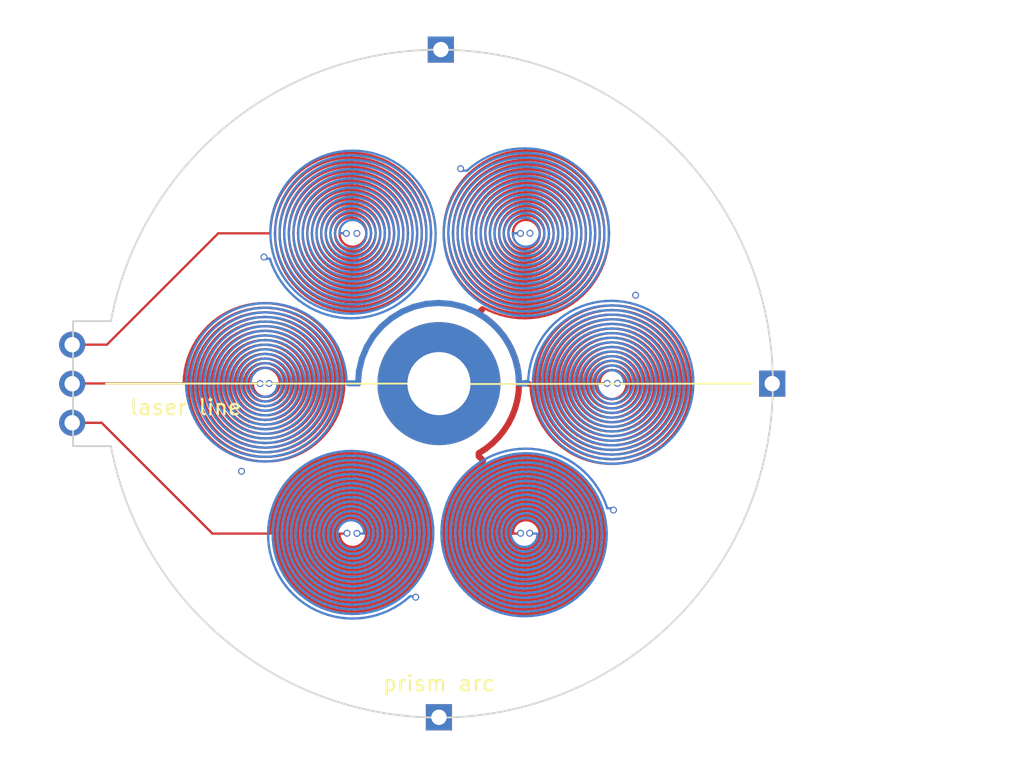
<source format=kicad_pcb>
(kicad_pcb (version 20221018) (generator pcbnew)
  (layers (0 "F.Cu" signal) (1 "In1.Cu" signal) (2 "In2.Cu" signal) (31 "B.Cu" signal) (34 "B.Paste" user) (35 "F.Paste" user) (36 "B.SilkS" user "B.Silkscreen") (37 "F.SilkS" user "F.Silkscreen") (38 "B.Mask" user) (39 "F.Mask" user) (44 "Edge.Cuts" user))
  (net 0 "")
  (net 1 "PH1")
  (footprint "pcbmotor:PinHeader_1x01_P2.54mm_Vertical" (layer "F.Cu") (at 104.897 92.421)
    (fp_text reference "J2" hide)
    (fp_text value "Conn_01x01")
  )
  (footprint "pcbmotor:motorconnector_D8.0mm_Drill4.1mm" (layer "F.Cu") (at 104.772 114.146)
    (fp_text reference "J5" hide)
    (fp_text value "Conn_01x01")
  )
  (footprint "pcbmotor:PinHeader_1x01_P2.54mm_Vertical" (layer "F.Cu") (at 126.447 114.146)
    (fp_text reference "J3" hide)
    (fp_text value "Conn_01x01")
  )
  (footprint "pcbmotor:PinHeader_1x01_P2.54mm_Vertical" (layer "F.Cu") (at 104.772 135.846)
    (fp_text reference "J4" hide)
    (fp_text value "Conn_01x01")
  )
  (footprint "pcbmotor:PinHeader_1x03_P2.54mm_Vertical" (layer "B.Cu") (at 80.896 114.146 180)
    (fp_text reference "J1" hide)
    (fp_text value "Conn_01x03")
  )
  (gr_line (start 106.672 114.171) (end 125.172 114.146) (stroke (width 0.12)) (layer "F.SilkS"))
  (gr_line (start 83.122 114.146) (end 102.922 114.146) (stroke (width 0.12)) (layer "F.SilkS"))
  (gr_line (start 80.972 118.21) (end 80.972 110.082) (stroke (width 0.12)) (layer "Edge.Cuts"))
  (gr_arc (start 83.436 110.082) (mid 126.491599 114.146) (end 83.436 118.21) (stroke (width 0.12)) (layer "Edge.Cuts"))
  (gr_line (start 80.972 110.082) (end 83.436 110.082) (stroke (width 0.12)) (layer "Edge.Cuts"))
  (gr_line (start 83.436 118.21) (end 80.972 118.21) (stroke (width 0.12)) (layer "Edge.Cuts"))
  (gr_text "prism arc" (at 104.772 133.646) (layer "F.SilkS") (effects (font (size 1 1))))
  (gr_text "laser line" (at 84.572 116.271) (layer "F.SilkS") (effects (font (size 1 1)) (justify left bottom)))
  (segment (start 116.396 117.231814) (end 116.020018 117.260326) (width 0.15) (layer "F.Cu") (net 1))
  (segment (start 96.393996 126.613285) (end 96.67006 126.869814) (width 0.15) (layer "F.Cu") (net 1))
  (segment (start 94.405231 121.503828) (end 94.228279 121.878716) (width 0.15) (layer "F.Cu") (net 1))
  (segment (start 108.970846 101.439523) (end 109.306162 101.294841) (width 0.15) (layer "F.Cu") (net 1))
  (segment (start 93.989129 115.213271) (end 94.222659 115.079108) (width 0.15) (layer "F.Cu") (net 1))
  (segment (start 98.523325 122.686672) (end 98.261353 122.838705) (width 0.15) (layer "F.Cu") (net 1))
  (segment (start 98.728161 127.751438) (end 99.107518 127.774762) (width 0.15) (layer "F.Cu") (net 1))
  (segment (start 115.532518 123.899762) (end 115.520381 124.304121) (width 0.15) (layer "F.Cu") (net 1))
  (segment (start 98.564021 113.328515) (end 98.488662 112.930456) (width 0.15) (layer "F.Cu") (net 1))
  (segment (start 90.098047 115.937682) (end 90.287048 116.262118) (width 0.15) (layer "F.Cu") (net 1))
  (segment (start 109.641313 120.412666) (end 110.009351 120.349319) (width 0.15) (layer "F.Cu") (net 1))
  (segment (start 92.024069 117.38298) (end 92.369918 117.521087) (width 0.15) (layer "F.Cu") (net 1))
  (segment (start 103.08698 102.829238) (end 103.208007 103.2042) (width 0.15) (layer "F.Cu") (net 1))
  (segment (start 116.020018 112.960326) (end 116.283864 112.97934) (width 0.15) (layer "F.Cu") (net 1))
  (segment (start 99.474801 127.159493) (end 99.838658 127.103097) (width 0.15) (layer "F.Cu") (net 1))
  (segment (start 112.666439 119.679446) (end 113.009308 119.87916) (width 0.15) (layer "F.Cu") (net 1))
  (segment (start 97.405663 113.747699) (end 97.353315 113.36289) (width 0.15) (layer "F.Cu") (net 1))
  (segment (start 117.434709 113.549342) (end 117.53104 113.834765) (width 0.15) (layer "F.Cu") (net 1))
  (segment (start 95.811003 126.389175) (end 96.051499 126.685692) (width 0.15) (layer "F.Cu") (net 1))
  (segment (start 111.681285 102.349969) (end 111.960137 102.55022) (width 0.15) (layer "F.Cu") (net 1))
  (segment (start 108.637239 117.639898) (end 108.982245 117.213851) (width 0.4) (layer "F.Cu") (net 1))
  (segment (start 104.245381 123.495404) (end 104.201521 123.092952) (width 0.15) (layer "F.Cu") (net 1))
  (segment (start 112.550978 120.654433) (end 112.861608 120.878983) (width 0.15) (layer "F.Cu") (net 1))
  (segment (start 106.213681 101.046353) (end 106.471163 100.741682) (width 0.15) (layer "F.Cu") (net 1))
  (segment (start 112.31823 124.886057) (end 112.146175 125.181134) (width 0.15) (layer "F.Cu") (net 1))
  (segment (start 92.227968 113.537186) (end 92.115565 113.826181) (width 0.15) (layer "F.Cu") (net 1))
  (segment (start 106.986388 121.050071) (end 107.244732 120.761976) (width 0.15) (layer "F.Cu") (net 1))
  (segment (start 103.490406 125.074154) (end 103.580187 124.688415) (width 0.15) (layer "F.Cu") (net 1))
  (segment (start 99.369572 122.921763) (end 99.107518 122.874762) (width 0.15) (layer "F.Cu") (net 1))
  (segment (start 97.465214 105.564094) (end 97.305457 105.289085) (width 0.15) (layer "F.Cu") (net 1))
  (segment (start 120.479593 116.091477) (end 120.306295 116.454943) (width 0.15) (layer "F.Cu") (net 1))
  (segment (start 120.306295 116.454943) (end 120.103408 116.803138) (width 0.15) (layer "F.Cu") (net 1))
  (segment (start 115.310815 111.257977) (end 115.662117 111.187744) (width 0.15) (layer "F.Cu") (net 1))
  (segment (start 119.020662 110.005294) (end 119.337886 110.250602) (width 0.15) (layer "F.Cu") (net 1))
  (segment (start 108.382518 123.899762) (end 108.399734 123.58572) (width 0.15) (layer "F.Cu") (net 1))
  (segment (start 109.992859 119.445942) (end 110.382518 119.424762) (width 0.15) (layer "F.Cu") (net 1))
  (segment (start 110.74181 101.411854) (end 111.097243 101.471134) (width 0.15) (layer "F.Cu") (net 1))
  (segment (start 114.777968 114.733466) (end 114.665565 114.444471) (width 0.15) (layer "F.Cu") (net 1))
  (segment (start 107.039554 122.813568) (end 107.166838 122.468049) (width 0.15) (layer "F.Cu") (net 1))
  (segment (start 109.557995 109.841243) (end 109.150706 109.767812) (width 0.15) (layer "F.Cu") (net 1))
  (segment (start 109.58618 108.630922) (end 109.195304 108.543516) (width 0.15) (layer "F.Cu") (net 1))
  (segment (start 102.567485 126.80302) (end 102.810768 126.492806) (width 0.15) (layer "F.Cu") (net 1))
  (segment (start 119.186889 117.02231) (end 118.909974 117.305457) (width 0.15) (layer "F.Cu") (net 1))
  (segment (start 97.519975 119.538023) (end 97.144104 119.689208) (width 0.15) (layer "F.Cu") (net 1))
  (segment (start 96.238524 123.522052) (end 96.207518 123.899762) (width 0.15) (layer "F.Cu") (net 1))
  (segment (start 100.253971 100.84247) (end 100.614477 100.986204) (width 0.15) (layer "F.Cu") (net 1))
  (segment (start 107.332524 126.115713) (end 107.113272 125.787262) (width 0.15) (layer "F.Cu") (net 1))
  (segment (start 113.416007 104.739222) (end 113.355094 105.103564) (width 0.15) (layer "F.Cu") (net 1))
  (segment (start 114.568827 105.153446) (end 114.483007 105.537579) (width 0.15) (layer "F.Cu") (net 1))
  (segment (start 94.676127 109.372509) (end 94.279347 109.285284) (width 0.15) (layer "F.Cu") (net 1))
  (segment (start 90.084378 111.873113) (end 89.874811 112.213648) (width 0.15) (layer "F.Cu") (net 1))
  (segment (start 112.491953 112.673954) (end 112.648047 112.33297) (width 0.15) (layer "F.Cu") (net 1))
  (segment (start 101.823857 119.467099) (end 101.469404 119.264301) (width 0.15) (layer "F.Cu") (net 1))
  (segment (start 97.931953 122.724197) (end 97.717405 122.970918) (width 0.15) (layer "F.Cu") (net 1))
  (segment (start 117.965823 118.308118) (end 117.596161 118.465743) (width 0.15) (layer "F.Cu") (net 1))
  (segment (start 117.566814 115.682122) (end 117.310207 115.911118) (width 0.15) (layer "F.Cu") (net 1))
  (segment (start 92.677286 119.140437) (end 93.072132 119.190943) (width 0.15) (layer "F.Cu") (net 1))
  (segment (start 97.272429 117.094861) (end 97.507143 116.772912) (width 0.15) (layer "F.Cu") (net 1))
  (segment (start 108.447575 119.228397) (end 108.818892 119.087416) (width 0.15) (layer "F.Cu") (net 1))
  (segment (start 116.747947 116.851992) (end 116.387939 116.929961) (width 0.15) (layer "F.Cu") (net 1))
  (segment (start 94.720111 124.283611) (end 94.766157 124.665261) (width 0.15) (layer "F.Cu") (net 1))
  (segment (start 112.501484 120.983256) (end 112.798079 121.21701) (width 0.15) (layer "F.Cu") (net 1))
  (segment (start 120.760675 112.171682) (end 120.903693 112.548524) (width 0.15) (layer "F.Cu") (net 1))
  (segment (start 94.685958 112.686225) (end 94.420018 112.489878) (width 0.15) (layer "F.Cu") (net 1))
  (segment (start 109.673315 121.022414) (end 110.024617 120.952181) (width 0.15) (layer "F.Cu") (net 1))
  (segment (start 115.751493 115.137474) (end 115.495018 115.044653) (width 0.15) (layer "F.Cu") (net 1))
  (segment (start 102.46023 102.878166) (end 102.59314 103.238342) (width 0.15) (layer "F.Cu") (net 1))
  (segment (start 99.517173 118.694608) (end 99.107518 118.674762) (width 0.15) (layer "F.Cu") (net 1))
  (segment (start 97.554246 103.727503) (end 97.717405 103.442046) (width 0.15) (layer "F.Cu") (net 1))
  (segment (start 94.919354 113.534991) (end 94.782181 113.258567) (width 0.15) (layer "F.Cu") (net 1))
  (segment (start 113.068987 121.480855) (end 113.31116 121.77198) (width 0.15) (layer "F.Cu") (net 1))
  (segment (start 98.717627 100.661323) (end 99.107518 100.64589) (width 0.15) (layer "F.Cu") (net 1))
  (segment (start 108.198599 120.372612) (end 108.531393 120.182202) (width 0.15) (layer "F.Cu") (net 1))
  (segment (start 94.645118 118.775692) (end 95.025585 118.666537) (width 0.15) (layer "F.Cu") (net 1))
  (segment (start 98.29559 99.505273) (end 98.700489 99.458777) (width 0.15) (layer "F.Cu") (net 1))
  (segment (start 98.71254 100.360606) (end 99.107518 100.34589) (width 0.15) (layer "F.Cu") (net 1))
  (segment (start 93.880177 123.071833) (end 93.827595 123.484223) (width 0.15) (layer "F.Cu") (net 1))
  (segment (start 111.332137 113.746877) (end 111.376333 113.360432) (width 0.15) (layer "F.Cu") (net 1))
  (segment (start 108.036081 105.442471) (end 107.90092 105.099552) (width 0.15) (layer "F.Cu") (net 1))
  (segment (start 99.867268 101.042207) (end 100.233416 101.153259) (width 0.15) (layer "F.Cu") (net 1))
  (segment (start 94.944818 121.180135) (end 94.730979 121.531298) (width 0.15) (layer "F.Cu") (net 1))
  (segment (start 99.902596 109.390816) (end 99.505992 109.433983) (width 0.15) (layer "F.Cu") (net 1))
  (segment (start 101.391439 128.120079) (end 101.734308 127.920365) (width 0.15) (layer "F.Cu") (net 1))
  (segment (start 95.386369 120.178613) (end 95.10303 120.479607) (width 0.15) (layer "F.Cu") (net 1))
  (segment (start 107.497935 123.549511) (end 107.555584 123.202986) (width 0.15) (layer "F.Cu") (net 1))
  (segment (start 102.05978 108.163956) (end 101.734308 108.391492) (width 0.15) (layer "F.Cu") (net 1))
  (segment (start 92.331097 118.138218) (end 92.704485 118.230565) (width 0.15) (layer "F.Cu") (net 1))
  (segment (start 96.660837 117.326145) (end 96.929985 117.038583) (width 0.15) (layer "F.Cu") (net 1))
  (segment (start 96.934354 103.664786) (end 97.078251 103.336926) (width 0.15) (layer "F.Cu") (net 1))
  (segment (start 109.997705 100.218092) (end 110.382518 100.19589) (width 0.15) (layer "F.Cu") (net 1))
  (segment (start 112.804338 112.703613) (end 112.967278 112.372826) (width 0.15) (layer "F.Cu") (net 1))
  (segment (start 115.642645 117.243268) (end 115.269395 117.180722) (width 0.15) (layer "F.Cu") (net 1))
  (segment (start 107.671238 126.061936) (end 107.441663 125.747624) (width 0.15) (layer "F.Cu") (net 1))
  (segment (start 97.88514 99.279318) (end 98.288975 99.20281) (width 0.15) (layer "F.Cu") (net 1))
  (segment (start 108.546049 125.234035) (end 108.353251 124.933726) (width 0.15) (layer "F.Cu") (net 1))
  (segment (start 107.963108 103.368737) (end 108.109201 103.05839) (width 0.15) (layer "F.Cu") (net 1))
  (segment (start 107.441663 125.747624) (end 107.248433 125.409058) (width 0.15) (layer "F.Cu") (net 1))
  (segment (start 112.594307 100.798727) (end 112.917128 101.014523) (width 0.15) (layer "F.Cu") (net 1))
  (segment (start 106.554824 120.630603) (end 106.820468 120.337712) (width 0.15) (layer "F.Cu") (net 1))
  (segment (start 103.88282 121.921767) (end 103.716249 121.551497) (width 0.15) (layer "F.Cu") (net 1))
  (segment (start 99.433293 106.427751) (end 99.107518 106.44589) (width 0.15) (layer "F.Cu") (net 1))
  (segment (start 108.36063 121.364395) (end 108.654364 121.149421) (width 0.15) (layer "F.Cu") (net 1))
  (segment (start 98.771798 121.995801) (end 98.443429 122.075193) (width 0.15) (layer "F.Cu") (net 1))
  (segment (start 113.432518 104.37089) (end 113.416007 104.739222) (width 0.15) (layer "F.Cu") (net 1))
  (segment (start 117.534577 110.225799) (end 117.890808 110.378273) (width 0.15) (layer "F.Cu") (net 1))
  (segment (start 100.550235 103.160306) (end 100.731316 103.43339) (width 0.15) (layer "F.Cu") (net 1))
  (segment (start 97.494379 104.958024) (end 97.425138 104.667539) (width 0.15) (layer "F.Cu") (net 1))
  (segment (start 100.830288 124.526799) (end 100.921206 124.219564) (width 0.15) (layer "F.Cu") (net 1))
  (segment (start 105.093776 103.974553) (end 105.134652 103.579901) (width 0.15) (layer "F.Cu") (net 1))
  (segment (start 105.981624 125.501557) (end 105.854741 125.112977) (width 0.15) (layer "F.Cu") (net 1))
  (segment (start 112.820018 114.135326) (end 112.834815 113.77644) (width 0.15) (layer "F.Cu") (net 1))
  (segment (start 97.952538 108.681334) (end 97.582678 108.560353) (width 0.15) (layer "F.Cu") (net 1))
  (segment (start 113.962538 124.660719) (end 113.86814 125.03231) (width 0.15) (layer "F.Cu") (net 1))
  (segment (start 112.917128 120.543396) (end 113.218975 120.788318) (width 0.15) (layer "F.Cu") (net 1))
  (segment (start 98.232518 125.415307) (end 98.506133 125.552055) (width 0.15) (layer "F.Cu") (net 1))
  (segment (start 108.70667 125.833794) (end 108.443333 125.580076) (width 0.15) (layer "F.Cu") (net 1))
  (segment (start 103.069584 102.08339) (end 103.2501 102.439172) (width 0.15) (layer "F.Cu") (net 1))
  (segment (start 117.166183 110.106974) (end 117.534577 110.225799) (width 0.15) (layer "F.Cu") (net 1))
  (segment (start 111.142268 127.228445) (end 110.765397 127.297903) (width 0.15) (layer "F.Cu") (net 1))
  (segment (start 117.285411 113.289818) (end 117.434709 113.549342) (width 0.15) (layer "F.Cu") (net 1))
  (segment (start 113.571661 116.583683) (end 113.308738 116.2975) (width 0.15) (layer "F.Cu") (net 1))
  (segment (start 117.413294 111.480661) (end 117.726397 111.663209) (width 0.15) (layer "F.Cu") (net 1))
  (segment (start 118.438332 113.787625) (end 118.470018 114.135326) (width 0.15) (layer "F.Cu") (net 1))
  (segment (start 94.229768 110.806644) (end 93.852897 110.737185) (width 0.15) (layer "F.Cu") (net 1))
  (segment (start 102.113119 100.509293) (end 102.419068 100.773587) (width 0.15) (layer "F.Cu") (net 1))
  (segment (start 95.531988 116.720954) (end 95.812309 116.477617) (width 0.15) (layer "F.Cu") (net 1))
  (segment (start 114.377714 112.942122) (end 114.579288 112.694596) (width 0.15) (layer "F.Cu") (net 1))
  (segment (start 109.97906 128.511314) (end 109.577948 128.462705) (width 0.15) (layer "F.Cu") (net 1))
  (segment (start 112.088897 101.898773) (end 112.378262 102.11816) (width 0.15) (layer "F.Cu") (net 1))
  (segment (start 101.145646 125.209588) (end 101.31751 124.909032) (width 0.15) (layer "F.Cu") (net 1))
  (segment (start 117.778834 116.683411) (end 117.461554 116.881942) (width 0.15) (layer "F.Cu") (net 1))
  (segment (start 115.174157 124.699346) (end 115.095589 125.093274) (width 0.15) (layer "F.Cu") (net 1))
  (segment (start 109.69032 106.501256) (end 109.362174 106.373427) (width 0.15) (layer "F.Cu") (net 1))
  (segment (start 94.422177 114.894648) (end 94.576923 114.668383) (width 0.15) (layer "F.Cu") (net 1))
  (segment (start 97.582678 108.560353) (end 97.225106 108.407736) (width 0.15) (layer "F.Cu") (net 1))
  (segment (start 108.09918 104.042595) (end 108.1626 103.719063) (width 0.15) (layer "F.Cu") (net 1))
  (segment (start 119.197197 115.247069) (end 119.05757 115.598134) (width 0.15) (layer "F.Cu") (net 1))
  (segment (start 114.23477 107.369217) (end 113.976917 107.679767) (width 0.15) (layer "F.Cu") (net 1))
  (segment (start 116.836215 119.28859) (end 116.429673 119.340481) (width 0.15) (layer "F.Cu") (net 1))
  (segment (start 100.61854 124.200323) (end 100.657518 123.899762) (width 0.15) (layer "F.Cu") (net 1))
  (segment (start 97.271049 122.56549) (end 97.078251 122.865799) (width 0.15) (layer "F.Cu") (net 1))
  (segment (start 115.089041 114.672826) (end 114.969574 114.416792) (width 0.15) (layer "F.Cu") (net 1))
  (segment (start 106.163215 105.571385) (end 106.06611 105.177766) (width 0.15) (layer "F.Cu") (net 1))
  (segment (start 105.694637 123.511314) (end 105.738833 123.124868) (width 0.15) (layer "F.Cu") (net 1))
  (segment (start 90.417278 115.897826) (end 90.614188 116.210208) (width 0.15) (layer "F.Cu") (net 1))
  (segment (start 103.343781 103.978342) (end 103.357518 104.37089) (width 0.15) (layer "F.Cu") (net 1))
  (segment (start 115.123175 121.936118) (end 115.266193 122.31296) (width 0.15) (layer "F.Cu") (net 1))
  (segment (start 116.020018 110.860326) (end 116.387301 110.875595) (width 0.15) (layer "F.Cu") (net 1))
  (segment (start 95.977303 105.085341) (end 95.922315 104.729776) (width 0.15) (layer "F.Cu") (net 1))
  (segment (start 114.020018 114.135326) (end 114.037234 113.821284) (width 0.15) (layer "F.Cu") (net 1))
  (segment (start 109.404404 102.22912) (end 109.717245 102.105178) (width 0.15) (layer "F.Cu") (net 1))
  (segment (start 119.96657 112.606424) (end 120.095047 112.97588) (width 0.15) (layer "F.Cu") (net 1))
  (segment (start 103.357518 123.899762) (end 103.343781 123.507215) (width 0.15) (layer "F.Cu") (net 1))
  (segment (start 107.211577 124.284784) (end 107.182518 123.899762) (width 0.15) (layer "F.Cu") (net 1))
  (segment (start 120.057143 111.49774) (end 120.264636 111.838254) (width 0.15) (layer "F.Cu") (net 1))
  (segment (start 112.834815 113.77644) (end 112.889803 113.420875) (width 0.15) (layer "F.Cu") (net 1))
  (segment (start 107.113272 106.25839) (end 106.929316 105.908354) (width 0.15) (layer "F.Cu") (net 1))
  (segment (start 108.724378 124.229587) (end 108.682518 123.899762) (width 0.15) (layer "F.Cu") (net 1))
  (segment (start 118.267222 115.16159) (end 118.104032 115.474641) (width 0.15) (layer "F.Cu") (net 1))
  (segment (start 116.426395 119.039571) (end 116.020018 119.060326) (width 0.15) (layer "F.Cu") (net 1))
  (segment (start 115.418633 112.483033) (end 115.71324 112.395499) (width 0.15) (layer "F.Cu") (net 1))
  (segment (start 108.829246 105.014276) (end 108.724378 104.700714) (width 0.15) (layer "F.Cu") (net 1))
  (segment (start 114.014519 122.395338) (end 114.148975 122.75722) (width 0.15) (layer "F.Cu") (net 1))
  (segment (start 98.32045 119.942907) (end 97.93504 120.034621) (width 0.15) (layer "F.Cu") (net 1))
  (segment (start 95.186736 101.319222) (end 95.455036 101.008543) (width 0.15) (layer "F.Cu") (net 1))
  (segment (start 100.754979 126.046775) (end 101.025545 125.81779) (width 0.15) (layer "F.Cu") (net 1))
  (segment (start 113.839608 122.776486) (end 113.942975 123.142964) (width 0.15) (layer "F.Cu") (net 1))
  (segment (start 110.159287 103.537779) (end 110.382518 103.49589) (width 0.15) (layer "F.Cu") (net 1))
  (segment (start 96.943202 122.508841) (end 96.761081 122.828181) (width 0.15) (layer "F.Cu") (net 1))
  (segment (start 116.358986 111.777751) (end 116.692975 111.843446) (width 0.15) (layer "F.Cu") (net 1))
  (segment (start 108.875964 125.163911) (end 108.672118 124.887262) (width 0.15) (layer "F.Cu") (net 1))
  (segment (start 96.011707 123.136714) (end 95.936577 123.51474) (width 0.15) (layer "F.Cu") (net 1))
  (segment (start 99.913601 122.888966) (end 99.673116 122.725285) (width 0.15) (layer "F.Cu") (net 1))
  (segment (start 110.009351 100.820446) (end 110.382518 100.79589) (width 0.15) (layer "F.Cu") (net 1))
  (segment (start 94.539857 105.527578) (end 94.463833 105.145784) (width 0.15) (layer "F.Cu") (net 1))
  (segment (start 94.539857 125.056451) (end 94.647243 125.430977) (width 0.15) (layer "F.Cu") (net 1))
  (segment (start 107.671238 106.533063) (end 107.441663 106.218751) (width 0.15) (layer "F.Cu") (net 1))
  (segment (start 97.334925 114.904104) (end 97.396333 114.522034) (width 0.15) (layer "F.Cu") (net 1))
  (segment (start 91.245018 117.989139) (end 91.587606 118.172172) (width 0.15) (layer "F.Cu") (net 1))
  (segment (start 111.569879 99.425173) (end 111.955415 99.530012) (width 0.15) (layer "F.Cu") (net 1))
  (segment (start 99.815051 121.490127) (end 99.465893 121.407212) (width 0.15) (layer "F.Cu") (net 1))
  (segment (start 119.910445 110.812587) (end 120.162185 111.125866) (width 0.15) (layer "F.Cu") (net 1))
  (segment (start 114.265815 124.672198) (end 114.175889 125.050469) (width 0.15) (layer "F.Cu") (net 1))
  (segment (start 116.632804 112.45171) (end 116.920018 112.57648) (width 0.15) (layer "F.Cu") (net 1))
  (segment (start 100.701536 119.256546) (end 100.313627 119.136946) (width 0.15) (layer "F.Cu") (net 1))
  (segment (start 98.549205 114.93979) (end 98.600404 114.539096) (width 0.15) (layer "F.Cu") (net 1))
  (segment (start 99.513895 118.995518) (end 99.107518 118.974762) (width 0.15) (layer "F.Cu") (net 1))
  (segment (start 111.963014 122.987262) (end 112.105288 123.272725) (width 0.15) (layer "F.Cu") (net 1))
  (segment (start 112.136611 105.009327) (end 112.006316 105.30839) (width 0.15) (layer "F.Cu") (net 1))
  (segment (start 114.017496 124.281814) (end 113.962538 124.660719) (width 0.15) (layer "F.Cu") (net 1))
  (segment (start 90.758738 111.973152) (end 90.529163 112.287465) (width 0.15) (layer "F.Cu") (net 1))
  (segment (start 108.382518 104.37089) (end 108.399734 104.056847) (width 0.15) (layer "F.Cu") (net 1))
  (segment (start 99.805786 123.201494) (end 99.607518 123.033737) (width 0.15) (layer "F.Cu") (net 1))
  (segment (start 109.597703 123.689472) (end 109.668047 123.487262) (width 0.15) (layer "F.Cu") (net 1))
  (segment (start 95.833488 127.733159) (end 96.142141 127.981253) (width 0.15) (layer "F.Cu") (net 1))
  (segment (start 101.053323 119.72697) (end 100.683661 119.569346) (width 0.15) (layer "F.Cu") (net 1))
  (segment (start 114.919918 110.749565) (end 115.278813 110.64823) (width 0.15) (layer "F.Cu") (net 1))
  (segment (start 95.711388 126.749454) (end 95.969732 127.037549) (width 0.15) (layer "F.Cu") (net 1))
  (segment (start 114.950584 114.988171) (end 114.777968 114.733466) (width 0.15) (layer "F.Cu") (net 1))
  (segment (start 95.545468 127.461813) (end 95.833488 127.733159) (width 0.15) (layer "F.Cu") (net 1))
  (segment (start 103.937019 124.299946) (end 103.957518 123.899762) (width 0.15) (layer "F.Cu") (net 1))
  (segment (start 92.718717 113.384025) (end 92.539041 113.597826) (width 0.15) (layer "F.Cu") (net 1))
  (segment (start 98.70406 99.759338) (end 99.107518 99.74589) (width 0.15) (layer "F.Cu") (net 1))
  (segment (start 112.639566 102.37132) (end 112.868879 102.654679) (width 0.15) (layer "F.Cu") (net 1))
  (segment (start 111.191847 128.749805) (end 110.788895 128.804007) (width 0.15) (layer "F.Cu") (net 1))
  (segment (start 108.546057 126.822473) (end 108.227025 126.602666) (width 0.15) (layer "F.Cu") (net 1))
  (segment (start 97.060935 116.358728) (end 97.254716 116.019882) (width 0.15) (layer "F.Cu") (net 1))
  (segment (start 97.199098 100.800486) (end 97.560042 100.634952) (width 0.15) (layer "F.Cu") (net 1))
  (segment (start 117.165536 114.686978) (end 117.022438 114.934729) (width 0.15) (layer "F.Cu") (net 1))
  (segment (start 118.069322 116.448512) (end 117.778834 116.683411) (width 0.15) (layer "F.Cu") (net 1))
  (segment (start 106.732688 103.263726) (end 106.854453 102.909517) (width 0.15) (layer "F.Cu") (net 1))
  (segment (start 107.199548 102.244097) (end 107.419714 101.939379) (width 0.15) (layer "F.Cu") (net 1))
  (segment (start 96.834201 105.68339) (end 96.688108 105.373042) (width 0.15) (layer "F.Cu") (net 1))
  (segment (start 97.41657 115.664228) (end 97.545047 115.294772) (width 0.15) (layer "F.Cu") (net 1))
  (segment (start 117.667479 111.988314) (end 117.938045 112.217299) (width 0.15) (layer "F.Cu") (net 1))
  (segment (start 95.270018 117.253017) (end 95.588984 117.051832) (width 0.15) (layer "F.Cu") (net 1))
  (segment (start 91.145018 110.108308) (end 90.800498 110.322856) (width 0.15) (layer "F.Cu") (net 1))
  (segment (start 115.101591 115.509849) (end 114.844453 115.310891) (width 0.15) (layer "F.Cu") (net 1))
  (segment (start 113.497223 121.060333) (end 113.749447 121.357176) (width 0.15) (layer "F.Cu") (net 1))
  (segment (start 114.483007 105.537579) (end 114.36198 105.912542) (width 0.15) (layer "F.Cu") (net 1))
  (segment (start 119.05757 115.598134) (end 118.879224 115.931884) (width 0.15) (layer "F.Cu") (net 1))
  (segment (start 109.294262 126.527045) (end 108.957518 126.367935) (width 0.15) (layer "F.Cu") (net 1))
  (segment (start 100.324644 118.830069) (end 99.923715 118.746499) (width 0.15) (layer "F.Cu") (net 1))
  (segment (start 113.746701 112.822826) (end 113.932507 112.533522) (width 0.15) (layer "F.Cu") (net 1))
  (segment (start 97.907245 119.420281) (end 97.519975 119.538023) (width 0.15) (layer "F.Cu") (net 1))
  (segment (start 108.09918 123.571468) (end 108.1626 123.247936) (width 0.15) (layer "F.Cu") (net 1))
  (segment (start 112.146175 105.652261) (end 111.929314 105.917686) (width 0.15) (layer "F.Cu") (net 1))
  (segment (start 112.777842 106.766214) (end 112.49793 107.023532) (width 0.15) (layer "F.Cu") (net 1))
  (segment (start 93.795793 116.192187) (end 94.115864 116.123034) (width 0.15) (layer "F.Cu") (net 1))
  (segment (start 117.019932 116.097768) (end 116.702946 116.237161) (width 0.15) (layer "F.Cu") (net 1))
  (segment (start 118.470018 114.135326) (end 118.451829 114.484968) (width 0.15) (layer "F.Cu") (net 1))
  (segment (start 90.073888 116.985018) (end 90.332232 117.273112) (width 0.15) (layer "F.Cu") (net 1))
  (segment (start 103.676154 126.227599) (end 103.848175 125.863407) (width 0.15) (layer "F.Cu") (net 1))
  (segment (start 94.960092 117.732682) (end 95.307729 117.573441) (width 0.15) (layer "F.Cu") (net 1))
  (segment (start 106.060309 102.474993) (end 106.228162 102.122664) (width 0.15) (layer "F.Cu") (net 1))
  (segment (start 100.301321 99.915557) (end 100.683661 100.040473) (width 0.15) (layer "F.Cu") (net 1))
  (segment (start 109.362174 106.373427) (end 109.057062 106.195223) (width 0.15) (layer "F.Cu") (net 1))
  (segment (start 101.469404 119.264301) (end 101.099864 119.089815) (width 0.15) (layer "F.Cu") (net 1))
  (segment (start 115.219887 104.771725) (end 115.174157 105.170473) (width 0.15) (layer "F.Cu") (net 1))
  (segment (start 106.608307 124.296448) (end 106.582518 123.899762) (width 0.15) (layer "F.Cu") (net 1))
  (segment (start 108.421109 104.716739) (end 108.382518 104.37089) (width 0.15) (layer "F.Cu") (net 1))
  (segment (start 114.050634 127.567879) (end 113.753965 127.84722) (width 0.15) (layer "F.Cu") (net 1))
  (segment (start 113.732518 104.37089) (end 113.716777 104.74657) (width 0.15) (layer "F.Cu") (net 1))
  (segment (start 116.813113 118.378011) (end 116.418672 118.437483) (width 0.15) (layer "F.Cu") (net 1))
  (segment (start 109.975489 109.283002) (end 109.57059 109.236506) (width 0.15) (layer "F.Cu") (net 1))
  (segment (start 103.144643 107.008475) (end 102.909929 107.330425) (width 0.15) (layer "F.Cu") (net 1))
  (segment (start 100.866334 121.351678) (end 100.549054 121.153146) (width 0.15) (layer "F.Cu") (net 1))
  (segment (start 109.170595 109.156666) (end 108.778246 109.043973) (width 0.15) (layer "F.Cu") (net 1))
  (segment (start 113.461274 106.897559) (end 113.202106 107.190478) (width 0.15) (layer "F.Cu") (net 1))
  (segment (start 114.361878 114.465151) (end 114.320018 114.135326) (width 0.15) (layer "F.Cu") (net 1))
  (segment (start 113.432518 123.899762) (end 113.416007 124.268095) (width 0.15) (layer "F.Cu") (net 1))
  (segment (start 110.708293 102.314029) (end 111.028364 102.383181) (width 0.15) (layer "F.Cu") (net 1))
  (segment (start 118.499108 111.114546) (end 118.786573 111.368771) (width 0.15) (layer "F.Cu") (net 1))
  (segment (start 101.640135 120.81376) (end 101.328063 120.576482) (width 0.15) (layer "F.Cu") (net 1))
  (segment (start 100.663513 100.354403) (end 101.025504 100.519055) (width 0.15) (layer "F.Cu") (net 1))
  (segment (start 111.184194 128.446292) (end 110.78525 128.503012) (width 0.15) (layer "F.Cu") (net 1))
  (segment (start 112.378262 121.647033) (end 112.639566 121.900193) (width 0.15) (layer "F.Cu") (net 1))
  (segment (start 100.978308 127.656815) (end 101.319307 127.471925) (width 0.15) (layer "F.Cu") (net 1))
  (segment (start 98.356895 120.854366) (end 97.99324 120.961654) (width 0.15) (layer "F.Cu") (net 1))
  (segment (start 113.73076 111.846068) (end 113.99813 111.599958) (width 0.15) (layer "F.Cu") (net 1))
  (segment (start 98.697275 99.158258) (end 99.107518 99.14589) (width 0.15) (layer "F.Cu") (net 1))
  (segment (start 90.556548 117.878552) (end 90.873454 118.109664) (width 0.15) (layer "F.Cu") (net 1))
  (segment (start 115.354745 111.869614) (end 115.682991 111.791249) (width 0.15) (layer "F.Cu") (net 1))
  (segment (start 108.106586 125.646147) (end 107.892695 125.337262) (width 0.15) (layer "F.Cu") (net 1))
  (segment (start 112.623888 111.285634) (end 112.882232 110.99754) (width 0.15) (layer "F.Cu") (net 1))
  (segment (start 116.408864 117.834947) (end 116.020018 117.860326) (width 0.15) (layer "F.Cu") (net 1))
  (segment (start 101.257518 104.37089) (end 101.22364 104.70605) (width 0.15) (layer "F.Cu") (net 1))
  (segment (start 95.721878 121.63755) (end 95.512311 121.978084) (width 0.15) (layer "F.Cu") (net 1))
  (segment (start 97.425138 104.667539) (end 97.407518 104.37089) (width 0.15) (layer "F.Cu") (net 1))
  (segment (start 99.51025 119.296513) (end 99.107518 119.274762) (width 0.15) (layer "F.Cu") (net 1))
  (segment (start 92.419574 113.85386) (end 92.370018 114.135326) (width 0.15) (layer "F.Cu") (net 1))
  (segment (start 94.579389 117.549619) (end 94.932236 117.419522) (width 0.15) (layer "F.Cu") (net 1))
  (segment (start 98.246083 114.93231) (end 98.299519 114.53551) (width 0.15) (layer "F.Cu") (net 1))
  (segment (start 106.005681 104.776463) (end 105.982518 104.37089) (width 0.15) (layer "F.Cu") (net 1))
  (segment (start 117.99044 118.627435) (end 117.614036 118.778542) (width 0.15) (layer "F.Cu") (net 1))
  (segment (start 110.012966 107.177918) (end 109.648119 107.111704) (width 0.15) (layer "F.Cu") (net 1))
  (segment (start 98.261657 113.335743) (end 98.183089 112.941814) (width 0.15) (layer "F.Cu") (net 1))
  (segment (start 109.407518 125.588512) (end 109.123726 125.399933) (width 0.15) (layer "F.Cu") (net 1))
  (segment (start 96.82418 124.228057) (end 96.8876 124.551589) (width 0.15) (layer "F.Cu") (net 1))
  (segment (start 106.929316 105.908354) (end 106.782769 105.540519) (width 0.15) (layer "F.Cu") (net 1))
  (segment (start 102.570437 125.750731) (end 102.739519 125.404187) (width 0.15) (layer "F.Cu") (net 1))
  (segment (start 110.382518 123.024762) (end 110.61222 123.042503) (width 0.15) (layer "F.Cu") (net 1))
  (segment (start 94.419637 124.288211) (end 94.463833 124.674656) (width 0.15) (layer "F.Cu") (net 1))
  (segment (start 119.670018 114.135326) (end 119.654996 114.517378) (width 0.15) (layer "F.Cu") (net 1))
  (segment (start 110.721486 102.013315) (end 111.055475 102.07901) (width 0.15) (layer "F.Cu") (net 1))
  (segment (start 97.661569 127.147417) (end 98.007418 127.285524) (width 0.15) (layer "F.Cu") (net 1))
  (segment (start 97.368743 102.104874) (end 97.682518 101.902717) (width 0.15) (layer "F.Cu") (net 1))
  (segment (start 100.663085 108.902101) (end 100.282618 109.011256) (width 0.15) (layer "F.Cu") (net 1))
  (segment (start 114.085768 101.777846) (end 114.301283 102.10839) (width 0.15) (layer "F.Cu") (net 1))
  (segment (start 105.61297 102.821169) (end 105.745798 102.450297) (width 0.15) (layer "F.Cu") (net 1))
  (segment (start 100.622077 108.280417) (end 100.253683 108.399242) (width 0.15) (layer "F.Cu") (net 1))
  (segment (start 102.383972 123.151933) (end 102.284697 122.78802) (width 0.15) (layer "F.Cu") (net 1))
  (segment (start 91.196701 115.447826) (end 91.382507 115.73713) (width 0.15) (layer "F.Cu") (net 1))
  (segment (start 96.054778 125.662262) (end 96.251688 125.974644) (width 0.15) (layer "F.Cu") (net 1))
  (segment (start 98.341985 108.466129) (end 97.968597 108.373782) (width 0.15) (layer "F.Cu") (net 1))
  (segment (start 114.819745 118.614807) (end 114.432475 118.497066) (width 0.15) (layer "F.Cu") (net 1))
  (segment (start 98.232518 105.886434) (end 97.987996 105.705084) (width 0.15) (layer "F.Cu") (net 1))
  (segment (start 100.287488 100.223724) (end 100.663513 100.354403) (width 0.15) (layer "F.Cu") (net 1))
  (segment (start 101.257518 123.899762) (end 101.238456 123.562255) (width 0.15) (layer "F.Cu") (net 1))
  (segment (start 100.344806 125.602743) (end 100.601281 125.393526) (width 0.15) (layer "F.Cu") (net 1))
  (segment (start 96.475619 110.273729) (end 96.148625 110.035413) (width 0.15) (layer "F.Cu") (net 1))
  (segment (start 97.146109 123.553913) (end 97.107518 123.899762) (width 0.15) (layer "F.Cu") (net 1))
  (segment (start 109.988528 99.616133) (end 110.382518 99.59589) (width 0.15) (layer "F.Cu") (net 1))
  (segment (start 112.744404 128.535224) (end 112.374864 128.70971) (width 0.15) (layer "F.Cu") (net 1))
  (segment (start 102.157518 123.899762) (end 102.141007 123.53143) (width 0.15) (layer "F.Cu") (net 1))
  (segment (start 119.610935 111.911924) (end 119.804716 112.25077) (width 0.15) (layer "F.Cu") (net 1))
  (segment (start 98.442245 126.165474) (end 98.770491 126.24384) (width 0.15) (layer "F.Cu") (net 1))
  (segment (start 95.810633 120.602877) (end 95.532644 120.900087) (width 0.15) (layer "F.Cu") (net 1))
  (segment (start 92.412598 111.819899) (end 92.090155 111.988218) (width 0.15) (layer "F.Cu") (net 1))
  (segment (start 97.168333 102.690576) (end 97.43167 102.436858) (width 0.15) (layer "F.Cu") (net 1))
  (segment (start 99.860159 105.314672) (end 99.626629 105.448834) (width 0.15) (layer "F.Cu") (net 1))
  (segment (start 108.175384 107.408748) (end 107.866587 107.165114) (width 0.15) (layer "F.Cu") (net 1))
  (segment (start 99.107518 109.14589) (end 98.713528 109.125647) (width 0.15) (layer "F.Cu") (net 1))
  (segment (start 102.618555 120.953653) (end 102.35137 120.65591) (width 0.15) (layer "F.Cu") (net 1))
  (segment (start 109.798325 105.58398) (end 109.536353 105.431947) (width 0.15) (layer "F.Cu") (net 1))
  (segment (start 90.529163 112.287465) (end 90.335933 112.62603) (width 0.15) (layer "F.Cu") (net 1))
  (segment (start 98.303677 125.102795) (end 98.550235 125.245162) (width 0.15) (layer "F.Cu") (net 1))
  (segment (start 93.87275 109.532076) (end 93.470018 109.510326) (width 0.15) (layer "F.Cu") (net 1))
  (segment (start 113.164188 112.060444) (end 113.393001 111.769949) (width 0.15) (layer "F.Cu") (net 1))
  (segment (start 107.23854 126.479959) (end 106.996878 126.161975) (width 0.15) (layer "F.Cu") (net 1))
  (segment (start 111.632518 123.899762) (end 111.611624 124.180298) (width 0.15) (layer "F.Cu") (net 1))
  (segment (start 110.382518 102.29589) (end 110.708293 102.314029) (width 0.15) (layer "F.Cu") (net 1))
  (segment (start 117.742788 113.508289) (end 117.833706 113.815524) (width 0.15) (layer "F.Cu") (net 1))
  (segment (start 110.7585 107.467378) (end 110.382518 107.49589) (width 0.15) (layer "F.Cu") (net 1))
  (segment (start 95.753939 118.355643) (end 96.096808 118.155928) (width 0.15) (layer "F.Cu") (net 1))
  (segment (start 100.357518 104.37089) (end 100.315732 104.646657) (width 0.15) (layer "F.Cu") (net 1))
  (segment (start 120.903693 112.548524) (end 121.016784 112.935709) (width 0.15) (layer "F.Cu") (net 1))
  (segment (start 116.807257 109.417664) (end 117.195118 109.49496) (width 0.15) (layer "F.Cu") (net 1))
  (segment (start 94.863294 116.789991) (end 95.176397 116.607443) (width 0.15) (layer "F.Cu") (net 1))
  (segment (start 111.15491 127.533581) (end 110.771364 127.599384) (width 0.15) (layer "F.Cu") (net 1))
  (segment (start 105.102595 104.786429) (end 105.082518 104.37089) (width 0.15) (layer "F.Cu") (net 1))
  (segment (start 97.968597 108.373782) (end 97.605709 108.247506) (width 0.15) (layer "F.Cu") (net 1))
  (segment (start 105.082518 104.37089) (end 105.093776 103.974553) (width 0.15) (layer "F.Cu") (net 1))
  (segment (start 99.803094 106.966815) (end 99.457491 107.029201) (width 0.15) (layer "F.Cu") (net 1))
  (segment (start 106.005979 106.739354) (end 105.821726 106.371438) (width 0.15) (layer "F.Cu") (net 1))
  (segment (start 114.627136 121.60269) (end 114.805944 121.959468) (width 0.15) (layer "F.Cu") (net 1))
  (segment (start 103.026283 106.63339) (end 102.810768 106.963933) (width 0.15) (layer "F.Cu") (net 1))
  (segment (start 120.162185 111.125866) (end 120.388733 111.458174) (width 0.15) (layer "F.Cu") (net 1))
  (segment (start 95.340808 117.892379) (end 95.681807 117.707488) (width 0.15) (layer "F.Cu") (net 1))
  (segment (start 90.016816 112.597861) (end 89.870269 112.965697) (width 0.15) (layer "F.Cu") (net 1))
  (segment (start 110.765397 107.76903) (end 110.382518 107.79589) (width 0.15) (layer "F.Cu") (net 1))
  (segment (start 111.376333 113.360432) (end 111.452357 112.978637) (width 0.15) (layer "F.Cu") (net 1))
  (segment (start 94.168286 113.437058) (end 93.970018 113.269301) (width 0.15) (layer "F.Cu") (net 1))
  (segment (start 112.282539 119.825154) (end 112.632518 120.002648) (width 0.15) (layer "F.Cu") (net 1))
  (segment (start 90.270018 114.135326) (end 90.284815 114.494212) (width 0.15) (layer "F.Cu") (net 1))
  (segment (start 106.854453 102.909517) (end 107.010547 102.568534) (width 0.15) (layer "F.Cu") (net 1))
  (segment (start 112.441555 105.039911) (end 112.31823 105.357184) (width 0.15) (layer "F.Cu") (net 1))
  (segment (start 109.536353 105.431947) (end 109.313084 105.223735) (width 0.15) (layer "F.Cu") (net 1))
  (segment (start 111.598458 105.81999) (end 111.332518 106.016338) (width 0.15) (layer "F.Cu") (net 1))
  (segment (start 110.672105 122.443909) (end 110.954151 122.519717) (width 0.15) (layer "F.Cu") (net 1))
  (segment (start 106.692602 122.062403) (end 106.874122 121.727456) (width 0.15) (layer "F.Cu") (net 1))
  (segment (start 113.932507 112.533522) (end 114.155024 112.270332) (width 0.15) (layer "F.Cu") (net 1))
  (segment (start 114.832575 113.341902) (end 115.003552 113.11886) (width 0.15) (layer "F.Cu") (net 1))
  (segment (start 108.466139 103.74822) (end 108.580457 103.452694) (width 0.15) (layer "F.Cu") (net 1))
  (segment (start 117.420018 116.560197) (end 117.093923 116.727963) (width 0.15) (layer "F.Cu") (net 1))
  (segment (start 108.857678 100.181427) (end 109.227538 100.060446) (width 0.15) (layer "F.Cu") (net 1))
  (segment (start 112.724809 121.557471) (end 112.976523 121.831112) (width 0.15) (layer "F.Cu") (net 1))
  (segment (start 115.671676 111.489408) (end 116.020018 111.460326) (width 0.15) (layer "F.Cu") (net 1))
  (segment (start 111.090051 106.780525) (end 110.740893 106.86344) (width 0.15) (layer "F.Cu") (net 1))
  (segment (start 118.752688 114.495089) (end 118.688388 114.850314) (width 0.15) (layer "F.Cu") (net 1))
  (segment (start 115.472403 106.368522) (end 115.312105 106.744853) (width 0.15) (layer "F.Cu") (net 1))
  (segment (start 116.907194 115.463079) (end 116.634703 115.619307) (width 0.15) (layer "F.Cu") (net 1))
  (segment (start 97.938232 128.517169) (end 98.322878 128.601851) (width 0.15) (layer "F.Cu") (net 1))
  (segment (start 92.685203 114.345616) (end 92.755547 114.547826) (width 0.15) (layer "F.Cu") (net 1))
  (segment (start 112.632518 120.002648) (end 112.966002 120.210165) (width 0.15) (layer "F.Cu") (net 1))
  (segment (start 98.810294 122.597537) (end 98.523325 122.686672) (width 0.15) (layer "F.Cu") (net 1))
  (segment (start 99.865322 108.180627) (end 99.487794 108.231895) (width 0.15) (layer "F.Cu") (net 1))
  (segment (start 107.406649 125.028361) (end 107.286707 124.662811) (width 0.15) (layer "F.Cu") (net 1))
  (segment (start 94.616471 110.606906) (end 94.24241 110.501508) (width 0.15) (layer "F.Cu") (net 1))
  (segment (start 120.103408 116.803138) (end 119.87227 117.133654) (width 0.15) (layer "F.Cu") (net 1))
  (segment (start 114.265815 105.143325) (end 114.175889 105.521596) (width 0.15) (layer "F.Cu") (net 1))
  (segment (start 96.697125 106.034664) (end 96.519262 105.729311) (width 0.15) (layer "F.Cu") (net 1))
  (segment (start 101.525832 104.718591) (end 101.445192 105.057293) (width 0.15) (layer "F.Cu") (net 1))
  (segment (start 100.216889 127.314055) (end 100.569736 127.183958) (width 0.15) (layer "F.Cu") (net 1))
  (segment (start 95.371339 105.114062) (end 95.321151 104.743814) (width 0.15) (layer "F.Cu") (net 1))
  (segment (start 115.685429 103.160535) (end 115.764583 103.559674) (width 0.15) (layer "F.Cu") (net 1))
  (segment (start 111.078094 101.774964) (end 111.413371 101.882189) (width 0.15) (layer "F.Cu") (net 1))
  (segment (start 94.760207 112.359534) (end 94.469932 112.172884) (width 0.15) (layer "F.Cu") (net 1))
  (segment (start 115.219887 124.300598) (end 115.174157 124.699346) (width 0.15) (layer "F.Cu") (net 1))
  (segment (start 113.839608 103.247613) (end 113.942975 103.614091) (width 0.15) (layer "F.Cu") (net 1))
  (segment (start 98.506133 106.023182) (end 98.232518 105.886434) (width 0.15) (layer "F.Cu") (net 1))
  (segment (start 95.810633 101.074004) (end 96.113199 100.802399) (width 0.15) (layer "F.Cu") (net 1))
  (segment (start 96.752205 100.018652) (end 97.12124 99.842631) (width 0.15) (layer "F.Cu") (net 1))
  (segment (start 103.190908 121.231951) (end 102.95977 120.901435) (width 0.15) (layer "F.Cu") (net 1))
  (segment (start 109.054708 103.256724) (end 109.262996 103.036696) (width 0.15) (layer "F.Cu") (net 1))
  (segment (start 112.723503 111.645913) (end 112.963999 111.349396) (width 0.15) (layer "F.Cu") (net 1))
  (segment (start 114.5251 106.302607) (end 114.344584 106.65839) (width 0.15) (layer "F.Cu") (net 1))
  (segment (start 101.943975 127.011207) (end 102.222223 126.739191) (width 0.15) (layer "F.Cu") (net 1))
  (segment (start 97.99324 120.961654) (end 97.644534 121.112279) (width 0.15) (layer "F.Cu") (net 1))
  (segment (start 100.907518 127.017454) (end 101.226484 126.816269) (width 0.15) (layer "F.Cu") (net 1))
  (segment (start 109.333706 101.605399) (end 109.673315 101.493541) (width 0.15) (layer "F.Cu") (net 1))
  (segment (start 94.271996 122.675242) (end 94.183499 123.078089) (width 0.15) (layer "F.Cu") (net 1))
  (segment (start 114.204404 110.738551) (end 114.544295 110.572616) (width 0.15) (layer "F.Cu") (net 1))
  (segment (start 112.800832 104.023189) (end 112.832518 104.37089) (width 0.15) (layer "F.Cu") (net 1))
  (segment (start 113.054641 110.053835) (end 113.382053 109.830559) (width 0.15) (layer "F.Cu") (net 1))
  (segment (start 111.110447 126.616429) (end 110.750439 126.694398) (width 0.15) (layer "F.Cu") (net 1))
  (segment (start 113.70613 123.525281) (end 113.732518 123.899762) (width 0.15) (layer "F.Cu") (net 1))
  (segment (start 97.656327 113.352769) (end 97.570507 112.968636) (width 0.15) (layer "F.Cu") (net 1))
  (segment (start 102.383972 103.62306) (end 102.441777 103.995209) (width 0.15) (layer "F.Cu") (net 1))
  (segment (start 110.61222 103.51363) (end 110.832518 103.591467) (width 0.15) (layer "F.Cu") (net 1))
  (segment (start 111.413371 101.882189) (end 111.732518 102.032621) (width 0.15) (layer "F.Cu") (net 1))
  (segment (start 116.765381 110.628667) (end 117.129389 110.721033) (width 0.15) (layer "F.Cu") (net 1))
  (segment (start 105.682518 104.37089) (end 105.694637 103.982441) (width 0.15) (layer "F.Cu") (net 1))
  (segment (start 111.976536 109.014106) (end 111.588627 109.133706) (width 0.15) (layer "F.Cu") (net 1))
  (segment (start 99.505992 109.433983) (end 99.107518 109.44589) (width 0.15) (layer "F.Cu") (net 1))
  (segment (start 102.441777 103.995209) (end 102.457518 104.37089) (width 0.15) (layer "F.Cu") (net 1))
  (segment (start 98.307518 123.899762) (end 98.757518 123.899762) (width 0.15) (layer "F.Cu") (net 1))
  (segment (start 111.151294 119.787176) (end 111.528683 119.87141) (width 0.15) (layer "F.Cu") (net 1))
  (segment (start 110.096589 122.462299) (end 110.382518 122.424762) (width 0.15) (layer "F.Cu") (net 1))
  (segment (start 116.772659 113.191544) (end 116.972177 113.376004) (width 0.15) (layer "F.Cu") (net 1))
  (segment (start 97.865468 103.77275) (end 98.038084 103.518045) (width 0.15) (layer "F.Cu") (net 1))
  (segment (start 120.210726 117.180054) (end 119.961772 117.501902) (width 0.15) (layer "F.Cu") (net 1))
  (segment (start 101.523079 107.053642) (end 101.226484 107.287396) (width 0.15) (layer "F.Cu") (net 1))
  (segment (start 97.243794 103.69255) (end 97.397118 103.38339) (width 0.15) (layer "F.Cu") (net 1))
  (segment (start 109.325098 106.686316) (end 109.002655 106.517998) (width 0.15) (layer "F.Cu") (net 1))
  (segment (start 93.246787 114.968437) (end 93.470018 115.010326) (width 0.15) (layer "F.Cu") (net 1))
  (segment (start 114.648191 111.521528) (end 114.971206 111.369836) (width 0.15) (layer "F.Cu") (net 1))
  (segment (start 99.107518 120.774762) (end 98.730145 120.79182) (width 0.15) (layer "F.Cu") (net 1))
  (segment (start 89.841857 116.675792) (end 90.073888 116.985018) (width 0.15) (layer "F.Cu") (net 1))
  (segment (start 113.250501 105.458572) (end 113.103592 105.79902) (width 0.15) (layer "F.Cu") (net 1))
  (segment (start 106.782769 125.069392) (end 106.675339 124.687748) (width 0.15) (layer "F.Cu") (net 1))
  (segment (start 108.957518 106.839062) (end 108.643743 106.636905) (width 0.15) (layer "F.Cu") (net 1))
  (segment (start 107.211577 104.755912) (end 107.182518 104.37089) (width 0.15) (layer "F.Cu") (net 1))
  (segment (start 94.900285 117.105306) (end 95.226674 116.931028) (width 0.15) (layer "F.Cu") (net 1))
  (segment (start 108.271758 122.935811) (end 108.424692 122.641544) (width 0.15) (layer "F.Cu") (net 1))
  (segment (start 96.063124 119.988325) (end 95.747845 120.250185) (width 0.15) (layer "F.Cu") (net 1))
  (segment (start 111.647911 123.054254) (end 111.797209 123.313778) (width 0.15) (layer "F.Cu") (net 1))
  (segment (start 119.946333 113.748618) (end 119.970018 114.135326) (width 0.15) (layer "F.Cu") (net 1))
  (segment (start 97.433912 126.3244) (end 97.735691 126.513561) (width 0.15) (layer "F.Cu") (net 1))
  (segment (start 93.470018 112.510326) (end 93.151167 112.532355) (width 0.15) (layer "F.Cu") (net 1))
  (segment (start 110.948116 125.07424) (end 110.674974 125.181096) (width 0.15) (layer "F.Cu") (net 1))
  (segment (start 94.177551 111.72569) (end 93.828393 111.642776) (width 0.15) (layer "F.Cu") (net 1))
  (segment (start 118.688388 114.850314) (end 118.578009 115.194881) (width 0.15) (layer "F.Cu") (net 1))
  (segment (start 97.104996 113.753274) (end 97.050038 113.374369) (width 0.15) (layer "F.Cu") (net 1))
  (segment (start 100.457518 126.238031) (end 100.754979 126.046775) (width 0.15) (layer "F.Cu") (net 1))
  (segment (start 96.846142 108.549547) (end 96.510954 108.345227) (width 0.15) (layer "F.Cu") (net 1))
  (segment (start 91.18076 116.424584) (end 91.44813 116.670694) (width 0.15) (layer "F.Cu") (net 1))
  (segment (start 113.893555 126.845872) (end 113.62637 127.143615) (width 0.15) (layer "F.Cu") (net 1))
  (segment (start 98.713528 109.125647) (end 98.322878 109.072978) (width 0.15) (layer "F.Cu") (net 1))
  (segment (start 102.743447 102.119618) (end 102.931708 102.466669) (width 0.15) (layer "F.Cu") (net 1))
  (segment (start 98.80074 106.110717) (end 98.506133 106.023182) (width 0.15) (layer "F.Cu") (net 1))
  (segment (start 97.271057 101.448179) (end 97.612169 101.265765) (width 0.15) (layer "F.Cu") (net 1))
  (segment (start 90.895769 110.998595) (end 90.597397 111.262705) (width 0.15) (layer "F.Cu") (net 1))
  (segment (start 113.753965 127.84722) (end 113.436062 128.102606) (width 0.15) (layer "F.Cu") (net 1))
  (segment (start 113.658972 124.647592) (end 113.559697 125.011505) (width 0.15) (layer "F.Cu") (net 1))
  (segment (start 100.457518 106.709158) (end 100.138371 106.85959) (width 0.15) (layer "F.Cu") (net 1))
  (segment (start 110.034176 121.253844) (end 110.382518 121.224762) (width 0.15) (layer "F.Cu") (net 1))
  (segment (start 109.582518 123.899762) (end 109.597703 123.689472) (width 0.15) (layer "F.Cu") (net 1))
  (segment (start 98.734351 107.921333) (end 98.366313 107.857986) (width 0.15) (layer "F.Cu") (net 1))
  (segment (start 110.832518 103.591467) (end 111.027753 103.725655) (width 0.15) (layer "F.Cu") (net 1))
  (segment (start 96.236573 116.901881) (end 96.498045 116.620363) (width 0.15) (layer "F.Cu") (net 1))
  (segment (start 95.465762 116.388055) (end 95.727066 116.134896) (width 0.15) (layer "F.Cu") (net 1))
  (segment (start 97.543892 128.712108) (end 97.925409 128.823601) (width 0.15) (layer "F.Cu") (net 1))
  (segment (start 112.554385 107.360207) (end 112.232518 107.575184) (width 0.15) (layer "F.Cu") (net 1))
  (segment (start 96.44559 122.797156) (end 96.318407 123.152422) (width 0.15) (layer "F.Cu") (net 1))
  (segment (start 101.319307 127.471925) (end 101.642128 127.256129) (width 0.15) (layer "F.Cu") (net 1))
  (segment (start 96.820018 114.135326) (end 96.804277 113.759645) (width 0.15) (layer "F.Cu") (net 1))
  (segment (start 94.30511 115.385129) (end 94.539517 115.204825) (width 0.15) (layer "F.Cu") (net 1))
  (segment (start 95.389068 121.597396) (end 95.188546 121.948346) (width 0.15) (layer "F.Cu") (net 1))
  (segment (start 96.738194 121.800724) (end 96.49771 122.098342) (width 0.15) (layer "F.Cu") (net 1))
  (segment (start 110.792677 114.963255) (end 110.740095 114.550865) (width 0.15) (layer "F.Cu") (net 1))
  (segment (start 90.381206 109.883942) (end 90.054733 110.136541) (width 0.15) (layer "F.Cu") (net 1))
  (segment (start 109.984632 118.844145) (end 110.382518 118.824762) (width 0.15) (layer "F.Cu") (net 1))
  (segment (start 105.694637 103.982441) (end 105.738833 103.595996) (width 0.15) (layer "F.Cu") (net 1))
  (segment (start 112.645402 108.025573) (end 112.300504 108.222725) (width 0.15) (layer "F.Cu") (net 1))
  (segment (start 97.503246 99.697806) (end 97.895595 99.585114) (width 0.15) (layer "F.Cu") (net 1))
  (segment (start 99.994694 122.572009) (end 99.722203 122.415781) (width 0.15) (layer "F.Cu") (net 1))
  (segment (start 106.141753 106.348391) (end 105.981624 105.972684) (width 0.15) (layer "F.Cu") (net 1))
  (segment (start 102.290161 102.53339) (end 102.46023 102.878166) (width 0.15) (layer "F.Cu") (net 1))
  (segment (start 108.218202 105.761811) (end 108.036081 105.442471) (width 0.15) (layer "F.Cu") (net 1))
  (segment (start 109.195075 123.106339) (end 109.366052 122.883296) (width 0.15) (layer "F.Cu") (net 1))
  (segment (start 110.382518 122.724762) (end 110.646364 122.743776) (width 0.15) (layer "F.Cu") (net 1))
  (segment (start 115.653934 110.886242) (end 116.020018 110.860326) (width 0.15) (layer "F.Cu") (net 1))
  (segment (start 95.117479 116.282338) (end 95.388045 116.053353) (width 0.15) (layer "F.Cu") (net 1))
  (segment (start 111.46949 120.793375) (end 111.812785 120.929783) (width 0.15) (layer "F.Cu") (net 1))
  (segment (start 114.79764 119.226898) (end 114.400769 119.118862) (width 0.15) (layer "F.Cu") (net 1))
  (segment (start 93.07504 110.125043) (end 92.68295 110.17847) (width 0.15) (layer "F.Cu") (net 1))
  (segment (start 114.761226 115.635496) (end 114.513464 115.399475) (width 0.15) (layer "F.Cu") (net 1))
  (segment (start 96.318616 126.959042) (end 96.610129 127.20684) (width 0.15) (layer "F.Cu") (net 1))
  (segment (start 115.307458 113.241804) (end 115.519502 113.095994) (width 0.15) (layer "F.Cu") (net 1))
  (segment (start 113.196364 122.131706) (end 113.381457 122.455549) (width 0.15) (layer "F.Cu") (net 1))
  (segment (start 120.095047 112.97588) (end 120.18898 113.356012) (width 0.15) (layer "F.Cu") (net 1))
  (segment (start 107.156961 107.311373) (end 106.895887 107.003871) (width 0.15) (layer "F.Cu") (net 1))
  (segment (start 113.044149 115.263924) (end 112.924207 114.898375) (width 0.15) (layer "F.Cu") (net 1))
  (segment (start 107.794262 122.541341) (end 107.972125 122.235988) (width 0.15) (layer "F.Cu") (net 1))
  (segment (start 106.996878 126.161975) (end 106.787311 125.821441) (width 0.15) (layer "F.Cu") (net 1))
  (segment (start 100.663085 128.430974) (end 101.033542 128.290655) (width 0.15) (layer "F.Cu") (net 1))
  (segment (start 118.741092 115.563456) (end 118.553859 115.88431) (width 0.15) (layer "F.Cu") (net 1))
  (segment (start 109.028065 104.680035) (end 108.982518 104.37089) (width 0.15) (layer "F.Cu") (net 1))
  (segment (start 94.911554 111.38871) (end 94.572021 111.229583) (width 0.15) (layer "F.Cu") (net 1))
  (segment (start 98.322878 128.601851) (end 98.713528 128.654519) (width 0.15) (layer "F.Cu") (net 1))
  (segment (start 111.305866 115.753697) (end 111.184496 115.359846) (width 0.15) (layer "F.Cu") (net 1))
  (segment (start 101.078578 102.399829) (end 101.314032 102.677772) (width 0.15) (layer "F.Cu") (net 1))
  (segment (start 114.496789 117.556554) (end 114.145018 117.382921) (width 0.15) (layer "F.Cu") (net 1))
  (segment (start 112.088897 121.427646) (end 112.378262 121.647033) (width 0.15) (layer "F.Cu") (net 1))
  (segment (start 98.41532 102.240523) (end 98.758278 102.165875) (width 0.15) (layer "F.Cu") (net 1))
  (segment (start 114.291864 111.384984) (end 114.608346 111.203959) (width 0.15) (layer "F.Cu") (net 1))
  (segment (start 101.314032 122.206645) (end 101.078578 121.928702) (width 0.15) (layer "F.Cu") (net 1))
  (segment (start 112.868879 102.654679) (end 113.062725 102.964208) (width 0.15) (layer "F.Cu") (net 1))
  (segment (start 106.929316 125.437227) (end 106.782769 125.069392) (width 0.15) (layer "F.Cu") (net 1))
  (segment (start 101.145646 105.680715) (end 100.93334 105.952974) (width 0.15) (layer "F.Cu") (net 1))
  (segment (start 107.363768 118.671134) (end 107.363768 118.871012) (width 0.4) (layer "F.Cu") (net 1))
  (segment (start 97.93504 100.505748) (end 98.32045 100.414034) (width 0.15) (layer "F.Cu") (net 1))
  (segment (start 120.79532 116.113321) (end 120.628749 116.483592) (width 0.15) (layer "F.Cu") (net 1))
  (segment (start 93.062989 109.223213) (end 92.65809 109.26971) (width 0.15) (layer "F.Cu") (net 1))
  (segment (start 111.944426 114.536737) (end 111.920018 114.135326) (width 0.15) (layer "F.Cu") (net 1))
  (segment (start 102.365599 127.438982) (end 102.649641 127.160517) (width 0.15) (layer "F.Cu") (net 1))
  (segment (start 113.115188 104.730652) (end 113.050888 105.085877) (width 0.15) (layer "F.Cu") (net 1))
  (segment (start 108.444867 108.262217) (end 108.091764 108.070584) (width 0.15) (layer "F.Cu") (net 1))
  (segment (start 116.020018 117.860326) (end 115.630127 117.844893) (width 0.15) (layer "F.Cu") (net 1))
  (segment (start 113.640599 100.83167) (end 113.924641 101.110135) (width 0.15) (layer "F.Cu") (net 1))
  (segment (start 108.607518 101.296499) (end 108.936569 101.123235) (width 0.15) (layer "F.Cu") (net 1))
  (segment (start 107.782518 104.37089) (end 107.798565 104.030706) (width 0.15) (layer "F.Cu") (net 1))
  (segment (start 96.617695 102.93339) (end 96.831586 102.624505) (width 0.15) (layer "F.Cu") (net 1))
  (segment (start 96.338001 113.047644) (end 96.191092 112.707196) (width 0.15) (layer "F.Cu") (net 1))
  (segment (start 107.363768 109.599518) (end 107.363768 109.538512) (width 0.4) (layer "F.Cu") (net 1))
  (segment (start 100.643758 128.120548) (end 101.007539 127.974371) (width 0.15) (layer "F.Cu") (net 1))
  (segment (start 90.434422 115.197527) (end 90.567611 115.533051) (width 0.15) (layer "F.Cu") (net 1))
  (segment (start 111.028364 102.383181) (end 111.334763 102.502003) (width 0.15) (layer "F.Cu") (net 1))
  (segment (start 109.868066 113.046389) (end 109.726177 112.516849) (width 0.4) (layer "F.Cu") (net 1))
  (segment (start 108.654364 101.620548) (end 108.970846 101.439523) (width 0.15) (layer "F.Cu") (net 1))
  (segment (start 95.095493 103.572848) (end 95.19752 103.184805) (width 0.15) (layer "F.Cu") (net 1))
  (segment (start 103.644355 123.502841) (end 103.5966 123.108216) (width 0.15) (layer "F.Cu") (net 1))
  (segment (start 106.12037 103.228851) (end 106.232209 102.860301) (width 0.15) (layer "F.Cu") (net 1))
  (segment (start 91.087703 109.459769) (end 90.726247 109.657899) (width 0.15) (layer "F.Cu") (net 1))
  (segment (start 97.942687 114.923978) (end 97.998553 114.531521) (width 0.15) (layer "F.Cu") (net 1))
  (segment (start 117.411665 112.967595) (end 117.600514 113.222826) (width 0.15) (layer "F.Cu") (net 1))
  (segment (start 94.422263 116.004212) (end 94.707306 115.838307) (width 0.15) (layer "F.Cu") (net 1))
  (segment (start 108.859289 127.32099) (end 108.507518 127.147358) (width 0.15) (layer "F.Cu") (net 1))
  (segment (start 114.167216 122.015207) (end 114.32907 122.37086) (width 0.15) (layer "F.Cu") (net 1))
  (segment (start 110.78525 108.974139) (end 110.382518 108.99589) (width 0.15) (layer "F.Cu") (net 1))
  (segment (start 101.22364 104.70605) (end 101.138024 105.030641) (width 0.15) (layer "F.Cu") (net 1))
  (segment (start 112.794461 117.075809) (end 112.533387 116.768308) (width 0.15) (layer "F.Cu") (net 1))
  (segment (start 99.506172 100.068732) (end 99.900613 100.128204) (width 0.15) (layer "F.Cu") (net 1))
  (segment (start 114.842093 125.855913) (end 114.668795 126.21938) (width 0.15) (layer "F.Cu") (net 1))
  (segment (start 106.06611 105.177766) (end 106.005681 104.776463) (width 0.15) (layer "F.Cu") (net 1))
  (segment (start 98.330968 120.246381) (end 97.951794 120.342811) (width 0.15) (layer "F.Cu") (net 1))
  (segment (start 95.457688 105.478053) (end 95.371339 105.114062) (width 0.15) (layer "F.Cu") (net 1))
  (segment (start 121.099205 113.330862) (end 121.150404 113.731556) (width 0.15) (layer "F.Cu") (net 1))
  (segment (start 96.190295 114.493457) (end 96.220018 114.135326) (width 0.15) (layer "F.Cu") (net 1))
  (segment (start 114.932518 123.899762) (end 114.919355 124.296684) (width 0.15) (layer "F.Cu") (net 1))
  (segment (start 111.035206 125.693009) (end 110.715344 125.787311) (width 0.15) (layer "F.Cu") (net 1))
  (segment (start 117.10699 111.028939) (end 117.450285 111.165346) (width 0.15) (layer "F.Cu") (net 1))
  (segment (start 119.654996 114.517378) (end 119.600038 114.896283) (width 0.15) (layer "F.Cu") (net 1))
  (segment (start 96.816764 100.671195) (end 97.169867 100.479562) (width 0.15) (layer "F.Cu") (net 1))
  (segment (start 112.682518 108.354606) (end 112.328323 108.543682) (width 0.15) (layer "F.Cu") (net 1))
  (segment (start 109.26824 107.308998) (end 108.919534 107.158373) (width 0.15) (layer "F.Cu") (net 1))
  (segment (start 115.435825 115.348416) (end 115.173853 115.196383) (width 0.15) (layer "F.Cu") (net 1))
  (segment (start 114.148975 122.75722) (end 114.247425 123.130985) (width 0.15) (layer "F.Cu") (net 1))
  (segment (start 111.456423 106.963527) (end 111.110447 107.087556) (width 0.15) (layer "F.Cu") (net 1))
  (segment (start 103.848175 106.334534) (end 103.676154 106.698726) (width 0.15) (layer "F.Cu") (net 1))
  (segment (start 102.080094 123.167088) (end 101.975501 122.81208) (width 0.15) (layer "F.Cu") (net 1))
  (segment (start 95.692233 119.900978) (end 95.386369 120.178613) (width 0.15) (layer "F.Cu") (net 1))
  (segment (start 110.674974 125.181096) (end 110.382518 125.224762) (width 0.15) (layer "F.Cu") (net 1))
  (segment (start 118.079055 114.804348) (end 117.95573 115.12162) (width 0.15) (layer "F.Cu") (net 1))
  (segment (start 113.404553 123.532821) (end 113.432518 123.899762) (width 0.15) (layer "F.Cu") (net 1))
  (segment (start 94.115864 116.123034) (end 94.422263 116.004212) (width 0.15) (layer "F.Cu") (net 1))
  (segment (start 112.420646 103.061064) (end 112.59251 103.36162) (width 0.15) (layer "F.Cu") (net 1))
  (segment (start 114.673781 105.932782) (end 114.5251 106.302607) (width 0.15) (layer "F.Cu") (net 1))
  (segment (start 108.887169 107.476014) (end 108.546057 107.2936) (width 0.15) (layer "F.Cu") (net 1))
  (segment (start 94.720018 114.135326) (end 94.699124 113.854791) (width 0.15) (layer "F.Cu") (net 1))
  (segment (start 98.749617 126.847344) (end 99.107518 126.874762) (width 0.15) (layer "F.Cu") (net 1))
  (segment (start 103.249685 107.38035) (end 102.997945 107.693628) (width 0.15) (layer "F.Cu") (net 1))
  (segment (start 111.938513 108.387377) (end 111.562488 108.518055) (width 0.15) (layer "F.Cu") (net 1))
  (segment (start 96.142141 127.981253) (end 96.469553 128.204529) (width 0.15) (layer "F.Cu") (net 1))
  (segment (start 116.37931 111.17629) (end 116.734743 111.235571) (width 0.15) (layer "F.Cu") (net 1))
  (segment (start 102.46023 122.407039) (end 102.290161 122.062262) (width 0.15) (layer "F.Cu") (net 1))
  (segment (start 108.837205 119.398419) (end 109.213232 119.282356) (width 0.15) (layer "F.Cu") (net 1))
  (segment (start 94.866753 102.393388) (end 95.058849 102.03339) (width 0.15) (layer "F.Cu") (net 1))
  (segment (start 95.623478 127.107047) (end 95.89756 127.386707) (width 0.15) (layer "F.Cu") (net 1))
  (segment (start 98.884287 124.732873) (end 99.107518 124.774762) (width 0.15) (layer "F.Cu") (net 1))
  (segment (start 88.545999 113.313652) (end 88.491029 113.722755) (width 0.15) (layer "F.Cu") (net 1))
  (segment (start 110.382518 99.59589) (end 110.77716 99.608265) (width 0.15) (layer "F.Cu") (net 1))
  (segment (start 104.019725 122.30369) (end 103.88282 121.921767) (width 0.15) (layer "F.Cu") (net 1))
  (segment (start 113.99813 111.599958) (end 114.291864 111.384984) (width 0.15) (layer "F.Cu") (net 1))
  (segment (start 110.382518 124.924762) (end 110.113993 124.90191) (width 0.15) (layer "F.Cu") (net 1))
  (segment (start 91.2501 114.787153) (end 91.359258 115.099278) (width 0.15) (layer "F.Cu") (net 1))
  (segment (start 100.556854 103.770555) (end 100.63693 104.066671) (width 0.15) (layer "F.Cu") (net 1))
  (segment (start 111.484521 126.805505) (end 111.127618 126.922752) (width 0.15) (layer "F.Cu") (net 1))
  (segment (start 101.734308 127.920365) (end 102.05978 127.692829) (width 0.15) (layer "F.Cu") (net 1))
  (segment (start 96.318407 123.152422) (end 96.238524 123.522052) (width 0.15) (layer "F.Cu") (net 1))
  (segment (start 118.320018 118.119043) (end 117.965823 118.308118) (width 0.15) (layer "F.Cu") (net 1))
  (segment (start 101.927106 101.551301) (end 102.186274 101.84422) (width 0.15) (layer "F.Cu") (net 1))
  (segment (start 100.253683 127.928115) (end 100.622077 127.809289) (width 0.15) (layer "F.Cu") (net 1))
  (segment (start 100.830288 104.997927) (end 100.688014 105.28339) (width 0.15) (layer "F.Cu") (net 1))
  (segment (start 113.41021 115.936747) (end 113.206992 115.611716) (width 0.15) (layer "F.Cu") (net 1))
  (segment (start 97.315929 101.775325) (end 97.644534 101.583406) (width 0.15) (layer "F.Cu") (net 1))
  (segment (start 95.479357 126.440228) (end 95.711388 126.749454) (width 0.15) (layer "F.Cu") (net 1))
  (segment (start 109.98754 127.910046) (end 109.59545 127.856618) (width 0.15) (layer "F.Cu") (net 1))
  (segment (start 108.782689 125.499592) (end 108.546049 125.234035) (width 0.15) (layer "F.Cu") (net 1))
  (segment (start 97.494379 124.486897) (end 97.613624 124.762262) (width 0.15) (layer "F.Cu") (net 1))
  (segment (start 113.565161 125.737262) (end 113.359701 126.062812) (width 0.15) (layer "F.Cu") (net 1))
  (segment (start 91.924705 118.636669) (end 92.300732 118.752733) (width 0.15) (layer "F.Cu") (net 1))
  (segment (start 113.431762 112.776904) (end 113.609625 112.471552) (width 0.15) (layer "F.Cu") (net 1))
  (segment (start 113.755742 114.493952) (end 113.720018 114.135326) (width 0.15) (layer "F.Cu") (net 1))
  (segment (start 119.804716 112.25077) (end 119.96657 112.606424) (width 0.15) (layer "F.Cu") (net 1))
  (segment (start 113.62637 107.614742) (end 113.333984 107.88831) (width 0.15) (layer "F.Cu") (net 1))
  (segment (start 102.73255 104.751896) (end 102.667975 105.127688) (width 0.15) (layer "F.Cu") (net 1))
  (segment (start 109.857518 105.280216) (end 109.631217 105.122191) (width 0.15) (layer "F.Cu") (net 1))
  (segment (start 97.498105 125.99719) (end 97.782518 126.19473) (width 0.15) (layer "F.Cu") (net 1))
  (segment (start 108.358425 106.394983) (end 108.106586 106.117274) (width 0.15) (layer "F.Cu") (net 1))
  (segment (start 99.865322 127.7095) (end 100.236453 127.621363) (width 0.15) (layer "F.Cu") (net 1))
  (segment (start 116.020018 115.460326) (end 115.722794 115.437551) (width 0.15) (layer "F.Cu") (net 1))
  (segment (start 96.697125 125.563537) (end 96.910927 125.845772) (width 0.15) (layer "F.Cu") (net 1))
  (segment (start 113.842485 120.996505) (end 114.085768 121.306719) (width 0.15) (layer "F.Cu") (net 1))
  (segment (start 98.175702 125.728553) (end 98.470943 125.858939) (width 0.15) (layer "F.Cu") (net 1))
  (segment (start 107.051301 100.193676) (end 107.370768 99.953463) (width 0.15) (layer "F.Cu") (net 1))
  (segment (start 108.61853 102.842385) (end 108.849549 102.601749) (width 0.15) (layer "F.Cu") (net 1))
  (segment (start 94.286215 108.982062) (end 93.879673 108.930171) (width 0.15) (layer "F.Cu") (net 1))
  (segment (start 112.006316 105.30839) (end 111.825235 105.581473) (width 0.15) (layer "F.Cu") (net 1))
  (segment (start 100.313627 119.136946) (end 99.916847 119.04972) (width 0.15) (layer "F.Cu") (net 1))
  (segment (start 112.139174 101.575188) (end 112.444488 101.785261) (width 0.15) (layer "F.Cu") (net 1))
  (segment (start 96.057802 110.708546) (end 95.732902 110.480643) (width 0.15) (layer "F.Cu") (net 1))
  (segment (start 98.31118 100.110858) (end 98.70805 100.059946) (width 0.15) (layer "F.Cu") (net 1))
  (segment (start 115.15782 106.348885) (end 114.991249 106.719155) (width 0.15) (layer "F.Cu") (net 1))
  (segment (start 91.205742 113.7767) (end 91.170018 114.135326) (width 0.15) (layer "F.Cu") (net 1))
  (segment (start 94.953162 126.147988) (end 95.149703 126.485532) (width 0.15) (layer "F.Cu") (net 1))
  (segment (start 112.063803 113.009686) (end 112.180426 112.64786) (width 0.15) (layer "F.Cu") (net 1))
  (segment (start 114.66863 107.78895) (end 114.403831 108.102123) (width 0.15) (layer "F.Cu") (net 1))
  (segment (start 103.716249 121.551497) (end 103.520997 121.195179) (width 0.15) (layer "F.Cu") (net 1))
  (segment (start 95.10303 100.950734) (end 95.386369 100.64974) (width 0.15) (layer "F.Cu") (net 1))
  (segment (start 112.924207 114.898375) (end 112.849077 114.520348) (width 0.15) (layer "F.Cu") (net 1))
  (segment (start 98.722705 108.523687) (end 98.341985 108.466129) (width 0.15) (layer "F.Cu") (net 1))
  (segment (start 89.780102 115.972686) (end 89.961622 116.307633) (width 0.15) (layer "F.Cu") (net 1))
  (segment (start 96.057524 102.154939) (end 96.309578 101.851613) (width 0.15) (layer "F.Cu") (net 1))
  (segment (start 112.770428 109.329436) (end 112.394503 109.497344) (width 0.15) (layer "F.Cu") (net 1))
  (segment (start 95.83386 113.441239) (end 95.717222 113.109062) (width 0.15) (layer "F.Cu") (net 1))
  (segment (start 94.375573 114.377969) (end 94.420018 114.135326) (width 0.15) (layer "F.Cu") (net 1))
  (segment (start 107.638747 128.377189) (end 107.293706 128.151147) (width 0.15) (layer "F.Cu") (net 1))
  (segment (start 96.39866 116.263109) (end 96.60936 115.947826) (width 0.15) (layer "F.Cu") (net 1))
  (segment (start 99.107518 105.24589) (end 98.884287 105.204001) (width 0.15) (layer "F.Cu") (net 1))
  (segment (start 96.841465 110.187869) (end 96.523562 109.932483) (width 0.15) (layer "F.Cu") (net 1))
  (segment (start 110.784459 99.007358) (end 111.184685 99.048861) (width 0.15) (layer "F.Cu") (net 1))
  (segment (start 107.326499 121.113833) (end 107.593616 120.840483) (width 0.15) (layer "F.Cu") (net 1))
  (segment (start 96.970309 127.098322) (end 97.291904 127.296537) (width 0.15) (layer "F.Cu") (net 1))
  (segment (start 106.895887 107.003871) (end 106.664068 106.673256) (width 0.15) (layer "F.Cu") (net 1))
  (segment (start 94.183499 123.078089) (end 94.128529 123.487192) (width 0.15) (layer "F.Cu") (net 1))
  (segment (start 94.128529 123.487192) (end 94.107518 123.899762) (width 0.15) (layer "F.Cu") (net 1))
  (segment (start 100.107432 102.408448) (end 100.397707 102.595097) (width 0.15) (layer "F.Cu") (net 1))
  (segment (start 97.120018 114.135326) (end 97.104996 113.753274) (width 0.15) (layer "F.Cu") (net 1))
  (segment (start 113.700386 120.015038) (end 113.997601 120.284679) (width 0.15) (layer "F.Cu") (net 1))
  (segment (start 107.329778 122.137262) (end 107.526688 121.82488) (width 0.15) (layer "F.Cu") (net 1))
  (segment (start 93.072132 119.190943) (end 93.470018 119.210326) (width 0.15) (layer "F.Cu") (net 1))
  (segment (start 98.038654 116.463162) (end 98.210675 116.09897) (width 0.15) (layer "F.Cu") (net 1))
  (segment (start 121.038662 115.340196) (end 120.932225 115.731399) (width 0.15) (layer "F.Cu") (net 1))
  (segment (start 98.189091 102.996366) (end 98.478482 102.852263) (width 0.15) (layer "F.Cu") (net 1))
  (segment (start 114.085075 109.46396) (end 114.456392 109.32298) (width 0.15) (layer "F.Cu") (net 1))
  (segment (start 97.848726 122.399592) (end 97.600964 122.635613) (width 0.15) (layer "F.Cu") (net 1))
  (segment (start 108.700138 123.603113) (end 108.769379 123.312628) (width 0.15) (layer "F.Cu") (net 1))
  (segment (start 101.469404 99.735428) (end 101.823857 99.938227) (width 0.15) (layer "F.Cu") (net 1))
  (segment (start 95.907518 104.37089) (end 95.936577 103.985868) (width 0.15) (layer "F.Cu") (net 1))
  (segment (start 97.545047 115.294772) (end 97.63898 114.91464) (width 0.15) (layer "F.Cu") (net 1))
  (segment (start 95.920018 114.135326) (end 95.901829 113.785684) (width 0.15) (layer "F.Cu") (net 1))
  (segment (start 103.343781 123.507215) (end 103.293827 123.117206) (width 0.15) (layer "F.Cu") (net 1))
  (segment (start 109.753482 105.889517) (end 109.464091 105.745413) (width 0.15) (layer "F.Cu") (net 1))
  (segment (start 97.030475 114.892125) (end 97.09505 114.516332) (width 0.15) (layer "F.Cu") (net 1))
  (segment (start 100.680415 128.74064) (end 101.056812 128.605774) (width 0.15) (layer "F.Cu") (net 1))
  (segment (start 105.546996 125.124283) (end 105.458499 124.721436) (width 0.15) (layer "F.Cu") (net 1))
  (segment (start 90.420024 111.919376) (end 90.200772 112.247826) (width 0.15) (layer "F.Cu") (net 1))
  (segment (start 97.729958 115.685817) (end 97.852906 115.309717) (width 0.15) (layer "F.Cu") (net 1))
  (segment (start 100.236453 127.621363) (end 100.597592 127.497118) (width 0.15) (layer "F.Cu") (net 1))
  (segment (start 102.701917 101.062013) (end 102.95977 101.372562) (width 0.15) (layer "F.Cu") (net 1))
  (segment (start 115.215448 118.698269) (end 114.819745 118.614807) (width 0.15) (layer "F.Cu") (net 1))
  (segment (start 98.091052 124.916228) (end 98.303677 125.102795) (width 0.15) (layer "F.Cu") (net 1))
  (segment (start 98.700489 99.458777) (end 99.107518 99.44589) (width 0.15) (layer "F.Cu") (net 1))
  (segment (start 93.470018 111.910326) (end 93.120778 111.930312) (width 0.15) (layer "F.Cu") (net 1))
  (segment (start 95.419312 118.841337) (end 95.784235 118.677232) (width 0.15) (layer "F.Cu") (net 1))
  (segment (start 103.944887 103.970054) (end 103.957518 104.37089) (width 0.15) (layer "F.Cu") (net 1))
  (segment (start 89.463382 116.003651) (end 89.637856 116.347826) (width 0.15) (layer "F.Cu") (net 1))
  (segment (start 110.009351 120.349319) (end 110.382518 120.324762) (width 0.15) (layer "F.Cu") (net 1))
  (segment (start 112.083245 106.58732) (end 111.782518 106.795761) (width 0.15) (layer "F.Cu") (net 1))
  (segment (start 113.42007 125.36257) (end 113.241724 125.696321) (width 0.15) (layer "F.Cu") (net 1))
  (segment (start 105.134652 123.108774) (end 105.204954 122.718017) (width 0.15) (layer "F.Cu") (net 1))
  (segment (start 111.732891 126.000984) (end 111.422944 126.177977) (width 0.15) (layer "F.Cu") (net 1))
  (segment (start 112.328323 108.543682) (end 111.958661 108.701306) (width 0.15) (layer "F.Cu") (net 1))
  (segment (start 102.186274 101.84422) (end 102.415208 102.160762) (width 0.15) (layer "F.Cu") (net 1))
  (segment (start 111.097243 121.000007) (end 111.443605 121.101906) (width 0.15) (layer "F.Cu") (net 1))
  (segment (start 108.672118 124.887262) (end 108.518794 124.578102) (width 0.15) (layer "F.Cu") (net 1))
  (segment (start 94.616183 118.163678) (end 94.984577 118.044853) (width 0.15) (layer "F.Cu") (net 1))
  (segment (start 99.454411 102.180691) (end 99.790446 102.269055) (width 0.15) (layer "F.Cu") (net 1))
  (segment (start 115.269395 117.180722) (end 114.90574 117.073435) (width 0.15) (layer "F.Cu") (net 1))
  (segment (start 96.548774 111.608656) (end 96.289606 111.315738) (width 0.15) (layer "F.Cu") (net 1))
  (segment (start 97.968597 127.902654) (end 98.341985 127.995002) (width 0.15) (layer "F.Cu") (net 1))
  (segment (start 118.706487 111.716419) (end 118.94866 112.007543) (width 0.15) (layer "F.Cu") (net 1))
  (segment (start 108.472351 119.545019) (end 108.837205 119.398419) (width 0.15) (layer "F.Cu") (net 1))
  (segment (start 105.745798 102.450297) (end 105.907438 102.090722) (width 0.15) (layer "F.Cu") (net 1))
  (segment (start 115.2555 117.4849) (end 114.883504 117.383296) (width 0.15) (layer "F.Cu") (net 1))
  (segment (start 106.461736 126.95143) (end 106.219818 126.61939) (width 0.15) (layer "F.Cu") (net 1))
  (segment (start 114.056604 118.345881) (end 113.695018 118.162344) (width 0.15) (layer "F.Cu") (net 1))
  (segment (start 94.119193 124.292352) (end 94.161669 124.683108) (width 0.15) (layer "F.Cu") (net 1))
  (segment (start 93.059775 108.922694) (end 92.651475 108.967247) (width 0.15) (layer "F.Cu") (net 1))
  (segment (start 101.557518 123.899762) (end 101.539329 123.550121) (width 0.15) (layer "F.Cu") (net 1))
  (segment (start 108.982245 111.056801) (end 108.637239 110.630754) (width 0.4) (layer "F.Cu") (net 1))
  (segment (start 113.73523 105.863613) (end 113.565161 106.20839) (width 0.15) (layer "F.Cu") (net 1))
  (segment (start 112.511622 111.963019) (end 112.723503 111.645913) (width 0.15) (layer "F.Cu") (net 1))
  (segment (start 106.611935 125.461589) (end 106.47252 125.085847) (width 0.15) (layer "F.Cu") (net 1))
  (segment (start 113.700386 100.486166) (end 113.997601 100.755806) (width 0.15) (layer "F.Cu") (net 1))
  (segment (start 113.973435 102.147488) (end 114.167216 102.486334) (width 0.15) (layer "F.Cu") (net 1))
  (segment (start 98.515316 124.491964) (end 98.682518 124.635884) (width 0.15) (layer "F.Cu") (net 1))
  (segment (start 108.082518 104.37089) (end 108.09918 104.042595) (width 0.15) (layer "F.Cu") (net 1))
  (segment (start 119.327708 116.345454) (end 119.098774 116.661996) (width 0.15) (layer "F.Cu") (net 1))
  (segment (start 98.222373 124.605642) (end 98.394958 124.793284) (width 0.15) (layer "F.Cu") (net 1))
  (segment (start 98.759176 107.016808) (end 98.418412 106.942667) (width 0.15) (layer "F.Cu") (net 1))
  (segment (start 99.803094 126.495688) (end 100.138371 126.388463) (width 0.15) (layer "F.Cu") (net 1))
  (segment (start 112.634378 116.397539) (end 112.424811 116.057004) (width 0.15) (layer "F.Cu") (net 1))
  (segment (start 109.010691 101.757091) (end 109.333706 101.605399) (width 0.15) (layer "F.Cu") (net 1))
  (segment (start 110.033278 106.575904) (end 109.69032 106.501256) (width 0.15) (layer "F.Cu") (net 1))
  (segment (start 97.9591 113.34378) (end 97.877055 112.954464) (width 0.15) (layer "F.Cu") (net 1))
  (segment (start 116.585616 115.309803) (end 116.312474 115.41666) (width 0.15) (layer "F.Cu") (net 1))
  (segment (start 113.393001 111.769949) (end 113.651296 111.504593) (width 0.15) (layer "F.Cu") (net 1))
  (segment (start 99.107518 101.84589) (end 99.465893 101.878339) (width 0.15) (layer "F.Cu") (net 1))
  (segment (start 102.687538 123.138806) (end 102.59314 122.767215) (width 0.15) (layer "F.Cu") (net 1))
  (segment (start 102.892216 125.784318) (end 103.05407 125.428665) (width 0.15) (layer "F.Cu") (net 1))
  (segment (start 108.474098 107.941293) (end 108.130722 107.74094) (width 0.15) (layer "F.Cu") (net 1))
  (segment (start 92.754801 111.699522) (end 92.412598 111.819899) (width 0.15) (layer "F.Cu") (net 1))
  (segment (start 99.876294 108.483476) (end 99.493145 108.532473) (width 0.15) (layer "F.Cu") (net 1))
  (segment (start 109.325098 126.215189) (end 109.002655 126.046871) (width 0.15) (layer "F.Cu") (net 1))
  (segment (start 109.59545 127.856618) (end 109.21004 127.764904) (width 0.15) (layer "F.Cu") (net 1))
  (segment (start 88.190095 113.719787) (end 88.170018 114.135326) (width 0.15) (layer "F.Cu") (net 1))
  (segment (start 120.120507 115.302016) (end 119.99948 115.676978) (width 0.15) (layer "F.Cu") (net 1))
  (segment (start 108.175384 126.937621) (end 107.866587 126.693987) (width 0.15) (layer "F.Cu") (net 1))
  (segment (start 95.10303 120.479607) (end 94.843998 120.802134) (width 0.15) (layer "F.Cu") (net 1))
  (segment (start 97.407518 123.899762) (end 97.425138 124.196411) (width 0.15) (layer "F.Cu") (net 1))
  (segment (start 93.16324 115.875153) (end 93.470018 115.910326) (width 0.15) (layer "F.Cu") (net 1))
  (segment (start 101.539329 104.021248) (end 101.557518 104.37089) (width 0.15) (layer "F.Cu") (net 1))
  (segment (start 97.232518 101.123294) (end 97.584289 100.949662) (width 0.15) (layer "F.Cu") (net 1))
  (segment (start 110.382518 105.39589) (end 110.113993 105.373038) (width 0.15) (layer "F.Cu") (net 1))
  (segment (start 90.870018 114.135326) (end 90.886065 114.47551) (width 0.15) (layer "F.Cu") (net 1))
  (segment (start 98.582518 122.990436) (end 98.356217 123.148461) (width 0.15) (layer "F.Cu") (net 1))
  (segment (start 92.719395 111.08993) (end 92.35574 111.197217) (width 0.15) (layer "F.Cu") (net 1))
  (segment (start 98.821589 105.808353) (end 98.550235 105.716289) (width 0.15) (layer "F.Cu") (net 1))
  (segment (start 113.694068 127.497065) (end 113.388119 127.761359) (width 0.15) (layer "F.Cu") (net 1))
  (segment (start 110.159287 123.066651) (end 110.382518 123.024762) (width 0.15) (layer "F.Cu") (net 1))
  (segment (start 107.65032 122.183009) (end 107.855527 121.884554) (width 0.15) (layer "F.Cu") (net 1))
  (segment (start 113.193084 113.438549) (end 113.292288 113.100834) (width 0.15) (layer "F.Cu") (net 1))
  (segment (start 109.206953 105.546455) (end 108.992405 105.299734) (width 0.15) (layer "F.Cu") (net 1))
  (segment (start 112.212619 124.222459) (end 112.136611 124.5382) (width 0.15) (layer "F.Cu") (net 1))
  (segment (start 116.829347 118.985368) (end 116.426395 119.039571) (width 0.15) (layer "F.Cu") (net 1))
  (segment (start 96.900384 101.333031) (end 97.232518 101.123294) (width 0.15) (layer "F.Cu") (net 1))
  (segment (start 98.058706 126.665253) (end 98.398315 126.777111) (width 0.15) (layer "F.Cu") (net 1))
  (segment (start 90.41711 104.37089) (end 93.807518 104.37089) (width 0.15) (layer "F.Cu") (net 1))
  (segment (start 96.166663 102.523028) (end 96.396238 102.208716) (width 0.15) (layer "F.Cu") (net 1))
  (segment (start 106.692602 102.53353) (end 106.874122 102.198583) (width 0.15) (layer "F.Cu") (net 1))
  (segment (start 90.200772 112.247826) (end 90.016816 112.597861) (width 0.15) (layer "F.Cu") (net 1))
  (segment (start 111.413371 121.411062) (end 111.732518 121.561494) (width 0.15) (layer "F.Cu") (net 1))
  (segment (start 111.074169 113.35198) (end 111.147229 112.965473) (width 0.15) (layer "F.Cu") (net 1))
  (segment (start 91.03256 117.105377) (end 91.332809 117.333886) (width 0.15) (layer "F.Cu") (net 1))
  (segment (start 112.253308 120.142709) (end 112.594307 120.3276) (width 0.15) (layer "F.Cu") (net 1))
  (segment (start 102.858552 121.27326) (end 102.618555 120.953653) (width 0.15) (layer "F.Cu") (net 1))
  (segment (start 109.366015 121.445707) (end 109.693412 121.327985) (width 0.15) (layer "F.Cu") (net 1))
  (segment (start 91.18668 114.46362) (end 91.2501 114.787153) (width 0.15) (layer "F.Cu") (net 1))
  (segment (start 100.937619 104.048193) (end 100.957518 104.37089) (width 0.15) (layer "F.Cu") (net 1))
  (segment (start 112.00683 109.636778) (end 111.609562 109.746921) (width 0.15) (layer "F.Cu") (net 1))
  (segment (start 112.723133 117.432211) (end 112.445144 117.135002) (width 0.15) (layer "F.Cu") (net 1))
  (segment (start 111.382432 106.333331) (end 111.065446 106.472724) (width 0.15) (layer "F.Cu") (net 1))
  (segment (start 96.580527 125.914971) (end 96.81826 126.189021) (width 0.15) (layer "F.Cu") (net 1))
  (segment (start 101.630864 124.944967) (end 101.75174 124.60828) (width 0.15) (layer "F.Cu") (net 1))
  (segment (start 95.747845 120.250185) (end 95.455036 120.537416) (width 0.15) (layer "F.Cu") (net 1))
  (segment (start 99.107518 126.574762) (end 99.457491 126.558074) (width 0.15) (layer "F.Cu") (net 1))
  (segment (start 117.496772 117.201838) (end 117.145916 117.352957) (width 0.15) (layer "F.Cu") (net 1))
  (segment (start 116.329691 112.379086) (end 116.632804 112.45171) (width 0.15) (layer "F.Cu") (net 1))
  (segment (start 96.636889 111.248342) (end 96.359974 110.965195) (width 0.15) (layer "F.Cu") (net 1))
  (segment (start 100.23005 103.248358) (end 100.419681 103.49413) (width 0.15) (layer "F.Cu") (net 1))
  (segment (start 106.909849 104.762165) (end 106.882518 104.37089) (width 0.15) (layer "F.Cu") (net 1))
  (segment (start 97.666788 125.340492) (end 97.905497 125.554202) (width 0.15) (layer "F.Cu") (net 1))
  (segment (start 91.870189 112.535497) (end 91.633549 112.801053) (width 0.15) (layer "F.Cu") (net 1))
  (segment (start 105.509729 122.729909) (end 105.61297 122.350042) (width 0.15) (layer "F.Cu") (net 1))
  (segment (start 101.921364 106.138946) (end 101.701523 106.43954) (width 0.15) (layer "F.Cu") (net 1))
  (segment (start 94.884709 114.72131) (end 94.98104 114.435887) (width 0.15) (layer "F.Cu") (net 1))
  (segment (start 96.114284 112.026594) (end 95.865342 111.740002) (width 0.15) (layer "F.Cu") (net 1))
  (segment (start 109.057518 121.604795) (end 109.366015 121.445707) (width 0.15) (layer "F.Cu") (net 1))
  (segment (start 116.020018 116.960326) (end 115.650466 116.942354) (width 0.15) (layer "F.Cu") (net 1))
  (segment (start 114.899247 110.440639) (end 115.265872 110.343978) (width 0.15) (layer "F.Cu") (net 1))
  (segment (start 108.298819 121.031797) (end 108.607518 120.825372) (width 0.15) (layer "F.Cu") (net 1))
  (segment (start 120.849519 113.735142) (end 120.870018 114.135326) (width 0.15) (layer "F.Cu") (net 1))
  (segment (start 114.332518 104.37089) (end 114.318163 104.758517) (width 0.15) (layer "F.Cu") (net 1))
  (segment (start 106.730036 107.733236) (end 106.461736 107.422557) (width 0.15) (layer "F.Cu") (net 1))
  (segment (start 115.640661 110.28365) (end 116.020018 110.260326) (width 0.15) (layer "F.Cu") (net 1))
  (segment (start 100.138371 126.388463) (end 100.457518 126.238031) (width 0.15) (layer "F.Cu") (net 1))
  (segment (start 119.844208 116.039546) (end 119.655947 116.386598) (width 0.15) (layer "F.Cu") (net 1))
  (segment (start 101.874073 107.137445) (end 101.586608 107.391669) (width 0.15) (layer "F.Cu") (net 1))
  (segment (start 96.610129 107.677967) (end 96.318616 107.430169) (width 0.15) (layer "F.Cu") (net 1))
  (segment (start 108.399734 123.58572) (end 108.466139 123.277093) (width 0.15) (layer "F.Cu") (net 1))
  (segment (start 105.204954 103.189144) (end 105.304331 102.804476) (width 0.15) (layer "F.Cu") (net 1))
  (segment (start 110.768145 100.209306) (end 111.151294 100.258304) (width 0.15) (layer "F.Cu") (net 1))
  (segment (start 103.049272 101.004313) (end 103.298226 101.326162) (width 0.15) (layer "F.Cu") (net 1))
  (segment (start 113.698688 122.423308) (end 113.839608 122.776486) (width 0.15) (layer "F.Cu") (net 1))
  (segment (start 107.707518 99.737654) (end 108.05969 99.547488) (width 0.15) (layer "F.Cu") (net 1))
  (segment (start 108.724378 104.700714) (end 108.682518 104.37089) (width 0.15) (layer "F.Cu") (net 1))
  (segment (start 99.517173 99.165735) (end 99.923715 99.217626) (width 0.15) (layer "F.Cu") (net 1))
  (segment (start 101.138024 124.559514) (end 101.22364 124.234923) (width 0.15) (layer "F.Cu") (net 1))
  (segment (start 99.720304 106.054506) (end 99.417191 106.12713) (width 0.15) (layer "F.Cu") (net 1))
  (segment (start 112.283839 113.392154) (end 112.370188 113.028162) (width 0.15) (layer "F.Cu") (net 1))
  (segment (start 99.852618 120.876772) (end 99.4835 120.803274) (width 0.15) (layer "F.Cu") (net 1))
  (segment (start 100.214423 124.43282) (end 100.315732 124.175529) (width 0.15) (layer "F.Cu") (net 1))
  (segment (start 118.664284 116.244058) (end 118.415342 116.53065) (width 0.15) (layer "F.Cu") (net 1))
  (segment (start 118.334235 109.59342) (end 118.685414 109.785795) (width 0.15) (layer "F.Cu") (net 1))
  (segment (start 94.768785 116.156246) (end 95.047637 115.955995) (width 0.15) (layer "F.Cu") (net 1))
  (segment (start 92.453515 116.589381) (end 92.780912 116.707104) (width 0.15) (layer "F.Cu") (net 1))
  (segment (start 91.633557 111.212616) (end 91.314525 111.432423) (width 0.15) (layer "F.Cu") (net 1))
  (segment (start 111.443605 121.101906) (end 111.775794 121.245097) (width 0.15) (layer "F.Cu") (net 1))
  (segment (start 100.269892 125.285026) (end 100.499165 125.067493) (width 0.15) (layer "F.Cu") (net 1))
  (segment (start 117.015126 111.956344) (end 117.318785 112.114406) (width 0.15) (layer "F.Cu") (net 1))
  (segment (start 92.551591 112.760803) (end 92.294453 112.959761) (width 0.15) (layer "F.Cu") (net 1))
  (segment (start 110.762794 120.038757) (end 111.140322 120.090025) (width 0.15) (layer "F.Cu") (net 1))
  (segment (start 108.859289 107.792117) (end 108.507518 107.618485) (width 0.15) (layer "F.Cu") (net 1))
  (segment (start 96.523562 109.932483) (end 96.186357 109.702663) (width 0.15) (layer "F.Cu") (net 1))
  (segment (start 101.701523 125.968413) (end 101.921364 125.667819) (width 0.15) (layer "F.Cu") (net 1))
  (segment (start 93.470018 108.910326) (end 93.059775 108.922694) (width 0.15) (layer "F.Cu") (net 1))
  (segment (start 107.513524 104.7486) (end 107.482518 104.37089) (width 0.15) (layer "F.Cu") (net 1))
  (segment (start 111.590732 123.623995) (end 111.632518 123.899762) (width 0.15) (layer "F.Cu") (net 1))
  (segment (start 112.85161 107.113094) (end 112.554385 107.360207) (width 0.15) (layer "F.Cu") (net 1))
  (segment (start 95.224111 113.496888) (end 95.093816 113.197826) (width 0.15) (layer "F.Cu") (net 1))
  (segment (start 101.445192 105.057293) (end 101.31751 105.380159) (width 0.15) (layer "F.Cu") (net 1))
  (segment (start 114.817997 112.480886) (end 115.088202 112.306535) (width 0.15) (layer "F.Cu") (net 1))
  (segment (start 97.782518 106.665857) (end 97.498105 106.468317) (width 0.15) (layer "F.Cu") (net 1))
  (segment (start 90.287048 116.262118) (end 90.507214 116.566837) (width 0.15) (layer "F.Cu") (net 1))
  (segment (start 116.821694 118.681855) (end 116.42275 118.738576) (width 0.15) (layer "F.Cu") (net 1))
  (segment (start 116.020018 116.360326) (end 115.670778 116.34034) (width 0.15) (layer "F.Cu") (net 1))
  (segment (start 113.222078 116.654603) (end 112.970024 116.351276) (width 0.15) (layer "F.Cu") (net 1))
  (segment (start 113.716777 104.74657) (end 113.658972 105.118719) (width 0.15) (layer "F.Cu") (net 1))
  (segment (start 107.785954 100.396552) (end 108.121142 100.192232) (width 0.15) (layer "F.Cu") (net 1))
  (segment (start 98.057074 123.618297) (end 98.007518 123.899762) (width 0.15) (layer "F.Cu") (net 1))
  (segment (start 107.90092 124.628425) (end 107.815731 124.268811) (width 0.15) (layer "F.Cu") (net 1))
  (segment (start 115.232518 123.899762) (end 115.219887 124.300598) (width 0.15) (layer "F.Cu") (net 1))
  (segment (start 103.580187 124.688415) (end 103.636053 124.295958) (width 0.15) (layer "F.Cu") (net 1))
  (segment (start 107.445007 107.593186) (end 107.156961 107.311373) (width 0.15) (layer "F.Cu") (net 1))
  (segment (start 117.207379 109.189609) (end 117.592915 109.294448) (width 0.15) (layer "F.Cu") (net 1))
  (segment (start 94.785309 125.795659) (end 94.953162 126.147988) (width 0.15) (layer "F.Cu") (net 1))
  (segment (start 95.812309 116.477617) (end 96.064023 116.203976) (width 0.15) (layer "F.Cu") (net 1))
  (segment (start 105.814857 103.214201) (end 105.922243 102.839675) (width 0.15) (layer "F.Cu") (net 1))
  (segment (start 95.373637 107.277086) (end 95.149703 106.956659) (width 0.15) (layer "F.Cu") (net 1))
  (segment (start 107.65032 102.654136) (end 107.855527 102.355681) (width 0.15) (layer "F.Cu") (net 1))
  (segment (start 96.220018 114.135326) (end 96.202688 113.775563) (width 0.15) (layer "F.Cu") (net 1))
  (segment (start 102.95977 120.901435) (end 102.701917 120.590885) (width 0.15) (layer "F.Cu") (net 1))
  (segment (start 110.995304 102.687274) (end 111.282518 102.812044) (width 0.15) (layer "F.Cu") (net 1))
  (segment (start 89.733839 114.878498) (end 89.820188 115.24249) (width 0.15) (layer "F.Cu") (net 1))
  (segment (start 95.307729 117.573441) (end 95.638478 117.380656) (width 0.15) (layer "F.Cu") (net 1))
  (segment (start 91.974669 111.030201) (end 91.633557 111.212616) (width 0.15) (layer "F.Cu") (net 1))
  (segment (start 95.67422 124.629532) (end 95.764554 124.985957) (width 0.15) (layer "F.Cu") (net 1))
  (segment (start 107.363768 118.671134) (end 107.823543 118.372553) (width 0.4) (layer "F.Cu") (net 1))
  (segment (start 97.012305 102.005883) (end 97.315929 101.775325) (width 0.15) (layer "F.Cu") (net 1))
  (segment (start 118.736357 118.567989) (end 118.381904 118.770787) (width 0.15) (layer "F.Cu") (net 1))
  (segment (start 115.62055 118.446269) (end 115.22368 118.395358) (width 0.15) (layer "F.Cu") (net 1))
  (segment (start 103.937019 104.771073) (end 103.883583 105.167874) (width 0.15) (layer "F.Cu") (net 1))
  (segment (start 101.857518 104.37089) (end 101.827795 104.729021) (width 0.15) (layer "F.Cu") (net 1))
  (segment (start 99.94261 105.620692) (end 99.679151 105.750935) (width 0.15) (layer "F.Cu") (net 1))
  (segment (start 114.544295 110.572616) (end 114.899247 110.440639) (width 0.15) (layer "F.Cu") (net 1))
  (segment (start 97.305457 124.817958) (end 97.465214 125.092966) (width 0.15) (layer "F.Cu") (net 1))
  (segment (start 109.213232 119.282356) (end 109.597878 119.197674) (width 0.15) (layer "F.Cu") (net 1))
  (segment (start 117.575585 109.604115) (end 117.946042 109.744434) (width 0.15) (layer "F.Cu") (net 1))
  (segment (start 101.264447 125.554833) (end 101.467437 125.262262) (width 0.15) (layer "F.Cu") (net 1))
  (segment (start 104.201521 103.564079) (end 104.245381 103.966531) (width 0.15) (layer "F.Cu") (net 1))
  (segment (start 95.320018 110.931032) (end 94.976977 110.75064) (width 0.15) (layer "F.Cu") (net 1))
  (segment (start 112.420269 115.304955) (end 112.312839 114.923311) (width 0.15) (layer "F.Cu") (net 1))
  (segment (start 115.293646 110.952883) (end 115.653934 110.886242) (width 0.15) (layer "F.Cu") (net 1))
  (segment (start 93.470018 118.310326) (end 93.855645 118.296909) (width 0.15) (layer "F.Cu") (net 1))
  (segment (start 99.50216 109.133514) (end 99.107518 109.14589) (width 0.15) (layer "F.Cu") (net 1))
  (segment (start 98.32045 100.414034) (end 98.71254 100.360606) (width 0.15) (layer "F.Cu") (net 1))
  (segment (start 106.550356 102.15839) (end 106.754357 101.830424) (width 0.15) (layer "F.Cu") (net 1))
  (segment (start 96.816764 120.200068) (end 96.482512 120.423693) (width 0.15) (layer "F.Cu") (net 1))
  (segment (start 117.938045 112.217299) (end 118.176947 112.480256) (width 0.15) (layer "F.Cu") (net 1))
  (segment (start 118.150956 114.472833) (end 118.079055 114.804348) (width 0.15) (layer "F.Cu") (net 1))
  (segment (start 101.943975 107.482334) (end 101.642128 107.727256) (width 0.15) (layer "F.Cu") (net 1))
  (segment (start 101.840188 123.54) (end 101.775888 123.184775) (width 0.15) (layer "F.Cu") (net 1))
  (segment (start 94.197947 111.41866) (end 93.837939 111.340691) (width 0.15) (layer "F.Cu") (net 1))
  (segment (start 108.672118 105.35839) (end 108.518794 105.04923) (width 0.15) (layer "F.Cu") (net 1))
  (segment (start 97.612169 101.265765) (end 97.971004 101.12292) (width 0.15) (layer "F.Cu") (net 1))
  (segment (start 105.907438 121.619595) (end 106.096935 121.273554) (width 0.15) (layer "F.Cu") (net 1))
  (segment (start 97.388783 116.397826) (end 97.574837 116.049435) (width 0.15) (layer "F.Cu") (net 1))
  (segment (start 102.084701 121.736713) (end 101.846007 121.434016) (width 0.15) (layer "F.Cu") (net 1))
  (segment (start 118.362309 111.793035) (end 118.614023 112.066676) (width 0.15) (layer "F.Cu") (net 1))
  (segment (start 119.391465 118.082783) (end 119.073562 118.338169) (width 0.15) (layer "F.Cu") (net 1))
  (segment (start 95.365634 115.101191) (end 95.500524 114.795077) (width 0.15) (layer "F.Cu") (net 1))
  (segment (start 103.08698 122.35811) (end 102.931708 121.995542) (width 0.15) (layer "F.Cu") (net 1))
  (segment (start 117.95573 115.12162) (end 117.783675 115.416698) (width 0.15) (layer "F.Cu") (net 1))
  (segment (start 101.787725 125.306444) (end 101.943135 124.97517) (width 0.15) (layer "F.Cu") (net 1))
  (segment (start 95.396042 118.526218) (end 95.753939 118.355643) (width 0.15) (layer "F.Cu") (net 1))
  (segment (start 111.528036 104.922542) (end 111.384938 105.170293) (width 0.15) (layer "F.Cu") (net 1))
  (segment (start 99.87991 100.737071) (end 100.253971 100.84247) (width 0.15) (layer "F.Cu") (net 1))
  (segment (start 102.649641 107.631644) (end 102.365599 107.910109) (width 0.15) (layer "F.Cu") (net 1))
  (segment (start 97.157682 106.571799) (end 96.910927 106.3169) (width 0.15) (layer "F.Cu") (net 1))
  (segment (start 110.382518 122.424762) (end 110.672105 122.443909) (width 0.15) (layer "F.Cu") (net 1))
  (segment (start 89.683651 114.508251) (end 89.733839 114.878498) (width 0.15) (layer "F.Cu") (net 1))
  (segment (start 114.00755 123.518756) (end 114.032518 123.899762) (width 0.15) (layer "F.Cu") (net 1))
  (segment (start 100.864174 126.695464) (end 101.169488 126.485391) (width 0.15) (layer "F.Cu") (net 1))
  (segment (start 96.138388 113.420338) (end 96.028009 113.075771) (width 0.15) (layer "F.Cu") (net 1))
  (segment (start 94.271694 109.588797) (end 93.87275 109.532076) (width 0.15) (layer "F.Cu") (net 1))
  (segment (start 111.147229 112.965473) (end 111.25047 112.585606) (width 0.15) (layer "F.Cu") (net 1))
  (segment (start 97.498105 106.468317) (end 97.242524 106.235884) (width 0.15) (layer "F.Cu") (net 1))
  (segment (start 90.195988 117.968723) (end 90.504641 118.216817) (width 0.15) (layer "F.Cu") (net 1))
  (segment (start 95.279824 127.168922) (end 95.545468 127.461813) (width 0.15) (layer "F.Cu") (net 1))
  (segment (start 97.631795 107.9336) (end 97.291904 107.767664) (width 0.15) (layer "F.Cu") (net 1))
  (segment (start 94.730979 102.002425) (end 94.944818 101.651262) (width 0.15) (layer "F.Cu") (net 1))
  (segment (start 112.196206 104.051088) (end 112.232518 104.37089) (width 0.15) (layer "F.Cu") (net 1))
  (segment (start 114.465908 107.038701) (end 114.23477 107.369217) (width 0.15) (layer "F.Cu") (net 1))
  (segment (start 98.020018 114.135326) (end 98.006855 113.738404) (width 0.15) (layer "F.Cu") (net 1))
  (segment (start 102.108162 108.500921) (end 101.772914 108.72042) (width 0.15) (layer "F.Cu") (net 1))
  (segment (start 115.173853 115.196383) (end 114.950584 114.988171) (width 0.15) (layer "F.Cu") (net 1))
  (segment (start 97.433912 106.795527) (end 97.157682 106.571799) (width 0.15) (layer "F.Cu") (net 1))
  (segment (start 98.758278 121.694748) (end 98.41532 121.769396) (width 0.15) (layer "F.Cu") (net 1))
  (segment (start 108.425334 99.384066) (end 108.80242 99.248337) (width 0.15) (layer "F.Cu") (net 1))
  (segment (start 97.124734 104.684932) (end 97.107518 104.37089) (width 0.15) (layer "F.Cu") (net 1))
  (segment (start 112.099236 117.186993) (end 111.857318 116.854954) (width 0.15) (layer "F.Cu") (net 1))
  (segment (start 105.762128 105.185589) (end 105.704554 104.780158) (width 0.15) (layer "F.Cu") (net 1))
  (segment (start 101.279385 101.381572) (end 101.57661 101.628685) (width 0.15) (layer "F.Cu") (net 1))
  (segment (start 98.024652 124.14692) (end 98.097146 124.386332) (width 0.15) (layer "F.Cu") (net 1))
  (segment (start 95.888332 114.483027) (end 95.920018 114.135326) (width 0.15) (layer "F.Cu") (net 1))
  (segment (start 97.986747 108.065576) (end 97.631795 107.9336) (width 0.15) (layer "F.Cu") (net 1))
  (segment (start 96.807518 104.37089) (end 96.843242 104.012264) (width 0.15) (layer "F.Cu") (net 1))
  (segment (start 97.157682 126.100672) (end 97.433912 126.3244) (width 0.15) (layer "F.Cu") (net 1))
  (segment (start 95.936577 103.985868) (end 96.011707 103.607841) (width 0.15) (layer "F.Cu") (net 1))
  (segment (start 109.140468 104.969029) (end 109.028065 104.680035) (width 0.15) (layer "F.Cu") (net 1))
  (segment (start 95.44044 109.643217) (end 95.064036 109.49211) (width 0.15) (layer "F.Cu") (net 1))
  (segment (start 106.787311 125.821441) (end 106.611935 125.461589) (width 0.15) (layer "F.Cu") (net 1))
  (segment (start 97.925409 109.294728) (end 97.543892 109.183236) (width 0.15) (layer "F.Cu") (net 1))
  (segment (start 110.382518 98.99589) (end 110.784459 99.007358) (width 0.15) (layer "F.Cu") (net 1))
  (segment (start 117.53104 113.834765) (end 117.570018 114.135326) (width 0.15) (layer "F.Cu") (net 1))
  (segment (start 107.934161 106.819247) (end 107.671238 106.533063) (width 0.15) (layer "F.Cu") (net 1))
  (segment (start 113.453231 114.504374) (end 113.420018 114.135326) (width 0.15) (layer "F.Cu") (net 1))
  (segment (start 108.829246 124.543149) (end 108.724378 124.229587) (width 0.15) (layer "F.Cu") (net 1))
  (segment (start 95.400339 123.111777) (end 95.333307 123.503077) (width 0.15) (layer "F.Cu") (net 1))
  (segment (start 114.805944 121.959468) (end 114.954798 122.330097) (width 0.15) (layer "F.Cu") (net 1))
  (segment (start 111.774165 122.732032) (end 111.963014 122.987262) (width 0.15) (layer "F.Cu") (net 1))
  (segment (start 116.949722 114.384439) (end 116.864393 114.622826) (width 0.15) (layer "F.Cu") (net 1))
  (segment (start 98.398315 107.248238) (end 98.058706 107.13638) (width 0.15) (layer "F.Cu") (net 1))
  (segment (start 111.165928 108.309355) (end 110.776578 108.371843) (width 0.15) (layer "F.Cu") (net 1))
  (segment (start 113.698688 102.894436) (end 113.839608 103.247613) (width 0.15) (layer "F.Cu") (net 1))
  (segment (start 95.891838 125.331475) (end 96.054778 125.662262) (width 0.15) (layer "F.Cu") (net 1))
  (segment (start 108.708912 121.475125) (end 109.010691 121.285964) (width 0.15) (layer "F.Cu") (net 1))
  (segment (start 112.136611 124.5382) (end 112.006316 124.837262) (width 0.15) (layer "F.Cu") (net 1))
  (segment (start 112.249435 115.697153) (end 112.11002 115.321411) (width 0.15) (layer "F.Cu") (net 1))
  (segment (start 119.614417 117.444203) (end 119.331568 117.732629) (width 0.15) (layer "F.Cu") (net 1))
  (segment (start 94.84537 105.512929) (end 94.766157 105.136389) (width 0.15) (layer "F.Cu") (net 1))
  (segment (start 112.677054 113.049131) (end 112.804338 112.703613) (width 0.15) (layer "F.Cu") (net 1))
  (segment (start 88.242677 113.307397) (end 88.190095 113.719787) (width 0.15) (layer "F.Cu") (net 1))
  (segment (start 108.919534 107.158373) (end 108.590929 106.966454) (width 0.15) (layer "F.Cu") (net 1))
  (segment (start 102.298337 127.090582) (end 102.567485 126.80302) (width 0.15) (layer "F.Cu") (net 1))
  (segment (start 109.798325 125.112853) (end 109.536353 124.960819) (width 0.15) (layer "F.Cu") (net 1))
  (segment (start 91.179264 110.435631) (end 90.845012 110.659257) (width 0.15) (layer "F.Cu") (net 1))
  (segment (start 113.864525 116.838229) (end 113.571661 116.583683) (width 0.15) (layer "F.Cu") (net 1))
  (segment (start 111.831854 104.971224) (end 111.694681 105.247649) (width 0.15) (layer "F.Cu") (net 1))
  (segment (start 101.74358 100.606203) (end 102.058984 100.853469) (width 0.15) (layer "F.Cu") (net 1))
  (segment (start 110.382518 100.49589) (end 110.762794 100.509884) (width 0.15) (layer "F.Cu") (net 1))
  (segment (start 112.533387 116.768308) (end 112.301568 116.437693) (width 0.15) (layer "F.Cu") (net 1))
  (segment (start 97.144104 119.689208) (end 96.782518 119.872744) (width 0.15) (layer "F.Cu") (net 1))
  (segment (start 116.39423 110.574938) (end 116.765381 110.628667) (width 0.15) (layer "F.Cu") (net 1))
  (segment (start 106.664068 126.202129) (end 106.463546 125.851179) (width 0.15) (layer "F.Cu") (net 1))
  (segment (start 109.618 127.249336) (end 109.246004 127.147732) (width 0.15) (layer "F.Cu") (net 1))
  (segment (start 116.920018 112.57648) (end 117.182392 112.750062) (width 0.15) (layer "F.Cu") (net 1))
  (segment (start 104.245381 103.966531) (end 104.257518 104.37089) (width 0.15) (layer "F.Cu") (net 1))
  (segment (start 120.548553 113.739131) (end 120.570018 114.135326) (width 0.15) (layer "F.Cu") (net 1))
  (segment (start 108.654364 121.149421) (end 108.970846 120.968396) (width 0.15) (layer "F.Cu") (net 1))
  (segment (start 114.420189 115.735155) (end 114.183549 115.469599) (width 0.15) (layer "F.Cu") (net 1))
  (segment (start 111.546832 108.209117) (end 111.165928 108.309355) (width 0.15) (layer "F.Cu") (net 1))
  (segment (start 111.672707 125.675555) (end 111.382432 125.862204) (width 0.15) (layer "F.Cu") (net 1))
  (segment (start 105.995111 123.515914) (end 106.041157 123.134263) (width 0.15) (layer "F.Cu") (net 1))
  (segment (start 97.538773 119.850365) (end 97.169867 120.008435) (width 0.15) (layer "F.Cu") (net 1))
  (segment (start 100.640644 120.19847) (end 100.271832 120.061535) (width 0.15) (layer "F.Cu") (net 1))
  (segment (start 110.61222 123.042503) (end 110.832518 123.12034) (width 0.15) (layer "F.Cu") (net 1))
  (segment (start 99.107518 103.34589) (end 99.369572 103.39289) (width 0.15) (layer "F.Cu") (net 1))
  (segment (start 101.025504 120.047927) (end 100.663513 119.883275) (width 0.15) (layer "F.Cu") (net 1))
  (segment (start 97.920075 124.693186) (end 98.091052 124.916228) (width 0.15) (layer "F.Cu") (net 1))
  (segment (start 90.32604 111.55513) (end 90.084378 111.873113) (width 0.15) (layer "F.Cu") (net 1))
  (segment (start 97.078251 103.336926) (end 97.271049 103.036617) (width 0.15) (layer "F.Cu") (net 1))
  (segment (start 98.031162 107.446938) (end 97.695846 107.302256) (width 0.15) (layer "F.Cu") (net 1))
  (segment (start 95.016814 112.58853) (end 94.760207 112.359534) (width 0.15) (layer "F.Cu") (net 1))
  (segment (start 120.492687 113.346674) (end 120.548553 113.739131) (width 0.15) (layer "F.Cu") (net 1))
  (segment (start 93.470018 117.710326) (end 93.84423 117.695714) (width 0.15) (layer "F.Cu") (net 1))
  (segment (start 115.519502 113.095994) (end 115.76094 113.000231) (width 0.15) (layer "F.Cu") (net 1))
  (segment (start 97.254716 116.019882) (end 97.41657 115.664228) (width 0.15) (layer "F.Cu") (net 1))
  (segment (start 112.49864 123.564602) (end 112.532518 123.899762) (width 0.15) (layer "F.Cu") (net 1))
  (segment (start 111.528971 107.899309) (end 111.15491 108.004708) (width 0.15) (layer "F.Cu") (net 1))
  (segment (start 96.113199 120.331272) (end 95.810633 120.602877) (width 0.15) (layer "F.Cu") (net 1))
  (segment (start 94.59255 113.012794) (end 94.357194 112.807573) (width 0.15) (layer "F.Cu") (net 1))
  (segment (start 98.31118 119.63973) (end 97.920304 119.727136) (width 0.15) (layer "F.Cu") (net 1))
  (segment (start 109.366015 101.916835) (end 109.693412 101.799112) (width 0.15) (layer "F.Cu") (net 1))
  (segment (start 100.500794 107.025555) (end 100.168605 107.168746) (width 0.15) (layer "F.Cu") (net 1))
  (segment (start 97.848726 102.870719) (end 98.132518 102.68214) (width 0.15) (layer "F.Cu") (net 1))
  (segment (start 110.382518 107.49589) (end 110.005145 107.478832) (width 0.15) (layer "F.Cu") (net 1))
  (segment (start 101.025504 100.519055) (end 101.370402 100.716206) (width 0.15) (layer "F.Cu") (net 1))
  (segment (start 119.813389 115.286033) (end 119.686665 115.654101) (width 0.15) (layer "F.Cu") (net 1))
  (segment (start 119.531055 117.081436) (end 119.26387 117.379178) (width 0.15) (layer "F.Cu") (net 1))
  (segment (start 94.465126 116.314308) (end 94.768785 116.156246) (width 0.15) (layer "F.Cu") (net 1))
  (segment (start 114.133552 106.997392) (end 113.893555 107.316999) (width 0.15) (layer "F.Cu") (net 1))
  (segment (start 100.957518 101.166596) (end 101.279385 101.381572) (width 0.15) (layer "F.Cu") (net 1))
  (segment (start 111.288073 123.65712) (end 111.332518 123.899762) (width 0.15) (layer "F.Cu") (net 1))
  (segment (start 97.920304 100.198264) (end 98.31118 100.110858) (width 0.15) (layer "F.Cu") (net 1))
  (segment (start 113.573337 120.708943) (end 113.842485 120.996505) (width 0.15) (layer "F.Cu") (net 1))
  (segment (start 95.545468 107.93294) (end 95.279824 107.640049) (width 0.15) (layer "F.Cu") (net 1))
  (segment (start 93.085205 118.288123) (end 93.470018 118.310326) (width 0.15) (layer "F.Cu") (net 1))
  (segment (start 91.487234 114.449368) (end 91.553639 114.757995) (width 0.15) (layer "F.Cu") (net 1))
  (segment (start 90.26006 117.62227) (end 90.556548 117.878552) (width 0.15) (layer "F.Cu") (net 1))
  (segment (start 114.8716 105.162436) (end 114.789555 105.551751) (width 0.15) (layer "F.Cu") (net 1))
  (segment (start 101.275978 127.145092) (end 101.586608 126.920542) (width 0.15) (layer "F.Cu") (net 1))
  (segment (start 112.101046 116.086742) (end 111.933596 115.718414) (width 0.15) (layer "F.Cu") (net 1))
  (segment (start 109.226794 107.927841) (end 108.859289 107.792117) (width 0.15) (layer "F.Cu") (net 1))
  (segment (start 106.282518 123.899762) (end 106.295615 123.521055) (width 0.15) (layer "F.Cu") (net 1))
  (segment (start 96.82273 112.642603) (end 96.652661 112.297826) (width 0.15) (layer "F.Cu") (net 1))
  (segment (start 112.105288 123.272725) (end 112.196206 123.57996) (width 0.15) (layer "F.Cu") (net 1))
  (segment (start 106.782769 105.540519) (end 106.675339 105.158875) (width 0.15) (layer "F.Cu") (net 1))
  (segment (start 94.081184 102.737735) (end 94.228279 102.349843) (width 0.15) (layer "F.Cu") (net 1))
  (segment (start 97.100822 119.055169) (end 96.725203 119.224206) (width 0.15) (layer "F.Cu") (net 1))
  (segment (start 102.667975 105.127688) (end 102.564608 105.494166) (width 0.15) (layer "F.Cu") (net 1))
  (segment (start 102.419068 120.30246) (end 102.113119 120.038166) (width 0.15) (layer "F.Cu") (net 1))
  (segment (start 97.666788 105.81162) (end 97.465214 105.564094) (width 0.15) (layer "F.Cu") (net 1))
  (segment (start 95.373637 126.805958) (end 95.623478 127.107047) (width 0.15) (layer "F.Cu") (net 1))
  (segment (start 95.626947 115.790396) (end 95.829937 115.497826) (width 0.15) (layer "F.Cu") (net 1))
  (segment (start 112.49864 104.035729) (end 112.532518 104.37089) (width 0.15) (layer "F.Cu") (net 1))
  (segment (start 109.282518 123.899762) (end 109.299652 123.652605) (width 0.15) (layer "F.Cu") (net 1))
  (segment (start 96.507518 104.37089) (end 96.540731 104.001841) (width 0.15) (layer "F.Cu") (net 1))
  (segment (start 119.436236 116.715134) (end 119.186889 117.02231) (width 0.15) (layer "F.Cu") (net 1))
  (segment (start 107.815731 104.739938) (end 107.782518 104.37089) (width 0.15) (layer "F.Cu") (net 1))
  (segment (start 101.827795 104.729021) (end 101.75174 105.079407) (width 0.15) (layer "F.Cu") (net 1))
  (segment (start 111.383298 112.214734) (end 111.544938 111.855159) (width 0.15) (layer "F.Cu") (net 1))
  (segment (start 105.854741 105.584104) (end 105.762128 105.185589) (width 0.15) (layer "F.Cu") (net 1))
  (segment (start 115.604041 105.981516) (end 115.472403 106.368522) (width 0.15) (layer "F.Cu") (net 1))
  (segment (start 119.482937 112.284357) (end 119.652019 112.630902) (width 0.15) (layer "F.Cu") (net 1))
  (segment (start 102.415208 121.689635) (end 102.186274 121.373093) (width 0.15) (layer "F.Cu") (net 1))
  (segment (start 111.080786 124.59803) (end 110.882518 124.765788) (width 0.15) (layer "F.Cu") (net 1))
  (segment (start 95.829937 115.497826) (end 95.993364 115.18053) (width 0.15) (layer "F.Cu") (net 1))
  (segment (start 109.21004 127.764904) (end 108.835042 127.6357) (width 0.15) (layer "F.Cu") (net 1))
  (segment (start 112.301568 116.437693) (end 112.101046 116.086742) (width 0.15) (layer "F.Cu") (net 1))
  (segment (start 96.113199 100.802399) (end 96.437998 100.558419) (width 0.15) (layer "F.Cu") (net 1))
  (segment (start 110.382518 118.824762) (end 110.780992 118.836669) (width 0.15) (layer "F.Cu") (net 1))
  (segment (start 108.794975 108.732629) (end 108.419104 108.581444) (width 0.15) (layer "F.Cu") (net 1))
  (segment (start 94.632438 106.651057) (end 94.470798 106.291482) (width 0.15) (layer "F.Cu") (net 1))
  (segment (start 108.700138 104.074241) (end 108.769379 103.783755) (width 0.15) (layer "F.Cu") (net 1))
  (segment (start 112.750772 116.022826) (end 112.566816 115.672791) (width 0.15) (layer "F.Cu") (net 1))
  (segment (start 114.167216 102.486334) (end 114.32907 102.841987) (width 0.15) (layer "F.Cu") (net 1))
  (segment (start 110.382518 102.89589) (end 110.672105 102.915036) (width 0.15) (layer "F.Cu") (net 1))
  (segment (start 101.078578 121.928702) (end 100.808245 121.683332) (width 0.15) (layer "F.Cu") (net 1))
  (segment (start 92.29754 110.270184) (end 91.922542 110.399388) (width 0.15) (layer "F.Cu") (net 1))
  (segment (start 93.201493 113.133178) (end 92.945018 113.225999) (width 0.15) (layer "F.Cu") (net 1))
  (segment (start 116.020018 119.060326) (end 115.612989 119.047439) (width 0.15) (layer "F.Cu") (net 1))
  (segment (start 102.649641 127.160517) (end 102.909929 126.859298) (width 0.15) (layer "F.Cu") (net 1))
  (segment (start 91.811878 113.805501) (end 91.770018 114.135326) (width 0.15) (layer "F.Cu") (net 1))
  (segment (start 98.189091 122.525239) (end 97.931953 122.724197) (width 0.15) (layer "F.Cu") (net 1))
  (segment (start 98.050098 102.055463) (end 98.392301 101.935086) (width 0.15) (layer "F.Cu") (net 1))
  (segment (start 118.740295 113.777195) (end 118.770018 114.135326) (width 0.15) (layer "F.Cu") (net 1))
  (segment (start 100.738717 102.488386) (end 100.984869 102.744156) (width 0.15) (layer "F.Cu") (net 1))
  (segment (start 91.535075 118.806692) (end 91.906392 118.947672) (width 0.15) (layer "F.Cu") (net 1))
  (segment (start 115.630127 117.844893) (end 115.243468 117.788707) (width 0.15) (layer "F.Cu") (net 1))
  (segment (start 110.382518 106.59589) (end 110.033278 106.575904) (width 0.15) (layer "F.Cu") (net 1))
  (segment (start 107.010547 102.568534) (end 107.199548 102.244097) (width 0.15) (layer "F.Cu") (net 1))
  (segment (start 101.510738 102.98339) (end 101.665509 103.311335) (width 0.15) (layer "F.Cu") (net 1))
  (segment (start 106.041157 103.605391) (end 106.12037 103.228851) (width 0.15) (layer "F.Cu") (net 1))
  (segment (start 118.188478 110.889996) (end 118.499108 111.114546) (width 0.15) (layer "F.Cu") (net 1))
  (segment (start 102.419068 100.773587) (end 102.701917 101.062013) (width 0.15) (layer "F.Cu") (net 1))
  (segment (start 113.673581 115.206908) (end 113.53842 114.863989) (width 0.15) (layer "F.Cu") (net 1))
  (segment (start 102.368438 126.078639) (end 102.570437 125.750731) (width 0.15) (layer "F.Cu") (net 1))
  (segment (start 113.057214 111.703815) (end 113.306496 111.421804) (width 0.15) (layer "F.Cu") (net 1))
  (segment (start 110.045491 102.026812) (end 110.382518 101.99589) (width 0.15) (layer "F.Cu") (net 1))
  (segment (start 109.717245 121.634051) (end 110.045491 121.555685) (width 0.15) (layer "F.Cu") (net 1))
  (segment (start 98.050098 121.584336) (end 97.727655 121.752654) (width 0.15) (layer "F.Cu") (net 1))
  (segment (start 93.82931 117.094362) (end 94.184743 117.035081) (width 0.15) (layer "F.Cu") (net 1))
  (segment (start 113.664705 118.487564) (end 113.311185 118.281503) (width 0.15) (layer "F.Cu") (net 1))
  (segment (start 107.976013 109.368049) (end 107.607518 109.177331) (width 0.15) (layer "F.Cu") (net 1))
  (segment (start 100.549054 121.153146) (end 100.209521 120.99402) (width 0.15) (layer "F.Cu") (net 1))
  (segment (start 114.25603 112.606822) (end 114.487049 112.366185) (width 0.15) (layer "F.Cu") (net 1))
  (segment (start 98.443429 122.075193) (end 98.132518 122.211013) (width 0.15) (layer "F.Cu") (net 1))
  (segment (start 108.121142 119.721105) (end 108.472351 119.545019) (width 0.15) (layer "F.Cu") (net 1))
  (segment (start 114.524685 120.890302) (end 114.751233 121.22261) (width 0.15) (layer "F.Cu") (net 1))
  (segment (start 110.995304 122.216146) (end 111.282518 122.340917) (width 0.15) (layer "F.Cu") (net 1))
  (segment (start 97.449378 123.569938) (end 97.407518 123.899762) (width 0.15) (layer "F.Cu") (net 1))
  (segment (start 111.91193 104.675109) (end 111.831854 104.971224) (width 0.15) (layer "F.Cu") (net 1))
  (segment (start 112.682518 127.883479) (end 112.328323 128.072555) (width 0.15) (layer "F.Cu") (net 1))
  (segment (start 98.322703 104.58118) (end 98.307518 104.37089) (width 0.15) (layer "F.Cu") (net 1))
  (segment (start 111.169757 119.1821) (end 111.557618 119.259396) (width 0.15) (layer "F.Cu") (net 1))
  (segment (start 106.611935 105.932716) (end 106.47252 105.556975) (width 0.15) (layer "F.Cu") (net 1))
  (segment (start 114.991249 126.248028) (end 114.795997 126.604346) (width 0.15) (layer "F.Cu") (net 1))
  (segment (start 101.828592 102.94276) (end 101.975501 103.283207) (width 0.15) (layer "F.Cu") (net 1))
  (segment (start 96.786188 115.61178) (end 96.927108 115.258603) (width 0.15) (layer "F.Cu") (net 1))
  (segment (start 97.256393 108.08845) (end 96.923599 107.89804) (width 0.15) (layer "F.Cu") (net 1))
  (segment (start 111.027753 123.254527) (end 111.183591 123.437262) (width 0.15) (layer "F.Cu") (net 1))
  (segment (start 92.421206 116.900816) (end 92.760815 117.012675) (width 0.15) (layer "F.Cu") (net 1))
  (segment (start 99.107518 108.84589) (end 98.717859 108.82471) (width 0.15) (layer "F.Cu") (net 1))
  (segment (start 109.306162 120.823714) (end 109.656146 120.717319) (width 0.15) (layer "F.Cu") (net 1))
  (segment (start 116.020018 113.260326) (end 116.24972 113.278067) (width 0.15) (layer "F.Cu") (net 1))
  (segment (start 100.685137 106.191559) (end 100.406285 106.39181) (width 0.15) (layer "F.Cu") (net 1))
  (segment (start 102.739519 125.404187) (end 102.873975 125.042305) (width 0.15) (layer "F.Cu") (net 1))
  (segment (start 111.955415 119.058885) (end 112.331812 119.193751) (width 0.15) (layer "F.Cu") (net 1))
  (segment (start 117.969312 109.429315) (end 118.334235 109.59342) (width 0.15) (layer "F.Cu") (net 1))
  (segment (start 94.399722 113.886213) (end 94.314393 113.647826) (width 0.15) (layer "F.Cu") (net 1))
  (segment (start 97.020007 105.972693) (end 96.834201 105.68339) (width 0.15) (layer "F.Cu") (net 1))
  (segment (start 109.123726 105.87106) (end 108.875964 105.635039) (width 0.15) (layer "F.Cu") (net 1))
  (segment (start 117.54943 114.439545) (end 117.469354 114.735661) (width 0.15) (layer "F.Cu") (net 1))
  (segment (start 102.564608 125.023039) (end 102.667975 124.656561) (width 0.15) (layer "F.Cu") (net 1))
  (segment (start 113.650694 116.234364) (end 113.41021 115.936747) (width 0.15) (layer "F.Cu") (net 1))
  (segment (start 103.05407 105.899792) (end 102.892216 106.255445) (width 0.15) (layer "F.Cu") (net 1))
  (segment (start 91.606294 113.456986) (end 91.508609 113.789477) (width 0.15) (layer "F.Cu") (net 1))
  (segment (start 111.932518 104.37089) (end 111.91193 104.675109) (width 0.15) (layer "F.Cu") (net 1))
  (segment (start 116.429673 119.340481) (end 116.020018 119.360326) (width 0.15) (layer "F.Cu") (net 1))
  (segment (start 92.68295 110.17847) (end 92.29754 110.270184) (width 0.15) (layer "F.Cu") (net 1))
  (segment (start 112.105288 103.743853) (end 112.196206 104.051088) (width 0.15) (layer "F.Cu") (net 1))
  (segment (start 109.781133 122.24747) (end 110.07574 122.159935) (width 0.15) (layer "F.Cu") (net 1))
  (segment (start 100.499165 125.067493) (end 100.688014 124.812262) (width 0.15) (layer "F.Cu") (net 1))
  (segment (start 100.701536 99.727674) (end 101.07794 99.87878) (width 0.15) (layer "F.Cu") (net 1))
  (segment (start 97.191139 124.522432) (end 97.305457 124.817958) (width 0.15) (layer "F.Cu") (net 1))
  (segment (start 92.728813 117.622422) (end 93.096851 117.685769) (width 0.15) (layer "F.Cu") (net 1))
  (segment (start 93.103934 117.38441) (end 93.470018 117.410326) (width 0.15) (layer "F.Cu") (net 1))
  (segment (start 99.371364 125.055748) (end 99.626629 124.977707) (width 0.15) (layer "F.Cu") (net 1))
  (segment (start 101.695302 120.472983) (end 101.370402 120.245079) (width 0.15) (layer "F.Cu") (net 1))
  (segment (start 107.832493 100.729076) (end 108.157518 100.517077) (width 0.15) (layer "F.Cu") (net 1))
  (segment (start 97.191139 104.993559) (end 97.124734 104.684932) (width 0.15) (layer "F.Cu") (net 1))
  (segment (start 100.102626 106.549872) (end 99.780475 106.662769) (width 0.15) (layer "F.Cu") (net 1))
  (segment (start 92.755547 114.547826) (end 92.877816 114.727528) (width 0.15) (layer "F.Cu") (net 1))
  (segment (start 101.156822 102.057703) (end 101.416386 102.325411) (width 0.15) (layer "F.Cu") (net 1))
  (segment (start 107.654788 103.336398) (end 107.794262 103.012468) (width 0.15) (layer "F.Cu") (net 1))
  (segment (start 97.085101 117.750409) (end 97.360445 117.458065) (width 0.15) (layer "F.Cu") (net 1))
  (segment (start 90.504641 118.216817) (end 90.832053 118.440093) (width 0.15) (layer "F.Cu") (net 1))
  (segment (start 98.353372 127.691111) (end 98.728161 127.751438) (width 0.15) (layer "F.Cu") (net 1))
  (segment (start 115.273492 102.015521) (end 115.439157 102.386305) (width 0.15) (layer "F.Cu") (net 1))
  (segment (start 110.382518 109.29589) (end 109.975489 109.283002) (width 0.15) (layer "F.Cu") (net 1))
  (segment (start 108.982245 117.213851) (end 109.280826 116.754076) (width 0.4) (layer "F.Cu") (net 1))
  (segment (start 93.876395 109.231081) (end 93.470018 109.210326) (width 0.15) (layer "F.Cu") (net 1))
  (segment (start 98.78409 106.412935) (end 98.470943 106.330066) (width 0.15) (layer "F.Cu") (net 1))
  (segment (start 91.865746 109.462242) (end 91.48374 109.607068) (width 0.15) (layer "F.Cu") (net 1))
  (segment (start 96.738194 102.271851) (end 97.012305 102.005883) (width 0.15) (layer "F.Cu") (net 1))
  (segment (start 111.897077 100.461363) (end 112.253308 100.613837) (width 0.15) (layer "F.Cu") (net 1))
  (segment (start 120.811657 114.934909) (end 120.733089 115.328838) (width 0.15) (layer "F.Cu") (net 1))
  (segment (start 106.461736 107.422557) (end 106.219818 107.090517) (width 0.15) (layer "F.Cu") (net 1))
  (segment (start 112.535978 110.928041) (end 112.81006 110.648382) (width 0.15) (layer "F.Cu") (net 1))
  (segment (start 116.366911 116.325525) (end 116.020018 116.360326) (width 0.15) (layer "F.Cu") (net 1))
  (segment (start 98.356895 101.325493) (end 98.730145 101.262947) (width 0.15) (layer "F.Cu") (net 1))
  (segment (start 100.654314 122.352966) (end 100.397707 122.12397) (width 0.15) (layer "F.Cu") (net 1))
  (segment (start 94.122706 112.342079) (end 93.802844 112.247778) (width 0.15) (layer "F.Cu") (net 1))
  (segment (start 111.557618 119.259396) (end 111.938085 119.368551) (width 0.15) (layer "F.Cu") (net 1))
  (segment (start 112.970302 127.326542) (end 112.645402 127.554446) (width 0.15) (layer "F.Cu") (net 1))
  (segment (start 92.595018 115.65087) (end 92.868633 115.787619) (width 0.15) (layer "F.Cu") (net 1))
  (segment (start 113.250501 124.987445) (end 113.103592 125.327892) (width 0.15) (layer "F.Cu") (net 1))
  (segment (start 108.941788 122.459032) (end 109.180497 122.245323) (width 0.15) (layer "F.Cu") (net 1))
  (segment (start 99.752753 124.544997) (end 99.908591 124.362262) (width 0.15) (layer "F.Cu") (net 1))
  (segment (start 113.73668 113.807032) (end 113.8001 113.483499) (width 0.15) (layer "F.Cu") (net 1))
  (segment (start 109.628372 100.579541) (end 110.003161 100.519214) (width 0.15) (layer "F.Cu") (net 1))
  (segment (start 106.060309 122.003866) (end 106.228162 121.651537) (width 0.15) (layer "F.Cu") (net 1))
  (segment (start 90.954087 111.341101) (end 90.672078 111.616049) (width 0.15) (layer "F.Cu") (net 1))
  (segment (start 118.282902 117.790009) (end 117.938004 117.987161) (width 0.15) (layer "F.Cu") (net 1))
  (segment (start 117.145916 117.352957) (end 116.779768 117.464008) (width 0.15) (layer "F.Cu") (net 1))
  (segment (start 98.810294 103.068664) (end 99.107518 103.04589) (width 0.15) (layer "F.Cu") (net 1))
  (segment (start 97.905497 125.554202) (end 98.175702 125.728553) (width 0.15) (layer "F.Cu") (net 1))
  (segment (start 99.107518 101.24589) (end 99.4835 101.274402) (width 0.15) (layer "F.Cu") (net 1))
  (segment (start 100.147944 121.621548) (end 99.815051 121.490127) (width 0.15) (layer "F.Cu") (net 1))
  (segment (start 98.176541 123.362262) (end 98.057074 123.618297) (width 0.15) (layer "F.Cu") (net 1))
  (segment (start 105.155177 105.198819) (end 105.102595 104.786429) (width 0.15) (layer "F.Cu") (net 1))
  (segment (start 120.71013 112.947628) (end 120.796083 113.338342) (width 0.15) (layer "F.Cu") (net 1))
  (segment (start 111.055475 121.607883) (end 111.377626 121.72078) (width 0.15) (layer "F.Cu") (net 1))
  (segment (start 105.588077 102.062008) (end 105.770933 101.70839) (width 0.15) (layer "F.Cu") (net 1))
  (segment (start 110.382518 120.624762) (end 110.749801 120.640031) (width 0.15) (layer "F.Cu") (net 1))
  (segment (start 106.986388 101.521198) (end 107.244732 101.233103) (width 0.15) (layer "F.Cu") (net 1))
  (segment (start 100.209521 101.465147) (end 100.549054 101.624273) (width 0.15) (layer "F.Cu") (net 1))
  (segment (start 108.036081 124.971344) (end 107.90092 124.628425) (width 0.15) (layer "F.Cu") (net 1))
  (segment (start 97.169867 120.008435) (end 96.816764 120.200068) (width 0.15) (layer "F.Cu") (net 1))
  (segment (start 116.972177 113.376004) (end 117.126923 113.602269) (width 0.15) (layer "F.Cu") (net 1))
  (segment (start 112.182518 120.782071) (end 112.501484 120.983256) (width 0.15) (layer "F.Cu") (net 1))
  (segment (start 108.682518 123.899762) (end 108.700138 123.603113) (width 0.15) (layer "F.Cu") (net 1))
  (segment (start 96.071922 105.433091) (end 95.977303 105.085341) (width 0.15) (layer "F.Cu") (net 1))
  (segment (start 113.082518 99.694352) (end 113.426458 99.906249) (width 0.15) (layer "F.Cu") (net 1))
  (segment (start 111.619124 115.73712) (end 111.492241 115.34854) (width 0.15) (layer "F.Cu") (net 1))
  (segment (start 109.631217 124.651063) (end 109.451541 124.437262) (width 0.15) (layer "F.Cu") (net 1))
  (segment (start 97.315929 121.304198) (end 97.012305 121.534756) (width 0.15) (layer "F.Cu") (net 1))
  (segment (start 102.564608 105.494166) (end 102.423688 105.847344) (width 0.15) (layer "F.Cu") (net 1))
  (segment (start 94.820391 112.034104) (end 94.510444 111.857111) (width 0.15) (layer "F.Cu") (net 1))
  (segment (start 110.749801 101.111159) (end 111.113658 101.167555) (width 0.15) (layer "F.Cu") (net 1))
  (segment (start 114.228429 116.730891) (end 113.924805 116.500332) (width 0.15) (layer "F.Cu") (net 1))
  (segment (start 95.389068 102.068523) (end 95.620887 101.737908) (width 0.15) (layer "F.Cu") (net 1))
  (segment (start 105.102595 124.315301) (end 105.082518 123.899762) (width 0.15) (layer "F.Cu") (net 1))
  (segment (start 98.71254 119.889479) (end 98.32045 119.942907) (width 0.15) (layer "F.Cu") (net 1))
  (segment (start 106.333849 126.237262) (end 106.141753 125.877264) (width 0.15) (layer "F.Cu") (net 1))
  (segment (start 95.711388 107.220581) (end 95.479357 106.911355) (width 0.15) (layer "F.Cu") (net 1))
  (segment (start 107.370768 99.953463) (end 107.707518 99.737654) (width 0.15) (layer "F.Cu") (net 1))
  (segment (start 99.107518 120.474762) (end 98.72344 120.490975) (width 0.15) (layer "F.Cu") (net 1))
  (segment (start 100.397707 102.595097) (end 100.654314 102.824093) (width 0.15) (layer "F.Cu") (net 1))
  (segment (start 103.676154 106.698726) (end 103.476233 107.048042) (width 0.15) (layer "F.Cu") (net 1))
  (segment (start 97.199098 120.329359) (end 96.855722 120.529712) (width 0.15) (layer "F.Cu") (net 1))
  (segment (start 97.717405 103.442046) (end 97.931953 103.195325) (width 0.15) (layer "F.Cu") (net 1))
  (segment (start 110.740095 114.550865) (end 110.720018 114.135326) (width 0.15) (layer "F.Cu") (net 1))
  (segment (start 109.113241 121.924729) (end 109.404404 121.757993) (width 0.15) (layer "F.Cu") (net 1))
  (segment (start 101.22364 124.234923) (end 101.257518 123.899762) (width 0.15) (layer "F.Cu") (net 1))
  (segment (start 113.823427 112.189316) (end 114.070182 111.934417) (width 0.15) (layer "F.Cu") (net 1))
  (segment (start 108.24959 118.027547) (end 108.637239 117.639898) (width 0.4) (layer "F.Cu") (net 1))
  (segment (start 98.788667 122.296791) (end 98.478482 122.381135) (width 0.15) (layer "F.Cu") (net 1))
  (segment (start 103.334995 124.291496) (end 103.357518 123.899762) (width 0.15) (layer "F.Cu") (net 1))
  (segment (start 113.061125 108.470802) (end 112.715286 108.681468) (width 0.15) (layer "F.Cu") (net 1))
  (segment (start 97.256393 127.617323) (end 97.605709 127.776379) (width 0.15) (layer "F.Cu") (net 1))
  (segment (start 93.762474 112.853992) (end 93.470018 112.810326) (width 0.15) (layer "F.Cu") (net 1))
  (segment (start 94.707518 104.37089) (end 94.730681 103.965316) (width 0.15) (layer "F.Cu") (net 1))
  (segment (start 93.184089 115.572789) (end 93.470018 115.610326) (width 0.15) (layer "F.Cu") (net 1))
  (segment (start 109.631217 105.122191) (end 109.451541 104.90839) (width 0.15) (layer "F.Cu") (net 1))
  (segment (start 107.346922 103.308689) (end 107.480111 102.973164) (width 0.15) (layer "F.Cu") (net 1))
  (segment (start 114.183557 117.058036) (end 113.864525 116.838229) (width 0.15) (layer "F.Cu") (net 1))
  (segment (start 98.341985 127.995002) (end 98.722705 128.05256) (width 0.15) (layer "F.Cu") (net 1))
  (segment (start 97.727655 121.752654) (end 97.43167 121.965731) (width 0.15) (layer "F.Cu") (net 1))
  (segment (start 110.765397 127.297903) (end 110.382518 127.324762) (width 0.15) (layer "F.Cu") (net 1))
  (segment (start 90.726247 109.657899) (end 90.381206 109.883942) (width 0.15) (layer "F.Cu") (net 1))
  (segment (start 95.151303 105.49653) (end 95.068655 105.125884) (width 0.15) (layer "F.Cu") (net 1))
  (segment (start 97.44948 112.593674) (end 97.294208 112.231106) (width 0.15) (layer "F.Cu") (net 1))
  (segment (start 99.496364 100.671268) (end 99.87991 100.737071) (width 0.15) (layer "F.Cu") (net 1))
  (segment (start 88.481693 114.527916) (end 88.524169 114.918672) (width 0.15) (layer "F.Cu") (net 1))
  (segment (start 96.519262 125.258184) (end 96.697125 125.563537) (width 0.15) (layer "F.Cu") (net 1))
  (segment (start 100.419681 123.023003) (end 100.23005 122.77723) (width 0.15) (layer "F.Cu") (net 1))
  (segment (start 90.299077 113.750304) (end 90.270018 114.135326) (width 0.15) (layer "F.Cu") (net 1))
  (segment (start 100.268968 108.705482) (end 99.886041 108.786111) (width 0.15) (layer "F.Cu") (net 1))
  (segment (start 112.083245 126.116193) (end 111.782518 126.324634) (width 0.15) (layer "F.Cu") (net 1))
  (segment (start 95.347369 112.508592) (end 95.101217 112.252823) (width 0.15) (layer "F.Cu") (net 1))
  (segment (start 113.640599 120.360543) (end 113.924641 120.639008) (width 0.15) (layer "F.Cu") (net 1))
  (segment (start 109.988528 119.145005) (end 110.382518 119.124762) (width 0.15) (layer "F.Cu") (net 1))
  (segment (start 113.410545 101.885852) (end 113.643438 102.192013) (width 0.15) (layer "F.Cu") (net 1))
  (segment (start 99.860159 124.843545) (end 100.059677 124.659084) (width 0.15) (layer "F.Cu") (net 1))
  (segment (start 107.182518 104.37089) (end 107.197315 104.012003) (width 0.15) (layer "F.Cu") (net 1))
  (segment (start 113.497223 101.531461) (end 113.749447 101.828303) (width 0.15) (layer "F.Cu") (net 1))
  (segment (start 95.690563 110.812046) (end 95.356342 110.606263) (width 0.15) (layer "F.Cu") (net 1))
  (segment (start 113.062725 102.964208) (end 113.218135 103.295482) (width 0.15) (layer "F.Cu") (net 1))
  (segment (start 118.553859 115.88431) (end 118.328886 116.180804) (width 0.15) (layer "F.Cu") (net 1))
  (segment (start 118.856475 111.023881) (end 119.134723 111.295897) (width 0.15) (layer "F.Cu") (net 1))
  (segment (start 109.529712 112.005043) (end 109.280826 111.516576) (width 0.4) (layer "F.Cu") (net 1))
  (segment (start 102.858552 101.744387) (end 103.069584 102.08339) (width 0.15) (layer "F.Cu") (net 1))
  (segment (start 115.635205 109.982529) (end 116.020018 109.960326) (width 0.15) (layer "F.Cu") (net 1))
  (segment (start 118.94866 112.007543) (end 119.15936 112.322826) (width 0.15) (layer "F.Cu") (net 1))
  (segment (start 99.780475 106.662769) (end 99.446486 106.728464) (width 0.15) (layer "F.Cu") (net 1))
  (segment (start 119.479985 111.232069) (end 119.723268 111.542283) (width 0.15) (layer "F.Cu") (net 1))
  (segment (start 101.467437 105.73339) (end 101.264447 106.02596) (width 0.15) (layer "F.Cu") (net 1))
  (segment (start 102.742496 103.988838) (end 102.757518 104.37089) (width 0.15) (layer "F.Cu") (net 1))
  (segment (start 110.646364 122.743776) (end 110.901629 122.821818) (width 0.15) (layer "F.Cu") (net 1))
  (segment (start 111.938085 99.839678) (end 112.308542 99.979997) (width 0.15) (layer "F.Cu") (net 1))
  (segment (start 98.288975 99.20281) (end 98.697275 99.158258) (width 0.15) (layer "F.Cu") (net 1))
  (segment (start 98.356217 123.148461) (end 98.176541 123.362262) (width 0.15) (layer "F.Cu") (net 1))
  (segment (start 118.48911 116.87753) (end 118.191885 117.124644) (width 0.15) (layer "F.Cu") (net 1))
  (segment (start 110.882518 105.236915) (end 110.644572 105.348889) (width 0.15) (layer "F.Cu") (net 1))
  (segment (start 105.509729 103.201036) (end 105.61297 102.821169) (width 0.15) (layer "F.Cu") (net 1))
  (segment (start 110.646364 103.214904) (end 110.901629 103.292945) (width 0.15) (layer "F.Cu") (net 1))
  (segment (start 106.661369 127.620912) (end 106.37803 127.319918) (width 0.15) (layer "F.Cu") (net 1))
  (segment (start 107.199548 121.77297) (end 107.419714 121.468252) (width 0.15) (layer "F.Cu") (net 1))
  (segment (start 118.700225 112.728645) (end 118.855635 113.059918) (width 0.15) (layer "F.Cu") (net 1))
  (segment (start 114.133552 126.526265) (end 113.893555 126.845872) (width 0.15) (layer "F.Cu") (net 1))
  (segment (start 120.592298 112.56566) (end 120.71013 112.947628) (width 0.15) (layer "F.Cu") (net 1))
  (segment (start 92.007034 111.347842) (end 91.678429 111.539761) (width 0.15) (layer "F.Cu") (net 1))
  (segment (start 98.771798 102.466928) (end 99.107518 102.44589) (width 0.15) (layer "F.Cu") (net 1))
  (segment (start 97.613624 124.762262) (end 97.779708 125.013928) (width 0.15) (layer "F.Cu") (net 1))
  (segment (start 93.827595 103.955351) (end 93.880177 103.54296) (width 0.15) (layer "F.Cu") (net 1))
  (segment (start 97.488269 118.916226) (end 97.100822 119.055169) (width 0.15) (layer "F.Cu") (net 1))
  (segment (start 109.071764 123.35683) (end 109.195075 123.106339) (width 0.15) (layer "F.Cu") (net 1))
  (segment (start 101.275978 107.616219) (end 100.945229 107.809005) (width 0.15) (layer "F.Cu") (net 1))
  (segment (start 112.308542 99.979997) (end 112.666439 100.150573) (width 0.15) (layer "F.Cu") (net 1))
  (segment (start 99.852618 101.3479) (end 100.209521 101.465147) (width 0.15) (layer "F.Cu") (net 1))
  (segment (start 116.312474 115.41666) (end 116.020018 115.460326) (width 0.15) (layer "F.Cu") (net 1))
  (segment (start 89.184435 116.761534) (end 89.400663 117.091886) (width 0.15) (layer "F.Cu") (net 1))
  (segment (start 114.808095 118.921102) (end 114.415746 118.80841) (width 0.15) (layer "F.Cu") (net 1))
  (segment (start 96.738796 107.001622) (end 96.480501 106.736266) (width 0.15) (layer "F.Cu") (net 1))
  (segment (start 95.307518 104.37089) (end 95.333307 103.974204) (width 0.15) (layer "F.Cu") (net 1))
  (segment (start 113.02674 103.662372) (end 113.102795 104.012758) (width 0.15) (layer "F.Cu") (net 1))
  (segment (start 111.161041 99.955668) (end 111.543968 100.036297) (width 0.15) (layer "F.Cu") (net 1))
  (segment (start 103.2501 121.968045) (end 103.069584 121.612262) (width 0.15) (layer "F.Cu") (net 1))
  (segment (start 99.46681 107.329926) (end 99.107518 107.34589) (width 0.15) (layer "F.Cu") (net 1))
  (segment (start 109.668047 123.487262) (end 109.790316 123.30756) (width 0.15) (layer "F.Cu") (net 1))
  (segment (start 97.379364 107.121231) (end 97.08563 106.906257) (width 0.15) (layer "F.Cu") (net 1))
  (segment (start 109.170595 128.685538) (end 108.778246 128.572846) (width 0.15) (layer "F.Cu") (net 1))
  (segment (start 114.318163 104.758517) (end 114.265815 105.143325) (width 0.15) (layer "F.Cu") (net 1))
  (segment (start 111.204912 109.827117) (end 110.795135 109.876879) (width 0.15) (layer "F.Cu") (net 1))
  (segment (start 95.333307 123.503077) (end 95.307518 123.899762) (width 0.15) (layer "F.Cu") (net 1))
  (segment (start 97.714636 116.432398) (end 97.893444 116.075621) (width 0.15) (layer "F.Cu") (net 1))
  (segment (start 95.885579 116.818079) (end 96.156487 116.554233) (width 0.15) (layer "F.Cu") (net 1))
  (segment (start 96.807518 123.899762) (end 96.82418 124.228057) (width 0.15) (layer "F.Cu") (net 1))
  (segment (start 108.185927 102.42488) (end 108.432682 102.16998) (width 0.15) (layer "F.Cu") (net 1))
  (segment (start 119.786475 112.992784) (end 119.884925 113.366548) (width 0.15) (layer "F.Cu") (net 1))
  (segment (start 95.717222 113.109062) (end 95.554032 112.796011) (width 0.15) (layer "F.Cu") (net 1))
  (segment (start 96.62592 123.1711) (end 96.540731 123.530714) (width 0.15) (layer "F.Cu") (net 1))
  (segment (start 117.050871 111.646626) (end 117.370018 111.797057) (width 0.15) (layer "F.Cu") (net 1))
  (segment (start 94.107518 123.899762) (end 94.119193 124.292352) (width 0.15) (layer "F.Cu") (net 1))
  (segment (start 110.740893 106.86344) (end 110.382518 106.89589) (width 0.15) (layer "F.Cu") (net 1))
  (segment (start 91.123581 113.063744) (end 90.98842 113.406663) (width 0.15) (layer "F.Cu") (net 1))
  (segment (start 107.338124 127.8112) (end 107.022845 127.54934) (width 0.15) (layer "F.Cu") (net 1))
  (segment (start 102.478965 119.952305) (end 102.161062 119.696919) (width 0.15) (layer "F.Cu") (net 1))
  (segment (start 112.532518 104.37089) (end 112.513456 104.708397) (width 0.15) (layer "F.Cu") (net 1))
  (segment (start 100.717497 118.944758) (end 100.324644 118.830069) (width 0.15) (layer "F.Cu") (net 1))
  (segment (start 96.280584 124.596539) (end 96.379788 124.934254) (width 0.15) (layer "F.Cu") (net 1))
  (segment (start 118.050524 113.475575) (end 118.13614 113.800165) (width 0.15) (layer "F.Cu") (net 1))
  (segment (start 105.239897 125.134397) (end 105.155177 124.727692) (width 0.15) (layer "F.Cu") (net 1))
  (segment (start 113.151024 114.513036) (end 113.120018 114.135326) (width 0.15) (layer "F.Cu") (net 1))
  (segment (start 106.820468 100.808839) (end 107.108488 100.537493) (width 0.15) (layer "F.Cu") (net 1))
  (segment (start 92.885825 112.922236) (end 92.623853 113.074269) (width 0.15) (layer "F.Cu") (net 1))
  (segment (start 112.832518 104.37089) (end 112.814329 104.720531) (width 0.15) (layer "F.Cu") (net 1))
  (segment (start 109.195304 128.072388) (end 108.813773 127.94916) (width 0.15) (layer "F.Cu") (net 1))
  (segment (start 118.415342 116.53065) (end 118.13543 116.787969) (width 0.15) (layer "F.Cu") (net 1))
  (segment (start 102.058984 100.853469) (end 102.35137 101.127037) (width 0.15) (layer "F.Cu") (net 1))
  (segment (start 112.905864 122.854558) (end 113.02674 123.191245) (width 0.15) (layer "F.Cu") (net 1))
  (segment (start 107.744553 100.066123) (end 108.088731 99.869079) (width 0.15) (layer "F.Cu") (net 1))
  (segment (start 102.775634 100.702773) (end 103.049272 101.004313) (width 0.15) (layer "F.Cu") (net 1))
  (segment (start 113.420018 114.135326) (end 113.436065 113.795142) (width 0.15) (layer "F.Cu") (net 1))
  (segment (start 97.644534 101.583406) (end 97.99324 101.432781) (width 0.15) (layer "F.Cu") (net 1))
  (segment (start 98.210675 116.09897) (end 98.353693 115.722128) (width 0.15) (layer "F.Cu") (net 1))
  (segment (start 104.126162 122.694893) (end 104.019725 122.30369) (width 0.15) (layer "F.Cu") (net 1))
  (segment (start 94.234729 125.069616) (end 94.33797 125.449483) (width 0.15) (layer "F.Cu") (net 1))
  (segment (start 110.382518 128.824762) (end 109.975489 128.811875) (width 0.15) (layer "F.Cu") (net 1))
  (segment (start 98.749617 107.318471) (end 98.398315 107.248238) (width 0.15) (layer "F.Cu") (net 1))
  (segment (start 98.70805 100.059946) (end 99.107518 100.04589) (width 0.15) (layer "F.Cu") (net 1))
  (segment (start 108.517524 102.505895) (end 108.773105 102.273462) (width 0.15) (layer "F.Cu") (net 1))
  (segment (start 106.874122 121.727456) (end 107.086003 121.41035) (width 0.15) (layer "F.Cu") (net 1))
  (segment (start 110.382518 103.19589) (end 110.646364 103.214904) (width 0.15) (layer "F.Cu") (net 1))
  (segment (start 89.670018 114.135326) (end 89.683651 114.508251) (width 0.15) (layer "F.Cu") (net 1))
  (segment (start 99.465893 121.407212) (end 99.107518 121.374762) (width 0.15) (layer "F.Cu") (net 1))
  (segment (start 100.93334 105.952974) (end 100.685137 106.191559) (width 0.15) (layer "F.Cu") (net 1))
  (segment (start 110.003161 120.048087) (end 110.382518 120.024762) (width 0.15) (layer "F.Cu") (net 1))
  (segment (start 89.699435 112.573499) (end 89.56002 112.949241) (width 0.15) (layer "F.Cu") (net 1))
  (segment (start 109.58618 128.159794) (end 109.195304 128.072388) (width 0.15) (layer "F.Cu") (net 1))
  (segment (start 113.549389 126.786746) (end 113.272474 127.069893) (width 0.15) (layer "F.Cu") (net 1))
  (segment (start 96.49771 102.569469) (end 96.738194 102.271851) (width 0.15) (layer "F.Cu") (net 1))
  (segment (start 116.020018 109.360326) (end 116.41466 109.372701) (width 0.15) (layer "F.Cu") (net 1))
  (segment (start 110.12344 122.764668) (end 110.382518 122.724762) (width 0.15) (layer "F.Cu") (net 1))
  (segment (start 108.39624 128.428021) (end 108.027205 128.252) (width 0.15) (layer "F.Cu") (net 1))
  (segment (start 91.305702 112.744405) (end 91.123581 113.063744) (width 0.15) (layer "F.Cu") (net 1))
  (segment (start 95.275356 126.112262) (end 95.479357 126.440228) (width 0.15) (layer "F.Cu") (net 1))
  (segment (start 97.920075 105.164313) (end 97.796764 104.913822) (width 0.15) (layer "F.Cu") (net 1))
  (segment (start 116.727551 116.544962) (end 116.378393 116.627876) (width 0.15) (layer "F.Cu") (net 1))
  (segment (start 109.753482 125.418389) (end 109.464091 125.274286) (width 0.15) (layer "F.Cu") (net 1))
  (segment (start 103.580187 105.159542) (end 103.490406 105.545281) (width 0.15) (layer "F.Cu") (net 1))
  (segment (start 101.997474 101.200759) (end 102.274389 101.483906) (width 0.15) (layer "F.Cu") (net 1))
  (segment (start 95.370039 118.209935) (end 95.720018 118.03244) (width 0.15) (layer "F.Cu") (net 1))
  (segment (start 111.694681 105.247649) (end 111.50505 105.493422) (width 0.15) (layer "F.Cu") (net 1))
  (segment (start 117.461554 116.881942) (end 117.122021 117.041069) (width 0.15) (layer "F.Cu") (net 1))
  (segment (start 92.912735 115.480726) (end 93.184089 115.572789) (width 0.15) (layer "F.Cu") (net 1))
  (segment (start 117.199988 118.282492) (end 116.813113 118.378011) (width 0.15) (layer "F.Cu") (net 1))
  (segment (start 108.70667 106.304921) (end 108.443333 106.051203) (width 0.15) (layer "F.Cu") (net 1))
  (segment (start 97.88514 118.80819) (end 97.488269 118.916226) (width 0.15) (layer "F.Cu") (net 1))
  (segment (start 111.844736 101.086694) (end 112.182518 101.253198) (width 0.15) (layer "F.Cu") (net 1))
  (segment (start 101.57661 121.157558) (end 101.279385 120.910445) (width 0.15) (layer "F.Cu") (net 1))
  (segment (start 106.675339 124.687748) (end 106.608307 124.296448) (width 0.15) (layer "F.Cu") (net 1))
  (segment (start 111.588627 109.133706) (end 111.191847 109.220932) (width 0.15) (layer "F.Cu") (net 1))
  (segment (start 90.972629 117.442403) (end 91.286099 117.662477) (width 0.15) (layer "F.Cu") (net 1))
  (segment (start 101.416386 121.854284) (end 101.156822 121.586576) (width 0.15) (layer "F.Cu") (net 1))
  (segment (start 113.812884 117.173185) (end 113.504087 116.929551) (width 0.15) (layer "F.Cu") (net 1))
  (segment (start 108.118242 104.729516) (end 108.082518 104.37089) (width 0.15) (layer "F.Cu") (net 1))
  (segment (start 101.103262 106.623619) (end 100.813897 106.843006) (width 0.15) (layer "F.Cu") (net 1))
  (segment (start 112.444488 121.314134) (end 112.724809 121.557471) (width 0.15) (layer "F.Cu") (net 1))
  (segment (start 111.135159 122.95598) (end 111.334677 123.140441) (width 0.15) (layer "F.Cu") (net 1))
  (segment (start 114.855187 103.582237) (end 114.911053 103.974694) (width 0.15) (layer "F.Cu") (net 1))
  (segment (start 101.364566 125.899332) (end 101.593879 125.615973) (width 0.15) (layer "F.Cu") (net 1))
  (segment (start 112.691386 125.945241) (end 112.431822 126.212949) (width 0.15) (layer "F.Cu") (net 1))
  (segment (start 110.016434 120.650678) (end 110.382518 120.624762) (width 0.15) (layer "F.Cu") (net 1))
  (segment (start 113.241724 106.167448) (end 113.026784 106.479621) (width 0.15) (layer "F.Cu") (net 1))
  (segment (start 105.668366 125.518133) (end 105.546996 125.124283) (width 0.15) (layer "F.Cu") (net 1))
  (segment (start 95.512311 102.449211) (end 95.721878 102.108677) (width 0.15) (layer "F.Cu") (net 1))
  (segment (start 112.445144 117.135002) (end 112.193895 116.814406) (width 0.15) (layer "F.Cu") (net 1))
  (segment (start 107.406649 105.499488) (end 107.286707 105.133938) (width 0.15) (layer "F.Cu") (net 1))
  (segment (start 107.815731 124.268811) (end 107.782518 123.899762) (width 0.15) (layer "F.Cu") (net 1))
  (segment (start 120.857387 114.536162) (end 120.811657 114.934909) (width 0.15) (layer "F.Cu") (net 1))
  (segment (start 120.264636 111.838254) (end 120.443444 112.195031) (width 0.15) (layer "F.Cu") (net 1))
  (segment (start 107.77271 106.17231) (end 107.569492 105.847279) (width 0.15) (layer "F.Cu") (net 1))
  (segment (start 100.138371 106.85959) (end 99.803094 106.966815) (width 0.15) (layer "F.Cu") (net 1))
  (segment (start 110.708293 121.842901) (end 111.028364 121.912054) (width 0.15) (layer "F.Cu") (net 1))
  (segment (start 97.931953 103.195325) (end 98.189091 102.996366) (width 0.15) (layer "F.Cu") (net 1))
  (segment (start 114.017496 104.752941) (end 113.962538 105.131846) (width 0.15) (layer "F.Cu") (net 1))
  (segment (start 119.337886 110.250602) (end 119.635101 110.520243) (width 0.15) (layer "F.Cu") (net 1))
  (segment (start 94.735411 114.980834) (end 94.884709 114.72131) (width 0.15) (layer "F.Cu") (net 1))
  (segment (start 109.262996 122.565568) (end 109.507518 122.384218) (width 0.15) (layer "F.Cu") (net 1))
  (segment (start 108.185927 121.953752) (end 108.432682 121.698853) (width 0.15) (layer "F.Cu") (net 1))
  (segment (start 113.426458 99.906249) (end 113.753816 100.143415) (width 0.15) (layer "F.Cu") (net 1))
  (segment (start 99.626629 124.977707) (end 99.860159 124.843545) (width 0.15) (layer "F.Cu") (net 1))
  (segment (start 114.694562 115.959659) (end 114.420189 115.735155) (width 0.15) (layer "F.Cu") (net 1))
  (segment (start 96.970309 107.569449) (end 96.67006 107.340941) (width 0.15) (layer "F.Cu") (net 1))
  (segment (start 96.329224 112.338768) (end 96.114284 112.026594) (width 0.15) (layer "F.Cu") (net 1))
  (segment (start 102.990815 103.598454) (end 103.043163 103.983262) (width 0.15) (layer "F.Cu") (net 1))
  (segment (start 108.773105 121.802335) (end 109.057518 121.604795) (width 0.15) (layer "F.Cu") (net 1))
  (segment (start 95.93911 111.393122) (end 95.641885 111.146008) (width 0.15) (layer "F.Cu") (net 1))
  (segment (start 94.152946 112.033491) (end 93.816911 111.945127) (width 0.15) (layer "F.Cu") (net 1))
  (segment (start 90.832053 118.440093) (end 91.176231 118.637136) (width 0.15) (layer "F.Cu") (net 1))
  (segment (start 94.699124 113.854791) (end 94.615536 113.583674) (width 0.15) (layer "F.Cu") (net 1))
  (segment (start 115.07263 122.712065) (end 115.158583 123.102778) (width 0.15) (layer "F.Cu") (net 1))
  (segment (start 91.262884 111.097467) (end 90.954087 111.341101) (width 0.15) (layer "F.Cu") (net 1))
  (segment (start 114.629905 115.06417) (end 114.466746 114.778713) (width 0.15) (layer "F.Cu") (net 1))
  (segment (start 110.77716 99.608265) (end 111.169757 99.653227) (width 0.15) (layer "F.Cu") (net 1))
  (segment (start 100.294879 109.316606) (end 99.902596 109.390816) (width 0.15) (layer "F.Cu") (net 1))
  (segment (start 108.443333 125.580076) (end 108.218202 125.290684) (width 0.15) (layer "F.Cu") (net 1))
  (segment (start 107.182518 123.899762) (end 107.197315 123.540876) (width 0.15) (layer "F.Cu") (net 1))
  (segment (start 108.518794 105.04923) (end 108.421109 104.716739) (width 0.15) (layer "F.Cu") (net 1))
  (segment (start 112.300545 121.981735) (end 112.539447 122.244692) (width 0.15) (layer "F.Cu") (net 1))
  (segment (start 99.107518 126.874762) (end 99.46681 126.858798) (width 0.15) (layer "F.Cu") (net 1))
  (segment (start 97.078251 122.865799) (end 96.934354 123.193659) (width 0.15) (layer "F.Cu") (net 1))
  (segment (start 97.225106 127.936608) (end 97.582678 128.089225) (width 0.15) (layer "F.Cu") (net 1))
  (segment (start 112.259869 105.997623) (end 112.013717 106.253393) (width 0.15) (layer "F.Cu") (net 1))
  (segment (start 103.352136 106.667962) (end 103.144643 107.008475) (width 0.15) (layer "F.Cu") (net 1))
  (segment (start 102.742496 123.517711) (end 102.687538 123.138806) (width 0.15) (layer "F.Cu") (net 1))
  (segment (start 101.691002 108.060487) (end 101.357518 108.268004) (width 0.15) (layer "F.Cu") (net 1))
  (segment (start 91.530833 112.455013) (end 91.305702 112.744405) (width 0.15) (layer "F.Cu") (net 1))
  (segment (start 115.216177 112.932293) (end 115.462735 112.789926) (width 0.15) (layer "F.Cu") (net 1))
  (segment (start 108.566904 100.974115) (end 108.906795 100.808179) (width 0.15) (layer "F.Cu") (net 1))
  (segment (start 119.970018 114.135326) (end 119.955663 114.522953) (width 0.15) (layer "F.Cu") (net 1))
  (segment (start 109.718429 125.724332) (end 109.407518 125.588512) (width 0.15) (layer "F.Cu") (net 1))
  (segment (start 112.20834 102.788806) (end 112.420646 103.061064) (width 0.15) (layer "F.Cu") (net 1))
  (segment (start 99.107518 128.074762) (end 99.493145 128.061346) (width 0.15) (layer "F.Cu") (net 1))
  (segment (start 111.599644 128.969456) (end 111.198715 129.053026) (width 0.15) (layer "F.Cu") (net 1))
  (segment (start 99.487794 127.760768) (end 99.865322 127.7095) (width 0.15) (layer "F.Cu") (net 1))
  (segment (start 99.107518 102.44589) (end 99.440344 102.483341) (width 0.15) (layer "F.Cu") (net 1))
  (segment (start 107.584578 106.890166) (end 107.332524 106.58684) (width 0.15) (layer "F.Cu") (net 1))
  (segment (start 114.465908 126.567574) (end 114.23477 126.89809) (width 0.15) (layer "F.Cu") (net 1))
  (segment (start 112.696735 119.357857) (end 113.047914 119.550232) (width 0.15) (layer "F.Cu") (net 1))
  (segment (start 99.923715 118.746499) (end 99.517173 118.694608) (width 0.15) (layer "F.Cu") (net 1))
  (segment (start 114.085768 121.306719) (end 114.301283 121.637262) (width 0.15) (layer "F.Cu") (net 1))
  (segment (start 106.375882 102.502565) (end 106.550356 102.15839) (width 0.15) (layer "F.Cu") (net 1))
  (segment (start 112.547349 114.526602) (end 112.520018 114.135326) (width 0.15) (layer "F.Cu") (net 1))
  (segment (start 116.282072 115.113326) (end 116.020018 115.160326) (width 0.15) (layer "F.Cu") (net 1))
  (segment (start 96.144714 126.331273) (end 96.393996 126.613285) (width 0.15) (layer "F.Cu") (net 1))
  (segment (start 97.905497 106.025329) (end 97.666788 105.81162) (width 0.15) (layer "F.Cu") (net 1))
  (segment (start 110.382518 100.19589) (end 110.768145 100.209306) (width 0.15) (layer "F.Cu") (net 1))
  (segment (start 113.01858 127.664449) (end 112.682518 127.883479) (width 0.15) (layer "F.Cu") (net 1))
  (segment (start 121.016784 112.935709) (end 121.099205 113.330862) (width 0.15) (layer "F.Cu") (net 1))
  (segment (start 93.852897 110.737185) (end 93.470018 110.710326) (width 0.15) (layer "F.Cu") (net 1))
  (segment (start 98.697275 118.687131) (end 98.288975 118.731683) (width 0.15) (layer "F.Cu") (net 1))
  (segment (start 101.007539 127.974371) (end 101.357518 127.796877) (width 0.15) (layer "F.Cu") (net 1))
  (segment (start 107.166838 122.468049) (end 107.329778 122.137262) (width 0.15) (layer "F.Cu") (net 1))
  (segment (start 88.792054 113.726057) (end 88.770018 114.135326) (width 0.15) (layer "F.Cu") (net 1))
  (segment (start 96.251688 125.974644) (end 96.480501 126.265139) (width 0.15) (layer "F.Cu") (net 1))
  (segment (start 96.688108 124.901915) (end 96.834201 125.212262) (width 0.15) (layer "F.Cu") (net 1))
  (segment (start 91.512192 115.393545) (end 91.70603 115.66383) (width 0.15) (layer "F.Cu") (net 1))
  (segment (start 113.795018 110.281513) (end 114.137606 110.09848) (width 0.15) (layer "F.Cu") (net 1))
  (segment (start 95.58614 114.470487) (end 95.620018 114.135326) (width 0.15) (layer "F.Cu") (net 1))
  (segment (start 96.752205 119.547525) (end 96.398685 119.753585) (width 0.15) (layer "F.Cu") (net 1))
  (segment (start 90.800498 110.322856) (end 90.475699 110.566836) (width 0.15) (layer "F.Cu") (net 1))
  (segment (start 100.507518 121.474891) (end 100.181423 121.307125) (width 0.15) (layer "F.Cu") (net 1))
  (segment (start 114.308833 103.984181) (end 114.332518 104.37089) (width 0.15) (layer "F.Cu") (net 1))
  (segment (start 97.735691 126.513561) (end 98.058706 126.665253) (width 0.15) (layer "F.Cu") (net 1))
  (segment (start 103.5966 123.108216) (end 103.514555 122.718901) (width 0.15) (layer "F.Cu") (net 1))
  (segment (start 118.578009 115.194881) (end 118.423238 115.522826) (width 0.15) (layer "F.Cu") (net 1))
  (segment (start 94.161669 105.154235) (end 94.119193 104.763479) (width 0.15) (layer "F.Cu") (net 1))
  (segment (start 110.382518 120.324762) (end 110.75673 120.339374) (width 0.15) (layer "F.Cu") (net 1))
  (segment (start 118.104032 115.474641) (end 117.897369 115.76206) (width 0.15) (layer "F.Cu") (net 1))
  (segment (start 108.057518 127.926781) (end 107.712998 127.712233) (width 0.15) (layer "F.Cu") (net 1))
  (segment (start 100.037222 104.121776) (end 100.057518 104.37089) (width 0.15) (layer "F.Cu") (net 1))
  (segment (start 96.71387 110.891474) (end 96.421484 110.617905) (width 0.15) (layer "F.Cu") (net 1))
  (segment (start 97.971004 120.651792) (end 97.612169 120.794638) (width 0.15) (layer "F.Cu") (net 1))
  (segment (start 109.262996 103.036696) (end 109.507518 102.855345) (width 0.15) (layer "F.Cu") (net 1))
  (segment (start 95.977303 124.614214) (end 96.071922 124.961963) (width 0.15) (layer "F.Cu") (net 1))
  (segment (start 103.944887 123.498927) (end 103.899157 123.100179) (width 0.15) (layer "F.Cu") (net 1))
  (segment (start 114.23477 126.89809) (end 113.976917 127.208639) (width 0.15) (layer "F.Cu") (net 1))
  (segment (start 93.14659 116.177372) (end 93.470018 116.210326) (width 0.15) (layer "F.Cu") (net 1))
  (segment (start 111.576321 128.355095) (end 111.184194 128.446292) (width 0.15) (layer "F.Cu") (net 1))
  (segment (start 110.07574 122.159935) (end 110.382518 122.124762) (width 0.15) (layer "F.Cu") (net 1))
  (segment (start 119.34363 113.760845) (end 119.370018 114.135326) (width 0.15) (layer "F.Cu") (net 1))
  (segment (start 117.126923 113.602269) (end 117.228232 113.859559) (width 0.15) (layer "F.Cu") (net 1))
  (segment (start 100.978308 108.127943) (end 100.622077 108.280417) (width 0.15) (layer "F.Cu") (net 1))
  (segment (start 109.464091 125.274286) (end 109.206953 125.075327) (width 0.15) (layer "F.Cu") (net 1))
  (segment (start 113.423454 110.160988) (end 113.758642 109.956668) (width 0.15) (layer "F.Cu") (net 1))
  (segment (start 115.23295 118.092182) (end 114.84754 118.000468) (width 0.15) (layer "F.Cu") (net 1))
  (segment (start 91.759618 113.147826) (end 91.606294 113.456986) (width 0.15) (layer "F.Cu") (net 1))
  (segment (start 111.46949 101.264502) (end 111.812785 101.40091) (width 0.15) (layer "F.Cu") (net 1))
  (segment (start 98.183089 112.941814) (end 98.072166 112.555407) (width 0.15) (layer "F.Cu") (net 1))
  (segment (start 119.652019 112.630902) (end 119.786475 112.992784) (width 0.15) (layer "F.Cu") (net 1))
  (segment (start 99.107518 100.34589) (end 99.501578 100.369936) (width 0.15) (layer "F.Cu") (net 1))
  (segment (start 100.419681 103.49413) (end 100.556854 103.770555) (width 0.15) (layer "F.Cu") (net 1))
  (segment (start 96.363747 119.422336) (end 96.018706 119.648378) (width 0.15) (layer "F.Cu") (net 1))
  (segment (start 103.393795 121.580145) (end 103.190908 121.231951) (width 0.15) (layer "F.Cu") (net 1))
  (segment (start 102.611777 122.026697) (end 102.415208 121.689635) (width 0.15) (layer "F.Cu") (net 1))
  (segment (start 112.466532 105.710204) (end 112.259869 105.997623) (width 0.15) (layer "F.Cu") (net 1))
  (segment (start 114.34417 116.069358) (end 114.080833 115.815639) (width 0.15) (layer "F.Cu") (net 1))
  (segment (start 100.007518 125.458608) (end 100.269892 125.285026) (width 0.15) (layer "F.Cu") (net 1))
  (segment (start 112.967278 112.372826) (end 113.164188 112.060444) (width 0.15) (layer "F.Cu") (net 1))
  (segment (start 97.707518 123.899762) (end 97.725224 124.174718) (width 0.15) (layer "F.Cu") (net 1))
  (segment (start 111.312222 124.148876) (end 111.226893 124.387262) (width 0.15) (layer "F.Cu") (net 1))
  (segment (start 110.75673 100.810501) (end 111.127881 100.86423) (width 0.15) (layer "F.Cu") (net 1))
  (segment (start 96.170007 120.677466) (end 95.881961 120.959279) (width 0.15) (layer "F.Cu") (net 1))
  (segment (start 95.19752 122.713677) (end 95.095493 123.101721) (width 0.15) (layer "F.Cu") (net 1))
  (segment (start 99.760206 102.577643) (end 100.057518 102.725441) (width 0.15) (layer "F.Cu") (net 1))
  (segment (start 109.882002 122.86043) (end 110.12344 122.764668) (width 0.15) (layer "F.Cu") (net 1))
  (segment (start 109.656146 101.188446) (end 110.016434 101.121806) (width 0.15) (layer "F.Cu") (net 1))
  (segment (start 111.779253 116.112827) (end 111.619124 115.73712) (width 0.15) (layer "F.Cu") (net 1))
  (segment (start 99.838658 107.574224) (end 99.474801 107.630621) (width 0.15) (layer "F.Cu") (net 1))
  (segment (start 114.103639 113.512657) (end 114.217957 113.21713) (width 0.15) (layer "F.Cu") (net 1))
  (segment (start 113.231116 111.076046) (end 113.522629 110.828249) (width 0.15) (layer "F.Cu") (net 1))
  (segment (start 111.678657 113.369827) (end 111.75787 112.993287) (width 0.15) (layer "F.Cu") (net 1))
  (segment (start 91.860605 116.232754) (end 92.145018 116.430293) (width 0.15) (layer "F.Cu") (net 1))
  (segment (start 111.334763 122.030876) (end 111.619806 122.196782) (width 0.15) (layer "F.Cu") (net 1))
  (segment (start 96.202688 113.775563) (end 96.138388 113.420338) (width 0.15) (layer "F.Cu") (net 1))
  (segment (start 117.513781 112.641563) (end 117.735134 112.889221) (width 0.15) (layer "F.Cu") (net 1))
  (segment (start 109.280826 116.754076) (end 109.529712 116.265609) (width 0.4) (layer "F.Cu") (net 1))
  (segment (start 98.299519 114.53551) (end 98.320018 114.135326) (width 0.15) (layer "F.Cu") (net 1))
  (segment (start 92.159264 114.678258) (end 92.282575 114.92875) (width 0.15) (layer "F.Cu") (net 1))
  (segment (start 109.071764 103.827957) (end 109.195075 103.577466) (width 0.15) (layer "F.Cu") (net 1))
  (segment (start 106.648637 120.993566) (end 106.898478 120.692478) (width 0.15) (layer "F.Cu") (net 1))
  (segment (start 104.126162 103.16602) (end 104.201521 103.564079) (width 0.15) (layer "F.Cu") (net 1))
  (segment (start 98.470943 125.858939) (end 98.78409 125.941808) (width 0.15) (layer "F.Cu") (net 1))
  (segment (start 113.995925 116.159419) (end 113.744086 115.88171) (width 0.15) (layer "F.Cu") (net 1))
  (segment (start 112.915135 107.456892) (end 112.603063 107.69417) (width 0.15) (layer "F.Cu") (net 1))
  (segment (start 94.657379 119.081043) (end 95.042915 118.976204) (width 0.15) (layer "F.Cu") (net 1))
  (segment (start 110.382518 101.99589) (end 110.721486 102.013315) (width 0.15) (layer "F.Cu") (net 1))
  (segment (start 113.609625 112.471552) (end 113.823427 112.189316) (width 0.15) (layer "F.Cu") (net 1))
  (segment (start 111.876281 102.877126) (end 112.097634 103.124785) (width 0.15) (layer "F.Cu") (net 1))
  (segment (start 92.584873 114.841206) (end 92.757458 115.028848) (width 0.15) (layer "F.Cu") (net 1))
  (segment (start 94.610907 101.615363) (end 94.843998 101.273261) (width 0.15) (layer "F.Cu") (net 1))
  (segment (start 95.021096 122.316674) (end 94.888215 122.699267) (width 0.15) (layer "F.Cu") (net 1))
  (segment (start 95.417602 125.737122) (end 95.599122 126.072069) (width 0.15) (layer "F.Cu") (net 1))
  (segment (start 102.611777 102.497824) (end 102.774165 102.852115) (width 0.15) (layer "F.Cu") (net 1))
  (segment (start 101.440286 100.060311) (end 101.786125 100.270977) (width 0.15) (layer "F.Cu") (net 1))
  (segment (start 113.383162 100.240858) (end 113.700386 100.486166) (width 0.15) (layer "F.Cu") (net 1))
  (segment (start 108.773105 102.273462) (end 109.057518 102.075922) (width 0.15) (layer "F.Cu") (net 1))
  (segment (start 111.876281 122.405999) (end 112.097634 122.653658) (width 0.15) (layer "F.Cu") (net 1))
  (segment (start 120.733089 115.328838) (end 120.622166 115.715245) (width 0.15) (layer "F.Cu") (net 1))
  (segment (start 120.796083 113.338342) (end 120.849519 113.735142) (width 0.15) (layer "F.Cu") (net 1))
  (segment (start 102.290161 122.062262) (end 102.084701 121.736713) (width 0.15) (layer "F.Cu") (net 1))
  (segment (start 111.078094 121.303837) (end 111.413371 121.411062) (width 0.15) (layer "F.Cu") (net 1))
  (segment (start 109.58248 99.062987) (end 109.981111 99.014481) (width 0.15) (layer "F.Cu") (net 1))
  (segment (start 100.597592 107.968246) (end 100.236453 108.09249) (width 0.15) (layer "F.Cu") (net 1))
  (segment (start 98.607881 113.730967) (end 98.564021 113.328515) (width 0.15) (layer "F.Cu") (net 1))
  (segment (start 108.375822 128.744356) (end 108.000203 128.575319) (width 0.15) (layer "F.Cu") (net 1))
  (segment (start 112.785738 105.75839) (end 112.589032 106.064007) (width 0.15) (layer "F.Cu") (net 1))
  (segment (start 96.294492 122.423373) (end 96.131649 122.771164) (width 0.15) (layer "F.Cu") (net 1))
  (segment (start 106.898478 101.163605) (end 107.17256 100.883945) (width 0.15) (layer "F.Cu") (net 1))
  (segment (start 108.353251 124.933726) (end 108.209354 124.605866) (width 0.15) (layer "F.Cu") (net 1))
  (segment (start 105.885907 107.126416) (end 105.680231 106.766824) (width 0.15) (layer "F.Cu") (net 1))
  (segment (start 114.632518 123.899762) (end 114.618781 124.29231) (width 0.15) (layer "F.Cu") (net 1))
  (segment (start 100.937619 123.577066) (end 100.861611 123.261325) (width 0.15) (layer "F.Cu") (net 1))
  (segment (start 113.115188 124.259525) (end 113.050888 124.61475) (width 0.15) (layer "F.Cu") (net 1))
  (segment (start 110.781172 128.20192) (end 110.382518 128.224762) (width 0.15) (layer "F.Cu") (net 1))
  (segment (start 90.86021 112.333905) (end 90.656992 112.658936) (width 0.15) (layer "F.Cu") (net 1))
  (segment (start 110.003161 100.519214) (end 110.382518 100.49589) (width 0.15) (layer "F.Cu") (net 1))
  (segment (start 107.885129 120.592685) (end 108.198599 120.372612) (width 0.15) (layer "F.Cu") (net 1))
  (segment (start 103.79763 125.08746) (end 103.883583 124.696747) (width 0.15) (layer "F.Cu") (net 1))
  (segment (start 89.870269 112.965697) (end 89.762839 113.347341) (width 0.15) (layer "F.Cu") (net 1))
  (segment (start 96.289606 111.315738) (end 96.002635 111.049323) (width 0.15) (layer "F.Cu") (net 1))
  (segment (start 103.883583 105.167874) (end 103.79763 105.558587) (width 0.15) (layer "F.Cu") (net 1))
  (segment (start 98.418412 126.47154) (end 98.759176 126.545681) (width 0.15) (layer "F.Cu") (net 1))
  (segment (start 94.678232 114.411093) (end 94.720018 114.135326) (width 0.15) (layer "F.Cu") (net 1))
  (segment (start 95.770018 110.151609) (end 95.415823 109.962534) (width 0.15) (layer "F.Cu") (net 1))
  (segment (start 99.107518 106.14589) (end 98.80074 106.110717) (width 0.15) (layer "F.Cu") (net 1))
  (segment (start 113.886777 125.772828) (end 113.690208 126.10989) (width 0.15) (layer "F.Cu") (net 1))
  (segment (start 114.850732 109.517919) (end 115.235378 109.433238) (width 0.15) (layer "F.Cu") (net 1))
  (segment (start 116.020018 111.460326) (end 116.369991 111.477014) (width 0.15) (layer "F.Cu") (net 1))
  (segment (start 89.941953 115.596698) (end 90.098047 115.937682) (width 0.15) (layer "F.Cu") (net 1))
  (segment (start 117.592915 109.294448) (end 117.969312 109.429315) (width 0.15) (layer "F.Cu") (net 1))
  (segment (start 102.365599 107.910109) (end 102.05978 108.163956) (width 0.15) (layer "F.Cu") (net 1))
  (segment (start 93.100466 111.328298) (end 92.735619 111.394511) (width 0.15) (layer "F.Cu") (net 1))
  (segment (start 97.221052 111.508824) (end 96.981055 111.189216) (width 0.15) (layer "F.Cu") (net 1))
  (segment (start 95.026013 110.118839) (end 94.649988 109.98816) (width 0.15) (layer "F.Cu") (net 1))
  (segment (start 115.701167 115.738297) (end 115.390982 115.653953) (width 0.15) (layer "F.Cu") (net 1))
  (segment (start 111.443605 101.573033) (end 111.775794 101.716224) (width 0.15) (layer "F.Cu") (net 1))
  (segment (start 112.370188 113.028162) (end 112.491953 112.673954) (width 0.15) (layer "F.Cu") (net 1))
  (segment (start 116.020018 109.960326) (end 116.405645 109.973743) (width 0.15) (layer "F.Cu") (net 1))
  (segment (start 108.888624 103.50839) (end 109.054708 103.256724) (width 0.15) (layer "F.Cu") (net 1))
  (segment (start 106.296096 105.953978) (end 106.163215 105.571385) (width 0.15) (layer "F.Cu") (net 1))
  (segment (start 99.501578 100.369936) (end 99.890928 100.432424) (width 0.15) (layer "F.Cu") (net 1))
  (segment (start 95.007518 123.899762) (end 95.020615 124.27847) (width 0.15) (layer "F.Cu") (net 1))
  (segment (start 109.227538 119.589318) (end 109.606889 119.500954) (width 0.15) (layer "F.Cu") (net 1))
  (segment (start 106.47252 125.085847) (end 106.370493 124.697804) (width 0.15) (layer "F.Cu") (net 1))
  (segment (start 113.807258 108.665378) (end 113.478766 108.912252) (width 0.15) (layer "F.Cu") (net 1))
  (segment (start 95.29584 115.71741) (end 95.508146 115.445151) (width 0.15) (layer "F.Cu") (net 1))
  (segment (start 108.835042 127.6357) (end 108.474098 127.470166) (width 0.15) (layer "F.Cu") (net 1))
  (segment (start 89.315662 116.383551) (end 89.512203 116.721095) (width 0.15) (layer "F.Cu") (net 1))
  (segment (start 95.371339 124.642935) (end 95.457688 125.006926) (width 0.15) (layer "F.Cu") (net 1))
  (segment (start 92.269745 109.655845) (end 91.882475 109.773586) (width 0.15) (layer "F.Cu") (net 1))
  (segment (start 112.146175 125.181134) (end 111.929314 125.446559) (width 0.15) (layer "F.Cu") (net 1))
  (segment (start 116.734743 111.235571) (end 117.081105 111.33747) (width 0.15) (layer "F.Cu") (net 1))
  (segment (start 118.170018 114.135326) (end 118.150956 114.472833) (width 0.15) (layer "F.Cu") (net 1))
  (segment (start 111.775794 121.245097) (end 112.088897 121.427646) (width 0.15) (layer "F.Cu") (net 1))
  (segment (start 93.785211 112.550745) (end 93.470018 112.510326) (width 0.15) (layer "F.Cu") (net 1))
  (segment (start 96.510954 127.8741) (end 96.846142 128.07842) (width 0.15) (layer "F.Cu") (net 1))
  (segment (start 111.027753 103.725655) (end 111.183591 103.90839) (width 0.15) (layer "F.Cu") (net 1))
  (segment (start 97.987996 125.233956) (end 98.232518 125.415307) (width 0.15) (layer "F.Cu") (net 1))
  (segment (start 94.33797 125.449483) (end 94.470798 125.820355) (width 0.15) (layer "F.Cu") (net 1))
  (segment (start 99.916847 99.520847) (end 100.313627 99.608073) (width 0.15) (layer "F.Cu") (net 1))
  (segment (start 108.357485 109.53059) (end 107.976013 109.368049) (width 0.15) (layer "F.Cu") (net 1))
  (segment (start 101.191532 122.560448) (end 100.984869 122.273029) (width 0.15) (layer "F.Cu") (net 1))
  (segment (start 103.208007 122.733073) (end 103.08698 122.35811) (width 0.15) (layer "F.Cu") (net 1))
  (segment (start 94.730681 103.965316) (end 94.79111 103.564013) (width 0.15) (layer "F.Cu") (net 1))
  (segment (start 102.570437 106.221858) (end 102.368438 106.549767) (width 0.15) (layer "F.Cu") (net 1))
  (segment (start 90.567611 115.533051) (end 90.73782 115.85208) (width 0.15) (layer "F.Cu") (net 1))
  (segment (start 95.621719 124.266135) (end 95.67422 124.629532) (width 0.15) (layer "F.Cu") (net 1))
  (segment (start 94.357194 112.807573) (end 94.084703 112.651345) (width 0.15) (layer "F.Cu") (net 1))
  (segment (start 95.838272 102.48339) (end 96.057524 102.154939) (width 0.15) (layer "F.Cu") (net 1))
  (segment (start 102.997945 127.222501) (end 103.249685 126.909223) (width 0.15) (layer "F.Cu") (net 1))
  (segment (start 112.648047 112.33297) (end 112.837048 112.008534) (width 0.15) (layer "F.Cu") (net 1))
  (segment (start 99.107518 100.04589) (end 99.506172 100.068732) (width 0.15) (layer "F.Cu") (net 1))
  (segment (start 94.976977 110.75064) (end 94.616471 110.606906) (width 0.15) (layer "F.Cu") (net 1))
  (segment (start 100.269892 105.756153) (end 100.007518 105.929735) (width 0.15) (layer "F.Cu") (net 1))
  (segment (start 118.435579 111.452573) (end 118.706487 111.716419) (width 0.15) (layer "F.Cu") (net 1))
  (segment (start 100.945229 107.809005) (end 100.597592 107.968246) (width 0.15) (layer "F.Cu") (net 1))
  (segment (start 95.638478 117.380656) (end 95.949108 117.156106) (width 0.15) (layer "F.Cu") (net 1))
  (segment (start 106.005979 126.268227) (end 105.821726 125.900311) (width 0.15) (layer "F.Cu") (net 1))
  (segment (start 110.772903 119.43764) (end 111.161041 119.484541) (width 0.15) (layer "F.Cu") (net 1))
  (segment (start 102.457518 104.37089) (end 102.43113 104.745371) (width 0.15) (layer "F.Cu") (net 1))
  (segment (start 101.74358 120.135076) (end 101.407518 119.916046) (width 0.15) (layer "F.Cu") (net 1))
  (segment (start 111.035206 106.164136) (end 110.715344 106.258438) (width 0.15) (layer "F.Cu") (net 1))
  (segment (start 100.323458 102.921789) (end 100.550235 103.160306) (width 0.15) (layer "F.Cu") (net 1))
  (segment (start 96.42228 117.928392) (end 96.728099 117.674545) (width 0.15) (layer "F.Cu") (net 1))
  (segment (start 98.091015 106.824945) (end 97.782518 106.665857) (width 0.15) (layer "F.Cu") (net 1))
  (segment (start 96.222935 104.721141) (end 96.207518 104.37089) (width 0.15) (layer "F.Cu") (net 1))
  (segment (start 113.716777 124.275443) (end 113.658972 124.647592) (width 0.15) (layer "F.Cu") (net 1))
  (segment (start 99.107518 126.274762) (end 99.446486 126.257337) (width 0.15) (layer "F.Cu") (net 1))
  (segment (start 112.814329 124.249404) (end 112.74636 124.593849) (width 0.15) (layer "F.Cu") (net 1))
  (segment (start 109.180497 102.71645) (end 109.450702 102.542099) (width 0.15) (layer "F.Cu") (net 1))
  (segment (start 114.272945 120.577024) (end 114.524685 120.890302) (width 0.15) (layer "F.Cu") (net 1))
  (segment (start 102.757518 104.37089) (end 102.73255 104.751896) (width 0.15) (layer "F.Cu") (net 1))
  (segment (start 98.442245 106.636601) (end 98.129404 106.512659) (width 0.15) (layer "F.Cu") (net 1))
  (segment (start 110.063667 105.973861) (end 109.753482 105.889517) (width 0.15) (layer "F.Cu") (net 1))
  (segment (start 94.539517 115.204825) (end 94.735411 114.980834) (width 0.15) (layer "F.Cu") (net 1))
  (segment (start 88.70047 115.685046) (end 88.833298 116.055918) (width 0.15) (layer "F.Cu") (net 1))
  (segment (start 108.531393 120.182202) (end 108.880709 120.023146) (width 0.15) (layer "F.Cu") (net 1))
  (segment (start 114.900496 112.801132) (end 115.145018 112.619782) (width 0.15) (layer "F.Cu") (net 1))
  (segment (start 111.918758 119.678976) (end 112.282539 119.825154) (width 0.15) (layer "F.Cu") (net 1))
  (segment (start 104.104284 125.09938) (end 104.186705 124.704227) (width 0.15) (layer "F.Cu") (net 1))
  (segment (start 99.722203 102.886908) (end 99.994694 103.043137) (width 0.15) (layer "F.Cu") (net 1))
  (segment (start 117.237144 119.20502) (end 116.836215 119.28859) (width 0.15) (layer "F.Cu") (net 1))
  (segment (start 109.992627 108.080456) (end 109.605968 108.024271) (width 0.15) (layer "F.Cu") (net 1))
  (segment (start 89.512203 116.721095) (end 89.736137 117.041522) (width 0.15) (layer "F.Cu") (net 1))
  (segment (start 96.238524 103.993179) (end 96.318407 103.62355) (width 0.15) (layer "F.Cu") (net 1))
  (segment (start 105.738833 123.124868) (end 105.814857 122.743074) (width 0.15) (layer "F.Cu") (net 1))
  (segment (start 109.726177 112.516849) (end 109.529712 112.005043) (width 0.4) (layer "F.Cu") (net 1))
  (segment (start 100.253971 120.371343) (end 99.87991 120.265944) (width 0.15) (layer "F.Cu") (net 1))
  (segment (start 100.813897 126.371879) (end 101.103262 126.152492) (width 0.15) (layer "F.Cu") (net 1))
  (segment (start 113.33478 100.577823) (end 113.640599 100.83167) (width 0.15) (layer "F.Cu") (net 1))
  (segment (start 103.27648 124.679077) (end 103.334995 124.291496) (width 0.15) (layer "F.Cu") (net 1))
  (segment (start 114.062192 112.877107) (end 114.25603 112.606822) (width 0.15) (layer "F.Cu") (net 1))
  (segment (start 94.632392 115.52059) (end 94.861665 115.303057) (width 0.15) (layer "F.Cu") (net 1))
  (segment (start 119.580475 113.378527) (end 119.64505 113.75432) (width 0.15) (layer "F.Cu") (net 1))
  (segment (start 114.8716 124.691309) (end 114.789555 125.080624) (width 0.15) (layer "F.Cu") (net 1))
  (segment (start 99.557518 124.679185) (end 99.752753 124.544997) (width 0.15) (layer "F.Cu") (net 1))
  (segment (start 109.98305 108.681833) (end 109.58618 108.630922) (width 0.15) (layer "F.Cu") (net 1))
  (segment (start 96.923599 127.426913) (end 97.256393 127.617323) (width 0.15) (layer "F.Cu") (net 1))
  (segment (start 114.419643 101.733304) (end 114.627136 102.073817) (width 0.15) (layer "F.Cu") (net 1))
  (segment (start 105.382518 123.899762) (end 105.394193 123.507173) (width 0.15) (layer "F.Cu") (net 1))
  (segment (start 116.283864 112.97934) (end 116.539129 113.057381) (width 0.15) (layer "F.Cu") (net 1))
  (segment (start 103.636053 124.295958) (end 103.657518 123.899762) (width 0.15) (layer "F.Cu") (net 1))
  (segment (start 100.324644 99.301196) (end 100.717497 99.415885) (width 0.15) (layer "F.Cu") (net 1))
  (segment (start 113.559697 105.482632) (end 113.42007 105.833698) (width 0.15) (layer "F.Cu") (net 1))
  (segment (start 102.931708 121.995542) (end 102.743447 121.648491) (width 0.15) (layer "F.Cu") (net 1))
  (segment (start 119.771052 116.761828) (end 119.531055 117.081436) (width 0.15) (layer "F.Cu") (net 1))
  (segment (start 99.909194 119.353233) (end 99.51025 119.296513) (width 0.15) (layer "F.Cu") (net 1))
  (segment (start 114.049165 125.418537) (end 113.886777 125.772828) (width 0.15) (layer "F.Cu") (net 1))
  (segment (start 113.102795 104.012758) (end 113.132518 104.37089) (width 0.15) (layer "F.Cu") (net 1))
  (segment (start 95.554032 112.796011) (end 95.347369 112.508592) (width 0.15) (layer "F.Cu") (net 1))
  (segment (start 114.832804 118.307952) (end 114.451273 118.184724) (width 0.15) (layer "F.Cu") (net 1))
  (segment (start 94.279347 109.285284) (end 93.876395 109.231081) (width 0.15) (layer "F.Cu") (net 1))
  (segment (start 113.565161 106.20839) (end 113.359701 106.533939) (width 0.15) (layer "F.Cu") (net 1))
  (segment (start 112.696735 99.828984) (end 113.047914 100.021359) (width 0.15) (layer "F.Cu") (net 1))
  (segment (start 113.436062 108.573733) (end 113.098857 108.803553) (width 0.15) (layer "F.Cu") (net 1))
  (segment (start 97.538773 100.321492) (end 97.920304 100.198264) (width 0.15) (layer "F.Cu") (net 1))
  (segment (start 94.706624 122.297968) (end 94.579741 122.686548) (width 0.15) (layer "F.Cu") (net 1))
  (segment (start 95.607518 123.899762) (end 95.621719 124.266135) (width 0.15) (layer "F.Cu") (net 1))
  (segment (start 112.916359 125.648746) (end 112.691386 125.945241) (width 0.15) (layer "F.Cu") (net 1))
  (segment (start 97.612185 117.144786) (end 97.838733 116.812478) (width 0.15) (layer "F.Cu") (net 1))
  (segment (start 103.520997 101.666306) (end 103.716249 102.022624) (width 0.15) (layer "F.Cu") (net 1))
  (segment (start 95.620018 114.135326) (end 95.600956 113.797819) (width 0.15) (layer "F.Cu") (net 1))
  (segment (start 100.147944 102.092675) (end 100.457891 102.269668) (width 0.15) (layer "F.Cu") (net 1))
  (segment (start 120.588654 111.80749) (end 120.760675 112.171682) (width 0.15) (layer "F.Cu") (net 1))
  (segment (start 107.417141 100.289399) (end 107.744553 100.066123) (width 0.15) (layer "F.Cu") (net 1))
  (segment (start 96.028009 113.075771) (end 95.873238 112.747826) (width 0.15) (layer "F.Cu") (net 1))
  (segment (start 94.531105 116.933182) (end 94.863294 116.789991) (width 0.15) (layer "F.Cu") (net 1))
  (segment (start 101.586608 107.391669) (end 101.275978 107.616219) (width 0.15) (layer "F.Cu") (net 1))
  (segment (start 109.000224 104.095934) (end 109.071764 103.827957) (width 0.15) (layer "F.Cu") (net 1))
  (segment (start 97.560042 120.163825) (end 97.199098 120.329359) (width 0.15) (layer "F.Cu") (net 1))
  (segment (start 103.476233 126.576914) (end 103.676154 126.227599) (width 0.15) (layer "F.Cu") (net 1))
  (segment (start 110.382518 108.09589) (end 109.992627 108.080456) (width 0.15) (layer "F.Cu") (net 1))
  (segment (start 93.096851 117.685769) (end 93.470018 117.710326) (width 0.15) (layer "F.Cu") (net 1))
  (segment (start 93.470018 115.310326) (end 93.733864 115.291312) (width 0.15) (layer "F.Cu") (net 1))
  (segment (start 98.506133 125.552055) (end 98.80074 125.639589) (width 0.15) (layer "F.Cu") (net 1))
  (segment (start 113.436065 113.795142) (end 113.496537 113.459161) (width 0.15) (layer "F.Cu") (net 1))
  (segment (start 101.701523 106.43954) (end 101.449809 106.713181) (width 0.15) (layer "F.Cu") (net 1))
  (segment (start 92.258095 109.34955) (end 91.865746 109.462242) (width 0.15) (layer "F.Cu") (net 1))
  (segment (start 112.007993 114.933367) (end 111.944426 114.536737) (width 0.15) (layer "F.Cu") (net 1))
  (segment (start 89.551046 112.18391) (end 89.383596 112.552238) (width 0.15) (layer "F.Cu") (net 1))
  (segment (start 99.94261 125.149565) (end 100.177017 124.969261) (width 0.15) (layer "F.Cu") (net 1))
  (segment (start 99.107518 108.54589) (end 98.722705 108.523687) (width 0.15) (layer "F.Cu") (net 1))
  (segment (start 104.237904 104.77466) (end 104.186705 105.175354) (width 0.15) (layer "F.Cu") (net 1))
  (segment (start 114.156294 114.813666) (end 114.058609 114.481175) (width 0.15) (layer "F.Cu") (net 1))
  (segment (start 88.491029 113.722755) (end 88.470018 114.135326) (width 0.15) (layer "F.Cu") (net 1))
  (segment (start 112.20834 122.317678) (end 112.420646 122.589937) (width 0.15) (layer "F.Cu") (net 1))
  (segment (start 109.282418 100.985128) (end 109.641313 100.883793) (width 0.15) (layer "F.Cu") (net 1))
  (segment (start 96.943202 102.979968) (end 97.168333 102.690576) (width 0.15) (layer "F.Cu") (net 1))
  (segment (start 108.1626 123.247936) (end 108.271758 122.935811) (width 0.15) (layer "F.Cu") (net 1))
  (segment (start 89.762839 113.347341) (end 89.695807 113.73864) (width 0.15) (layer "F.Cu") (net 1))
  (segment (start 98.737966 101.563861) (end 99.107518 101.54589) (width 0.15) (layer "F.Cu") (net 1))
  (segment (start 90.656992 112.658936) (end 90.494149 113.006728) (width 0.15) (layer "F.Cu") (net 1))
  (segment (start 93.864078 110.134372) (end 93.470018 110.110326) (width 0.15) (layer "F.Cu") (net 1))
  (segment (start 111.797209 103.784906) (end 111.89354 104.070329) (width 0.15) (layer "F.Cu") (net 1))
  (segment (start 96.804277 113.759645) (end 96.746472 113.387497) (width 0.15) (layer "F.Cu") (net 1))
  (segment (start 90.886065 114.47551) (end 90.946537 114.811491) (width 0.15) (layer "F.Cu") (net 1))
  (segment (start 103.182547 105.530335) (end 103.05407 105.899792) (width 0.15) (layer "F.Cu") (net 1))
  (segment (start 97.105947 111.884054) (end 96.886236 111.555518) (width 0.15) (layer "F.Cu") (net 1))
  (segment (start 108.358425 125.923856) (end 108.106586 125.646147) (width 0.15) (layer "F.Cu") (net 1))
  (segment (start 98.129404 106.512659) (end 97.838241 106.345923) (width 0.15) (layer "F.Cu") (net 1))
  (segment (start 105.922243 122.368548) (end 106.060309 122.003866) (width 0.15) (layer "F.Cu") (net 1))
  (segment (start 114.032518 123.899762) (end 114.017496 124.281814) (width 0.15) (layer "F.Cu") (net 1))
  (segment (start 97.236475 115.277868) (end 97.334925 114.904104) (width 0.15) (layer "F.Cu") (net 1))
  (segment (start 117.249124 114.415861) (end 117.165536 114.686978) (width 0.15) (layer "F.Cu") (net 1))
  (segment (start 95.058849 102.03339) (end 95.281395 101.69181) (width 0.15) (layer "F.Cu") (net 1))
  (segment (start 90.181596 112.984657) (end 90.068216 113.358887) (width 0.15) (layer "F.Cu") (net 1))
  (segment (start 107.513524 124.277473) (end 107.482518 123.899762) (width 0.15) (layer "F.Cu") (net 1))
  (segment (start 97.605709 108.247506) (end 97.256393 108.08845) (width 0.15) (layer "F.Cu") (net 1))
  (segment (start 90.507214 116.566837) (end 90.756496 116.848848) (width 0.15) (layer "F.Cu") (net 1))
  (segment (start 98.741434 127.148846) (end 99.107518 127.174762) (width 0.15) (layer "F.Cu") (net 1))
  (segment (start 116.672706 115.928573) (end 116.352844 116.022874) (width 0.15) (layer "F.Cu") (net 1))
  (segment (start 102.186274 121.373093) (end 101.927106 121.080174) (width 0.15) (layer "F.Cu") (net 1))
  (segment (start 118.015762 111.882597) (end 118.277066 112.135756) (width 0.15) (layer "F.Cu") (net 1))
  (segment (start 120.279958 112.584835) (end 120.402906 112.960935) (width 0.15) (layer "F.Cu") (net 1))
  (segment (start 105.356184 106.004044) (end 105.239897 105.605524) (width 0.15) (layer "F.Cu") (net 1))
  (segment (start 97.660726 111.090598) (end 97.411772 110.76875) (width 0.15) (layer "F.Cu") (net 1))
  (segment (start 107.17256 100.883945) (end 107.469048 100.627664) (width 0.15) (layer "F.Cu") (net 1))
  (segment (start 112.212619 104.693586) (end 112.136611 105.009327) (width 0.15) (layer "F.Cu") (net 1))
  (segment (start 112.629722 124.926026) (end 112.466532 125.239077) (width 0.15) (layer "F.Cu") (net 1))
  (segment (start 94.932236 117.419522) (end 95.270018 117.253017) (width 0.15) (layer "F.Cu") (net 1))
  (segment (start 107.963108 122.89761) (end 108.109201 122.587262) (width 0.15) (layer "F.Cu") (net 1))
  (segment (start 107.051301 119.722549) (end 107.370768 119.482336) (width 0.15) (layer "F.Cu") (net 1))
  (segment (start 98.007418 127.285524) (end 98.366313 127.386859) (width 0.15) (layer "F.Cu") (net 1))
  (segment (start 95.388004 110.283491) (end 95.026013 110.118839) (width 0.15) (layer "F.Cu") (net 1))
  (segment (start 96.50757 112.672518) (end 96.329224 112.338768) (width 0.15) (layer "F.Cu") (net 1))
  (segment (start 119.386947 111.59274) (end 119.610935 111.911924) (width 0.15) (layer "F.Cu") (net 1))
  (segment (start 114.920018 114.135326) (end 114.937152 113.888169) (width 0.15) (layer "F.Cu") (net 1))
  (segment (start 97.420018 114.135326) (end 97.405663 113.747699) (width 0.15) (layer "F.Cu") (net 1))
  (segment (start 93.846 111.038838) (end 93.470018 111.010326) (width 0.15) (layer "F.Cu") (net 1))
  (segment (start 109.868066 115.224263) (end 109.953826 114.682794) (width 0.4) (layer "F.Cu") (net 1))
  (segment (start 91.374805 111.77032) (end 91.100694 112.036288) (width 0.15) (layer "F.Cu") (net 1))
  (segment (start 102.457518 123.899762) (end 102.441777 123.524082) (width 0.15) (layer "F.Cu") (net 1))
  (segment (start 115.045018 115.824076) (end 114.761226 115.635496) (width 0.15) (layer "F.Cu") (net 1))
  (segment (start 95.020615 104.749597) (end 95.007518 104.37089) (width 0.15) (layer "F.Cu") (net 1))
  (segment (start 111.031693 113.742736) (end 111.074169 113.35198) (width 0.15) (layer "F.Cu") (net 1))
  (segment (start 98.788667 102.767919) (end 99.107518 102.74589) (width 0.15) (layer "F.Cu") (net 1))
  (segment (start 94.035616 112.960849) (end 93.762474 112.853992) (width 0.15) (layer "F.Cu") (net 1))
  (segment (start 107.497935 104.020638) (end 107.555584 103.674113) (width 0.15) (layer "F.Cu") (net 1))
  (segment (start 109.362174 125.9023) (end 109.057062 125.724096) (width 0.15) (layer "F.Cu") (net 1))
  (segment (start 95.40573 113.149032) (end 95.233675 112.853954) (width 0.15) (layer "F.Cu") (net 1))
  (segment (start 109.57059 109.236506) (end 109.170595 109.156666) (width 0.15) (layer "F.Cu") (net 1))
  (segment (start 95.188546 121.948346) (end 95.021096 122.316674) (width 0.15) (layer "F.Cu") (net 1))
  (segment (start 88.942241 112.922112) (end 88.849628 113.320627) (width 0.15) (layer "F.Cu") (net 1))
  (segment (start 119.686665 115.654101) (end 119.524277 116.008391) (width 0.15) (layer "F.Cu") (net 1))
  (segment (start 99.890928 119.961297) (end 99.501578 119.898809) (width 0.15) (layer "F.Cu") (net 1))
  (segment (start 110.740893 126.392313) (end 110.382518 126.424762) (width 0.15) (layer "F.Cu") (net 1))
  (segment (start 117.184332 117.973554) (end 116.803428 118.073792) (width 0.15) (layer "F.Cu") (net 1))
  (segment (start 99.493145 128.061346) (end 99.876294 128.012348) (width 0.15) (layer "F.Cu") (net 1))
  (segment (start 89.093181 113.729752) (end 89.070018 114.135326) (width 0.15) (layer "F.Cu") (net 1))
  (segment (start 106.675339 105.158875) (end 106.608307 104.767575) (width 0.15) (layer "F.Cu") (net 1))
  (segment (start 97.697495 114.527059) (end 97.720018 114.135326) (width 0.15) (layer "F.Cu") (net 1))
  (segment (start 112.182518 101.253198) (end 112.501484 101.454383) (width 0.15) (layer "F.Cu") (net 1))
  (segment (start 107.094096 125.050431) (end 106.980716 124.676202) (width 0.15) (layer "F.Cu") (net 1))
  (segment (start 98.717859 128.353583) (end 99.107518 128.374762) (width 0.15) (layer "F.Cu") (net 1))
  (segment (start 101.857518 123.899762) (end 101.840188 123.54) (width 0.15) (layer "F.Cu") (net 1))
  (segment (start 96.855722 101.000839) (end 97.199098 100.800486) (width 0.15) (layer "F.Cu") (net 1))
  (segment (start 101.364566 106.370459) (end 101.103262 106.623619) (width 0.15) (layer "F.Cu") (net 1))
  (segment (start 111.559743 112.604112) (end 111.697809 112.239429) (width 0.15) (layer "F.Cu") (net 1))
  (segment (start 115.662117 111.187744) (end 116.020018 111.160326) (width 0.15) (layer "F.Cu") (net 1))
  (segment (start 113.768222 117.505376) (end 113.445769 117.272057) (width 0.15) (layer "F.Cu") (net 1))
  (segment (start 111.456423 126.492399) (end 111.110447 126.616429) (width 0.15) (layer "F.Cu") (net 1))
  (segment (start 101.775888 123.184775) (end 101.665509 122.840208) (width 0.15) (layer "F.Cu") (net 1))
  (segment (start 101.370402 100.716206) (end 101.695302 100.94411) (width 0.15) (layer "F.Cu") (net 1))
  (segment (start 96.166663 122.051901) (end 95.973433 122.390467) (width 0.15) (layer "F.Cu") (net 1))
  (segment (start 97.291904 107.767664) (end 96.970309 107.569449) (width 0.15) (layer "F.Cu") (net 1))
  (segment (start 112.940509 124.959317) (end 112.785738 125.287262) (width 0.15) (layer "F.Cu") (net 1))
  (segment (start 116.405645 109.973743) (end 116.788794 110.02274) (width 0.15) (layer "F.Cu") (net 1))
  (segment (start 119.275581 113.392265) (end 119.34363 113.760845) (width 0.15) (layer "F.Cu") (net 1))
  (segment (start 114.943662 111.059278) (end 115.293646 110.952883) (width 0.15) (layer "F.Cu") (net 1))
  (segment (start 107.086003 101.881477) (end 107.326499 101.58496) (width 0.15) (layer "F.Cu") (net 1))
  (segment (start 116.803428 118.073792) (end 116.414078 118.13628) (width 0.15) (layer "F.Cu") (net 1))
  (segment (start 111.562488 128.046928) (end 111.175613 128.142448) (width 0.15) (layer "F.Cu") (net 1))
  (segment (start 94.420018 114.135326) (end 94.399722 113.886213) (width 0.15) (layer "F.Cu") (net 1))
  (segment (start 97.050038 113.374369) (end 96.95564 113.002779) (width 0.15) (layer "F.Cu") (net 1))
  (segment (start 112.268842 107.899953) (end 111.915644 108.072182) (width 0.15) (layer "F.Cu") (net 1))
  (segment (start 117.946042 109.744434) (end 118.303939 109.915009) (width 0.15) (layer "F.Cu") (net 1))
  (segment (start 96.480501 106.736266) (end 96.251688 106.445772) (width 0.15) (layer "F.Cu") (net 1))
  (segment (start 96.886236 111.555518) (end 96.636889 111.248342) (width 0.15) (layer "F.Cu") (net 1))
  (segment (start 107.866587 107.165114) (end 107.584578 106.890166) (width 0.15) (layer "F.Cu") (net 1))
  (segment (start 96.843242 104.012264) (end 96.934354 103.664786) (width 0.15) (layer "F.Cu") (net 1))
  (segment (start 111.915644 127.601055) (end 111.546832 127.73799) (width 0.15) (layer "F.Cu") (net 1))
  (segment (start 101.691002 127.58936) (end 102.005419 127.353346) (width 0.15) (layer "F.Cu") (net 1))
  (segment (start 98.087174 102.368352) (end 98.41532 102.240523) (width 0.15) (layer "F.Cu") (net 1))
  (segment (start 114.018447 126.151034) (end 113.798736 126.47957) (width 0.15) (layer "F.Cu") (net 1))
  (segment (start 120.124837 112.221217) (end 120.279958 112.584835) (width 0.15) (layer "F.Cu") (net 1))
  (segment (start 101.943135 124.97517) (end 102.057687 124.626914) (width 0.15) (layer "F.Cu") (net 1))
  (segment (start 110.05909 102.328844) (end 110.382518 102.29589) (width 0.15) (layer "F.Cu") (net 1))
  (segment (start 97.397118 122.912262) (end 97.243794 123.221422) (width 0.15) (layer "F.Cu") (net 1))
  (segment (start 91.906392 118.947672) (end 92.287909 119.059164) (width 0.15) (layer "F.Cu") (net 1))
  (segment (start 108.763269 109.354426) (end 108.375822 109.215483) (width 0.15) (layer "F.Cu") (net 1))
  (segment (start 89.983387 111.502344) (end 89.751568 111.832959) (width 0.15) (layer "F.Cu") (net 1))
  (segment (start 111.422944 106.649104) (end 111.090051 106.780525) (width 0.15) (layer "F.Cu") (net 1))
  (segment (start 97.717405 122.970918) (end 97.554246 123.256376) (width 0.15) (layer "F.Cu") (net 1))
  (segment (start 100.214423 104.903947) (end 100.059677 105.130211) (width 0.15) (layer "F.Cu") (net 1))
  (segment (start 96.647197 113.023583) (end 96.50757 112.672518) (width 0.15) (layer "F.Cu") (net 1))
  (segment (start 110.644572 105.348889) (end 110.382518 105.39589) (width 0.15) (layer "F.Cu") (net 1))
  (segment (start 108.590929 106.966454) (end 108.287305 106.735896) (width 0.15) (layer "F.Cu") (net 1))
  (segment (start 113.461274 126.426432) (end 113.202106 126.719351) (width 0.15) (layer "F.Cu") (net 1))
  (segment (start 109.332074 124.181228) (end 109.282518 123.899762) (width 0.15) (layer "F.Cu") (net 1))
  (segment (start 105.155177 124.727692) (end 105.102595 124.315301) (width 0.15) (layer "F.Cu") (net 1))
  (segment (start 107.782518 123.899762) (end 107.798565 123.559579) (width 0.15) (layer "F.Cu") (net 1))
  (segment (start 111.918758 100.150104) (end 112.282539 100.296281) (width 0.15) (layer "F.Cu") (net 1))
  (segment (start 95.641885 111.146008) (end 95.320018 110.931032) (width 0.15) (layer "F.Cu") (net 1))
  (segment (start 100.233416 101.153259) (end 100.584272 101.304378) (width 0.15) (layer "F.Cu") (net 1))
  (segment (start 114.456392 109.32298) (end 114.837909 109.211488) (width 0.15) (layer "F.Cu") (net 1))
  (segment (start 119.477108 113.012049) (end 119.580475 113.378527) (width 0.15) (layer "F.Cu") (net 1))
  (segment (start 108.794975 128.261502) (end 108.419104 128.110317) (width 0.15) (layer "F.Cu") (net 1))
  (segment (start 96.591587 121.105538) (end 96.309578 121.380486) (width 0.15) (layer "F.Cu") (net 1))
  (segment (start 113.559697 125.011505) (end 113.42007 125.36257) (width 0.15) (layer "F.Cu") (net 1))
  (segment (start 111.929314 105.917686) (end 111.672707 106.146682) (width 0.15) (layer "F.Cu") (net 1))
  (segment (start 96.659161 101.922532) (end 96.952025 101.667986) (width 0.15) (layer "F.Cu") (net 1))
  (segment (start 113.86814 125.03231) (end 113.73523 125.392486) (width 0.15) (layer "F.Cu") (net 1))
  (segment (start 102.157518 104.37089) (end 102.129553 104.737831) (width 0.15) (layer "F.Cu") (net 1))
  (segment (start 111.226893 104.85839) (end 111.080786 105.069158) (width 0.15) (layer "F.Cu") (net 1))
  (segment (start 112.513456 124.23727) (end 112.441555 124.568784) (width 0.15) (layer "F.Cu") (net 1))
  (segment (start 97.895595 119.113986) (end 97.503246 119.226679) (width 0.15) (layer "F.Cu") (net 1))
  (segment (start 95.101217 112.252823) (end 94.820391 112.034104) (width 0.15) (layer "F.Cu") (net 1))
  (segment (start 112.589032 125.59288) (end 112.353578 125.870823) (width 0.15) (layer "F.Cu") (net 1))
  (segment (start 107.555584 123.202986) (end 107.654788 122.865271) (width 0.15) (layer "F.Cu") (net 1))
  (segment (start 102.59314 103.238342) (end 102.687538 103.609933) (width 0.15) (layer "F.Cu") (net 1))
  (segment (start 101.407518 100.387173) (end 101.74358 100.606203) (width 0.15) (layer "F.Cu") (net 1))
  (segment (start 108.000203 128.575319) (end 107.638747 128.377189) (width 0.15) (layer "F.Cu") (net 1))
  (segment (start 105.382518 104.37089) (end 105.394193 103.9783) (width 0.15) (layer "F.Cu") (net 1))
  (segment (start 95.046161 109.804909) (end 94.663821 109.679993) (width 0.15) (layer "F.Cu") (net 1))
  (segment (start 100.921206 124.219564) (end 100.957518 123.899762) (width 0.15) (layer "F.Cu") (net 1))
  (segment (start 94.595916 110.917695) (end 94.229768 110.806644) (width 0.15) (layer "F.Cu") (net 1))
  (segment (start 107.712998 108.18336) (end 107.388199 107.93938) (width 0.15) (layer "F.Cu") (net 1))
  (segment (start 116.777822 110.325588) (end 117.148953 110.413725) (width 0.15) (layer "F.Cu") (net 1))
  (segment (start 103.212337 125.813871) (end 103.367458 125.450254) (width 0.15) (layer "F.Cu") (net 1))
  (segment (start 102.972425 124.66854) (end 103.033833 124.286471) (width 0.15) (layer "F.Cu") (net 1))
  (segment (start 93.470018 110.710326) (end 93.08594 110.726538) (width 0.15) (layer "F.Cu") (net 1))
  (segment (start 113.886777 106.243955) (end 113.690208 106.581017) (width 0.15) (layer "F.Cu") (net 1))
  (segment (start 99.107518 121.074762) (end 98.737966 121.092734) (width 0.15) (layer "F.Cu") (net 1))
  (segment (start 109.582518 123.899762) (end 110.032518 123.899762) (width 0.15) (layer "F.Cu") (net 1))
  (segment (start 117.84584 112.553242) (end 118.058146 112.825501) (width 0.15) (layer "F.Cu") (net 1))
  (segment (start 95.89756 127.386707) (end 96.194048 127.642988) (width 0.15) (layer "F.Cu") (net 1))
  (segment (start 96.011707 103.607841) (end 96.131649 103.242291) (width 0.15) (layer "F.Cu") (net 1))
  (segment (start 101.751784 102.262158) (end 101.966724 102.574331) (width 0.15) (layer "F.Cu") (net 1))
  (segment (start 105.738833 103.595996) (end 105.814857 103.214201) (width 0.15) (layer "F.Cu") (net 1))
  (segment (start 95.705716 103.59445) (end 95.819096 103.220221) (width 0.15) (layer "F.Cu") (net 1))
  (segment (start 96.063124 100.459452) (end 96.398685 100.224712) (width 0.15) (layer "F.Cu") (net 1))
  (segment (start 101.169488 106.956518) (end 100.864174 107.166591) (width 0.15) (layer "F.Cu") (net 1))
  (segment (start 105.304331 122.333349) (end 105.432264 121.956931) (width 0.15) (layer "F.Cu") (net 1))
  (segment (start 96.251688 106.445772) (end 96.054778 106.13339) (width 0.15) (layer "F.Cu") (net 1))
  (segment (start 117.450285 111.165346) (end 117.776674 111.339624) (width 0.15) (layer "F.Cu") (net 1))
  (segment (start 96.584037 124.575927) (end 96.688108 124.901915) (width 0.15) (layer "F.Cu") (net 1))
  (segment (start 108.013796 101.740157) (end 108.298819 101.502924) (width 0.15) (layer "F.Cu") (net 1))
  (segment (start 113.753965 108.318347) (end 113.436062 108.573733) (width 0.15) (layer "F.Cu") (net 1))
  (segment (start 112.466532 125.239077) (end 112.259869 125.526496) (width 0.15) (layer "F.Cu") (net 1))
  (segment (start 102.363081 124.642823) (end 102.43113 124.274244) (width 0.15) (layer "F.Cu") (net 1))
  (segment (start 111.198715 109.524153) (end 110.792173 109.576044) (width 0.15) (layer "F.Cu") (net 1))
  (segment (start 102.141007 123.53143) (end 102.080094 123.167088) (width 0.15) (layer "F.Cu") (net 1))
  (segment (start 94.429554 123.490494) (end 94.407518 123.899762) (width 0.15) (layer "F.Cu") (net 1))
  (segment (start 83.174 111.614) (end 90.41711 104.37089) (width 0.15) (layer "F.Cu") (net 1))
  (segment (start 113.120018 114.135326) (end 113.135435 113.785074) (width 0.15) (layer "F.Cu") (net 1))
  (segment (start 112.180426 112.64786) (end 112.330102 112.297966) (width 0.15) (layer "F.Cu") (net 1))
  (segment (start 97.695846 126.831129) (end 98.031162 126.975811) (width 0.15) (layer "F.Cu") (net 1))
  (segment (start 110.732491 101.712578) (end 111.078094 101.774964) (width 0.15) (layer "F.Cu") (net 1))
  (segment (start 96.498045 116.620363) (end 96.730938 116.314203) (width 0.15) (layer "F.Cu") (net 1))
  (segment (start 111.080786 105.069158) (end 110.882518 105.236915) (width 0.15) (layer "F.Cu") (net 1))
  (segment (start 108.421109 124.245612) (end 108.382518 123.899762) (width 0.15) (layer "F.Cu") (net 1))
  (segment (start 107.509897 126.772384) (end 107.23854 126.479959) (width 0.15) (layer "F.Cu") (net 1))
  (segment (start 97.503246 119.226679) (end 97.12124 119.371504) (width 0.15) (layer "F.Cu") (net 1))
  (segment (start 113.355094 124.632437) (end 113.250501 124.987445) (width 0.15) (layer "F.Cu") (net 1))
  (segment (start 103.043163 123.512135) (end 102.990815 123.127327) (width 0.15) (layer "F.Cu") (net 1))
  (segment (start 99.900613 119.657077) (end 99.506172 119.597605) (width 0.15) (layer "F.Cu") (net 1))
  (segment (start 112.970024 116.351276) (end 112.750772 116.022826) (width 0.15) (layer "F.Cu") (net 1))
  (segment (start 112.190477 107.24824) (end 111.859272 107.437401) (width 0.15) (layer "F.Cu") (net 1))
  (segment (start 102.990815 123.127327) (end 102.900889 122.749056) (width 0.15) (layer "F.Cu") (net 1))
  (segment (start 101.099864 119.089815) (end 100.717497 118.944758) (width 0.15) (layer "F.Cu") (net 1))
  (segment (start 110.382518 109.59589) (end 109.972275 109.583521) (width 0.15) (layer "F.Cu") (net 1))
  (segment (start 92.282804 109.9627) (end 91.901273 110.085928) (width 0.15) (layer "F.Cu") (net 1))
  (segment (start 108.118242 124.258388) (end 108.082518 123.899762) (width 0.15) (layer "F.Cu") (net 1))
  (segment (start 114.082367 118.026653) (end 113.729264 117.835021) (width 0.15) (layer "F.Cu") (net 1))
  (segment (start 102.425386 108.255614) (end 102.108162 108.500921) (width 0.15) (layer "F.Cu") (net 1))
  (segment (start 119.87227 117.133654) (end 119.614417 117.444203) (width 0.15) (layer "F.Cu") (net 1))
  (segment (start 97.020007 125.501566) (end 97.242524 125.764757) (width 0.15) (layer "F.Cu") (net 1))
  (segment (start 99.493145 108.532473) (end 99.107518 108.54589) (width 0.15) (layer "F.Cu") (net 1))
  (segment (start 112.006316 124.837262) (end 111.825235 125.110346) (width 0.15) (layer "F.Cu") (net 1))
  (segment (start 94.820018 116.473595) (end 95.117479 116.282338) (width 0.15) (layer "F.Cu") (net 1))
  (segment (start 101.966724 122.103204) (end 101.751784 121.791031) (width 0.15) (layer "F.Cu") (net 1))
  (segment (start 101.642128 127.256129) (end 101.943975 127.011207) (width 0.15) (layer "F.Cu") (net 1))
  (segment (start 116.020018 119.360326) (end 115.609775 119.347958) (width 0.15) (layer "F.Cu") (net 1))
  (segment (start 96.131649 122.771164) (end 96.011707 123.136714) (width 0.15) (layer "F.Cu") (net 1))
  (segment (start 95.676532 112.442208) (end 95.441078 112.164266) (width 0.15) (layer "F.Cu") (net 1))
  (segment (start 109.648119 107.111704) (end 109.294262 106.998172) (width 0.15) (layer "F.Cu") (net 1))
  (segment (start 95.579453 105.832262) (end 95.457688 105.478053) (width 0.15) (layer "F.Cu") (net 1))
  (segment (start 109.529712 116.265609) (end 109.726177 115.753803) (width 0.4) (layer "F.Cu") (net 1))
  (segment (start 102.274389 101.483906) (end 102.523736 101.791082) (width 0.15) (layer "F.Cu") (net 1))
  (segment (start 101.264447 106.02596) (end 101.025545 106.288917) (width 0.15) (layer "F.Cu") (net 1))
  (segment (start 96.131649 103.242291) (end 96.294492 102.8945) (width 0.15) (layer "F.Cu") (net 1))
  (segment (start 93.470018 110.410326) (end 93.080127 110.425759) (width 0.15) (layer "F.Cu") (net 1))
  (segment (start 113.382053 109.830559) (end 113.726231 109.633516) (width 0.15) (layer "F.Cu") (net 1))
  (segment (start 109.582518 104.37089) (end 109.597703 104.160599) (width 0.15) (layer "F.Cu") (net 1))
  (segment (start 101.033542 108.761782) (end 100.663085 108.902101) (width 0.15) (layer "F.Cu") (net 1))
  (segment (start 114.247425 123.130985) (end 114.308833 123.513054) (width 0.15) (layer "F.Cu") (net 1))
  (segment (start 116.335211 115.719907) (end 116.020018 115.760326) (width 0.15) (layer "F.Cu") (net 1))
  (segment (start 109.200409 99.447051) (end 109.589786 99.365779) (width 0.15) (layer "F.Cu") (net 1))
  (segment (start 113.749447 121.357176) (end 113.973435 121.676361) (width 0.15) (layer "F.Cu") (net 1))
  (segment (start 112.798079 121.21701) (end 113.068987 121.480855) (width 0.15) (layer "F.Cu") (net 1))
  (segment (start 106.754357 101.830424) (end 106.986388 101.521198) (width 0.15) (layer "F.Cu") (net 1))
  (segment (start 115.278813 110.64823) (end 115.646851 110.584883) (width 0.15) (layer "F.Cu") (net 1))
  (segment (start 114.954798 102.801224) (end 115.07263 103.183192) (width 0.15) (layer "F.Cu") (net 1))
  (segment (start 113.332687 103.643738) (end 113.404553 104.003948) (width 0.15) (layer "F.Cu") (net 1))
  (segment (start 97.570507 112.968636) (end 97.44948 112.593674) (width 0.15) (layer "F.Cu") (net 1))
  (segment (start 108.992405 124.828606) (end 108.829246 124.543149) (width 0.15) (layer "F.Cu") (net 1))
  (segment (start 112.328323 128.072555) (end 111.958661 128.230179) (width 0.15) (layer "F.Cu") (net 1))
  (segment (start 90.173503 116.624739) (end 90.413999 116.921256) (width 0.15) (layer "F.Cu") (net 1))
  (segment (start 115.15782 125.877757) (end 114.991249 126.248028) (width 0.15) (layer "F.Cu") (net 1))
  (segment (start 117.629997 119.09033) (end 117.237144 119.20502) (width 0.15) (layer "F.Cu") (net 1))
  (segment (start 112.232518 123.899762) (end 112.212619 124.222459) (width 0.15) (layer "F.Cu") (net 1))
  (segment (start 113.469993 110.493513) (end 113.795018 110.281513) (width 0.15) (layer "F.Cu") (net 1))
  (segment (start 89.370018 114.135326) (end 89.383115 114.514033) (width 0.15) (layer "F.Cu") (net 1))
  (segment (start 111.288073 104.128247) (end 111.332518 104.37089) (width 0.15) (layer "F.Cu") (net 1))
  (segment (start 94.184743 117.035081) (end 94.531105 116.933182) (width 0.15) (layer "F.Cu") (net 1))
  (segment (start 109.182245 108.850371) (end 108.794975 108.732629) (width 0.15) (layer "F.Cu") (net 1))
  (segment (start 112.431822 106.684076) (end 112.141334 106.918974) (width 0.15) (layer "F.Cu") (net 1))
  (segment (start 118.970187 113.408175) (end 119.042053 113.768385) (width 0.15) (layer "F.Cu") (net 1))
  (segment (start 112.966002 120.210165) (end 113.280419 120.446179) (width 0.15) (layer "F.Cu") (net 1))
  (segment (start 109.790316 103.778688) (end 109.957518 103.634768) (width 0.15) (layer "F.Cu") (net 1))
  (segment (start 113.132518 123.899762) (end 113.115188 124.259525) (width 0.15) (layer "F.Cu") (net 1))
  (segment (start 102.478965 100.423432) (end 102.775634 100.702773) (width 0.15) (layer "F.Cu") (net 1))
  (segment (start 101.22293 121.24712) (end 100.915477 121.022412) (width 0.15) (layer "F.Cu") (net 1))
  (segment (start 102.284697 103.259147) (end 102.383972 103.62306) (width 0.15) (layer "F.Cu") (net 1))
  (segment (start 114.573226 126.94449) (end 114.324272 127.266339) (width 0.15) (layer "F.Cu") (net 1))
  (segment (start 97.951794 100.813938) (end 98.330968 100.717508) (width 0.15) (layer "F.Cu") (net 1))
  (segment (start 99.107518 122.274762) (end 98.788667 122.296791) (width 0.15) (layer "F.Cu") (net 1))
  (segment (start 88.597229 115.305179) (end 88.70047 115.685046) (width 0.15) (layer "F.Cu") (net 1))
  (segment (start 119.354277 114.511007) (end 119.296472 114.883155) (width 0.15) (layer "F.Cu") (net 1))
  (segment (start 119.073562 118.338169) (end 118.736357 118.567989) (width 0.15) (layer "F.Cu") (net 1))
  (segment (start 110.382518 120.024762) (end 110.762794 120.038757) (width 0.15) (layer "F.Cu") (net 1))
  (segment (start 109.997705 119.746965) (end 110.382518 119.724762) (width 0.15) (layer "F.Cu") (net 1))
  (segment (start 95.050514 115.047826) (end 95.192788 114.762363) (width 0.15) (layer "F.Cu") (net 1))
  (segment (start 107.866587 126.693987) (end 107.584578 126.419039) (width 0.15) (layer "F.Cu") (net 1))
  (segment (start 108.013194 125.998801) (end 107.77271 125.701183) (width 0.15) (layer "F.Cu") (net 1))
  (segment (start 114.206708 125.803983) (end 114.018447 126.151034) (width 0.15) (layer "F.Cu") (net 1))
  (segment (start 93.120018 114.135326) (end 92.670018 114.135326) (width 0.15) (layer "F.Cu") (net 1))
  (segment (start 110.382518 128.224762) (end 109.98305 128.210706) (width 0.15) (layer "F.Cu") (net 1))
  (segment (start 101.840188 104.011127) (end 101.857518 104.37089) (width 0.15) (layer "F.Cu") (net 1))
  (segment (start 119.370018 114.135326) (end 119.354277 114.511007) (width 0.15) (layer "F.Cu") (net 1))
  (segment (start 99.107518 125.074762) (end 99.371364 125.055748) (width 0.15) (layer "F.Cu") (net 1))
  (segment (start 118.058146 112.825501) (end 118.23001 113.126056) (width 0.15) (layer "F.Cu") (net 1))
  (segment (start 105.922243 102.839675) (end 106.060309 102.474993) (width 0.15) (layer "F.Cu") (net 1))
  (segment (start 92.287909 119.059164) (end 92.677286 119.140437) (width 0.15) (layer "F.Cu") (net 1))
  (segment (start 101.823857 99.938227) (end 102.161062 100.168046) (width 0.15) (layer "F.Cu") (net 1))
  (segment (start 107.52747 120.497248) (end 107.832493 120.257949) (width 0.15) (layer "F.Cu") (net 1))
  (segment (start 95.623478 107.578174) (end 95.373637 107.277086) (width 0.15) (layer "F.Cu") (net 1))
  (segment (start 112.49793 126.552405) (end 112.190477 126.777113) (width 0.15) (layer "F.Cu") (net 1))
  (segment (start 120.870018 114.135326) (end 120.857387 114.536162) (width 0.15) (layer "F.Cu") (net 1))
  (segment (start 107.286707 105.133938) (end 107.211577 104.755912) (width 0.15) (layer "F.Cu") (net 1))
  (segment (start 90.335933 112.62603) (end 90.181596 112.984657) (width 0.15) (layer "F.Cu") (net 1))
  (segment (start 120.433497 116.839909) (end 120.210726 117.180054) (width 0.15) (layer "F.Cu") (net 1))
  (segment (start 114.400769 119.118862) (end 114.013322 118.979919) (width 0.15) (layer "F.Cu") (net 1))
  (segment (start 96.234897 121.027141) (end 95.96354 121.319566) (width 0.15) (layer "F.Cu") (net 1))
  (segment (start 80.918 116.694) (end 82.824 116.694) (width 0.15) (layer "F.Cu") (net 1))
  (segment (start 119.688134 117.803442) (end 119.391465 118.082783) (width 0.15) (layer "F.Cu") (net 1))
  (segment (start 112.35275 99.35082) (end 112.723941 99.508875) (width 0.15) (layer "F.Cu") (net 1))
  (segment (start 108.013194 106.469928) (end 107.77271 106.17231) (width 0.15) (layer "F.Cu") (net 1))
  (segment (start 101.665509 122.840208) (end 101.510738 122.512262) (width 0.15) (layer "F.Cu") (net 1))
  (segment (start 114.695018 111.840359) (end 115.003515 111.681271) (width 0.15) (layer "F.Cu") (net 1))
  (segment (start 109.606889 119.500954) (end 109.992859 119.445942) (width 0.15) (layer "F.Cu") (net 1))
  (segment (start 109.578677 103.167857) (end 109.825235 103.02549) (width 0.15) (layer "F.Cu") (net 1))
  (segment (start 111.598458 125.348863) (end 111.332518 125.545211) (width 0.15) (layer "F.Cu") (net 1))
  (segment (start 100.253036 103.819237) (end 100.336624 104.090354) (width 0.15) (layer "F.Cu") (net 1))
  (segment (start 90.413999 116.921256) (end 90.681116 117.194606) (width 0.15) (layer "F.Cu") (net 1))
  (segment (start 118.379937 112.772826) (end 118.543364 113.090122) (width 0.15) (layer "F.Cu") (net 1))
  (segment (start 114.474705 109.633983) (end 114.850732 109.517919) (width 0.15) (layer "F.Cu") (net 1))
  (segment (start 120.570018 114.135326) (end 120.556855 114.532248) (width 0.15) (layer "F.Cu") (net 1))
  (segment (start 101.003134 105.336754) (end 100.822634 105.616994) (width 0.15) (layer "F.Cu") (net 1))
  (segment (start 112.253308 100.613837) (end 112.594307 100.798727) (width 0.15) (layer "F.Cu") (net 1))
  (segment (start 95.634849 123.508487) (end 95.607518 123.899762) (width 0.15) (layer "F.Cu") (net 1))
  (segment (start 97.411772 110.76875) (end 97.138134 110.46721) (width 0.15) (layer "F.Cu") (net 1))
  (segment (start 116.765118 117.158316) (end 116.396 117.231814) (width 0.15) (layer "F.Cu") (net 1))
  (segment (start 96.002635 111.049323) (end 95.690563 110.812046) (width 0.15) (layer "F.Cu") (net 1))
  (segment (start 97.644534 121.112279) (end 97.315929 121.304198) (width 0.15) (layer "F.Cu") (net 1))
  (segment (start 106.820468 120.337712) (end 107.108488 120.066366) (width 0.15) (layer "F.Cu") (net 1))
  (segment (start 93.470018 115.010326) (end 93.69972 114.992585) (width 0.15) (layer "F.Cu") (net 1))
  (segment (start 113.732518 123.899762) (end 113.716777 124.275443) (width 0.15) (layer "F.Cu") (net 1))
  (segment (start 110.788895 128.804007) (end 110.382518 128.824762) (width 0.15) (layer "F.Cu") (net 1))
  (segment (start 110.005145 127.007705) (end 109.631895 126.945159) (width 0.15) (layer "F.Cu") (net 1))
  (segment (start 102.106457 105.815103) (end 101.921364 106.138946) (width 0.15) (layer "F.Cu") (net 1))
  (segment (start 100.993842 120.370699) (end 100.640644 120.19847) (width 0.15) (layer "F.Cu") (net 1))
  (segment (start 96.170007 101.148593) (end 96.482512 100.89482) (width 0.15) (layer "F.Cu") (net 1))
  (segment (start 95.600956 113.797819) (end 95.529055 113.466304) (width 0.15) (layer "F.Cu") (net 1))
  (segment (start 95.093816 113.197826) (end 94.912735 112.924743) (width 0.15) (layer "F.Cu") (net 1))
  (segment (start 111.981155 113.380332) (end 112.063803 113.009686) (width 0.15) (layer "F.Cu") (net 1))
  (segment (start 92.333504 110.887356) (end 91.974669 111.030201) (width 0.15) (layer "F.Cu") (net 1))
  (segment (start 107.972125 122.235988) (end 108.185927 121.953752) (width 0.15) (layer "F.Cu") (net 1))
  (segment (start 107.855527 102.355681) (end 108.09326 102.081631) (width 0.15) (layer "F.Cu") (net 1))
  (segment (start 99.454411 121.709564) (end 99.107518 121.674762) (width 0.15) (layer "F.Cu") (net 1))
  (segment (start 110.382518 102.59589) (end 110.692191 102.614649) (width 0.15) (layer "F.Cu") (net 1))
  (segment (start 115.243468 117.788707) (end 114.864294 117.692277) (width 0.15) (layer "F.Cu") (net 1))
  (segment (start 112.984422 113.073125) (end 113.117611 112.737601) (width 0.15) (layer "F.Cu") (net 1))
  (segment (start 97.332518 107.44528) (end 97.023819 107.238855) (width 0.15) (layer "F.Cu") (net 1))
  (segment (start 113.924805 116.500332) (end 113.650694 116.234364) (width 0.15) (layer "F.Cu") (net 1))
  (segment (start 97.93504 120.034621) (end 97.560042 120.163825) (width 0.15) (layer "F.Cu") (net 1))
  (segment (start 100.663513 119.883275) (end 100.287488 119.752597) (width 0.15) (layer "F.Cu") (net 1))
  (segment (start 111.734435 111.509118) (end 111.950663 111.178766) (width 0.15) (layer "F.Cu") (net 1))
  (segment (start 89.15361 113.328449) (end 89.093181 113.729752) (width 0.15) (layer "F.Cu") (net 1))
  (segment (start 96.62592 103.642227) (end 96.761081 103.299308) (width 0.15) (layer "F.Cu") (net 1))
  (segment (start 103.567093 102.414739) (end 103.709666 102.79097) (width 0.15) (layer "F.Cu") (net 1))
  (segment (start 96.813731 108.8727) (end 96.469553 108.675657) (width 0.15) (layer "F.Cu") (net 1))
  (segment (start 110.033278 126.104777) (end 109.69032 126.030129) (width 0.15) (layer "F.Cu") (net 1))
  (segment (start 113.272474 127.069893) (end 112.970302 127.326542) (width 0.15) (layer "F.Cu") (net 1))
  (segment (start 99.457491 126.558074) (end 99.803094 126.495688) (width 0.15) (layer "F.Cu") (net 1))
  (segment (start 119.331568 117.732629) (end 119.025619 117.996923) (width 0.15) (layer "F.Cu") (net 1))
  (segment (start 106.313163 101.41433) (end 106.554824 101.10173) (width 0.15) (layer "F.Cu") (net 1))
  (segment (start 100.057518 104.37089) (end 100.013073 104.613532) (width 0.15) (layer "F.Cu") (net 1))
  (segment (start 99.513895 99.466645) (end 99.916847 99.520847) (width 0.15) (layer "F.Cu") (net 1))
  (segment (start 106.94922 123.169992) (end 107.039554 122.813568) (width 0.15) (layer "F.Cu") (net 1))
  (segment (start 98.600404 114.539096) (end 98.620018 114.135326) (width 0.15) (layer "F.Cu") (net 1))
  (segment (start 96.523565 104.711073) (end 96.507518 104.37089) (width 0.15) (layer "F.Cu") (net 1))
  (segment (start 97.34353 125.428267) (end 97.574549 125.668903) (width 0.15) (layer "F.Cu") (net 1))
  (segment (start 115.304801 116.57113) (end 114.962598 116.450753) (width 0.15) (layer "F.Cu") (net 1))
  (segment (start 98.007418 107.756651) (end 97.661569 107.618544) (width 0.15) (layer "F.Cu") (net 1))
  (segment (start 100.569736 127.183958) (end 100.907518 127.017454) (width 0.15) (layer "F.Cu") (net 1))
  (segment (start 106.163215 125.100258) (end 106.06611 124.706639) (width 0.15) (layer "F.Cu") (net 1))
  (segment (start 105.304331 102.804476) (end 105.432264 102.428058) (width 0.15) (layer "F.Cu") (net 1))
  (segment (start 96.294492 102.8945) (end 96.49771 102.569469) (width 0.15) (layer "F.Cu") (net 1))
  (segment (start 97.952538 128.210206) (end 98.331889 128.29857) (width 0.15) (layer "F.Cu") (net 1))
  (segment (start 100.957518 120.695468) (end 100.614477 120.515077) (width 0.15) (layer "F.Cu") (net 1))
  (segment (start 111.184194 108.917419) (end 110.78525 108.974139) (width 0.15) (layer "F.Cu") (net 1))
  (segment (start 100.253683 108.399242) (end 99.876294 108.483476) (width 0.15) (layer "F.Cu") (net 1))
  (segment (start 110.382518 106.89589) (end 110.022203 106.876937) (width 0.15) (layer "F.Cu") (net 1))
  (segment (start 110.729411 126.089961) (end 110.382518 126.124762) (width 0.15) (layer "F.Cu") (net 1))
  (segment (start 115.088202 112.306535) (end 115.383443 112.17615) (width 0.15) (layer "F.Cu") (net 1))
  (segment (start 101.775888 103.655902) (end 101.840188 104.011127) (width 0.15) (layer "F.Cu") (net 1))
  (segment (start 95.500524 114.795077) (end 95.58614 114.470487) (width 0.15) (layer "F.Cu") (net 1))
  (segment (start 110.715344 125.787311) (end 110.382518 125.824762) (width 0.15) (layer "F.Cu") (net 1))
  (segment (start 111.528971 127.428182) (end 111.15491 127.533581) (width 0.15) (layer "F.Cu") (net 1))
  (segment (start 115.595018 113.399204) (end 115.796787 113.302215) (width 0.15) (layer "F.Cu") (net 1))
  (segment (start 100.109938 123.100359) (end 99.913601 122.888966) (width 0.15) (layer "F.Cu") (net 1))
  (segment (start 107.673685 108.517067) (end 107.338124 108.282327) (width 0.15) (layer "F.Cu") (net 1))
  (segment (start 116.378393 116.627876) (end 116.020018 116.660326) (width 0.15) (layer "F.Cu") (net 1))
  (segment (start 111.580952 99.120206) (end 111.971038 99.221035) (width 0.15) (layer "F.Cu") (net 1))
  (segment (start 114.32907 122.37086) (end 114.457547 122.740317) (width 0.15) (layer "F.Cu") (net 1))
  (segment (start 111.511453 120.178162) (end 111.872592 120.302406) (width 0.15) (layer "F.Cu") (net 1))
  (segment (start 112.013717 125.782266) (end 111.732891 126.000984) (width 0.15) (layer "F.Cu") (net 1))
  (segment (start 112.861608 120.878983) (end 113.149073 121.133207) (width 0.15) (layer "F.Cu") (net 1))
  (segment (start 97.725224 124.174718) (end 97.796764 124.442695) (width 0.15) (layer "F.Cu") (net 1))
  (segment (start 95.021096 102.787801) (end 95.188546 102.419473) (width 0.15) (layer "F.Cu") (net 1))
  (segment (start 113.882809 110.936766) (end 114.204404 110.738551) (width 0.15) (layer "F.Cu") (net 1))
  (segment (start 109.451541 104.90839) (end 109.332074 104.652355) (width 0.15) (layer "F.Cu") (net 1))
  (segment (start 111.25047 112.585606) (end 111.383298 112.214734) (width 0.15) (layer "F.Cu") (net 1))
  (segment (start 110.022203 106.876937) (end 109.667301 106.806693) (width 0.15) (layer "F.Cu") (net 1))
  (segment (start 100.864174 107.166591) (end 100.537785 107.340869) (width 0.15) (layer "F.Cu") (net 1))
  (segment (start 102.775634 120.231646) (end 102.478965 119.952305) (width 0.15) (layer "F.Cu") (net 1))
  (segment (start 111.198715 129.053026) (end 110.792173 129.104917) (width 0.15) (layer "F.Cu") (net 1))
  (segment (start 93.470018 118.610326) (end 93.860403 118.597448) (width 0.15) (layer "F.Cu") (net 1))
  (segment (start 94.429554 103.961621) (end 94.487128 103.55619) (width 0.15) (layer "F.Cu") (net 1))
  (segment (start 99.399974 122.618429) (end 99.107518 122.574762) (width 0.15) (layer "F.Cu") (net 1))
  (segment (start 114.765406 103.196498) (end 114.855187 103.582237) (width 0.15) (layer "F.Cu") (net 1))
  (segment (start 95.025585 118.666537) (end 95.396042 118.526218) (width 0.15) (layer "F.Cu") (net 1))
  (segment (start 100.301321 119.44443) (end 99.909194 119.353233) (width 0.15) (layer "F.Cu") (net 1))
  (segment (start 92.495018 112.446576) (end 92.211226 112.635156) (width 0.15) (layer "F.Cu") (net 1))
  (segment (start 116.826101 115.146122) (end 116.585616 115.309803) (width 0.15) (layer "F.Cu") (net 1))
  (segment (start 95.079997 109.180322) (end 94.687144 109.065632) (width 0.15) (layer "F.Cu") (net 1))
  (segment (start 110.382518 109.89589) (end 109.969367 109.884002) (width 0.15) (layer "F.Cu") (net 1))
  (segment (start 97.012305 121.534756) (end 96.738194 121.800724) (width 0.15) (layer "F.Cu") (net 1))
  (segment (start 107.156961 126.840246) (end 106.895887 126.532744) (width 0.15) (layer "F.Cu") (net 1))
  (segment (start 120.270018 114.135326) (end 120.256281 114.527874) (width 0.15) (layer "F.Cu") (net 1))
  (segment (start 108.835042 108.106827) (end 108.474098 107.941293) (width 0.15) (layer "F.Cu") (net 1))
  (segment (start 103.899157 103.571306) (end 103.944887 103.970054) (width 0.15) (layer "F.Cu") (net 1))
  (segment (start 110.085294 125.201988) (end 109.798325 125.112853) (width 0.15) (layer "F.Cu") (net 1))
  (segment (start 113.149073 121.133207) (end 113.410545 121.414725) (width 0.15) (layer "F.Cu") (net 1))
  (segment (start 113.132518 109.134029) (end 112.770428 109.329436) (width 0.15) (layer "F.Cu") (net 1))
  (segment (start 112.931206 118.38671) (end 112.604733 118.134111) (width 0.15) (layer "F.Cu") (net 1))
  (segment (start 113.726231 109.633516) (end 114.085075 109.46396) (width 0.15) (layer "F.Cu") (net 1))
  (segment (start 96.207518 104.37089) (end 96.238524 103.993179) (width 0.15) (layer "F.Cu") (net 1))
  (segment (start 108.466139 123.277093) (end 108.580457 122.981567) (width 0.15) (layer "F.Cu") (net 1))
  (segment (start 99.475439 101.576254) (end 99.835447 101.654223) (width 0.15) (layer "F.Cu") (net 1))
  (segment (start 106.646339 123.15659) (end 106.732688 122.792599) (width 0.15) (layer "F.Cu") (net 1))
  (segment (start 97.507689 102.77106) (end 97.782062 102.546556) (width 0.15) (layer "F.Cu") (net 1))
  (segment (start 102.667975 124.656561) (end 102.73255 124.280769) (width 0.15) (layer "F.Cu") (net 1))
  (segment (start 105.134652 103.579901) (end 105.204954 103.189144) (width 0.15) (layer "F.Cu") (net 1))
  (segment (start 98.353693 115.722128) (end 98.466784 115.334943) (width 0.15) (layer "F.Cu") (net 1))
  (segment (start 101.874073 126.666318) (end 102.135545 126.3848) (width 0.15) (layer "F.Cu") (net 1))
  (segment (start 117.783675 115.416698) (end 117.566814 115.682122) (width 0.15) (layer "F.Cu") (net 1))
  (segment (start 110.768145 119.738179) (end 111.151294 119.787176) (width 0.15) (layer "F.Cu") (net 1))
  (segment (start 107.798565 104.030706) (end 107.859037 103.694725) (width 0.15) (layer "F.Cu") (net 1))
  (segment (start 109.667301 106.806693) (end 109.325098 106.686316) (width 0.15) (layer "F.Cu") (net 1))
  (segment (start 105.432264 121.956931) (end 105.588077 121.590881) (width 0.15) (layer "F.Cu") (net 1))
  (segment (start 89.319709 115.645915) (end 89.463382 116.003651) (width 0.15) (layer "F.Cu") (net 1))
  (segment (start 115.009646 113.648756) (end 115.134873 113.429446) (width 0.15) (layer "F.Cu") (net 1))
  (segment (start 95.922315 104.729776) (end 95.907518 104.37089) (width 0.15) (layer "F.Cu") (net 1))
  (segment (start 99.497903 128.361885) (end 99.886041 128.314984) (width 0.15) (layer "F.Cu") (net 1))
  (segment (start 110.382518 126.724762) (end 110.012966 126.706791) (width 0.15) (layer "F.Cu") (net 1))
  (segment (start 113.496537 113.459161) (end 113.600608 113.133174) (width 0.15) (layer "F.Cu") (net 1))
  (segment (start 99.607518 123.033737) (end 99.369572 122.921763) (width 0.15) (layer "F.Cu") (net 1))
  (segment (start 99.852881 107.877549) (end 99.48173 107.931278) (width 0.15) (layer "F.Cu") (net 1))
  (segment (start 111.543968 100.036297) (end 111.918758 100.150104) (width 0.15) (layer "F.Cu") (net 1))
  (segment (start 88.443684 112.502171) (end 88.327397 112.900692) (width 0.15) (layer "F.Cu") (net 1))
  (segment (start 108.818892 119.087416) (end 109.200409 118.975924) (width 0.15) (layer "F.Cu") (net 1))
  (segment (start 97.929593 112.179175) (end 97.756295 111.815709) (width 0.15) (layer "F.Cu") (net 1))
  (segment (start 94.500871 116.624026) (end 94.820018 116.473595) (width 0.15) (layer "F.Cu") (net 1))
  (segment (start 100.287488 119.752597) (end 99.900613 119.657077) (width 0.15) (layer "F.Cu") (net 1))
  (segment (start 109.953826 113.587858) (end 109.868066 113.046389) (width 0.4) (layer "F.Cu") (net 1))
  (segment (start 93.732072 113.157326) (end 93.470018 113.110326) (width 0.15) (layer "F.Cu") (net 1))
  (segment (start 106.424703 121.313993) (end 106.648637 120.993566) (width 0.15) (layer "F.Cu") (net 1))
  (segment (start 112.31823 105.357184) (end 112.146175 105.652261) (width 0.15) (layer "F.Cu") (net 1))
  (segment (start 114.148975 103.228347) (end 114.247425 103.602112) (width 0.15) (layer "F.Cu") (net 1))
  (segment (start 111.282518 122.340917) (end 111.544892 122.514499) (width 0.15) (layer "F.Cu") (net 1))
  (segment (start 108.298819 101.502924) (end 108.607518 101.296499) (width 0.15) (layer "F.Cu") (net 1))
  (segment (start 109.597878 99.668801) (end 109.988528 99.616133) (width 0.15) (layer "F.Cu") (net 1))
  (segment (start 115.041904 111.993556) (end 115.354745 111.869614) (width 0.15) (layer "F.Cu") (net 1))
  (segment (start 103.530944 106.311184) (end 103.352136 106.667962) (width 0.15) (layer "F.Cu") (net 1))
  (segment (start 112.539447 122.244692) (end 112.742437 122.537262) (width 0.15) (layer "F.Cu") (net 1))
  (segment (start 115.355929 115.959896) (end 115.045018 115.824076) (width 0.15) (layer "F.Cu") (net 1))
  (segment (start 98.307518 104.37089) (end 98.757518 104.37089) (width 0.15) (layer "F.Cu") (net 1))
  (segment (start 113.62637 127.143615) (end 113.333984 127.417183) (width 0.15) (layer "F.Cu") (net 1))
  (segment (start 111.632611 113.751478) (end 111.678657 113.369827) (width 0.15) (layer "F.Cu") (net 1))
  (segment (start 104.257518 104.37089) (end 104.237904 104.77466) (width 0.15) (layer "F.Cu") (net 1))
  (segment (start 112.970302 107.797669) (end 112.645402 108.025573) (width 0.15) (layer "F.Cu") (net 1))
  (segment (start 97.305457 105.289085) (end 97.191139 104.993559) (width 0.15) (layer "F.Cu") (net 1))
  (segment (start 97.612169 120.794638) (end 97.271057 120.977052) (width 0.15) (layer "F.Cu") (net 1))
  (segment (start 97.782062 102.546556) (end 98.087174 102.368352) (width 0.15) (layer "F.Cu") (net 1))
  (segment (start 94.821935 106.997098) (end 94.632438 106.651057) (width 0.15) (layer "F.Cu") (net 1))
  (segment (start 98.394958 105.264411) (end 98.222373 105.076769) (width 0.15) (layer "F.Cu") (net 1))
  (segment (start 95.031926 103.969479) (end 95.095493 103.572848) (width 0.15) (layer "F.Cu") (net 1))
  (segment (start 108.61853 122.371258) (end 108.849549 122.130621) (width 0.15) (layer "F.Cu") (net 1))
  (segment (start 109.195075 103.577466) (end 109.366052 103.354424) (width 0.15) (layer "F.Cu") (net 1))
  (segment (start 113.121007 106.836636) (end 112.85161 107.113094) (width 0.15) (layer "F.Cu") (net 1))
  (segment (start 109.182245 128.379243) (end 108.794975 128.261502) (width 0.15) (layer "F.Cu") (net 1))
  (segment (start 101.003134 124.865627) (end 101.138024 124.559514) (width 0.15) (layer "F.Cu") (net 1))
  (segment (start 99.107518 119.874762) (end 98.71254 119.889479) (width 0.15) (layer "F.Cu") (net 1))
  (segment (start 113.58256 111.165275) (end 113.882809 110.936766) (width 0.15) (layer "F.Cu") (net 1))
  (segment (start 96.836947 116.677912) (end 97.060935 116.358728) (width 0.15) (layer "F.Cu") (net 1))
  (segment (start 108.769379 103.783755) (end 108.888624 103.50839) (width 0.15) (layer "F.Cu") (net 1))
  (segment (start 110.697711 105.955471) (end 110.382518 105.99589) (width 0.15) (layer "F.Cu") (net 1))
  (segment (start 113.332687 123.172611) (end 113.404553 123.532821) (width 0.15) (layer "F.Cu") (net 1))
  (segment (start 100.336624 123.619227) (end 100.253036 123.34811) (width 0.15) (layer "F.Cu") (net 1))
  (segment (start 90.903231 113.766278) (end 90.870018 114.135326) (width 0.15) (layer "F.Cu") (net 1))
  (segment (start 98.523325 103.157799) (end 98.810294 103.068664) (width 0.15) (layer "F.Cu") (net 1))
  (segment (start 121.114021 114.942137) (end 121.038662 115.340196) (width 0.15) (layer "F.Cu") (net 1))
  (segment (start 99.838658 127.103097) (end 100.19449 127.00615) (width 0.15) (layer "F.Cu") (net 1))
  (segment (start 115.124007 107.10839) (end 114.909126 107.457079) (width 0.15) (layer "F.Cu") (net 1))
  (segment (start 111.632518 104.37089) (end 111.611624 104.651425) (width 0.15) (layer "F.Cu") (net 1))
  (segment (start 112.715286 128.210341) (end 112.35294 128.391872) (width 0.15) (layer "F.Cu") (net 1))
  (segment (start 111.588627 128.662579) (end 111.191847 128.749805) (width 0.15) (layer "F.Cu") (net 1))
  (segment (start 96.207518 123.899762) (end 96.222935 124.250014) (width 0.15) (layer "F.Cu") (net 1))
  (segment (start 103.716249 102.022624) (end 103.88282 102.392895) (width 0.15) (layer "F.Cu") (net 1))
  (segment (start 118.240563 117.458606) (end 117.906342 117.664389) (width 0.15) (layer "F.Cu") (net 1))
  (segment (start 114.789555 105.551751) (end 114.673781 105.932782) (width 0.15) (layer "F.Cu") (net 1))
  (segment (start 120.1626 116.067044) (end 119.982084 116.422826) (width 0.15) (layer "F.Cu") (net 1))
  (segment (start 112.286137 111.22913) (end 112.535978 110.928041) (width 0.15) (layer "F.Cu") (net 1))
  (segment (start 108.813773 108.420287) (end 108.444867 108.262217) (width 0.15) (layer "F.Cu") (net 1))
  (segment (start 107.248433 125.409058) (end 107.094096 125.050431) (width 0.15) (layer "F.Cu") (net 1))
  (segment (start 90.110345 110.485748) (end 89.817536 110.772979) (width 0.15) (layer "F.Cu") (net 1))
  (segment (start 101.07794 119.407653) (end 100.701536 119.256546) (width 0.15) (layer "F.Cu") (net 1))
  (segment (start 98.72344 100.962102) (end 99.107518 100.94589) (width 0.15) (layer "F.Cu") (net 1))
  (segment (start 89.874811 112.213648) (end 89.699435 112.573499) (width 0.15) (layer "F.Cu") (net 1))
  (segment (start 107.085633 127.196648) (end 106.807644 126.899438) (width 0.15) (layer "F.Cu") (net 1))
  (segment (start 101.786125 100.270977) (end 102.113119 100.509293) (width 0.15) (layer "F.Cu") (net 1))
  (segment (start 88.590779 112.114279) (end 88.443684 112.502171) (width 0.15) (layer "F.Cu") (net 1))
  (segment (start 111.557618 99.730524) (end 111.938085 99.839678) (width 0.15) (layer "F.Cu") (net 1))
  (segment (start 101.238456 123.562255) (end 101.166555 123.230741) (width 0.15) (layer "F.Cu") (net 1))
  (segment (start 115.682991 111.791249) (end 116.020018 111.760326) (width 0.15) (layer "F.Cu") (net 1))
  (segment (start 95.705716 123.123323) (end 95.634849 123.508487) (width 0.15) (layer "F.Cu") (net 1))
  (segment (start 92.098191 116.749124) (end 92.421206 116.900816) (width 0.15) (layer "F.Cu") (net 1))
  (segment (start 95.388045 116.053353) (end 95.626947 115.790396) (width 0.15) (layer "F.Cu") (net 1))
  (segment (start 110.795135 109.876879) (end 110.382518 109.89589) (width 0.15) (layer "F.Cu") (net 1))
  (segment (start 102.03616 106.498672) (end 101.793987 106.789797) (width 0.15) (layer "F.Cu") (net 1))
  (segment (start 117.310207 115.911118) (end 117.019932 116.097768) (width 0.15) (layer "F.Cu") (net 1))
  (segment (start 100.685137 125.720432) (end 100.93334 125.481846) (width 0.15) (layer "F.Cu") (net 1))
  (segment (start 114.795997 126.604346) (end 114.573226 126.94449) (width 0.15) (layer "F.Cu") (net 1))
  (segment (start 115.832518 104.37089) (end 115.82084 104.778435) (width 0.15) (layer "F.Cu") (net 1))
  (segment (start 96.482512 120.423693) (end 96.170007 120.677466) (width 0.15) (layer "F.Cu") (net 1))
  (segment (start 113.047914 119.550232) (end 113.383162 119.769731) (width 0.15) (layer "F.Cu") (net 1))
  (segment (start 112.814329 104.720531) (end 112.74636 105.064976) (width 0.15) (layer "F.Cu") (net 1))
  (segment (start 99.626629 105.448834) (end 99.371364 105.526876) (width 0.15) (layer "F.Cu") (net 1))
  (segment (start 94.510444 111.857111) (end 94.177551 111.72569) (width 0.15) (layer "F.Cu") (net 1))
  (segment (start 99.107518 108.24589) (end 98.728161 108.222565) (width 0.15) (layer "F.Cu") (net 1))
  (segment (start 115.254485 110.040087) (end 115.635205 109.982529) (width 0.15) (layer "F.Cu") (net 1))
  (segment (start 94.215118 111.112336) (end 93.846 111.038838) (width 0.15) (layer "F.Cu") (net 1))
  (segment (start 106.426303 103.245249) (end 106.542926 102.883424) (width 0.15) (layer "F.Cu") (net 1))
  (segment (start 114.618781 124.29231) (end 114.568827 124.682319) (width 0.15) (layer "F.Cu") (net 1))
  (segment (start 119.166858 113.034199) (end 119.275581 113.392265) (width 0.15) (layer "F.Cu") (net 1))
  (segment (start 114.751233 121.22261) (end 114.951154 121.571926) (width 0.15) (layer "F.Cu") (net 1))
  (segment (start 89.093479 111.766861) (end 88.909226 112.134777) (width 0.15) (layer "F.Cu") (net 1))
  (segment (start 93.470018 109.210326) (end 93.062989 109.223213) (width 0.15) (layer "F.Cu") (net 1))
  (segment (start 120.18898 113.356012) (end 120.247495 113.743593) (width 0.15) (layer "F.Cu") (net 1))
  (segment (start 92.369918 117.521087) (end 92.728813 117.622422) (width 0.15) (layer "F.Cu") (net 1))
  (segment (start 109.969367 109.884002) (end 109.557995 109.841243) (width 0.15) (layer "F.Cu") (net 1))
  (segment (start 90.919993 117.777139) (end 91.245018 117.989139) (width 0.15) (layer "F.Cu") (net 1))
  (segment (start 108.088731 119.397952) (end 108.447575 119.228397) (width 0.15) (layer "F.Cu") (net 1))
  (segment (start 98.261353 103.309833) (end 98.523325 103.157799) (width 0.15) (layer "F.Cu") (net 1))
  (segment (start 99.107518 127.774762) (end 99.487794 127.760768) (width 0.15) (layer "F.Cu") (net 1))
  (segment (start 114.175889 105.521596) (end 114.049165 105.889664) (width 0.15) (layer "F.Cu") (net 1))
  (segment (start 107.638747 108.848316) (end 107.293706 108.622274) (width 0.15) (layer "F.Cu") (net 1))
  (segment (start 114.03374 118.663584) (end 113.664705 118.487564) (width 0.15) (layer "F.Cu") (net 1))
  (segment (start 113.637703 118.810883) (end 113.276247 118.612753) (width 0.15) (layer "F.Cu") (net 1))
  (segment (start 97.761281 112.573434) (end 97.6126 112.203608) (width 0.15) (layer "F.Cu") (net 1))
  (segment (start 93.08594 110.726538) (end 92.7055 110.785752) (width 0.15) (layer "F.Cu") (net 1))
  (segment (start 106.471163 100.741682) (end 106.750881 100.456916) (width 0.15) (layer "F.Cu") (net 1))
  (segment (start 102.774165 122.380988) (end 102.611777 122.026697) (width 0.15) (layer "F.Cu") (net 1))
  (segment (start 109.372146 103.88432) (end 109.497373 103.66501) (width 0.15) (layer "F.Cu") (net 1))
  (segment (start 99.107518 106.74589) (end 98.770491 106.714967) (width 0.15) (layer "F.Cu") (net 1))
  (segment (start 107.293706 128.151147) (end 106.967233 127.898547) (width 0.15) (layer "F.Cu") (net 1))
  (segment (start 93.837301 117.395057) (end 94.201158 117.338661) (width 0.15) (layer "F.Cu") (net 1))
  (segment (start 100.282618 109.011256) (end 99.894757 109.088552) (width 0.15) (layer "F.Cu") (net 1))
  (segment (start 107.673685 128.04594) (end 107.338124 127.8112) (width 0.15) (layer "F.Cu") (net 1))
  (segment (start 109.981111 99.014481) (end 110.382518 98.99589) (width 0.15) (layer "F.Cu") (net 1))
  (segment (start 96.533269 101.234158) (end 96.855722 101.000839) (width 0.15) (layer "F.Cu") (net 1))
  (segment (start 110.085294 105.673115) (end 109.798325 105.58398) (width 0.15) (layer "F.Cu") (net 1))
  (segment (start 96.725581 114.878387) (end 96.79363 114.509807) (width 0.15) (layer "F.Cu") (net 1))
  (segment (start 100.640644 100.669597) (end 100.993842 100.841827) (width 0.15) (layer "F.Cu") (net 1))
  (segment (start 116.821091 113.672826) (end 116.925573 113.892683) (width 0.15) (layer "F.Cu") (net 1))
  (segment (start 103.049272 120.533186) (end 102.775634 120.231646) (width 0.15) (layer "F.Cu") (net 1))
  (segment (start 95.924548 106.497682) (end 95.735547 106.173246) (width 0.15) (layer "F.Cu") (net 1))
  (segment (start 112.330102 112.297966) (end 112.511622 111.963019) (width 0.15) (layer "F.Cu") (net 1))
  (segment (start 114.842093 106.327041) (end 114.668795 106.690507) (width 0.15) (layer "F.Cu") (net 1))
  (segment (start 111.889477 127.284448) (end 111.528971 127.428182) (width 0.15) (layer "F.Cu") (net 1))
  (segment (start 114.90574 117.073435) (end 114.557034 116.92281) (width 0.15) (layer "F.Cu") (net 1))
  (segment (start 107.94506 101.400838) (end 108.245309 101.17233) (width 0.15) (layer "F.Cu") (net 1))
  (segment (start 103.357518 104.37089) (end 103.334995 104.762623) (width 0.15) (layer "F.Cu") (net 1))
  (segment (start 111.041029 114.547897) (end 111.020018 114.135326) (width 0.15) (layer "F.Cu") (net 1))
  (segment (start 95.042915 118.976204) (end 95.419312 118.841337) (width 0.15) (layer "F.Cu") (net 1))
  (segment (start 89.250715 112.934831) (end 89.15361 113.328449) (width 0.15) (layer "F.Cu") (net 1))
  (segment (start 99.107518 100.64589) (end 99.496364 100.671268) (width 0.15) (layer "F.Cu") (net 1))
  (segment (start 116.345793 112.078465) (end 116.665864 112.147618) (width 0.15) (layer "F.Cu") (net 1))
  (segment (start 112.85161 126.641967) (end 112.554385 126.88908) (width 0.15) (layer "F.Cu") (net 1))
  (segment (start 105.995111 103.987041) (end 106.041157 103.605391) (width 0.15) (layer "F.Cu") (net 1))
  (segment (start 96.616858 115.236453) (end 96.725581 114.878387) (width 0.15) (layer "F.Cu") (net 1))
  (segment (start 103.5966 103.579343) (end 103.644355 103.973968) (width 0.15) (layer "F.Cu") (net 1))
  (segment (start 117.213821 118.590659) (end 116.821694 118.681855) (width 0.15) (layer "F.Cu") (net 1))
  (segment (start 107.252303 103.656438) (end 107.346922 103.308689) (width 0.15) (layer "F.Cu") (net 1))
  (segment (start 107.72059 125.002369) (end 107.593407 124.647102) (width 0.15) (layer "F.Cu") (net 1))
  (segment (start 94.257257 118.852988) (end 94.645118 118.775692) (width 0.15) (layer "F.Cu") (net 1))
  (segment (start 113.70613 103.996408) (end 113.732518 104.37089) (width 0.15) (layer "F.Cu") (net 1))
  (segment (start 113.445769 117.272057) (end 113.147397 117.007947) (width 0.15) (layer "F.Cu") (net 1))
  (segment (start 109.451541 124.437262) (end 109.332074 124.181228) (width 0.15) (layer "F.Cu") (net 1))
  (segment (start 91.770018 114.135326) (end 91.787638 114.431975) (width 0.15) (layer "F.Cu") (net 1))
  (segment (start 106.37803 127.319918) (end 106.118998 126.997391) (width 0.15) (layer "F.Cu") (net 1))
  (segment (start 113.962538 105.131846) (end 113.86814 105.503437) (width 0.15) (layer "F.Cu") (net 1))
  (segment (start 91.194086 112.388942) (end 90.980195 112.697826) (width 0.15) (layer "F.Cu") (net 1))
  (segment (start 88.973407 111.379799) (end 88.767731 111.739391) (width 0.15) (layer "F.Cu") (net 1))
  (segment (start 112.976523 121.831112) (end 113.196364 122.131706) (width 0.15) (layer "F.Cu") (net 1))
  (segment (start 102.900889 122.749056) (end 102.774165 122.380988) (width 0.15) (layer "F.Cu") (net 1))
  (segment (start 110.776578 108.371843) (end 110.382518 108.39589) (width 0.15) (layer "F.Cu") (net 1))
  (segment (start 92.969502 115.174658) (end 93.21094 115.270421) (width 0.15) (layer "F.Cu") (net 1))
  (segment (start 102.743447 121.648491) (end 102.523736 121.319954) (width 0.15) (layer "F.Cu") (net 1))
  (segment (start 111.183591 103.90839) (end 111.288073 104.128247) (width 0.15) (layer "F.Cu") (net 1))
  (segment (start 94.115253 114.780561) (end 94.271091 114.597826) (width 0.15) (layer "F.Cu") (net 1))
  (segment (start 100.336624 104.090354) (end 100.357518 104.37089) (width 0.15) (layer "F.Cu") (net 1))
  (segment (start 113.103592 125.327892) (end 112.916359 125.648746) (width 0.15) (layer "F.Cu") (net 1))
  (segment (start 93.827595 123.484223) (end 93.807518 123.899762) (width 0.15) (layer "F.Cu") (net 1))
  (segment (start 99.107518 100.94589) (end 99.490397 100.972749) (width 0.15) (layer "F.Cu") (net 1))
  (segment (start 109.984632 99.315273) (end 110.382518 99.29589) (width 0.15) (layer "F.Cu") (net 1))
  (segment (start 99.107518 102.14589) (end 99.454411 102.180691) (width 0.15) (layer "F.Cu") (net 1))
  (segment (start 102.24686 125.712262) (end 102.423688 125.376216) (width 0.15) (layer "F.Cu") (net 1))
  (segment (start 108.399734 104.056847) (end 108.466139 103.74822) (width 0.15) (layer "F.Cu") (net 1))
  (segment (start 91.850769 109.15179) (end 91.463322 109.290733) (width 0.15) (layer "F.Cu") (net 1))
  (segment (start 93.860403 118.597448) (end 94.248541 118.550547) (width 0.15) (layer "F.Cu") (net 1))
  (segment (start 114.495178 109.945863) (end 114.865038 109.824882) (width 0.15) (layer "F.Cu") (net 1))
  (segment (start 101.75174 105.079407) (end 101.630864 105.416094) (width 0.15) (layer "F.Cu") (net 1))
  (segment (start 106.141753 125.877264) (end 105.981624 125.501557) (width 0.15) (layer "F.Cu") (net 1))
  (segment (start 101.523079 126.582515) (end 101.793987 126.31867) (width 0.15) (layer "F.Cu") (net 1))
  (segment (start 115.512904 103.967119) (end 115.532518 104.37089) (width 0.15) (layer "F.Cu") (net 1))
  (segment (start 115.174157 105.170473) (end 115.095589 105.564401) (width 0.15) (layer "F.Cu") (net 1))
  (segment (start 115.268717 114.886627) (end 115.089041 114.672826) (width 0.15) (layer "F.Cu") (net 1))
  (segment (start 107.593407 105.11823) (end 107.513524 104.7486) (width 0.15) (layer "F.Cu") (net 1))
  (segment (start 111.489423 123.366705) (end 111.590732 123.623995) (width 0.15) (layer "F.Cu") (net 1))
  (segment (start 111.782518 106.795761) (end 111.456423 106.963527) (width 0.15) (layer "F.Cu") (net 1))
  (segment (start 113.973435 121.676361) (end 114.167216 122.015207) (width 0.15) (layer "F.Cu") (net 1))
  (segment (start 107.569492 125.376152) (end 107.406649 125.028361) (width 0.15) (layer "F.Cu") (net 1))
  (segment (start 111.184496 115.359846) (end 111.095999 114.957) (width 0.15) (layer "F.Cu") (net 1))
  (segment (start 112.420646 122.589937) (end 112.59251 122.890493) (width 0.15) (layer "F.Cu") (net 1))
  (segment (start 92.539041 113.597826) (end 92.419574 113.85386) (width 0.15) (layer "F.Cu") (net 1))
  (segment (start 95.100882 106.239214) (end 94.957209 105.881479) (width 0.15) (layer "F.Cu") (net 1))
  (segment (start 101.04323 122.913468) (end 100.871175 122.618391) (width 0.15) (layer "F.Cu") (net 1))
  (segment (start 113.280419 100.917306) (end 113.573337 101.18007) (width 0.15) (layer "F.Cu") (net 1))
  (segment (start 119.600038 114.896283) (end 119.50564 115.267873) (width 0.15) (layer "F.Cu") (net 1))
  (segment (start 114.137606 110.09848) (end 114.495178 109.945863) (width 0.15) (layer "F.Cu") (net 1))
  (segment (start 101.734308 108.391492) (end 101.391439 108.591206) (width 0.15) (layer "F.Cu") (net 1))
  (segment (start 105.394193 123.507173) (end 105.436669 123.116417) (width 0.15) (layer "F.Cu") (net 1))
  (segment (start 95.058849 121.562262) (end 94.866753 121.922261) (width 0.15) (layer "F.Cu") (net 1))
  (segment (start 105.432264 102.428058) (end 105.588077 102.062008) (width 0.15) (layer "F.Cu") (net 1))
  (segment (start 113.31116 121.77198) (end 113.52186 122.087262) (width 0.15) (layer "F.Cu") (net 1))
  (segment (start 113.658972 105.118719) (end 113.559697 105.482632) (width 0.15) (layer "F.Cu") (net 1))
  (segment (start 101.166555 123.230741) (end 101.04323 122.913468) (width 0.15) (layer "F.Cu") (net 1))
  (segment (start 96.688108 105.373042) (end 96.584037 105.047054) (width 0.15) (layer "F.Cu") (net 1))
  (segment (start 111.825235 105.581473) (end 111.598458 105.81999) (width 0.15) (layer "F.Cu") (net 1))
  (segment (start 114.911053 123.503567) (end 114.932518 123.899762) (width 0.15) (layer "F.Cu") (net 1))
  (segment (start 114.080833 115.815639) (end 113.855702 115.526247) (width 0.15) (layer "F.Cu") (net 1))
  (segment (start 104.019725 102.774817) (end 104.126162 103.16602) (width 0.15) (layer "F.Cu") (net 1))
  (segment (start 95.831904 109.499865) (end 95.462364 109.325378) (width 0.15) (layer "F.Cu") (net 1))
  (segment (start 99.902596 128.919688) (end 100.294879 128.845479) (width 0.15) (layer "F.Cu") (net 1))
  (segment (start 108.80242 99.248337) (end 109.188852 99.141098) (width 0.15) (layer "F.Cu") (net 1))
  (segment (start 96.782518 100.343871) (end 97.144104 100.160335) (width 0.15) (layer "F.Cu") (net 1))
  (segment (start 95.68001 115.144596) (end 95.807692 114.821729) (width 0.15) (layer "F.Cu") (net 1))
  (segment (start 93.84423 117.695714) (end 94.215381 117.641985) (width 0.15) (layer "F.Cu") (net 1))
  (segment (start 91.101296 116.766059) (end 91.386319 117.003291) (width 0.15) (layer "F.Cu") (net 1))
  (segment (start 120.628749 116.483592) (end 120.433497 116.839909) (width 0.15) (layer "F.Cu") (net 1))
  (segment (start 97.09505 114.516332) (end 97.120018 114.135326) (width 0.15) (layer "F.Cu") (net 1))
  (segment (start 118.770018 114.135326) (end 118.752688 114.495089) (width 0.15) (layer "F.Cu") (net 1))
  (segment (start 91.79417 112.201294) (end 91.530833 112.455013) (width 0.15) (layer "F.Cu") (net 1))
  (segment (start 102.810768 106.963933) (end 102.567485 107.274147) (width 0.15) (layer "F.Cu") (net 1))
  (segment (start 102.161062 119.696919) (end 101.823857 119.467099) (width 0.15) (layer "F.Cu") (net 1))
  (segment (start 107.197315 123.540876) (end 107.252303 123.185311) (width 0.15) (layer "F.Cu") (net 1))
  (segment (start 98.770491 126.24384) (end 99.107518 126.274762) (width 0.15) (layer "F.Cu") (net 1))
  (segment (start 96.492053 114.502267) (end 96.520018 114.135326) (width 0.15) (layer "F.Cu") (net 1))
  (segment (start 97.779708 125.013928) (end 97.987996 125.233956) (width 0.15) (layer "F.Cu") (net 1))
  (segment (start 108.444867 127.79109) (end 108.091764 127.599457) (width 0.15) (layer "F.Cu") (net 1))
  (segment (start 102.774165 102.852115) (end 102.900889 103.220183) (width 0.15) (layer "F.Cu") (net 1))
  (segment (start 107.419714 101.939379) (end 107.668996 101.657367) (width 0.15) (layer "F.Cu") (net 1))
  (segment (start 91.100694 112.036288) (end 90.86021 112.333905) (width 0.15) (layer "F.Cu") (net 1))
  (segment (start 107.332524 106.58684) (end 107.113272 106.25839) (width 0.15) (layer "F.Cu") (net 1))
  (segment (start 97.169867 100.479562) (end 97.538773 100.321492) (width 0.15) (layer "F.Cu") (net 1))
  (segment (start 95.607518 104.37089) (end 95.634849 103.979614) (width 0.15) (layer "F.Cu") (net 1))
  (segment (start 107.23854 106.951086) (end 106.996878 106.633102) (width 0.15) (layer "F.Cu") (net 1))
  (segment (start 113.280419 120.446179) (end 113.573337 120.708943) (width 0.15) (layer "F.Cu") (net 1))
  (segment (start 113.276247 118.612753) (end 112.931206 118.38671) (width 0.15) (layer "F.Cu") (net 1))
  (segment (start 107.482518 123.899762) (end 107.497935 123.549511) (width 0.15) (layer "F.Cu") (net 1))
  (segment (start 100.500794 126.554428) (end 100.813897 126.371879) (width 0.15) (layer "F.Cu") (net 1))
  (segment (start 111.546832 127.73799) (end 111.165928 127.838228) (width 0.15) (layer "F.Cu") (net 1))
  (segment (start 107.094096 105.521558) (end 106.980716 105.147329) (width 0.15) (layer "F.Cu") (net 1))
  (segment (start 98.582518 103.461563) (end 98.838993 103.368742) (width 0.15) (layer "F.Cu") (net 1))
  (segment (start 99.506172 119.597605) (end 99.107518 119.574762) (width 0.15) (layer "F.Cu") (net 1))
  (segment (start 112.457968 110.573276) (end 112.745988 110.301929) (width 0.15) (layer "F.Cu") (net 1))
  (segment (start 103.144643 126.537348) (end 103.352136 126.196835) (width 0.15) (layer "F.Cu") (net 1))
  (segment (start 96.725203 99.695333) (end 97.100822 99.526296) (width 0.15) (layer "F.Cu") (net 1))
  (segment (start 96.738796 126.530495) (end 97.023819 126.767728) (width 0.15) (layer "F.Cu") (net 1))
  (segment (start 103.644355 103.973968) (end 103.657518 104.37089) (width 0.15) (layer "F.Cu") (net 1))
  (segment (start 113.333984 107.88831) (end 113.01858 108.135576) (width 0.15) (layer "F.Cu") (net 1))
  (segment (start 121.170018 114.135326) (end 121.157881 114.539685) (width 0.15) (layer "F.Cu") (net 1))
  (segment (start 117.462735 115.345909) (end 117.235958 115.584427) (width 0.15) (layer "F.Cu") (net 1))
  (segment (start 100.537785 107.340869) (end 100.19449 107.477277) (width 0.15) (layer "F.Cu") (net 1))
  (segment (start 100.717497 99.415885) (end 101.099864 99.560942) (width 0.15) (layer "F.Cu") (net 1))
  (segment (start 97.124734 124.213805) (end 97.191139 124.522432) (width 0.15) (layer "F.Cu") (net 1))
  (segment (start 118.992594 114.868) (end 118.888001 115.223008) (width 0.15) (layer "F.Cu") (net 1))
  (segment (start 118.554628 110.778959) (end 118.856475 111.023881) (width 0.15) (layer "F.Cu") (net 1))
  (segment (start 114.932518 104.37089) (end 114.919355 104.767811) (width 0.15) (layer "F.Cu") (net 1))
  (segment (start 97.553408 111.467514) (end 97.32227 111.136998) (width 0.15) (layer "F.Cu") (net 1))
  (segment (start 116.369991 111.477014) (end 116.715594 111.5394) (width 0.15) (layer "F.Cu") (net 1))
  (segment (start 99.951893 123.412262) (end 99.805786 123.201494) (width 0.15) (layer "F.Cu") (net 1))
  (segment (start 114.954798 122.330097) (end 115.07263 122.712065) (width 0.15) (layer "F.Cu") (net 1))
  (segment (start 91.296854 113.429222) (end 91.205742 113.7767) (width 0.15) (layer "F.Cu") (net 1))
  (segment (start 102.423688 125.376216) (end 102.564608 125.023039) (width 0.15) (layer "F.Cu") (net 1))
  (segment (start 99.107518 128.374762) (end 99.497903 128.361885) (width 0.15) (layer "F.Cu") (net 1))
  (segment (start 114.168893 110.417766) (end 114.518209 110.25871) (width 0.15) (layer "F.Cu") (net 1))
  (segment (start 92.623853 113.074269) (end 92.400584 113.282481) (width 0.15) (layer "F.Cu") (net 1))
  (segment (start 114.457547 122.740317) (end 114.55148 123.120448) (width 0.15) (layer "F.Cu") (net 1))
  (segment (start 108.546049 105.705162) (end 108.353251 105.404853) (width 0.15) (layer "F.Cu") (net 1))
  (segment (start 116.020018 118.460326) (end 115.62055 118.446269) (width 0.15) (layer "F.Cu") (net 1))
  (segment (start 101.354722 122.873499) (end 101.191532 122.560448) (width 0.15) (layer "F.Cu") (net 1))
  (segment (start 95.735547 125.702118) (end 95.924548 126.026555) (width 0.15) (layer "F.Cu") (net 1))
  (segment (start 106.118998 126.997391) (end 105.885907 126.655289) (width 0.15) (layer "F.Cu") (net 1))
  (segment (start 112.966002 100.681292) (end 113.280419 100.917306) (width 0.15) (layer "F.Cu") (net 1))
  (segment (start 109.857518 124.809089) (end 109.631217 124.651063) (width 0.15) (layer "F.Cu") (net 1))
  (segment (start 109.282518 104.37089) (end 109.299652 104.123732) (width 0.15) (layer "F.Cu") (net 1))
  (segment (start 109.306162 101.294841) (end 109.656146 101.188446) (width 0.15) (layer "F.Cu") (net 1))
  (segment (start 96.051499 107.156819) (end 95.811003 106.860302) (width 0.15) (layer "F.Cu") (net 1))
  (segment (start 97.083425 121.875669) (end 96.831586 122.153378) (width 0.15) (layer "F.Cu") (net 1))
  (segment (start 98.515316 104.963092) (end 98.393047 104.78339) (width 0.15) (layer "F.Cu") (net 1))
  (segment (start 115.220018 114.135326) (end 115.235203 113.925036) (width 0.15) (layer "F.Cu") (net 1))
  (segment (start 97.600964 103.106741) (end 97.848726 102.870719) (width 0.15) (layer "F.Cu") (net 1))
  (segment (start 113.836099 110.608175) (end 114.168893 110.417766) (width 0.15) (layer "F.Cu") (net 1))
  (segment (start 91.901273 110.085928) (end 91.532367 110.243999) (width 0.15) (layer "F.Cu") (net 1))
  (segment (start 101.966724 102.574331) (end 102.14507 102.908082) (width 0.15) (layer "F.Cu") (net 1))
  (segment (start 89.961622 116.307633) (end 90.173503 116.624739) (width 0.15) (layer "F.Cu") (net 1))
  (segment (start 90.98842 113.406663) (end 90.903231 113.766278) (width 0.15) (layer "F.Cu") (net 1))
  (segment (start 110.780992 118.836669) (end 111.177596 118.879836) (width 0.15) (layer "F.Cu") (net 1))
  (segment (start 94.407518 123.899762) (end 94.419637 124.288211) (width 0.15) (layer "F.Cu") (net 1))
  (segment (start 108.091764 127.599457) (end 107.757512 127.375832) (width 0.15) (layer "F.Cu") (net 1))
  (segment (start 90.173133 110.838441) (end 89.895144 111.13565) (width 0.15) (layer "F.Cu") (net 1))
  (segment (start 98.722705 128.05256) (end 99.107518 128.074762) (width 0.15) (layer "F.Cu") (net 1))
  (segment (start 97.396333 114.522034) (end 97.420018 114.135326) (width 0.15) (layer "F.Cu") (net 1))
  (segment (start 103.991193 125.486565) (end 104.104284 125.09938) (width 0.15) (layer "F.Cu") (net 1))
  (segment (start 117.332181 115.012085) (end 117.14255 115.257858) (width 0.15) (layer "F.Cu") (net 1))
  (segment (start 92.945018 113.225999) (end 92.718717 113.384025) (width 0.15) (layer "F.Cu") (net 1))
  (segment (start 95.936577 123.51474) (end 95.907518 123.899762) (width 0.15) (layer "F.Cu") (net 1))
  (segment (start 110.046798 106.274851) (end 109.718429 106.195459) (width 0.15) (layer "F.Cu") (net 1))
  (segment (start 94.55699 117.241713) (end 94.900285 117.105306) (width 0.15) (layer "F.Cu") (net 1))
  (segment (start 112.868879 122.183551) (end 113.062725 122.493081) (width 0.15) (layer "F.Cu") (net 1))
  (segment (start 118.909974 117.305457) (end 118.607802 117.562106) (width 0.15) (layer "F.Cu") (net 1))
  (segment (start 107.445007 127.122059) (end 107.156961 126.840246) (width 0.15) (layer "F.Cu") (net 1))
  (segment (start 96.482512 100.89482) (end 96.816764 100.671195) (width 0.15) (layer "F.Cu") (net 1))
  (segment (start 99.446486 126.257337) (end 99.780475 126.191642) (width 0.15) (layer "F.Cu") (net 1))
  (segment (start 108.500106 119.862916) (end 108.857678 119.710299) (width 0.15) (layer "F.Cu") (net 1))
  (segment (start 95.038163 126.856322) (end 95.279824 127.168922) (width 0.15) (layer "F.Cu") (net 1))
  (segment (start 96.144714 106.8024) (end 95.924548 106.497682) (width 0.15) (layer "F.Cu") (net 1))
  (segment (start 117.235958 115.584427) (end 116.970018 115.780774) (width 0.15) (layer "F.Cu") (net 1))
  (segment (start 99.107518 105.54589) (end 98.84844 105.505984) (width 0.15) (layer "F.Cu") (net 1))
  (segment (start 98.717627 120.190196) (end 98.330968 120.246381) (width 0.15) (layer "F.Cu") (net 1))
  (segment (start 112.353578 125.870823) (end 112.083245 126.116193) (width 0.15) (layer "F.Cu") (net 1))
  (segment (start 98.443429 102.54632) (end 98.771798 102.466928) (width 0.15) (layer "F.Cu") (net 1))
  (segment (start 111.859272 126.966274) (end 111.508416 127.117393) (width 0.15) (layer "F.Cu") (net 1))
  (segment (start 103.899157 123.100179) (end 103.820589 122.706251) (width 0.15) (layer "F.Cu") (net 1))
  (segment (start 111.21761 103.121087) (end 111.452017 103.301391) (width 0.15) (layer "F.Cu") (net 1))
  (segment (start 114.881097 110.132434) (end 115.254485 110.040087) (width 0.15) (layer "F.Cu") (net 1))
  (segment (start 102.135545 106.855927) (end 101.874073 107.137445) (width 0.15) (layer "F.Cu") (net 1))
  (segment (start 96.8876 124.551589) (end 96.996758 124.863714) (width 0.15) (layer "F.Cu") (net 1))
  (segment (start 109.450702 102.542099) (end 109.745943 102.411713) (width 0.15) (layer "F.Cu") (net 1))
  (segment (start 94.227822 117.945064) (end 94.598953 117.856927) (width 0.15) (layer "F.Cu") (net 1))
  (segment (start 96.584723 116.974755) (end 96.836947 116.677912) (width 0.15) (layer "F.Cu") (net 1))
  (segment (start 114.155024 112.270332) (end 114.410605 112.037898) (width 0.15) (layer "F.Cu") (net 1))
  (segment (start 95.279824 107.640049) (end 95.038163 107.327449) (width 0.15) (layer "F.Cu") (net 1))
  (segment (start 106.06611 124.706639) (end 106.005681 124.305336) (width 0.15) (layer "F.Cu") (net 1))
  (segment (start 91.695018 117.209716) (end 92.024069 117.38298) (width 0.15) (layer "F.Cu") (net 1))
  (segment (start 101.593879 125.615973) (end 101.787725 125.306444) (width 0.15) (layer "F.Cu") (net 1))
  (segment (start 107.755501 102.005513) (end 108.013796 101.740157) (width 0.15) (layer "F.Cu") (net 1))
  (segment (start 101.449809 106.713181) (end 101.169488 106.956518) (width 0.15) (layer "F.Cu") (net 1))
  (segment (start 113.16497 110.732812) (end 113.469993 110.493513) (width 0.15) (layer "F.Cu") (net 1))
  (segment (start 98.097146 104.857459) (end 98.024652 104.618047) (width 0.15) (layer "F.Cu") (net 1))
  (segment (start 98.838993 103.368742) (end 99.107518 103.34589) (width 0.15) (layer "F.Cu") (net 1))
  (segment (start 109.589786 99.365779) (end 109.984632 99.315273) (width 0.15) (layer "F.Cu") (net 1))
  (segment (start 94.766157 124.665261) (end 94.84537 125.041801) (width 0.15) (layer "F.Cu") (net 1))
  (segment (start 100.315732 124.175529) (end 100.357518 123.899762) (width 0.15) (layer "F.Cu") (net 1))
  (segment (start 105.770933 121.237262) (end 105.979846 120.898071) (width 0.15) (layer "F.Cu") (net 1))
  (segment (start 94.228279 121.878716) (end 94.081184 122.266608) (width 0.15) (layer "F.Cu") (net 1))
  (segment (start 113.42007 105.833698) (end 113.241724 106.167448) (width 0.15) (layer "F.Cu") (net 1))
  (segment (start 96.507518 123.899762) (end 96.523565 124.239946) (width 0.15) (layer "F.Cu") (net 1))
  (segment (start 111.732518 121.561494) (end 112.029979 121.75275) (width 0.15) (layer "F.Cu") (net 1))
  (segment (start 100.013073 104.613532) (end 99.908591 104.83339) (width 0.15) (layer "F.Cu") (net 1))
  (segment (start 108.198599 100.843739) (end 108.531393 100.653329) (width 0.15) (layer "F.Cu") (net 1))
  (segment (start 114.245018 111.060936) (end 114.574069 110.887672) (width 0.15) (layer "F.Cu") (net 1))
  (segment (start 98.132518 102.68214) (end 98.443429 102.54632) (width 0.15) (layer "F.Cu") (net 1))
  (segment (start 96.929985 117.038583) (end 97.173268 116.728369) (width 0.15) (layer "F.Cu") (net 1))
  (segment (start 106.874122 102.198583) (end 107.086003 101.881477) (width 0.15) (layer "F.Cu") (net 1))
  (segment (start 108.782689 105.970719) (end 108.546049 105.705162) (width 0.15) (layer "F.Cu") (net 1))
  (segment (start 110.382518 128.524762) (end 109.97906 128.511314) (width 0.15) (layer "F.Cu") (net 1))
  (segment (start 115.722794 115.437551) (end 115.435825 115.348416) (width 0.15) (layer "F.Cu") (net 1))
  (segment (start 97.023819 107.238855) (end 96.738796 107.001622) (width 0.15) (layer "F.Cu") (net 1))
  (segment (start 112.720192 123.213359) (end 112.800832 123.552061) (width 0.15) (layer "F.Cu") (net 1))
  (segment (start 91.968209 118.011942) (end 92.331097 118.138218) (width 0.15) (layer "F.Cu") (net 1))
  (segment (start 117.081105 111.33747) (end 117.413294 111.480661) (width 0.15) (layer "F.Cu") (net 1))
  (segment (start 97.682518 121.43159) (end 97.368743 121.633747) (width 0.15) (layer "F.Cu") (net 1))
  (segment (start 98.331889 108.769698) (end 97.952538 108.681334) (width 0.15) (layer "F.Cu") (net 1))
  (segment (start 95.321151 124.272687) (end 95.371339 124.642935) (width 0.15) (layer "F.Cu") (net 1))
  (segment (start 96.359974 110.965195) (end 96.057802 110.708546) (width 0.15) (layer "F.Cu") (net 1))
  (segment (start 95.417602 106.208249) (end 95.267926 105.858355) (width 0.15) (layer "F.Cu") (net 1))
  (segment (start 99.369572 103.39289) (end 99.607518 103.504864) (width 0.15) (layer "F.Cu") (net 1))
  (segment (start 97.707518 104.37089) (end 97.753065 104.061744) (width 0.15) (layer "F.Cu") (net 1))
  (segment (start 114.573226 107.415617) (end 114.324272 107.737466) (width 0.15) (layer "F.Cu") (net 1))
  (segment (start 116.470018 113.355903) (end 116.665253 113.490091) (width 0.15) (layer "F.Cu") (net 1))
  (segment (start 96.846142 128.07842) (end 97.197351 128.254506) (width 0.15) (layer "F.Cu") (net 1))
  (segment (start 100.915477 101.493539) (end 101.22293 101.718247) (width 0.15) (layer "F.Cu") (net 1))
  (segment (start 96.855722 120.529712) (end 96.533269 120.763031) (width 0.15) (layer "F.Cu") (net 1))
  (segment (start 99.951893 103.88339) (end 100.037222 104.121776) (width 0.15) (layer "F.Cu") (net 1))
  (segment (start 96.283864 115.903383) (end 96.468957 115.579539) (width 0.15) (layer "F.Cu") (net 1))
  (segment (start 116.42275 118.738576) (end 116.020018 118.760326) (width 0.15) (layer "F.Cu") (net 1))
  (segment (start 94.615536 113.583674) (end 94.472438 113.335923) (width 0.15) (layer "F.Cu") (net 1))
  (segment (start 114.627136 102.073817) (end 114.805944 102.430595) (width 0.15) (layer "F.Cu") (net 1))
  (segment (start 89.630426 115.622792) (end 89.780102 115.972686) (width 0.15) (layer "F.Cu") (net 1))
  (segment (start 95.993364 115.18053) (end 96.11424 114.843843) (width 0.15) (layer "F.Cu") (net 1))
  (segment (start 112.353578 106.34195) (end 112.083245 106.58732) (width 0.15) (layer "F.Cu") (net 1))
  (segment (start 100.921206 104.690692) (end 100.830288 104.997927) (width 0.15) (layer "F.Cu") (net 1))
  (segment (start 106.096935 121.273554) (end 106.313163 120.943203) (width 0.15) (layer "F.Cu") (net 1))
  (segment (start 112.193895 116.814406) (end 111.971349 116.472826) (width 0.15) (layer "F.Cu") (net 1))
  (segment (start 90.570018 114.135326) (end 90.585435 114.485578) (width 0.15) (layer "F.Cu") (net 1))
  (segment (start 111.151294 100.258304) (end 111.528683 100.342537) (width 0.15) (layer "F.Cu") (net 1))
  (segment (start 111.543968 119.56517) (end 111.918758 119.678976) (width 0.15) (layer "F.Cu") (net 1))
  (segment (start 119.903315 114.907762) (end 119.813389 115.286033) (width 0.15) (layer "F.Cu") (net 1))
  (segment (start 109.618 107.720463) (end 109.246004 107.61886) (width 0.15) (layer "F.Cu") (net 1))
  (segment (start 92.387152 114.382483) (end 92.459646 114.621896) (width 0.15) (layer "F.Cu") (net 1))
  (segment (start 99.446486 106.728464) (end 99.107518 106.74589) (width 0.15) (layer "F.Cu") (net 1))
  (segment (start 102.757518 123.899762) (end 102.742496 123.517711) (width 0.15) (layer "F.Cu") (net 1))
  (segment (start 98.057074 104.089424) (end 98.176541 103.83339) (width 0.15) (layer "F.Cu") (net 1))
  (segment (start 94.631468 118.469918) (end 95.006258 118.356112) (width 0.15) (layer "F.Cu") (net 1))
  (segment (start 98.550235 105.716289) (end 98.303677 105.573922) (width 0.15) (layer "F.Cu") (net 1))
  (segment (start 96.156487 116.554233) (end 96.39866 116.263109) (width 0.15) (layer "F.Cu") (net 1))
  (segment (start 88.826333 114.91022) (end 88.902357 115.292015) (width 0.15) (layer "F.Cu") (net 1))
  (segment (start 111.569879 118.954046) (end 111.955415 119.058885) (width 0.15) (layer "F.Cu") (net 1))
  (segment (start 108.474098 127.470166) (end 108.130722 127.269813) (width 0.15) (layer "F.Cu") (net 1))
  (segment (start 110.954151 102.990845) (end 111.21761 103.121087) (width 0.15) (layer "F.Cu") (net 1))
  (segment (start 93.808986 116.492901) (end 94.142975 116.427206) (width 0.15) (layer "F.Cu") (net 1))
  (segment (start 97.43167 102.436858) (end 97.727655 102.223781) (width 0.15) (layer "F.Cu") (net 1))
  (segment (start 95.621719 104.737262) (end 95.607518 104.37089) (width 0.15) (layer "F.Cu") (net 1))
  (segment (start 113.493027 112.120118) (end 113.73076 111.846068) (width 0.15) (layer "F.Cu") (net 1))
  (segment (start 112.566816 115.672791) (end 112.420269 115.304955) (width 0.15) (layer "F.Cu") (net 1))
  (segment (start 96.071922 124.961963) (end 96.205111 125.297488) (width 0.15) (layer "F.Cu") (net 1))
  (segment (start 104.186705 105.175354) (end 104.104284 105.570507) (width 0.15) (layer "F.Cu") (net 1))
  (segment (start 89.820188 115.24249) (end 89.941953 115.596698) (width 0.15) (layer "F.Cu") (net 1))
  (segment (start 114.415746 118.80841) (end 114.03374 118.663584) (width 0.15) (layer "F.Cu") (net 1))
  (segment (start 109.261747 100.676203) (end 109.628372 100.579541) (width 0.15) (layer "F.Cu") (net 1))
  (segment (start 117.166471 117.663746) (end 116.79241 117.769144) (width 0.15) (layer "F.Cu") (net 1))
  (segment (start 99.107518 125.374762) (end 99.397105 125.355616) (width 0.15) (layer "F.Cu") (net 1))
  (segment (start 92.804745 116.401038) (end 93.132991 116.479403) (width 0.15) (layer "F.Cu") (net 1))
  (segment (start 109.299652 123.652605) (end 109.372146 123.413193) (width 0.15) (layer "F.Cu") (net 1))
  (segment (start 89.069124 112.533532) (end 88.942241 112.922112) (width 0.15) (layer "F.Cu") (net 1))
  (segment (start 111.055475 102.07901) (end 111.377626 102.191907) (width 0.15) (layer "F.Cu") (net 1))
  (segment (start 116.418672 118.437483) (end 116.020018 118.460326) (width 0.15) (layer "F.Cu") (net 1))
  (segment (start 109.497373 103.66501) (end 109.669958 103.477368) (width 0.15) (layer "F.Cu") (net 1))
  (segment (start 94.866753 121.922261) (end 94.706624 122.297968) (width 0.15) (layer "F.Cu") (net 1))
  (segment (start 117.890808 110.378273) (end 118.231807 110.563164) (width 0.15) (layer "F.Cu") (net 1))
  (segment (start 110.382518 121.524762) (end 110.721486 121.542188) (width 0.15) (layer "F.Cu") (net 1))
  (segment (start 118.506379 112.419115) (end 118.700225 112.728645) (width 0.15) (layer "F.Cu") (net 1))
  (segment (start 119.280938 111.956449) (end 119.482937 112.284357) (width 0.15) (layer "F.Cu") (net 1))
  (segment (start 114.637724 113.860371) (end 114.709264 113.592394) (width 0.15) (layer "F.Cu") (net 1))
  (segment (start 118.303939 109.915009) (end 118.646808 110.114724) (width 0.15) (layer "F.Cu") (net 1))
  (segment (start 108.109201 122.587262) (end 108.295007 122.297959) (width 0.15) (layer "F.Cu") (net 1))
  (segment (start 113.997601 100.755806) (end 114.272945 101.048151) (width 0.15) (layer "F.Cu") (net 1))
  (segment (start 112.917128 101.014523) (end 113.218975 101.259445) (width 0.15) (layer "F.Cu") (net 1))
  (segment (start 101.31751 124.909032) (end 101.445192 124.586165) (width 0.15) (layer "F.Cu") (net 1))
  (segment (start 95.735547 106.173246) (end 95.579453 105.832262) (width 0.15) (layer "F.Cu") (net 1))
  (segment (start 97.562205 108.872233) (end 97.197351 108.725633) (width 0.15) (layer "F.Cu") (net 1))
  (segment (start 98.488662 112.930456) (end 98.382225 112.539253) (width 0.15) (layer "F.Cu") (net 1))
  (segment (start 111.183591 123.437262) (end 111.288073 123.65712) (width 0.15) (layer "F.Cu") (net 1))
  (segment (start 110.692191 122.143522) (end 110.995304 122.216146) (width 0.15) (layer "F.Cu") (net 1))
  (segment (start 98.058706 107.13638) (end 97.735691 106.984688) (width 0.15) (layer "F.Cu") (net 1))
  (segment (start 105.821726 125.900311) (end 105.668366 125.518133) (width 0.15) (layer "F.Cu") (net 1))
  (segment (start 92.370018 114.135326) (end 92.387152 114.382483) (width 0.15) (layer "F.Cu") (net 1))
  (segment (start 95.969732 107.508676) (end 95.711388 107.220581) (width 0.15) (layer "F.Cu") (net 1))
  (segment (start 114.487337 102.456781) (end 114.642458 102.820398) (width 0.15) (layer "F.Cu") (net 1))
  (segment (start 106.854453 122.43839) (end 107.010547 122.097406) (width 0.15) (layer "F.Cu") (net 1))
  (segment (start 111.028364 121.912054) (end 111.334763 122.030876) (width 0.15) (layer "F.Cu") (net 1))
  (segment (start 101.226484 107.287396) (end 100.907518 107.488581) (width 0.15) (layer "F.Cu") (net 1))
  (segment (start 114.037234 113.821284) (end 114.103639 113.512657) (width 0.15) (layer "F.Cu") (net 1))
  (segment (start 112.861608 101.35011) (end 113.149073 101.604334) (width 0.15) (layer "F.Cu") (net 1))
  (segment (start 99.752753 105.016125) (end 99.557518 105.150312) (width 0.15) (layer "F.Cu") (net 1))
  (segment (start 113.8001 113.483499) (end 113.909258 113.171374) (width 0.15) (layer "F.Cu") (net 1))
  (segment (start 93.858864 110.435705) (end 93.470018 110.410326) (width 0.15) (layer "F.Cu") (net 1))
  (segment (start 101.557518 104.37089) (end 101.525832 104.718591) (width 0.15) (layer "F.Cu") (net 1))
  (segment (start 109.299652 104.123732) (end 109.372146 103.88432) (width 0.15) (layer "F.Cu") (net 1))
  (segment (start 97.852906 115.309717) (end 97.942687 114.923978) (width 0.15) (layer "F.Cu") (net 1))
  (segment (start 108.818892 99.558544) (end 109.200409 99.447051) (width 0.15) (layer "F.Cu") (net 1))
  (segment (start 113.218135 122.824355) (end 113.332687 123.172611) (width 0.15) (layer "F.Cu") (net 1))
  (segment (start 111.065446 106.472724) (end 110.729411 106.561088) (width 0.15) (layer "F.Cu") (net 1))
  (segment (start 101.357518 127.796877) (end 101.691002 127.58936) (width 0.15) (layer "F.Cu") (net 1))
  (segment (start 94.407518 104.37089) (end 94.429554 103.961621) (width 0.15) (layer "F.Cu") (net 1))
  (segment (start 116.020018 118.160326) (end 115.62504 118.145609) (width 0.15) (layer "F.Cu") (net 1))
  (segment (start 108.518794 124.578102) (end 108.421109 124.245612) (width 0.15) (layer "F.Cu") (net 1))
  (segment (start 109.507518 102.855345) (end 109.781133 102.718597) (width 0.15) (layer "F.Cu") (net 1))
  (segment (start 112.800832 123.552061) (end 112.832518 123.899762) (width 0.15) (layer "F.Cu") (net 1))
  (segment (start 96.421484 110.617905) (end 96.10608 110.37064) (width 0.15) (layer "F.Cu") (net 1))
  (segment (start 98.175702 106.19968) (end 97.905497 106.025329) (width 0.15) (layer "F.Cu") (net 1))
  (segment (start 102.35137 120.65591) (end 102.058984 120.382342) (width 0.15) (layer "F.Cu") (net 1))
  (segment (start 102.523736 121.319954) (end 102.274389 121.012778) (width 0.15) (layer "F.Cu") (net 1))
  (segment (start 93.828393 111.642776) (end 93.470018 111.610326) (width 0.15) (layer "F.Cu") (net 1))
  (segment (start 93.092645 111.027384) (end 92.719395 111.08993) (width 0.15) (layer "F.Cu") (net 1))
  (segment (start 93.470018 115.910326) (end 93.779691 115.891566) (width 0.15) (layer "F.Cu") (net 1))
  (segment (start 115.646851 110.584883) (end 116.020018 110.560326) (width 0.15) (layer "F.Cu") (net 1))
  (segment (start 111.165928 127.838228) (end 110.776578 127.900716) (width 0.15) (layer "F.Cu") (net 1))
  (segment (start 101.640135 101.284887) (end 101.927106 101.551301) (width 0.15) (layer "F.Cu") (net 1))
  (segment (start 109.616985 119.804523) (end 109.997705 119.746965) (width 0.15) (layer "F.Cu") (net 1))
  (segment (start 97.605709 127.776379) (end 97.968597 127.902654) (width 0.15) (layer "F.Cu") (net 1))
  (segment (start 95.281395 101.69181) (end 95.532644 101.371214) (width 0.15) (layer "F.Cu") (net 1))
  (segment (start 108.027205 128.252) (end 107.673685 128.04594) (width 0.15) (layer "F.Cu") (net 1))
  (segment (start 93.470018 116.810326) (end 93.819991 116.793638) (width 0.15) (layer "F.Cu") (net 1))
  (segment (start 94.142975 116.427206) (end 94.465126 116.314308) (width 0.15) (layer "F.Cu") (net 1))
  (segment (start 96.437998 120.087292) (end 96.113199 120.331272) (width 0.15) (layer "F.Cu") (net 1))
  (segment (start 97.582678 128.089225) (end 97.952538 128.210206) (width 0.15) (layer "F.Cu") (net 1))
  (segment (start 114.281243 116.401341) (end 113.995925 116.159419) (width 0.15) (layer "F.Cu") (net 1))
  (segment (start 108.546057 107.2936) (end 108.227025 107.073793) (width 0.15) (layer "F.Cu") (net 1))
  (segment (start 99.890928 100.432424) (end 100.271832 100.532662) (width 0.15) (layer "F.Cu") (net 1))
  (segment (start 114.919355 104.767811) (end 114.8716 105.162436) (width 0.15) (layer "F.Cu") (net 1))
  (segment (start 101.502842 101.975565) (end 101.751784 102.262158) (width 0.15) (layer "F.Cu") (net 1))
  (segment (start 95.386369 100.64974) (end 95.692233 100.372105) (width 0.15) (layer "F.Cu") (net 1))
  (segment (start 94.107518 104.37089) (end 94.128529 103.958319) (width 0.15) (layer "F.Cu") (net 1))
  (segment (start 110.063667 125.502733) (end 109.753482 125.418389) (width 0.15) (layer "F.Cu") (net 1))
  (segment (start 109.054708 122.785597) (end 109.262996 122.565568) (width 0.15) (layer "F.Cu") (net 1))
  (segment (start 105.436669 103.587544) (end 105.509729 103.201036) (width 0.15) (layer "F.Cu") (net 1))
  (segment (start 102.222223 126.739191) (end 102.474447 126.442349) (width 0.15) (layer "F.Cu") (net 1))
  (segment (start 114.937152 113.888169) (end 115.009646 113.648756) (width 0.15) (layer "F.Cu") (net 1))
  (segment (start 100.23005 122.77723) (end 99.994694 122.572009) (width 0.15) (layer "F.Cu") (net 1))
  (segment (start 94.944818 101.651262) (end 95.186736 101.319222) (width 0.15) (layer "F.Cu") (net 1))
  (segment (start 107.569492 105.847279) (end 107.406649 105.499488) (width 0.15) (layer "F.Cu") (net 1))
  (segment (start 105.680231 106.766824) (end 105.503279 106.391936) (width 0.15) (layer "F.Cu") (net 1))
  (segment (start 97.149692 125.157981) (end 97.34353 125.428267) (width 0.15) (layer "F.Cu") (net 1))
  (segment (start 101.319307 107.943052) (end 100.978308 108.127943) (width 0.15) (layer "F.Cu") (net 1))
  (segment (start 108.1626 103.719063) (end 108.271758 103.406938) (width 0.15) (layer "F.Cu") (net 1))
  (segment (start 97.560042 100.634952) (end 97.93504 100.505748) (width 0.15) (layer "F.Cu") (net 1))
  (segment (start 89.748869 110.414177) (end 89.46553 110.71517) (width 0.15) (layer "F.Cu") (net 1))
  (segment (start 93.132991 116.479403) (end 93.470018 116.510326) (width 0.15) (layer "F.Cu") (net 1))
  (segment (start 115.003515 111.681271) (end 115.330912 111.563548) (width 0.15) (layer "F.Cu") (net 1))
  (segment (start 113.798736 126.47957) (end 113.549389 126.786746) (width 0.15) (layer "F.Cu") (net 1))
  (segment (start 106.228162 121.651537) (end 106.424703 121.313993) (width 0.15) (layer "F.Cu") (net 1))
  (segment (start 111.609562 109.746921) (end 111.204912 109.827117) (width 0.15) (layer "F.Cu") (net 1))
  (segment (start 99.399974 103.089556) (end 99.673116 103.196412) (width 0.15) (layer "F.Cu") (net 1))
  (segment (start 111.282518 102.812044) (end 111.544892 102.985626) (width 0.15) (layer "F.Cu") (net 1))
  (segment (start 97.796764 104.913822) (end 97.725224 104.645845) (width 0.15) (layer "F.Cu") (net 1))
  (segment (start 120.556855 114.532248) (end 120.5091 114.926872) (width 0.15) (layer "F.Cu") (net 1))
  (segment (start 111.169757 99.653227) (end 111.557618 99.730524) (width 0.15) (layer "F.Cu") (net 1))
  (segment (start 110.113993 124.90191) (end 109.857518 124.809089) (width 0.15) (layer "F.Cu") (net 1))
  (segment (start 100.168605 107.168746) (end 99.822243 107.270645) (width 0.15) (layer "F.Cu") (net 1))
  (segment (start 108.447575 99.699524) (end 108.818892 99.558544) (width 0.15) (layer "F.Cu") (net 1))
  (segment (start 95.532644 101.371214) (end 95.810633 101.074004) (width 0.15) (layer "F.Cu") (net 1))
  (segment (start 114.709264 113.592394) (end 114.832575 113.341902) (width 0.15) (layer "F.Cu") (net 1))
  (segment (start 111.523407 116.890853) (end 111.317731 116.531261) (width 0.15) (layer "F.Cu") (net 1))
  (segment (start 107.832493 120.257949) (end 108.157518 120.045949) (width 0.15) (layer "F.Cu") (net 1))
  (segment (start 111.317731 116.531261) (end 111.140779 116.156373) (width 0.15) (layer "F.Cu") (net 1))
  (segment (start 100.601281 105.864653) (end 100.344806 106.07387) (width 0.15) (layer "F.Cu") (net 1))
  (segment (start 109.028065 124.208908) (end 108.982518 123.899762) (width 0.15) (layer "F.Cu") (net 1))
  (segment (start 106.582518 123.899762) (end 106.596151 123.526838) (width 0.15) (layer "F.Cu") (net 1))
  (segment (start 113.600608 113.133174) (end 113.746701 112.822826) (width 0.15) (layer "F.Cu") (net 1))
  (segment (start 107.526688 121.82488) (end 107.755501 121.534386) (width 0.15) (layer "F.Cu") (net 1))
  (segment (start 111.188601 124.910559) (end 110.948116 125.07424) (width 0.15) (layer "F.Cu") (net 1))
  (segment (start 96.591587 101.576665) (end 96.900384 101.333031) (width 0.15) (layer "F.Cu") (net 1))
  (segment (start 112.832518 123.899762) (end 112.814329 124.249404) (width 0.15) (layer "F.Cu") (net 1))
  (segment (start 93.470018 110.110326) (end 93.07504 110.125043) (width 0.15) (layer "F.Cu") (net 1))
  (segment (start 96.393996 107.084412) (end 96.144714 106.8024) (width 0.15) (layer "F.Cu") (net 1))
  (segment (start 88.782137 114.523775) (end 88.826333 114.91022) (width 0.15) (layer "F.Cu") (net 1))
  (segment (start 110.382518 119.724762) (end 110.768145 119.738179) (width 0.15) (layer "F.Cu") (net 1))
  (segment (start 95.283706 114.455128) (end 95.320018 114.135326) (width 0.15) (layer "F.Cu") (net 1))
  (segment (start 98.393047 124.312262) (end 98.515316 124.491964) (width 0.15) (layer "F.Cu") (net 1))
  (segment (start 98.470943 106.330066) (end 98.175702 106.19968) (width 0.15) (layer "F.Cu") (net 1))
  (segment (start 103.957518 123.899762) (end 103.944887 123.498927) (width 0.15) (layer "F.Cu") (net 1))
  (segment (start 114.524685 101.361429) (end 114.751233 101.693738) (width 0.15) (layer "F.Cu") (net 1))
  (segment (start 112.550978 101.12556) (end 112.861608 101.35011) (width 0.15) (layer "F.Cu") (net 1))
  (segment (start 102.129553 124.266704) (end 102.157518 123.899762) (width 0.15) (layer "F.Cu") (net 1))
  (segment (start 100.344806 106.07387) (end 100.059763 106.239776) (width 0.15) (layer "F.Cu") (net 1))
  (segment (start 99.107518 120.174762) (end 98.717627 120.190196) (width 0.15) (layer "F.Cu") (net 1))
  (segment (start 91.633549 112.801053) (end 91.440751 113.101363) (width 0.15) (layer "F.Cu") (net 1))
  (segment (start 117.022438 114.934729) (end 116.826101 115.146122) (width 0.15) (layer "F.Cu") (net 1))
  (segment (start 111.320018 114.135326) (end 111.332137 113.746877) (width 0.15) (layer "F.Cu") (net 1))
  (segment (start 106.295615 123.521055) (end 106.343655 123.144768) (width 0.15) (layer "F.Cu") (net 1))
  (segment (start 97.102019 115.63975) (end 97.236475 115.277868) (width 0.15) (layer "F.Cu") (net 1))
  (segment (start 98.314786 109.376) (end 97.925409 109.294728) (width 0.15) (layer "F.Cu") (net 1))
  (segment (start 109.188852 99.141098) (end 109.58248 99.062987) (width 0.15) (layer "F.Cu") (net 1))
  (segment (start 96.205111 125.297488) (end 96.37532 125.616516) (width 0.15) (layer "F.Cu") (net 1))
  (segment (start 120.311281 115.697218) (end 120.1626 116.067044) (width 0.15) (layer "F.Cu") (net 1))
  (segment (start 95.226674 116.931028) (end 95.531988 116.720954) (width 0.15) (layer "F.Cu") (net 1))
  (segment (start 94.912735 112.924743) (end 94.685958 112.686225) (width 0.15) (layer "F.Cu") (net 1))
  (segment (start 113.33478 120.106696) (end 113.640599 120.360543) (width 0.15) (layer "F.Cu") (net 1))
  (segment (start 109.213232 99.753483) (end 109.597878 99.668801) (width 0.15) (layer "F.Cu") (net 1))
  (segment (start 95.038163 107.327449) (end 94.821935 106.997098) (width 0.15) (layer "F.Cu") (net 1))
  (segment (start 114.062738 100.404555) (end 114.35147 100.68824) (width 0.15) (layer "F.Cu") (net 1))
  (segment (start 100.731316 122.962262) (end 100.550235 122.689179) (width 0.15) (layer "F.Cu") (net 1))
  (segment (start 117.148953 110.413725) (end 117.510092 110.53797) (width 0.15) (layer "F.Cu") (net 1))
  (segment (start 98.330968 100.717508) (end 98.717627 100.661323) (width 0.15) (layer "F.Cu") (net 1))
  (segment (start 116.400294 110.27432) (end 116.777822 110.325588) (width 0.15) (layer "F.Cu") (net 1))
  (segment (start 113.068987 101.951982) (end 113.31116 102.243107) (width 0.15) (layer "F.Cu") (net 1))
  (segment (start 96.25247 127.302276) (end 96.557493 127.541576) (width 0.15) (layer "F.Cu") (net 1))
  (segment (start 106.94922 103.64112) (end 107.039554 103.284695) (width 0.15) (layer "F.Cu") (net 1))
  (segment (start 94.215381 117.641985) (end 94.579389 117.549619) (width 0.15) (layer "F.Cu") (net 1))
  (segment (start 95.400339 103.582904) (end 95.507769 103.20126) (width 0.15) (layer "F.Cu") (net 1))
  (segment (start 113.893555 107.316999) (end 113.62637 107.614742) (width 0.15) (layer "F.Cu") (net 1))
  (segment (start 108.057518 108.397908) (end 107.712998 108.18336) (width 0.15) (layer "F.Cu") (net 1))
  (segment (start 98.072166 112.555407) (end 97.929593 112.179175) (width 0.15) (layer "F.Cu") (net 1))
  (segment (start 95.681807 117.707488) (end 96.004628 117.491693) (width 0.15) (layer "F.Cu") (net 1))
  (segment (start 111.459226 116.135875) (end 111.305866 115.753697) (width 0.15) (layer "F.Cu") (net 1))
  (segment (start 113.098857 128.332425) (end 112.744404 128.535224) (width 0.15) (layer "F.Cu") (net 1))
  (segment (start 100.915477 121.022412) (end 100.584272 120.833251) (width 0.15) (layer "F.Cu") (net 1))
  (segment (start 112.666439 100.150573) (end 113.009308 100.350287) (width 0.15) (layer "F.Cu") (net 1))
  (segment (start 101.828592 122.471632) (end 101.641359 122.150778) (width 0.15) (layer "F.Cu") (net 1))
  (segment (start 107.855527 121.884554) (end 108.09326 121.610504) (width 0.15) (layer "F.Cu") (net 1))
  (segment (start 106.375882 122.031438) (end 106.550356 121.687262) (width 0.15) (layer "F.Cu") (net 1))
  (segment (start 116.864393 114.622826) (end 116.718286 114.833594) (width 0.15) (layer "F.Cu") (net 1))
  (segment (start 96.761081 122.828181) (end 96.62592 123.1711) (width 0.15) (layer "F.Cu") (net 1))
  (segment (start 109.313084 105.223735) (end 109.140468 104.969029) (width 0.15) (layer "F.Cu") (net 1))
  (segment (start 110.382518 122.124762) (end 110.692191 122.143522) (width 0.15) (layer "F.Cu") (net 1))
  (segment (start 91.856879 114.722461) (end 91.976124 114.997826) (width 0.15) (layer "F.Cu") (net 1))
  (segment (start 96.617695 122.462262) (end 96.44559 122.797156) (width 0.15) (layer "F.Cu") (net 1))
  (segment (start 117.915634 113.169461) (end 118.050524 113.475575) (width 0.15) (layer "F.Cu") (net 1))
  (segment (start 90.742288 115.169818) (end 90.881762 115.493748) (width 0.15) (layer "F.Cu") (net 1))
  (segment (start 113.35809 115.237933) (end 113.230907 114.882666) (width 0.15) (layer "F.Cu") (net 1))
  (segment (start 109.123726 125.399933) (end 108.875964 125.163911) (width 0.15) (layer "F.Cu") (net 1))
  (segment (start 110.7585 126.99625) (end 110.382518 127.024762) (width 0.15) (layer "F.Cu") (net 1))
  (segment (start 109.578677 122.69673) (end 109.825235 122.554363) (width 0.15) (layer "F.Cu") (net 1))
  (segment (start 118.270018 110.238212) (end 118.603502 110.445729) (width 0.15) (layer "F.Cu") (net 1))
  (segment (start 107.039554 103.284695) (end 107.166838 102.939177) (width 0.15) (layer "F.Cu") (net 1))
  (segment (start 107.022845 108.020467) (end 106.730036 107.733236) (width 0.15) (layer "F.Cu") (net 1))
  (segment (start 111.619806 122.196782) (end 111.876281 122.405999) (width 0.15) (layer "F.Cu") (net 1))
  (segment (start 116.020018 111.760326) (end 116.358986 111.777751) (width 0.15) (layer "F.Cu") (net 1))
  (segment (start 116.779768 117.464008) (end 116.402897 117.533467) (width 0.15) (layer "F.Cu") (net 1))
  (segment (start 92.743646 117.317769) (end 93.103934 117.38441) (width 0.15) (layer "F.Cu") (net 1))
  (segment (start 110.729411 106.561088) (end 110.382518 106.59589) (width 0.15) (layer "F.Cu") (net 1))
  (segment (start 98.129404 126.041532) (end 98.442245 126.165474) (width 0.15) (layer "F.Cu") (net 1))
  (segment (start 97.877055 112.954464) (end 97.761281 112.573434) (width 0.15) (layer "F.Cu") (net 1))
  (segment (start 96.194048 127.642988) (end 96.510954 127.8741) (width 0.15) (layer "F.Cu") (net 1))
  (segment (start 108.227025 126.602666) (end 107.934161 126.34812) (width 0.15) (layer "F.Cu") (net 1))
  (segment (start 95.956379 115.851537) (end 96.150225 115.542007) (width 0.15) (layer "F.Cu") (net 1))
  (segment (start 108.500106 100.334044) (end 108.857678 100.181427) (width 0.15) (layer "F.Cu") (net 1))
  (segment (start 103.679798 125.469428) (end 103.79763 125.08746) (width 0.15) (layer "F.Cu") (net 1))
  (segment (start 108.218202 125.290684) (end 108.036081 124.971344) (width 0.15) (layer "F.Cu") (net 1))
  (segment (start 109.332074 104.652355) (end 109.282518 104.37089) (width 0.15) (layer "F.Cu") (net 1))
  (segment (start 95.529055 113.466304) (end 95.40573 113.149032) (width 0.15) (layer "F.Cu") (net 1))
  (segment (start 101.025545 106.288917) (end 100.754979 106.517902) (width 0.15) (layer "F.Cu") (net 1))
  (segment (start 115.71324 112.395499) (end 116.020018 112.360326) (width 0.15) (layer "F.Cu") (net 1))
  (segment (start 93.816911 111.945127) (end 93.470018 111.910326) (width 0.15) (layer "F.Cu") (net 1))
  (segment (start 95.924548 126.026555) (end 96.144714 126.331273) (width 0.15) (layer "F.Cu") (net 1))
  (segment (start 120.247495 113.743593) (end 120.270018 114.135326) (width 0.15) (layer "F.Cu") (net 1))
  (segment (start 103.657518 104.37089) (end 103.636053 104.767085) (width 0.15) (layer "F.Cu") (net 1))
  (segment (start 91.654404 117.532101) (end 91.994295 117.698036) (width 0.15) (layer "F.Cu") (net 1))
  (segment (start 102.997945 107.693628) (end 102.722601 107.985973) (width 0.15) (layer "F.Cu") (net 1))
  (segment (start 95.095493 123.101721) (end 95.031926 123.498352) (width 0.15) (layer "F.Cu") (net 1))
  (segment (start 115.330912 111.563548) (end 115.671676 111.489408) (width 0.15) (layer "F.Cu") (net 1))
  (segment (start 112.232518 107.575184) (end 111.889477 107.755575) (width 0.15) (layer "F.Cu") (net 1))
  (segment (start 107.469048 100.627664) (end 107.785954 100.396552) (width 0.15) (layer "F.Cu") (net 1))
  (segment (start 111.732891 106.472111) (end 111.422944 106.649104) (width 0.15) (layer "F.Cu") (net 1))
  (segment (start 111.824054 107.117506) (end 111.484521 107.276632) (width 0.15) (layer "F.Cu") (net 1))
  (segment (start 108.121142 100.192232) (end 108.472351 100.016146) (width 0.15) (layer "F.Cu") (net 1))
  (segment (start 93.080359 118.589146) (end 93.470018 118.610326) (width 0.15) (layer "F.Cu") (net 1))
  (segment (start 100.059677 105.130211) (end 99.860159 105.314672) (width 0.15) (layer "F.Cu") (net 1))
  (segment (start 116.020018 109.060326) (end 116.418492 109.072232) (width 0.15) (layer "F.Cu") (net 1))
  (segment (start 92.453552 115.151792) (end 92.666177 115.338359) (width 0.15) (layer "F.Cu") (net 1))
  (segment (start 111.508416 107.58852) (end 111.142268 107.699572) (width 0.15) (layer "F.Cu") (net 1))
  (segment (start 92.735619 111.394511) (end 92.381762 111.508044) (width 0.15) (layer "F.Cu") (net 1))
  (segment (start 90.761185 109.989149) (end 90.425624 110.223889) (width 0.15) (layer "F.Cu") (net 1))
  (segment (start 114.673781 125.461654) (end 114.5251 125.83148) (width 0.15) (layer "F.Cu") (net 1))
  (segment (start 96.194048 108.114115) (end 95.89756 107.857834) (width 0.15) (layer "F.Cu") (net 1))
  (segment (start 92.090155 111.988218) (end 91.79417 112.201294) (width 0.15) (layer "F.Cu") (net 1))
  (segment (start 114.487337 121.985654) (end 114.642458 122.349271) (width 0.15) (layer "F.Cu") (net 1))
  (segment (start 94.419637 104.759338) (end 94.407518 104.37089) (width 0.15) (layer "F.Cu") (net 1))
  (segment (start 93.120778 111.930312) (end 92.77782 112.004959) (width 0.15) (layer "F.Cu") (net 1))
  (segment (start 91.208642 118.313984) (end 91.559851 118.490069) (width 0.15) (layer "F.Cu") (net 1))
  (segment (start 113.997601 120.284679) (end 114.272945 120.577024) (width 0.15) (layer "F.Cu") (net 1))
  (segment (start 117.089517 113.065827) (end 117.285411 113.289818) (width 0.15) (layer "F.Cu") (net 1))
  (segment (start 105.982518 123.899762) (end 105.995111 123.515914) (width 0.15) (layer "F.Cu") (net 1))
  (segment (start 97.838241 106.345923) (end 97.574549 106.140031) (width 0.15) (layer "F.Cu") (net 1))
  (segment (start 107.108488 120.066366) (end 107.417141 119.818272) (width 0.15) (layer "F.Cu") (net 1))
  (segment (start 103.05407 125.428665) (end 103.182547 125.059208) (width 0.15) (layer "F.Cu") (net 1))
  (segment (start 80.918 111.614) (end 83.174 111.614) (width 0.15) (layer "F.Cu") (net 1))
  (segment (start 92.142208 115.249491) (end 92.350496 115.46952) (width 0.15) (layer "F.Cu") (net 1))
  (segment (start 113.845437 102.519921) (end 114.014519 102.866465) (width 0.15) (layer "F.Cu") (net 1))
  (segment (start 100.61854 104.671451) (end 100.522209 104.956874) (width 0.15) (layer "F.Cu") (net 1))
  (segment (start 97.987996 105.705084) (end 97.779708 105.485055) (width 0.15) (layer "F.Cu") (net 1))
  (segment (start 107.757512 127.375832) (end 107.445007 127.122059) (width 0.15) (layer "F.Cu") (net 1))
  (segment (start 111.960137 102.55022) (end 112.20834 102.788806) (width 0.15) (layer "F.Cu") (net 1))
  (segment (start 100.181423 101.778253) (end 100.507518 101.946018) (width 0.15) (layer "F.Cu") (net 1))
  (segment (start 109.113241 102.395856) (end 109.404404 102.22912) (width 0.15) (layer "F.Cu") (net 1))
  (segment (start 96.981055 111.189216) (end 96.71387 110.891474) (width 0.15) (layer "F.Cu") (net 1))
  (segment (start 94.576923 114.668383) (end 94.678232 114.411093) (width 0.15) (layer "F.Cu") (net 1))
  (segment (start 94.082804 115.818942) (end 94.370018 115.694172) (width 0.15) (layer "F.Cu") (net 1))
  (segment (start 99.107518 102.74589) (end 99.422711 102.786308) (width 0.15) (layer "F.Cu") (net 1))
  (segment (start 100.993842 100.841827) (end 101.328063 101.047609) (width 0.15) (layer "F.Cu") (net 1))
  (segment (start 95.455036 120.537416) (end 95.186736 120.848095) (width 0.15) (layer "F.Cu") (net 1))
  (segment (start 96.540731 104.001841) (end 96.62592 103.642227) (width 0.15) (layer "F.Cu") (net 1))
  (segment (start 101.449809 126.242054) (end 101.701523 125.968413) (width 0.15) (layer "F.Cu") (net 1))
  (segment (start 115.461705 123.095298) (end 115.512904 123.495992) (width 0.15) (layer "F.Cu") (net 1))
  (segment (start 99.465893 101.878339) (end 99.815051 101.961254) (width 0.15) (layer "F.Cu") (net 1))
  (segment (start 115.495018 115.044653) (end 115.268717 114.886627) (width 0.15) (layer "F.Cu") (net 1))
  (segment (start 96.10608 110.37064) (end 95.770018 110.151609) (width 0.15) (layer "F.Cu") (net 1))
  (segment (start 112.520018 114.135326) (end 112.534219 113.768954) (width 0.15) (layer "F.Cu") (net 1))
  (segment (start 114.018447 106.622161) (end 113.798736 106.950698) (width 0.15) (layer "F.Cu") (net 1))
  (segment (start 119.938783 111.872826) (end 120.124837 112.221217) (width 0.15) (layer "F.Cu") (net 1))
  (segment (start 115.305547 113.722826) (end 115.427816 113.543124) (width 0.15) (layer "F.Cu") (net 1))
  (segment (start 98.607002 105.410222) (end 98.394958 105.264411) (width 0.15) (layer "F.Cu") (net 1))
  (segment (start 107.022845 127.54934) (end 106.730036 127.262109) (width 0.15) (layer "F.Cu") (net 1))
  (segment (start 99.923715 99.217626) (end 100.324644 99.301196) (width 0.15) (layer "F.Cu") (net 1))
  (segment (start 89.394426 113.733915) (end 89.370018 114.135326) (width 0.15) (layer "F.Cu") (net 1))
  (segment (start 95.692233 100.372105) (end 96.018706 100.119505) (width 0.15) (layer "F.Cu") (net 1))
  (segment (start 115.684298 116.039288) (end 115.355929 115.959896) (width 0.15) (layer "F.Cu") (net 1))
  (segment (start 88.849628 113.320627) (end 88.792054 113.726057) (width 0.15) (layer "F.Cu") (net 1))
  (segment (start 106.608307 104.767575) (end 106.582518 104.37089) (width 0.15) (layer "F.Cu") (net 1))
  (segment (start 102.687538 103.609933) (end 102.742496 103.988838) (width 0.15) (layer "F.Cu") (net 1))
  (segment (start 112.882232 110.99754) (end 113.16497 110.732812) (width 0.15) (layer "F.Cu") (net 1))
  (segment (start 109.057062 125.724096) (end 108.782689 125.499592) (width 0.15) (layer "F.Cu") (net 1))
  (segment (start 113.202106 107.190478) (end 112.915135 107.456892) (width 0.15) (layer "F.Cu") (net 1))
  (segment (start 101.772914 108.72042) (end 101.421735 108.912795) (width 0.15) (layer "F.Cu") (net 1))
  (segment (start 114.991249 106.719155) (end 114.795997 107.075473) (width 0.15) (layer "F.Cu") (net 1))
  (segment (start 112.187856 111.922826) (end 112.391857 111.59486) (width 0.15) (layer "F.Cu") (net 1))
  (segment (start 110.382518 99.29589) (end 110.780992 99.307796) (width 0.15) (layer "F.Cu") (net 1))
  (segment (start 109.972275 109.583521) (end 109.563975 109.538969) (width 0.15) (layer "F.Cu") (net 1))
  (segment (start 109.606889 99.972082) (end 109.992859 99.917069) (width 0.15) (layer "F.Cu") (net 1))
  (segment (start 115.232518 104.37089) (end 115.219887 104.771725) (width 0.15) (layer "F.Cu") (net 1))
  (segment (start 96.208507 111.66958) (end 95.93911 111.393122) (width 0.15) (layer "F.Cu") (net 1))
  (segment (start 114.324272 107.737466) (end 114.050634 108.039006) (width 0.15) (layer "F.Cu") (net 1))
  (segment (start 107.593616 101.31161) (end 107.885129 101.063812) (width 0.15) (layer "F.Cu") (net 1))
  (segment (start 98.478482 102.852263) (end 98.788667 102.767919) (width 0.15) (layer "F.Cu") (net 1))
  (segment (start 109.745943 121.940586) (end 110.05909 121.857717) (width 0.15) (layer "F.Cu") (net 1))
  (segment (start 115.158583 123.102778) (end 115.212019 123.499579) (width 0.15) (layer "F.Cu") (net 1))
  (segment (start 90.494149 113.006728) (end 90.374207 113.372277) (width 0.15) (layer "F.Cu") (net 1))
  (segment (start 94.957209 125.410351) (end 95.100882 125.768087) (width 0.15) (layer "F.Cu") (net 1))
  (segment (start 99.908591 124.362262) (end 100.013073 124.142405) (width 0.15) (layer "F.Cu") (net 1))
  (segment (start 111.50505 105.493422) (end 111.269694 105.698643) (width 0.15) (layer "F.Cu") (net 1))
  (segment (start 119.336188 112.658872) (end 119.477108 113.012049) (width 0.15) (layer "F.Cu") (net 1))
  (segment (start 118.917919 110.681742) (end 119.210837 110.944507) (width 0.15) (layer "F.Cu") (net 1))
  (segment (start 115.609775 119.347958) (end 115.201475 119.303405) (width 0.15) (layer "F.Cu") (net 1))
  (segment (start 111.191847 109.220932) (end 110.788895 109.275134) (width 0.15) (layer "F.Cu") (net 1))
  (segment (start 105.704554 104.780158) (end 105.682518 104.37089) (width 0.15) (layer "F.Cu") (net 1))
  (segment (start 112.444488 101.785261) (end 112.724809 102.028598) (width 0.15) (layer "F.Cu") (net 1))
  (segment (start 114.618369 100.992911) (end 114.861912 101.31689) (width 0.15) (layer "F.Cu") (net 1))
  (segment (start 100.059677 124.659084) (end 100.214423 124.43282) (width 0.15) (layer "F.Cu") (net 1))
  (segment (start 109.648119 126.640577) (end 109.294262 126.527045) (width 0.15) (layer "F.Cu") (net 1))
  (segment (start 92.314294 110.578375) (end 91.946789 110.714098) (width 0.15) (layer "F.Cu") (net 1))
  (segment (start 92.449674 112.132789) (end 92.144562 112.310993) (width 0.15) (layer "F.Cu") (net 1))
  (segment (start 110.005145 107.478832) (end 109.631895 107.416286) (width 0.15) (layer "F.Cu") (net 1))
  (segment (start 99.397105 125.355616) (end 99.679151 125.279807) (width 0.15) (layer "F.Cu") (net 1))
  (segment (start 91.506604 109.924771) (end 91.145018 110.108308) (width 0.15) (layer "F.Cu") (net 1))
  (segment (start 97.242524 106.235884) (end 97.020007 105.972693) (width 0.15) (layer "F.Cu") (net 1))
  (segment (start 96.318407 103.62355) (end 96.44559 103.268283) (width 0.15) (layer "F.Cu") (net 1))
  (segment (start 113.990751 115.169289) (end 113.846854 114.84143) (width 0.15) (layer "F.Cu") (net 1))
  (segment (start 108.887169 127.004887) (end 108.546057 126.822473) (width 0.15) (layer "F.Cu") (net 1))
  (segment (start 114.451273 118.184724) (end 114.082367 118.026653) (width 0.15) (layer "F.Cu") (net 1))
  (segment (start 111.377626 102.191907) (end 111.681285 102.349969) (width 0.15) (layer "F.Cu") (net 1))
  (segment (start 108.375822 109.215483) (end 108.000203 109.046446) (width 0.15) (layer "F.Cu") (net 1))
  (segment (start 114.984666 125.479682) (end 114.842093 125.855913) (width 0.15) (layer "F.Cu") (net 1))
  (segment (start 100.907518 107.488581) (end 100.569736 107.655085) (width 0.15) (layer "F.Cu") (net 1))
  (segment (start 115.134873 113.429446) (end 115.307458 113.241804) (width 0.15) (layer "F.Cu") (net 1))
  (segment (start 103.057518 104.37089) (end 103.033833 104.757598) (width 0.15) (layer "F.Cu") (net 1))
  (segment (start 117.14255 115.257858) (end 116.907194 115.463079) (width 0.15) (layer "F.Cu") (net 1))
  (segment (start 114.665565 114.444471) (end 114.620018 114.135326) (width 0.15) (layer "F.Cu") (net 1))
  (segment (start 112.282539 100.296281) (end 112.632518 100.473775) (width 0.15) (layer "F.Cu") (net 1))
  (segment (start 110.045491 121.555685) (end 110.382518 121.524762) (width 0.15) (layer "F.Cu") (net 1))
  (segment (start 106.646339 103.627717) (end 106.732688 103.263726) (width 0.15) (layer "F.Cu") (net 1))
  (segment (start 93.470018 118.910326) (end 93.86466 118.897951) (width 0.15) (layer "F.Cu") (net 1))
  (segment (start 94.470798 125.820355) (end 94.632438 126.17993) (width 0.15) (layer "F.Cu") (net 1))
  (segment (start 98.322703 124.110053) (end 98.393047 124.312262) (width 0.15) (layer "F.Cu") (net 1))
  (segment (start 102.005419 127.353346) (end 102.298337 127.090582) (width 0.15) (layer "F.Cu") (net 1))
  (segment (start 113.079163 115.983187) (end 112.885933 115.644622) (width 0.15) (layer "F.Cu") (net 1))
  (segment (start 97.631795 127.462473) (end 97.986747 127.594449) (width 0.15) (layer "F.Cu") (net 1))
  (segment (start 89.970018 114.135326) (end 89.984219 114.501698) (width 0.15) (layer "F.Cu") (net 1))
  (segment (start 94.119193 104.763479) (end 94.107518 104.37089) (width 0.15) (layer "F.Cu") (net 1))
  (segment (start 96.996758 124.863714) (end 97.149692 125.157981) (width 0.15) (layer "F.Cu") (net 1))
  (segment (start 101.357518 108.268004) (end 101.007539 108.445498) (width 0.15) (layer "F.Cu") (net 1))
  (segment (start 105.239897 105.605524) (end 105.155177 105.198819) (width 0.15) (layer "F.Cu") (net 1))
  (segment (start 106.118998 107.468518) (end 105.885907 107.126416) (width 0.15) (layer "F.Cu") (net 1))
  (segment (start 99.815051 101.961254) (end 100.147944 102.092675) (width 0.15) (layer "F.Cu") (net 1))
  (segment (start 100.654314 102.824093) (end 100.871175 103.089518) (width 0.15) (layer "F.Cu") (net 1))
  (segment (start 93.837939 111.340691) (end 93.470018 111.310326) (width 0.15) (layer "F.Cu") (net 1))
  (segment (start 103.298226 120.855035) (end 103.049272 120.533186) (width 0.15) (layer "F.Cu") (net 1))
  (segment (start 112.278134 122.933898) (end 112.413024 123.240011) (width 0.15) (layer "F.Cu") (net 1))
  (segment (start 119.025619 117.996923) (end 118.698625 118.235239) (width 0.15) (layer "F.Cu") (net 1))
  (segment (start 117.920039 110.060717) (end 118.270018 110.238212) (width 0.15) (layer "F.Cu") (net 1))
  (segment (start 96.900384 120.861904) (end 96.591587 121.105538) (width 0.15) (layer "F.Cu") (net 1))
  (segment (start 97.562205 128.401106) (end 97.938232 128.517169) (width 0.15) (layer "F.Cu") (net 1))
  (segment (start 100.19449 107.477277) (end 99.838658 107.574224) (width 0.15) (layer "F.Cu") (net 1))
  (segment (start 114.640155 116.282434) (end 114.34417 116.069358) (width 0.15) (layer "F.Cu") (net 1))
  (segment (start 114.518209 110.25871) (end 114.881097 110.132434) (width 0.15) (layer "F.Cu") (net 1))
  (segment (start 109.616985 100.27565) (end 109.997705 100.218092) (width 0.15) (layer "F.Cu") (net 1))
  (segment (start 97.291904 127.296537) (end 97.631795 127.462473) (width 0.15) (layer "F.Cu") (net 1))
  (segment (start 89.907968 117.697376) (end 90.195988 117.968723) (width 0.15) (layer "F.Cu") (net 1))
  (segment (start 100.643758 108.591676) (end 100.268968 108.705482) (width 0.15) (layer "F.Cu") (net 1))
  (segment (start 93.121676 116.781244) (end 93.470018 116.810326) (width 0.15) (layer "F.Cu") (net 1))
  (segment (start 94.984577 118.044853) (end 95.340808 117.892379) (width 0.15) (layer "F.Cu") (net 1))
  (segment (start 108.227025 107.073793) (end 107.934161 106.819247) (width 0.15) (layer "F.Cu") (net 1))
  (segment (start 104.237904 124.303533) (end 104.257518 123.899762) (width 0.15) (layer "F.Cu") (net 1))
  (segment (start 95.901829 113.785684) (end 95.83386 113.441239) (width 0.15) (layer "F.Cu") (net 1))
  (segment (start 100.680415 109.211767) (end 100.294879 109.316606) (width 0.15) (layer "F.Cu") (net 1))
  (segment (start 114.579288 112.694596) (end 114.817997 112.480886) (width 0.15) (layer "F.Cu") (net 1))
  (segment (start 90.73782 115.85208) (end 90.943027 116.150534) (width 0.15) (layer "F.Cu") (net 1))
  (segment (start 113.102795 123.541631) (end 113.132518 123.899762) (width 0.15) (layer "F.Cu") (net 1))
  (segment (start 96.222935 124.250014) (end 96.280584 124.596539) (width 0.15) (layer "F.Cu") (net 1))
  (segment (start 100.233416 120.682132) (end 99.867268 120.57108) (width 0.15) (layer "F.Cu") (net 1))
  (segment (start 107.346922 122.837561) (end 107.480111 122.502037) (width 0.15) (layer "F.Cu") (net 1))
  (segment (start 119.982084 116.422826) (end 119.771052 116.761828) (width 0.15) (layer "F.Cu") (net 1))
  (segment (start 110.382518 107.19589) (end 110.012966 107.177918) (width 0.15) (layer "F.Cu") (net 1))
  (segment (start 95.588984 117.051832) (end 95.885579 116.818079) (width 0.15) (layer "F.Cu") (net 1))
  (segment (start 95.441078 112.164266) (end 95.170745 111.918895) (width 0.15) (layer "F.Cu") (net 1))
  (segment (start 113.106548 110.3921) (end 113.423454 110.160988) (width 0.15) (layer "F.Cu") (net 1))
  (segment (start 115.227286 109.130215) (end 115.622132 109.079709) (width 0.15) (layer "F.Cu") (net 1))
  (segment (start 101.391439 108.591206) (end 101.033542 108.761782) (width 0.15) (layer "F.Cu") (net 1))
  (segment (start 106.343655 103.615895) (end 106.426303 103.245249) (width 0.15) (layer "F.Cu") (net 1))
  (segment (start 97.938232 108.988296) (end 97.562205 108.872233) (width 0.15) (layer "F.Cu") (net 1))
  (segment (start 109.992859 99.917069) (end 110.382518 99.89589) (width 0.15) (layer "F.Cu") (net 1))
  (segment (start 102.298337 107.561709) (end 102.005419 107.824473) (width 0.15) (layer "F.Cu") (net 1))
  (segment (start 102.108162 128.029794) (end 102.425386 127.784486) (width 0.15) (layer "F.Cu") (net 1))
  (segment (start 99.107518 107.34589) (end 98.749617 107.318471) (width 0.15) (layer "F.Cu") (net 1))
  (segment (start 118.352786 118.445905) (end 117.99044 118.627435) (width 0.15) (layer "F.Cu") (net 1))
  (segment (start 94.963781 115.629089) (end 95.185134 115.381431) (width 0.15) (layer "F.Cu") (net 1))
  (segment (start 97.32227 111.136998) (end 97.064417 110.826449) (width 0.15) (layer "F.Cu") (net 1))
  (segment (start 108.740214 103.177686) (end 108.941788 102.93016) (width 0.15) (layer "F.Cu") (net 1))
  (segment (start 98.382225 112.539253) (end 98.24532 112.157331) (width 0.15) (layer "F.Cu") (net 1))
  (segment (start 112.220229 100.932775) (end 112.550978 101.12556) (width 0.15) (layer "F.Cu") (net 1))
  (segment (start 90.532507 110.91303) (end 90.244461 111.194843) (width 0.15) (layer "F.Cu") (net 1))
  (segment (start 113.196364 102.602833) (end 113.381457 102.926677) (width 0.15) (layer "F.Cu") (net 1))
  (segment (start 117.228232 113.859559) (end 117.270018 114.135326) (width 0.15) (layer "F.Cu") (net 1))
  (segment (start 107.668996 121.18624) (end 107.94506 120.929711) (width 0.15) (layer "F.Cu") (net 1))
  (segment (start 106.787311 106.292568) (end 106.611935 105.932716) (width 0.15) (layer "F.Cu") (net 1))
  (segment (start 108.443333 106.051203) (end 108.218202 105.761811) (width 0.15) (layer "F.Cu") (net 1))
  (segment (start 102.222223 107.210319) (end 101.943975 107.482334) (width 0.15) (layer "F.Cu") (net 1))
  (segment (start 91.273427 116.081336) (end 91.520182 116.336235) (width 0.15) (layer "F.Cu") (net 1))
  (segment (start 92.670018 114.135326) (end 92.685203 114.345616) (width 0.15) (layer "F.Cu") (net 1))
  (segment (start 103.636053 104.767085) (end 103.580187 105.159542) (width 0.15) (layer "F.Cu") (net 1))
  (segment (start 119.884925 113.366548) (end 119.946333 113.748618) (width 0.15) (layer "F.Cu") (net 1))
  (segment (start 93.172794 112.833101) (end 92.885825 112.922236) (width 0.15) (layer "F.Cu") (net 1))
  (segment (start 99.440344 102.483341) (end 99.760206 102.577643) (width 0.15) (layer "F.Cu") (net 1))
  (segment (start 97.796764 124.442695) (end 97.920075 124.693186) (width 0.15) (layer "F.Cu") (net 1))
  (segment (start 107.798565 123.559579) (end 107.859037 123.223598) (width 0.15) (layer "F.Cu") (net 1))
  (segment (start 102.931708 102.466669) (end 103.08698 102.829238) (width 0.15) (layer "F.Cu") (net 1))
  (segment (start 108.566904 120.502988) (end 108.906795 120.337052) (width 0.15) (layer "F.Cu") (net 1))
  (segment (start 96.79363 114.509807) (end 96.820018 114.135326) (width 0.15) (layer "F.Cu") (net 1))
  (segment (start 109.21004 108.236031) (end 108.835042 108.106827) (width 0.15) (layer "F.Cu") (net 1))
  (segment (start 109.957518 123.163641) (end 110.159287 123.066651) (width 0.15) (layer "F.Cu") (net 1))
  (segment (start 111.226893 124.387262) (end 111.080786 124.59803) (width 0.15) (layer "F.Cu") (net 1))
  (segment (start 93.802844 112.247778) (end 93.470018 112.210326) (width 0.15) (layer "F.Cu") (net 1))
  (segment (start 96.519262 105.729311) (end 96.379788 105.405381) (width 0.15) (layer "F.Cu") (net 1))
  (segment (start 95.006258 118.356112) (end 95.370039 118.209935) (width 0.15) (layer "F.Cu") (net 1))
  (segment (start 112.889803 113.420875) (end 112.984422 113.073125) (width 0.15) (layer "F.Cu") (net 1))
  (segment (start 102.698435 106.594291) (end 102.474447 106.913476) (width 0.15) (layer "F.Cu") (net 1))
  (segment (start 106.219818 126.61939) (end 106.005979 126.268227) (width 0.15) (layer "F.Cu") (net 1))
  (segment (start 94.785309 106.266786) (end 94.647243 105.902104) (width 0.15) (layer "F.Cu") (net 1))
  (segment (start 112.013717 106.253393) (end 111.732891 106.472111) (width 0.15) (layer "F.Cu") (net 1))
  (segment (start 100.315732 104.646657) (end 100.214423 104.903947) (width 0.15) (layer "F.Cu") (net 1))
  (segment (start 111.576321 108.826222) (end 111.184194 108.917419) (width 0.15) (layer "F.Cu") (net 1))
  (segment (start 92.145018 116.430293) (end 92.453515 116.589381) (width 0.15) (layer "F.Cu") (net 1))
  (segment (start 98.019262 121.27248) (end 97.682518 121.43159) (width 0.15) (layer "F.Cu") (net 1))
  (segment (start 99.440344 122.012214) (end 99.107518 121.974762) (width 0.15) (layer "F.Cu") (net 1))
  (segment (start 96.510954 108.345227) (end 96.194048 108.114115) (width 0.15) (layer "F.Cu") (net 1))
  (segment (start 113.333984 127.417183) (end 113.01858 127.664449) (width 0.15) (layer "F.Cu") (net 1))
  (segment (start 113.31116 102.243107) (end 113.52186 102.55839) (width 0.15) (layer "F.Cu") (net 1))
  (segment (start 109.16014 128.991334) (end 108.763269 128.883299) (width 0.15) (layer "F.Cu") (net 1))
  (segment (start 117.195118 109.49496) (end 117.575585 109.604115) (width 0.15) (layer "F.Cu") (net 1))
  (segment (start 101.641359 122.150778) (end 101.416386 121.854284) (width 0.15) (layer "F.Cu") (net 1))
  (segment (start 113.855702 115.526247) (end 113.673581 115.206908) (width 0.15) (layer "F.Cu") (net 1))
  (segment (start 90.601024 113.757616) (end 90.570018 114.135326) (width 0.15) (layer "F.Cu") (net 1))
  (segment (start 115.69659 112.09328) (end 116.020018 112.060326) (width 0.15) (layer "F.Cu") (net 1))
  (segment (start 106.232209 122.389173) (end 106.375882 122.031438) (width 0.15) (layer "F.Cu") (net 1))
  (segment (start 113.147397 117.007947) (end 112.87604 116.715522) (width 0.15) (layer "F.Cu") (net 1))
  (segment (start 102.701917 120.590885) (end 102.419068 120.30246) (width 0.15) (layer "F.Cu") (net 1))
  (segment (start 97.920304 119.727136) (end 97.538773 119.850365) (width 0.15) (layer "F.Cu") (net 1))
  (segment (start 99.673116 103.196412) (end 99.913601 103.360093) (width 0.15) (layer "F.Cu") (net 1))
  (segment (start 100.63693 123.595543) (end 100.556854 123.299428) (width 0.15) (layer "F.Cu") (net 1))
  (segment (start 103.848175 125.863407) (end 103.991193 125.486565) (width 0.15) (layer "F.Cu") (net 1))
  (segment (start 111.110447 107.087556) (end 110.750439 107.165525) (width 0.15) (layer "F.Cu") (net 1))
  (segment (start 90.873454 118.109664) (end 91.208642 118.313984) (width 0.15) (layer "F.Cu") (net 1))
  (segment (start 97.779708 105.485055) (end 97.613624 105.23339) (width 0.15) (layer "F.Cu") (net 1))
  (segment (start 105.458499 105.192563) (end 105.403529 104.78346) (width 0.15) (layer "F.Cu") (net 1))
  (segment (start 99.822243 126.799518) (end 100.168605 126.697619) (width 0.15) (layer "F.Cu") (net 1))
  (segment (start 113.52186 122.087262) (end 113.698688 122.423308) (width 0.15) (layer "F.Cu") (net 1))
  (segment (start 112.233651 113.762401) (end 112.283839 113.392154) (width 0.15) (layer "F.Cu") (net 1))
  (segment (start 112.744404 109.006351) (end 112.374864 109.180837) (width 0.15) (layer "F.Cu") (net 1))
  (segment (start 94.487128 123.085063) (end 94.429554 123.490494) (width 0.15) (layer "F.Cu") (net 1))
  (segment (start 102.24686 106.18339) (end 102.03616 106.498672) (width 0.15) (layer "F.Cu") (net 1))
  (segment (start 114.309618 115.122826) (end 114.156294 114.813666) (width 0.15) (layer "F.Cu") (net 1))
  (segment (start 90.254338 115.567039) (end 90.417278 115.897826) (width 0.15) (layer "F.Cu") (net 1))
  (segment (start 98.758278 102.165875) (end 99.107518 102.14589) (width 0.15) (layer "F.Cu") (net 1))
  (segment (start 111.929314 125.446559) (end 111.672707 125.675555) (width 0.15) (layer "F.Cu") (net 1))
  (segment (start 97.584289 100.949662) (end 97.951794 100.813938) (width 0.15) (layer "F.Cu") (net 1))
  (segment (start 90.284815 114.494212) (end 90.339803 114.849777) (width 0.15) (layer "F.Cu") (net 1))
  (segment (start 115.520381 104.775248) (end 115.476521 105.1777) (width 0.15) (layer "F.Cu") (net 1))
  (segment (start 95.67422 105.10066) (end 95.621719 104.737262) (width 0.15) (layer "F.Cu") (net 1))
  (segment (start 91.667957 115.053522) (end 91.827714 115.32853) (width 0.15) (layer "F.Cu") (net 1))
  (segment (start 112.723941 99.508875) (end 113.082518 99.694352) (width 0.15) (layer "F.Cu") (net 1))
  (segment (start 100.507518 101.946018) (end 100.808245 102.154459) (width 0.15) (layer "F.Cu") (net 1))
  (segment (start 93.733864 115.291312) (end 93.989129 115.213271) (width 0.15) (layer "F.Cu") (net 1))
  (segment (start 110.382518 119.124762) (end 110.77716 119.137138) (width 0.15) (layer "F.Cu") (net 1))
  (segment (start 113.86814 105.503437) (end 113.73523 105.863613) (width 0.15) (layer "F.Cu") (net 1))
  (segment (start 101.665509 103.311335) (end 101.775888 103.655902) (width 0.15) (layer "F.Cu") (net 1))
  (segment (start 96.191092 112.707196) (end 96.003859 112.386342) (width 0.15) (layer "F.Cu") (net 1))
  (segment (start 98.132518 122.211013) (end 97.848726 122.399592) (width 0.15) (layer "F.Cu") (net 1))
  (segment (start 99.107518 124.774762) (end 99.33722 124.757022) (width 0.15) (layer "F.Cu") (net 1))
  (segment (start 94.487128 103.55619) (end 94.579741 103.157675) (width 0.15) (layer "F.Cu") (net 1))
  (segment (start 91.386319 117.003291) (end 91.695018 117.209716) (width 0.15) (layer "F.Cu") (net 1))
  (segment (start 98.331889 128.29857) (end 98.717859 128.353583) (width 0.15) (layer "F.Cu") (net 1))
  (segment (start 114.951154 102.043053) (end 115.123175 102.407245) (width 0.15) (layer "F.Cu") (net 1))
  (segment (start 108.507518 107.618485) (end 108.175384 107.408748) (width 0.15) (layer "F.Cu") (net 1))
  (segment (start 96.305635 115.210734) (end 96.420187 114.862477) (width 0.15) (layer "F.Cu") (net 1))
  (segment (start 102.425386 127.784486) (end 102.722601 127.514846) (width 0.15) (layer "F.Cu") (net 1))
  (segment (start 114.145018 117.382921) (end 113.812884 117.173185) (width 0.15) (layer "F.Cu") (net 1))
  (segment (start 106.463546 125.851179) (end 106.296096 125.482851) (width 0.15) (layer "F.Cu") (net 1))
  (segment (start 97.012141 117.39608) (end 97.272429 117.094861) (width 0.15) (layer "F.Cu") (net 1))
  (segment (start 114.050634 108.039006) (end 113.753965 108.318347) (width 0.15) (layer "F.Cu") (net 1))
  (segment (start 118.855635 113.059918) (end 118.970187 113.408175) (width 0.15) (layer "F.Cu") (net 1))
  (segment (start 109.227538 100.060446) (end 109.606889 99.972082) (width 0.15) (layer "F.Cu") (net 1))
  (segment (start 111.812785 120.929783) (end 112.139174 121.104061) (width 0.15) (layer "F.Cu") (net 1))
  (segment (start 113.272474 107.54102) (end 112.970302 107.797669) (width 0.15) (layer "F.Cu") (net 1))
  (segment (start 96.057524 121.683812) (end 95.838272 122.012262) (width 0.15) (layer "F.Cu") (net 1))
  (segment (start 96.363747 99.893463) (end 96.725203 99.695333) (width 0.15) (layer "F.Cu") (net 1))
  (segment (start 105.981624 105.972684) (end 105.854741 105.584104) (width 0.15) (layer "F.Cu") (net 1))
  (segment (start 94.730681 123.494189) (end 94.707518 123.899762) (width 0.15) (layer "F.Cu") (net 1))
  (segment (start 96.398685 119.753585) (end 96.063124 119.988325) (width 0.15) (layer "F.Cu") (net 1))
  (segment (start 108.130722 127.269813) (end 107.808269 127.036494) (width 0.15) (layer "F.Cu") (net 1))
  (segment (start 121.157881 114.539685) (end 121.114021 114.942137) (width 0.15) (layer "F.Cu") (net 1))
  (segment (start 99.107518 103.04589) (end 99.399974 103.089556) (width 0.15) (layer "F.Cu") (net 1))
  (segment (start 96.787886 118.02005) (end 97.085101 117.750409) (width 0.15) (layer "F.Cu") (net 1))
  (segment (start 94.84537 125.041801) (end 94.957209 125.410351) (width 0.15) (layer "F.Cu") (net 1))
  (segment (start 91.963464 112.871177) (end 91.759618 113.147826) (width 0.15) (layer "F.Cu") (net 1))
  (segment (start 112.629722 105.397153) (end 112.466532 105.710204) (width 0.15) (layer "F.Cu") (net 1))
  (segment (start 106.041157 123.134263) (end 106.12037 122.757723) (width 0.15) (layer "F.Cu") (net 1))
  (segment (start 95.96354 101.790693) (end 96.234897 101.498268) (width 0.15) (layer "F.Cu") (net 1))
  (segment (start 113.218975 120.788318) (end 113.497223 121.060333) (width 0.15) (layer "F.Cu") (net 1))
  (segment (start 107.248433 105.880185) (end 107.094096 105.521558) (width 0.15) (layer "F.Cu") (net 1))
  (segment (start 111.452017 103.301391) (end 111.647911 103.525381) (width 0.15) (layer "F.Cu") (net 1))
  (segment (start 119.524277 116.008391) (end 119.327708 116.345454) (width 0.15) (layer "F.Cu") (net 1))
  (segment (start 116.715594 111.5394) (end 117.050871 111.646626) (width 0.15) (layer "F.Cu") (net 1))
  (segment (start 107.326499 101.58496) (end 107.593616 101.31161) (width 0.15) (layer "F.Cu") (net 1))
  (segment (start 112.59251 103.36162) (end 112.720192 103.684487) (width 0.15) (layer "F.Cu") (net 1))
  (segment (start 114.308833 123.513054) (end 114.332518 123.899762) (width 0.15) (layer "F.Cu") (net 1))
  (segment (start 113.436062 128.102606) (end 113.098857 128.332425) (width 0.15) (layer "F.Cu") (net 1))
  (segment (start 95.151303 125.025403) (end 95.267926 125.387228) (width 0.15) (layer "F.Cu") (net 1))
  (segment (start 109.99844 107.779677) (end 109.618 107.720463) (width 0.15) (layer "F.Cu") (net 1))
  (segment (start 108.906795 120.337052) (end 109.261747 120.205076) (width 0.15) (layer "F.Cu") (net 1))
  (segment (start 110.781172 108.673047) (end 110.382518 108.69589) (width 0.15) (layer "F.Cu") (net 1))
  (segment (start 94.870018 111.710455) (end 94.543923 111.542689) (width 0.15) (layer "F.Cu") (net 1))
  (segment (start 92.877816 114.727528) (end 93.045018 114.871448) (width 0.15) (layer "F.Cu") (net 1))
  (segment (start 111.384938 124.699165) (end 111.188601 124.910559) (width 0.15) (layer "F.Cu") (net 1))
  (segment (start 117.226127 118.898143) (end 116.829347 118.985368) (width 0.15) (layer "F.Cu") (net 1))
  (segment (start 100.945229 127.337877) (end 101.275978 127.145092) (width 0.15) (layer "F.Cu") (net 1))
  (segment (start 96.205111 105.768615) (end 96.071922 105.433091) (width 0.15) (layer "F.Cu") (net 1))
  (segment (start 101.328063 101.047609) (end 101.640135 101.284887) (width 0.15) (layer "F.Cu") (net 1))
  (segment (start 114.574069 110.887672) (end 114.919918 110.749565) (width 0.15) (layer "F.Cu") (net 1))
  (segment (start 97.543892 109.183236) (end 97.172575 109.042255) (width 0.15) (layer "F.Cu") (net 1))
  (segment (start 94.128529 103.958319) (end 94.183499 103.549216) (width 0.15) (layer "F.Cu") (net 1))
  (segment (start 113.529358 103.269763) (end 113.638081 103.627829) (width 0.15) (layer "F.Cu") (net 1))
  (segment (start 98.747203 121.393715) (end 98.392301 121.463959) (width 0.15) (layer "F.Cu") (net 1))
  (segment (start 93.964897 103.136255) (end 94.081184 102.737735) (width 0.15) (layer "F.Cu") (net 1))
  (segment (start 93.970018 113.269301) (end 93.732072 113.157326) (width 0.15) (layer "F.Cu") (net 1))
  (segment (start 91.440751 113.101363) (end 91.296854 113.429222) (width 0.15) (layer "F.Cu") (net 1))
  (segment (start 120.388733 111.458174) (end 120.588654 111.80749) (width 0.15) (layer "F.Cu") (net 1))
  (segment (start 98.373119 121.158948) (end 98.019262 121.27248) (width 0.15) (layer "F.Cu") (net 1))
  (segment (start 116.79241 117.769144) (end 116.408864 117.834947) (width 0.15) (layer "F.Cu") (net 1))
  (segment (start 119.210837 110.944507) (end 119.479985 111.232069) (width 0.15) (layer "F.Cu") (net 1))
  (segment (start 108.919534 126.687246) (end 108.590929 126.495327) (width 0.15) (layer "F.Cu") (net 1))
  (segment (start 110.046798 125.803724) (end 109.718429 125.724332) (width 0.15) (layer "F.Cu") (net 1))
  (segment (start 105.082518 123.899762) (end 105.093776 123.503426) (width 0.15) (layer "F.Cu") (net 1))
  (segment (start 112.220018 114.135326) (end 112.233651 113.762401) (width 0.15) (layer "F.Cu") (net 1))
  (segment (start 113.050888 124.61475) (end 112.940509 124.959317) (width 0.15) (layer "F.Cu") (net 1))
  (segment (start 115.20809 119.000942) (end 114.808095 118.921102) (width 0.15) (layer "F.Cu") (net 1))
  (segment (start 103.657518 123.899762) (end 103.644355 123.502841) (width 0.15) (layer "F.Cu") (net 1))
  (segment (start 120.932225 115.731399) (end 120.79532 116.113321) (width 0.15) (layer "F.Cu") (net 1))
  (segment (start 110.382518 125.224762) (end 110.085294 125.201988) (width 0.15) (layer "F.Cu") (net 1))
  (segment (start 112.196206 123.57996) (end 112.232518 123.899762) (width 0.15) (layer "F.Cu") (net 1))
  (segment (start 115.612989 119.047439) (end 115.20809 119.000942) (width 0.15) (layer "F.Cu") (net 1))
  (segment (start 118.012364 118.945274) (end 117.629997 119.09033) (width 0.15) (layer "F.Cu") (net 1))
  (segment (start 114.472542 117.871264) (end 114.111598 117.705729) (width 0.15) (layer "F.Cu") (net 1))
  (segment (start 93.076028 118.890083) (end 93.470018 118.910326) (width 0.15) (layer "F.Cu") (net 1))
  (segment (start 94.24241 110.501508) (end 93.858864 110.435705) (width 0.15) (layer "F.Cu") (net 1))
  (segment (start 101.445192 124.586165) (end 101.525832 124.247463) (width 0.15) (layer "F.Cu") (net 1))
  (segment (start 94.730979 121.531298) (end 94.546726 121.899214) (width 0.15) (layer "F.Cu") (net 1))
  (segment (start 115.145018 112.619782) (end 115.418633 112.483033) (width 0.15) (layer "F.Cu") (net 1))
  (segment (start 108.875964 105.635039) (end 108.672118 105.35839) (width 0.15) (layer "F.Cu") (net 1))
  (segment (start 106.542926 102.883424) (end 106.692602 102.53353) (width 0.15) (layer "F.Cu") (net 1))
  (segment (start 107.010547 122.097406) (end 107.199548 121.77297) (width 0.15) (layer "F.Cu") (net 1))
  (segment (start 114.568827 124.682319) (end 114.483007 125.066452) (width 0.15) (layer "F.Cu") (net 1))
  (segment (start 115.266193 122.31296) (end 115.379284 122.700145) (width 0.15) (layer "F.Cu") (net 1))
  (segment (start 121.150404 113.731556) (end 121.170018 114.135326) (width 0.15) (layer "F.Cu") (net 1))
  (segment (start 95.020615 124.27847) (end 95.068655 124.654757) (width 0.15) (layer "F.Cu") (net 1))
  (segment (start 101.502842 121.504438) (end 101.22293 121.24712) (width 0.15) (layer "F.Cu") (net 1))
  (segment (start 96.95564 113.002779) (end 96.82273 112.642603) (width 0.15) (layer "F.Cu") (net 1))
  (segment (start 109.407518 106.059639) (end 109.123726 105.87106) (width 0.15) (layer "F.Cu") (net 1))
  (segment (start 111.697809 112.239429) (end 111.865662 111.887101) (width 0.15) (layer "F.Cu") (net 1))
  (segment (start 111.831854 124.500097) (end 111.694681 124.776522) (width 0.15) (layer "F.Cu") (net 1))
  (segment (start 105.770933 101.70839) (end 105.979846 101.369198) (width 0.15) (layer "F.Cu") (net 1))
  (segment (start 101.793987 106.789797) (end 101.523079 107.053642) (width 0.15) (layer "F.Cu") (net 1))
  (segment (start 108.106586 106.117274) (end 107.892695 105.80839) (width 0.15) (layer "F.Cu") (net 1))
  (segment (start 114.301283 102.10839) (end 114.487337 102.456781) (width 0.15) (layer "F.Cu") (net 1))
  (segment (start 107.363768 109.538512) (end 107.587518 109.314762) (width 0.4) (layer "F.Cu") (net 1))
  (segment (start 111.611624 124.180298) (end 111.528036 124.451415) (width 0.15) (layer "F.Cu") (net 1))
  (segment (start 114.049165 105.889664) (end 113.886777 106.243955) (width 0.15) (layer "F.Cu") (net 1))
  (segment (start 93.779691 115.891566) (end 94.082804 115.818942) (width 0.15) (layer "F.Cu") (net 1))
  (segment (start 114.751233 101.693738) (end 114.951154 102.043053) (width 0.15) (layer "F.Cu") (net 1))
  (segment (start 97.107518 104.37089) (end 97.146109 104.02504) (width 0.15) (layer "F.Cu") (net 1))
  (segment (start 99.107518 125.674762) (end 99.417191 125.656003) (width 0.15) (layer "F.Cu") (net 1))
  (segment (start 109.280826 111.516576) (end 108.982245 111.056801) (width 0.4) (layer "F.Cu") (net 1))
  (segment (start 97.682518 101.902717) (end 98.019262 101.743607) (width 0.15) (layer "F.Cu") (net 1))
  (segment (start 96.781568 110.538023) (end 96.475619 110.273729) (width 0.15) (layer "F.Cu") (net 1))
  (segment (start 115.476521 124.706573) (end 115.401162 125.104632) (width 0.15) (layer "F.Cu") (net 1))
  (segment (start 114.864294 117.692277) (end 114.496789 117.556554) (width 0.15) (layer "F.Cu") (net 1))
  (segment (start 110.382518 108.39589) (end 109.98754 108.381173) (width 0.15) (layer "F.Cu") (net 1))
  (segment (start 100.037222 123.650649) (end 99.951893 123.412262) (width 0.15) (layer "F.Cu") (net 1))
  (segment (start 108.419104 128.110317) (end 108.057518 127.926781) (width 0.15) (layer "F.Cu") (net 1))
  (segment (start 102.254358 105.472016) (end 102.106457 105.815103) (width 0.15) (layer "F.Cu") (net 1))
  (segment (start 107.712998 127.712233) (end 107.388199 127.468253) (width 0.15) (layer "F.Cu") (net 1))
  (segment (start 98.682518 124.635884) (end 98.884287 124.732873) (width 0.15) (layer "F.Cu") (net 1))
  (segment (start 95.281395 121.220682) (end 95.058849 121.562262) (width 0.15) (layer "F.Cu") (net 1))
  (segment (start 96.927108 115.258603) (end 97.030475 114.892125) (width 0.15) (layer "F.Cu") (net 1))
  (segment (start 113.149073 101.604334) (end 113.410545 101.885852) (width 0.15) (layer "F.Cu") (net 1))
  (segment (start 106.980716 124.676202) (end 106.909849 124.291038) (width 0.15) (layer "F.Cu") (net 1))
  (segment (start 101.793987 126.31867) (end 102.03616 126.027545) (width 0.15) (layer "F.Cu") (net 1))
  (segment (start 106.343655 123.144768) (end 106.426303 122.774122) (width 0.15) (layer "F.Cu") (net 1))
  (segment (start 96.725203 119.224206) (end 96.363747 119.422336) (width 0.15) (layer "F.Cu") (net 1))
  (segment (start 109.97906 108.982441) (end 109.577948 108.933832) (width 0.15) (layer "F.Cu") (net 1))
  (segment (start 89.549236 111.083659) (end 89.307318 111.415698) (width 0.15) (layer "F.Cu") (net 1))
  (segment (start 97.144104 100.160335) (end 97.519975 100.00915) (width 0.15) (layer "F.Cu") (net 1))
  (segment (start 103.520997 121.195179) (end 103.298226 120.855035) (width 0.15) (layer "F.Cu") (net 1))
  (segment (start 105.204954 122.718017) (end 105.304331 122.333349) (width 0.15) (layer "F.Cu") (net 1))
  (segment (start 96.82418 104.699184) (end 96.807518 104.37089) (width 0.15) (layer "F.Cu") (net 1))
  (segment (start 109.57059 128.765379) (end 109.170595 128.685538) (width 0.15) (layer "F.Cu") (net 1))
  (segment (start 109.693412 101.799112) (end 110.034176 101.724971) (width 0.15) (layer "F.Cu") (net 1))
  (segment (start 114.951154 121.571926) (end 115.123175 121.936118) (width 0.15) (layer "F.Cu") (net 1))
  (segment (start 100.861611 103.732452) (end 100.937619 104.048193) (width 0.15) (layer "F.Cu") (net 1))
  (segment (start 94.647243 105.902104) (end 94.539857 105.527578) (width 0.15) (layer "F.Cu") (net 1))
  (segment (start 112.720192 103.684487) (end 112.800832 104.023189) (width 0.15) (layer "F.Cu") (net 1))
  (segment (start 97.488269 99.387353) (end 97.88514 99.279318) (width 0.15) (layer "F.Cu") (net 1))
  (segment (start 95.068655 105.125884) (end 95.020615 104.749597) (width 0.15) (layer "F.Cu") (net 1))
  (segment (start 115.266193 102.784087) (end 115.379284 103.171272) (width 0.15) (layer "F.Cu") (net 1))
  (segment (start 111.342054 114.544595) (end 111.320018 114.135326) (width 0.15) (layer "F.Cu") (net 1))
  (segment (start 103.208007 103.2042) (end 103.293827 103.588333) (width 0.15) (layer "F.Cu") (net 1))
  (segment (start 110.750439 107.165525) (end 110.382518 107.19589) (width 0.15) (layer "F.Cu") (net 1))
  (segment (start 111.611624 104.651425) (end 111.528036 104.922542) (width 0.15) (layer "F.Cu") (net 1))
  (segment (start 96.25247 107.773404) (end 95.969732 107.508676) (width 0.15) (layer "F.Cu") (net 1))
  (segment (start 102.080094 103.638215) (end 102.141007 104.002557) (width 0.15) (layer "F.Cu") (net 1))
  (segment (start 96.480501 126.265139) (end 96.738796 126.530495) (width 0.15) (layer "F.Cu") (net 1))
  (segment (start 100.271832 120.061535) (end 99.890928 119.961297) (width 0.15) (layer "F.Cu") (net 1))
  (segment (start 106.550356 121.687262) (end 106.754357 121.359297) (width 0.15) (layer "F.Cu") (net 1))
  (segment (start 93.964897 122.665128) (end 93.880177 123.071833) (width 0.15) (layer "F.Cu") (net 1))
  (segment (start 115.461705 103.566425) (end 115.512904 103.967119) (width 0.15) (layer "F.Cu") (net 1))
  (segment (start 91.976124 114.997826) (end 92.142208 115.249491) (width 0.15) (layer "F.Cu") (net 1))
  (segment (start 112.413024 123.240011) (end 112.49864 123.564602) (width 0.15) (layer "F.Cu") (net 1))
  (segment (start 108.982518 123.899762) (end 109.000224 123.624807) (width 0.15) (layer "F.Cu") (net 1))
  (segment (start 115.626028 109.380569) (end 116.020018 109.360326) (width 0.15) (layer "F.Cu") (net 1))
  (segment (start 95.819096 122.749094) (end 95.705716 123.123323) (width 0.15) (layer "F.Cu") (net 1))
  (segment (start 89.383596 112.552238) (end 89.250715 112.934831) (width 0.15) (layer "F.Cu") (net 1))
  (segment (start 110.382518 129.124762) (end 109.972275 129.112394) (width 0.15) (layer "F.Cu") (net 1))
  (segment (start 90.068216 113.358887) (end 89.997349 113.74405) (width 0.15) (layer "F.Cu") (net 1))
  (segment (start 100.871175 122.618391) (end 100.654314 122.352966) (width 0.15) (layer "F.Cu") (net 1))
  (segment (start 111.269694 105.698643) (end 110.997203 105.854871) (width 0.15) (layer "F.Cu") (net 1))
  (segment (start 108.778246 128.572846) (end 108.39624 128.428021) (width 0.15) (layer "F.Cu") (net 1))
  (segment (start 112.513456 104.708397) (end 112.441555 105.039911) (width 0.15) (layer "F.Cu") (net 1))
  (segment (start 108.517524 122.034768) (end 108.773105 121.802335) (width 0.15) (layer "F.Cu") (net 1))
  (segment (start 109.16014 109.462462) (end 108.763269 109.354426) (width 0.15) (layer "F.Cu") (net 1))
  (segment (start 106.005681 124.305336) (end 105.982518 123.899762) (width 0.15) (layer "F.Cu") (net 1))
  (segment (start 101.056812 128.605774) (end 101.421735 128.441668) (width 0.15) (layer "F.Cu") (net 1))
  (segment (start 107.480111 122.502037) (end 107.65032 122.183009) (width 0.15) (layer "F.Cu") (net 1))
  (segment (start 103.334995 104.762623) (end 103.27648 105.150204) (width 0.15) (layer "F.Cu") (net 1))
  (segment (start 111.938085 119.368551) (end 112.308542 119.50887) (width 0.15) (layer "F.Cu") (net 1))
  (segment (start 97.600964 122.635613) (end 97.397118 122.912262) (width 0.15) (layer "F.Cu") (net 1))
  (segment (start 99.994694 103.043137) (end 100.23005 103.248358) (width 0.15) (layer "F.Cu") (net 1))
  (segment (start 117.553144 117.836618) (end 117.184332 117.973554) (width 0.15) (layer "F.Cu") (net 1))
  (segment (start 107.441663 106.218751) (end 107.248433 105.880185) (width 0.15) (layer "F.Cu") (net 1))
  (segment (start 105.704554 124.309031) (end 105.682518 123.899762) (width 0.15) (layer "F.Cu") (net 1))
  (segment (start 98.042298 115.704992) (end 98.16013 115.323024) (width 0.15) (layer "F.Cu") (net 1))
  (segment (start 101.138024 105.030641) (end 101.003134 105.336754) (width 0.15) (layer "F.Cu") (net 1))
  (segment (start 118.138984 111.21882) (end 118.435579 111.452573) (width 0.15) (layer "F.Cu") (net 1))
  (segment (start 107.972125 102.707115) (end 108.185927 102.42488) (width 0.15) (layer "F.Cu") (net 1))
  (segment (start 120.622166 115.715245) (end 120.479593 116.091477) (width 0.15) (layer "F.Cu") (net 1))
  (segment (start 102.73255 124.280769) (end 102.757518 123.899762) (width 0.15) (layer "F.Cu") (net 1))
  (segment (start 96.447201 111.972276) (end 96.208507 111.66958) (width 0.15) (layer "F.Cu") (net 1))
  (segment (start 117.614036 118.778542) (end 117.226127 118.898143) (width 0.15) (layer "F.Cu") (net 1))
  (segment (start 116.925573 113.892683) (end 116.970018 114.135326) (width 0.15) (layer "F.Cu") (net 1))
  (segment (start 107.388199 127.468253) (end 107.085633 127.196648) (width 0.15) (layer "F.Cu") (net 1))
  (segment (start 115.622132 109.079709) (end 116.020018 109.060326) (width 0.15) (layer "F.Cu") (net 1))
  (segment (start 113.292288 113.100834) (end 113.431762 112.776904) (width 0.15) (layer "F.Cu") (net 1))
  (segment (start 95.333307 103.974204) (end 95.400339 103.582904) (width 0.15) (layer "F.Cu") (net 1))
  (segment (start 110.382518 127.024762) (end 110.005145 127.007705) (width 0.15) (layer "F.Cu") (net 1))
  (segment (start 95.100882 125.768087) (end 95.275356 126.112262) (width 0.15) (layer "F.Cu") (net 1))
  (segment (start 99.790446 102.269055) (end 100.107432 102.408448) (width 0.15) (layer "F.Cu") (net 1))
  (segment (start 115.294725 125.495835) (end 115.15782 125.877757) (width 0.15) (layer "F.Cu") (net 1))
  (segment (start 112.785738 125.287262) (end 112.589032 125.59288) (width 0.15) (layer "F.Cu") (net 1))
  (segment (start 97.353315 113.36289) (end 97.263389 112.984619) (width 0.15) (layer "F.Cu") (net 1))
  (segment (start 98.031162 126.975811) (end 98.381146 127.082206) (width 0.15) (layer "F.Cu") (net 1))
  (segment (start 97.519975 100.00915) (end 97.907245 99.891409) (width 0.15) (layer "F.Cu") (net 1))
  (segment (start 90.845012 110.659257) (end 90.532507 110.91303) (width 0.15) (layer "F.Cu") (net 1))
  (segment (start 111.643181 114.5409) (end 111.620018 114.135326) (width 0.15) (layer "F.Cu") (net 1))
  (segment (start 97.951794 120.342811) (end 97.584289 120.478535) (width 0.15) (layer "F.Cu") (net 1))
  (segment (start 99.50216 128.662387) (end 99.894757 128.617425) (width 0.15) (layer "F.Cu") (net 1))
  (segment (start 92.715872 117.926674) (end 93.090661 117.987002) (width 0.15) (layer "F.Cu") (net 1))
  (segment (start 94.472438 113.335923) (end 94.276101 113.12453) (width 0.15) (layer "F.Cu") (net 1))
  (segment (start 109.825235 122.554363) (end 110.096589 122.462299) (width 0.15) (layer "F.Cu") (net 1))
  (segment (start 114.406879 113.548191) (end 114.526124 113.272826) (width 0.15) (layer "F.Cu") (net 1))
  (segment (start 100.614477 100.986204) (end 100.957518 101.166596) (width 0.15) (layer "F.Cu") (net 1))
  (segment (start 102.43113 104.745371) (end 102.363081 105.113951) (width 0.15) (layer "F.Cu") (net 1))
  (segment (start 103.398781 102.808998) (end 103.514555 103.190028) (width 0.15) (layer "F.Cu") (net 1))
  (segment (start 100.738717 122.017259) (end 100.457891 121.798541) (width 0.15) (layer "F.Cu") (net 1))
  (segment (start 97.149692 105.629108) (end 96.996758 105.334841) (width 0.15) (layer "F.Cu") (net 1))
  (segment (start 112.431822 126.212949) (end 112.141334 126.447847) (width 0.15) (layer "F.Cu") (net 1))
  (segment (start 108.941788 102.93016) (end 109.180497 102.71645) (width 0.15) (layer "F.Cu") (net 1))
  (segment (start 115.235203 113.925036) (end 115.305547 113.722826) (width 0.15) (layer "F.Cu") (net 1))
  (segment (start 93.470018 112.810326) (end 93.172794 112.833101) (width 0.15) (layer "F.Cu") (net 1))
  (segment (start 117.181468 109.800734) (end 117.556258 109.91454) (width 0.15) (layer "F.Cu") (net 1))
  (segment (start 97.173268 116.728369) (end 97.388783 116.397826) (width 0.15) (layer "F.Cu") (net 1))
  (segment (start 97.838733 116.812478) (end 98.038654 116.463162) (width 0.15) (layer "F.Cu") (net 1))
  (segment (start 99.107518 106.44589) (end 98.78409 106.412935) (width 0.15) (layer "F.Cu") (net 1))
  (segment (start 111.491889 120.48547) (end 111.844736 120.615567) (width 0.15) (layer "F.Cu") (net 1))
  (segment (start 109.59545 108.327745) (end 109.21004 108.236031) (width 0.15) (layer "F.Cu") (net 1))
  (segment (start 110.382518 101.69589) (end 110.732491 101.712578) (width 0.15) (layer "F.Cu") (net 1))
  (segment (start 97.613624 105.23339) (end 97.494379 104.958024) (width 0.15) (layer "F.Cu") (net 1))
  (segment (start 102.59314 122.767215) (end 102.46023 122.407039) (width 0.15) (layer "F.Cu") (net 1))
  (segment (start 105.814857 122.743074) (end 105.922243 122.368548) (width 0.15) (layer "F.Cu") (net 1))
  (segment (start 91.922542 110.399388) (end 91.561598 110.564923) (width 0.15) (layer "F.Cu") (net 1))
  (segment (start 93.868672 109.833169) (end 93.470018 109.810326) (width 0.15) (layer "F.Cu") (net 1))
  (segment (start 89.984219 114.501698) (end 90.03672 114.865096) (width 0.15) (layer "F.Cu") (net 1))
  (segment (start 100.181423 121.307125) (end 99.835447 121.183096) (width 0.15) (layer "F.Cu") (net 1))
  (segment (start 98.29559 119.034146) (end 97.895595 119.113986) (width 0.15) (layer "F.Cu") (net 1))
  (segment (start 112.141334 106.918974) (end 111.824054 107.117506) (width 0.15) (layer "F.Cu") (net 1))
  (segment (start 102.95977 101.372562) (end 103.190908 101.703078) (width 0.15) (layer "F.Cu") (net 1))
  (segment (start 111.090051 126.309398) (end 110.740893 126.392313) (width 0.15) (layer "F.Cu") (net 1))
  (segment (start 102.423688 105.847344) (end 102.24686 106.18339) (width 0.15) (layer "F.Cu") (net 1))
  (segment (start 113.729264 117.835021) (end 113.395012 117.611395) (width 0.15) (layer "F.Cu") (net 1))
  (segment (start 98.80074 125.639589) (end 99.107518 125.674762) (width 0.15) (layer "F.Cu") (net 1))
  (segment (start 97.449378 104.041065) (end 97.554246 103.727503) (width 0.15) (layer "F.Cu") (net 1))
  (segment (start 100.984869 102.744156) (end 101.191532 103.031575) (width 0.15) (layer "F.Cu") (net 1))
  (segment (start 95.415823 109.962534) (end 95.046161 109.804909) (width 0.15) (layer "F.Cu") (net 1))
  (segment (start 115.82084 104.778435) (end 115.778709 105.184235) (width 0.15) (layer "F.Cu") (net 1))
  (segment (start 96.49771 122.098342) (end 96.294492 122.423373) (width 0.15) (layer "F.Cu") (net 1))
  (segment (start 118.381904 118.770787) (end 118.012364 118.945274) (width 0.15) (layer "F.Cu") (net 1))
  (segment (start 111.399628 114.950025) (end 111.342054 114.544595) (width 0.15) (layer "F.Cu") (net 1))
  (segment (start 115.212019 123.499579) (end 115.232518 123.899762) (width 0.15) (layer "F.Cu") (net 1))
  (segment (start 97.168333 122.219449) (end 96.943202 122.508841) (width 0.15) (layer "F.Cu") (net 1))
  (segment (start 119.018957 112.691113) (end 119.166858 113.034199) (width 0.15) (layer "F.Cu") (net 1))
  (segment (start 108.287305 106.735896) (end 108.013194 106.469928) (width 0.15) (layer "F.Cu") (net 1))
  (segment (start 102.161062 100.168046) (end 102.478965 100.423432) (width 0.15) (layer "F.Cu") (net 1))
  (segment (start 109.577948 128.462705) (end 109.182245 128.379243) (width 0.15) (layer "F.Cu") (net 1))
  (segment (start 111.489423 103.837832) (end 111.590732 104.095123) (width 0.15) (layer "F.Cu") (net 1))
  (segment (start 95.973433 102.861594) (end 96.166663 102.523028) (width 0.15) (layer "F.Cu") (net 1))
  (segment (start 89.895144 111.13565) (end 89.643895 111.456246) (width 0.15) (layer "F.Cu") (net 1))
  (segment (start 108.472351 100.016146) (end 108.837205 99.869546) (width 0.15) (layer "F.Cu") (net 1))
  (segment (start 106.295615 103.992182) (end 106.343655 103.615895) (width 0.15) (layer "F.Cu") (net 1))
  (segment (start 112.724809 102.028598) (end 112.976523 102.302239) (width 0.15) (layer "F.Cu") (net 1))
  (segment (start 94.610907 121.144236) (end 94.405231 121.503828) (width 0.15) (layer "F.Cu") (net 1))
  (segment (start 103.398781 122.33787) (end 103.2501 121.968045) (width 0.15) (layer "F.Cu") (net 1))
  (segment (start 97.243794 123.221422) (end 97.146109 123.553913) (width 0.15) (layer "F.Cu") (net 1))
  (segment (start 96.67006 107.340941) (end 96.393996 107.084412) (width 0.15) (layer "F.Cu") (net 1))
  (segment (start 99.780475 126.191642) (end 100.102626 126.078745) (width 0.15) (layer "F.Cu") (net 1))
  (segment (start 101.07794 99.87878) (end 101.440286 100.060311) (width 0.15) (layer "F.Cu") (net 1))
  (segment (start 110.993684 115.768481) (end 110.877397 115.36996) (width 0.15) (layer "F.Cu") (net 1))
  (segment (start 118.423238 115.522826) (end 118.226532 115.828444) (width 0.15) (layer "F.Cu") (net 1))
  (segment (start 111.732518 102.032621) (end 112.029979 102.223877) (width 0.15) (layer "F.Cu") (net 1))
  (segment (start 91.218222 110.765276) (end 90.895769 110.998595) (width 0.15) (layer "F.Cu") (net 1))
  (segment (start 99.107518 128.674762) (end 99.50216 128.662387) (width 0.15) (layer "F.Cu") (net 1))
  (segment (start 95.186736 120.848095) (end 94.944818 121.180135) (width 0.15) (layer "F.Cu") (net 1))
  (segment (start 97.971004 101.12292) (end 98.343 101.021316) (width 0.15) (layer "F.Cu") (net 1))
  (segment (start 100.059763 125.768649) (end 100.344806 125.602743) (width 0.15) (layer "F.Cu") (net 1))
  (segment (start 97.379364 126.650104) (end 97.695846 126.831129) (width 0.15) (layer "F.Cu") (net 1))
  (segment (start 102.43113 124.274244) (end 102.457518 123.899762) (width 0.15) (layer "F.Cu") (net 1))
  (segment (start 96.81826 126.189021) (end 97.08563 126.43513) (width 0.15) (layer "F.Cu") (net 1))
  (segment (start 111.89354 123.599201) (end 111.932518 123.899762) (width 0.15) (layer "F.Cu") (net 1))
  (segment (start 98.373119 101.630075) (end 98.737966 101.563861) (width 0.15) (layer "F.Cu") (net 1))
  (segment (start 101.642128 107.727256) (end 101.319307 107.943052) (width 0.15) (layer "F.Cu") (net 1))
  (segment (start 96.882518 108.224703) (end 96.557493 108.012703) (width 0.15) (layer "F.Cu") (net 1))
  (segment (start 114.962598 116.450753) (end 114.640155 116.282434) (width 0.15) (layer "F.Cu") (net 1))
  (segment (start 113.350498 117.947796) (end 113.025699 117.703816) (width 0.15) (layer "F.Cu") (net 1))
  (segment (start 93.920018 114.914749) (end 94.115253 114.780561) (width 0.15) (layer "F.Cu") (net 1))
  (segment (start 94.543923 111.542689) (end 94.197947 111.41866) (width 0.15) (layer "F.Cu") (net 1))
  (segment (start 108.763269 128.883299) (end 108.375822 128.744356) (width 0.15) (layer "F.Cu") (net 1))
  (segment (start 109.745943 102.411713) (end 110.05909 102.328844) (width 0.15) (layer "F.Cu") (net 1))
  (segment (start 114.883504 117.383296) (end 114.524669 117.240451) (width 0.15) (layer "F.Cu") (net 1))
  (segment (start 111.938513 127.916249) (end 111.562488 128.046928) (width 0.15) (layer "F.Cu") (net 1))
  (segment (start 94.276101 113.12453) (end 94.035616 112.960849) (width 0.15) (layer "F.Cu") (net 1))
  (segment (start 109.668047 103.95839) (end 109.790316 103.778688) (width 0.15) (layer "F.Cu") (net 1))
  (segment (start 97.146109 104.02504) (end 97.243794 103.69255) (width 0.15) (layer "F.Cu") (net 1))
  (segment (start 96.11424 114.843843) (end 96.190295 114.493457) (width 0.15) (layer "F.Cu") (net 1))
  (segment (start 96.730938 116.314203) (end 96.932937 115.986295) (width 0.15) (layer "F.Cu") (net 1))
  (segment (start 94.649988 109.98816) (end 94.263113 109.892641) (width 0.15) (layer "F.Cu") (net 1))
  (segment (start 95.321151 104.743814) (end 95.307518 104.37089) (width 0.15) (layer "F.Cu") (net 1))
  (segment (start 103.679798 105.940555) (end 103.530944 106.311184) (width 0.15) (layer "F.Cu") (net 1))
  (segment (start 92.694389 118.534134) (end 93.080359 118.589146) (width 0.15) (layer "F.Cu") (net 1))
  (segment (start 115.764583 103.559674) (end 115.813717 103.963877) (width 0.15) (layer "F.Cu") (net 1))
  (segment (start 109.010691 121.285964) (end 109.333706 121.134272) (width 0.15) (layer "F.Cu") (net 1))
  (segment (start 99.490397 120.501622) (end 99.107518 120.474762) (width 0.15) (layer "F.Cu") (net 1))
  (segment (start 91.44813 116.670694) (end 91.741864 116.885668) (width 0.15) (layer "F.Cu") (net 1))
  (segment (start 111.127881 100.86423) (end 111.491889 100.956597) (width 0.15) (layer "F.Cu") (net 1))
  (segment (start 98.007518 104.37089) (end 98.057074 104.089424) (width 0.15) (layer "F.Cu") (net 1))
  (segment (start 120.5091 114.926872) (end 120.427055 115.316188) (width 0.15) (layer "F.Cu") (net 1))
  (segment (start 109.597703 104.160599) (end 109.668047 103.95839) (width 0.15) (layer "F.Cu") (net 1))
  (segment (start 116.970018 114.135326) (end 116.949722 114.384439) (width 0.15) (layer "F.Cu") (net 1))
  (segment (start 109.497373 123.193883) (end 109.669958 123.006241) (width 0.15) (layer "F.Cu") (net 1))
  (segment (start 116.24972 113.278067) (end 116.470018 113.355903) (width 0.15) (layer "F.Cu") (net 1))
  (segment (start 113.530195 115.572826) (end 113.35809 115.237933) (width 0.15) (layer "F.Cu") (net 1))
  (segment (start 90.943027 116.150534) (end 91.18076 116.424584) (width 0.15) (layer "F.Cu") (net 1))
  (segment (start 99.852881 127.406422) (end 100.216889 127.314055) (width 0.15) (layer "F.Cu") (net 1))
  (segment (start 114.618781 104.763437) (end 114.568827 105.153446) (width 0.15) (layer "F.Cu") (net 1))
  (segment (start 115.095589 105.564401) (end 114.984666 105.950809) (width 0.15) (layer "F.Cu") (net 1))
  (segment (start 91.314525 111.432423) (end 91.021661 111.686969) (width 0.15) (layer "F.Cu") (net 1))
  (segment (start 98.418412 106.942667) (end 98.091015 106.824945) (width 0.15) (layer "F.Cu") (net 1))
  (segment (start 113.009308 100.350287) (end 113.33478 100.577823) (width 0.15) (layer "F.Cu") (net 1))
  (segment (start 100.93334 125.481846) (end 101.145646 125.209588) (width 0.15) (layer "F.Cu") (net 1))
  (segment (start 110.568082 114.135326) (end 110.587518 114.154762) (width 0.4) (layer "F.Cu") (net 1))
  (segment (start 96.557493 108.012703) (end 96.25247 107.773404) (width 0.15) (layer "F.Cu") (net 1))
  (segment (start 103.27648 105.150204) (end 103.182547 105.530335) (width 0.15) (layer "F.Cu") (net 1))
  (segment (start 107.329778 102.60839) (end 107.526688 102.296008) (width 0.15) (layer "F.Cu") (net 1))
  (segment (start 101.630864 105.416094) (end 101.467437 105.73339) (width 0.15) (layer "F.Cu") (net 1))
  (segment (start 104.104284 105.570507) (end 103.991193 105.957692) (width 0.15) (layer "F.Cu") (net 1))
  (segment (start 116.020018 112.060326) (end 116.345793 112.078465) (width 0.15) (layer "F.Cu") (net 1))
  (segment (start 91.176231 118.637136) (end 91.535075 118.806692) (width 0.15) (layer "F.Cu") (net 1))
  (segment (start 89.229253 112.157825) (end 89.069124 112.533532) (width 0.15) (layer "F.Cu") (net 1))
  (segment (start 109.261747 120.205076) (end 109.628372 120.108414) (width 0.15) (layer "F.Cu") (net 1))
  (segment (start 97.865468 123.301623) (end 97.753065 123.590617) (width 0.15) (layer "F.Cu") (net 1))
  (segment (start 95.007518 104.37089) (end 95.031926 103.969479) (width 0.15) (layer "F.Cu") (net 1))
  (segment (start 97.242524 125.764757) (end 97.498105 125.99719) (width 0.15) (layer "F.Cu") (net 1))
  (segment (start 115.003552 113.11886) (end 115.216177 112.932293) (width 0.15) (layer "F.Cu") (net 1))
  (segment (start 99.760206 122.106516) (end 99.440344 122.012214) (width 0.15) (layer "F.Cu") (net 1))
  (segment (start 92.65809 109.26971) (end 92.258095 109.34955) (width 0.15) (layer "F.Cu") (net 1))
  (segment (start 99.822243 107.270645) (end 99.46681 107.329926) (width 0.15) (layer "F.Cu") (net 1))
  (segment (start 111.70361 114.942203) (end 111.643181 114.5409) (width 0.15) (layer "F.Cu") (net 1))
  (segment (start 97.083425 102.346796) (end 97.368743 102.104874) (width 0.15) (layer "F.Cu") (net 1))
  (segment (start 95.507769 122.730133) (end 95.400339 123.111777) (width 0.15) (layer "F.Cu") (net 1))
  (segment (start 93.470018 109.510326) (end 93.06656 109.523775) (width 0.15) (layer "F.Cu") (net 1))
  (segment (start 99.433293 125.956623) (end 99.753364 125.887471) (width 0.15) (layer "F.Cu") (net 1))
  (segment (start 96.396238 102.208716) (end 96.659161 101.922532) (width 0.15) (layer "F.Cu") (net 1))
  (segment (start 111.175613 128.142448) (end 110.781172 128.20192) (width 0.15) (layer "F.Cu") (net 1))
  (segment (start 94.579741 103.157675) (end 94.706624 102.769095) (width 0.15) (layer "F.Cu") (net 1))
  (segment (start 114.984666 105.950809) (end 114.842093 106.327041) (width 0.15) (layer "F.Cu") (net 1))
  (segment (start 101.31751 105.380159) (end 101.145646 105.680715) (width 0.15) (layer "F.Cu") (net 1))
  (segment (start 113.638081 103.627829) (end 113.70613 103.996408) (width 0.15) (layer "F.Cu") (net 1))
  (segment (start 108.36063 101.835522) (end 108.654364 101.620548) (width 0.15) (layer "F.Cu") (net 1))
  (segment (start 112.837048 112.008534) (end 113.057214 111.703815) (width 0.15) (layer "F.Cu") (net 1))
  (segment (start 92.665448 109.572383) (end 92.269745 109.655845) (width 0.15) (layer "F.Cu") (net 1))
  (segment (start 109.450702 122.070972) (end 109.745943 121.940586) (width 0.15) (layer "F.Cu") (net 1))
  (segment (start 100.657518 123.899762) (end 100.63693 123.595543) (width 0.15) (layer "F.Cu") (net 1))
  (segment (start 99.107518 118.974762) (end 98.700489 118.98765) (width 0.15) (layer "F.Cu") (net 1))
  (segment (start 90.681116 117.194606) (end 90.972629 117.442403) (width 0.15) (layer "F.Cu") (net 1))
  (segment (start 115.123175 102.407245) (end 115.266193 102.784087) (width 0.15) (layer "F.Cu") (net 1))
  (segment (start 112.532518 123.899762) (end 112.513456 124.23727) (width 0.15) (layer "F.Cu") (net 1))
  (segment (start 118.614023 112.066676) (end 118.833864 112.367269) (width 0.15) (layer "F.Cu") (net 1))
  (segment (start 106.882518 123.899762) (end 106.896719 123.53339) (width 0.15) (layer "F.Cu") (net 1))
  (segment (start 112.220229 120.461647) (end 112.550978 120.654433) (width 0.15) (layer "F.Cu") (net 1))
  (segment (start 112.59251 122.890493) (end 112.720192 123.213359) (width 0.15) (layer "F.Cu") (net 1))
  (segment (start 117.597637 112.314657) (end 117.84584 112.553242) (width 0.15) (layer "F.Cu") (net 1))
  (segment (start 106.228162 102.122664) (end 106.424703 101.78512) (width 0.15) (layer "F.Cu") (net 1))
  (segment (start 111.932518 123.899762) (end 111.91193 124.203981) (width 0.15) (layer "F.Cu") (net 1))
  (segment (start 95.833488 108.204286) (end 95.545468 107.93294) (width 0.15) (layer "F.Cu") (net 1))
  (segment (start 92.144562 112.310993) (end 91.870189 112.535497) (width 0.15) (layer "F.Cu") (net 1))
  (segment (start 110.780992 99.307796) (end 111.177596 99.350964) (width 0.15) (layer "F.Cu") (net 1))
  (segment (start 101.539329 123.550121) (end 101.47136 123.205676) (width 0.15) (layer "F.Cu") (net 1))
  (segment (start 103.883583 124.696747) (end 103.937019 124.299946) (width 0.15) (layer "F.Cu") (net 1))
  (segment (start 98.550235 125.245162) (end 98.821589 125.337226) (width 0.15) (layer "F.Cu") (net 1))
  (segment (start 99.673116 122.725285) (end 99.399974 122.618429) (width 0.15) (layer "F.Cu") (net 1))
  (segment (start 118.685414 109.785795) (end 119.020662 110.005294) (width 0.15) (layer "F.Cu") (net 1))
  (segment (start 110.07574 102.631063) (end 110.382518 102.59589) (width 0.15) (layer "F.Cu") (net 1))
  (segment (start 117.257306 112.432345) (end 117.513781 112.641563) (width 0.15) (layer "F.Cu") (net 1))
  (segment (start 107.480111 102.973164) (end 107.65032 102.654136) (width 0.15) (layer "F.Cu") (net 1))
  (segment (start 113.753816 100.143415) (end 114.062738 100.404555) (width 0.15) (layer "F.Cu") (net 1))
  (segment (start 97.197351 108.725633) (end 96.846142 108.549547) (width 0.15) (layer "F.Cu") (net 1))
  (segment (start 113.749447 101.828303) (end 113.973435 102.147488) (width 0.15) (layer "F.Cu") (net 1))
  (segment (start 109.404404 121.757993) (end 109.717245 121.634051) (width 0.15) (layer "F.Cu") (net 1))
  (segment (start 94.33797 105.92061) (end 94.234729 105.540743) (width 0.15) (layer "F.Cu") (net 1))
  (segment (start 93.470018 112.210326) (end 93.134298 112.231364) (width 0.15) (layer "F.Cu") (net 1))
  (segment (start 109.605968 108.024271) (end 109.226794 107.927841) (width 0.15) (layer "F.Cu") (net 1))
  (segment (start 116.751158 110.931991) (end 117.10699 111.028939) (width 0.15) (layer "F.Cu") (net 1))
  (segment (start 111.188601 105.381686) (end 110.948116 105.545367) (width 0.15) (layer "F.Cu") (net 1))
  (segment (start 116.020018 115.760326) (end 115.701167 115.738297) (width 0.15) (layer "F.Cu") (net 1))
  (segment (start 112.81006 110.648382) (end 113.106548 110.3921) (width 0.15) (layer "F.Cu") (net 1))
  (segment (start 112.74636 105.064976) (end 112.629722 105.397153) (width 0.15) (layer "F.Cu") (net 1))
  (segment (start 104.257518 123.899762) (end 104.245381 123.495404) (width 0.15) (layer "F.Cu") (net 1))
  (segment (start 110.882518 124.765788) (end 110.644572 124.877762) (width 0.15) (layer "F.Cu") (net 1))
  (segment (start 115.659703 116.641374) (end 115.304801 116.57113) (width 0.15) (layer "F.Cu") (net 1))
  (segment (start 94.957209 105.881479) (end 94.84537 105.512929) (width 0.15) (layer "F.Cu") (net 1))
  (segment (start 106.306926 124.301173) (end 106.282518 123.899762) (width 0.15) (layer "F.Cu") (net 1))
  (segment (start 89.695807 113.73864) (end 89.670018 114.135326) (width 0.15) (layer "F.Cu") (net 1))
  (segment (start 97.695846 107.302256) (end 97.379364 107.121231) (width 0.15) (layer "F.Cu") (net 1))
  (segment (start 109.372146 123.413193) (end 109.497373 123.193883) (width 0.15) (layer "F.Cu") (net 1))
  (segment (start 91.114705 109.783088) (end 90.761185 109.989149) (width 0.15) (layer "F.Cu") (net 1))
  (segment (start 103.820589 103.177378) (end 103.899157 103.571306) (width 0.15) (layer "F.Cu") (net 1))
  (segment (start 109.140468 124.497902) (end 109.028065 124.208908) (width 0.15) (layer "F.Cu") (net 1))
  (segment (start 112.141334 126.447847) (end 111.824054 126.646379) (width 0.15) (layer "F.Cu") (net 1))
  (segment (start 116.970018 115.780774) (end 116.672706 115.928573) (width 0.15) (layer "F.Cu") (net 1))
  (segment (start 111.334763 102.502003) (end 111.619806 102.667909) (width 0.15) (layer "F.Cu") (net 1))
  (segment (start 112.715286 108.681468) (end 112.35294 108.862999) (width 0.15) (layer "F.Cu") (net 1))
  (segment (start 115.294725 105.966962) (end 115.15782 106.348885) (width 0.15) (layer "F.Cu") (net 1))
  (segment (start 96.186357 109.702663) (end 95.831904 109.499865) (width 0.15) (layer "F.Cu") (net 1))
  (segment (start 98.320018 114.135326) (end 98.307387 113.73449) (width 0.15) (layer "F.Cu") (net 1))
  (segment (start 113.01858 108.135576) (end 112.682518 108.354606) (width 0.15) (layer "F.Cu") (net 1))
  (segment (start 105.982518 104.37089) (end 105.995111 103.987041) (width 0.15) (layer "F.Cu") (net 1))
  (segment (start 89.009743 115.66654) (end 89.147809 116.031223) (width 0.15) (layer "F.Cu") (net 1))
  (segment (start 107.244732 101.233103) (end 107.52747 100.968376) (width 0.15) (layer "F.Cu") (net 1))
  (segment (start 111.377626 121.72078) (end 111.681285 121.878842) (width 0.15) (layer "F.Cu") (net 1))
  (segment (start 100.168605 126.697619) (end 100.500794 126.554428) (width 0.15) (layer "F.Cu") (net 1))
  (segment (start 98.288975 118.731683) (end 97.88514 118.80819) (width 0.15) (layer "F.Cu") (net 1))
  (segment (start 103.043163 103.983262) (end 103.057518 104.37089) (width 0.15) (layer "F.Cu") (net 1))
  (segment (start 88.755866 112.516955) (end 88.634496 112.910806) (width 0.15) (layer "F.Cu") (net 1))
  (segment (start 101.421735 108.912795) (end 101.056812 109.076901) (width 0.15) (layer "F.Cu") (net 1))
  (segment (start 112.300545 102.452862) (end 112.539447 102.715819) (width 0.15) (layer "F.Cu") (net 1))
  (segment (start 98.24532 112.157331) (end 98.078749 111.78706) (width 0.15) (layer "F.Cu") (net 1))
  (segment (start 99.422711 102.786308) (end 99.722203 102.886908) (width 0.15) (layer "F.Cu") (net 1))
  (segment (start 118.13614 113.800165) (end 118.170018 114.135326) (width 0.15) (layer "F.Cu") (net 1))
  (segment (start 93.06656 109.523775) (end 92.665448 109.572383) (width 0.15) (layer "F.Cu") (net 1))
  (segment (start 117.735134 112.889221) (end 117.915634 113.169461) (width 0.15) (layer "F.Cu") (net 1))
  (segment (start 92.491904 116.277096) (end 92.804745 116.401038) (width 0.15) (layer "F.Cu") (net 1))
  (segment (start 99.107518 105.84589) (end 98.821589 105.808353) (width 0.15) (layer "F.Cu") (net 1))
  (segment (start 100.957518 104.37089) (end 100.921206 104.690692) (width 0.15) (layer "F.Cu") (net 1))
  (segment (start 110.12344 103.235795) (end 110.382518 103.19589) (width 0.15) (layer "F.Cu") (net 1))
  (segment (start 98.038084 103.518045) (end 98.261353 103.309833) (width 0.15) (layer "F.Cu") (net 1))
  (segment (start 115.390982 115.653953) (end 115.101591 115.509849) (width 0.15) (layer "F.Cu") (net 1))
  (segment (start 94.79111 123.092886) (end 94.730681 123.494189) (width 0.15) (layer "F.Cu") (net 1))
  (segment (start 113.842485 101.467632) (end 114.085768 101.777846) (width 0.15) (layer "F.Cu") (net 1))
  (segment (start 93.07055 109.824383) (end 92.67368 109.875294) (width 0.15) (layer "F.Cu") (net 1))
  (segment (start 103.490406 105.545281) (end 103.367458 105.921381) (width 0.15) (layer "F.Cu") (net 1))
  (segment (start 102.05978 127.692829) (end 102.365599 127.438982) (width 0.15) (layer "F.Cu") (net 1))
  (segment (start 92.393662 117.211374) (end 92.743646 117.317769) (width 0.15) (layer "F.Cu") (net 1))
  (segment (start 115.285619 116.876141) (end 114.931762 116.762608) (width 0.15) (layer "F.Cu") (net 1))
  (segment (start 108.992405 105.299734) (end 108.829246 105.014276) (width 0.15) (layer "F.Cu") (net 1))
  (segment (start 95.336935 102.809063) (end 95.512311 102.449211) (width 0.15) (layer "F.Cu") (net 1))
  (segment (start 109.69032 126.030129) (end 109.362174 125.9023) (width 0.15) (layer "F.Cu") (net 1))
  (segment (start 96.974277 112.262261) (end 96.777708 111.925198) (width 0.15) (layer "F.Cu") (net 1))
  (segment (start 113.936319 111.267361) (end 114.245018 111.060936) (width 0.15) (layer "F.Cu") (net 1))
  (segment (start 107.419714 121.468252) (end 107.668996 121.18624) (width 0.15) (layer "F.Cu") (net 1))
  (segment (start 119.99948 115.676978) (end 119.844208 116.039546) (width 0.15) (layer "F.Cu") (net 1))
  (segment (start 119.15936 112.322826) (end 119.336188 112.658872) (width 0.15) (layer "F.Cu") (net 1))
  (segment (start 99.894757 109.088552) (end 99.50216 109.133514) (width 0.15) (layer "F.Cu") (net 1))
  (segment (start 91.170018 114.135326) (end 91.18668 114.46362) (width 0.15) (layer "F.Cu") (net 1))
  (segment (start 108.432682 102.16998) (end 108.708912 101.946252) (width 0.15) (layer "F.Cu") (net 1))
  (segment (start 95.277977 111.257976) (end 94.946772 111.068814) (width 0.15) (layer "F.Cu") (net 1))
  (segment (start 93.69972 114.992585) (end 93.920018 114.914749) (width 0.15) (layer "F.Cu") (net 1))
  (segment (start 107.808269 107.507621) (end 107.509897 107.243511) (width 0.15) (layer "F.Cu") (net 1))
  (segment (start 103.991193 105.957692) (end 103.848175 106.334534) (width 0.15) (layer "F.Cu") (net 1))
  (segment (start 107.086003 121.41035) (end 107.326499 121.113833) (width 0.15) (layer "F.Cu") (net 1))
  (segment (start 108.082518 123.899762) (end 108.09918 123.571468) (width 0.15) (layer "F.Cu") (net 1))
  (segment (start 111.113658 120.696428) (end 111.46949 120.793375) (width 0.15) (layer "F.Cu") (net 1))
  (segment (start 91.787638 114.431975) (end 91.856879 114.722461) (width 0.15) (layer "F.Cu") (net 1))
  (segment (start 95.176397 116.607443) (end 95.465762 116.388055) (width 0.15) (layer "F.Cu") (net 1))
  (segment (start 100.406285 125.920683) (end 100.685137 125.720432) (width 0.15) (layer "F.Cu") (net 1))
  (segment (start 120.206327 114.917883) (end 120.120507 115.302016) (width 0.15) (layer "F.Cu") (net 1))
  (segment (start 106.996878 106.633102) (end 106.787311 106.292568) (width 0.15) (layer "F.Cu") (net 1))
  (segment (start 115.201475 119.303405) (end 114.79764 119.226898) (width 0.15) (layer "F.Cu") (net 1))
  (segment (start 107.293706 108.622274) (end 106.967233 108.369674) (width 0.15) (layer "F.Cu") (net 1))
  (segment (start 113.845437 122.048794) (end 114.014519 122.395338) (width 0.15) (layer "F.Cu") (net 1))
  (segment (start 111.544892 122.514499) (end 111.774165 122.732032) (width 0.15) (layer "F.Cu") (net 1))
  (segment (start 112.013382 112.267001) (end 112.187856 111.922826) (width 0.15) (layer "F.Cu") (net 1))
  (segment (start 95.634849 103.979614) (end 95.705716 103.59445) (width 0.15) (layer "F.Cu") (net 1))
  (segment (start 111.869709 112.624737) (end 112.013382 112.267001) (width 0.15) (layer "F.Cu") (net 1))
  (segment (start 100.209521 120.99402) (end 99.852618 120.876772) (width 0.15) (layer "F.Cu") (net 1))
  (segment (start 102.474447 126.442349) (end 102.698435 126.123164) (width 0.15) (layer "F.Cu") (net 1))
  (segment (start 95.020018 114.135326) (end 94.99943 113.831107) (width 0.15) (layer "F.Cu") (net 1))
  (segment (start 113.061125 127.999675) (end 112.715286 128.210341) (width 0.15) (layer "F.Cu") (net 1))
  (segment (start 115.462735 112.789926) (end 115.734089 112.697863) (width 0.15) (layer "F.Cu") (net 1))
  (segment (start 99.107518 122.874762) (end 98.838993 122.897614) (width 0.15) (layer "F.Cu") (net 1))
  (segment (start 105.979846 120.898071) (end 106.213681 120.575226) (width 0.15) (layer "F.Cu") (net 1))
  (segment (start 115.379284 122.700145) (end 115.461705 123.095298) (width 0.15) (layer "F.Cu") (net 1))
  (segment (start 96.834201 125.212262) (end 97.020007 125.501566) (width 0.15) (layer "F.Cu") (net 1))
  (segment (start 103.476233 107.048042) (end 103.249685 107.38035) (width 0.15) (layer "F.Cu") (net 1))
  (segment (start 92.805929 112.310756) (end 92.495018 112.446576) (width 0.15) (layer "F.Cu") (net 1))
  (segment (start 118.328886 116.180804) (end 118.069322 116.448512) (width 0.15) (layer "F.Cu") (net 1))
  (segment (start 99.107518 99.14589) (end 99.517173 99.165735) (width 0.15) (layer "F.Cu") (net 1))
  (segment (start 112.232518 104.37089) (end 112.212619 104.693586) (width 0.15) (layer "F.Cu") (net 1))
  (segment (start 92.24764 109.043754) (end 91.850769 109.15179) (width 0.15) (layer "F.Cu") (net 1))
  (segment (start 92.400584 113.282481) (end 92.227968 113.537186) (width 0.15) (layer "F.Cu") (net 1))
  (segment (start 101.314032 102.677772) (end 101.510738 102.98339) (width 0.15) (layer "F.Cu") (net 1))
  (segment (start 111.774165 103.203159) (end 111.963014 103.45839) (width 0.15) (layer "F.Cu") (net 1))
  (segment (start 94.634332 110.297098) (end 94.253428 110.19686) (width 0.15) (layer "F.Cu") (net 1))
  (segment (start 94.161669 124.683108) (end 94.234729 125.069616) (width 0.15) (layer "F.Cu") (net 1))
  (segment (start 114.855187 123.11111) (end 114.911053 123.503567) (width 0.15) (layer "F.Cu") (net 1))
  (segment (start 110.382518 127.624762) (end 109.992627 127.609329) (width 0.15) (layer "F.Cu") (net 1))
  (segment (start 119.042053 113.768385) (end 119.070018 114.135326) (width 0.15) (layer "F.Cu") (net 1))
  (segment (start 110.832518 123.12034) (end 111.027753 123.254527) (width 0.15) (layer "F.Cu") (net 1))
  (segment (start 100.177017 124.969261) (end 100.372911 124.745271) (width 0.15) (layer "F.Cu") (net 1))
  (segment (start 118.879224 115.931884) (end 118.664284 116.244058) (width 0.15) (layer "F.Cu") (net 1))
  (segment (start 113.410545 121.414725) (end 113.643438 121.720885) (width 0.15) (layer "F.Cu") (net 1))
  (segment (start 109.98305 128.210706) (end 109.58618 128.159794) (width 0.15) (layer "F.Cu") (net 1))
  (segment (start 110.382518 121.224762) (end 110.732491 121.241451) (width 0.15) (layer "F.Cu") (net 1))
  (segment (start 97.08563 126.43513) (end 97.379364 126.650104) (width 0.15) (layer "F.Cu") (net 1))
  (segment (start 111.184685 99.048861) (end 111.580952 99.120206) (width 0.15) (layer "F.Cu") (net 1))
  (segment (start 102.03616 126.027545) (end 102.24686 125.712262) (width 0.15) (layer "F.Cu") (net 1))
  (segment (start 101.007539 108.445498) (end 100.643758 108.591676) (width 0.15) (layer "F.Cu") (net 1))
  (segment (start 90.585435 114.485578) (end 90.643084 114.832103) (width 0.15) (layer "F.Cu") (net 1))
  (segment (start 118.191885 117.124644) (end 117.870018 117.33962) (width 0.15) (layer "F.Cu") (net 1))
  (segment (start 96.932937 115.986295) (end 97.102019 115.63975) (width 0.15) (layer "F.Cu") (net 1))
  (segment (start 115.379284 103.171272) (end 115.461705 103.566425) (width 0.15) (layer "F.Cu") (net 1))
  (segment (start 97.782518 126.19473) (end 98.091015 126.353817) (width 0.15) (layer "F.Cu") (net 1))
  (segment (start 107.482518 104.37089) (end 107.497935 104.020638) (width 0.15) (layer "F.Cu") (net 1))
  (segment (start 94.572021 111.229583) (end 94.215118 111.112336) (width 0.15) (layer "F.Cu") (net 1))
  (segment (start 98.821589 125.337226) (end 99.107518 125.374762) (width 0.15) (layer "F.Cu") (net 1))
  (segment (start 113.690208 106.581017) (end 113.461274 106.897559) (width 0.15) (layer "F.Cu") (net 1))
  (segment (start 114.32907 102.841987) (end 114.457547 103.211444) (width 0.15) (layer "F.Cu") (net 1))
  (segment (start 115.734089 112.697863) (end 116.020018 112.660326) (width 0.15) (layer "F.Cu") (net 1))
  (segment (start 110.901629 122.821818) (end 111.135159 122.95598) (width 0.15) (layer "F.Cu") (net 1))
  (segment (start 111.775794 101.716224) (end 112.088897 101.898773) (width 0.15) (layer "F.Cu") (net 1))
  (segment (start 101.053323 100.198097) (end 101.407518 100.387173) (width 0.15) (layer "F.Cu") (net 1))
  (segment (start 113.53842 114.863989) (end 113.453231 114.504374) (width 0.15) (layer "F.Cu") (net 1))
  (segment (start 106.426303 122.774122) (end 106.542926 122.412297) (width 0.15) (layer "F.Cu") (net 1))
  (segment (start 100.683661 100.040473) (end 101.053323 100.198097) (width 0.15) (layer "F.Cu") (net 1))
  (segment (start 113.132518 104.37089) (end 113.115188 104.730652) (width 0.15) (layer "F.Cu") (net 1))
  (segment (start 92.200741 116.11036) (end 92.491904 116.277096) (width 0.15) (layer "F.Cu") (net 1))
  (segment (start 110.762794 100.509884) (end 111.140322 100.561152) (width 0.15) (layer "F.Cu") (net 1))
  (segment (start 116.020018 112.660326) (end 116.309605 112.679473) (width 0.15) (layer "F.Cu") (net 1))
  (segment (start 106.895887 126.532744) (end 106.664068 126.202129) (width 0.15) (layer "F.Cu") (net 1))
  (segment (start 110.382518 105.69589) (end 110.085294 105.673115) (width 0.15) (layer "F.Cu") (net 1))
  (segment (start 95.599122 106.543196) (end 95.417602 106.208249) (width 0.15) (layer "F.Cu") (net 1))
  (segment (start 114.524669 117.240451) (end 114.183557 117.058036) (width 0.15) (layer "F.Cu") (net 1))
  (segment (start 109.563975 109.538969) (end 109.16014 109.462462) (width 0.15) (layer "F.Cu") (net 1))
  (segment (start 117.600514 113.222826) (end 117.742788 113.508289) (width 0.15) (layer "F.Cu") (net 1))
  (segment (start 118.66424 113.426809) (end 118.740295 113.777195) (width 0.15) (layer "F.Cu") (net 1))
  (segment (start 101.786125 119.79985) (end 101.440286 119.589184) (width 0.15) (layer "F.Cu") (net 1))
  (segment (start 97.407518 104.37089) (end 97.449378 104.041065) (width 0.15) (layer "F.Cu") (net 1))
  (segment (start 101.510738 122.512262) (end 101.314032 122.206645) (width 0.15) (layer "F.Cu") (net 1))
  (segment (start 114.032518 104.37089) (end 114.017496 104.752941) (width 0.15) (layer "F.Cu") (net 1))
  (segment (start 110.788895 109.275134) (end 110.382518 109.29589) (width 0.15) (layer "F.Cu") (net 1))
  (segment (start 108.888624 123.037262) (end 109.054708 122.785597) (width 0.15) (layer "F.Cu") (net 1))
  (segment (start 114.344584 126.187262) (end 114.133552 126.526265) (width 0.15) (layer "F.Cu") (net 1))
  (segment (start 97.172575 109.042255) (end 96.813731 108.8727) (width 0.15) (layer "F.Cu") (net 1))
  (segment (start 91.70603 115.66383) (end 91.937049 115.904467) (width 0.15) (layer "F.Cu") (net 1))
  (segment (start 111.859272 107.437401) (end 111.508416 107.58852) (width 0.15) (layer "F.Cu") (net 1))
  (segment (start 119.278099 110.596107) (end 119.562141 110.874572) (width 0.15) (layer "F.Cu") (net 1))
  (segment (start 100.550235 122.689179) (end 100.323458 122.450662) (width 0.15) (layer "F.Cu") (net 1))
  (segment (start 96.520018 114.135326) (end 96.503507 113.766994) (width 0.15) (layer "F.Cu") (net 1))
  (segment (start 112.232518 127.104056) (end 111.889477 127.284448) (width 0.15) (layer "F.Cu") (net 1))
  (segment (start 91.946789 110.714098) (end 91.595018 110.887731) (width 0.15) (layer "F.Cu") (net 1))
  (segment (start 116.414078 118.13628) (end 116.020018 118.160326) (width 0.15) (layer "F.Cu") (net 1))
  (segment (start 94.248541 118.550547) (end 94.631468 118.469918) (width 0.15) (layer "F.Cu") (net 1))
  (segment (start 114.109851 109.780583) (end 114.474705 109.633983) (width 0.15) (layer "F.Cu") (net 1))
  (segment (start 108.09326 102.081631) (end 108.36063 101.835522) (width 0.15) (layer "F.Cu") (net 1))
  (segment (start 107.338124 108.282327) (end 107.022845 108.020467) (width 0.15) (layer "F.Cu") (net 1))
  (segment (start 110.024617 101.423308) (end 110.382518 101.39589) (width 0.15) (layer "F.Cu") (net 1))
  (segment (start 94.861665 115.303057) (end 95.050514 115.047826) (width 0.15) (layer "F.Cu") (net 1))
  (segment (start 101.407518 119.916046) (end 101.053323 119.72697) (width 0.15) (layer "F.Cu") (net 1))
  (segment (start 114.55148 123.120448) (end 114.609995 123.508029) (width 0.15) (layer "F.Cu") (net 1))
  (segment (start 94.946772 111.068814) (end 94.595916 110.917695) (width 0.15) (layer "F.Cu") (net 1))
  (segment (start 113.381457 122.455549) (end 113.529358 122.798636) (width 0.15) (layer "F.Cu") (net 1))
  (segment (start 98.343 120.550189) (end 97.971004 120.651792) (width 0.15) (layer "F.Cu") (net 1))
  (segment (start 93.112117 117.082908) (end 93.470018 117.110326) (width 0.15) (layer "F.Cu") (net 1))
  (segment (start 103.367458 125.450254) (end 103.490406 125.074154) (width 0.15) (layer "F.Cu") (net 1))
  (segment (start 98.41532 121.769396) (end 98.087174 121.897225) (width 0.15) (layer "F.Cu") (net 1))
  (segment (start 95.58543 111.482683) (end 95.277977 111.257976) (width 0.15) (layer "F.Cu") (net 1))
  (segment (start 99.107518 119.274762) (end 98.70406 119.288211) (width 0.15) (layer "F.Cu") (net 1))
  (segment (start 93.819991 116.793638) (end 94.165594 116.731252) (width 0.15) (layer "F.Cu") (net 1))
  (segment (start 110.382518 119.424762) (end 110.772903 119.43764) (width 0.15) (layer "F.Cu") (net 1))
  (segment (start 99.4835 101.274402) (end 99.852618 101.3479) (width 0.15) (layer "F.Cu") (net 1))
  (segment (start 101.787725 105.777571) (end 101.593879 106.087101) (width 0.15) (layer "F.Cu") (net 1))
  (segment (start 99.876294 128.012348) (end 100.253683 127.928115) (width 0.15) (layer "F.Cu") (net 1))
  (segment (start 113.241724 125.696321) (end 113.026784 126.008494) (width 0.15) (layer "F.Cu") (net 1))
  (segment (start 96.318616 107.430169) (end 96.051499 107.156819) (width 0.15) (layer "F.Cu") (net 1))
  (segment (start 95.455036 101.008543) (end 95.747845 100.721312) (width 0.15) (layer "F.Cu") (net 1))
  (segment (start 100.294879 128.845479) (end 100.680415 128.74064) (width 0.15) (layer "F.Cu") (net 1))
  (segment (start 92.77782 112.004959) (end 92.449674 112.132789) (width 0.15) (layer "F.Cu") (net 1))
  (segment (start 117.129389 110.721033) (end 117.482236 110.85113) (width 0.15) (layer "F.Cu") (net 1))
  (segment (start 89.985978 117.342611) (end 90.26006 117.62227) (width 0.15) (layer "F.Cu") (net 1))
  (segment (start 111.694681 124.776522) (end 111.50505 125.022294) (width 0.15) (layer "F.Cu") (net 1))
  (segment (start 109.982518 114.135326) (end 110.568082 114.135326) (width 0.4) (layer "F.Cu") (net 1))
  (segment (start 105.907438 102.090722) (end 106.096935 101.744681) (width 0.15) (layer "F.Cu") (net 1))
  (segment (start 113.009308 119.87916) (end 113.33478 120.106696) (width 0.15) (layer "F.Cu") (net 1))
  (segment (start 90.980195 112.697826) (end 90.80809 113.032719) (width 0.15) (layer "F.Cu") (net 1))
  (segment (start 91.021661 111.686969) (end 90.758738 111.973152) (width 0.15) (layer "F.Cu") (net 1))
  (segment (start 99.679151 105.750935) (end 99.397105 105.826743) (width 0.15) (layer "F.Cu") (net 1))
  (segment (start 115.670778 116.34034) (end 115.32782 116.265693) (width 0.15) (layer "F.Cu") (net 1))
  (segment (start 103.367458 105.921381) (end 103.212337 106.284998) (width 0.15) (layer "F.Cu") (net 1))
  (segment (start 94.393366 122.281392) (end 94.271996 122.675242) (width 0.15) (layer "F.Cu") (net 1))
  (segment (start 111.933115 113.756619) (end 111.981155 113.380332) (width 0.15) (layer "F.Cu") (net 1))
  (segment (start 109.669958 123.006241) (end 109.882002 122.86043) (width 0.15) (layer "F.Cu") (net 1))
  (segment (start 106.463546 106.322306) (end 106.296096 105.953978) (width 0.15) (layer "F.Cu") (net 1))
  (segment (start 115.439157 102.386305) (end 115.576739 102.768685) (width 0.15) (layer "F.Cu") (net 1))
  (segment (start 105.821726 106.371438) (end 105.668366 105.98926) (width 0.15) (layer "F.Cu") (net 1))
  (segment (start 98.356217 103.619589) (end 98.582518 103.461563) (width 0.15) (layer "F.Cu") (net 1))
  (segment (start 107.885129 101.063812) (end 108.198599 100.843739) (width 0.15) (layer "F.Cu") (net 1))
  (segment (start 94.271091 114.597826) (end 94.375573 114.377969) (width 0.15) (layer "F.Cu") (net 1))
  (segment (start 116.665253 113.490091) (end 116.821091 113.672826) (width 0.15) (layer "F.Cu") (net 1))
  (segment (start 95.064036 109.49211) (end 94.676127 109.372509) (width 0.15) (layer "F.Cu") (net 1))
  (segment (start 93.470018 111.610326) (end 93.109703 111.629278) (width 0.15) (layer "F.Cu") (net 1))
  (segment (start 96.309578 121.380486) (end 96.057524 121.683812) (width 0.15) (layer "F.Cu") (net 1))
  (segment (start 97.725224 104.645845) (end 97.707518 104.37089) (width 0.15) (layer "F.Cu") (net 1))
  (segment (start 96.659161 121.451405) (end 96.396238 121.737589) (width 0.15) (layer "F.Cu") (net 1))
  (segment (start 112.745988 110.301929) (end 113.054641 110.053835) (width 0.15) (layer "F.Cu") (net 1))
  (segment (start 110.997203 125.383744) (end 110.697711 125.484344) (width 0.15) (layer "F.Cu") (net 1))
  (segment (start 89.997349 113.74405) (end 89.970018 114.135326) (width 0.15) (layer "F.Cu") (net 1))
  (segment (start 113.218135 103.295482) (end 113.332687 103.643738) (width 0.15) (layer "F.Cu") (net 1))
  (segment (start 112.394503 109.497344) (end 112.00683 109.636778) (width 0.15) (layer "F.Cu") (net 1))
  (segment (start 105.680231 126.295697) (end 105.503279 125.920809) (width 0.15) (layer "F.Cu") (net 1))
  (segment (start 117.651217 116.017829) (end 117.370391 116.236548) (width 0.15) (layer "F.Cu") (net 1))
  (segment (start 90.054733 110.136541) (end 89.748869 110.414177) (width 0.15) (layer "F.Cu") (net 1))
  (segment (start 102.474447 106.913476) (end 102.222223 107.210319) (width 0.15) (layer "F.Cu") (net 1))
  (segment (start 108.580457 122.981567) (end 108.740214 122.706558) (width 0.15) (layer "F.Cu") (net 1))
  (segment (start 113.744086 115.88171) (end 113.530195 115.572826) (width 0.15) (layer "F.Cu") (net 1))
  (segment (start 100.013073 124.142405) (end 100.057518 123.899762) (width 0.15) (layer "F.Cu") (net 1))
  (segment (start 92.704485 118.230565) (end 93.085205 118.288123) (width 0.15) (layer "F.Cu") (net 1))
  (segment (start 112.534219 113.768954) (end 112.58672 113.405556) (width 0.15) (layer "F.Cu") (net 1))
  (segment (start 96.882518 127.753575) (end 97.225106 127.936608) (width 0.15) (layer "F.Cu") (net 1))
  (segment (start 110.78525 128.503012) (end 110.382518 128.524762) (width 0.15) (layer "F.Cu") (net 1))
  (segment (start 97.12124 99.842631) (end 97.503246 99.697806) (width 0.15) (layer "F.Cu") (net 1))
  (segment (start 95.532644 120.900087) (end 95.281395 121.220682) (width 0.15) (layer "F.Cu") (net 1))
  (segment (start 108.295007 102.769086) (end 108.517524 102.505895) (width 0.15) (layer "F.Cu") (net 1))
  (segment (start 116.020018 116.060326) (end 115.684298 116.039288) (width 0.15) (layer "F.Cu") (net 1))
  (segment (start 113.643438 102.192013) (end 113.845437 102.519921) (width 0.15) (layer "F.Cu") (net 1))
  (segment (start 101.525832 124.247463) (end 101.557518 123.899762) (width 0.15) (layer "F.Cu") (net 1))
  (segment (start 101.846007 101.905143) (end 102.084701 102.20784) (width 0.15) (layer "F.Cu") (net 1))
  (segment (start 98.70805 119.588819) (end 98.31118 119.63973) (width 0.15) (layer "F.Cu") (net 1))
  (segment (start 92.087724 114.410281) (end 92.159264 114.678258) (width 0.15) (layer "F.Cu") (net 1))
  (segment (start 112.259869 125.526496) (end 112.013717 125.782266) (width 0.15) (layer "F.Cu") (net 1))
  (segment (start 112.190477 126.777113) (end 111.859272 126.966274) (width 0.15) (layer "F.Cu") (net 1))
  (segment (start 116.539129 113.057381) (end 116.772659 113.191544) (width 0.15) (layer "F.Cu") (net 1))
  (segment (start 108.209354 124.605866) (end 108.118242 124.258388) (width 0.15) (layer "F.Cu") (net 1))
  (segment (start 93.090661 117.987002) (end 93.470018 118.010326) (width 0.15) (layer "F.Cu") (net 1))
  (segment (start 106.424703 101.78512) (end 106.648637 101.464694) (width 0.15) (layer "F.Cu") (net 1))
  (segment (start 97.332518 126.974153) (end 97.661569 127.147417) (width 0.15) (layer "F.Cu") (net 1))
  (segment (start 100.601281 125.393526) (end 100.822634 125.145867) (width 0.15) (layer "F.Cu") (net 1))
  (segment (start 89.513803 115.260966) (end 89.630426 115.622792) (width 0.15) (layer "F.Cu") (net 1))
  (segment (start 112.976523 102.302239) (end 113.196364 102.602833) (width 0.15) (layer "F.Cu") (net 1))
  (segment (start 115.650466 116.942354) (end 115.285619 116.876141) (width 0.15) (layer "F.Cu") (net 1))
  (segment (start 112.604733 118.134111) (end 112.298869 117.856475) (width 0.15) (layer "F.Cu") (net 1))
  (segment (start 111.672707 106.146682) (end 111.382432 106.333331) (width 0.15) (layer "F.Cu") (net 1))
  (segment (start 112.391857 111.59486) (end 112.623888 111.285634) (width 0.15) (layer "F.Cu") (net 1))
  (segment (start 91.059625 115.7991) (end 91.273427 116.081336) (width 0.15) (layer "F.Cu") (net 1))
  (segment (start 106.898478 120.692478) (end 107.17256 120.412818) (width 0.15) (layer "F.Cu") (net 1))
  (segment (start 97.574549 125.668903) (end 97.838241 125.874796) (width 0.15) (layer "F.Cu") (net 1))
  (segment (start 102.972425 105.139667) (end 102.873975 105.513432) (width 0.15) (layer "F.Cu") (net 1))
  (segment (start 102.106457 125.343975) (end 102.254358 125.000889) (width 0.15) (layer "F.Cu") (net 1))
  (segment (start 97.197351 128.254506) (end 97.562205 128.401106) (width 0.15) (layer "F.Cu") (net 1))
  (segment (start 95.778886 112.089848) (end 95.519322 111.82214) (width 0.15) (layer "F.Cu") (net 1))
  (segment (start 95.275356 106.58339) (end 95.100882 106.239214) (width 0.15) (layer "F.Cu") (net 1))
  (segment (start 95.727066 116.134896) (end 95.956379 115.851537) (width 0.15) (layer "F.Cu") (net 1))
  (segment (start 98.713528 128.654519) (end 99.107518 128.674762) (width 0.15) (layer "F.Cu") (net 1))
  (segment (start 106.556395 107.04997) (end 106.333849 106.70839) (width 0.15) (layer "F.Cu") (net 1))
  (segment (start 91.605024 116.00032) (end 91.860605 116.232754) (width 0.15) (layer "F.Cu") (net 1))
  (segment (start 112.192324 110.866167) (end 112.457968 110.573276) (width 0.15) (layer "F.Cu") (net 1))
  (segment (start 108.708912 101.946252) (end 109.010691 101.757091) (width 0.15) (layer "F.Cu") (net 1))
  (segment (start 97.99324 101.432781) (end 98.356895 101.325493) (width 0.15) (layer "F.Cu") (net 1))
  (segment (start 96.367919 117.58891) (end 96.660837 117.326145) (width 0.15) (layer "F.Cu") (net 1))
  (segment (start 107.509897 107.243511) (end 107.23854 106.951086) (width 0.15) (layer "F.Cu") (net 1))
  (segment (start 117.870018 117.33962) (end 117.526977 117.520012) (width 0.15) (layer "F.Cu") (net 1))
  (segment (start 111.562488 108.518055) (end 111.175613 108.613575) (width 0.15) (layer "F.Cu") (net 1))
  (segment (start 102.722601 107.985973) (end 102.425386 108.255614) (width 0.15) (layer "F.Cu") (net 1))
  (segment (start 95.620887 101.737908) (end 95.881961 101.430406) (width 0.15) (layer "F.Cu") (net 1))
  (segment (start 107.388199 107.93938) (end 107.085633 107.667775) (width 0.15) (layer "F.Cu") (net 1))
  (segment (start 109.150706 109.767812) (end 108.749785 109.66408) (width 0.15) (layer "F.Cu") (net 1))
  (segment (start 90.680907 113.387986) (end 90.601024 113.757616) (width 0.15) (layer "F.Cu") (net 1))
  (segment (start 103.88282 102.392895) (end 104.019725 102.774817) (width 0.15) (layer "F.Cu") (net 1))
  (segment (start 106.471163 120.270555) (end 106.750881 119.985789) (width 0.15) (layer "F.Cu") (net 1))
  (segment (start 107.892695 125.337262) (end 107.72059 125.002369) (width 0.15) (layer "F.Cu") (net 1))
  (segment (start 99.107518 119.574762) (end 98.70805 119.588819) (width 0.15) (layer "F.Cu") (net 1))
  (segment (start 99.107518 99.74589) (end 99.51025 99.76764) (width 0.15) (layer "F.Cu") (net 1))
  (segment (start 111.140322 100.561152) (end 111.511453 100.649289) (width 0.15) (layer "F.Cu") (net 1))
  (segment (start 96.996758 105.334841) (end 96.8876 105.022716) (width 0.15) (layer "F.Cu") (net 1))
  (segment (start 97.925409 128.823601) (end 98.314786 128.904873) (width 0.15) (layer "F.Cu") (net 1))
  (segment (start 94.79111 103.564013) (end 94.888215 103.170394) (width 0.15) (layer "F.Cu") (net 1))
  (segment (start 106.807644 107.370565) (end 106.556395 107.04997) (width 0.15) (layer "F.Cu") (net 1))
  (segment (start 112.367536 117.497673) (end 112.099236 117.186993) (width 0.15) (layer "F.Cu") (net 1))
  (segment (start 114.36198 105.912542) (end 114.206708 106.27511) (width 0.15) (layer "F.Cu") (net 1))
  (segment (start 106.909849 124.291038) (end 106.882518 123.899762) (width 0.15) (layer "F.Cu") (net 1))
  (segment (start 102.057687 105.098041) (end 101.943135 105.446297) (width 0.15) (layer "F.Cu") (net 1))
  (segment (start 92.538202 115.964117) (end 92.833443 116.094502) (width 0.15) (layer "F.Cu") (net 1))
  (segment (start 97.735691 106.984688) (end 97.433912 106.795527) (width 0.15) (layer "F.Cu") (net 1))
  (segment (start 102.523736 101.791082) (end 102.743447 102.119618) (width 0.15) (layer "F.Cu") (net 1))
  (segment (start 110.382518 100.79589) (end 110.75673 100.810501) (width 0.15) (layer "F.Cu") (net 1))
  (segment (start 111.897077 119.990235) (end 112.253308 120.142709) (width 0.15) (layer "F.Cu") (net 1))
  (segment (start 98.709632 109.426507) (end 98.314786 109.376) (width 0.15) (layer "F.Cu") (net 1))
  (segment (start 118.176947 112.480256) (end 118.379937 112.772826) (width 0.15) (layer "F.Cu") (net 1))
  (segment (start 112.87604 116.715522) (end 112.634378 116.397539) (width 0.15) (layer "F.Cu") (net 1))
  (segment (start 100.271832 100.532662) (end 100.640644 100.669597) (width 0.15) (layer "F.Cu") (net 1))
  (segment (start 98.091052 105.387356) (end 97.920075 105.164313) (width 0.15) (layer "F.Cu") (net 1))
  (segment (start 117.833706 113.815524) (end 117.870018 114.135326) (width 0.15) (layer "F.Cu") (net 1))
  (segment (start 102.35137 101.127037) (end 102.618555 101.42478) (width 0.15) (layer "F.Cu") (net 1))
  (segment (start 112.331812 99.664878) (end 112.696735 99.828984) (width 0.15) (layer "F.Cu") (net 1))
  (segment (start 106.313163 120.943203) (end 106.554824 120.630603) (width 0.15) (layer "F.Cu") (net 1))
  (segment (start 111.647911 103.525381) (end 111.797209 103.784906) (width 0.15) (layer "F.Cu") (net 1))
  (segment (start 89.637856 116.347826) (end 89.841857 116.675792) (width 0.15) (layer "F.Cu") (net 1))
  (segment (start 114.55148 103.591575) (end 114.609995 103.979156) (width 0.15) (layer "F.Cu") (net 1))
  (segment (start 103.293827 103.588333) (end 103.343781 103.978342) (width 0.15) (layer "F.Cu") (net 1))
  (segment (start 118.081988 111.549698) (end 118.362309 111.793035) (width 0.15) (layer "F.Cu") (net 1))
  (segment (start 110.016434 101.121806) (end 110.382518 101.09589) (width 0.15) (layer "F.Cu") (net 1))
  (segment (start 113.359701 106.533939) (end 113.121007 106.836636) (width 0.15) (layer "F.Cu") (net 1))
  (segment (start 114.344584 106.65839) (end 114.133552 106.997392) (width 0.15) (layer "F.Cu") (net 1))
  (segment (start 117.182392 112.750062) (end 117.411665 112.967595) (width 0.15) (layer "F.Cu") (net 1))
  (segment (start 100.357518 123.899762) (end 100.336624 123.619227) (width 0.15) (layer "F.Cu") (net 1))
  (segment (start 108.295007 122.297959) (end 108.517524 122.034768) (width 0.15) (layer "F.Cu") (net 1))
  (segment (start 109.313084 124.752607) (end 109.140468 124.497902) (width 0.15) (layer "F.Cu") (net 1))
  (segment (start 98.307387 113.73449) (end 98.261657 113.335743) (width 0.15) (layer "F.Cu") (net 1))
  (segment (start 100.109938 103.571487) (end 100.253036 103.819237) (width 0.15) (layer "F.Cu") (net 1))
  (segment (start 93.470018 119.210326) (end 93.868492 119.19842) (width 0.15) (layer "F.Cu") (net 1))
  (segment (start 112.413024 103.711138) (end 112.49864 104.035729) (width 0.15) (layer "F.Cu") (net 1))
  (segment (start 101.328063 120.576482) (end 100.993842 120.370699) (width 0.15) (layer "F.Cu") (net 1))
  (segment (start 114.609995 103.979156) (end 114.632518 104.37089) (width 0.15) (layer "F.Cu") (net 1))
  (segment (start 115.476521 105.1777) (end 115.401162 105.575759) (width 0.15) (layer "F.Cu") (net 1))
  (segment (start 116.41466 109.372701) (end 116.807257 109.417664) (width 0.15) (layer "F.Cu") (net 1))
  (segment (start 98.038084 123.046917) (end 97.865468 123.301623) (width 0.15) (layer "F.Cu") (net 1))
  (segment (start 107.668996 101.657367) (end 107.94506 101.400838) (width 0.15) (layer "F.Cu") (net 1))
  (segment (start 119.723268 111.542283) (end 119.938783 111.872826) (width 0.15) (layer "F.Cu") (net 1))
  (segment (start 99.501578 119.898809) (end 99.107518 119.874762) (width 0.15) (layer "F.Cu") (net 1))
  (segment (start 106.554824 101.10173) (end 106.820468 100.808839) (width 0.15) (layer "F.Cu") (net 1))
  (segment (start 111.332518 123.899762) (end 111.312222 124.148876) (width 0.15) (layer "F.Cu") (net 1))
  (segment (start 106.967233 108.369674) (end 106.661369 108.092039) (width 0.15) (layer "F.Cu") (net 1))
  (segment (start 92.757458 115.028848) (end 92.969502 115.174658) (width 0.15) (layer "F.Cu") (net 1))
  (segment (start 100.499165 105.53862) (end 100.269892 105.756153) (width 0.15) (layer "F.Cu") (net 1))
  (segment (start 102.909929 126.859298) (end 103.144643 126.537348) (width 0.15) (layer "F.Cu") (net 1))
  (segment (start 117.270018 114.135326) (end 117.249124 114.415861) (width 0.15) (layer "F.Cu") (net 1))
  (segment (start 99.107518 127.474762) (end 99.48173 127.460151) (width 0.15) (layer "F.Cu") (net 1))
  (segment (start 108.39624 108.899148) (end 108.027205 108.723127) (width 0.15) (layer "F.Cu") (net 1))
  (segment (start 117.370391 116.236548) (end 117.060444 116.413541) (width 0.15) (layer "F.Cu") (net 1))
  (segment (start 98.709632 128.955379) (end 99.107518 128.974762) (width 0.15) (layer "F.Cu") (net 1))
  (segment (start 107.934161 126.34812) (end 107.671238 126.061936) (width 0.15) (layer "F.Cu") (net 1))
  (segment (start 91.520182 116.336235) (end 91.796412 116.559963) (width 0.15) (layer "F.Cu") (net 1))
  (segment (start 91.827714 115.32853) (end 92.029288 115.576056) (width 0.15) (layer "F.Cu") (net 1))
  (segment (start 101.586608 126.920542) (end 101.874073 126.666318) (width 0.15) (layer "F.Cu") (net 1))
  (segment (start 112.308542 119.50887) (end 112.666439 119.679446) (width 0.15) (layer "F.Cu") (net 1))
  (segment (start 113.050888 105.085877) (end 112.940509 105.430444) (width 0.15) (layer "F.Cu") (net 1))
  (segment (start 98.222373 105.076769) (end 98.097146 104.857459) (width 0.15) (layer "F.Cu") (net 1))
  (segment (start 103.190908 101.703078) (end 103.393795 102.051272) (width 0.15) (layer "F.Cu") (net 1))
  (segment (start 106.582518 104.37089) (end 106.596151 103.997965) (width 0.15) (layer "F.Cu") (net 1))
  (segment (start 112.905864 103.325685) (end 113.02674 103.662372) (width 0.15) (layer "F.Cu") (net 1))
  (segment (start 98.322878 109.072978) (end 97.938232 108.988296) (width 0.15) (layer "F.Cu") (net 1))
  (segment (start 112.097634 103.124785) (end 112.278134 103.405025) (width 0.15) (layer "F.Cu") (net 1))
  (segment (start 116.798541 109.720105) (end 117.181468 109.800734) (width 0.15) (layer "F.Cu") (net 1))
  (segment (start 107.94506 120.929711) (end 108.245309 120.701203) (width 0.15) (layer "F.Cu") (net 1))
  (segment (start 100.657518 104.37089) (end 100.61854 104.671451) (width 0.15) (layer "F.Cu") (net 1))
  (segment (start 94.222659 115.079108) (end 94.422177 114.894648) (width 0.15) (layer "F.Cu") (net 1))
  (segment (start 96.003859 112.386342) (end 95.778886 112.089848) (width 0.15) (layer "F.Cu") (net 1))
  (segment (start 99.886041 108.786111) (end 99.497903 108.833012) (width 0.15) (layer "F.Cu") (net 1))
  (segment (start 114.217957 113.21713) (end 114.377714 112.942122) (width 0.15) (layer "F.Cu") (net 1))
  (segment (start 108.245309 101.17233) (end 108.566904 100.974115) (width 0.15) (layer "F.Cu") (net 1))
  (segment (start 98.770491 106.714967) (end 98.442245 106.636601) (width 0.15) (layer "F.Cu") (net 1))
  (segment (start 115.22368 118.395358) (end 114.832804 118.307952) (width 0.15) (layer "F.Cu") (net 1))
  (segment (start 114.272945 101.048151) (end 114.524685 101.361429) (width 0.15) (layer "F.Cu") (net 1))
  (segment (start 114.206708 106.27511) (end 114.018447 106.622161) (width 0.15) (layer "F.Cu") (net 1))
  (segment (start 101.827795 124.257894) (end 101.857518 123.899762) (width 0.15) (layer "F.Cu") (net 1))
  (segment (start 95.96354 121.319566) (end 95.721878 121.63755) (width 0.15) (layer "F.Cu") (net 1))
  (segment (start 95.973433 122.390467) (end 95.819096 122.749094) (width 0.15) (layer "F.Cu") (net 1))
  (segment (start 100.107432 121.937321) (end 99.790446 121.797928) (width 0.15) (layer "F.Cu") (net 1))
  (segment (start 113.522629 110.828249) (end 113.836099 110.608175) (width 0.15) (layer "F.Cu") (net 1))
  (segment (start 114.058609 114.481175) (end 114.020018 114.135326) (width 0.15) (layer "F.Cu") (net 1))
  (segment (start 94.041651 115.515371) (end 94.30511 115.385129) (width 0.15) (layer "F.Cu") (net 1))
  (segment (start 98.78409 125.941808) (end 99.107518 125.974762) (width 0.15) (layer "F.Cu") (net 1))
  (segment (start 93.080127 110.425759) (end 92.693468 110.481945) (width 0.15) (layer "F.Cu") (net 1))
  (segment (start 97.12124 119.371504) (end 96.752205 119.547525) (width 0.15) (layer "F.Cu") (net 1))
  (segment (start 105.503279 106.391936) (end 105.356184 106.004044) (width 0.15) (layer "F.Cu") (net 1))
  (segment (start 97.271057 120.977052) (end 96.952025 121.196859) (width 0.15) (layer "F.Cu") (net 1))
  (segment (start 119.635101 110.520243) (end 119.910445 110.812587) (width 0.15) (layer "F.Cu") (net 1))
  (segment (start 100.313627 99.608073) (end 100.701536 99.727674) (width 0.15) (layer "F.Cu") (net 1))
  (segment (start 101.191532 103.031575) (end 101.354722 103.344626) (width 0.15) (layer "F.Cu") (net 1))
  (segment (start 110.05909 121.857717) (end 110.382518 121.824762) (width 0.15) (layer "F.Cu") (net 1))
  (segment (start 95.654316 122.362298) (end 95.507769 122.730133) (width 0.15) (layer "F.Cu") (net 1))
  (segment (start 98.84844 125.034857) (end 99.107518 125.074762) (width 0.15) (layer "F.Cu") (net 1))
  (segment (start 90.80809 113.032719) (end 90.680907 113.387986) (width 0.15) (layer "F.Cu") (net 1))
  (segment (start 116.972263 112.26644) (end 117.257306 112.432345) (width 0.15) (layer "F.Cu") (net 1))
  (segment (start 98.478482 122.381135) (end 98.189091 122.525239) (width 0.15) (layer "F.Cu") (net 1))
  (segment (start 109.99844 127.30855) (end 109.618 127.249336) (width 0.15) (layer "F.Cu") (net 1))
  (segment (start 92.693468 110.481945) (end 92.314294 110.578375) (width 0.15) (layer "F.Cu") (net 1))
  (segment (start 100.323458 122.450662) (end 100.057518 122.254314) (width 0.15) (layer "F.Cu") (net 1))
  (segment (start 98.392301 121.463959) (end 98.050098 121.584336) (width 0.15) (layer "F.Cu") (net 1))
  (segment (start 96.379788 105.405381) (end 96.280584 105.067666) (width 0.15) (layer "F.Cu") (net 1))
  (segment (start 100.19449 127.00615) (end 100.537785 126.869742) (width 0.15) (layer "F.Cu") (net 1))
  (segment (start 101.103262 126.152492) (end 101.364566 125.899332) (width 0.15) (layer "F.Cu") (net 1))
  (segment (start 115.32782 116.265693) (end 114.999674 116.137863) (width 0.15) (layer "F.Cu") (net 1))
  (segment (start 99.679151 125.279807) (end 99.94261 125.149565) (width 0.15) (layer "F.Cu") (net 1))
  (segment (start 107.654788 122.865271) (end 107.794262 122.541341) (width 0.15) (layer "F.Cu") (net 1))
  (segment (start 118.888001 115.223008) (end 118.741092 115.563456) (width 0.15) (layer "F.Cu") (net 1))
  (segment (start 106.648637 101.464694) (end 106.898478 101.163605) (width 0.15) (layer "F.Cu") (net 1))
  (segment (start 110.732491 121.241451) (end 111.078094 121.303837) (width 0.15) (layer "F.Cu") (net 1))
  (segment (start 113.942975 123.142964) (end 114.00755 123.518756) (width 0.15) (layer "F.Cu") (net 1))
  (segment (start 117.850119 114.458022) (end 117.774111 114.773764) (width 0.15) (layer "F.Cu") (net 1))
  (segment (start 94.081184 122.266608) (end 93.964897 122.665128) (width 0.15) (layer "F.Cu") (net 1))
  (segment (start 109.982518 114.135326) (end 109.953826 113.587858) (width 0.4) (layer "F.Cu") (net 1))
  (segment (start 97.271049 103.036617) (end 97.507689 102.77106) (width 0.15) (layer "F.Cu") (net 1))
  (segment (start 117.720745 116.351757) (end 117.420018 116.560197) (width 0.15) (layer "F.Cu") (net 1))
  (segment (start 115.401162 105.575759) (end 115.294725 105.966962) (width 0.15) (layer "F.Cu") (net 1))
  (segment (start 114.320018 114.135326) (end 114.337638 113.838677) (width 0.15) (layer "F.Cu") (net 1))
  (segment (start 102.441777 123.524082) (end 102.383972 123.151933) (width 0.15) (layer "F.Cu") (net 1))
  (segment (start 100.622077 127.809289) (end 100.978308 127.656815) (width 0.15) (layer "F.Cu") (net 1))
  (segment (start 103.567093 121.943611) (end 103.393795 121.580145) (width 0.15) (layer "F.Cu") (net 1))
  (segment (start 113.504087 116.929551) (end 113.222078 116.654603) (width 0.15) (layer "F.Cu") (net 1))
  (segment (start 108.531393 100.653329) (end 108.880709 100.494273) (width 0.15) (layer "F.Cu") (net 1))
  (segment (start 117.526977 117.520012) (end 117.166471 117.663746) (width 0.15) (layer "F.Cu") (net 1))
  (segment (start 88.833298 116.055918) (end 88.994938 116.415493) (width 0.15) (layer "F.Cu") (net 1))
  (segment (start 111.89354 104.070329) (end 111.932518 104.37089) (width 0.15) (layer "F.Cu") (net 1))
  (segment (start 98.392301 101.935086) (end 98.747203 101.864842) (width 0.15) (layer "F.Cu") (net 1))
  (segment (start 107.72059 105.473496) (end 107.593407 105.11823) (width 0.15) (layer "F.Cu") (net 1))
  (segment (start 94.720111 104.754738) (end 94.707518 104.37089) (width 0.15) (layer "F.Cu") (net 1))
  (segment (start 113.404553 104.003948) (end 113.432518 104.37089) (width 0.15) (layer "F.Cu") (net 1))
  (segment (start 108.432682 121.698853) (end 108.708912 121.475125) (width 0.15) (layer "F.Cu") (net 1))
  (segment (start 105.403529 104.78346) (end 105.382518 104.37089) (width 0.15) (layer "F.Cu") (net 1))
  (segment (start 98.70406 119.288211) (end 98.302948 119.33682) (width 0.15) (layer "F.Cu") (net 1))
  (segment (start 117.643816 115.072826) (end 117.462735 115.345909) (width 0.15) (layer "F.Cu") (net 1))
  (segment (start 110.382518 121.824762) (end 110.708293 121.842901) (width 0.15) (layer "F.Cu") (net 1))
  (segment (start 109.243597 100.367998) (end 109.616985 100.27565) (width 0.15) (layer "F.Cu") (net 1))
  (segment (start 93.807518 104.37089) (end 93.827595 103.955351) (width 0.15) (layer "F.Cu") (net 1))
  (segment (start 100.754979 106.517902) (end 100.457518 106.709158) (width 0.15) (layer "F.Cu") (net 1))
  (segment (start 96.37532 125.616516) (end 96.580527 125.914971) (width 0.15) (layer "F.Cu") (net 1))
  (segment (start 96.280584 105.067666) (end 96.222935 104.721141) (width 0.15) (layer "F.Cu") (net 1))
  (segment (start 111.889477 107.755575) (end 111.528971 107.899309) (width 0.15) (layer "F.Cu") (net 1))
  (segment (start 112.378262 102.11816) (end 112.639566 102.37132) (width 0.15) (layer "F.Cu") (net 1))
  (segment (start 107.757512 107.846959) (end 107.445007 107.593186) (width 0.15) (layer "F.Cu") (net 1))
  (segment (start 115.61656 118.746877) (end 115.215448 118.698269) (width 0.15) (layer "F.Cu") (net 1))
  (segment (start 90.332232 117.273112) (end 90.61497 117.53784) (width 0.15) (layer "F.Cu") (net 1))
  (segment (start 109.781133 102.718597) (end 110.07574 102.631063) (width 0.15) (layer "F.Cu") (net 1))
  (segment (start 115.706321 105.586013) (end 115.604041 105.981516) (width 0.15) (layer "F.Cu") (net 1))
  (segment (start 107.755501 121.534386) (end 108.013796 121.26903) (width 0.15) (layer "F.Cu") (net 1))
  (segment (start 94.98104 114.435887) (end 95.020018 114.135326) (width 0.15) (layer "F.Cu") (net 1))
  (segment (start 89.082611 114.519174) (end 89.128657 114.900825) (width 0.15) (layer "F.Cu") (net 1))
  (segment (start 105.854741 125.112977) (end 105.762128 124.714462) (width 0.15) (layer "F.Cu") (net 1))
  (segment (start 107.363768 118.871012) (end 107.647518 119.154762) (width 0.4) (layer "F.Cu") (net 1))
  (segment (start 113.098857 108.803553) (end 112.744404 109.006351) (width 0.15) (layer "F.Cu") (net 1))
  (segment (start 113.025699 117.703816) (end 112.723133 117.432211) (width 0.15) (layer "F.Cu") (net 1))
  (segment (start 102.698435 126.123164) (end 102.892216 125.784318) (width 0.15) (layer "F.Cu") (net 1))
  (segment (start 100.457891 121.798541) (end 100.147944 121.621548) (width 0.15) (layer "F.Cu") (net 1))
  (segment (start 99.397105 105.826743) (end 99.107518 105.84589) (width 0.15) (layer "F.Cu") (net 1))
  (segment (start 111.491889 100.956597) (end 111.844736 101.086694) (width 0.15) (layer "F.Cu") (net 1))
  (segment (start 102.900889 103.220183) (end 102.990815 103.598454) (width 0.15) (layer "F.Cu") (net 1))
  (segment (start 100.584272 120.833251) (end 100.233416 120.682132) (width 0.15) (layer "F.Cu") (net 1))
  (segment (start 97.172575 128.571128) (end 97.543892 128.712108) (width 0.15) (layer "F.Cu") (net 1))
  (segment (start 111.782518 126.324634) (end 111.456423 126.492399) (width 0.15) (layer "F.Cu") (net 1))
  (segment (start 112.589032 106.064007) (end 112.353578 106.34195) (width 0.15) (layer "F.Cu") (net 1))
  (segment (start 114.844453 115.310891) (end 114.629905 115.06417) (width 0.15) (layer "F.Cu") (net 1))
  (segment (start 119.562141 110.874572) (end 119.822429 111.175791) (width 0.15) (layer "F.Cu") (net 1))
  (segment (start 100.808245 121.683332) (end 100.507518 121.474891) (width 0.15) (layer "F.Cu") (net 1))
  (segment (start 116.634703 115.619307) (end 116.335211 115.719907) (width 0.15) (layer "F.Cu") (net 1))
  (segment (start 110.672105 102.915036) (end 110.954151 102.990845) (width 0.15) (layer "F.Cu") (net 1))
  (segment (start 97.6126 112.203608) (end 97.432084 111.847826) (width 0.15) (layer "F.Cu") (net 1))
  (segment (start 103.352136 126.196835) (end 103.530944 125.840057) (width 0.15) (layer "F.Cu") (net 1))
  (segment (start 118.833864 112.367269) (end 119.018957 112.691113) (width 0.15) (layer "F.Cu") (net 1))
  (segment (start 95.19752 103.184805) (end 95.336935 102.809063) (width 0.15) (layer "F.Cu") (net 1))
  (segment (start 114.35147 100.68824) (end 114.618369 100.992911) (width 0.15) (layer "F.Cu") (net 1))
  (segment (start 101.47136 103.676803) (end 101.539329 104.021248) (width 0.15) (layer "F.Cu") (net 1))
  (segment (start 111.097243 101.471134) (end 111.443605 101.573033) (width 0.15) (layer "F.Cu") (net 1))
  (segment (start 116.020018 110.560326) (end 116.39423 110.574938) (width 0.15) (layer "F.Cu") (net 1))
  (segment (start 111.590732 104.095123) (end 111.632518 104.37089) (width 0.15) (layer "F.Cu") (net 1))
  (segment (start 102.135545 126.3848) (end 102.368438 126.078639) (width 0.15) (layer "F.Cu") (net 1))
  (segment (start 92.315038 118.44577) (end 92.694389 118.534134) (width 0.15) (layer "F.Cu") (net 1))
  (segment (start 98.381146 107.553333) (end 98.031162 107.446938) (width 0.15) (layer "F.Cu") (net 1))
  (segment (start 109.536353 124.960819) (end 109.313084 124.752607) (width 0.15) (layer "F.Cu") (net 1))
  (segment (start 101.370402 120.245079) (end 101.025504 120.047927) (width 0.15) (layer "F.Cu") (net 1))
  (segment (start 92.7055 110.785752) (end 92.333504 110.887356) (width 0.15) (layer "F.Cu") (net 1))
  (segment (start 114.318163 124.28739) (end 114.265815 124.672198) (width 0.15) (layer "F.Cu") (net 1))
  (segment (start 95.185134 115.381431) (end 95.365634 115.101191) (width 0.15) (layer "F.Cu") (net 1))
  (segment (start 106.750881 119.985789) (end 107.051301 119.722549) (width 0.15) (layer "F.Cu") (net 1))
  (segment (start 112.645402 127.554446) (end 112.300504 127.751597) (width 0.15) (layer "F.Cu") (net 1))
  (segment (start 102.415208 102.160762) (end 102.611777 102.497824) (width 0.15) (layer "F.Cu") (net 1))
  (segment (start 95.838272 122.012262) (end 95.654316 122.362298) (width 0.15) (layer "F.Cu") (net 1))
  (segment (start 113.02674 123.191245) (end 113.102795 123.541631) (width 0.15) (layer "F.Cu") (net 1))
  (segment (start 114.795997 107.075473) (end 114.573226 107.415617) (width 0.15) (layer "F.Cu") (net 1))
  (segment (start 111.797209 123.313778) (end 111.89354 123.599201) (width 0.15) (layer "F.Cu") (net 1))
  (segment (start 96.934354 123.193659) (end 96.843242 123.541136) (width 0.15) (layer "F.Cu") (net 1))
  (segment (start 109.882002 103.331558) (end 110.12344 103.235795) (width 0.15) (layer "F.Cu") (net 1))
  (segment (start 110.382518 126.124762) (end 110.033278 126.104777) (width 0.15) (layer "F.Cu") (net 1))
  (segment (start 95.721878 102.108677) (end 95.96354 101.790693) (width 0.15) (layer "F.Cu") (net 1))
  (segment (start 111.332518 104.37089) (end 111.312222 104.620003) (width 0.15) (layer "F.Cu") (net 1))
  (segment (start 111.955415 99.530012) (end 112.331812 99.664878) (width 0.15) (layer "F.Cu") (net 1))
  (segment (start 95.949108 117.156106) (end 96.236573 116.901881) (width 0.15) (layer "F.Cu") (net 1))
  (segment (start 111.15491 108.004708) (end 110.771364 108.070511) (width 0.15) (layer "F.Cu") (net 1))
  (segment (start 110.382518 108.99589) (end 109.97906 108.982441) (width 0.15) (layer "F.Cu") (net 1))
  (segment (start 111.599644 109.440583) (end 111.198715 109.524153) (width 0.15) (layer "F.Cu") (net 1))
  (segment (start 101.846007 121.434016) (end 101.57661 121.157558) (width 0.15) (layer "F.Cu") (net 1))
  (segment (start 108.936569 120.652108) (end 109.282418 120.514001) (width 0.15) (layer "F.Cu") (net 1))
  (segment (start 113.206992 115.611716) (end 113.044149 115.263924) (width 0.15) (layer "F.Cu") (net 1))
  (segment (start 103.79763 105.558587) (end 103.679798 105.940555) (width 0.15) (layer "F.Cu") (net 1))
  (segment (start 105.682518 123.899762) (end 105.694637 123.511314) (width 0.15) (layer "F.Cu") (net 1))
  (segment (start 110.792173 109.576044) (end 110.382518 109.59589) (width 0.15) (layer "F.Cu") (net 1))
  (segment (start 113.230907 114.882666) (end 113.151024 114.513036) (width 0.15) (layer "F.Cu") (net 1))
  (segment (start 99.908591 104.83339) (end 99.752753 105.016125) (width 0.15) (layer "F.Cu") (net 1))
  (segment (start 98.730145 101.262947) (end 99.107518 101.24589) (width 0.15) (layer "F.Cu") (net 1))
  (segment (start 108.849549 122.130621) (end 109.113241 121.924729) (width 0.15) (layer "F.Cu") (net 1))
  (segment (start 94.469932 112.172884) (end 94.152946 112.033491) (width 0.15) (layer "F.Cu") (net 1))
  (segment (start 111.915644 108.072182) (end 111.546832 108.209117) (width 0.15) (layer "F.Cu") (net 1))
  (segment (start 112.691386 106.416368) (end 112.431822 106.684076) (width 0.15) (layer "F.Cu") (net 1))
  (segment (start 108.424692 103.112671) (end 108.61853 102.842385) (width 0.15) (layer "F.Cu") (net 1))
  (segment (start 117.870018 114.135326) (end 117.850119 114.458022) (width 0.15) (layer "F.Cu") (net 1))
  (segment (start 108.880709 100.494273) (end 109.243597 100.367998) (width 0.15) (layer "F.Cu") (net 1))
  (segment (start 107.244732 120.761976) (end 107.52747 120.497248) (width 0.15) (layer "F.Cu") (net 1))
  (segment (start 111.872592 100.773534) (end 112.220229 100.932775) (width 0.15) (layer "F.Cu") (net 1))
  (segment (start 92.666177 115.338359) (end 92.912735 115.480726) (width 0.15) (layer "F.Cu") (net 1))
  (segment (start 100.057518 102.725441) (end 100.323458 102.921789) (width 0.15) (layer "F.Cu") (net 1))
  (segment (start 117.060444 116.413541) (end 116.727551 116.544962) (width 0.15) (layer "F.Cu") (net 1))
  (segment (start 91.994295 117.698036) (end 92.349247 117.830013) (width 0.15) (layer "F.Cu") (net 1))
  (segment (start 98.366313 127.386859) (end 98.734351 127.450206) (width 0.15) (layer "F.Cu") (net 1))
  (segment (start 95.508146 115.445151) (end 95.68001 115.144596) (width 0.15) (layer "F.Cu") (net 1))
  (segment (start 111.020018 114.135326) (end 111.031693 113.742736) (width 0.15) (layer "F.Cu") (net 1))
  (segment (start 114.609995 123.508029) (end 114.632518 123.899762) (width 0.15) (layer "F.Cu") (net 1))
  (segment (start 97.08563 106.906257) (end 96.81826 106.660148) (width 0.15) (layer "F.Cu") (net 1))
  (segment (start 109.597878 119.197674) (end 109.988528 119.145005) (width 0.15) (layer "F.Cu") (net 1))
  (segment (start 96.309578 101.851613) (end 96.591587 101.576665) (width 0.15) (layer "F.Cu") (net 1))
  (segment (start 89.736137 117.041522) (end 89.985978 117.342611) (width 0.15) (layer "F.Cu") (net 1))
  (segment (start 88.767731 111.739391) (end 88.590779 112.114279) (width 0.15) (layer "F.Cu") (net 1))
  (segment (start 107.197315 104.012003) (end 107.252303 103.656438) (width 0.15) (layer "F.Cu") (net 1))
  (segment (start 93.850294 117.996332) (end 94.227822 117.945064) (width 0.15) (layer "F.Cu") (net 1))
  (segment (start 98.261353 122.838705) (end 98.038084 123.046917) (width 0.15) (layer "F.Cu") (net 1))
  (segment (start 95.89756 107.857834) (end 95.623478 107.578174) (width 0.15) (layer "F.Cu") (net 1))
  (segment (start 110.382518 106.29589) (end 110.046798 106.274851) (width 0.15) (layer "F.Cu") (net 1))
  (segment (start 119.822429 111.175791) (end 120.057143 111.49774) (width 0.15) (layer "F.Cu") (net 1))
  (segment (start 119.26387 117.379178) (end 118.971484 117.652747) (width 0.15) (layer "F.Cu") (net 1))
  (segment (start 91.470018 114.135326) (end 91.487234 114.449368) (width 0.15) (layer "F.Cu") (net 1))
  (segment (start 103.069584 121.612262) (end 102.858552 121.27326) (width 0.15) (layer "F.Cu") (net 1))
  (segment (start 100.059763 106.239776) (end 99.753364 106.358598) (width 0.15) (layer "F.Cu") (net 1))
  (segment (start 98.72344 120.490975) (end 98.343 120.550189) (width 0.15) (layer "F.Cu") (net 1))
  (segment (start 116.665864 112.147618) (end 116.972263 112.26644) (width 0.15) (layer "F.Cu") (net 1))
  (segment (start 99.46681 126.858798) (end 99.822243 126.799518) (width 0.15) (layer "F.Cu") (net 1))
  (segment (start 92.840982 112.616699) (end 92.551591 112.760803) (width 0.15) (layer "F.Cu") (net 1))
  (segment (start 108.637239 110.630754) (end 108.24959 110.243105) (width 0.4) (layer "F.Cu") (net 1))
  (segment (start 113.695018 118.162344) (end 113.350498 117.947796) (width 0.15) (layer "F.Cu") (net 1))
  (segment (start 103.514555 122.718901) (end 103.398781 122.33787) (width 0.15) (layer "F.Cu") (net 1))
  (segment (start 111.619806 102.667909) (end 111.876281 102.877126) (width 0.15) (layer "F.Cu") (net 1))
  (segment (start 118.543364 113.090122) (end 118.66424 113.426809) (width 0.15) (layer "F.Cu") (net 1))
  (segment (start 94.183499 103.549216) (end 94.271996 103.146369) (width 0.15) (layer "F.Cu") (net 1))
  (segment (start 88.770018 114.135326) (end 88.782137 114.523775) (width 0.15) (layer "F.Cu") (net 1))
  (segment (start 119.134723 111.295897) (end 119.386947 111.59274) (width 0.15) (layer "F.Cu") (net 1))
  (segment (start 117.774111 114.773764) (end 117.643816 115.072826) (width 0.15) (layer "F.Cu") (net 1))
  (segment (start 91.731243 111.869311) (end 91.445925 112.111233) (width 0.15) (layer "F.Cu") (net 1))
  (segment (start 88.994938 116.415493) (end 89.184435 116.761534) (width 0.15) (layer "F.Cu") (net 1))
  (segment (start 90.881762 115.493748) (end 91.059625 115.7991) (width 0.15) (layer "F.Cu") (net 1))
  (segment (start 92.35574 111.197217) (end 92.007034 111.347842) (width 0.15) (layer "F.Cu") (net 1))
  (segment (start 108.157518 100.517077) (end 108.500106 100.334044) (width 0.15) (layer "F.Cu") (net 1))
  (segment (start 112.777842 126.295087) (end 112.49793 126.552405) (width 0.15) (layer "F.Cu") (net 1))
  (segment (start 111.177596 99.350964) (end 111.569879 99.425173) (width 0.15) (layer "F.Cu") (net 1))
  (segment (start 110.382518 103.49589) (end 110.61222 103.51363) (width 0.15) (layer "F.Cu") (net 1))
  (segment (start 117.482236 110.85113) (end 117.820018 111.017635) (width 0.15) (layer "F.Cu") (net 1))
  (segment (start 109.294262 106.998172) (end 108.957518 106.839062) (width 0.15) (layer "F.Cu") (net 1))
  (segment (start 95.802786 109.824747) (end 95.44044 109.643217) (width 0.15) (layer "F.Cu") (net 1))
  (segment (start 92.651475 108.967247) (end 92.24764 109.043754) (width 0.15) (layer "F.Cu") (net 1))
  (segment (start 107.526688 102.296008) (end 107.755501 102.005513) (width 0.15) (layer "F.Cu") (net 1))
  (segment (start 97.023819 126.767728) (end 97.332518 126.974153) (width 0.15) (layer "F.Cu") (net 1))
  (segment (start 95.865342 111.740002) (end 95.58543 111.482683) (width 0.15) (layer "F.Cu") (net 1))
  (segment (start 116.020018 109.660326) (end 116.410403 109.673204) (width 0.15) (layer "F.Cu") (net 1))
  (segment (start 99.107518 101.54589) (end 99.475439 101.576254) (width 0.15) (layer "F.Cu") (net 1))
  (segment (start 110.77716 119.137138) (end 111.169757 119.1821) (width 0.15) (layer "F.Cu") (net 1))
  (segment (start 100.688014 124.812262) (end 100.830288 124.526799) (width 0.15) (layer "F.Cu") (net 1))
  (segment (start 109.605968 127.553144) (end 109.226794 127.456714) (width 0.15) (layer "F.Cu") (net 1))
  (segment (start 89.642324 117.404485) (end 89.907968 117.697376) (width 0.15) (layer "F.Cu") (net 1))
  (segment (start 99.33722 105.228149) (end 99.107518 105.24589) (width 0.15) (layer "F.Cu") (net 1))
  (segment (start 117.776674 111.339624) (end 118.081988 111.549698) (width 0.15) (layer "F.Cu") (net 1))
  (segment (start 94.687144 109.065632) (end 94.286215 108.982062) (width 0.15) (layer "F.Cu") (net 1))
  (segment (start 114.175889 125.050469) (end 114.049165 125.418537) (width 0.15) (layer "F.Cu") (net 1))
  (segment (start 115.312105 106.744853) (end 115.124007 107.10839) (width 0.15) (layer "F.Cu") (net 1))
  (segment (start 105.356184 125.532917) (end 105.239897 125.134397) (width 0.15) (layer "F.Cu") (net 1))
  (segment (start 100.537785 126.869742) (end 100.864174 126.695464) (width 0.15) (layer "F.Cu") (net 1))
  (segment (start 96.81826 106.660148) (end 96.580527 106.386098) (width 0.15) (layer "F.Cu") (net 1))
  (segment (start 96.60936 115.947826) (end 96.786188 115.61178) (width 0.15) (layer "F.Cu") (net 1))
  (segment (start 98.087174 121.897225) (end 97.782062 122.075429) (width 0.15) (layer "F.Cu") (net 1))
  (segment (start 111.844736 120.615567) (end 112.182518 120.782071) (width 0.15) (layer "F.Cu") (net 1))
  (segment (start 92.685378 118.837414) (end 93.076028 118.890083) (width 0.15) (layer "F.Cu") (net 1))
  (segment (start 95.720018 118.03244) (end 96.053502 117.824923) (width 0.15) (layer "F.Cu") (net 1))
  (segment (start 101.033542 128.290655) (end 101.391439 128.120079) (width 0.15) (layer "F.Cu") (net 1))
  (segment (start 99.107518 107.64589) (end 98.741434 107.619974) (width 0.15) (layer "F.Cu") (net 1))
  (segment (start 96.148625 110.035413) (end 95.802786 109.824747) (width 0.15) (layer "F.Cu") (net 1))
  (segment (start 90.374207 113.372277) (end 90.299077 113.750304) (width 0.15) (layer "F.Cu") (net 1))
  (segment (start 100.007518 105.929735) (end 99.720304 106.054506) (width 0.15) (layer "F.Cu") (net 1))
  (segment (start 113.976917 127.208639) (end 113.694068 127.497065) (width 0.15) (layer "F.Cu") (net 1))
  (segment (start 109.631895 126.945159) (end 109.26824 126.837871) (width 0.15) (layer "F.Cu") (net 1))
  (segment (start 97.465214 125.092966) (end 97.666788 125.340492) (width 0.15) (layer "F.Cu") (net 1))
  (segment (start 108.906795 100.808179) (end 109.261747 100.676203) (width 0.15) (layer "F.Cu") (net 1))
  (segment (start 115.427816 113.543124) (end 115.595018 113.399204) (width 0.15) (layer "F.Cu") (net 1))
  (segment (start 115.235378 109.433238) (end 115.626028 109.380569) (width 0.15) (layer "F.Cu") (net 1))
  (segment (start 117.370018 111.797057) (end 117.667479 111.988314) (width 0.15) (layer "F.Cu") (net 1))
  (segment (start 113.549389 107.257874) (end 113.272474 107.54102) (width 0.15) (layer "F.Cu") (net 1))
  (segment (start 101.04323 103.384595) (end 101.166555 103.701868) (width 0.15) (layer "F.Cu") (net 1))
  (segment (start 96.557493 127.541576) (end 96.882518 127.753575) (width 0.15) (layer "F.Cu") (net 1))
  (segment (start 99.720304 125.583378) (end 100.007518 125.458608) (width 0.15) (layer "F.Cu") (net 1))
  (segment (start 118.758507 116.601072) (end 118.48911 116.87753) (width 0.15) (layer "F.Cu") (net 1))
  (segment (start 98.381146 127.082206) (end 98.741434 127.148846) (width 0.15) (layer "F.Cu") (net 1))
  (segment (start 109.057062 106.195223) (end 108.782689 105.970719) (width 0.15) (layer "F.Cu") (net 1))
  (segment (start 111.492241 115.34854) (end 111.399628 114.950025) (width 0.15) (layer "F.Cu") (net 1))
  (segment (start 115.76094 113.000231) (end 116.020018 112.960326) (width 0.15) (layer "F.Cu") (net 1))
  (segment (start 99.33722 124.757022) (end 99.557518 124.679185) (width 0.15) (layer "F.Cu") (net 1))
  (segment (start 96.150225 115.542007) (end 96.305635 115.210734) (width 0.15) (layer "F.Cu") (net 1))
  (segment (start 117.906342 117.664389) (end 117.553144 117.836618) (width 0.15) (layer "F.Cu") (net 1))
  (segment (start 112.554385 126.88908) (end 112.232518 127.104056) (width 0.15) (layer "F.Cu") (net 1))
  (segment (start 111.544938 111.855159) (end 111.734435 111.509118) (width 0.15) (layer "F.Cu") (net 1))
  (segment (start 108.419104 108.581444) (end 108.057518 108.397908) (width 0.15) (layer "F.Cu") (net 1))
  (segment (start 100.984869 122.273029) (end 100.738717 122.017259) (width 0.15) (layer "F.Cu") (net 1))
  (segment (start 92.780912 116.707104) (end 93.121676 116.781244) (width 0.15) (layer "F.Cu") (net 1))
  (segment (start 114.487049 112.366185) (end 114.750741 112.160292) (width 0.15) (layer "F.Cu") (net 1))
  (segment (start 92.294453 112.959761) (end 92.079905 113.206482) (width 0.15) (layer "F.Cu") (net 1))
  (segment (start 101.467437 125.262262) (end 101.630864 124.944967) (width 0.15) (layer "F.Cu") (net 1))
  (segment (start 111.175613 108.613575) (end 110.781172 108.673047) (width 0.15) (layer "F.Cu") (net 1))
  (segment (start 97.661569 107.618544) (end 97.332518 107.44528) (width 0.15) (layer "F.Cu") (net 1))
  (segment (start 103.393795 102.051272) (end 103.567093 102.414739) (width 0.15) (layer "F.Cu") (net 1))
  (segment (start 95.003144 110.434034) (end 94.634332 110.297098) (width 0.15) (layer "F.Cu") (net 1))
  (segment (start 100.522209 124.485746) (end 100.61854 124.200323) (width 0.15) (layer "F.Cu") (net 1))
  (segment (start 114.36198 125.441414) (end 114.206708 125.803983) (width 0.15) (layer "F.Cu") (net 1))
  (segment (start 95.969732 127.037549) (end 96.25247 127.302276) (width 0.15) (layer "F.Cu") (net 1))
  (segment (start 113.355094 105.103564) (end 113.250501 105.458572) (width 0.15) (layer "F.Cu") (net 1))
  (segment (start 119.070018 114.135326) (end 119.053507 114.503658) (width 0.15) (layer "F.Cu") (net 1))
  (segment (start 111.958661 108.701306) (end 111.576321 108.826222) (width 0.15) (layer "F.Cu") (net 1))
  (segment (start 99.48173 107.931278) (end 99.107518 107.94589) (width 0.15) (layer "F.Cu") (net 1))
  (segment (start 109.669958 103.477368) (end 109.882002 103.331558) (width 0.15) (layer "F.Cu") (net 1))
  (segment (start 107.892695 105.80839) (end 107.72059 105.473496) (width 0.15) (layer "F.Cu") (net 1))
  (segment (start 97.138134 110.46721) (end 96.841465 110.187869) (width 0.15) (layer "F.Cu") (net 1))
  (segment (start 95.149703 106.956659) (end 94.953162 106.619115) (width 0.15) (layer "F.Cu") (net 1))
  (segment (start 107.113272 125.787262) (end 106.929316 125.437227) (width 0.15) (layer "F.Cu") (net 1))
  (segment (start 118.786573 111.368771) (end 119.048045 111.650289) (width 0.15) (layer "F.Cu") (net 1))
  (segment (start 115.520381 124.304121) (end 115.476521 124.706573) (width 0.15) (layer "F.Cu") (net 1))
  (segment (start 108.857678 119.710299) (end 109.227538 119.589318) (width 0.15) (layer "F.Cu") (net 1))
  (segment (start 109.243597 119.89687) (end 109.616985 119.804523) (width 0.15) (layer "F.Cu") (net 1))
  (segment (start 95.819096 103.220221) (end 95.973433 102.861594) (width 0.15) (layer "F.Cu") (net 1))
  (segment (start 98.620018 114.135326) (end 98.607881 113.730967) (width 0.15) (layer "F.Cu") (net 1))
  (segment (start 96.843242 123.541136) (end 96.807518 123.899762) (width 0.15) (layer "F.Cu") (net 1))
  (segment (start 109.002655 126.046871) (end 108.70667 125.833794) (width 0.15) (layer "F.Cu") (net 1))
  (segment (start 114.346412 111.710689) (end 114.648191 111.521528) (width 0.15) (layer "F.Cu") (net 1))
  (segment (start 96.831586 102.624505) (end 97.083425 102.346796) (width 0.15) (layer "F.Cu") (net 1))
  (segment (start 109.057518 102.075922) (end 109.366015 101.916835) (width 0.15) (layer "F.Cu") (net 1))
  (segment (start 113.359701 126.062812) (end 113.121007 126.365509) (width 0.15) (layer "F.Cu") (net 1))
  (segment (start 115.080706 101.65839) (end 115.273492 102.015521) (width 0.15) (layer "F.Cu") (net 1))
  (segment (start 113.52186 102.55839) (end 113.698688 102.894436) (width 0.15) (layer "F.Cu") (net 1))
  (segment (start 97.225106 108.407736) (end 96.882518 108.224703) (width 0.15) (layer "F.Cu") (net 1))
  (segment (start 91.916746 113.491939) (end 91.811878 113.805501) (width 0.15) (layer "F.Cu") (net 1))
  (segment (start 93.470018 113.110326) (end 93.201493 113.133178) (width 0.15) (layer "F.Cu") (net 1))
  (segment (start 96.142141 108.45238) (end 95.833488 108.204286) (width 0.15) (layer "F.Cu") (net 1))
  (segment (start 95.507769 103.20126) (end 95.654316 102.833425) (width 0.15) (layer "F.Cu") (net 1))
  (segment (start 99.371364 105.526876) (end 99.107518 105.54589) (width 0.15) (layer "F.Cu") (net 1))
  (segment (start 110.034176 101.724971) (end 110.382518 101.69589) (width 0.15) (layer "F.Cu") (net 1))
  (segment (start 95.228834 111.587241) (end 94.911554 111.38871) (width 0.15) (layer "F.Cu") (net 1))
  (segment (start 93.470018 115.610326) (end 93.759605 115.591179) (width 0.15) (layer "F.Cu") (net 1))
  (segment (start 90.597397 111.262705) (end 90.32604 111.55513) (width 0.15) (layer "F.Cu") (net 1))
  (segment (start 114.184929 120.940227) (end 114.419643 121.262177) (width 0.15) (layer "F.Cu") (net 1))
  (segment (start 119.048045 111.650289) (end 119.280938 111.956449) (width 0.15) (layer "F.Cu") (net 1))
  (segment (start 108.09326 121.610504) (end 108.36063 121.364395) (width 0.15) (layer "F.Cu") (net 1))
  (segment (start 112.849077 114.520348) (end 112.820018 114.135326) (width 0.15) (layer "F.Cu") (net 1))
  (segment (start 112.268842 127.428825) (end 111.915644 127.601055) (width 0.15) (layer "F.Cu") (net 1))
  (segment (start 112.374864 128.70971) (end 111.992497 128.854767) (width 0.15) (layer "F.Cu") (net 1))
  (segment (start 108.607518 120.825372) (end 108.936569 120.652108) (width 0.15) (layer "F.Cu") (net 1))
  (segment (start 111.312222 104.620003) (end 111.226893 104.85839) (width 0.15) (layer "F.Cu") (net 1))
  (segment (start 106.896719 104.004517) (end 106.94922 103.64112) (width 0.15) (layer "F.Cu") (net 1))
  (segment (start 116.020018 111.160326) (end 116.37931 111.17629) (width 0.15) (layer "F.Cu") (net 1))
  (segment (start 102.722601 127.514846) (end 102.997945 127.222501) (width 0.15) (layer "F.Cu") (net 1))
  (segment (start 109.953826 114.682794) (end 109.982518 114.135326) (width 0.4) (layer "F.Cu") (net 1))
  (segment (start 101.22293 101.718247) (end 101.502842 101.975565) (width 0.15) (layer "F.Cu") (net 1))
  (segment (start 101.440286 119.589184) (end 101.07794 119.407653) (width 0.15) (layer "F.Cu") (net 1))
  (segment (start 91.445925 112.111233) (end 91.194086 112.388942) (width 0.15) (layer "F.Cu") (net 1))
  (segment (start 97.368743 121.633747) (end 97.083425 121.875669) (width 0.15) (layer "F.Cu") (net 1))
  (segment (start 95.873238 112.747826) (end 95.676532 112.442208) (width 0.15) (layer "F.Cu") (net 1))
  (segment (start 97.232518 120.652167) (end 96.900384 120.861904) (width 0.15) (layer "F.Cu") (net 1))
  (segment (start 94.707518 123.899762) (end 94.720111 124.283611) (width 0.15) (layer "F.Cu") (net 1))
  (segment (start 92.079905 113.206482) (end 91.916746 113.491939) (width 0.15) (layer "F.Cu") (net 1))
  (segment (start 111.857318 116.854954) (end 111.643479 116.503791) (width 0.15) (layer "F.Cu") (net 1))
  (segment (start 114.999674 116.137863) (end 114.694562 115.959659) (width 0.15) (layer "F.Cu") (net 1))
  (segment (start 92.070018 114.135326) (end 92.087724 114.410281) (width 0.15) (layer "F.Cu") (net 1))
  (segment (start 98.019262 101.743607) (end 98.373119 101.630075) (width 0.15) (layer "F.Cu") (net 1))
  (segment (start 96.777708 111.925198) (end 96.548774 111.608656) (width 0.15) (layer "F.Cu") (net 1))
  (segment (start 102.368438 106.549767) (end 102.135545 106.855927) (width 0.15) (layer "F.Cu") (net 1))
  (segment (start 111.75787 112.993287) (end 111.869709 112.624737) (width 0.15) (layer "F.Cu") (net 1))
  (segment (start 90.672078 111.616049) (end 90.420024 111.919376) (width 0.15) (layer "F.Cu") (net 1))
  (segment (start 98.884287 105.204001) (end 98.682518 105.107011) (width 0.15) (layer "F.Cu") (net 1))
  (segment (start 115.630359 109.681506) (end 116.020018 109.660326) (width 0.15) (layer "F.Cu") (net 1))
  (segment (start 93.470018 117.110326) (end 93.82931 117.094362) (width 0.15) (layer "F.Cu") (net 1))
  (segment (start 91.050608 115.137478) (end 91.196701 115.447826) (width 0.15) (layer "F.Cu") (net 1))
  (segment (start 112.963999 111.349396) (end 113.231116 111.076046) (width 0.15) (layer "F.Cu") (net 1))
  (segment (start 98.314786 128.904873) (end 98.709632 128.955379) (width 0.15) (layer "F.Cu") (net 1))
  (segment (start 120.256281 114.527874) (end 120.206327 114.917883) (width 0.15) (layer "F.Cu") (net 1))
  (segment (start 109.957518 103.634768) (end 110.159287 103.537779) (width 0.15) (layer "F.Cu") (net 1))
  (segment (start 98.741434 107.619974) (end 98.381146 107.553333) (width 0.15) (layer "F.Cu") (net 1))
  (segment (start 94.463833 124.674656) (end 94.539857 125.056451) (width 0.15) (layer "F.Cu") (net 1))
  (segment (start 100.253036 123.34811) (end 100.109938 123.100359) (width 0.15) (layer "F.Cu") (net 1))
  (segment (start 101.997474 120.729632) (end 101.695302 120.472983) (width 0.15) (layer "F.Cu") (net 1))
  (segment (start 112.35294 108.862999) (end 111.976536 109.014106) (width 0.15) (layer "F.Cu") (net 1))
  (segment (start 116.020018 112.360326) (end 116.329691 112.379086) (width 0.15) (layer "F.Cu") (net 1))
  (segment (start 99.107518 118.674762) (end 98.697275 118.687131) (width 0.15) (layer "F.Cu") (net 1))
  (segment (start 94.263113 109.892641) (end 93.868672 109.833169) (width 0.15) (layer "F.Cu") (net 1))
  (segment (start 110.022203 126.40581) (end 109.667301 126.335566) (width 0.15) (layer "F.Cu") (net 1))
  (segment (start 96.054778 106.13339) (end 95.891838 105.802603) (width 0.15) (layer "F.Cu") (net 1))
  (segment (start 114.919355 124.296684) (end 114.8716 124.691309) (width 0.15) (layer "F.Cu") (net 1))
  (segment (start 100.813897 106.843006) (end 100.500794 107.025555) (width 0.15) (layer "F.Cu") (net 1))
  (segment (start 90.475699 110.566836) (end 90.173133 110.838441) (width 0.15) (layer "F.Cu") (net 1))
  (segment (start 101.772914 128.249293) (end 102.108162 128.029794) (width 0.15) (layer "F.Cu") (net 1))
  (segment (start 100.822634 125.145867) (end 101.003134 124.865627) (width 0.15) (layer "F.Cu") (net 1))
  (segment (start 102.084701 102.20784) (end 102.290161 102.53339) (width 0.15) (layer "F.Cu") (net 1))
  (segment (start 108.013796 121.26903) (end 108.298819 121.031797) (width 0.15) (layer "F.Cu") (net 1))
  (segment (start 112.940509 105.430444) (end 112.785738 105.75839) (width 0.15) (layer "F.Cu") (net 1))
  (segment (start 120.402906 112.960935) (end 120.492687 113.346674) (width 0.15) (layer "F.Cu") (net 1))
  (segment (start 117.726397 111.663209) (end 118.015762 111.882597) (width 0.15) (layer "F.Cu") (net 1))
  (segment (start 108.24959 110.243105) (end 107.823543 109.898099) (width 0.4) (layer "F.Cu") (net 1))
  (segment (start 114.911053 103.974694) (end 114.932518 104.37089) (width 0.15) (layer "F.Cu") (net 1))
  (segment (start 117.318785 112.114406) (end 117.597637 112.314657) (width 0.15) (layer "F.Cu") (net 1))
  (segment (start 111.127618 126.922752) (end 110.7585 126.99625) (width 0.15) (layer "F.Cu") (net 1))
  (segment (start 114.301283 121.637262) (end 114.487337 121.985654) (width 0.15) (layer "F.Cu") (net 1))
  (segment (start 96.004628 117.491693) (end 96.306475 117.246771) (width 0.15) (layer "F.Cu") (net 1))
  (segment (start 98.607002 124.939094) (end 98.84844 125.034857) (width 0.15) (layer "F.Cu") (net 1))
  (segment (start 98.394958 124.793284) (end 98.607002 124.939094) (width 0.15) (layer "F.Cu") (net 1))
  (segment (start 111.958661 128.230179) (end 111.576321 128.355095) (width 0.15) (layer "F.Cu") (net 1))
  (segment (start 95.599122 126.072069) (end 95.811003 126.389175) (width 0.15) (layer "F.Cu") (net 1))
  (segment (start 113.758642 109.956668) (end 114.109851 109.780583) (width 0.15) (layer "F.Cu") (net 1))
  (segment (start 89.307318 111.415698) (end 89.093479 111.766861) (width 0.15) (layer "F.Cu") (net 1))
  (segment (start 110.954151 122.519717) (end 111.21761 122.64996) (width 0.15) (layer "F.Cu") (net 1))
  (segment (start 108.880709 120.023146) (end 109.243597 119.89687) (width 0.15) (layer "F.Cu") (net 1))
  (segment (start 106.47252 105.556975) (end 106.370493 105.168931) (width 0.15) (layer "F.Cu") (net 1))
  (segment (start 99.107518 99.44589) (end 99.513895 99.466645) (width 0.15) (layer "F.Cu") (net 1))
  (segment (start 102.618555 101.42478) (end 102.858552 101.744387) (width 0.15) (layer "F.Cu") (net 1))
  (segment (start 115.512904 123.495992) (end 115.532518 123.899762) (width 0.15) (layer "F.Cu") (net 1))
  (segment (start 113.308738 116.2975) (end 113.079163 115.983187) (width 0.15) (layer "F.Cu") (net 1))
  (segment (start 100.683661 119.569346) (end 100.301321 119.44443) (width 0.15) (layer "F.Cu") (net 1))
  (segment (start 93.045018 114.871448) (end 93.246787 114.968437) (width 0.15) (layer "F.Cu") (net 1))
  (segment (start 100.397707 122.12397) (end 100.107432 121.937321) (width 0.15) (layer "F.Cu") (net 1))
  (segment (start 97.706281 113.742778) (end 97.656327 113.352769) (width 0.15) (layer "F.Cu") (net 1))
  (segment (start 114.865038 109.824882) (end 115.244389 109.736518) (width 0.15) (layer "F.Cu") (net 1))
  (segment (start 112.58672 113.405556) (end 112.677054 113.049131) (width 0.15) (layer "F.Cu") (net 1))
  (segment (start 105.979846 101.369198) (end 106.213681 101.046353) (width 0.15) (layer "F.Cu") (net 1))
  (segment (start 101.57661 101.628685) (end 101.846007 101.905143) (width 0.15) (layer "F.Cu") (net 1))
  (segment (start 110.382518 101.39589) (end 110.74181 101.411854) (width 0.15) (layer "F.Cu") (net 1))
  (segment (start 102.058984 120.382342) (end 101.74358 120.135076) (width 0.15) (layer "F.Cu") (net 1))
  (segment (start 93.470018 118.010326) (end 93.850294 117.996332) (width 0.15) (layer "F.Cu") (net 1))
  (segment (start 117.991078 116.106386) (end 117.720745 116.351757) (width 0.15) (layer "F.Cu") (net 1))
  (segment (start 99.107518 128.974762) (end 99.505992 128.962856) (width 0.15) (layer "F.Cu") (net 1))
  (segment (start 108.091764 108.070584) (end 107.757512 107.846959) (width 0.15) (layer "F.Cu") (net 1))
  (segment (start 97.34353 105.899394) (end 97.149692 105.629108) (width 0.15) (layer "F.Cu") (net 1))
  (segment (start 116.020018 110.260326) (end 116.400294 110.27432) (width 0.15) (layer "F.Cu") (net 1))
  (segment (start 111.095999 114.957) (end 111.041029 114.547897) (width 0.15) (layer "F.Cu") (net 1))
  (segment (start 106.882518 104.37089) (end 106.896719 104.004517) (width 0.15) (layer "F.Cu") (net 1))
  (segment (start 113.121007 126.365509) (end 112.85161 126.641967) (width 0.15) (layer "F.Cu") (net 1))
  (segment (start 110.096589 102.933426) (end 110.382518 102.89589) (width 0.15) (layer "F.Cu") (net 1))
  (segment (start 114.513464 115.399475) (end 114.309618 115.122826) (width 0.15) (layer "F.Cu") (net 1))
  (segment (start 106.370493 124.697804) (end 106.306926 124.301173) (width 0.15) (layer "F.Cu") (net 1))
  (segment (start 116.020018 115.160326) (end 115.751493 115.137474) (width 0.15) (layer "F.Cu") (net 1))
  (segment (start 90.127054 115.221521) (end 90.254338 115.567039) (width 0.15) (layer "F.Cu") (net 1))
  (segment (start 112.594307 120.3276) (end 112.917128 120.543396) (width 0.15) (layer "F.Cu") (net 1))
  (segment (start 112.331812 119.193751) (end 112.696735 119.357857) (width 0.15) (layer "F.Cu") (net 1))
  (segment (start 91.937049 115.904467) (end 92.200741 116.11036) (width 0.15) (layer "F.Cu") (net 1))
  (segment (start 119.37273 115.628049) (end 119.202661 115.972826) (width 0.15) (layer "F.Cu") (net 1))
  (segment (start 108.837205 99.869546) (end 109.213232 99.753483) (width 0.15) (layer "F.Cu") (net 1))
  (segment (start 97.397118 103.38339) (end 97.600964 103.106741) (width 0.15) (layer "F.Cu") (net 1))
  (segment (start 96.468957 115.579539) (end 96.616858 115.236453) (width 0.15) (layer "F.Cu") (net 1))
  (segment (start 118.13543 116.787969) (end 117.827977 117.012676) (width 0.15) (layer "F.Cu") (net 1))
  (segment (start 93.470018 117.410326) (end 93.837301 117.395057) (width 0.15) (layer "F.Cu") (net 1))
  (segment (start 96.018706 100.119505) (end 96.363747 99.893463) (width 0.15) (layer "F.Cu") (net 1))
  (segment (start 113.117611 112.737601) (end 113.28782 112.418572) (width 0.15) (layer "F.Cu") (net 1))
  (segment (start 112.062203 111.549557) (end 112.286137 111.22913) (width 0.15) (layer "F.Cu") (net 1))
  (segment (start 96.652661 112.297826) (end 96.447201 111.972276) (width 0.15) (layer "F.Cu") (net 1))
  (segment (start 111.511453 100.649289) (end 111.872592 100.773534) (width 0.15) (layer "F.Cu") (net 1))
  (segment (start 112.798079 101.688137) (end 113.068987 101.951982) (width 0.15) (layer "F.Cu") (net 1))
  (segment (start 118.231807 110.563164) (end 118.554628 110.778959) (width 0.15) (layer "F.Cu") (net 1))
  (segment (start 116.410403 109.673204) (end 116.798541 109.720105) (width 0.15) (layer "F.Cu") (net 1))
  (segment (start 96.610129 127.20684) (end 96.923599 127.426913) (width 0.15) (layer "F.Cu") (net 1))
  (segment (start 97.720018 114.135326) (end 97.706281 113.742778) (width 0.15) (layer "F.Cu") (net 1))
  (segment (start 97.753065 104.061744) (end 97.865468 103.77275) (width 0.15) (layer "F.Cu") (net 1))
  (segment (start 90.425624 110.223889) (end 90.110345 110.485748) (width 0.15) (layer "F.Cu") (net 1))
  (segment (start 113.976917 107.679767) (end 113.694068 107.968192) (width 0.15) (layer "F.Cu") (net 1))
  (segment (start 119.053507 114.503658) (end 118.992594 114.868) (width 0.15) (layer "F.Cu") (net 1))
  (segment (start 96.306475 117.246771) (end 96.584723 116.974755) (width 0.15) (layer "F.Cu") (net 1))
  (segment (start 111.334677 103.611568) (end 111.489423 103.837832) (width 0.15) (layer "F.Cu") (net 1))
  (segment (start 95.307518 123.899762) (end 95.321151 124.272687) (width 0.15) (layer "F.Cu") (net 1))
  (segment (start 94.463833 105.145784) (end 94.419637 104.759338) (width 0.15) (layer "F.Cu") (net 1))
  (segment (start 103.182547 125.059208) (end 103.27648 124.679077) (width 0.15) (layer "F.Cu") (net 1))
  (segment (start 99.417191 106.12713) (end 99.107518 106.14589) (width 0.15) (layer "F.Cu") (net 1))
  (segment (start 114.557034 116.92281) (end 114.228429 116.730891) (width 0.15) (layer "F.Cu") (net 1))
  (segment (start 107.808269 127.036494) (end 107.509897 126.772384) (width 0.15) (layer "F.Cu") (net 1))
  (segment (start 98.759176 126.545681) (end 99.107518 126.574762) (width 0.15) (layer "F.Cu") (net 1))
  (segment (start 117.857729 110.697211) (end 118.188478 110.889996) (width 0.15) (layer "F.Cu") (net 1))
  (segment (start 116.718286 114.833594) (end 116.520018 115.001351) (width 0.15) (layer "F.Cu") (net 1))
  (segment (start 114.837909 109.211488) (end 115.227286 109.130215) (width 0.15) (layer "F.Cu") (net 1))
  (segment (start 110.772903 99.908767) (end 111.161041 99.955668) (width 0.15) (layer "F.Cu") (net 1))
  (segment (start 109.195304 108.543516) (end 108.813773 108.420287) (width 0.15) (layer "F.Cu") (net 1))
  (segment (start 89.56002 112.949241) (end 89.457993 113.337285) (width 0.15) (layer "F.Cu") (net 1))
  (segment (start 102.254358 125.000889) (end 102.363081 124.642823) (width 0.15) (layer "F.Cu") (net 1))
  (segment (start 98.717859 108.82471) (end 98.331889 108.769698) (width 0.15) (layer "F.Cu") (net 1))
  (segment (start 97.895595 99.585114) (end 98.29559 99.505273) (width 0.15) (layer "F.Cu") (net 1))
  (segment (start 113.082507 117.357622) (end 112.794461 117.075809) (width 0.15) (layer "F.Cu") (net 1))
  (segment (start 110.75673 120.339374) (end 111.127881 120.393103) (width 0.15) (layer "F.Cu") (net 1))
  (segment (start 96.44559 103.268283) (end 96.617695 102.93339) (width 0.15) (layer "F.Cu") (net 1))
  (segment (start 96.051499 126.685692) (end 96.318616 126.959042) (width 0.15) (layer "F.Cu") (net 1))
  (segment (start 105.403529 124.312333) (end 105.382518 123.899762) (width 0.15) (layer "F.Cu") (net 1))
  (segment (start 89.431155 114.89032) (end 89.513803 115.260966) (width 0.15) (layer "F.Cu") (net 1))
  (segment (start 115.813717 103.963877) (end 115.832518 104.37089) (width 0.15) (layer "F.Cu") (net 1))
  (segment (start 105.762128 124.714462) (end 105.704554 124.309031) (width 0.15) (layer "F.Cu") (net 1))
  (segment (start 111.825235 125.110346) (end 111.598458 125.348863) (width 0.15) (layer "F.Cu") (net 1))
  (segment (start 96.952025 121.196859) (end 96.659161 121.451405) (width 0.15) (layer "F.Cu") (net 1))
  (segment (start 96.728099 117.674545) (end 97.012141 117.39608) (width 0.15) (layer "F.Cu") (net 1))
  (segment (start 101.943135 105.446297) (end 101.787725 105.777571) (width 0.15) (layer "F.Cu") (net 1))
  (segment (start 114.11618 108.394821) (end 113.807258 108.665378) (width 0.15) (layer "F.Cu") (net 1))
  (segment (start 105.668366 105.98926) (end 105.546996 105.59541) (width 0.15) (layer "F.Cu") (net 1))
  (segment (start 97.064417 110.826449) (end 96.781568 110.538023) (width 0.15) (layer "F.Cu") (net 1))
  (segment (start 100.372911 105.216398) (end 100.177017 105.440389) (width 0.15) (layer "F.Cu") (net 1))
  (segment (start 110.776578 127.900716) (end 110.382518 127.924762) (width 0.15) (layer "F.Cu") (net 1))
  (segment (start 101.416386 102.325411) (end 101.641359 102.621906) (width 0.15) (layer "F.Cu") (net 1))
  (segment (start 98.838993 122.897614) (end 98.582518 122.990436) (width 0.15) (layer "F.Cu") (net 1))
  (segment (start 97.554246 123.256376) (end 97.449378 123.569938) (width 0.15) (layer "F.Cu") (net 1))
  (segment (start 106.232209 102.860301) (end 106.375882 102.502565) (width 0.15) (layer "F.Cu") (net 1))
  (segment (start 111.643479 116.503791) (end 111.459226 116.135875) (width 0.15) (layer "F.Cu") (net 1))
  (segment (start 99.107518 121.974762) (end 98.771798 121.995801) (width 0.15) (layer "F.Cu") (net 1))
  (segment (start 112.245807 114.532012) (end 112.220018 114.135326) (width 0.15) (layer "F.Cu") (net 1))
  (segment (start 114.595018 116.603498) (end 114.281243 116.401341) (width 0.15) (layer "F.Cu") (net 1))
  (segment (start 88.524169 114.918672) (end 88.597229 115.305179) (width 0.15) (layer "F.Cu") (net 1))
  (segment (start 113.047914 100.021359) (end 113.383162 100.240858) (width 0.15) (layer "F.Cu") (net 1))
  (segment (start 109.589786 118.894652) (end 109.984632 118.844145) (width 0.15) (layer "F.Cu") (net 1))
  (segment (start 113.798736 106.950698) (end 113.549389 107.257874) (width 0.15) (layer "F.Cu") (net 1))
  (segment (start 99.505992 128.962856) (end 99.902596 128.919688) (width 0.15) (layer "F.Cu") (net 1))
  (segment (start 110.382518 125.824762) (end 110.046798 125.803724) (width 0.15) (layer "F.Cu") (net 1))
  (segment (start 97.574837 116.049435) (end 97.729958 115.685817) (width 0.15) (layer "F.Cu") (net 1))
  (segment (start 118.552635 117.221329) (end 118.240563 117.458606) (width 0.15) (layer "F.Cu") (net 1))
  (segment (start 105.885907 126.655289) (end 105.680231 126.295697) (width 0.15) (layer "F.Cu") (net 1))
  (segment (start 113.416007 124.268095) (end 113.355094 124.632437) (width 0.15) (layer "F.Cu") (net 1))
  (segment (start 90.61497 117.53784) (end 90.919993 117.777139) (width 0.15) (layer "F.Cu") (net 1))
  (segment (start 111.177596 118.879836) (end 111.569879 118.954046) (width 0.15) (layer "F.Cu") (net 1))
  (segment (start 105.745798 121.97917) (end 105.907438 121.619595) (width 0.15) (layer "F.Cu") (net 1))
  (segment (start 108.957518 126.367935) (end 108.643743 126.165778) (width 0.15) (layer "F.Cu") (net 1))
  (segment (start 112.603063 127.223043) (end 112.268842 127.428825) (width 0.15) (layer "F.Cu") (net 1))
  (segment (start 108.05969 99.547488) (end 108.425334 99.384066) (width 0.15) (layer "F.Cu") (net 1))
  (segment (start 106.896719 123.53339) (end 106.94922 123.169992) (width 0.15) (layer "F.Cu") (net 1))
  (segment (start 106.732688 122.792599) (end 106.854453 122.43839) (width 0.15) (layer "F.Cu") (net 1))
  (segment (start 108.936569 101.123235) (end 109.282418 100.985128) (width 0.15) (layer "F.Cu") (net 1))
  (segment (start 82.829119 116.688881) (end 90.04 123.899762) (width 0.15) (layer "F.Cu") (net 1))
  (segment (start 110.948116 105.545367) (end 110.674974 105.652223) (width 0.15) (layer "F.Cu") (net 1))
  (segment (start 110.674974 105.652223) (end 110.382518 105.69589) (width 0.15) (layer "F.Cu") (net 1))
  (segment (start 112.742437 103.00839) (end 112.905864 103.325685) (width 0.15) (layer "F.Cu") (net 1))
  (segment (start 99.900613 100.128204) (end 100.287488 100.223724) (width 0.15) (layer "F.Cu") (net 1))
  (segment (start 90.244461 111.194843) (end 89.983387 111.502344) (width 0.15) (layer "F.Cu") (net 1))
  (segment (start 109.226794 127.456714) (end 108.859289 127.32099) (width 0.15) (layer "F.Cu") (net 1))
  (segment (start 97.727655 102.223781) (end 98.050098 102.055463) (width 0.15) (layer "F.Cu") (net 1))
  (segment (start 93.855645 118.296909) (end 94.238794 118.247912) (width 0.15) (layer "F.Cu") (net 1))
  (segment (start 95.188546 102.419473) (end 95.389068 102.068523) (width 0.15) (layer "F.Cu") (net 1))
  (segment (start 103.249685 126.909223) (end 103.476233 126.576914) (width 0.15) (layer "F.Cu") (net 1))
  (segment (start 106.980716 105.147329) (end 106.909849 104.762165) (width 0.15) (layer "F.Cu") (net 1))
  (segment (start 114.184929 101.411354) (end 114.419643 101.733304) (width 0.15) (layer "F.Cu") (net 1))
  (segment (start 113.651296 111.504593) (end 113.936319 111.267361) (width 0.15) (layer "F.Cu") (net 1))
  (segment (start 109.667301 126.335566) (end 109.325098 126.215189) (width 0.15) (layer "F.Cu") (net 1))
  (segment (start 100.569736 107.655085) (end 100.216889 107.785182) (width 0.15) (layer "F.Cu") (net 1))
  (segment (start 114.332518 123.899762) (end 114.318163 124.28739) (width 0.15) (layer "F.Cu") (net 1))
  (segment (start 94.706624 102.769095) (end 94.866753 102.393388) (width 0.15) (layer "F.Cu") (net 1))
  (segment (start 102.129553 104.737831) (end 102.057687 105.098041) (width 0.15) (layer "F.Cu") (net 1))
  (segment (start 100.688014 105.28339) (end 100.499165 105.53862) (width 0.15) (layer "F.Cu") (net 1))
  (segment (start 96.37532 106.087643) (end 96.205111 105.768615) (width 0.15) (layer "F.Cu") (net 1))
  (segment (start 93.109703 111.629278) (end 92.754801 111.699522) (width 0.15) (layer "F.Cu") (net 1))
  (segment (start 102.274389 121.012778) (end 101.997474 120.729632) (width 0.15) (layer "F.Cu") (net 1))
  (segment (start 90.03672 114.865096) (end 90.127054 115.221521) (width 0.15) (layer "F.Cu") (net 1))
  (segment (start 88.909226 112.134777) (end 88.755866 112.516955) (width 0.15) (layer "F.Cu") (net 1))
  (segment (start 98.737966 121.092734) (end 98.373119 121.158948) (width 0.15) (layer "F.Cu") (net 1))
  (segment (start 108.740214 122.706558) (end 108.941788 122.459032) (width 0.15) (layer "F.Cu") (net 1))
  (segment (start 113.28782 112.418572) (end 113.493027 112.120118) (width 0.15) (layer "F.Cu") (net 1))
  (segment (start 94.228279 102.349843) (end 94.405231 101.974955) (width 0.15) (layer "F.Cu") (net 1))
  (segment (start 95.620887 121.266781) (end 95.389068 121.597396) (width 0.15) (layer "F.Cu") (net 1))
  (segment (start 101.47136 123.205676) (end 101.354722 122.873499) (width 0.15) (layer "F.Cu") (net 1))
  (segment (start 115.07263 103.183192) (end 115.158583 103.573905) (width 0.15) (layer "F.Cu") (net 1))
  (segment (start 119.50564 115.267873) (end 119.37273 115.628049) (width 0.15) (layer "F.Cu") (net 1))
  (segment (start 110.113993 105.373038) (end 109.857518 105.280216) (width 0.15) (layer "F.Cu") (net 1))
  (segment (start 93.470018 111.010326) (end 93.092645 111.027384) (width 0.15) (layer "F.Cu") (net 1))
  (segment (start 105.458499 124.721436) (end 105.403529 124.312333) (width 0.15) (layer "F.Cu") (net 1))
  (segment (start 108.590929 126.495327) (end 108.287305 126.264769) (width 0.15) (layer "F.Cu") (net 1))
  (segment (start 94.766157 105.136389) (end 94.720111 104.754738) (width 0.15) (layer "F.Cu") (net 1))
  (segment (start 100.957518 123.899762) (end 100.937619 123.577066) (width 0.15) (layer "F.Cu") (net 1))
  (segment (start 109.366052 103.354424) (end 109.578677 103.167857) (width 0.15) (layer "F.Cu") (net 1))
  (segment (start 93.880177 103.54296) (end 93.964897 103.136255) (width 0.15) (layer "F.Cu") (net 1))
  (segment (start 103.957518 104.37089) (end 103.937019 104.771073) (width 0.15) (layer "F.Cu") (net 1))
  (segment (start 114.5251 125.83148) (end 114.344584 126.187262) (width 0.15) (layer "F.Cu") (net 1))
  (segment (start 115.220018 114.135326) (end 115.670018 114.135326) (width 0.15) (layer "F.Cu") (net 1))
  (segment (start 111.681285 121.878842) (end 111.960137 122.079093) (width 0.15) (layer "F.Cu") (net 1))
  (segment (start 116.85511 112.885523) (end 117.089517 113.065827) (width 0.15) (layer "F.Cu") (net 1))
  (segment (start 95.267926 105.858355) (end 95.151303 105.49653) (width 0.15) (layer "F.Cu") (net 1))
  (segment (start 97.907245 99.891409) (end 98.302948 99.807947) (width 0.15) (layer "F.Cu") (net 1))
  (segment (start 99.107518 107.94589) (end 98.734351 107.921333) (width 0.15) (layer "F.Cu") (net 1))
  (segment (start 95.881961 120.959279) (end 95.620887 121.266781) (width 0.15) (layer "F.Cu") (net 1))
  (segment (start 111.528036 124.451415) (end 111.384938 124.699165) (width 0.15) (layer "F.Cu") (net 1))
  (segment (start 110.644572 124.877762) (end 110.382518 124.924762) (width 0.15) (layer "F.Cu") (net 1))
  (segment (start 114.457547 103.211444) (end 114.55148 103.591575) (width 0.15) (layer "F.Cu") (net 1))
  (segment (start 111.960137 122.079093) (end 112.20834 122.317678) (width 0.15) (layer "F.Cu") (net 1))
  (segment (start 101.354722 103.344626) (end 101.47136 103.676803) (width 0.15) (layer "F.Cu") (net 1))
  (segment (start 114.805944 102.430595) (end 114.954798 102.801224) (width 0.15) (layer "F.Cu") (net 1))
  (segment (start 98.728161 108.222565) (end 98.353372 108.162238) (width 0.15) (layer "F.Cu") (net 1))
  (segment (start 91.463322 109.290733) (end 91.087703 109.459769) (width 0.15) (layer "F.Cu") (net 1))
  (segment (start 113.694068 107.968192) (end 113.388119 108.232486) (width 0.15) (layer "F.Cu") (net 1))
  (segment (start 114.969574 114.416792) (end 114.920018 114.135326) (width 0.15) (layer "F.Cu") (net 1))
  (segment (start 111.91193 124.203981) (end 111.831854 124.500097) (width 0.15) (layer "F.Cu") (net 1))
  (segment (start 98.398315 126.777111) (end 98.749617 126.847344) (width 0.15) (layer "F.Cu") (net 1))
  (segment (start 110.382518 125.524762) (end 110.063667 125.502733) (width 0.15) (layer "F.Cu") (net 1))
  (segment (start 111.544892 102.985626) (end 111.774165 103.203159) (width 0.15) (layer "F.Cu") (net 1))
  (segment (start 99.475439 121.105127) (end 99.107518 121.074762) (width 0.15) (layer "F.Cu") (net 1))
  (segment (start 105.503279 125.920809) (end 105.356184 125.532917) (width 0.15) (layer "F.Cu") (net 1))
  (segment (start 94.647243 125.430977) (end 94.785309 125.795659) (width 0.15) (layer "F.Cu") (net 1))
  (segment (start 114.111598 117.705729) (end 113.768222 117.505376) (width 0.15) (layer "F.Cu") (net 1))
  (segment (start 112.11002 115.321411) (end 112.007993 114.933367) (width 0.15) (layer "F.Cu") (net 1))
  (segment (start 98.302948 119.33682) (end 97.907245 119.420281) (width 0.15) (layer "F.Cu") (net 1))
  (segment (start 106.219818 107.090517) (end 106.005979 106.739354) (width 0.15) (layer "F.Cu") (net 1))
  (segment (start 109.975489 128.811875) (end 109.57059 128.765379) (width 0.15) (layer "F.Cu") (net 1))
  (segment (start 110.382518 108.69589) (end 109.98305 108.681833) (width 0.15) (layer "F.Cu") (net 1))
  (segment (start 107.370768 119.482336) (end 107.707518 119.266527) (width 0.15) (layer "F.Cu") (net 1))
  (segment (start 96.018706 119.648378) (end 95.692233 119.900978) (width 0.15) (layer "F.Cu") (net 1))
  (segment (start 92.760815 117.012675) (end 93.112117 117.082908) (width 0.15) (layer "F.Cu") (net 1))
  (segment (start 98.307518 123.899762) (end 98.322703 124.110053) (width 0.15) (layer "F.Cu") (net 1))
  (segment (start 99.753364 106.358598) (end 99.433293 106.427751) (width 0.15) (layer "F.Cu") (net 1))
  (segment (start 101.238456 104.033382) (end 101.257518 104.37089) (width 0.15) (layer "F.Cu") (net 1))
  (segment (start 96.420187 114.862477) (end 96.492053 114.502267) (width 0.15) (layer "F.Cu") (net 1))
  (segment (start 96.523565 124.239946) (end 96.584037 124.575927) (width 0.15) (layer "F.Cu") (net 1))
  (segment (start 109.972275 129.112394) (end 109.563975 129.067842) (width 0.15) (layer "F.Cu") (net 1))
  (segment (start 107.744553 119.594995) (end 108.088731 119.397952) (width 0.15) (layer "F.Cu") (net 1))
  (segment (start 116.702946 116.237161) (end 116.366911 116.325525) (width 0.15) (layer "F.Cu") (net 1))
  (segment (start 109.206953 125.075327) (end 108.992405 124.828606) (width 0.15) (layer "F.Cu") (net 1))
  (segment (start 92.211226 112.635156) (end 91.963464 112.871177) (width 0.15) (layer "F.Cu") (net 1))
  (segment (start 90.843001 116.500703) (end 91.101296 116.766059) (width 0.15) (layer "F.Cu") (net 1))
  (segment (start 98.466784 115.334943) (end 98.549205 114.93979) (width 0.15) (layer "F.Cu") (net 1))
  (segment (start 113.218975 101.259445) (end 113.497223 101.531461) (width 0.15) (layer "F.Cu") (net 1))
  (segment (start 99.916847 119.04972) (end 99.513895 118.995518) (width 0.15) (layer "F.Cu") (net 1))
  (segment (start 96.782518 119.872744) (end 96.437998 120.087292) (width 0.15) (layer "F.Cu") (net 1))
  (segment (start 97.43167 121.965731) (end 97.168333 122.219449) (width 0.15) (layer "F.Cu") (net 1))
  (segment (start 110.771364 127.599384) (end 110.382518 127.624762) (width 0.15) (layer "F.Cu") (net 1))
  (segment (start 119.296472 114.883155) (end 119.197197 115.247069) (width 0.15) (layer "F.Cu") (net 1))
  (segment (start 111.127881 120.393103) (end 111.491889 120.48547) (width 0.15) (layer "F.Cu") (net 1))
  (segment (start 96.540731 123.530714) (end 96.507518 123.899762) (width 0.15) (layer "F.Cu") (net 1))
  (segment (start 105.394193 103.9783) (end 105.436669 103.587544) (width 0.15) (layer "F.Cu") (net 1))
  (segment (start 99.790446 121.797928) (end 99.454411 121.709564) (width 0.15) (layer "F.Cu") (net 1))
  (segment (start 116.402897 117.533467) (end 116.020018 117.560326) (width 0.15) (layer "F.Cu") (net 1))
  (segment (start 111.452357 112.978637) (end 111.559743 112.604112) (width 0.15) (layer "F.Cu") (net 1))
  (segment (start 108.027205 108.723127) (end 107.673685 108.517067) (width 0.15) (layer "F.Cu") (net 1))
  (segment (start 95.519322 111.82214) (end 95.228834 111.587241) (width 0.15) (layer "F.Cu") (net 1))
  (segment (start 104.201521 123.092952) (end 104.126162 122.694893) (width 0.15) (layer "F.Cu") (net 1))
  (segment (start 111.528683 100.342537) (end 111.897077 100.461363) (width 0.15) (layer "F.Cu") (net 1))
  (segment (start 108.353251 105.404853) (end 108.209354 105.076993) (width 0.15) (layer "F.Cu") (net 1))
  (segment (start 111.976536 128.542978) (end 111.588627 128.662579) (width 0.15) (layer "F.Cu") (net 1))
  (segment (start 118.97228 110.34226) (end 119.278099 110.596107) (width 0.15) (layer "F.Cu") (net 1))
  (segment (start 114.668795 126.21938) (end 114.465908 126.567574) (width 0.15) (layer "F.Cu") (net 1))
  (segment (start 99.909194 99.82436) (end 100.301321 99.915557) (width 0.15) (layer "F.Cu") (net 1))
  (segment (start 94.314393 113.647826) (end 94.168286 113.437058) (width 0.15) (layer "F.Cu") (net 1))
  (segment (start 115.244389 109.736518) (end 115.630359 109.681506) (width 0.15) (layer "F.Cu") (net 1))
  (segment (start 95.784235 118.677232) (end 96.135414 118.484857) (width 0.15) (layer "F.Cu") (net 1))
  (segment (start 101.75174 124.60828) (end 101.827795 124.257894) (width 0.15) (layer "F.Cu") (net 1))
  (segment (start 115.62504 118.145609) (end 115.23295 118.092182) (width 0.15) (layer "F.Cu") (net 1))
  (segment (start 118.65608 117.900012) (end 118.320018 118.119043) (width 0.15) (layer "F.Cu") (net 1))
  (segment (start 89.147809 116.031223) (end 89.315662 116.383551) (width 0.15) (layer "F.Cu") (net 1))
  (segment (start 98.734351 127.450206) (end 99.107518 127.474762) (width 0.15) (layer "F.Cu") (net 1))
  (segment (start 91.286099 117.662477) (end 91.618893 117.852886) (width 0.15) (layer "F.Cu") (net 1))
  (segment (start 107.555584 103.674113) (end 107.654788 103.336398) (width 0.15) (layer "F.Cu") (net 1))
  (segment (start 106.213681 120.575226) (end 106.471163 120.270555) (width 0.15) (layer "F.Cu") (net 1))
  (segment (start 99.557518 105.150312) (end 99.33722 105.228149) (width 0.15) (layer "F.Cu") (net 1))
  (segment (start 92.045018 111.667154) (end 91.731243 111.869311) (width 0.15) (layer "F.Cu") (net 1))
  (segment (start 93.151167 112.532355) (end 92.840982 112.616699) (width 0.15) (layer "F.Cu") (net 1))
  (segment (start 114.526124 113.272826) (end 114.692208 113.021161) (width 0.15) (layer "F.Cu") (net 1))
  (segment (start 103.514555 103.190028) (end 103.5966 103.579343) (width 0.15) (layer "F.Cu") (net 1))
  (segment (start 100.63693 104.066671) (end 100.657518 104.37089) (width 0.15) (layer "F.Cu") (net 1))
  (segment (start 111.21761 122.64996) (end 111.452017 122.830263) (width 0.15) (layer "F.Cu") (net 1))
  (segment (start 99.107518 127.174762) (end 99.474801 127.159493) (width 0.15) (layer "F.Cu") (net 1))
  (segment (start 112.660345 117.784904) (end 112.367536 117.497673) (width 0.15) (layer "F.Cu") (net 1))
  (segment (start 91.332809 117.333886) (end 91.654404 117.532101) (width 0.15) (layer "F.Cu") (net 1))
  (segment (start 94.201158 117.338661) (end 94.55699 117.241713) (width 0.15) (layer "F.Cu") (net 1))
  (segment (start 110.382518 127.924762) (end 109.98754 127.910046) (width 0.15) (layer "F.Cu") (net 1))
  (segment (start 100.216889 107.785182) (end 99.852881 107.877549) (width 0.15) (layer "F.Cu") (net 1))
  (segment (start 109.726177 115.753803) (end 109.868066 115.224263) (width 0.4) (layer "F.Cu") (net 1))
  (segment (start 105.61297 122.350042) (end 105.745798 121.97917) (width 0.15) (layer "F.Cu") (net 1))
  (segment (start 119.098774 116.661996) (end 118.839606 116.954914) (width 0.15) (layer "F.Cu") (net 1))
  (segment (start 113.388119 108.232486) (end 113.061125 108.470802) (width 0.15) (layer "F.Cu") (net 1))
  (segment (start 109.246004 127.147732) (end 108.887169 127.004887) (width 0.15) (layer "F.Cu") (net 1))
  (segment (start 110.024617 120.952181) (end 110.382518 120.924762) (width 0.15) (layer "F.Cu") (net 1))
  (segment (start 100.597592 127.497118) (end 100.945229 127.337877) (width 0.15) (layer "F.Cu") (net 1))
  (segment (start 108.424692 122.641544) (end 108.61853 122.371258) (width 0.15) (layer "F.Cu") (net 1))
  (segment (start 112.603063 107.69417) (end 112.268842 107.899953) (width 0.15) (layer "F.Cu") (net 1))
  (segment (start 114.692208 113.021161) (end 114.900496 112.801132) (width 0.15) (layer "F.Cu") (net 1))
  (segment (start 97.998553 114.531521) (end 98.020018 114.135326) (width 0.15) (layer "F.Cu") (net 1))
  (segment (start 91.587606 118.172172) (end 91.945178 118.324789) (width 0.15) (layer "F.Cu") (net 1))
  (segment (start 106.556395 126.578842) (end 106.333849 126.237262) (width 0.15) (layer "F.Cu") (net 1))
  (segment (start 108.982518 104.37089) (end 109.000224 104.095934) (width 0.15) (layer "F.Cu") (net 1))
  (segment (start 107.823543 118.372553) (end 108.24959 118.027547) (width 0.4) (layer "F.Cu") (net 1))
  (segment (start 116.020018 118.760326) (end 115.61656 118.746877) (width 0.15) (layer "F.Cu") (net 1))
  (segment (start 113.062725 122.493081) (end 113.218135 122.824355) (width 0.15) (layer "F.Cu") (net 1))
  (segment (start 115.401162 125.104632) (end 115.294725 125.495835) (width 0.15) (layer "F.Cu") (net 1))
  (segment (start 107.469048 120.156537) (end 107.785954 119.925425) (width 0.15) (layer "F.Cu") (net 1))
  (segment (start 109.464091 105.745413) (end 109.206953 105.546455) (width 0.15) (layer "F.Cu") (net 1))
  (segment (start 97.584289 120.478535) (end 97.232518 120.652167) (width 0.15) (layer "F.Cu") (net 1))
  (segment (start 91.741864 116.885668) (end 92.058346 117.066693) (width 0.15) (layer "F.Cu") (net 1))
  (segment (start 101.927106 121.080174) (end 101.640135 120.81376) (width 0.15) (layer "F.Cu") (net 1))
  (segment (start 96.442594 113.402652) (end 96.338001 113.047644) (width 0.15) (layer "F.Cu") (net 1))
  (segment (start 102.873975 125.042305) (end 102.972425 124.66854) (width 0.15) (layer "F.Cu") (net 1))
  (segment (start 103.2501 102.439172) (end 103.398781 102.808998) (width 0.15) (layer "F.Cu") (net 1))
  (segment (start 100.861611 123.261325) (end 100.731316 122.962262) (width 0.15) (layer "F.Cu") (net 1))
  (segment (start 111.933596 115.718414) (end 111.800715 115.335821) (width 0.15) (layer "F.Cu") (net 1))
  (segment (start 113.573337 101.18007) (end 113.842485 101.467632) (width 0.15) (layer "F.Cu") (net 1))
  (segment (start 103.033833 104.757598) (end 102.972425 105.139667) (width 0.15) (layer "F.Cu") (net 1))
  (segment (start 115.095589 125.093274) (end 114.984666 125.479682) (width 0.15) (layer "F.Cu") (net 1))
  (segment (start 114.247425 103.602112) (end 114.308833 103.984181) (width 0.15) (layer "F.Cu") (net 1))
  (segment (start 111.872592 120.302406) (end 112.220229 120.461647) (width 0.15) (layer "F.Cu") (net 1))
  (segment (start 119.202661 115.972826) (end 118.997201 116.298376) (width 0.15) (layer "F.Cu") (net 1))
  (segment (start 103.212337 106.284998) (end 103.026283 106.63339) (width 0.15) (layer "F.Cu") (net 1))
  (segment (start 112.501484 101.454383) (end 112.798079 101.688137) (width 0.15) (layer "F.Cu") (net 1))
  (segment (start 89.751568 111.832959) (end 89.551046 112.18391) (width 0.15) (layer "F.Cu") (net 1))
  (segment (start 113.924641 101.110135) (end 114.184929 101.411354) (width 0.15) (layer "F.Cu") (net 1))
  (segment (start 110.382518 101.09589) (end 110.749801 101.111159) (width 0.15) (layer "F.Cu") (net 1))
  (segment (start 111.528683 119.87141) (end 111.897077 119.990235) (width 0.15) (layer "F.Cu") (net 1))
  (segment (start 102.363081 105.113951) (end 102.254358 105.472016) (width 0.15) (layer "F.Cu") (net 1))
  (segment (start 109.26824 126.837871) (end 108.919534 126.687246) (width 0.15) (layer "F.Cu") (net 1))
  (segment (start 97.753065 123.590617) (end 97.707518 123.899762) (width 0.15) (layer "F.Cu") (net 1))
  (segment (start 118.226532 115.828444) (end 117.991078 116.106386) (width 0.15) (layer "F.Cu") (net 1))
  (segment (start 110.901629 103.292945) (end 111.135159 103.427107) (width 0.15) (layer "F.Cu") (net 1))
  (segment (start 91.561598 110.564923) (end 91.218222 110.765276) (width 0.15) (layer "F.Cu") (net 1))
  (segment (start 111.800715 115.335821) (end 111.70361 114.942203) (width 0.15) (layer "F.Cu") (net 1))
  (segment (start 111.135159 103.427107) (end 111.334677 103.611568) (width 0.15) (layer "F.Cu") (net 1))
  (segment (start 95.233675 112.853954) (end 95.016814 112.58853) (width 0.15) (layer "F.Cu") (net 1))
  (segment (start 108.245309 120.701203) (end 108.566904 120.502988) (width 0.15) (layer "F.Cu") (net 1))
  (segment (start 89.46553 110.71517) (end 89.206498 111.037698) (width 0.15) (layer "F.Cu") (net 1))
  (segment (start 111.452017 122.830263) (end 111.647911 123.054254) (width 0.15) (layer "F.Cu") (net 1))
  (segment (start 111.620018 114.135326) (end 111.632611 113.751478) (width 0.15) (layer "F.Cu") (net 1))
  (segment (start 89.421349 111.797826) (end 89.229253 112.157825) (width 0.15) (layer "F.Cu") (net 1))
  (segment (start 109.656146 120.717319) (end 110.016434 120.650678) (width 0.15) (layer "F.Cu") (net 1))
  (segment (start 112.639566 121.900193) (end 112.868879 122.183551) (width 0.15) (layer "F.Cu") (net 1))
  (segment (start 116.692975 111.843446) (end 117.015126 111.956344) (width 0.15) (layer "F.Cu") (net 1))
  (segment (start 88.634496 112.910806) (end 88.545999 113.313652) (width 0.15) (layer "F.Cu") (net 1))
  (segment (start 118.646808 110.114724) (end 118.97228 110.34226) (width 0.15) (layer "F.Cu") (net 1))
  (segment (start 112.424811 116.057004) (end 112.249435 115.697153) (width 0.15) (layer "F.Cu") (net 1))
  (segment (start 92.833443 116.094502) (end 93.14659 116.177372) (width 0.15) (layer "F.Cu") (net 1))
  (segment (start 91.382507 115.73713) (end 91.605024 116.00032) (width 0.15) (layer "F.Cu") (net 1))
  (segment (start 106.37803 107.791045) (end 106.118998 107.468518) (width 0.15) (layer "F.Cu") (net 1))
  (segment (start 107.593616 120.840483) (end 107.885129 120.592685) (width 0.15) (layer "F.Cu") (net 1))
  (segment (start 100.549054 101.624273) (end 100.866334 101.822805) (width 0.15) (layer "F.Cu") (net 1))
  (segment (start 110.750439 126.694398) (end 110.382518 126.724762) (width 0.15) (layer "F.Cu") (net 1))
  (segment (start 99.867268 120.57108) (end 99.490397 120.501622) (width 0.15) (layer "F.Cu") (net 1))
  (segment (start 112.097634 122.653658) (end 112.278134 122.933898) (width 0.15) (layer "F.Cu") (net 1))
  (segment (start 99.835447 121.183096) (end 99.475439 121.105127) (width 0.15) (layer "F.Cu") (net 1))
  (segment (start 111.992497 109.325894) (end 111.599644 109.440583) (width 0.15) (layer "F.Cu") (net 1))
  (segment (start 111.971038 99.221035) (end 112.35275 99.35082) (width 0.15) (layer "F.Cu") (net 1))
  (segment (start 91.532367 110.243999) (end 91.179264 110.435631) (width 0.15) (layer "F.Cu") (net 1))
  (segment (start 106.596151 123.526838) (end 106.646339 123.15659) (width 0.15) (layer "F.Cu") (net 1))
  (segment (start 116.352844 116.022874) (end 116.020018 116.060326) (width 0.15) (layer "F.Cu") (net 1))
  (segment (start 96.910927 106.3169) (end 96.697125 106.034664) (width 0.15) (layer "F.Cu") (net 1))
  (segment (start 95.764554 105.457084) (end 95.67422 105.10066) (width 0.15) (layer "F.Cu") (net 1))
  (segment (start 97.883497 111.430743) (end 97.660726 111.090598) (width 0.15) (layer "F.Cu") (net 1))
  (segment (start 92.67368 109.875294) (end 92.282804 109.9627) (width 0.15) (layer "F.Cu") (net 1))
  (segment (start 90.946537 114.811491) (end 91.050608 115.137478) (width 0.15) (layer "F.Cu") (net 1))
  (segment (start 91.359258 115.099278) (end 91.512192 115.393545) (width 0.15) (layer "F.Cu") (net 1))
  (segment (start 106.096935 101.744681) (end 106.313163 101.41433) (width 0.15) (layer "F.Cu") (net 1))
  (segment (start 91.796412 116.559963) (end 92.098191 116.749124) (width 0.15) (layer "F.Cu") (net 1))
  (segment (start 92.267997 115.789766) (end 92.538202 115.964117) (width 0.15) (layer "F.Cu") (net 1))
  (segment (start 98.024652 104.618047) (end 98.007518 104.37089) (width 0.15) (layer "F.Cu") (net 1))
  (segment (start 100.808245 102.154459) (end 101.078578 102.399829) (width 0.15) (layer "F.Cu") (net 1))
  (segment (start 108.682518 104.37089) (end 108.700138 104.074241) (width 0.15) (layer "F.Cu") (net 1))
  (segment (start 93.21094 115.270421) (end 93.470018 115.310326) (width 0.15) (layer "F.Cu") (net 1))
  (segment (start 92.381762 111.508044) (end 92.045018 111.667154) (width 0.15) (layer "F.Cu") (net 1))
  (segment (start 112.441555 124.568784) (end 112.31823 124.886057) (width 0.15) (layer "F.Cu") (net 1))
  (segment (start 110.74181 120.940726) (end 111.097243 121.000007) (width 0.15) (layer "F.Cu") (net 1))
  (segment (start 98.006855 113.738404) (end 97.9591 113.34378) (width 0.15) (layer "F.Cu") (net 1))
  (segment (start 110.749801 120.640031) (end 111.113658 120.696428) (width 0.15) (layer "F.Cu") (net 1))
  (segment (start 110.382518 99.89589) (end 110.772903 99.908767) (width 0.15) (layer "F.Cu") (net 1))
  (segment (start 112.029979 121.75275) (end 112.300545 121.981735) (width 0.15) (layer "F.Cu") (net 1))
  (segment (start 95.732902 110.480643) (end 95.388004 110.283491) (width 0.15) (layer "F.Cu") (net 1))
  (segment (start 107.859037 123.223598) (end 107.963108 122.89761) (width 0.15) (layer "F.Cu") (net 1))
  (segment (start 94.393366 102.752519) (end 94.546726 102.370341) (width 0.15) (layer "F.Cu") (net 1))
  (segment (start 102.005419 107.824473) (end 101.691002 108.060487) (width 0.15) (layer "F.Cu") (net 1))
  (segment (start 98.303677 105.573922) (end 98.091052 105.387356) (width 0.15) (layer "F.Cu") (net 1))
  (segment (start 106.296096 125.482851) (end 106.163215 125.100258) (width 0.15) (layer "F.Cu") (net 1))
  (segment (start 98.682518 105.107011) (end 98.515316 104.963092) (width 0.15) (layer "F.Cu") (net 1))
  (segment (start 93.470018 111.310326) (end 93.100466 111.328298) (width 0.15) (layer "F.Cu") (net 1))
  (segment (start 96.379788 124.934254) (end 96.519262 125.258184) (width 0.15) (layer "F.Cu") (net 1))
  (segment (start 107.417141 119.818272) (end 107.744553 119.594995) (width 0.15) (layer "F.Cu") (net 1))
  (segment (start 114.324272 127.266339) (end 114.050634 127.567879) (width 0.15) (layer "F.Cu") (net 1))
  (segment (start 91.678429 111.539761) (end 91.374805 111.77032) (width 0.15) (layer "F.Cu") (net 1))
  (segment (start 110.382518 120.924762) (end 110.74181 120.940726) (width 0.15) (layer "F.Cu") (net 1))
  (segment (start 94.707306 115.838307) (end 94.963781 115.629089) (width 0.15) (layer "F.Cu") (net 1))
  (segment (start 94.99943 113.831107) (end 94.919354 113.534991) (width 0.15) (layer "F.Cu") (net 1))
  (segment (start 106.730036 127.262109) (end 106.461736 126.95143) (width 0.15) (layer "F.Cu") (net 1))
  (segment (start 97.507689 122.299933) (end 97.271049 122.56549) (width 0.15) (layer "F.Cu") (net 1))
  (segment (start 113.529358 122.798636) (end 113.638081 123.156701) (width 0.15) (layer "F.Cu") (net 1))
  (segment (start 94.888215 103.170394) (end 95.021096 102.787801) (width 0.15) (layer "F.Cu") (net 1))
  (segment (start 114.642458 122.349271) (end 114.765406 122.725371) (width 0.15) (layer "F.Cu") (net 1))
  (segment (start 100.236453 108.09249) (end 99.865322 108.180627) (width 0.15) (layer "F.Cu") (net 1))
  (segment (start 112.300504 127.751597) (end 111.938513 127.916249) (width 0.15) (layer "F.Cu") (net 1))
  (segment (start 109.246004 107.61886) (end 108.887169 107.476014) (width 0.15) (layer "F.Cu") (net 1))
  (segment (start 99.107518 125.974762) (end 99.433293 125.956623) (width 0.15) (layer "F.Cu") (net 1))
  (segment (start 98.176541 103.83339) (end 98.356217 103.619589) (width 0.15) (layer "F.Cu") (net 1))
  (segment (start 96.67006 126.869814) (end 96.970309 127.098322) (width 0.15) (layer "F.Cu") (net 1))
  (segment (start 95.149703 126.485532) (end 95.373637 126.805958) (width 0.15) (layer "F.Cu") (net 1))
  (segment (start 101.226484 126.816269) (end 101.523079 126.582515) (width 0.15) (layer "F.Cu") (net 1))
  (segment (start 115.212019 103.970706) (end 115.232518 104.37089) (width 0.15) (layer "F.Cu") (net 1))
  (segment (start 93.134298 112.231364) (end 92.805929 112.310756) (width 0.15) (layer "F.Cu") (net 1))
  (segment (start 95.267926 125.387228) (end 95.417602 125.737122) (width 0.15) (layer "F.Cu") (net 1))
  (segment (start 100.177017 105.440389) (end 99.94261 105.620692) (width 0.15) (layer "F.Cu") (net 1))
  (segment (start 106.370493 105.168931) (end 106.306926 104.7723) (width 0.15) (layer "F.Cu") (net 1))
  (segment (start 111.065446 126.001597) (end 110.729411 126.089961) (width 0.15) (layer "F.Cu") (net 1))
  (segment (start 99.107518 122.574762) (end 98.810294 122.597537) (width 0.15) (layer "F.Cu") (net 1))
  (segment (start 94.546726 121.899214) (end 94.393366 122.281392) (width 0.15) (layer "F.Cu") (net 1))
  (segment (start 100.871175 103.089518) (end 101.04323 103.384595) (width 0.15) (layer "F.Cu") (net 1))
  (segment (start 95.356342 110.606263) (end 95.003144 110.434034) (width 0.15) (layer "F.Cu") (net 1))
  (segment (start 99.894757 128.617425) (end 100.282618 128.540128) (width 0.15) (layer "F.Cu") (net 1))
  (segment (start 112.915135 126.985765) (end 112.603063 127.223043) (width 0.15) (layer "F.Cu") (net 1))
  (segment (start 114.419643 121.262177) (end 114.627136 121.60269) (width 0.15) (layer "F.Cu") (net 1))
  (segment (start 93.470018 116.510326) (end 93.808986 116.492901) (width 0.15) (layer "F.Cu") (net 1))
  (segment (start 104.186705 124.704227) (end 104.237904 124.303533) (width 0.15) (layer "F.Cu") (net 1))
  (segment (start 97.360445 117.458065) (end 97.612185 117.144786) (width 0.15) (layer "F.Cu") (net 1))
  (segment (start 94.265096 119.155252) (end 94.657379 119.081043) (width 0.15) (layer "F.Cu") (net 1))
  (segment (start 99.4835 120.803274) (end 99.107518 120.774762) (width 0.15) (layer "F.Cu") (net 1))
  (segment (start 114.014519 102.866465) (end 114.148975 103.228347) (width 0.15) (layer "F.Cu") (net 1))
  (segment (start 102.892216 106.255445) (end 102.698435 106.594291) (width 0.15) (layer "F.Cu") (net 1))
  (segment (start 115.576739 102.768685) (end 115.685429 103.160535) (width 0.15) (layer "F.Cu") (net 1))
  (segment (start 98.747203 101.864842) (end 99.107518 101.84589) (width 0.15) (layer "F.Cu") (net 1))
  (segment (start 97.986747 127.594449) (end 98.353372 127.691111) (width 0.15) (layer "F.Cu") (net 1))
  (segment (start 116.020018 116.660326) (end 115.659703 116.641374) (width 0.15) (layer "F.Cu") (net 1))
  (segment (start 99.607518 103.504864) (end 99.805786 103.672622) (width 0.15) (layer "F.Cu") (net 1))
  (segment (start 112.49793 107.023532) (end 112.190477 107.24824) (width 0.15) (layer "F.Cu") (net 1))
  (segment (start 100.282618 128.540128) (end 100.663085 128.430974) (width 0.15) (layer "F.Cu") (net 1))
  (segment (start 117.897369 115.76206) (end 117.651217 116.017829) (width 0.15) (layer "F.Cu") (net 1))
  (segment (start 118.603502 110.445729) (end 118.917919 110.681742) (width 0.15) (layer "F.Cu") (net 1))
  (segment (start 110.877397 115.36996) (end 110.792677 114.963255) (width 0.15) (layer "F.Cu") (net 1))
  (segment (start 112.139174 121.104061) (end 112.444488 121.314134) (width 0.15) (layer "F.Cu") (net 1))
  (segment (start 112.298869 117.856475) (end 112.01553 117.555482) (width 0.15) (layer "F.Cu") (net 1))
  (segment (start 111.140322 120.090025) (end 111.511453 120.178162) (width 0.15) (layer "F.Cu") (net 1))
  (segment (start 103.057518 123.899762) (end 103.043163 123.512135) (width 0.15) (layer "F.Cu") (net 1))
  (segment (start 111.140779 116.156373) (end 110.993684 115.768481) (width 0.15) (layer "F.Cu") (net 1))
  (segment (start 89.206498 111.037698) (end 88.973407 111.379799) (width 0.15) (layer "F.Cu") (net 1))
  (segment (start 96.923599 107.89804) (end 96.610129 107.677967) (width 0.15) (layer "F.Cu") (net 1))
  (segment (start 109.282418 120.514001) (end 109.641313 120.412666) (width 0.15) (layer "F.Cu") (net 1))
  (segment (start 112.35294 128.391872) (end 111.976536 128.542978) (width 0.15) (layer "F.Cu") (net 1))
  (segment (start 102.567485 107.274147) (end 102.298337 107.561709) (width 0.15) (layer "F.Cu") (net 1))
  (segment (start 114.183549 115.469599) (end 113.990751 115.169289) (width 0.15) (layer "F.Cu") (net 1))
  (segment (start 100.556854 123.299428) (end 100.419681 123.023003) (width 0.15) (layer "F.Cu") (net 1))
  (segment (start 96.398685 100.224712) (end 96.752205 100.018652) (width 0.15) (layer "F.Cu") (net 1))
  (segment (start 101.975501 103.283207) (end 102.080094 103.638215) (width 0.15) (layer "F.Cu") (net 1))
  (segment (start 119.64505 113.75432) (end 119.670018 114.135326) (width 0.15) (layer "F.Cu") (net 1))
  (segment (start 112.885933 115.644622) (end 112.731596 115.285995) (width 0.15) (layer "F.Cu") (net 1))
  (segment (start 101.169488 126.485391) (end 101.449809 126.242054) (width 0.15) (layer "F.Cu") (net 1))
  (segment (start 99.487794 108.231895) (end 99.107518 108.24589) (width 0.15) (layer "F.Cu") (net 1))
  (segment (start 116.591651 112.755281) (end 116.85511 112.885523) (width 0.15) (layer "F.Cu") (net 1))
  (segment (start 95.170745 111.918895) (end 94.870018 111.710455) (width 0.15) (layer "F.Cu") (net 1))
  (segment (start 113.909258 113.171374) (end 114.062192 112.877107) (width 0.15) (layer "F.Cu") (net 1))
  (segment (start 115.532518 104.37089) (end 115.520381 104.775248) (width 0.15) (layer "F.Cu") (net 1))
  (segment (start 105.093776 123.503426) (end 105.134652 123.108774) (width 0.15) (layer "F.Cu") (net 1))
  (segment (start 92.868633 115.787619) (end 93.16324 115.875153) (width 0.15) (layer "F.Cu") (net 1))
  (segment (start 108.000203 109.046446) (end 107.638747 108.848316) (width 0.15) (layer "F.Cu") (net 1))
  (segment (start 89.070018 114.135326) (end 89.082611 114.519174) (width 0.15) (layer "F.Cu") (net 1))
  (segment (start 88.170018 114.135326) (end 80.652674 114.135326) (width 0.15) (layer "F.Cu") (net 1))
  (segment (start 108.970846 120.968396) (end 109.306162 120.823714) (width 0.15) (layer "F.Cu") (net 1))
  (segment (start 97.838241 125.874796) (end 98.129404 126.041532) (width 0.15) (layer "F.Cu") (net 1))
  (segment (start 98.091015 126.353817) (end 98.418412 126.47154) (width 0.15) (layer "F.Cu") (net 1))
  (segment (start 96.135414 118.484857) (end 96.470662 118.265358) (width 0.15) (layer "F.Cu") (net 1))
  (segment (start 94.953162 106.619115) (end 94.785309 106.266786) (width 0.15) (layer "F.Cu") (net 1))
  (segment (start 90.339803 114.849777) (end 90.434422 115.197527) (width 0.15) (layer "F.Cu") (net 1))
  (segment (start 108.157518 120.045949) (end 108.500106 119.862916) (width 0.15) (layer "F.Cu") (net 1))
  (segment (start 101.641359 102.621906) (end 101.828592 102.94276) (width 0.15) (layer "F.Cu") (net 1))
  (segment (start 109.582518 104.37089) (end 110.032518 104.37089) (width 0.15) (layer "F.Cu") (net 1))
  (segment (start 108.849549 102.601749) (end 109.113241 102.395856) (width 0.15) (layer "F.Cu") (net 1))
  (segment (start 96.064023 116.203976) (end 96.283864 115.903383) (width 0.15) (layer "F.Cu") (net 1))
  (segment (start 94.084703 112.651345) (end 93.785211 112.550745) (width 0.15) (layer "F.Cu") (net 1))
  (segment (start 110.771364 108.070511) (end 110.382518 108.09589) (width 0.15) (layer "F.Cu") (net 1))
  (segment (start 111.971349 116.472826) (end 111.779253 116.112827) (width 0.15) (layer "F.Cu") (net 1))
  (segment (start 103.293827 123.117206) (end 103.208007 122.733073) (width 0.15) (layer "F.Cu") (net 1))
  (segment (start 90.756496 116.848848) (end 91.03256 117.105377) (width 0.15) (layer "F.Cu") (net 1))
  (segment (start 109.563975 129.067842) (end 109.16014 128.991334) (width 0.15) (layer "F.Cu") (net 1))
  (segment (start 94.888215 122.699267) (end 94.79111 123.092886) (width 0.15) (layer "F.Cu") (net 1))
  (segment (start 97.100822 99.526296) (end 97.488269 99.387353) (width 0.15) (layer "F.Cu") (net 1))
  (segment (start 92.459646 114.621896) (end 92.584873 114.841206) (width 0.15) (layer "F.Cu") (net 1))
  (segment (start 109.693412 121.327985) (end 110.034176 121.253844) (width 0.15) (layer "F.Cu") (net 1))
  (segment (start 109.825235 103.02549) (end 110.096589 102.933426) (width 0.15) (layer "F.Cu") (net 1))
  (segment (start 101.156822 121.586576) (end 100.866334 121.351678) (width 0.15) (layer "F.Cu") (net 1))
  (segment (start 96.746472 113.387497) (end 96.647197 113.023583) (width 0.15) (layer "F.Cu") (net 1))
  (segment (start 107.286707 124.662811) (end 107.211577 124.284784) (width 0.15) (layer "F.Cu") (net 1))
  (segment (start 99.107518 121.374762) (end 98.747203 121.393715) (width 0.15) (layer "F.Cu") (net 1))
  (segment (start 101.056812 109.076901) (end 100.680415 109.211767) (width 0.15) (layer "F.Cu") (net 1))
  (segment (start 96.469553 108.675657) (end 96.142141 108.45238) (width 0.15) (layer "F.Cu") (net 1))
  (segment (start 113.026784 106.479621) (end 112.777842 106.766214) (width 0.15) (layer "F.Cu") (net 1))
  (segment (start 96.533269 120.763031) (end 96.234897 121.027141) (width 0.15) (layer "F.Cu") (net 1))
  (segment (start 114.861912 101.31689) (end 115.080706 101.65839) (width 0.15) (layer "F.Cu") (net 1))
  (segment (start 98.078749 111.78706) (end 97.883497 111.430743) (width 0.15) (layer "F.Cu") (net 1))
  (segment (start 98.84844 105.505984) (end 98.607002 105.410222) (width 0.15) (layer "F.Cu") (net 1))
  (segment (start 89.20787 115.277365) (end 89.319709 115.645915) (width 0.15) (layer "F.Cu") (net 1))
  (segment (start 99.886041 128.314984) (end 100.268968 128.234355) (width 0.15) (layer "F.Cu") (net 1))
  (segment (start 115.796787 113.302215) (end 116.020018 113.260326) (width 0.15) (layer "F.Cu") (net 1))
  (segment (start 95.764554 124.985957) (end 95.891838 125.331475) (width 0.15) (layer "F.Cu") (net 1))
  (segment (start 101.099864 99.560942) (end 101.469404 99.735428) (width 0.15) (layer "F.Cu") (net 1))
  (segment (start 94.271996 103.146369) (end 94.393366 102.752519) (width 0.15) (layer "F.Cu") (net 1))
  (segment (start 95.747845 100.721312) (end 96.063124 100.459452) (width 0.15) (layer "F.Cu") (net 1))
  (segment (start 113.311185 118.281503) (end 112.975624 118.046763) (width 0.15) (layer "F.Cu") (net 1))
  (segment (start 94.370018 115.694172) (end 94.632392 115.52059) (width 0.15) (layer "F.Cu") (net 1))
  (segment (start 94.165594 116.731252) (end 94.500871 116.624026) (width 0.15) (layer "F.Cu") (net 1))
  (segment (start 113.103592 105.79902) (end 112.916359 106.119874) (width 0.15) (layer "F.Cu") (net 1))
  (segment (start 108.769379 123.312628) (end 108.888624 123.037262) (width 0.15) (layer "F.Cu") (net 1))
  (segment (start 114.483007 125.066452) (end 114.36198 125.441414) (width 0.15) (layer "F.Cu") (net 1))
  (segment (start 111.382432 125.862204) (end 111.065446 126.001597) (width 0.15) (layer "F.Cu") (net 1))
  (segment (start 97.107518 123.899762) (end 97.124734 124.213805) (width 0.15) (layer "F.Cu") (net 1))
  (segment (start 89.383115 114.514033) (end 89.431155 114.89032) (width 0.15) (layer "F.Cu") (net 1))
  (segment (start 88.470018 114.135326) (end 88.481693 114.527916) (width 0.15) (layer "F.Cu") (net 1))
  (segment (start 100.057518 123.899762) (end 100.037222 123.650649) (width 0.15) (layer "F.Cu") (net 1))
  (segment (start 114.632518 104.37089) (end 114.618781 104.763437) (width 0.15) (layer "F.Cu") (net 1))
  (segment (start 93.879673 108.930171) (end 93.470018 108.910326) (width 0.15) (layer "F.Cu") (net 1))
  (segment (start 91.882475 109.773586) (end 91.506604 109.924771) (width 0.15) (layer "F.Cu") (net 1))
  (segment (start 113.381457 102.926677) (end 113.529358 103.269763) (width 0.15) (layer "F.Cu") (net 1))
  (segment (start 113.202106 126.719351) (end 112.915135 126.985765) (width 0.15) (layer "F.Cu") (net 1))
  (segment (start 114.466746 114.778713) (end 114.361878 114.465151) (width 0.15) (layer "F.Cu") (net 1))
  (segment (start 94.821935 126.525971) (end 95.038163 126.856322) (width 0.15) (layer "F.Cu") (net 1))
  (segment (start 101.975501 122.81208) (end 101.828592 122.471632) (width 0.15) (layer "F.Cu") (net 1))
  (segment (start 119.955663 114.522953) (end 119.903315 114.907762) (width 0.15) (layer "F.Cu") (net 1))
  (segment (start 111.422944 126.177977) (end 111.090051 126.309398) (width 0.15) (layer "F.Cu") (net 1))
  (segment (start 114.337638 113.838677) (end 114.406879 113.548191) (width 0.15) (layer "F.Cu") (net 1))
  (segment (start 114.668795 106.690507) (end 114.465908 107.038701) (width 0.15) (layer "F.Cu") (net 1))
  (segment (start 109.000224 123.624807) (end 109.071764 123.35683) (width 0.15) (layer "F.Cu") (net 1))
  (segment (start 103.530944 125.840057) (end 103.679798 125.469428) (width 0.15) (layer "F.Cu") (net 1))
  (segment (start 114.410605 112.037898) (end 114.695018 111.840359) (width 0.15) (layer "F.Cu") (net 1))
  (segment (start 101.695302 100.94411) (end 101.997474 101.200759) (width 0.15) (layer "F.Cu") (net 1))
  (segment (start 95.512311 121.978084) (end 95.336935 122.337936) (width 0.15) (layer "F.Cu") (net 1))
  (segment (start 100.731316 103.43339) (end 100.861611 103.732452) (width 0.15) (layer "F.Cu") (net 1))
  (segment (start 97.136665 112.616551) (end 96.974277 112.262261) (width 0.15) (layer "F.Cu") (net 1))
  (segment (start 100.102626 126.078745) (end 100.406285 125.920683) (width 0.15) (layer "F.Cu") (net 1))
  (segment (start 113.73523 125.392486) (end 113.565161 125.737262) (width 0.15) (layer "F.Cu") (net 1))
  (segment (start 110.382518 107.79589) (end 109.99844 107.779677) (width 0.15) (layer "F.Cu") (net 1))
  (segment (start 99.107518 121.674762) (end 98.758278 121.694748) (width 0.15) (layer "F.Cu") (net 1))
  (segment (start 116.815096 109.1154) (end 117.207379 109.189609) (width 0.15) (layer "F.Cu") (net 1))
  (segment (start 109.333706 121.134272) (end 109.673315 121.022414) (width 0.15) (layer "F.Cu") (net 1))
  (segment (start 95.457688 125.006926) (end 95.579453 125.361135) (width 0.15) (layer "F.Cu") (net 1))
  (segment (start 111.332518 125.545211) (end 111.035206 125.693009) (width 0.15) (layer "F.Cu") (net 1))
  (segment (start 119.655947 116.386598) (end 119.436236 116.715134) (width 0.15) (layer "F.Cu") (net 1))
  (segment (start 99.417191 125.656003) (end 99.720304 125.583378) (width 0.15) (layer "F.Cu") (net 1))
  (segment (start 116.309605 112.679473) (end 116.591651 112.755281) (width 0.15) (layer "F.Cu") (net 1))
  (segment (start 113.478766 108.912252) (end 113.132518 109.134029) (width 0.15) (layer "F.Cu") (net 1))
  (segment (start 107.17256 120.412818) (end 107.469048 120.156537) (width 0.15) (layer "F.Cu") (net 1))
  (segment (start 102.14507 102.908082) (end 102.284697 103.259147) (width 0.15) (layer "F.Cu") (net 1))
  (segment (start 107.593407 124.647102) (end 107.513524 124.277473) (width 0.15) (layer "F.Cu") (net 1))
  (segment (start 110.382518 127.324762) (end 109.99844 127.30855) (width 0.15) (layer "F.Cu") (net 1))
  (segment (start 99.107518 109.44589) (end 98.709632 109.426507) (width 0.15) (layer "F.Cu") (net 1))
  (segment (start 101.166555 103.701868) (end 101.238456 104.033382) (width 0.15) (layer "F.Cu") (net 1))
  (segment (start 98.343 101.021316) (end 98.72344 100.962102) (width 0.15) (layer "F.Cu") (net 1))
  (segment (start 114.765406 122.725371) (end 114.855187 123.11111) (width 0.15) (layer "F.Cu") (net 1))
  (segment (start 112.731596 115.285995) (end 112.618216 114.911765) (width 0.15) (layer "F.Cu") (net 1))
  (segment (start 106.807644 126.899438) (end 106.556395 126.578842) (width 0.15) (layer "F.Cu") (net 1))
  (segment (start 111.127618 107.39388) (end 110.7585 107.467378) (width 0.15) (layer "F.Cu") (net 1))
  (segment (start 106.306926 104.7723) (end 106.282518 104.37089) (width 0.15) (layer "F.Cu") (net 1))
  (segment (start 118.698625 118.235239) (end 118.352786 118.445905) (width 0.15) (layer "F.Cu") (net 1))
  (segment (start 110.382518 105.99589) (end 110.063667 105.973861) (width 0.15) (layer "F.Cu") (net 1))
  (segment (start 118.839606 116.954914) (end 118.552635 117.221329) (width 0.15) (layer "F.Cu") (net 1))
  (segment (start 112.374864 109.180837) (end 111.992497 109.325894) (width 0.15) (layer "F.Cu") (net 1))
  (segment (start 115.63594 117.544114) (end 115.2555 117.4849) (width 0.15) (layer "F.Cu") (net 1))
  (segment (start 95.320018 114.135326) (end 95.300119 113.81263) (width 0.15) (layer "F.Cu") (net 1))
  (segment (start 103.709666 122.319843) (end 103.567093 121.943611) (width 0.15) (layer "F.Cu") (net 1))
  (segment (start 114.403831 108.102123) (end 114.11618 108.394821) (width 0.15) (layer "F.Cu") (net 1))
  (segment (start 99.496364 120.200141) (end 99.107518 120.174762) (width 0.15) (layer "F.Cu") (net 1))
  (segment (start 114.013322 118.979919) (end 113.637703 118.810883) (width 0.15) (layer "F.Cu") (net 1))
  (segment (start 103.026283 126.162262) (end 103.212337 125.813871) (width 0.15) (layer "F.Cu") (net 1))
  (segment (start 94.663821 109.679993) (end 94.271694 109.588797) (width 0.15) (layer "F.Cu") (net 1))
  (segment (start 98.007518 123.899762) (end 98.024652 124.14692) (width 0.15) (layer "F.Cu") (net 1))
  (segment (start 108.580457 103.452694) (end 108.740214 103.177686) (width 0.15) (layer "F.Cu") (net 1))
  (segment (start 113.383162 119.769731) (end 113.700386 120.015038) (width 0.15) (layer "F.Cu") (net 1))
  (segment (start 93.470018 109.810326) (end 93.07055 109.824383) (width 0.15) (layer "F.Cu") (net 1))
  (segment (start 109.641313 100.883793) (end 110.009351 100.820446) (width 0.15) (layer "F.Cu") (net 1))
  (segment (start 115.158583 103.573905) (end 115.212019 103.970706) (width 0.15) (layer "F.Cu") (net 1))
  (segment (start 106.967233 127.898547) (end 106.661369 127.620912) (width 0.15) (layer "F.Cu") (net 1))
  (segment (start 118.357692 113.448923) (end 118.438332 113.787625) (width 0.15) (layer "F.Cu") (net 1))
  (segment (start 113.942975 103.614091) (end 114.00755 103.989883) (width 0.15) (layer "F.Cu") (net 1))
  (segment (start 118.607802 117.562106) (end 118.282902 117.790009) (width 0.15) (layer "F.Cu") (net 1))
  (segment (start 106.664068 106.673256) (end 106.463546 106.322306) (width 0.15) (layer "F.Cu") (net 1))
  (segment (start 96.096808 118.155928) (end 96.42228 117.928392) (width 0.15) (layer "F.Cu") (net 1))
  (segment (start 100.457891 102.269668) (end 100.738717 102.488386) (width 0.15) (layer "F.Cu") (net 1))
  (segment (start 92.349247 117.830013) (end 92.715872 117.926674) (width 0.15) (layer "F.Cu") (net 1))
  (segment (start 115.778709 105.184235) (end 115.706321 105.586013) (width 0.15) (layer "F.Cu") (net 1))
  (segment (start 118.38386 114.829413) (end 118.267222 115.16159) (width 0.15) (layer "F.Cu") (net 1))
  (segment (start 116.788794 110.02274) (end 117.166183 110.106974) (width 0.15) (layer "F.Cu") (net 1))
  (segment (start 108.271758 103.406938) (end 108.424692 103.112671) (width 0.15) (layer "F.Cu") (net 1))
  (segment (start 114.931762 116.762608) (end 114.595018 116.603498) (width 0.15) (layer "F.Cu") (net 1))
  (segment (start 114.608346 111.203959) (end 114.943662 111.059278) (width 0.15) (layer "F.Cu") (net 1))
  (segment (start 95.192788 114.762363) (end 95.283706 114.455128) (width 0.15) (layer "F.Cu") (net 1))
  (segment (start 93.868492 119.19842) (end 94.265096 119.155252) (width 0.15) (layer "F.Cu") (net 1))
  (segment (start 89.457993 113.337285) (end 89.394426 113.733915) (width 0.15) (layer "F.Cu") (net 1))
  (segment (start 93.807518 123.899762) (end 90.04 123.899762) (width 0.15) (layer "F.Cu") (net 1))
  (segment (start 118.277066 112.135756) (end 118.506379 112.419115) (width 0.15) (layer "F.Cu") (net 1))
  (segment (start 113.026784 126.008494) (end 112.777842 126.295087) (width 0.15) (layer "F.Cu") (net 1))
  (segment (start 100.268968 128.234355) (end 100.643758 128.120548) (width 0.15) (layer "F.Cu") (net 1))
  (segment (start 105.546996 105.59541) (end 105.458499 105.192563) (width 0.15) (layer "F.Cu") (net 1))
  (segment (start 96.469553 128.204529) (end 96.813731 128.401573) (width 0.15) (layer "F.Cu") (net 1))
  (segment (start 114.432475 118.497066) (end 114.056604 118.345881) (width 0.15) (layer "F.Cu") (net 1))
  (segment (start 102.810768 126.492806) (end 103.026283 126.162262) (width 0.15) (layer "F.Cu") (net 1))
  (segment (start 94.546726 102.370341) (end 94.730979 102.002425) (width 0.15) (layer "F.Cu") (net 1))
  (segment (start 94.238794 118.247912) (end 94.616183 118.163678) (width 0.15) (layer "F.Cu") (net 1))
  (segment (start 114.070182 111.934417) (end 114.346412 111.710689) (width 0.15) (layer "F.Cu") (net 1))
  (segment (start 101.421735 128.441668) (end 101.772914 128.249293) (width 0.15) (layer "F.Cu") (net 1))
  (segment (start 111.161041 119.484541) (end 111.543968 119.56517) (width 0.15) (layer "F.Cu") (net 1))
  (segment (start 108.287305 126.264769) (end 108.013194 125.998801) (width 0.15) (layer "F.Cu") (net 1))
  (segment (start 113.690208 126.10989) (end 113.461274 126.426432) (width 0.15) (layer "F.Cu") (net 1))
  (segment (start 94.253428 110.19686) (end 93.864078 110.134372) (width 0.15) (layer "F.Cu") (net 1))
  (segment (start 109.631895 107.416286) (end 109.26824 107.308998) (width 0.15) (layer "F.Cu") (net 1))
  (segment (start 109.790316 123.30756) (end 109.957518 123.163641) (width 0.15) (layer "F.Cu") (net 1))
  (segment (start 107.77271 125.701183) (end 107.569492 125.376152) (width 0.15) (layer "F.Cu") (net 1))
  (segment (start 111.756498 117.232954) (end 111.523407 116.890853) (width 0.15) (layer "F.Cu") (net 1))
  (segment (start 111.950663 111.178766) (end 112.192324 110.866167) (width 0.15) (layer "F.Cu") (net 1))
  (segment (start 95.300119 113.81263) (end 95.224111 113.496888) (width 0.15) (layer "F.Cu") (net 1))
  (segment (start 113.638081 123.156701) (end 113.70613 123.525281) (width 0.15) (layer "F.Cu") (net 1))
  (segment (start 92.282575 114.92875) (end 92.453552 115.151792) (width 0.15) (layer "F.Cu") (net 1))
  (segment (start 109.002655 106.517998) (end 108.70667 106.304921) (width 0.15) (layer "F.Cu") (net 1))
  (segment (start 112.029979 102.223877) (end 112.300545 102.452862) (width 0.15) (layer "F.Cu") (net 1))
  (segment (start 100.057518 122.254314) (end 99.760206 122.106516) (width 0.15) (layer "F.Cu") (net 1))
  (segment (start 95.047637 115.955995) (end 95.29584 115.71741) (width 0.15) (layer "F.Cu") (net 1))
  (segment (start 88.902357 115.292015) (end 89.009743 115.66654) (width 0.15) (layer "F.Cu") (net 1))
  (segment (start 92.300732 118.752733) (end 92.685378 118.837414) (width 0.15) (layer "F.Cu") (net 1))
  (segment (start 102.909929 107.330425) (end 102.649641 107.631644) (width 0.15) (layer "F.Cu") (net 1))
  (segment (start 98.730145 120.79182) (end 98.356895 120.854366) (width 0.15) (layer "F.Cu") (net 1))
  (segment (start 107.859037 103.694725) (end 107.963108 103.368737) (width 0.15) (layer "F.Cu") (net 1))
  (segment (start 96.584037 105.047054) (end 96.523565 104.711073) (width 0.15) (layer "F.Cu") (net 1))
  (segment (start 96.761081 103.299308) (end 96.943202 102.979968) (width 0.15) (layer "F.Cu") (net 1))
  (segment (start 107.252303 123.185311) (end 107.346922 122.837561) (width 0.15) (layer "F.Cu") (net 1))
  (segment (start 117.469354 114.735661) (end 117.332181 115.012085) (width 0.15) (layer "F.Cu") (net 1))
  (segment (start 113.720018 114.135326) (end 113.73668 113.807032) (width 0.15) (layer "F.Cu") (net 1))
  (segment (start 111.963014 103.45839) (end 112.105288 103.743853) (width 0.15) (layer "F.Cu") (net 1))
  (segment (start 112.312839 114.923311) (end 112.245807 114.532012) (width 0.15) (layer "F.Cu") (net 1))
  (segment (start 96.503507 113.766994) (end 96.442594 113.402652) (width 0.15) (layer "F.Cu") (net 1))
  (segment (start 106.596151 103.997965) (end 106.646339 103.627717) (width 0.15) (layer "F.Cu") (net 1))
  (segment (start 95.579453 125.361135) (end 95.735547 125.702118) (width 0.15) (layer "F.Cu") (net 1))
  (segment (start 98.16013 115.323024) (end 98.246083 114.93231) (width 0.15) (layer "F.Cu") (net 1))
  (segment (start 99.51025 99.76764) (end 99.909194 99.82436) (width 0.15) (layer "F.Cu") (net 1))
  (segment (start 112.300504 108.222725) (end 111.938513 108.387377) (width 0.15) (layer "F.Cu") (net 1))
  (segment (start 91.553639 114.757995) (end 91.667957 115.053522) (width 0.15) (layer "F.Cu") (net 1))
  (segment (start 95.811003 106.860302) (end 95.599122 106.543196) (width 0.15) (layer "F.Cu") (net 1))
  (segment (start 97.574549 106.140031) (end 97.34353 105.899394) (width 0.15) (layer "F.Cu") (net 1))
  (segment (start 97.756295 111.815709) (end 97.553408 111.467514) (width 0.15) (layer "F.Cu") (net 1))
  (segment (start 96.8876 105.022716) (end 96.82418 104.699184) (width 0.15) (layer "F.Cu") (net 1))
  (segment (start 113.395012 117.611395) (end 113.082507 117.357622) (width 0.15) (layer "F.Cu") (net 1))
  (segment (start 111.384938 105.170293) (end 111.188601 105.381686) (width 0.15) (layer "F.Cu") (net 1))
  (segment (start 114.750741 112.160292) (end 115.041904 111.993556) (width 0.15) (layer "F.Cu") (net 1))
  (segment (start 96.234897 101.498268) (end 96.533269 101.234158) (width 0.15) (layer "F.Cu") (net 1))
  (segment (start 112.632518 100.473775) (end 112.966002 100.681292) (width 0.15) (layer "F.Cu") (net 1))
  (segment (start 113.924641 120.639008) (end 114.184929 120.940227) (width 0.15) (layer "F.Cu") (net 1))
  (segment (start 119.961772 117.501902) (end 119.688134 117.803442) (width 0.15) (layer "F.Cu") (net 1))
  (segment (start 107.085633 107.667775) (end 106.807644 107.370565) (width 0.15) (layer "F.Cu") (net 1))
  (segment (start 112.01553 117.555482) (end 111.756498 117.232954) (width 0.15) (layer "F.Cu") (net 1))
  (segment (start 97.263389 112.984619) (end 97.136665 112.616551) (width 0.15) (layer "F.Cu") (net 1))
  (segment (start 108.507518 127.147358) (end 108.175384 126.937621) (width 0.15) (layer "F.Cu") (net 1))
  (segment (start 97.507143 116.772912) (end 97.714636 116.432398) (width 0.15) (layer "F.Cu") (net 1))
  (segment (start 110.997203 105.854871) (end 110.697711 105.955471) (width 0.15) (layer "F.Cu") (net 1))
  (segment (start 102.284697 122.78802) (end 102.14507 122.436954) (width 0.15) (layer "F.Cu") (net 1))
  (segment (start 99.490397 100.972749) (end 99.867268 101.042207) (width 0.15) (layer "F.Cu") (net 1))
  (segment (start 107.823543 109.898099) (end 107.363768 109.599518) (width 0.4) (layer "F.Cu") (net 1))
  (segment (start 109.366052 122.883296) (end 109.578677 122.69673) (width 0.15) (layer "F.Cu") (net 1))
  (segment (start 99.805786 103.672622) (end 99.951893 103.88339) (width 0.15) (layer "F.Cu") (net 1))
  (segment (start 90.643084 114.832103) (end 90.742288 115.169818) (width 0.15) (layer "F.Cu") (net 1))
  (segment (start 96.053502 117.824923) (end 96.367919 117.58891) (width 0.15) (layer "F.Cu") (net 1))
  (segment (start 97.425138 124.196411) (end 97.494379 124.486897) (width 0.15) (layer "F.Cu") (net 1))
  (segment (start 108.813773 127.94916) (end 108.444867 127.79109) (width 0.15) (layer "F.Cu") (net 1))
  (segment (start 118.451829 114.484968) (end 118.38386 114.829413) (width 0.15) (layer "F.Cu") (net 1))
  (segment (start 114.620018 114.135326) (end 114.637724 113.860371) (width 0.15) (layer "F.Cu") (net 1))
  (segment (start 100.822634 105.616994) (end 100.601281 105.864653) (width 0.15) (layer "F.Cu") (net 1))
  (segment (start 98.302948 99.807947) (end 98.70406 99.759338) (width 0.15) (layer "F.Cu") (net 1))
  (segment (start 108.209354 105.076993) (end 108.118242 104.729516) (width 0.15) (layer "F.Cu") (net 1))
  (segment (start 95.922315 124.258649) (end 95.977303 124.614214) (width 0.15) (layer "F.Cu") (net 1))
  (segment (start 108.130722 107.74094) (end 107.808269 107.507621) (width 0.15) (layer "F.Cu") (net 1))
  (segment (start 95.907518 123.899762) (end 95.922315 124.258649) (width 0.15) (layer "F.Cu") (net 1))
  (segment (start 111.484521 107.276632) (end 111.127618 107.39388) (width 0.15) (layer "F.Cu") (net 1))
  (segment (start 98.353372 108.162238) (end 97.986747 108.065576) (width 0.15) (layer "F.Cu") (net 1))
  (segment (start 94.470798 106.291482) (end 94.33797 105.92061) (width 0.15) (layer "F.Cu") (net 1))
  (segment (start 93.759605 115.591179) (end 94.041651 115.515371) (width 0.15) (layer "F.Cu") (net 1))
  (segment (start 111.269694 125.227515) (end 110.997203 125.383744) (width 0.15) (layer "F.Cu") (net 1))
  (segment (start 111.824054 126.646379) (end 111.484521 126.805505) (width 0.15) (layer "F.Cu") (net 1))
  (segment (start 112.539447 102.715819) (end 112.742437 103.00839) (width 0.15) (layer "F.Cu") (net 1))
  (segment (start 92.029288 115.576056) (end 92.267997 115.789766) (width 0.15) (layer "F.Cu") (net 1))
  (segment (start 114.00755 103.989883) (end 114.032518 104.37089) (width 0.15) (layer "F.Cu") (net 1))
  (segment (start 111.812785 101.40091) (end 112.139174 101.575188) (width 0.15) (layer "F.Cu") (net 1))
  (segment (start 103.820589 122.706251) (end 103.709666 122.319843) (width 0.15) (layer "F.Cu") (net 1))
  (segment (start 94.843998 120.802134) (end 94.610907 121.144236) (width 0.15) (layer "F.Cu") (net 1))
  (segment (start 110.012966 126.706791) (end 109.648119 126.640577) (width 0.15) (layer "F.Cu") (net 1))
  (segment (start 102.14507 122.436954) (end 101.966724 122.103204) (width 0.15) (layer "F.Cu") (net 1))
  (segment (start 110.715344 106.258438) (end 110.382518 106.29589) (width 0.15) (layer "F.Cu") (net 1))
  (segment (start 113.643438 121.720885) (end 113.845437 122.048794) (width 0.15) (layer "F.Cu") (net 1))
  (segment (start 106.333849 106.70839) (end 106.141753 106.348391) (width 0.15) (layer "F.Cu") (net 1))
  (segment (start 106.282518 104.37089) (end 106.295615 103.992182) (width 0.15) (layer "F.Cu") (net 1))
  (segment (start 111.508416 127.117393) (end 111.142268 127.228445) (width 0.15) (layer "F.Cu") (net 1))
  (segment (start 117.820018 111.017635) (end 118.138984 111.21882) (width 0.15) (layer "F.Cu") (net 1))
  (segment (start 118.23001 113.126056) (end 118.357692 113.448923) (width 0.15) (layer "F.Cu") (net 1))
  (segment (start 96.470662 118.265358) (end 96.787886 118.02005) (width 0.15) (layer "F.Cu") (net 1))
  (segment (start 98.700489 118.98765) (end 98.29559 119.034146) (width 0.15) (layer "F.Cu") (net 1))
  (segment (start 117.576013 118.151813) (end 117.199988 118.282492) (width 0.15) (layer "F.Cu") (net 1))
  (segment (start 106.542926 122.412297) (end 106.692602 122.062403) (width 0.15) (layer "F.Cu") (net 1))
  (segment (start 114.642458 102.820398) (end 114.765406 103.196498) (width 0.15) (layer "F.Cu") (net 1))
  (segment (start 117.596161 118.465743) (end 117.213821 118.590659) (width 0.15) (layer "F.Cu") (net 1))
  (segment (start 97.782062 122.075429) (end 97.507689 122.299933) (width 0.15) (layer "F.Cu") (net 1))
  (segment (start 96.952025 101.667986) (end 97.271057 101.448179) (width 0.15) (layer "F.Cu") (net 1))
  (segment (start 95.807692 114.821729) (end 95.888332 114.483027) (width 0.15) (layer "F.Cu") (net 1))
  (segment (start 118.997201 116.298376) (end 118.758507 116.601072) (width 0.15) (layer "F.Cu") (net 1))
  (segment (start 116.387301 110.875595) (end 116.751158 110.931991) (width 0.15) (layer "F.Cu") (net 1))
  (segment (start 95.654316 102.833425) (end 95.838272 102.48339) (width 0.15) (layer "F.Cu") (net 1))
  (segment (start 97.893444 116.075621) (end 98.042298 115.704992) (width 0.15) (layer "F.Cu") (net 1))
  (segment (start 107.108488 100.537493) (end 107.417141 100.289399) (width 0.15) (layer "F.Cu") (net 1))
  (segment (start 100.372911 124.745271) (end 100.522209 124.485746) (width 0.15) (layer "F.Cu") (net 1))
  (segment (start 109.673315 101.493541) (end 110.024617 101.423308) (width 0.15) (layer "F.Cu") (net 1))
  (segment (start 89.400663 117.091886) (end 89.642324 117.404485) (width 0.15) (layer "F.Cu") (net 1))
  (segment (start 107.794262 103.012468) (end 107.972125 102.707115) (width 0.15) (layer "F.Cu") (net 1))
  (segment (start 108.643743 126.165778) (end 108.358425 125.923856) (width 0.15) (layer "F.Cu") (net 1))
  (segment (start 105.436669 123.116417) (end 105.509729 122.729909) (width 0.15) (layer "F.Cu") (net 1))
  (segment (start 109.577948 108.933832) (end 109.182245 108.850371) (width 0.15) (layer "F.Cu") (net 1))
  (segment (start 110.382518 126.424762) (end 110.022203 126.40581) (width 0.15) (layer "F.Cu") (net 1))
  (segment (start 95.881961 101.430406) (end 96.170007 101.148593) (width 0.15) (layer "F.Cu") (net 1))
  (segment (start 95.462364 109.325378) (end 95.079997 109.180322) (width 0.15) (layer "F.Cu") (net 1))
  (segment (start 117.510092 110.53797) (end 117.857729 110.697211) (width 0.15) (layer "F.Cu") (net 1))
  (segment (start 116.418492 109.072232) (end 116.815096 109.1154) (width 0.15) (layer "F.Cu") (net 1))
  (segment (start 109.507518 122.384218) (end 109.781133 122.24747) (width 0.15) (layer "F.Cu") (net 1))
  (segment (start 94.782181 113.258567) (end 94.59255 113.012794) (width 0.15) (layer "F.Cu") (net 1))
  (segment (start 97.63898 114.91464) (end 97.697495 114.527059) (width 0.15) (layer "F.Cu") (net 1))
  (segment (start 106.750881 100.456916) (end 107.051301 100.193676) (width 0.15) (layer "F.Cu") (net 1))
  (segment (start 96.580527 106.386098) (end 96.37532 106.087643) (width 0.15) (layer "F.Cu") (net 1))
  (segment (start 103.709666 102.79097) (end 103.820589 103.177378) (width 0.15) (layer "F.Cu") (net 1))
  (segment (start 99.457491 107.029201) (end 99.107518 107.04589) (width 0.15) (layer "F.Cu") (net 1))
  (segment (start 93.86466 118.897951) (end 94.257257 118.852988) (width 0.15) (layer "F.Cu") (net 1))
  (segment (start 109.992627 127.609329) (end 109.605968 127.553144) (width 0.15) (layer "F.Cu") (net 1))
  (segment (start 116.020018 117.560326) (end 115.63594 117.544114) (width 0.15) (layer "F.Cu") (net 1))
  (segment (start 100.522209 104.956874) (end 100.372911 105.216398) (width 0.15) (layer "F.Cu") (net 1))
  (segment (start 94.843998 101.273261) (end 95.10303 100.950734) (width 0.15) (layer "F.Cu") (net 1))
  (segment (start 109.717245 102.105178) (end 110.045491 102.026812) (width 0.15) (layer "F.Cu") (net 1))
  (segment (start 111.992497 128.854767) (end 111.599644 128.969456) (width 0.15) (layer "F.Cu") (net 1))
  (segment (start 109.718429 106.195459) (end 109.407518 106.059639) (width 0.15) (layer "F.Cu") (net 1))
  (segment (start 117.093923 116.727963) (end 116.747947 116.851992) (width 0.15) (layer "F.Cu") (net 1))
  (segment (start 108.778246 109.043973) (end 108.39624 108.899148) (width 0.15) (layer "F.Cu") (net 1))
  (segment (start 116.387939 116.929961) (end 116.020018 116.960326) (width 0.15) (layer "F.Cu") (net 1))
  (segment (start 99.753364 125.887471) (end 100.059763 125.768649) (width 0.15) (layer "F.Cu") (net 1))
  (segment (start 112.975624 118.046763) (end 112.660345 117.784904) (width 0.15) (layer "F.Cu") (net 1))
  (segment (start 110.692191 102.614649) (end 110.995304 102.687274) (width 0.15) (layer "F.Cu") (net 1))
  (segment (start 105.588077 121.590881) (end 105.770933 121.237262) (width 0.15) (layer "F.Cu") (net 1))
  (segment (start 110.792173 129.104917) (end 110.382518 129.124762) (width 0.15) (layer "F.Cu") (net 1))
  (segment (start 94.420018 112.489878) (end 94.122706 112.342079) (width 0.15) (layer "F.Cu") (net 1))
  (segment (start 91.618893 117.852886) (end 91.968209 118.011942) (width 0.15) (layer "F.Cu") (net 1))
  (segment (start 102.141007 104.002557) (end 102.157518 104.37089) (width 0.15) (layer "F.Cu") (net 1))
  (segment (start 107.584578 126.419039) (end 107.332524 126.115713) (width 0.15) (layer "F.Cu") (net 1))
  (segment (start 92.115565 113.826181) (end 92.070018 114.135326) (width 0.15) (layer "F.Cu") (net 1))
  (segment (start 95.479357 106.911355) (end 95.275356 106.58339) (width 0.15) (layer "F.Cu") (net 1))
  (segment (start 89.817536 110.772979) (end 89.549236 111.083659) (width 0.15) (layer "F.Cu") (net 1))
  (segment (start 97.432084 111.847826) (end 97.221052 111.508824) (width 0.15) (layer "F.Cu") (net 1))
  (segment (start 89.128657 114.900825) (end 89.20787 115.277365) (width 0.15) (layer "F.Cu") (net 1))
  (segment (start 115.265872 110.343978) (end 115.640661 110.28365) (width 0.15) (layer "F.Cu") (net 1))
  (segment (start 102.739519 105.875314) (end 102.570437 106.221858) (width 0.15) (layer "F.Cu") (net 1))
  (segment (start 120.443444 112.195031) (end 120.592298 112.56566) (width 0.15) (layer "F.Cu") (net 1))
  (segment (start 117.938004 117.987161) (end 117.576013 118.151813) (width 0.15) (layer "F.Cu") (net 1))
  (segment (start 99.835447 101.654223) (end 100.181423 101.778253) (width 0.15) (layer "F.Cu") (net 1))
  (segment (start 88.327397 112.900692) (end 88.242677 113.307397) (width 0.15) (layer "F.Cu") (net 1))
  (segment (start 107.90092 105.099552) (end 107.815731 104.739938) (width 0.15) (layer "F.Cu") (net 1))
  (segment (start 98.393047 104.78339) (end 98.322703 104.58118) (width 0.15) (layer "F.Cu") (net 1))
  (segment (start 111.920018 114.135326) (end 111.933115 113.756619) (width 0.15) (layer "F.Cu") (net 1))
  (segment (start 94.632438 126.17993) (end 94.821935 126.525971) (width 0.15) (layer "F.Cu") (net 1))
  (segment (start 101.279385 120.910445) (end 100.957518 120.695468) (width 0.15) (layer "F.Cu") (net 1))
  (segment (start 109.200409 118.975924) (end 109.589786 118.894652) (width 0.15) (layer "F.Cu") (net 1))
  (segment (start 102.873975 105.513432) (end 102.739519 105.875314) (width 0.15) (layer "F.Cu") (net 1))
  (segment (start 107.166838 102.939177) (end 107.329778 102.60839) (width 0.15) (layer "F.Cu") (net 1))
  (segment (start 120.427055 115.316188) (end 120.311281 115.697218) (width 0.15) (layer "F.Cu") (net 1))
  (segment (start 111.865662 111.887101) (end 112.062203 111.549557) (width 0.15) (layer "F.Cu") (net 1))
  (segment (start 103.033833 124.286471) (end 103.057518 123.899762) (width 0.15) (layer "F.Cu") (net 1))
  (segment (start 118.971484 117.652747) (end 118.65608 117.900012) (width 0.15) (layer "F.Cu") (net 1))
  (segment (start 91.595018 110.887731) (end 91.262884 111.097467) (width 0.15) (layer "F.Cu") (net 1))
  (segment (start 111.50505 125.022294) (end 111.269694 125.227515) (width 0.15) (layer "F.Cu") (net 1))
  (segment (start 99.497903 108.833012) (end 99.107518 108.84589) (width 0.15) (layer "F.Cu") (net 1))
  (segment (start 95.891838 105.802603) (end 95.764554 105.457084) (width 0.15) (layer "F.Cu") (net 1))
  (segment (start 91.945178 118.324789) (end 92.315038 118.44577) (width 0.15) (layer "F.Cu") (net 1))
  (segment (start 96.831586 122.153378) (end 96.617695 122.462262) (width 0.15) (layer "F.Cu") (net 1))
  (segment (start 97.294208 112.231106) (end 97.105947 111.884054) (width 0.15) (layer "F.Cu") (net 1))
  (segment (start 106.661369 108.092039) (end 106.37803 107.791045) (width 0.15) (layer "F.Cu") (net 1))
  (segment (start 109.628372 120.108414) (end 110.003161 120.048087) (width 0.15) (layer "F.Cu") (net 1))
  (segment (start 103.298226 101.326162) (end 103.520997 101.666306) (width 0.15) (layer "F.Cu") (net 1))
  (segment (start 92.058346 117.066693) (end 92.393662 117.211374) (width 0.15) (layer "F.Cu") (net 1))
  (segment (start 100.866334 101.822805) (end 101.156822 102.057703) (width 0.15) (layer "F.Cu") (net 1))
  (segment (start 99.48173 127.460151) (end 99.852881 127.406422) (width 0.15) (layer "F.Cu") (net 1))
  (segment (start 113.846854 114.84143) (end 113.755742 114.493952) (width 0.15) (layer "F.Cu") (net 1))
  (segment (start 107.52747 100.968376) (end 107.832493 100.729076) (width 0.15) (layer "F.Cu") (net 1))
  (segment (start 100.584272 101.304378) (end 100.915477 101.493539) (width 0.15) (layer "F.Cu") (net 1))
  (segment (start 114.84754 118.000468) (end 114.472542 117.871264) (width 0.15) (layer "F.Cu") (net 1))
  (segment (start 101.751784 121.791031) (end 101.502842 121.504438) (width 0.15) (layer "F.Cu") (net 1))
  (segment (start 116.520018 115.001351) (end 116.282072 115.113326) (width 0.15) (layer "F.Cu") (net 1))
  (segment (start 112.742437 122.537262) (end 112.905864 122.854558) (width 0.15) (layer "F.Cu") (net 1))
  (segment (start 110.697711 125.484344) (end 110.382518 125.524762) (width 0.15) (layer "F.Cu") (net 1))
  (segment (start 116.020018 117.260326) (end 115.642645 117.243268) (width 0.15) (layer "F.Cu") (net 1))
  (segment (start 91.559851 118.490069) (end 91.924705 118.636669) (width 0.15) (layer "F.Cu") (net 1))
  (segment (start 99.422711 122.315181) (end 99.107518 122.274762) (width 0.15) (layer "F.Cu") (net 1))
  (segment (start 90.614188 116.210208) (end 90.843001 116.500703) (width 0.15) (layer "F.Cu") (net 1))
  (segment (start 91.48374 109.607068) (end 91.114705 109.783088) (width 0.15) (layer "F.Cu") (net 1))
  (segment (start 106.754357 121.359297) (end 106.986388 121.050071) (width 0.15) (layer "F.Cu") (net 1))
  (segment (start 111.332518 106.016338) (end 111.035206 106.164136) (width 0.15) (layer "F.Cu") (net 1))
  (segment (start 100.614477 120.515077) (end 100.253971 120.371343) (width 0.15) (layer "F.Cu") (net 1))
  (segment (start 117.570018 114.135326) (end 117.54943 114.439545) (width 0.15) (layer "F.Cu") (net 1))
  (segment (start 117.556258 109.91454) (end 117.920039 110.060717) (width 0.15) (layer "F.Cu") (net 1))
  (segment (start 94.234729 105.540743) (end 94.161669 105.154235) (width 0.15) (layer "F.Cu") (net 1))
  (segment (start 96.813731 128.401573) (end 97.172575 128.571128) (width 0.15) (layer "F.Cu") (net 1))
  (segment (start 99.913601 103.360093) (end 100.109938 103.571487) (width 0.15) (layer "F.Cu") (net 1))
  (segment (start 102.113119 120.038166) (end 101.786125 119.79985) (width 0.15) (layer "F.Cu") (net 1))
  (segment (start 102.057687 124.626914) (end 102.129553 124.266704) (width 0.15) (layer "F.Cu") (net 1))
  (segment (start 117.122021 117.041069) (end 116.765118 117.158316) (width 0.15) (layer "F.Cu") (net 1))
  (segment (start 94.598953 117.856927) (end 94.960092 117.732682) (width 0.15) (layer "F.Cu") (net 1))
  (segment (start 114.789555 125.080624) (end 114.673781 125.461654) (width 0.15) (layer "F.Cu") (net 1))
  (segment (start 111.113658 101.167555) (end 111.46949 101.264502) (width 0.15) (layer "F.Cu") (net 1))
  (segment (start 112.618216 114.911765) (end 112.547349 114.526602) (width 0.15) (layer "F.Cu") (net 1))
  (segment (start 108.749785 109.66408) (end 108.357485 109.53059) (width 0.15) (layer "F.Cu") (net 1))
  (segment (start 114.971206 111.369836) (end 115.310815 111.257977) (width 0.15) (layer "F.Cu") (net 1))
  (segment (start 98.097146 124.386332) (end 98.222373 124.605642) (width 0.15) (layer "F.Cu") (net 1))
  (segment (start 113.135435 113.785074) (end 113.193084 113.438549) (width 0.15) (layer "F.Cu") (net 1))
  (segment (start 114.909126 107.457079) (end 114.66863 107.78895) (width 0.15) (layer "F.Cu") (net 1))
  (segment (start 99.474801 107.630621) (end 99.107518 107.64589) (width 0.15) (layer "F.Cu") (net 1))
  (segment (start 101.593879 106.087101) (end 101.364566 106.370459) (width 0.15) (layer "F.Cu") (net 1))
  (segment (start 107.785954 119.925425) (end 108.121142 119.721105) (width 0.15) (layer "F.Cu") (net 1))
  (segment (start 98.366313 107.857986) (end 98.007418 107.756651) (width 0.15) (layer "F.Cu") (net 1))
  (segment (start 99.107518 107.04589) (end 98.759176 107.016808) (width 0.15) (layer "F.Cu") (net 1))
  (segment (start 94.405231 101.974955) (end 94.610907 101.615363) (width 0.15) (layer "F.Cu") (net 1))
  (segment (start 101.025545 125.81779) (end 101.264447 125.554833) (width 0.15) (layer "F.Cu") (net 1))
  (segment (start 109.98754 108.381173) (end 109.59545 108.327745) (width 0.15) (layer "F.Cu") (net 1))
  (segment (start 115.383443 112.17615) (end 115.69659 112.09328) (width 0.15) (layer "F.Cu") (net 1))
  (segment (start 94.579741 122.686548) (end 94.487128 123.085063) (width 0.15) (layer "F.Cu") (net 1))
  (segment (start 108.643743 106.636905) (end 108.358425 106.394983) (width 0.15) (layer "F.Cu") (net 1))
  (segment (start 96.910927 125.845772) (end 97.157682 126.100672) (width 0.15) (layer "F.Cu") (net 1))
  (segment (start 101.921364 125.667819) (end 102.106457 125.343975) (width 0.15) (layer "F.Cu") (net 1))
  (segment (start 111.334677 123.140441) (end 111.489423 123.366705) (width 0.15) (layer "F.Cu") (net 1))
  (segment (start 91.508609 113.789477) (end 91.470018 114.135326) (width 0.15) (layer "F.Cu") (net 1))
  (segment (start 99.722203 122.415781) (end 99.422711 122.315181) (width 0.15) (layer "F.Cu") (net 1))
  (segment (start 100.406285 106.39181) (end 100.102626 106.549872) (width 0.15) (layer "F.Cu") (net 1))
  (segment (start 112.278134 103.405025) (end 112.413024 103.711138) (width 0.15) (layer "F.Cu") (net 1))
  (segment (start 96.437998 100.558419) (end 96.782518 100.343871) (width 0.15) (layer "F.Cu") (net 1))
  (segment (start 95.031926 123.498352) (end 95.007518 123.899762) (width 0.15) (layer "F.Cu") (net 1))
  (segment (start 109.180497 122.245323) (end 109.450702 122.070972) (width 0.15) (layer "F.Cu") (net 1))
  (segment (start 111.142268 107.699572) (end 110.765397 107.76903) (width 0.15) (layer "F.Cu") (net 1))
  (segment (start 95.336935 122.337936) (end 95.19752 122.713677) (width 0.15) (layer "F.Cu") (net 1))
  (segment (start 108.088731 99.869079) (end 108.447575 99.699524) (width 0.15) (layer "F.Cu") (net 1))
  (segment (start 117.827977 117.012676) (end 117.496772 117.201838) (width 0.15) (layer "F.Cu") (net 1))
  (segment (start 92.350496 115.46952) (end 92.595018 115.65087) (width 0.15) (layer "F.Cu") (net 1))
  (segment (start 112.74636 124.593849) (end 112.629722 124.926026) (width 0.15) (layer "F.Cu") (net 1))
  (segment (start 89.643895 111.456246) (end 89.421349 111.797826) (width 0.15) (layer "F.Cu") (net 1))
  (segment (start 99.87991 120.265944) (end 99.496364 120.200141) (width 0.15) (layer "F.Cu") (net 1))
  (segment (start 106.12037 122.757723) (end 106.232209 122.389173) (width 0.15) (layer "F.Cu") (net 1))
  (segment (start 108.109201 103.05839) (end 108.295007 102.769086) (width 0.15) (layer "F.Cu") (net 1))
  (segment (start 113.388119 127.761359) (end 113.061125 127.999675) (width 0.15) (layer "F.Cu") (net 1))
  (segment (start 96.396238 121.737589) (end 96.166663 122.051901) (width 0.15) (layer "F.Cu") (net 1))
  (segment (start 113.306496 111.421804) (end 113.58256 111.165275) (width 0.15) (layer "F.Cu") (net 1))
  (segment (start 93.470018 116.210326) (end 93.795793 116.192187) (width 0.15) (layer "F.Cu") (net 1))
  (segment (start 112.916359 106.119874) (end 112.691386 106.416368) (width 0.15) (layer "F.Cu") (net 1))
  (segment (start 110.721486 121.542188) (end 111.055475 121.607883) (width 0.15) (layer "F.Cu") (net 1))
  (segment (start 95.068655 124.654757) (end 95.151303 125.025403) (width 0.15) (layer "F.Cu") (net 1))
  (via (at 117.562 108.396) (size 0.45) (drill 0.3) (layers "F.Cu" "B.Cu") (net 1))
  (via (at 115.712 114.126) (size 0.45) (drill 0.3) (layers "F.Cu" "B.Cu") (net 1))
  (via (at 103.262 128.036) (size 0.45) (drill 0.3) (layers "F.Cu" "B.Cu") (net 1))
  (via (at 116.122 122.366) (size 0.45) (drill 0.3) (layers "F.Cu" "B.Cu") (net 1))
  (via (at 93.722 114.136) (size 0.45) (drill 0.3) (layers "F.Cu" "B.Cu") (net 1))
  (via (at 106.182 100.166) (size 0.45) (drill 0.3) (layers "F.Cu" "B.Cu") (net 1))
  (via (at 91.932 119.846) (size 0.45) (drill 0.3) (layers "F.Cu" "B.Cu") (net 1))
  (via (at 93.392 105.916) (size 0.45) (drill 0.3) (layers "F.Cu" "B.Cu") (net 1))
  (via (at 110.672 123.876) (size 0.45) (drill 0.3) (layers "F.Cu" "B.Cu") (net 1))
  (via (at 110.072 104.376) (size 0.45) (drill 0.3) (layers "F.Cu" "B.Cu") (net 1))
  (via (at 99.442 123.886) (size 0.45) (drill 0.3) (layers "F.Cu" "B.Cu") (net 1))
  (via (at 99.432 104.376) (size 0.45) (drill 0.3) (layers "F.Cu" "B.Cu") (net 1))
  (via (at 98.752 104.376) (size 0.45) (drill 0.3) (layers "F.Cu" "B.Cu") (net 1))
  (via (at 116.382 114.126) (size 0.45) (drill 0.3) (layers "F.Cu" "B.Cu") (net 1))
  (via (at 98.792 123.876) (size 0.45) (drill 0.3) (layers "F.Cu" "B.Cu") (net 1))
  (via (at 110.692 104.366) (size 0.45) (drill 0.3) (layers "F.Cu" "B.Cu") (net 1))
  (via (at 110.082 123.876) (size 0.45) (drill 0.3) (layers "F.Cu" "B.Cu") (net 1))
  (via (at 93.142 114.146) (size 0.45) (drill 0.3) (layers "F.Cu" "B.Cu") (net 1))
  (segment (start 114.984666 102.79097) (end 114.842093 102.414739) (width 0.15) (layer "B.Cu") (net 1))
  (segment (start 104.557518 104.37089) (end 104.54584 104.778435) (width 0.15) (layer "B.Cu") (net 1))
  (segment (start 95.275356 102.15839) (end 95.479357 101.830424) (width 0.15) (layer "B.Cu") (net 1))
  (segment (start 120.260783 116.112827) (end 120.420912 115.73712) (width 0.15) (layer "B.Cu") (net 1))
  (segment (start 109.578677 105.573922) (end 109.825235 105.716289) (width 0.15) (layer "B.Cu") (net 1))
  (segment (start 95.400339 105.158875) (end 95.333307 104.767575) (width 0.15) (layer "B.Cu") (net 1))
  (segment (start 119.976233 113.009686) (end 119.85961 112.64786) (width 0.15) (layer "B.Cu") (net 1))
  (segment (start 98.770491 102.026812) (end 99.107518 101.99589) (width 0.15) (layer "B.Cu") (net 1))
  (segment (start 97.932418 119.259396) (end 97.551951 119.368551) (width 0.15) (layer "B.Cu") (net 1))
  (segment (start 90.436529 113.766994) (end 90.497442 113.402652) (width 0.15) (layer "B.Cu") (net 1))
  (segment (start 98.349257 112.114279) (end 98.496352 112.502171) (width 0.15) (layer "B.Cu") (net 1))
  (segment (start 110.382518 99.44589) (end 109.975489 99.458777) (width 0.15) (layer "B.Cu") (net 1))
  (segment (start 118.960873 115.983187) (end 119.154103 115.644622) (width 0.15) (layer "B.Cu") (net 1))
  (segment (start 111.833709 114.917883) (end 111.919529 115.302016) (width 0.15) (layer "B.Cu") (net 1))
  (segment (start 113.295988 127.642988) (end 112.979082 127.8741) (width 0.15) (layer "B.Cu") (net 1))
  (segment (start 111.569732 119.727136) (end 111.951263 119.850365) (width 0.15) (layer "B.Cu") (net 1))
  (segment (start 94.234536 110.785752) (end 94.606532 110.887356) (width 0.15) (layer "B.Cu") (net 1))
  (segment (start 113.323373 122.051901) (end 113.516603 122.390467) (width 0.15) (layer "B.Cu") (net 1))
  (segment (start 111.071624 126.47154) (end 110.73086 126.545681) (width 0.15) (layer "B.Cu") (net 1))
  (segment (start 91.524213 109.962534) (end 91.893875 109.804909) (width 0.15) (layer "B.Cu") (net 1))
  (segment (start 113.497223 107.210319) (end 113.749447 106.913476) (width 0.15) (layer "B.Cu") (net 1))
  (segment (start 95.272079 115.053522) (end 95.112322 115.32853) (width 0.15) (layer "B.Cu") (net 1))
  (segment (start 93.084391 118.296909) (end 92.701242 118.247912) (width 0.15) (layer "B.Cu") (net 1))
  (segment (start 112.554385 101.381572) (end 112.232518 101.166596) (width 0.15) (layer "B.Cu") (net 1))
  (segment (start 88.756947 112.941814) (end 88.86787 112.555407) (width 0.15) (layer "B.Cu") (net 1))
  (segment (start 90.749741 114.493457) (end 90.720018 114.135326) (width 0.15) (layer "B.Cu") (net 1))
  (segment (start 96.070018 114.135326) (end 96.053971 114.47551) (width 0.15) (layer "B.Cu") (net 1))
  (segment (start 98.884287 103.537779) (end 99.107518 103.49589) (width 0.15) (layer "B.Cu") (net 1))
  (segment (start 106.661369 100.64974) (end 106.37803 100.950734) (width 0.15) (layer "B.Cu") (net 1))
  (segment (start 95.973433 105.880185) (end 95.819096 105.521558) (width 0.15) (layer "B.Cu") (net 1))
  (segment (start 116.020018 111.160326) (end 115.660726 111.17629) (width 0.15) (layer "B.Cu") (net 1))
  (segment (start 113.486177 115.88431) (end 113.71115 116.180804) (width 0.15) (layer "B.Cu") (net 1))
  (segment (start 93.783715 125.114886) (end 93.885995 125.510389) (width 0.15) (layer "B.Cu") (net 1))
  (segment (start 95.721878 106.633102) (end 95.512311 106.292568) (width 0.15) (layer "B.Cu") (net 1))
  (segment (start 99.371364 103.214904) (end 99.626629 103.292945) (width 0.15) (layer "B.Cu") (net 1))
  (segment (start 98.362418 126.922752) (end 98.731536 126.99625) (width 0.15) (layer "B.Cu") (net 1))
  (segment (start 92.252892 109.065632) (end 92.653821 108.982062) (width 0.15) (layer "B.Cu") (net 1))
  (segment (start 111.288073 104.613532) (end 111.332518 104.37089) (width 0.15) (layer "B.Cu") (net 1))
  (segment (start 107.584578 101.851613) (end 107.332524 102.154939) (width 0.15) (layer "B.Cu") (net 1))
  (segment (start 105.093776 104.767226) (end 105.134652 105.161878) (width 0.15) (layer "B.Cu") (net 1))
  (segment (start 111.812785 107.340869) (end 112.139174 107.166591) (width 0.15) (layer "B.Cu") (net 1))
  (segment (start 111.929314 102.824093) (end 111.672707 102.595097) (width 0.15) (layer "B.Cu") (net 1))
  (segment (start 114.578482 116.881942) (end 114.918015 117.041069) (width 0.15) (layer "B.Cu") (net 1))
  (segment (start 111.314334 125.728553) (end 111.019093 125.858939) (width 0.15) (layer "B.Cu") (net 1))
  (segment (start 109.382604 121.937321) (end 109.69959 121.797928) (width 0.15) (layer "B.Cu") (net 1))
  (segment (start 107.824527 122.840208) (end 107.979298 122.512262) (width 0.15) (layer "B.Cu") (net 1))
  (segment (start 95.371339 103.627717) (end 95.457688 103.263726) (width 0.15) (layer "B.Cu") (net 1))
  (segment (start 119.070012 116.351276) (end 119.289264 116.022826) (width 0.15) (layer "B.Cu") (net 1))
  (segment (start 99.107518 128.224762) (end 99.506986 128.210706) (width 0.15) (layer "B.Cu") (net 1))
  (segment (start 111.182556 129.207665) (end 110.783925 129.256171) (width 0.15) (layer "B.Cu") (net 1))
  (segment (start 101.555875 126.34812) (end 101.818798 126.061936) (width 0.15) (layer "B.Cu") (net 1))
  (segment (start 96.75844 112.984657) (end 96.87182 113.358887) (width 0.15) (layer "B.Cu") (net 1))
  (segment (start 108.446806 122.913468) (end 108.618861 122.618391) (width 0.15) (layer "B.Cu") (net 1))
  (segment (start 96.156052 127.417183) (end 96.471456 127.664449) (width 0.15) (layer "B.Cu") (net 1))
  (segment (start 92.762485 111.72569) (end 93.111643 111.642776) (width 0.15) (layer "B.Cu") (net 1))
  (segment (start 95.650428 122.776486) (end 95.547061 123.142964) (width 0.15) (layer "B.Cu") (net 1))
  (segment (start 97.111774 121.647033) (end 96.85047 121.900193) (width 0.15) (layer "B.Cu") (net 1))
  (segment (start 101.851289 128.377189) (end 102.19633 128.151147) (width 0.15) (layer "B.Cu") (net 1))
  (segment (start 108.472351 108.725633) (end 108.837205 108.872233) (width 0.15) (layer "B.Cu") (net 1))
  (segment (start 91.263504 112.442208) (end 91.498958 112.164266) (width 0.15) (layer "B.Cu") (net 1))
  (segment (start 91.220018 118.03244) (end 90.886534 117.824923) (width 0.15) (layer "B.Cu") (net 1))
  (segment (start 116.685291 111.869614) (end 116.357045 111.791249) (width 0.15) (layer "B.Cu") (net 1))
  (segment (start 113.237566 127.302276) (end 112.932543 127.541576) (width 0.15) (layer "B.Cu") (net 1))
  (segment (start 111.782518 101.946018) (end 111.456423 101.778253) (width 0.15) (layer "B.Cu") (net 1))
  (segment (start 113.01858 100.606203) (end 112.682518 100.387173) (width 0.15) (layer "B.Cu") (net 1))
  (segment (start 105.969039 121.195179) (end 106.19181 120.855035) (width 0.15) (layer "B.Cu") (net 1))
  (segment (start 96.340963 121.133207) (end 96.079491 121.414725) (width 0.15) (layer "B.Cu") (net 1))
  (segment (start 96.942687 113.74405) (end 96.970018 114.135326) (width 0.15) (layer "B.Cu") (net 1))
  (segment (start 101.665509 105.430444) (end 101.510738 105.75839) (width 0.15) (layer "B.Cu") (net 1))
  (segment (start 102.933641 126.578842) (end 103.156187 126.237262) (width 0.15) (layer "B.Cu") (net 1))
  (segment (start 90.303147 111.248342) (end 90.580062 110.965195) (width 0.15) (layer "B.Cu") (net 1))
  (segment (start 111.521439 127.902654) (end 111.148051 127.995002) (width 0.15) (layer "B.Cu") (net 1))
  (segment (start 113.393228 110.114724) (end 113.067756 110.34226) (width 0.15) (layer "B.Cu") (net 1))
  (segment (start 101.469404 109.006351) (end 101.099864 109.180837) (width 0.15) (layer "B.Cu") (net 1))
  (segment (start 94.738803 121.22261) (end 94.538882 121.571926) (width 0.15) (layer "B.Cu") (net 1))
  (segment (start 108.590929 101.775325) (end 108.287305 102.005883) (width 0.15) (layer "B.Cu") (net 1))
  (segment (start 101.04323 105.357184) (end 100.871175 105.652261) (width 0.15) (layer "B.Cu") (net 1))
  (segment (start 103.94304 125.124283) (end 104.031537 124.721436) (width 0.15) (layer "B.Cu") (net 1))
  (segment (start 104.489583 103.559674) (end 104.538717 103.963877) (width 0.15) (layer "B.Cu") (net 1))
  (segment (start 117.231941 118.921102) (end 117.62429 118.80841) (width 0.15) (layer "B.Cu") (net 1))
  (segment (start 98.03081 112.134777) (end 98.18417 112.516955) (width 0.15) (layer "B.Cu") (net 1))
  (segment (start 106.822061 124.656561) (end 106.757486 124.280769) (width 0.15) (layer "B.Cu") (net 1))
  (segment (start 110.759891 120.79182) (end 111.133141 120.854366) (width 0.15) (layer "B.Cu") (net 1))
  (segment (start 98.845464 124.877762) (end 99.107518 124.924762) (width 0.15) (layer "B.Cu") (net 1))
  (segment (start 110.024617 107.318471) (end 110.382518 107.34589) (width 0.15) (layer "B.Cu") (net 1))
  (segment (start 95.969732 101.233103) (end 96.25247 100.968376) (width 0.15) (layer "B.Cu") (net 1))
  (segment (start 96.318616 101.31161) (end 96.610129 101.063812) (width 0.15) (layer "B.Cu") (net 1))
  (segment (start 99.951893 104.85839) (end 99.805786 105.069158) (width 0.15) (layer "B.Cu") (net 1))
  (segment (start 108.09326 106.660148) (end 108.36063 106.906257) (width 0.15) (layer "B.Cu") (net 1))
  (segment (start 103.636053 103.974694) (end 103.657518 104.37089) (width 0.15) (layer "B.Cu") (net 1))
  (segment (start 113.209452 124.596539) (end 113.110248 124.934254) (width 0.15) (layer "B.Cu") (net 1))
  (segment (start 90.519849 114.862477) (end 90.447983 114.502267) (width 0.15) (layer "B.Cu") (net 1))
  (segment (start 97.971004 107.61886) (end 97.612169 107.476014) (width 0.15) (layer "B.Cu") (net 1))
  (segment (start 108.990871 125.067493) (end 108.802022 124.812262) (width 0.15) (layer "B.Cu") (net 1))
  (segment (start 110.732491 107.029201) (end 111.078094 106.966815) (width 0.15) (layer "B.Cu") (net 1))
  (segment (start 113.510956 119.311186) (end 113.84734 119.555013) (width 0.15) (layer "B.Cu") (net 1))
  (segment (start 98.113703 114.91022) (end 98.037679 115.292015) (width 0.15) (layer "B.Cu") (net 1))
  (segment (start 109.372146 104.857459) (end 109.497373 105.076769) (width 0.15) (layer "B.Cu") (net 1))
  (segment (start 100.972512 122.034768) (end 100.716931 121.802335) (width 0.15) (layer "B.Cu") (net 1))
  (segment (start 94.254658 118.837414) (end 93.864008 118.890083) (width 0.15) (layer "B.Cu") (net 1))
  (segment (start 102.376764 125.787262) (end 102.56072 125.437227) (width 0.15) (layer "B.Cu") (net 1))
  (segment (start 94.393366 105.98926) (end 94.271996 105.59541) (width 0.15) (layer "B.Cu") (net 1))
  (segment (start 111.127881 107.877549) (end 111.491889 107.785182) (width 0.15) (layer "B.Cu") (net 1))
  (segment (start 96.106874 119.769731) (end 95.78965 120.015038) (width 0.15) (layer "B.Cu") (net 1))
  (segment (start 102.843697 123.15659) (end 102.757348 122.792599) (width 0.15) (layer "B.Cu") (net 1))
  (segment (start 108.544807 127.337877) (end 108.214058 127.145092) (width 0.15) (layer "B.Cu") (net 1))
  (segment (start 111.584539 125.554202) (end 111.314334 125.728553) (width 0.15) (layer "B.Cu") (net 1))
  (segment (start 100.663513 108.387377) (end 100.287488 108.518055) (width 0.15) (layer "B.Cu") (net 1))
  (segment (start 111.458874 126.975811) (end 111.10889 127.082206) (width 0.15) (layer "B.Cu") (net 1))
  (segment (start 114.857598 126.17993) (end 114.668101 126.525971) (width 0.15) (layer "B.Cu") (net 1))
  (segment (start 116.399375 110.28365) (end 116.020018 110.260326) (width 0.15) (layer "B.Cu") (net 1))
  (segment (start 108.857678 108.560353) (end 109.227538 108.681334) (width 0.15) (layer "B.Cu") (net 1))
  (segment (start 109.656146 107.553333) (end 110.016434 107.619974) (width 0.15) (layer "B.Cu") (net 1))
  (segment (start 104.410429 103.160535) (end 104.489583 103.559674) (width 0.15) (layer "B.Cu") (net 1))
  (segment (start 118.509841 115.572826) (end 118.681946 115.237933) (width 0.15) (layer "B.Cu") (net 1))
  (segment (start 89.820018 114.135326) (end 89.83504 113.753274) (width 0.15) (layer "B.Cu") (net 1))
  (segment (start 99.107518 101.69589) (end 99.457491 101.712578) (width 0.15) (layer "B.Cu") (net 1))
  (segment (start 110.072845 125.656003) (end 109.769732 125.583378) (width 0.15) (layer "B.Cu") (net 1))
  (segment (start 111.889072 122.635613) (end 112.092918 122.912262) (width 0.15) (layer "B.Cu") (net 1))
  (segment (start 97.43167 106.304921) (end 97.168333 106.051203) (width 0.15) (layer "B.Cu") (net 1))
  (segment (start 114.632518 104.37089) (end 114.618781 103.978342) (width 0.15) (layer "B.Cu") (net 1))
  (segment (start 117.552987 112.366185) (end 117.289295 112.160292) (width 0.15) (layer "B.Cu") (net 1))
  (segment (start 111.169586 119.942907) (end 111.554996 120.034621) (width 0.15) (layer "B.Cu") (net 1))
  (segment (start 103.343781 104.763437) (end 103.293827 105.153446) (width 0.15) (layer "B.Cu") (net 1))
  (segment (start 113.855187 123.508487) (end 113.882518 123.899762) (width 0.15) (layer "B.Cu") (net 1))
  (segment (start 111.783755 114.527874) (end 111.833709 114.917883) (width 0.15) (layer "B.Cu") (net 1))
  (segment (start 99.909194 108.917419) (end 99.51025 108.974139) (width 0.15) (layer "B.Cu") (net 1))
  (segment (start 107.815731 104.001841) (end 107.782518 104.37089) (width 0.15) (layer "B.Cu") (net 1))
  (segment (start 97.946068 119.56517) (end 97.571278 119.678976) (width 0.15) (layer "B.Cu") (net 1))
  (segment (start 103.146381 123.144768) (end 103.063733 122.774122) (width 0.15) (layer "B.Cu") (net 1))
  (segment (start 110.063667 102.767919) (end 109.753482 102.852263) (width 0.15) (layer "B.Cu") (net 1))
  (segment (start 108.806375 119.569346) (end 109.188715 119.44443) (width 0.15) (layer "B.Cu") (net 1))
  (segment (start 96.704298 125.287262) (end 96.901004 125.59288) (width 0.15) (layer "B.Cu") (net 1))
  (segment (start 110.772177 128.353583) (end 110.382518 128.374762) (width 0.15) (layer "B.Cu") (net 1))
  (segment (start 115.68105 111.777751) (end 115.347061 111.843446) (width 0.15) (layer "B.Cu") (net 1))
  (segment (start 98.29559 109.236506) (end 97.895595 109.156666) (width 0.15) (layer "B.Cu") (net 1))
  (segment (start 100.632358 119.710299) (end 100.262498 119.589318) (width 0.15) (layer "B.Cu") (net 1))
  (segment (start 115.727562 115.41666) (end 116.020018 115.460326) (width 0.15) (layer "B.Cu") (net 1))
  (segment (start 110.382518 99.14589) (end 109.972275 99.158258) (width 0.15) (layer "B.Cu") (net 1))
  (segment (start 108.628425 123.261325) (end 108.75872 122.962262) (width 0.15) (layer "B.Cu") (net 1))
  (segment (start 115.644036 117.231814) (end 116.020018 117.260326) (width 0.15) (layer "B.Cu") (net 1))
  (segment (start 111.243953 113.338342) (end 111.190517 113.735142) (width 0.15) (layer "B.Cu") (net 1))
  (segment (start 95.007029 125.066452) (end 95.128056 125.441414) (width 0.15) (layer "B.Cu") (net 1))
  (segment (start 112.932543 127.541576) (end 112.607518 127.753575) (width 0.15) (layer "B.Cu") (net 1))
  (segment (start 95.547061 123.142964) (end 95.482486 123.518756) (width 0.15) (layer "B.Cu") (net 1))
  (segment (start 97.078251 105.404853) (end 96.934354 105.076993) (width 0.15) (layer "B.Cu") (net 1))
  (segment (start 112.723941 109.232904) (end 113.082518 109.047427) (width 0.15) (layer "B.Cu") (net 1))
  (segment (start 101.271834 125.290684) (end 101.453955 124.971344) (width 0.15) (layer "B.Cu") (net 1))
  (segment (start 97.518687 111.797826) (end 97.710783 112.157825) (width 0.15) (layer "B.Cu") (net 1))
  (segment (start 120.106921 113.756619) (end 120.058881 113.380332) (width 0.15) (layer "B.Cu") (net 1))
  (segment (start 105.363874 122.694893) (end 105.470311 122.30369) (width 0.15) (layer "B.Cu") (net 1))
  (segment (start 109.184084 129.150446) (end 108.793998 129.049617) (width 0.15) (layer "B.Cu") (net 1))
  (segment (start 92.323853 118.163678) (end 91.955459 118.044853) (width 0.15) (layer "B.Cu") (net 1))
  (segment (start 96.209617 120.446179) (end 95.916699 120.708943) (width 0.15) (layer "B.Cu") (net 1))
  (segment (start 98.320279 119.1821) (end 97.932418 119.259396) (width 0.15) (layer "B.Cu") (net 1))
  (segment (start 104.057772 121.956931) (end 103.901959 121.590881) (width 0.15) (layer "B.Cu") (net 1))
  (segment (start 99.932041 129.370116) (end 100.33933 129.296685) (width 0.15) (layer "B.Cu") (net 1))
  (segment (start 96.432822 116.566837) (end 96.18354 116.848848) (width 0.15) (layer "B.Cu") (net 1))
  (segment (start 110.795135 98.8649) (end 110.382518 98.84589) (width 0.15) (layer "B.Cu") (net 1))
  (segment (start 111.845502 121.112279) (end 112.174107 121.304198) (width 0.15) (layer "B.Cu") (net 1))
  (segment (start 114.840048 118.282492) (end 115.226923 118.378011) (width 0.15) (layer "B.Cu") (net 1))
  (segment (start 97.612169 107.476014) (end 97.271057 107.2936) (width 0.15) (layer "B.Cu") (net 1))
  (segment (start 94.570681 124.296684) (end 94.618436 124.691309) (width 0.15) (layer "B.Cu") (net 1))
  (segment (start 97.753065 104.680035) (end 97.707518 104.37089) (width 0.15) (layer "B.Cu") (net 1))
  (segment (start 102.363081 103.627829) (end 102.43113 103.996408) (width 0.15) (layer "B.Cu") (net 1))
  (segment (start 91.106176 113.441239) (end 91.222814 113.109062) (width 0.15) (layer "B.Cu") (net 1))
  (segment (start 92.824783 114.780561) (end 92.668945 114.597826) (width 0.15) (layer "B.Cu") (net 1))
  (segment (start 110.382518 118.974762) (end 110.789547 118.98765) (width 0.15) (layer "B.Cu") (net 1))
  (segment (start 96.85047 121.900193) (end 96.621157 122.183551) (width 0.15) (layer "B.Cu") (net 1))
  (segment (start 111.182649 114.536162) (end 111.228379 114.934909) (width 0.15) (layer "B.Cu") (net 1))
  (segment (start 110.382518 122.574762) (end 110.679742 122.597537) (width 0.15) (layer "B.Cu") (net 1))
  (segment (start 96.25892 117.194606) (end 95.967407 117.442403) (width 0.15) (layer "B.Cu") (net 1))
  (segment (start 117.693624 111.710689) (end 117.391845 111.521528) (width 0.15) (layer "B.Cu") (net 1))
  (segment (start 98.506133 102.718597) (end 98.80074 102.631063) (width 0.15) (layer "B.Cu") (net 1))
  (segment (start 119.738468 116.437693) (end 119.93899 116.086742) (width 0.15) (layer "B.Cu") (net 1))
  (segment (start 110.382518 101.24589) (end 110.005145 101.262947) (width 0.15) (layer "B.Cu") (net 1))
  (segment (start 119.594892 117.135002) (end 119.846141 116.814406) (width 0.15) (layer "B.Cu") (net 1))
  (segment (start 120.182718 116.854954) (end 120.396557 116.503791) (width 0.15) (layer "B.Cu") (net 1))
  (segment (start 108.433224 128.605774) (end 108.068301 128.441668) (width 0.15) (layer "B.Cu") (net 1))
  (segment (start 96.363747 108.848316) (end 96.018706 108.622274) (width 0.15) (layer "B.Cu") (net 1))
  (segment (start 119.528414 111.963019) (end 119.316533 111.645913) (width 0.15) (layer "B.Cu") (net 1))
  (segment (start 113.103592 102.94276) (end 112.916359 102.621906) (width 0.15) (layer "B.Cu") (net 1))
  (segment (start 94.278017 123.499579) (end 94.257518 123.899762) (width 0.15) (layer "B.Cu") (net 1))
  (segment (start 92.171251 116.156246) (end 91.892399 115.955995) (width 0.15) (layer "B.Cu") (net 1))
  (segment (start 89.844986 114.516332) (end 89.820018 114.135326) (width 0.15) (layer "B.Cu") (net 1))
  (segment (start 106.06611 103.564013) (end 106.005681 103.965316) (width 0.15) (layer "B.Cu") (net 1))
  (segment (start 94.463833 103.595996) (end 94.539857 103.214201) (width 0.15) (layer "B.Cu") (net 1))
  (segment (start 95.96354 106.951086) (end 95.721878 106.633102) (width 0.15) (layer "B.Cu") (net 1))
  (segment (start 105.922243 105.902104) (end 106.060309 106.266786) (width 0.15) (layer "B.Cu") (net 1))
  (segment (start 99.107518 121.824762) (end 98.781743 121.842901) (width 0.15) (layer "B.Cu") (net 1))
  (segment (start 97.930293 115.66654) (end 97.792227 116.031223) (width 0.15) (layer "B.Cu") (net 1))
  (segment (start 99.892158 119.197674) (end 99.501508 119.145005) (width 0.15) (layer "B.Cu") (net 1))
  (segment (start 119.154103 115.644622) (end 119.30844 115.285995) (width 0.15) (layer "B.Cu") (net 1))
  (segment (start 116.804658 109.433238) (end 116.414008 109.380569) (width 0.15) (layer "B.Cu") (net 1))
  (segment (start 101.704082 119.925425) (end 101.368894 119.721105) (width 0.15) (layer "B.Cu") (net 1))
  (segment (start 109.589786 109.376) (end 109.984632 109.426507) (width 0.15) (layer "B.Cu") (net 1))
  (segment (start 119.930016 115.321411) (end 120.032043 114.933367) (width 0.15) (layer "B.Cu") (net 1))
  (segment (start 92.254078 112.686225) (end 92.520018 112.489878) (width 0.15) (layer "B.Cu") (net 1))
  (segment (start 89.803371 112.616551) (end 89.965759 112.262261) (width 0.15) (layer "B.Cu") (net 1))
  (segment (start 111.938513 100.354403) (end 111.562488 100.223724) (width 0.15) (layer "B.Cu") (net 1))
  (segment (start 101.218278 122.935811) (end 101.065344 122.641544) (width 0.15) (layer "B.Cu") (net 1))
  (segment (start 108.952251 126.869742) (end 108.625862 126.695464) (width 0.15) (layer "B.Cu") (net 1))
  (segment (start 113.17142 126.959042) (end 112.879907 127.20684) (width 0.15) (layer "B.Cu") (net 1))
  (segment (start 118.543499 113.459161) (end 118.439428 113.133174) (width 0.15) (layer "B.Cu") (net 1))
  (segment (start 109.603995 128.314984) (end 109.221068 128.234355) (width 0.15) (layer "B.Cu") (net 1))
  (segment (start 96.87182 113.358887) (end 96.942687 113.74405) (width 0.15) (layer "B.Cu") (net 1))
  (segment (start 113.570018 114.135326) (end 113.588207 114.484968) (width 0.15) (layer "B.Cu") (net 1))
  (segment (start 94.535238 122.330097) (end 94.417406 122.712065) (width 0.15) (layer "B.Cu") (net 1))
  (segment (start 115.757964 115.113326) (end 116.020018 115.160326) (width 0.15) (layer "B.Cu") (net 1))
  (segment (start 88.941483 114.531521) (end 88.920018 114.135326) (width 0.15) (layer "B.Cu") (net 1))
  (segment (start 114.858568 109.800734) (end 114.483778 109.91454) (width 0.15) (layer "B.Cu") (net 1))
  (segment (start 103.716249 106.719155) (end 103.520997 107.075473) (width 0.15) (layer "B.Cu") (net 1))
  (segment (start 117.544858 109.945863) (end 117.174998 109.824882) (width 0.15) (layer "B.Cu") (net 1))
  (segment (start 111.915487 125.668903) (end 111.651795 125.874796) (width 0.15) (layer "B.Cu") (net 1))
  (segment (start 92.90442 112.960849) (end 93.177562 112.853992) (width 0.15) (layer "B.Cu") (net 1))
  (segment (start 97.88514 109.462462) (end 97.488269 109.354426) (width 0.15) (layer "B.Cu") (net 1))
  (segment (start 111.772631 122.970918) (end 111.93579 123.256376) (width 0.15) (layer "B.Cu") (net 1))
  (segment (start 110.382518 100.94589) (end 109.99844 100.962102) (width 0.15) (layer "B.Cu") (net 1))
  (segment (start 108.232518 123.899762) (end 108.25158 123.562255) (width 0.15) (layer "B.Cu") (net 1))
  (segment (start 114.985848 120.761265) (end 115.21061 121.112262) (width 0.15) (layer "B.Cu") (net 1))
  (segment (start 99.790446 106.472724) (end 99.454411 106.561088) (width 0.15) (layer "B.Cu") (net 1))
  (segment (start 94.938681 101.046353) (end 95.196163 100.741682) (width 0.15) (layer "B.Cu") (net 1))
  (segment (start 99.907518 123.899762) (end 99.457518 123.899762) (width 0.15) (layer "B.Cu") (net 1))
  (segment (start 96.370018 114.135326) (end 96.354601 114.485578) (width 0.15) (layer "B.Cu") (net 1))
  (segment (start 109.81692 122.725285) (end 110.090062 122.618429) (width 0.15) (layer "B.Cu") (net 1))
  (segment (start 98.607518 124.765788) (end 98.845464 124.877762) (width 0.15) (layer "B.Cu") (net 1))
  (segment (start 113.977725 121.978084) (end 114.153101 122.337936) (width 0.15) (layer "B.Cu") (net 1))
  (segment (start 96.157349 123.172611) (end 96.085483 123.532821) (width 0.15) (layer "B.Cu") (net 1))
  (segment (start 98.709044 118.836669) (end 98.31244 118.879836) (width 0.15) (layer "B.Cu") (net 1))
  (segment (start 106.967233 100.372105) (end 106.661369 100.64974) (width 0.15) (layer "B.Cu") (net 1))
  (segment (start 99.107518 120.624762) (end 98.740235 120.640031) (width 0.15) (layer "B.Cu") (net 1))
  (segment (start 118.366455 115.206908) (end 118.501616 114.863989) (width 0.15) (layer "B.Cu") (net 1))
  (segment (start 96.998083 115.596698) (end 96.841989 115.937682) (width 0.15) (layer "B.Cu") (net 1))
  (segment (start 113.810026 113.126056) (end 113.682344 113.448923) (width 0.15) (layer "B.Cu") (net 1))
  (segment (start 107.051301 108.548103) (end 107.370768 108.788316) (width 0.15) (layer "B.Cu") (net 1))
  (segment (start 91.715925 113.496888) (end 91.84622 113.197826) (width 0.15) (layer "B.Cu") (net 1))
  (segment (start 110.689296 125.639589) (end 110.382518 125.674762) (width 0.15) (layer "B.Cu") (net 1))
  (segment (start 89.490556 112.593674) (end 89.645828 112.231106) (width 0.15) (layer "B.Cu") (net 1))
  (segment (start 115.236608 118.073792) (end 115.625958 118.13628) (width 0.15) (layer "B.Cu") (net 1))
  (segment (start 112.986529 114.503658) (end 113.047442 114.868) (width 0.15) (layer "B.Cu") (net 1))
  (segment (start 97.714242 121.245097) (end 97.401139 121.427646) (width 0.15) (layer "B.Cu") (net 1))
  (segment (start 110.382518 126.874762) (end 110.023226 126.858798) (width 0.15) (layer "B.Cu") (net 1))
  (segment (start 101.314652 126.937621) (end 101.623449 126.693987) (width 0.15) (layer "B.Cu") (net 1))
  (segment (start 115.439157 106.355474) (end 115.576739 105.973094) (width 0.15) (layer "B.Cu") (net 1))
  (segment (start 97.082485 109.53059) (end 96.701013 109.368049) (width 0.15) (layer "B.Cu") (net 1))
  (segment (start 99.908591 103.90839) (end 100.013073 104.128247) (width 0.15) (layer "B.Cu") (net 1))
  (segment (start 108.749785 99.077699) (end 108.357485 99.211189) (width 0.15) (layer "B.Cu") (net 1))
  (segment (start 99.532518 123.163641) (end 99.330749 123.066651) (width 0.15) (layer "B.Cu") (net 1))
  (segment (start 110.825797 112.533121) (end 110.717107 112.924971) (width 0.15) (layer "B.Cu") (net 1))
  (segment (start 94.670291 109.655845) (end 95.057561 109.773586) (width 0.15) (layer "B.Cu") (net 1))
  (segment (start 114.133694 117.664389) (end 114.486892 117.836618) (width 0.15) (layer "B.Cu") (net 1))
  (segment (start 90.825796 114.843843) (end 90.749741 114.493457) (width 0.15) (layer "B.Cu") (net 1))
  (segment (start 92.368015 111.229583) (end 92.724918 111.112336) (width 0.15) (layer "B.Cu") (net 1))
  (segment (start 99.456758 126.104777) (end 99.799716 126.030129) (width 0.15) (layer "B.Cu") (net 1))
  (segment (start 117.526572 115.399475) (end 117.730418 115.122826) (width 0.15) (layer "B.Cu") (net 1))
  (segment (start 109.566321 118.746499) (end 109.972863 118.694608) (width 0.15) (layer "B.Cu") (net 1))
  (segment (start 99.664801 122.554363) (end 99.393447 122.462299) (width 0.15) (layer "B.Cu") (net 1))
  (segment (start 101.921364 102.602833) (end 102.106457 102.926677) (width 0.15) (layer "B.Cu") (net 1))
  (segment (start 116.404096 117.544114) (end 116.784536 117.4849) (width 0.15) (layer "B.Cu") (net 1))
  (segment (start 99.107518 128.824762) (end 99.514547 128.811875) (width 0.15) (layer "B.Cu") (net 1))
  (segment (start 94.754392 107.842392) (end 94.504188 107.509387) (width 0.15) (layer "B.Cu") (net 1))
  (segment (start 102.893885 123.526838) (end 102.843697 123.15659) (width 0.15) (layer "B.Cu") (net 1))
  (segment (start 115.634391 109.973743) (end 115.251242 110.02274) (width 0.15) (layer "B.Cu") (net 1))
  (segment (start 106.854453 105.832262) (end 107.010547 106.173246) (width 0.15) (layer "B.Cu") (net 1))
  (segment (start 109.306162 107.446938) (end 109.656146 107.553333) (width 0.15) (layer "B.Cu") (net 1))
  (segment (start 118.892639 117.007947) (end 119.163996 116.715522) (width 0.15) (layer "B.Cu") (net 1))
  (segment (start 109.432518 123.899762) (end 109.452814 123.650649) (width 0.15) (layer "B.Cu") (net 1))
  (segment (start 88.729361 116.09897) (end 88.586343 115.722128) (width 0.15) (layer "B.Cu") (net 1))
  (segment (start 94.647243 102.839675) (end 94.785309 102.474993) (width 0.15) (layer "B.Cu") (net 1))
  (segment (start 114.148975 105.513432) (end 114.247425 105.139667) (width 0.15) (layer "B.Cu") (net 1))
  (segment (start 118.922425 112.737601) (end 118.752216 112.418572) (width 0.15) (layer "B.Cu") (net 1))
  (segment (start 120.089373 111.178766) (end 119.847712 110.866167) (width 0.15) (layer "B.Cu") (net 1))
  (segment (start 116.998132 111.993556) (end 116.685291 111.869614) (width 0.15) (layer "B.Cu") (net 1))
  (segment (start 108.130722 101.000839) (end 107.808269 101.234158) (width 0.15) (layer "B.Cu") (net 1))
  (segment (start 100.221796 126.837871) (end 100.570502 126.687246) (width 0.15) (layer "B.Cu") (net 1))
  (segment (start 114.94331 121.899214) (end 115.09667 122.281392) (width 0.15) (layer "B.Cu") (net 1))
  (segment (start 119.977833 111.549557) (end 119.753899 111.22913) (width 0.15) (layer "B.Cu") (net 1))
  (segment (start 96.01127 128.441125) (end 96.357518 128.662902) (width 0.15) (layer "B.Cu") (net 1))
  (segment (start 104.39626 123.503426) (end 104.355384 123.108774) (width 0.15) (layer "B.Cu") (net 1))
  (segment (start 98.758278 106.575904) (end 98.41532 106.501256) (width 0.15) (layer "B.Cu") (net 1))
  (segment (start 118.570043 110.493513) (end 118.245018 110.281513) (width 0.15) (layer "B.Cu") (net 1))
  (segment (start 116.305947 112.697863) (end 116.020018 112.660326) (width 0.15) (layer "B.Cu") (net 1))
  (segment (start 117.515367 117.240451) (end 117.856479 117.058036) (width 0.15) (layer "B.Cu") (net 1))
  (segment (start 107.546061 127.011207) (end 107.267813 126.739191) (width 0.15) (layer "B.Cu") (net 1))
  (segment (start 110.77716 109.133514) (end 111.169757 109.088552) (width 0.15) (layer "B.Cu") (net 1))
  (segment (start 101.068927 124.245612) (end 101.107518 123.899762) (width 0.15) (layer "B.Cu") (net 1))
  (segment (start 112.093703 113.748618) (end 112.070018 114.135326) (width 0.15) (layer "B.Cu") (net 1))
  (segment (start 98.341985 100.27565) (end 98.722705 100.218092) (width 0.15) (layer "B.Cu") (net 1))
  (segment (start 91.534306 113.149032) (end 91.706361 112.853954) (width 0.15) (layer "B.Cu") (net 1))
  (segment (start 94.128529 104.78346) (end 94.107518 104.37089) (width 0.15) (layer "B.Cu") (net 1))
  (segment (start 91.976255 115.629089) (end 91.754902 115.381431) (width 0.15) (layer "B.Cu") (net 1))
  (segment (start 102.24686 102.55839) (end 102.423688 102.894436) (width 0.15) (layer "B.Cu") (net 1))
  (segment (start 107.126955 124.642823) (end 107.058906 124.274244) (width 0.15) (layer "B.Cu") (net 1))
  (segment (start 103.51019 120.898071) (end 103.276355 120.575226) (width 0.15) (layer "B.Cu") (net 1))
  (segment (start 107.712998 100.558419) (end 107.388199 100.802399) (width 0.15) (layer "B.Cu") (net 1))
  (segment (start 110.646364 105.526876) (end 110.901629 105.448834) (width 0.15) (layer "B.Cu") (net 1))
  (segment (start 109.213232 108.988296) (end 109.597878 109.072978) (width 0.15) (layer "B.Cu") (net 1))
  (segment (start 109.057062 102.546556) (end 108.782689 102.77106) (width 0.15) (layer "B.Cu") (net 1))
  (segment (start 94.417406 122.712065) (end 94.331453 123.102778) (width 0.15) (layer "B.Cu") (net 1))
  (segment (start 95.157518 123.899762) (end 95.171873 124.28739) (width 0.15) (layer "B.Cu") (net 1))
  (segment (start 112.182518 107.488581) (end 112.501484 107.287396) (width 0.15) (layer "B.Cu") (net 1))
  (segment (start 95.735547 102.568534) (end 95.924548 102.244097) (width 0.15) (layer "B.Cu") (net 1))
  (segment (start 109.577948 99.807947) (end 109.182245 99.891409) (width 0.15) (layer "B.Cu") (net 1))
  (segment (start 97.069767 112.965697) (end 97.177197 113.347341) (width 0.15) (layer "B.Cu") (net 1))
  (segment (start 110.382518 107.64589) (end 110.749801 107.630621) (width 0.15) (layer "B.Cu") (net 1))
  (segment (start 99.501578 108.371843) (end 99.107518 108.39589) (width 0.15) (layer "B.Cu") (net 1))
  (segment (start 118.982822 111.703815) (end 118.73354 111.421804) (width 0.15) (layer "B.Cu") (net 1))
  (segment (start 101.701523 102.302239) (end 101.921364 102.602833) (width 0.15) (layer "B.Cu") (net 1))
  (segment (start 112.073466 112.606424) (end 111.944989 112.97588) (width 0.15) (layer "B.Cu") (net 1))
  (segment (start 101.357518 100.473775) (end 101.691002 100.681292) (width 0.15) (layer "B.Cu") (net 1))
  (segment (start 108.088731 108.8727) (end 108.447575 109.042255) (width 0.15) (layer "B.Cu") (net 1))
  (segment (start 106.896719 104.737262) (end 106.94922 105.10066) (width 0.15) (layer "B.Cu") (net 1))
  (segment (start 120.026654 112.267001) (end 119.85218 111.922826) (width 0.15) (layer "B.Cu") (net 1))
  (segment (start 114.403831 100.639656) (end 114.11618 100.346958) (width 0.15) (layer "B.Cu") (net 1))
  (segment (start 120.10644 115.718414) (end 120.239321 115.335821) (width 0.15) (layer "B.Cu") (net 1))
  (segment (start 95.038163 101.41433) (end 95.279824 101.10173) (width 0.15) (layer "B.Cu") (net 1))
  (segment (start 100.11789 123.413193) (end 99.992663 123.193883) (width 0.15) (layer "B.Cu") (net 1))
  (segment (start 111.557618 109.011256) (end 111.938085 108.902101) (width 0.15) (layer "B.Cu") (net 1))
  (segment (start 100.507518 123.899762) (end 100.489812 123.624807) (width 0.15) (layer "B.Cu") (net 1))
  (segment (start 108.443333 102.690576) (end 108.218202 102.979968) (width 0.15) (layer "B.Cu") (net 1))
  (segment (start 96.970309 101.17233) (end 97.291904 100.974115) (width 0.15) (layer "B.Cu") (net 1))
  (segment (start 114.529944 110.53797) (end 114.182307 110.697211) (width 0.15) (layer "B.Cu") (net 1))
  (segment (start 112.800832 104.718591) (end 112.832518 104.37089) (width 0.15) (layer "B.Cu") (net 1))
  (segment (start 108.390172 119.089815) (end 108.772539 118.944758) (width 0.15) (layer "B.Cu") (net 1))
  (segment (start 95.799828 126.10989) (end 96.028762 126.426432) (width 0.15) (layer "B.Cu") (net 1))
  (segment (start 107.702311 125.306444) (end 107.546901 124.97517) (width 0.15) (layer "B.Cu") (net 1))
  (segment (start 101.874073 101.604334) (end 102.135545 101.885852) (width 0.15) (layer "B.Cu") (net 1))
  (segment (start 97.600559 127.284448) (end 97.961065 127.428182) (width 0.15) (layer "B.Cu") (net 1))
  (segment (start 101.82104 121.18624) (end 101.544976 120.929711) (width 0.15) (layer "B.Cu") (net 1))
  (segment (start 120.720018 114.135326) (end 120.707899 113.746877) (width 0.15) (layer "B.Cu") (net 1))
  (segment (start 95.452802 114.449368) (end 95.386397 114.757995) (width 0.15) (layer "B.Cu") (net 1))
  (segment (start 119.548083 112.673954) (end 119.391989 112.33297) (width 0.15) (layer "B.Cu") (net 1))
  (segment (start 112.785738 102.98339) (end 112.589032 102.677772) (width 0.15) (layer "B.Cu") (net 1))
  (segment (start 89.605111 114.904104) (end 89.543703 114.522034) (width 0.15) (layer "B.Cu") (net 1))
  (segment (start 100.726767 128.883299) (end 101.114214 128.744356) (width 0.15) (layer "B.Cu") (net 1))
  (segment (start 113.997601 107.985973) (end 114.272945 107.693628) (width 0.15) (layer "B.Cu") (net 1))
  (segment (start 111.175613 100.128204) (end 110.781172 100.068732) (width 0.15) (layer "B.Cu") (net 1))
  (segment (start 110.382518 125.974762) (end 110.056743 125.956623) (width 0.15) (layer "B.Cu") (net 1))
  (segment (start 104.086507 124.312333) (end 104.107518 123.899762) (width 0.15) (layer "B.Cu") (net 1))
  (segment (start 112.830875 121.451405) (end 113.093798 121.737589) (width 0.15) (layer "B.Cu") (net 1))
  (segment (start 94.183499 105.192563) (end 94.128529 104.78346) (width 0.15) (layer "B.Cu") (net 1))
  (segment (start 118.645024 117.611395) (end 118.957529 117.357622) (width 0.15) (layer "B.Cu") (net 1))
  (segment (start 92.970018 113.269301) (end 93.207964 113.157326) (width 0.15) (layer "B.Cu") (net 1))
  (segment (start 93.111643 111.642776) (end 93.470018 111.610326) (width 0.15) (layer "B.Cu") (net 1))
  (segment (start 115.174157 103.571306) (end 115.095589 103.177378) (width 0.15) (layer "B.Cu") (net 1))
  (segment (start 111.877436 116.067044) (end 112.057952 116.422826) (width 0.15) (layer "B.Cu") (net 1))
  (segment (start 107.823543 109.898099) (end 107.122793 109.468679) (width 0.4) (layer "B.Cu") (net 1))
  (segment (start 96.439148 124.61475) (end 96.549527 124.959317) (width 0.15) (layer "B.Cu") (net 1))
  (segment (start 96.085483 123.532821) (end 96.057518 123.899762) (width 0.15) (layer "B.Cu") (net 1))
  (segment (start 96.719608 128.858309) (end 97.095533 129.026217) (width 0.15) (layer "B.Cu") (net 1))
  (segment (start 115.002908 123.085063) (end 115.060482 123.490494) (width 0.15) (layer "B.Cu") (net 1))
  (segment (start 106.882518 104.37089) (end 106.896719 104.737262) (width 0.15) (layer "B.Cu") (net 1))
  (segment (start 95.968176 122.087262) (end 95.791348 122.423308) (width 0.15) (layer "B.Cu") (net 1))
  (segment (start 102.251496 126.479959) (end 102.493158 126.161975) (width 0.15) (layer "B.Cu") (net 1))
  (segment (start 112.64872 109.907851) (end 112.339798 110.168992) (width 0.15) (layer "B.Cu") (net 1))
  (segment (start 113.020483 128.204529) (end 112.676305 128.401573) (width 0.15) (layer "B.Cu") (net 1))
  (segment (start 96.139538 110.322856) (end 96.464337 110.566836) (width 0.15) (layer "B.Cu") (net 1))
  (segment (start 112.31823 103.384595) (end 112.146175 103.089518) (width 0.15) (layer "B.Cu") (net 1))
  (segment (start 94.871667 120.521784) (end 94.628124 120.845763) (width 0.15) (layer "B.Cu") (net 1))
  (segment (start 107.782518 104.37089) (end 107.798565 104.711073) (width 0.15) (layer "B.Cu") (net 1))
  (segment (start 110.780992 109.433983) (end 111.177596 109.390816) (width 0.15) (layer "B.Cu") (net 1))
  (segment (start 115.618077 108.771794) (end 115.217851 108.813297) (width 0.15) (layer "B.Cu") (net 1))
  (segment (start 112.040658 123.569938) (end 112.082518 123.899762) (width 0.15) (layer "B.Cu") (net 1))
  (segment (start 112.212619 104.048193) (end 112.136611 103.732452) (width 0.15) (layer "B.Cu") (net 1))
  (segment (start 108.419104 100.160335) (end 108.057518 100.343871) (width 0.15) (layer "B.Cu") (net 1))
  (segment (start 94.647943 125.855913) (end 94.821241 126.21938) (width 0.15) (layer "B.Cu") (net 1))
  (segment (start 99.865322 100.561152) (end 100.236453 100.649289) (width 0.15) (layer "B.Cu") (net 1))
  (segment (start 109.637155 127.406422) (end 109.273147 127.314055) (width 0.15) (layer "B.Cu") (net 1))
  (segment (start 89.301056 114.91464) (end 89.242541 114.527059) (width 0.15) (layer "B.Cu") (net 1))
  (segment (start 109.69959 121.797928) (end 110.035625 121.709564) (width 0.15) (layer "B.Cu") (net 1))
  (segment (start 99.520669 129.412875) (end 99.932041 129.370116) (width 0.15) (layer "B.Cu") (net 1))
  (segment (start 98.347768 127.228445) (end 98.724639 127.297903) (width 0.15) (layer "B.Cu") (net 1))
  (segment (start 109.366052 105.387356) (end 109.578677 105.573922) (width 0.15) (layer "B.Cu") (net 1))
  (segment (start 99.513895 109.275134) (end 99.107518 109.29589) (width 0.15) (layer "B.Cu") (net 1))
  (segment (start 91.43189 115.445151) (end 91.260026 115.144596) (width 0.15) (layer "B.Cu") (net 1))
  (segment (start 95.736071 127.84722) (end 96.053974 128.102606) (width 0.15) (layer "B.Cu") (net 1))
  (segment (start 115.306537 123.078089) (end 115.361507 123.487192) (width 0.15) (layer "B.Cu") (net 1))
  (segment (start 100.082518 125.588512) (end 100.36631 125.399933) (width 0.15) (layer "B.Cu") (net 1))
  (segment (start 100.749822 122.706558) (end 100.548248 122.459032) (width 0.15) (layer "B.Cu") (net 1))
  (segment (start 96.82418 104.042595) (end 96.8876 103.719063) (width 0.15) (layer "B.Cu") (net 1))
  (segment (start 100.601412 123.037262) (end 100.435328 122.785597) (width 0.15) (layer "B.Cu") (net 1))
  (segment (start 94.852312 114.410281) (end 94.780772 114.678258) (width 0.15) (layer "B.Cu") (net 1))
  (segment (start 107.662241 124.257894) (end 107.632518 123.899762) (width 0.15) (layer "B.Cu") (net 1))
  (segment (start 101.432518 127.926781) (end 101.777038 127.712233) (width 0.15) (layer "B.Cu") (net 1))
  (segment (start 92.470104 112.172884) (end 92.78709 112.033491) (width 0.15) (layer "B.Cu") (net 1))
  (segment (start 112.75124 126.530495) (end 112.466217 126.767728) (width 0.15) (layer "B.Cu") (net 1))
  (segment (start 106.005681 103.965316) (end 105.982518 104.37089) (width 0.15) (layer "B.Cu") (net 1))
  (segment (start 112.413024 105.030641) (end 112.49864 104.70605) (width 0.15) (layer "B.Cu") (net 1))
  (segment (start 91.499596 109.643217) (end 91.876 109.49211) (width 0.15) (layer "B.Cu") (net 1))
  (segment (start 110.748602 127.148846) (end 110.382518 127.174762) (width 0.15) (layer "B.Cu") (net 1))
  (segment (start 118.73354 111.421804) (end 118.457476 111.165275) (width 0.15) (layer "B.Cu") (net 1))
  (segment (start 115.382518 123.899762) (end 115.370843 124.292352) (width 0.15) (layer "B.Cu") (net 1))
  (segment (start 113.533657 112.419115) (end 113.339811 112.728645) (width 0.15) (layer "B.Cu") (net 1))
  (segment (start 94.58954 115.46952) (end 94.345018 115.65087) (width 0.15) (layer "B.Cu") (net 1))
  (segment (start 95.985949 111.341101) (end 96.267958 111.616049) (width 0.15) (layer "B.Cu") (net 1))
  (segment (start 110.883034 124.939094) (end 110.641596 125.034857) (width 0.15) (layer "B.Cu") (net 1))
  (segment (start 97.945144 122.514499) (end 97.715871 122.732032) (width 0.15) (layer "B.Cu") (net 1))
  (segment (start 110.034176 107.016808) (end 110.382518 107.04589) (width 0.15) (layer "B.Cu") (net 1))
  (segment (start 107.979298 122.512262) (end 108.176004 122.206645) (width 0.15) (layer "B.Cu") (net 1))
  (segment (start 106.874122 106.543196) (end 107.086003 106.860302) (width 0.15) (layer "B.Cu") (net 1))
  (segment (start 110.783925 129.256171) (end 110.382518 129.274762) (width 0.15) (layer "B.Cu") (net 1))
  (segment (start 111.226893 103.88339) (end 111.080786 103.672622) (width 0.15) (layer "B.Cu") (net 1))
  (segment (start 96.610129 101.063812) (end 96.923599 100.843739) (width 0.15) (layer "B.Cu") (net 1))
  (segment (start 96.113199 107.93938) (end 95.810633 107.667775) (width 0.15) (layer "B.Cu") (net 1))
  (segment (start 88.473252 115.334943) (end 88.390831 114.93979) (width 0.15) (layer "B.Cu") (net 1))
  (segment (start 94.405231 106.766824) (end 94.228279 106.391936) (width 0.15) (layer "B.Cu") (net 1))
  (segment (start 111.82931 117.180054) (end 112.078264 117.501902) (width 0.15) (layer "B.Cu") (net 1))
  (segment (start 115.232779 109.417664) (end 114.844918 109.49496) (width 0.15) (layer "B.Cu") (net 1))
  (segment (start 97.665982 126.646379) (end 98.005515 126.805505) (width 0.15) (layer "B.Cu") (net 1))
  (segment (start 96.469553 100.066123) (end 96.813731 99.869079) (width 0.15) (layer "B.Cu") (net 1))
  (segment (start 107.419714 106.8024) (end 107.668996 107.084412) (width 0.15) (layer "B.Cu") (net 1))
  (segment (start 99.892333 123.689472) (end 99.821989 123.487262) (width 0.15) (layer "B.Cu") (net 1))
  (segment (start 94.51883 116.900816) (end 94.179221 117.012675) (width 0.15) (layer "B.Cu") (net 1))
  (segment (start 105.770933 107.03339) (end 105.979846 107.372581) (width 0.15) (layer "B.Cu") (net 1))
  (segment (start 112.382518 123.899762) (end 112.365302 124.213805) (width 0.15) (layer "B.Cu") (net 1))
  (segment (start 113.114716 125.616516) (end 112.909509 125.914971) (width 0.15) (layer "B.Cu") (net 1))
  (segment (start 88.620018 114.135326) (end 88.632649 113.73449) (width 0.15) (layer "B.Cu") (net 1))
  (segment (start 113.255139 121.027141) (end 113.526496 121.319566) (width 0.15) (layer "B.Cu") (net 1))
  (segment (start 109.717245 106.636601) (end 110.045491 106.714967) (width 0.15) (layer "B.Cu") (net 1))
  (segment (start 113.770018 110.238212) (end 113.436534 110.445729) (width 0.15) (layer "B.Cu") (net 1))
  (segment (start 95.015331 118.636669) (end 94.639304 118.752733) (width 0.15) (layer "B.Cu") (net 1))
  (segment (start 99.848723 120.412666) (end 99.480685 120.349319) (width 0.15) (layer "B.Cu") (net 1))
  (segment (start 119.794229 114.532012) (end 119.820018 114.135326) (width 0.15) (layer "B.Cu") (net 1))
  (segment (start 98.282995 109.841243) (end 97.875706 109.767812) (width 0.15) (layer "B.Cu") (net 1))
  (segment (start 111.844736 107.655085) (end 112.182518 107.488581) (width 0.15) (layer "B.Cu") (net 1))
  (segment (start 120.495098 111.855159) (end 120.305601 111.509118) (width 0.15) (layer "B.Cu") (net 1))
  (segment (start 95.007518 104.37089) (end 95.020615 103.992182) (width 0.15) (layer "B.Cu") (net 1))
  (segment (start 99.608034 122.86043) (end 99.366596 122.764668) (width 0.15) (layer "B.Cu") (net 1))
  (segment (start 95.224221 124.672198) (end 95.314147 125.050469) (width 0.15) (layer "B.Cu") (net 1))
  (segment (start 113.749447 106.913476) (end 113.973435 106.594291) (width 0.15) (layer "B.Cu") (net 1))
  (segment (start 115.332772 125.842594) (end 115.176959 126.208644) (width 0.15) (layer "B.Cu") (net 1))
  (segment (start 96.793301 119.357857) (end 96.442122 119.550232) (width 0.15) (layer "B.Cu") (net 1))
  (segment (start 108.1626 105.022716) (end 108.271758 105.334841) (width 0.15) (layer "B.Cu") (net 1))
  (segment (start 96.860314 124.926026) (end 97.023504 125.239077) (width 0.15) (layer "B.Cu") (net 1))
  (segment (start 112.001767 118.916226) (end 112.389214 119.055169) (width 0.15) (layer "B.Cu") (net 1))
  (segment (start 111.456423 101.778253) (end 111.110447 101.654223) (width 0.15) (layer "B.Cu") (net 1))
  (segment (start 94.843998 107.468518) (end 94.610907 107.126416) (width 0.15) (layer "B.Cu") (net 1))
  (segment (start 94.274588 109.572383) (end 94.670291 109.655845) (width 0.15) (layer "B.Cu") (net 1))
  (segment (start 102.241603 125.409058) (end 102.39594 125.050431) (width 0.15) (layer "B.Cu") (net 1))
  (segment (start 98.343 107.720463) (end 97.971004 107.61886) (width 0.15) (layer "B.Cu") (net 1))
  (segment (start 113.936004 115.474641) (end 114.142667 115.76206) (width 0.15) (layer "B.Cu") (net 1))
  (segment (start 96.996758 103.406938) (end 97.149692 103.112671) (width 0.15) (layer "B.Cu") (net 1))
  (segment (start 107.406649 103.242291) (end 107.286707 103.607841) (width 0.15) (layer "B.Cu") (net 1))
  (segment (start 92.634926 115.385129) (end 92.400519 115.204825) (width 0.15) (layer "B.Cu") (net 1))
  (segment (start 115.274918 117.158316) (end 115.644036 117.231814) (width 0.15) (layer "B.Cu") (net 1))
  (segment (start 117.758793 116.401341) (end 118.044111 116.159419) (width 0.15) (layer "B.Cu") (net 1))
  (segment (start 96.25247 100.968376) (end 96.557493 100.729076) (width 0.15) (layer "B.Cu") (net 1))
  (segment (start 89.178755 112.573434) (end 89.327436 112.203608) (width 0.15) (layer "B.Cu") (net 1))
  (segment (start 111.736971 123.590617) (end 111.782518 123.899762) (width 0.15) (layer "B.Cu") (net 1))
  (segment (start 94.495933 101.70839) (end 94.704846 101.369198) (width 0.15) (layer "B.Cu") (net 1))
  (segment (start 108.80242 109.493442) (end 109.188852 109.600681) (width 0.15) (layer "B.Cu") (net 1))
  (segment (start 109.737283 124.544997) (end 109.581445 124.362262) (width 0.15) (layer "B.Cu") (net 1))
  (segment (start 93.913297 122.297558) (end 93.804607 122.689407) (width 0.15) (layer "B.Cu") (net 1))
  (segment (start 113.461274 101.84422) (end 113.202106 101.551301) (width 0.15) (layer "B.Cu") (net 1))
  (segment (start 118.041906 111.599958) (end 117.748172 111.384984) (width 0.15) (layer "B.Cu") (net 1))
  (segment (start 98.354877 122.95598) (end 98.155359 123.140441) (width 0.15) (layer "B.Cu") (net 1))
  (segment (start 98.722705 100.218092) (end 99.107518 100.19589) (width 0.15) (layer "B.Cu") (net 1))
  (segment (start 110.382518 122.274762) (end 110.701369 122.296791) (width 0.15) (layer "B.Cu") (net 1))
  (segment (start 105.394193 104.763479) (end 105.436669 105.154235) (width 0.15) (layer "B.Cu") (net 1))
  (segment (start 117.588763 118.184724) (end 117.957669 118.026653) (width 0.15) (layer "B.Cu") (net 1))
  (segment (start 119.709934 112.297966) (end 119.528414 111.963019) (width 0.15) (layer "B.Cu") (net 1))
  (segment (start 90.656172 115.903383) (end 90.471079 115.579539) (width 0.15) (layer "B.Cu") (net 1))
  (segment (start 107.346922 105.433091) (end 107.480111 105.768615) (width 0.15) (layer "B.Cu") (net 1))
  (segment (start 104.944196 123.492217) (end 104.986327 123.086417) (width 0.15) (layer "B.Cu") (net 1))
  (segment (start 91.127727 116.477617) (end 90.876013 116.203976) (width 0.15) (layer "B.Cu") (net 1))
  (segment (start 107.744553 108.675657) (end 108.088731 108.8727) (width 0.15) (layer "B.Cu") (net 1))
  (segment (start 109.170595 99.585114) (end 108.778246 99.697806) (width 0.15) (layer "B.Cu") (net 1))
  (segment (start 101.777038 127.712233) (end 102.101837 127.468253) (width 0.15) (layer "B.Cu") (net 1))
  (segment (start 103.998492 102.015521) (end 104.164157 102.386305) (width 0.15) (layer "B.Cu") (net 1))
  (segment (start 98.037679 115.292015) (end 97.930293 115.66654) (width 0.15) (layer "B.Cu") (net 1))
  (segment (start 115.560082 125.081508) (end 115.460705 125.466176) (width 0.15) (layer "B.Cu") (net 1))
  (segment (start 109.430359 124.659084) (end 109.275613 124.43282) (width 0.15) (layer "B.Cu") (net 1))
  (segment (start 108.020632 119.264301) (end 108.390172 119.089815) (width 0.15) (layer "B.Cu") (net 1))
  (segment (start 99.107518 102.59589) (end 99.417191 102.614649) (width 0.15) (layer "B.Cu") (net 1))
  (segment (start 114.646038 120.802134) (end 114.879129 121.144236) (width 0.15) (layer "B.Cu") (net 1))
  (segment (start 91.876 109.49211) (end 92.263909 109.372509) (width 0.15) (layer "B.Cu") (net 1))
  (segment (start 109.709561 126.191642) (end 109.38741 126.078745) (width 0.15) (layer "B.Cu") (net 1))
  (segment (start 101.526928 122.89761) (end 101.380835 122.587262) (width 0.15) (layer "B.Cu") (net 1))
  (segment (start 109.273147 127.314055) (end 108.9203 127.183958) (width 0.15) (layer "B.Cu") (net 1))
  (segment (start 106.895887 101.737908) (end 106.664068 102.068523) (width 0.15) (layer "B.Cu") (net 1))
  (segment (start 95.516601 121.676361) (end 95.32282 122.015207) (width 0.15) (layer "B.Cu") (net 1))
  (segment (start 111.116917 121.158948) (end 111.470774 121.27248) (width 0.15) (layer "B.Cu") (net 1))
  (segment (start 99.493145 100.209306) (end 99.876294 100.258304) (width 0.15) (layer "B.Cu") (net 1))
  (segment (start 97.368743 106.636905) (end 97.083425 106.394983) (width 0.15) (layer "B.Cu") (net 1))
  (segment (start 97.952538 100.060446) (end 98.331889 99.972082) (width 0.15) (layer "B.Cu") (net 1))
  (segment (start 96.725203 109.046446) (end 96.363747 108.848316) (width 0.15) (layer "B.Cu") (net 1))
  (segment (start 99.430946 121.857717) (end 99.107518 121.824762) (width 0.15) (layer "B.Cu") (net 1))
  (segment (start 118.227152 117.173185) (end 118.535949 116.929551) (width 0.15) (layer "B.Cu") (net 1))
  (segment (start 116.279096 113.000231) (end 116.020018 112.960326) (width 0.15) (layer "B.Cu") (net 1))
  (segment (start 94.857518 123.899762) (end 94.871255 124.29231) (width 0.15) (layer "B.Cu") (net 1))
  (segment (start 100.622077 100.461363) (end 100.978308 100.613837) (width 0.15) (layer "B.Cu") (net 1))
  (segment (start 91.249473 110.812046) (end 91.583694 110.606263) (width 0.15) (layer "B.Cu") (net 1))
  (segment (start 97.962 124.451415) (end 98.105098 124.699165) (width 0.15) (layer "B.Cu") (net 1))
  (segment (start 118.608274 112.776904) (end 118.430411 112.471552) (width 0.15) (layer "B.Cu") (net 1))
  (segment (start 114.832657 109.189609) (end 114.447121 109.294448) (width 0.15) (layer "B.Cu") (net 1))
  (segment (start 101.782518 119.266527) (end 101.430346 119.076361) (width 0.15) (layer "B.Cu") (net 1))
  (segment (start 95.889428 115.137478) (end 95.743335 115.447826) (width 0.15) (layer "B.Cu") (net 1))
  (segment (start 96.018706 108.622274) (end 95.692233 108.369674) (width 0.15) (layer "B.Cu") (net 1))
  (segment (start 114.623283 121.922261) (end 114.783412 122.297968) (width 0.15) (layer "B.Cu") (net 1))
  (segment (start 119.669848 113.028162) (end 119.548083 112.673954) (width 0.15) (layer "B.Cu") (net 1))
  (segment (start 92.755293 117.035081) (end 92.408931 116.933182) (width 0.15) (layer "B.Cu") (net 1))
  (segment (start 110.003161 108.222565) (end 110.382518 108.24589) (width 0.15) (layer "B.Cu") (net 1))
  (segment (start 115.218342 118.681855) (end 115.617286 118.738576) (width 0.15) (layer "B.Cu") (net 1))
  (segment (start 98.379589 126.616429) (end 98.739597 126.694398) (width 0.15) (layer "B.Cu") (net 1))
  (segment (start 110.159287 105.204001) (end 110.382518 105.24589) (width 0.15) (layer "B.Cu") (net 1))
  (segment (start 107.431052 120.382342) (end 107.746456 120.135076) (width 0.15) (layer "B.Cu") (net 1))
  (segment (start 115.631172 117.834947) (end 116.020018 117.860326) (width 0.15) (layer "B.Cu") (net 1))
  (segment (start 109.667301 101.935086) (end 109.325098 102.055463) (width 0.15) (layer "B.Cu") (net 1))
  (segment (start 99.107518 107.49589) (end 98.730145 107.478832) (width 0.15) (layer "B.Cu") (net 1))
  (segment (start 115.576739 105.973094) (end 115.685429 105.581245) (width 0.15) (layer "B.Cu") (net 1))
  (segment (start 94.159124 116.707104) (end 93.81836 116.781244) (width 0.15) (layer "B.Cu") (net 1))
  (segment (start 112.513456 104.033382) (end 112.441555 103.701868) (width 0.15) (layer "B.Cu") (net 1))
  (segment (start 112.339798 110.168992) (end 112.051066 110.452676) (width 0.15) (layer "B.Cu") (net 1))
  (segment (start 108.375822 99.526296) (end 108.000203 99.695333) (width 0.15) (layer "B.Cu") (net 1))
  (segment (start 120.239321 115.335821) (end 120.336426 114.942203) (width 0.15) (layer "B.Cu") (net 1))
  (segment (start 109.299652 104.618047) (end 109.372146 104.857459) (width 0.15) (layer "B.Cu") (net 1))
  (segment (start 89.801902 110.46721) (end 90.098571 110.187869) (width 0.15) (layer "B.Cu") (net 1))
  (segment (start 101.557518 104.37089) (end 101.539329 104.720531) (width 0.15) (layer "B.Cu") (net 1))
  (segment (start 113.195544 122.423373) (end 113.358387 122.771164) (width 0.15) (layer "B.Cu") (net 1))
  (segment (start 111.538242 120.342811) (end 111.905747 120.478535) (width 0.15) (layer "B.Cu") (net 1))
  (segment (start 114.855187 105.159542) (end 114.911053 104.767085) (width 0.15) (layer "B.Cu") (net 1))
  (segment (start 109.113241 106.345923) (end 109.404404 106.512659) (width 0.15) (layer "B.Cu") (net 1))
  (segment (start 97.909084 118.649079) (end 97.518998 118.749908) (width 0.15) (layer "B.Cu") (net 1))
  (segment (start 100.262498 119.589318) (end 99.883147 119.500954) (width 0.15) (layer "B.Cu") (net 1))
  (segment (start 100.181423 106.963527) (end 99.835447 107.087556) (width 0.15) (layer "B.Cu") (net 1))
  (segment (start 96.393996 101.657367) (end 96.67006 101.400838) (width 0.15) (layer "B.Cu") (net 1))
  (segment (start 97.632718 111.415698) (end 97.846557 111.766861) (width 0.15) (layer "B.Cu") (net 1))
  (segment (start 109.654589 121.183096) (end 110.014597 121.105127) (width 0.15) (layer "B.Cu") (net 1))
  (segment (start 92.027301 112.924743) (end 92.254078 112.686225) (width 0.15) (layer "B.Cu") (net 1))
  (segment (start 112.979082 127.8741) (end 112.643894 128.07842) (width 0.15) (layer "B.Cu") (net 1))
  (segment (start 115.262214 110.325588) (end 114.891083 110.413725) (width 0.15) (layer "B.Cu") (net 1))
  (segment (start 105.470311 122.30369) (end 105.607216 121.921767) (width 0.15) (layer "B.Cu") (net 1))
  (segment (start 95.795018 110.108308) (end 96.139538 110.322856) (width 0.15) (layer "B.Cu") (net 1))
  (segment (start 99.107518 120.324762) (end 98.733306 120.339374) (width 0.15) (layer "B.Cu") (net 1))
  (segment (start 103.182547 103.211444) (end 103.27648 103.591575) (width 0.15) (layer "B.Cu") (net 1))
  (segment (start 102.878101 125.461589) (end 103.017516 125.085847) (width 0.15) (layer "B.Cu") (net 1))
  (segment (start 119.648179 111.59486) (end 119.416148 111.285634) (width 0.15) (layer "B.Cu") (net 1))
  (segment (start 107.497935 104.721141) (end 107.555584 105.067666) (width 0.15) (layer "B.Cu") (net 1))
  (segment (start 89.27931 111.090598) (end 89.528264 110.76875) (width 0.15) (layer "B.Cu") (net 1))
  (segment (start 97.161713 128.072555) (end 97.531375 128.230179) (width 0.15) (layer "B.Cu") (net 1))
  (segment (start 114.505459 110.225799) (end 114.149228 110.378273) (width 0.15) (layer "B.Cu") (net 1))
  (segment (start 116.414008 109.380569) (end 116.020018 109.360326) (width 0.15) (layer "B.Cu") (net 1))
  (segment (start 109.882002 105.410222) (end 110.12344 105.505984) (width 0.15) (layer "B.Cu") (net 1))
  (segment (start 97.206197 114.878498) (end 97.119848 115.24249) (width 0.15) (layer "B.Cu") (net 1))
  (segment (start 97.350862 121.104061) (end 97.045548 121.314134) (width 0.15) (layer "B.Cu") (net 1))
  (segment (start 118.731298 116.2975) (end 118.960873 115.983187) (width 0.15) (layer "B.Cu") (net 1))
  (segment (start 112.872341 122.462262) (end 113.044446 122.797156) (width 0.15) (layer "B.Cu") (net 1))
  (segment (start 114.805944 106.311184) (end 114.954798 105.940555) (width 0.15) (layer "B.Cu") (net 1))
  (segment (start 109.668047 104.78339) (end 109.790316 104.963092) (width 0.15) (layer "B.Cu") (net 1))
  (segment (start 110.049692 122.012214) (end 110.382518 121.974762) (width 0.15) (layer "B.Cu") (net 1))
  (segment (start 90.117306 112.642603) (end 90.287375 112.297826) (width 0.15) (layer "B.Cu") (net 1))
  (segment (start 116.761223 110.64823) (end 116.393185 110.584883) (width 0.15) (layer "B.Cu") (net 1))
  (segment (start 89.520018 114.135326) (end 89.534373 113.747699) (width 0.15) (layer "B.Cu") (net 1))
  (segment (start 117.730418 115.122826) (end 117.883742 114.813666) (width 0.15) (layer "B.Cu") (net 1))
  (segment (start 117.120018 114.135326) (end 117.102884 113.888169) (width 0.15) (layer "B.Cu") (net 1))
  (segment (start 106.492091 127.222501) (end 106.240351 126.909223) (width 0.15) (layer "B.Cu") (net 1))
  (segment (start 111.142268 101.042207) (end 110.765397 100.972749) (width 0.15) (layer "B.Cu") (net 1))
  (segment (start 95.217091 120.577024) (end 94.965351 120.890302) (width 0.15) (layer "B.Cu") (net 1))
  (segment (start 102.057687 103.643738) (end 102.129553 104.003948) (width 0.15) (layer "B.Cu") (net 1))
  (segment (start 107.243176 125.712262) (end 107.066348 125.376216) (width 0.15) (layer "B.Cu") (net 1))
  (segment (start 113.70613 104.745371) (end 113.732518 104.37089) (width 0.15) (layer "B.Cu") (net 1))
  (segment (start 98.721891 119.738179) (end 98.338742 119.787176) (width 0.15) (layer "B.Cu") (net 1))
  (segment (start 98.54192 125.07424) (end 98.815062 125.181096) (width 0.15) (layer "B.Cu") (net 1))
  (segment (start 101.263011 126.602666) (end 101.555875 126.34812) (width 0.15) (layer "B.Cu") (net 1))
  (segment (start 114.55148 105.150204) (end 114.609995 104.762623) (width 0.15) (layer "B.Cu") (net 1))
  (segment (start 112.776166 117.379178) (end 113.068552 117.652747) (width 0.15) (layer "B.Cu") (net 1))
  (segment (start 105.588077 106.679771) (end 105.770933 107.03339) (width 0.15) (layer "B.Cu") (net 1))
  (segment (start 110.771364 100.671268) (end 110.382518 100.64589) (width 0.15) (layer "B.Cu") (net 1))
  (segment (start 113.799473 117.458606) (end 114.133694 117.664389) (width 0.15) (layer "B.Cu") (net 1))
  (segment (start 93.094036 111.038838) (end 93.470018 111.010326) (width 0.15) (layer "B.Cu") (net 1))
  (segment (start 112.365302 124.213805) (end 112.298897 124.522432) (width 0.15) (layer "B.Cu") (net 1))
  (segment (start 94.26275 119.140437) (end 93.867904 119.190943) (width 0.15) (layer "B.Cu") (net 1))
  (segment (start 98.771798 106.274851) (end 98.443429 106.195459) (width 0.15) (layer "B.Cu") (net 1))
  (segment (start 119.316903 117.432211) (end 119.594892 117.135002) (width 0.15) (layer "B.Cu") (net 1))
  (segment (start 100.754979 102.223877) (end 101.025545 102.452862) (width 0.15) (layer "B.Cu") (net 1))
  (segment (start 93.807518 104.37089) (end 93.818776 103.974553) (width 0.15) (layer "B.Cu") (net 1))
  (segment (start 90.541376 116.263109) (end 90.330676 115.947826) (width 0.15) (layer "B.Cu") (net 1))
  (segment (start 119.727197 114.923311) (end 119.794229 114.532012) (width 0.15) (layer "B.Cu") (net 1))
  (segment (start 107.338124 100.459452) (end 107.022845 100.721312) (width 0.15) (layer "B.Cu") (net 1))
  (segment (start 112.728955 122.828181) (end 112.864116 123.1711) (width 0.15) (layer "B.Cu") (net 1))
  (segment (start 114.049165 102.852115) (end 113.886777 102.497824) (width 0.15) (layer "B.Cu") (net 1))
  (segment (start 89.220018 114.135326) (end 89.233755 113.742778) (width 0.15) (layer "B.Cu") (net 1))
  (segment (start 96.325066 117.53784) (end 96.020043 117.777139) (width 0.15) (layer "B.Cu") (net 1))
  (segment (start 99.48173 100.810501) (end 99.852881 100.86423) (width 0.15) (layer "B.Cu") (net 1))
  (segment (start 113.436062 100.168046) (end 113.098857 99.938227) (width 0.15) (layer "B.Cu") (net 1))
  (segment (start 108.218202 102.979968) (end 108.036081 103.299308) (width 0.15) (layer "B.Cu") (net 1))
  (segment (start 115.232518 104.37089) (end 115.219887 103.970054) (width 0.15) (layer "B.Cu") (net 1))
  (segment (start 104.250139 125.134397) (end 104.334859 124.727692) (width 0.15) (layer "B.Cu") (net 1))
  (segment (start 90.193564 113.387497) (end 90.292839 113.023583) (width 0.15) (layer "B.Cu") (net 1))
  (segment (start 91.763639 116.607443) (end 91.474274 116.388055) (width 0.15) (layer "B.Cu") (net 1))
  (segment (start 118.38874 111.504593) (end 118.103717 111.267361) (width 0.15) (layer "B.Cu") (net 1))
  (segment (start 113.62637 101.127037) (end 113.333984 100.853469) (width 0.15) (layer "B.Cu") (net 1))
  (segment (start 102.94711 122.412297) (end 102.797434 122.062403) (width 0.15) (layer "B.Cu") (net 1))
  (segment (start 112.078264 117.501902) (end 112.351902 117.803442) (width 0.15) (layer "B.Cu") (net 1))
  (segment (start 114.149228 110.378273) (end 113.808229 110.563164) (width 0.15) (layer "B.Cu") (net 1))
  (segment (start 96.957518 123.899762) (end 96.97658 124.23727) (width 0.15) (layer "B.Cu") (net 1))
  (segment (start 96.679976 117.62227) (end 96.383488 117.878552) (width 0.15) (layer "B.Cu") (net 1))
  (segment (start 101.75174 103.662372) (end 101.827795 104.012758) (width 0.15) (layer "B.Cu") (net 1))
  (segment (start 109.988458 119.898809) (end 110.382518 119.874762) (width 0.15) (layer "B.Cu") (net 1))
  (segment (start 114.00755 104.751896) (end 114.032518 104.37089) (width 0.15) (layer "B.Cu") (net 1))
  (segment (start 96.079491 121.414725) (end 95.846598 121.720885) (width 0.15) (layer "B.Cu") (net 1))
  (segment (start 106.424703 106.956659) (end 106.648637 107.277086) (width 0.15) (layer "B.Cu") (net 1))
  (segment (start 100.059763 102.502003) (end 100.344806 102.667909) (width 0.15) (layer "B.Cu") (net 1))
  (segment (start 115.020104 116.097768) (end 115.33709 116.237161) (width 0.15) (layer "B.Cu") (net 1))
  (segment (start 114.319291 116.351757) (end 114.620018 116.560197) (width 0.15) (layer "B.Cu") (net 1))
  (segment (start 113.52186 106.18339) (end 113.698688 105.847344) (width 0.15) (layer "B.Cu") (net 1))
  (segment (start 101.38345 125.646147) (end 101.597341 125.337262) (width 0.15) (layer "B.Cu") (net 1))
  (segment (start 106.898478 107.578174) (end 107.17256 107.857834) (width 0.15) (layer "B.Cu") (net 1))
  (segment (start 90.876013 116.203976) (end 90.656172 115.903383) (width 0.15) (layer "B.Cu") (net 1))
  (segment (start 114.465908 101.703078) (end 114.23477 101.372562) (width 0.15) (layer "B.Cu") (net 1))
  (segment (start 111.228379 114.934909) (end 111.306947 115.328838) (width 0.15) (layer "B.Cu") (net 1))
  (segment (start 93.470018 111.310326) (end 93.83957 111.328298) (width 0.15) (layer "B.Cu") (net 1))
  (segment (start 118.846952 113.438549) (end 118.747748 113.100834) (width 0.15) (layer "B.Cu") (net 1))
  (segment (start 119.405658 116.397539) (end 119.615225 116.057004) (width 0.15) (layer "B.Cu") (net 1))
  (segment (start 101.202731 126.264769) (end 101.476842 125.998801) (width 0.15) (layer "B.Cu") (net 1))
  (segment (start 108.906795 107.9336) (end 109.261747 108.065576) (width 0.15) (layer "B.Cu") (net 1))
  (segment (start 91.958996 114.435887) (end 91.920018 114.135326) (width 0.15) (layer "B.Cu") (net 1))
  (segment (start 99.510976 128.511314) (end 99.912088 128.462705) (width 0.15) (layer "B.Cu") (net 1))
  (segment (start 103.144643 101.733304) (end 103.352136 102.073817) (width 0.15) (layer "B.Cu") (net 1))
  (segment (start 117.222039 112.480886) (end 116.951834 112.306535) (width 0.15) (layer "B.Cu") (net 1))
  (segment (start 100.479345 121.285964) (end 100.15633 121.134272) (width 0.15) (layer "B.Cu") (net 1))
  (segment (start 115.401162 103.16602) (end 115.294725 102.774817) (width 0.15) (layer "B.Cu") (net 1))
  (segment (start 115.652735 110.875595) (end 115.288878 110.931991) (width 0.15) (layer "B.Cu") (net 1))
  (segment (start 112.792911 125.563537) (end 112.579109 125.845772) (width 0.15) (layer "B.Cu") (net 1))
  (segment (start 89.854935 117.750409) (end 89.579591 117.458065) (width 0.15) (layer "B.Cu") (net 1))
  (segment (start 100.846293 126.165778) (end 101.131611 125.923856) (width 0.15) (layer "B.Cu") (net 1))
  (segment (start 112.040556 115.676978) (end 112.195828 116.039546) (width 0.15) (layer "B.Cu") (net 1))
  (segment (start 107.785954 108.345227) (end 108.121142 108.549547) (width 0.15) (layer "B.Cu") (net 1))
  (segment (start 114.439522 113.222826) (end 114.297248 113.508289) (width 0.15) (layer "B.Cu") (net 1))
  (segment (start 115.682518 123.899762) (end 115.67126 124.296099) (width 0.15) (layer "B.Cu") (net 1))
  (segment (start 117.521827 110.25871) (end 117.158939 110.132434) (width 0.15) (layer "B.Cu") (net 1))
  (segment (start 115.645806 110.574938) (end 115.274655 110.628667) (width 0.15) (layer "B.Cu") (net 1))
  (segment (start 92.23273 115.838307) (end 91.976255 115.629089) (width 0.15) (layer "B.Cu") (net 1))
  (segment (start 118.193182 114.84143) (end 118.284294 114.493952) (width 0.15) (layer "B.Cu") (net 1))
  (segment (start 91.920018 114.135326) (end 91.940606 113.831107) (width 0.15) (layer "B.Cu") (net 1))
  (segment (start 118.002802 113.821284) (end 117.936397 113.512657) (width 0.15) (layer "B.Cu") (net 1))
  (segment (start 112.655835 125.212262) (end 112.470029 125.501566) (width 0.15) (layer "B.Cu") (net 1))
  (segment (start 111.184685 109.692918) (end 111.580952 109.621573) (width 0.15) (layer "B.Cu") (net 1))
  (segment (start 121.008343 113.742736) (end 120.965867 113.35198) (width 0.15) (layer "B.Cu") (net 1))
  (segment (start 112.298897 124.522432) (end 112.184579 124.817958) (width 0.15) (layer "B.Cu") (net 1))
  (segment (start 102.35137 107.614742) (end 102.058984 107.88831) (width 0.15) (layer "B.Cu") (net 1))
  (segment (start 113.102795 104.729021) (end 113.132518 104.37089) (width 0.15) (layer "B.Cu") (net 1))
  (segment (start 113.904606 116.787969) (end 114.212059 117.012676) (width 0.15) (layer "B.Cu") (net 1))
  (segment (start 111.915644 100.669597) (end 111.546832 100.532662) (width 0.15) (layer "B.Cu") (net 1))
  (segment (start 113.196364 106.138946) (end 113.381457 105.815103) (width 0.15) (layer "B.Cu") (net 1))
  (segment (start 94.704846 101.369198) (end 94.938681 101.046353) (width 0.15) (layer "B.Cu") (net 1))
  (segment (start 116.950995 114.672826) (end 117.070462 114.416792) (width 0.15) (layer "B.Cu") (net 1))
  (segment (start 109.606889 108.769698) (end 109.992859 108.82471) (width 0.15) (layer "B.Cu") (net 1))
  (segment (start 96.480728 119.87916) (end 96.155256 120.106696) (width 0.15) (layer "B.Cu") (net 1))
  (segment (start 115.673125 116.325525) (end 116.020018 116.360326) (width 0.15) (layer "B.Cu") (net 1))
  (segment (start 118.695018 109.50209) (end 118.342846 109.311925) (width 0.15) (layer "B.Cu") (net 1))
  (segment (start 103.249685 101.361429) (end 103.476233 101.693738) (width 0.15) (layer "B.Cu") (net 1))
  (segment (start 107.124437 127.438982) (end 106.840395 127.160517) (width 0.15) (layer "B.Cu") (net 1))
  (segment (start 105.188297 125.501967) (end 105.079607 125.110117) (width 0.15) (layer "B.Cu") (net 1))
  (segment (start 110.679742 122.597537) (end 110.966711 122.686672) (width 0.15) (layer "B.Cu") (net 1))
  (segment (start 121.247359 114.963255) (end 121.299941 114.550865) (width 0.15) (layer "B.Cu") (net 1))
  (segment (start 101.396776 121.610504) (end 101.129406 121.364395) (width 0.15) (layer "B.Cu") (net 1))
  (segment (start 107.06465 127.784486) (end 106.767435 127.514846) (width 0.15) (layer "B.Cu") (net 1))
  (segment (start 120.396855 114.5409) (end 120.420018 114.135326) (width 0.15) (layer "B.Cu") (net 1))
  (segment (start 111.540624 111.081327) (end 111.32183 111.422826) (width 0.15) (layer "B.Cu") (net 1))
  (segment (start 96.222935 104.020638) (end 96.280584 103.674113) (width 0.15) (layer "B.Cu") (net 1))
  (segment (start 114.340333 126.485532) (end 114.116399 126.805958) (width 0.15) (layer "B.Cu") (net 1))
  (segment (start 97.87023 122.196782) (end 97.613755 122.405999) (width 0.15) (layer "B.Cu") (net 1))
  (segment (start 111.135159 105.314672) (end 111.334677 105.130211) (width 0.15) (layer "B.Cu") (net 1))
  (segment (start 98.261353 105.431947) (end 98.038084 105.223735) (width 0.15) (layer "B.Cu") (net 1))
  (segment (start 96.520012 111.919376) (end 96.739264 112.247826) (width 0.15) (layer "B.Cu") (net 1))
  (segment (start 114.642458 105.921381) (end 114.765406 105.545281) (width 0.15) (layer "B.Cu") (net 1))
  (segment (start 112.705346 128.723164) (end 112.339702 128.886586) (width 0.15) (layer "B.Cu") (net 1))
  (segment (start 97.3908 111.083659) (end 97.632718 111.415698) (width 0.15) (layer "B.Cu") (net 1))
  (segment (start 108.846278 128.120548) (end 108.482497 127.974371) (width 0.15) (layer "B.Cu") (net 1))
  (segment (start 106.096935 106.997098) (end 106.313163 107.327449) (width 0.15) (layer "B.Cu") (net 1))
  (segment (start 119.362982 113.049131) (end 119.235698 112.703613) (width 0.15) (layer "B.Cu") (net 1))
  (segment (start 103.567793 122.368548) (end 103.429727 122.003866) (width 0.15) (layer "B.Cu") (net 1))
  (segment (start 96.519734 127.326542) (end 96.844634 127.554446) (width 0.15) (layer "B.Cu") (net 1))
  (segment (start 116.020018 116.360326) (end 116.369258 116.34034) (width 0.15) (layer "B.Cu") (net 1))
  (segment (start 107.555584 105.067666) (end 107.654788 105.405381) (width 0.15) (layer "B.Cu") (net 1))
  (segment (start 113.84734 119.555013) (end 114.164764 119.82347) (width 0.15) (layer "B.Cu") (net 1))
  (segment (start 101.390856 123.571468) (end 101.327436 123.247936) (width 0.15) (layer "B.Cu") (net 1))
  (segment (start 110.768145 108.532473) (end 111.151294 108.483476) (width 0.15) (layer "B.Cu") (net 1))
  (segment (start 89.965759 112.262261) (end 90.162328 111.925198) (width 0.15) (layer "B.Cu") (net 1))
  (segment (start 103.357518 104.37089) (end 103.343781 104.763437) (width 0.15) (layer "B.Cu") (net 1))
  (segment (start 102.775634 108.039006) (end 102.478965 108.318347) (width 0.15) (layer "B.Cu") (net 1))
  (segment (start 98.739597 126.694398) (end 99.107518 126.724762) (width 0.15) (layer "B.Cu") (net 1))
  (segment (start 119.055614 113.073125) (end 118.922425 112.737601) (width 0.15) (layer "B.Cu") (net 1))
  (segment (start 94.157264 102.428058) (end 94.313077 102.062008) (width 0.15) (layer "B.Cu") (net 1))
  (segment (start 97.115172 128.70971) (end 97.497539 128.854767) (width 0.15) (layer "B.Cu") (net 1))
  (segment (start 91.897121 118.976204) (end 91.520724 118.841337) (width 0.15) (layer "B.Cu") (net 1))
  (segment (start 109.282518 104.37089) (end 109.299652 104.618047) (width 0.15) (layer "B.Cu") (net 1))
  (segment (start 112.982466 115.598134) (end 113.160812 115.931884) (width 0.15) (layer "B.Cu") (net 1))
  (segment (start 105.491544 126.255131) (end 105.325879 125.884347) (width 0.15) (layer "B.Cu") (net 1))
  (segment (start 117.262068 114.733466) (end 117.374471 114.444471) (width 0.15) (layer "B.Cu") (net 1))
  (segment (start 111.39289 124.386332) (end 111.267663 124.605642) (width 0.15) (layer "B.Cu") (net 1))
  (segment (start 89.369529 112.968636) (end 89.490556 112.593674) (width 0.15) (layer "B.Cu") (net 1))
  (segment (start 94.345018 115.65087) (end 94.071403 115.787619) (width 0.15) (layer "B.Cu") (net 1))
  (segment (start 101.440286 108.681468) (end 101.07794 108.862999) (width 0.15) (layer "B.Cu") (net 1))
  (segment (start 119.753899 111.22913) (end 119.504058 110.928041) (width 0.15) (layer "B.Cu") (net 1))
  (segment (start 96.540731 104.739938) (end 96.507518 104.37089) (width 0.15) (layer "B.Cu") (net 1))
  (segment (start 96.934354 105.076993) (end 96.843242 104.729516) (width 0.15) (layer "B.Cu") (net 1))
  (segment (start 116.520534 113.095994) (end 116.279096 113.000231) (width 0.15) (layer "B.Cu") (net 1))
  (segment (start 111.413371 106.85959) (end 111.732518 106.709158) (width 0.15) (layer "B.Cu") (net 1))
  (segment (start 96.689204 123.552061) (end 96.657518 123.899762) (width 0.15) (layer "B.Cu") (net 1))
  (segment (start 95.773259 124.275443) (end 95.831064 124.647592) (width 0.15) (layer "B.Cu") (net 1))
  (segment (start 110.382518 107.34589) (end 110.74181 107.329926) (width 0.15) (layer "B.Cu") (net 1))
  (segment (start 96.074029 124.268095) (end 96.134942 124.632437) (width 0.15) (layer "B.Cu") (net 1))
  (segment (start 113.282518 123.899762) (end 113.267101 124.250014) (width 0.15) (layer "B.Cu") (net 1))
  (segment (start 102.415208 106.581017) (end 102.186274 106.897559) (width 0.15) (layer "B.Cu") (net 1))
  (segment (start 110.697711 102.786308) (end 110.382518 102.74589) (width 0.15) (layer "B.Cu") (net 1))
  (segment (start 92.824172 116.123034) (end 92.517773 116.004212) (width 0.15) (layer "B.Cu") (net 1))
  (segment (start 96.332518 109.177331) (end 95.97908 108.959466) (width 0.15) (layer "B.Cu") (net 1))
  (segment (start 109.153412 123.619227) (end 109.237 123.34811) (width 0.15) (layer "B.Cu") (net 1))
  (segment (start 112.941262 116.661996) (end 113.20043 116.954914) (width 0.15) (layer "B.Cu") (net 1))
  (segment (start 95.839342 112.036288) (end 96.079826 112.333905) (width 0.15) (layer "B.Cu") (net 1))
  (segment (start 90.103089 116.677912) (end 89.879101 116.358728) (width 0.15) (layer "B.Cu") (net 1))
  (segment (start 101.319307 100.798727) (end 101.642128 101.014523) (width 0.15) (layer "B.Cu") (net 1))
  (segment (start 97.901409 128.662579) (end 98.298189 128.749805) (width 0.15) (layer "B.Cu") (net 1))
  (segment (start 100.688014 103.45839) (end 100.830288 103.743853) (width 0.15) (layer "B.Cu") (net 1))
  (segment (start 103.883583 103.573905) (end 103.937019 103.970706) (width 0.15) (layer "B.Cu") (net 1))
  (segment (start 103.980307 122.729909) (end 103.877066 122.350042) (width 0.15) (layer "B.Cu") (net 1))
  (segment (start 113.320029 120.677466) (end 113.608075 120.959279) (width 0.15) (layer "B.Cu") (net 1))
  (segment (start 107.360483 124.266704) (end 107.332518 123.899762) (width 0.15) (layer "B.Cu") (net 1))
  (segment (start 96.935651 126.88908) (end 97.257518 127.104056) (width 0.15) (layer "B.Cu") (net 1))
  (segment (start 107.849901 120.81376) (end 108.161973 120.576482) (width 0.15) (layer "B.Cu") (net 1))
  (segment (start 110.382518 125.374762) (end 110.092931 125.355616) (width 0.15) (layer "B.Cu") (net 1))
  (segment (start 91.33908 113.797819) (end 91.410981 113.466304) (width 0.15) (layer "B.Cu") (net 1))
  (segment (start 101.093796 128.428021) (end 101.462831 128.252) (width 0.15) (layer "B.Cu") (net 1))
  (segment (start 93.767242 112.833101) (end 94.054211 112.922236) (width 0.15) (layer "B.Cu") (net 1))
  (segment (start 114.991249 102.022624) (end 114.795997 101.666306) (width 0.15) (layer "B.Cu") (net 1))
  (segment (start 112.832518 104.37089) (end 112.814329 104.021248) (width 0.15) (layer "B.Cu") (net 1))
  (segment (start 105.564344 108.962308) (end 104.745018 108.897826) (width 0.4) (layer "B.Cu") (net 1))
  (segment (start 102.317476 120.412818) (end 102.020988 120.156537) (width 0.15) (layer "B.Cu") (net 1))
  (segment (start 93.911248 106.410275) (end 93.769961 106.017308) (width 0.15) (layer "B.Cu") (net 1))
  (segment (start 99.107518 106.59589) (end 98.758278 106.575904) (width 0.15) (layer "B.Cu") (net 1))
  (segment (start 105.509729 105.540743) (end 105.61297 105.92061) (width 0.15) (layer "B.Cu") (net 1))
  (segment (start 96.600233 114.849777) (end 96.505614 115.197527) (width 0.15) (layer "B.Cu") (net 1))
  (segment (start 90.833956 110.37064) (end 91.170018 110.151609) (width 0.15) (layer "B.Cu") (net 1))
  (segment (start 94.106593 116.094502) (end 93.793446 116.177372) (width 0.15) (layer "B.Cu") (net 1))
  (segment (start 112.105288 104.997927) (end 112.196206 104.690692) (width 0.15) (layer "B.Cu") (net 1))
  (segment (start 96.063578 119.435122) (end 95.73622 119.672288) (width 0.15) (layer "B.Cu") (net 1))
  (segment (start 111.982893 111.49774) (end 111.7754 111.838254) (width 0.15) (layer "B.Cu") (net 1))
  (segment (start 111.503289 127.594449) (end 111.136664 127.691111) (width 0.15) (layer "B.Cu") (net 1))
  (segment (start 117.391845 111.521528) (end 117.06883 111.369836) (width 0.15) (layer "B.Cu") (net 1))
  (segment (start 89.327436 112.203608) (end 89.507952 111.847826) (width 0.15) (layer "B.Cu") (net 1))
  (segment (start 107.293706 100.119505) (end 106.967233 100.372105) (width 0.15) (layer "B.Cu") (net 1))
  (segment (start 112.594307 107.943052) (end 112.917128 107.727256) (width 0.15) (layer "B.Cu") (net 1))
  (segment (start 110.382518 106.14589) (end 110.692191 106.12713) (width 0.15) (layer "B.Cu") (net 1))
  (segment (start 102.292721 123.540876) (end 102.237733 123.185311) (width 0.15) (layer "B.Cu") (net 1))
  (segment (start 94.017633 125.897395) (end 94.177931 126.273726) (width 0.15) (layer "B.Cu") (net 1))
  (segment (start 93.470018 118.310326) (end 93.084391 118.296909) (width 0.15) (layer "B.Cu") (net 1))
  (segment (start 95.128056 125.441414) (end 95.283328 125.803983) (width 0.15) (layer "B.Cu") (net 1))
  (segment (start 112.6038 116.715134) (end 112.853147 117.02231) (width 0.15) (layer "B.Cu") (net 1))
  (segment (start 100.643758 100.150104) (end 101.007539 100.296281) (width 0.15) (layer "B.Cu") (net 1))
  (segment (start 91.132344 114.821729) (end 91.051704 114.483027) (width 0.15) (layer "B.Cu") (net 1))
  (segment (start 94.107518 104.37089) (end 94.119193 103.9783) (width 0.15) (layer "B.Cu") (net 1))
  (segment (start 117.983432 118.345881) (end 118.345018 118.162344) (width 0.15) (layer "B.Cu") (net 1))
  (segment (start 114.698926 123.092886) (end 114.759355 123.494189) (width 0.15) (layer "B.Cu") (net 1))
  (segment (start 107.482518 104.37089) (end 107.497935 104.721141) (width 0.15) (layer "B.Cu") (net 1))
  (segment (start 90.287375 112.297826) (end 90.492835 111.972276) (width 0.15) (layer "B.Cu") (net 1))
  (segment (start 116.377919 111.187744) (end 116.020018 111.160326) (width 0.15) (layer "B.Cu") (net 1))
  (segment (start 112.85161 101.628685) (end 112.554385 101.381572) (width 0.15) (layer "B.Cu") (net 1))
  (segment (start 101.934452 123.202986) (end 101.835248 122.865271) (width 0.15) (layer "B.Cu") (net 1))
  (segment (start 97.271049 105.705162) (end 97.078251 105.404853) (width 0.15) (layer "B.Cu") (net 1))
  (segment (start 89.927895 117.39608) (end 89.667607 117.094861) (width 0.15) (layer "B.Cu") (net 1))
  (segment (start 115.813717 104.777902) (end 115.832518 104.37089) (width 0.15) (layer "B.Cu") (net 1))
  (segment (start 112.420646 105.680715) (end 112.59251 105.380159) (width 0.15) (layer "B.Cu") (net 1))
  (segment (start 95.180418 113.147826) (end 95.333742 113.456986) (width 0.15) (layer "B.Cu") (net 1))
  (segment (start 95.67422 103.64112) (end 95.764554 103.284695) (width 0.15) (layer "B.Cu") (net 1))
  (segment (start 113.529358 105.472016) (end 113.638081 105.113951) (width 0.15) (layer "B.Cu") (net 1))
  (segment (start 91.386004 112.796011) (end 91.592667 112.508592) (width 0.15) (layer "B.Cu") (net 1))
  (segment (start 111.897077 108.280417) (end 112.253308 108.127943) (width 0.15) (layer "B.Cu") (net 1))
  (segment (start 97.498105 102.273462) (end 97.782518 102.075922) (width 0.15) (layer "B.Cu") (net 1))
  (segment (start 114.618781 103.978342) (end 114.568827 103.588333) (width 0.15) (layer "B.Cu") (net 1))
  (segment (start 109.262996 105.705084) (end 109.507518 105.886434) (width 0.15) (layer "B.Cu") (net 1))
  (segment (start 103.270218 126.61939) (end 103.484057 126.268227) (width 0.15) (layer "B.Cu") (net 1))
  (segment (start 99.805786 105.069158) (end 99.607518 105.236915) (width 0.15) (layer "B.Cu") (net 1))
  (segment (start 97.343861 125.181134) (end 97.560722 125.446559) (width 0.15) (layer "B.Cu") (net 1))
  (segment (start 106.343655 105.125884) (end 106.426303 105.49653) (width 0.15) (layer "B.Cu") (net 1))
  (segment (start 96.813731 99.869079) (end 97.172575 99.699524) (width 0.15) (layer "B.Cu") (net 1))
  (segment (start 115.532518 104.37089) (end 115.520381 103.966531) (width 0.15) (layer "B.Cu") (net 1))
  (segment (start 114.729829 115.911118) (end 115.020104 116.097768) (width 0.15) (layer "B.Cu") (net 1))
  (segment (start 112.665856 124.228057) (end 112.602436 124.551589) (width 0.15) (layer "B.Cu") (net 1))
  (segment (start 96.234897 107.243511) (end 95.96354 106.951086) (width 0.15) (layer "B.Cu") (net 1))
  (segment (start 103.026283 102.10839) (end 103.212337 102.456781) (width 0.15) (layer "B.Cu") (net 1))
  (segment (start 109.280515 120.99402) (end 109.637418 120.876772) (width 0.15) (layer "B.Cu") (net 1))
  (segment (start 110.382518 126.574762) (end 110.032545 126.558074) (width 0.15) (layer "B.Cu") (net 1))
  (segment (start 94.816255 125.461654) (end 94.964936 125.83148) (width 0.15) (layer "B.Cu") (net 1))
  (segment (start 97.905497 102.71645) (end 98.175702 102.542099) (width 0.15) (layer "B.Cu") (net 1))
  (segment (start 101.07775 99.35082) (end 101.448941 99.508875) (width 0.15) (layer "B.Cu") (net 1))
  (segment (start 101.132551 129.059463) (end 101.514023 128.896922) (width 0.15) (layer "B.Cu") (net 1))
  (segment (start 99.953683 124.960819) (end 100.176952 124.752607) (width 0.15) (layer "B.Cu") (net 1))
  (segment (start 96.480501 102.005513) (end 96.738796 101.740157) (width 0.15) (layer "B.Cu") (net 1))
  (segment (start 115.32175 114.833594) (end 115.520018 115.001351) (width 0.15) (layer "B.Cu") (net 1))
  (segment (start 109.969901 118.393773) (end 110.382518 118.374762) (width 0.15) (layer "B.Cu") (net 1))
  (segment (start 113.241724 102.574331) (end 113.026784 102.262158) (width 0.15) (layer "B.Cu") (net 1))
  (segment (start 112.278134 105.336754) (end 112.413024 105.030641) (width 0.15) (layer "B.Cu") (net 1))
  (segment (start 97.539373 117.091886) (end 97.297712 117.404485) (width 0.15) (layer "B.Cu") (net 1))
  (segment (start 96.701013 109.368049) (end 96.332518 109.177331) (width 0.15) (layer "B.Cu") (net 1))
  (segment (start 116.734489 113.722826) (end 116.61222 113.543124) (width 0.15) (layer "B.Cu") (net 1))
  (segment (start 112.853147 117.02231) (end 113.130062 117.305457) (width 0.15) (layer "B.Cu") (net 1))
  (segment (start 106.1379 126.196835) (end 105.959092 125.840057) (width 0.15) (layer "B.Cu") (net 1))
  (segment (start 100.15633 121.134272) (end 99.816721 121.022414) (width 0.15) (layer "B.Cu") (net 1))
  (segment (start 108.724378 104.041065) (end 108.682518 104.37089) (width 0.15) (layer "B.Cu") (net 1))
  (segment (start 97.529899 122.079093) (end 97.281696 122.317678) (width 0.15) (layer "B.Cu") (net 1))
  (segment (start 94.234729 103.201036) (end 94.33797 102.821169) (width 0.15) (layer "B.Cu") (net 1))
  (segment (start 118.115231 116.500332) (end 118.389342 116.234364) (width 0.15) (layer "B.Cu") (net 1))
  (segment (start 91.592667 112.508592) (end 91.838819 112.252823) (width 0.15) (layer "B.Cu") (net 1))
  (segment (start 103.986757 125.920809) (end 104.133852 125.532917) (width 0.15) (layer "B.Cu") (net 1))
  (segment (start 115.175643 114.622826) (end 115.32175 114.833594) (width 0.15) (layer "B.Cu") (net 1))
  (segment (start 97.857518 123.899762) (end 97.878412 124.180298) (width 0.15) (layer "B.Cu") (net 1))
  (segment (start 107.654788 105.405381) (end 107.794262 105.729311) (width 0.15) (layer "B.Cu") (net 1))
  (segment (start 95.753356 114.46362) (end 95.689936 114.787153) (width 0.15) (layer "B.Cu") (net 1))
  (segment (start 111.797209 104.956874) (end 111.89354 104.671451) (width 0.15) (layer "B.Cu") (net 1))
  (segment (start 94.694039 126.604346) (end 94.91681 126.94449) (width 0.15) (layer "B.Cu") (net 1))
  (segment (start 106.732688 105.478053) (end 106.854453 105.832262) (width 0.15) (layer "B.Cu") (net 1))
  (segment (start 102.237733 123.185311) (end 102.143114 122.837561) (width 0.15) (layer "B.Cu") (net 1))
  (segment (start 104.186705 103.566425) (end 104.237904 103.967119) (width 0.15) (layer "B.Cu") (net 1))
  (segment (start 112.056124 126.3244) (end 111.754345 126.513561) (width 0.15) (layer "B.Cu") (net 1))
  (segment (start 119.294048 110.301929) (end 118.985395 110.053835) (width 0.15) (layer "B.Cu") (net 1))
  (segment (start 95.916699 120.708943) (end 95.647551 120.996505) (width 0.15) (layer "B.Cu") (net 1))
  (segment (start 100.584272 107.437401) (end 100.233416 107.58852) (width 0.15) (layer "B.Cu") (net 1))
  (segment (start 114.210212 127.168922) (end 113.944568 127.461813) (width 0.15) (layer "B.Cu") (net 1))
  (segment (start 91.923222 112.58853) (end 92.179829 112.359534) (width 0.15) (layer "B.Cu") (net 1))
  (segment (start 98.515316 103.778688) (end 98.682518 103.634768) (width 0.15) (layer "B.Cu") (net 1))
  (segment (start 108.574559 121.022412) (end 108.905764 120.833251) (width 0.15) (layer "B.Cu") (net 1))
  (segment (start 113.910583 125.361135) (end 113.754489 125.702118) (width 0.15) (layer "B.Cu") (net 1))
  (segment (start 107.607518 99.564449) (end 107.25408 99.782314) (width 0.15) (layer "B.Cu") (net 1))
  (segment (start 116.380333 116.641374) (end 116.735235 116.57113) (width 0.15) (layer "B.Cu") (net 1))
  (segment (start 102.607518 123.899762) (end 102.593317 123.53339) (width 0.15) (layer "B.Cu") (net 1))
  (segment (start 90.420018 114.135326) (end 90.436529 113.766994) (width 0.15) (layer "B.Cu") (net 1))
  (segment (start 102.333075 126.840246) (end 102.594149 126.532744) (width 0.15) (layer "B.Cu") (net 1))
  (segment (start 98.175702 102.542099) (end 98.470943 102.411713) (width 0.15) (layer "B.Cu") (net 1))
  (segment (start 101.47136 105.064976) (end 101.354722 105.397153) (width 0.15) (layer "B.Cu") (net 1))
  (segment (start 111.774165 105.53862) (end 111.963014 105.28339) (width 0.15) (layer "B.Cu") (net 1))
  (segment (start 107.717122 128.249293) (end 107.381874 128.029794) (width 0.15) (layer "B.Cu") (net 1))
  (segment (start 118.026714 118.979919) (end 118.402333 118.810883) (width 0.15) (layer "B.Cu") (net 1))
  (segment (start 120.188855 110.810789) (end 119.931373 110.506119) (width 0.15) (layer "B.Cu") (net 1))
  (segment (start 94.223843 122.31296) (end 94.110752 122.700145) (width 0.15) (layer "B.Cu") (net 1))
  (segment (start 99.852881 100.86423) (end 100.216889 100.956597) (width 0.15) (layer "B.Cu") (net 1))
  (segment (start 96.638426 126.641967) (end 96.935651 126.88908) (width 0.15) (layer "B.Cu") (net 1))
  (segment (start 92.467598 113.335923) (end 92.663935 113.12453) (width 0.15) (layer "B.Cu") (net 1))
  (segment (start 110.008306 127.460151) (end 109.637155 127.406422) (width 0.15) (layer "B.Cu") (net 1))
  (segment (start 107.303762 121.373093) (end 107.56293 121.080174) (width 0.15) (layer "B.Cu") (net 1))
  (segment (start 115.730431 112.679473) (end 115.448385 112.755281) (width 0.15) (layer "B.Cu") (net 1))
  (segment (start 107.011071 119.952305) (end 107.328974 119.696919) (width 0.15) (layer "B.Cu") (net 1))
  (segment (start 101.138024 103.711138) (end 101.22364 104.035729) (width 0.15) (layer "B.Cu") (net 1))
  (segment (start 95.770018 114.135326) (end 95.753356 114.46362) (width 0.15) (layer "B.Cu") (net 1))
  (segment (start 99.822735 126.335566) (end 100.164938 126.215189) (width 0.15) (layer "B.Cu") (net 1))
  (segment (start 117.811607 116.730891) (end 118.115231 116.500332) (width 0.15) (layer "B.Cu") (net 1))
  (segment (start 95.112322 115.32853) (end 94.910748 115.576056) (width 0.15) (layer "B.Cu") (net 1))
  (segment (start 101.745483 119.594995) (end 101.401305 119.397952) (width 0.15) (layer "B.Cu") (net 1))
  (segment (start 108.794975 100.00915) (end 108.419104 100.160335) (width 0.15) (layer "B.Cu") (net 1))
  (segment (start 108.421109 104.02504) (end 108.382518 104.37089) (width 0.15) (layer "B.Cu") (net 1))
  (segment (start 112.653089 111.59274) (end 112.429101 111.911924) (width 0.15) (layer "B.Cu") (net 1))
  (segment (start 94.847578 122.349271) (end 94.72463 122.725371) (width 0.15) (layer "B.Cu") (net 1))
  (segment (start 101.166555 105.039911) (end 101.04323 105.357184) (width 0.15) (layer "B.Cu") (net 1))
  (segment (start 111.332518 102.725441) (end 111.035206 102.577643) (width 0.15) (layer "B.Cu") (net 1))
  (segment (start 108.466139 104.993559) (end 108.580457 105.289085) (width 0.15) (layer "B.Cu") (net 1))
  (segment (start 117.495741 110.572616) (end 117.140789 110.440639) (width 0.15) (layer "B.Cu") (net 1))
  (segment (start 96.573677 125.648746) (end 96.79865 125.945241) (width 0.15) (layer "B.Cu") (net 1))
  (segment (start 95.020615 103.992182) (end 95.068655 103.615895) (width 0.15) (layer "B.Cu") (net 1))
  (segment (start 111.876412 124.762262) (end 111.710328 125.013928) (width 0.15) (layer "B.Cu") (net 1))
  (segment (start 102.080094 105.103564) (end 101.975501 105.458572) (width 0.15) (layer "B.Cu") (net 1))
  (segment (start 108.170729 127.471925) (end 107.847908 127.256129) (width 0.15) (layer "B.Cu") (net 1))
  (segment (start 112.088897 106.843006) (end 112.378262 106.623619) (width 0.15) (layer "B.Cu") (net 1))
  (segment (start 97.735691 101.757091) (end 98.058706 101.605399) (width 0.15) (layer "B.Cu") (net 1))
  (segment (start 113.069849 113.408175) (end 112.997983 113.768385) (width 0.15) (layer "B.Cu") (net 1))
  (segment (start 112.916359 102.621906) (end 112.691386 102.325411) (width 0.15) (layer "B.Cu") (net 1))
  (segment (start 115.132842 115.463079) (end 115.405333 115.619307) (width 0.15) (layer "B.Cu") (net 1))
  (segment (start 115.407232 112.45171) (end 115.120018 112.57648) (width 0.15) (layer "B.Cu") (net 1))
  (segment (start 108.399734 104.684932) (end 108.466139 104.993559) (width 0.15) (layer "B.Cu") (net 1))
  (segment (start 92.738878 117.338661) (end 92.383046 117.241713) (width 0.15) (layer "B.Cu") (net 1))
  (segment (start 112.842839 115.247069) (end 112.982466 115.598134) (width 0.15) (layer "B.Cu") (net 1))
  (segment (start 96.514412 110.223889) (end 96.829691 110.485748) (width 0.15) (layer "B.Cu") (net 1))
  (segment (start 99.107518 105.39589) (end 98.838993 105.373038) (width 0.15) (layer "B.Cu") (net 1))
  (segment (start 106.277699 125.813871) (end 106.122578 125.450254) (width 0.15) (layer "B.Cu") (net 1))
  (segment (start 110.12344 105.505984) (end 110.382518 105.54589) (width 0.15) (layer "B.Cu") (net 1))
  (segment (start 117.513912 113.272826) (end 117.347828 113.021161) (width 0.15) (layer "B.Cu") (net 1))
  (segment (start 101.544976 120.929711) (end 101.244727 120.701203) (width 0.15) (layer "B.Cu") (net 1))
  (segment (start 101.041546 110.431854) (end 100.507791 111.056801) (width 0.4) (layer "B.Cu") (net 1))
  (segment (start 106.530266 120.901435) (end 106.788119 120.590885) (width 0.15) (layer "B.Cu") (net 1))
  (segment (start 106.59782 125.784318) (end 106.435966 125.428665) (width 0.15) (layer "B.Cu") (net 1))
  (segment (start 112.332354 126.100672) (end 112.056124 126.3244) (width 0.15) (layer "B.Cu") (net 1))
  (segment (start 110.014597 121.105127) (end 110.382518 121.074762) (width 0.15) (layer "B.Cu") (net 1))
  (segment (start 114.483778 109.91454) (end 114.119997 110.060717) (width 0.15) (layer "B.Cu") (net 1))
  (segment (start 105.68433 126.612262) (end 105.491544 126.255131) (width 0.15) (layer "B.Cu") (net 1))
  (segment (start 90.843228 118.155928) (end 90.517756 117.928392) (width 0.15) (layer "B.Cu") (net 1))
  (segment (start 111.859272 101.304378) (end 111.508416 101.153259) (width 0.15) (layer "B.Cu") (net 1))
  (segment (start 102.072895 119.818272) (end 101.745483 119.594995) (width 0.15) (layer "B.Cu") (net 1))
  (segment (start 114.911053 104.767085) (end 114.932518 104.37089) (width 0.15) (layer "B.Cu") (net 1))
  (segment (start 107.332518 123.899762) (end 107.349029 123.53143) (width 0.15) (layer "B.Cu") (net 1))
  (segment (start 112.742437 105.73339) (end 112.905864 105.416094) (width 0.15) (layer "B.Cu") (net 1))
  (segment (start 96.954058 117.342611) (end 96.679976 117.62227) (width 0.15) (layer "B.Cu") (net 1))
  (segment (start 98.682518 103.634768) (end 98.884287 103.537779) (width 0.15) (layer "B.Cu") (net 1))
  (segment (start 108.643743 102.104874) (end 108.358425 102.346796) (width 0.15) (layer "B.Cu") (net 1))
  (segment (start 100.707347 125.499592) (end 100.943987 125.234035) (width 0.15) (layer "B.Cu") (net 1))
  (segment (start 101.623449 126.693987) (end 101.905458 126.419039) (width 0.15) (layer "B.Cu") (net 1))
  (segment (start 95.181203 123.513054) (end 95.157518 123.899762) (width 0.15) (layer "B.Cu") (net 1))
  (segment (start 93.470018 116.510326) (end 93.13105 116.492901) (width 0.15) (layer "B.Cu") (net 1))
  (segment (start 96.744048 117.968723) (end 96.435395 118.216817) (width 0.15) (layer "B.Cu") (net 1))
  (segment (start 106.146667 127.277741) (end 105.903124 126.953762) (width 0.15) (layer "B.Cu") (net 1))
  (segment (start 94.179221 117.012675) (end 93.827919 117.082908) (width 0.15) (layer "B.Cu") (net 1))
  (segment (start 108.040227 126.242054) (end 107.788513 125.968413) (width 0.15) (layer "B.Cu") (net 1))
  (segment (start 116.020018 109.060326) (end 115.621544 109.072232) (width 0.15) (layer "B.Cu") (net 1))
  (segment (start 97.578106 124.203981) (end 97.658182 124.500097) (width 0.15) (layer "B.Cu") (net 1))
  (segment (start 95.849437 120.360543) (end 95.565395 120.639008) (width 0.15) (layer "B.Cu") (net 1))
  (segment (start 117.583644 109.32298) (end 117.202127 109.211488) (width 0.15) (layer "B.Cu") (net 1))
  (segment (start 98.411942 121.303837) (end 98.076665 121.411062) (width 0.15) (layer "B.Cu") (net 1))
  (segment (start 93.880177 105.198819) (end 93.827595 104.786429) (width 0.15) (layer "B.Cu") (net 1))
  (segment (start 109.984632 109.426507) (end 110.382518 109.44589) (width 0.15) (layer "B.Cu") (net 1))
  (segment (start 114.206708 102.466669) (end 114.018447 102.119618) (width 0.15) (layer "B.Cu") (net 1))
  (segment (start 109.010691 106.984688) (end 109.333706 107.13638) (width 0.15) (layer "B.Cu") (net 1))
  (segment (start 115.604041 102.760263) (end 115.472403 102.373257) (width 0.15) (layer "B.Cu") (net 1))
  (segment (start 96.903316 114.865096) (end 96.812982 115.221521) (width 0.15) (layer "B.Cu") (net 1))
  (segment (start 117.192496 118.000468) (end 117.567494 117.871264) (width 0.15) (layer "B.Cu") (net 1))
  (segment (start 93.880261 108.922694) (end 94.288561 108.967247) (width 0.15) (layer "B.Cu") (net 1))
  (segment (start 95.407669 110.243999) (end 95.760772 110.435631) (width 0.15) (layer "B.Cu") (net 1))
  (segment (start 101.980139 126.772384) (end 102.251496 126.479959) (width 0.15) (layer "B.Cu") (net 1))
  (segment (start 102.113119 108.232486) (end 101.786125 108.470802) (width 0.15) (layer "B.Cu") (net 1))
  (segment (start 91.583694 110.606263) (end 91.936892 110.434034) (width 0.15) (layer "B.Cu") (net 1))
  (segment (start 97.425138 104.074241) (end 97.494379 103.783755) (width 0.15) (layer "B.Cu") (net 1))
  (segment (start 95.002699 121.985654) (end 94.847578 122.349271) (width 0.15) (layer "B.Cu") (net 1))
  (segment (start 98.356895 107.416286) (end 97.99324 107.308998) (width 0.15) (layer "B.Cu") (net 1))
  (segment (start 113.267101 124.250014) (end 113.209452 124.596539) (width 0.15) (layer "B.Cu") (net 1))
  (segment (start 116.020018 112.660326) (end 115.730431 112.679473) (width 0.15) (layer "B.Cu") (net 1))
  (segment (start 115.218945 113.672826) (end 115.114463 113.892683) (width 0.15) (layer "B.Cu") (net 1))
  (segment (start 100.945229 100.932775) (end 101.275978 101.12556) (width 0.15) (layer "B.Cu") (net 1))
  (segment (start 119.847712 110.866167) (end 119.582068 110.573276) (width 0.15) (layer "B.Cu") (net 1))
  (segment (start 114.958931 111.33747) (end 114.626742 111.480661) (width 0.15) (layer "B.Cu") (net 1))
  (segment (start 114.551355 127.224299) (end 114.293873 127.52897) (width 0.15) (layer "B.Cu") (net 1))
  (segment (start 118.875066 110.732812) (end 118.570043 110.493513) (width 0.15) (layer "B.Cu") (net 1))
  (segment (start 116.355738 116.039288) (end 116.684107 115.959896) (width 0.15) (layer "B.Cu") (net 1))
  (segment (start 118.439428 113.133174) (end 118.293335 112.822826) (width 0.15) (layer "B.Cu") (net 1))
  (segment (start 111.762381 121.752654) (end 112.058366 121.965731) (width 0.15) (layer "B.Cu") (net 1))
  (segment (start 116.61222 113.543124) (end 116.445018 113.399204) (width 0.15) (layer "B.Cu") (net 1))
  (segment (start 118.313805 109.633516) (end 117.954961 109.46396) (width 0.15) (layer "B.Cu") (net 1))
  (segment (start 97.095533 129.026217) (end 97.483206 129.165651) (width 0.15) (layer "B.Cu") (net 1))
  (segment (start 89.010443 112.179175) (end 89.183741 111.815709) (width 0.15) (layer "B.Cu") (net 1))
  (segment (start 101.145646 103.061064) (end 101.31751 103.36162) (width 0.15) (layer "B.Cu") (net 1))
  (segment (start 93.769961 106.017308) (end 93.527942 106.017308) (width 0.15) (layer "B.Cu") (net 1))
  (segment (start 102.101837 127.468253) (end 102.404403 127.196648) (width 0.15) (layer "B.Cu") (net 1))
  (segment (start 91.822557 116.282338) (end 91.551991 116.053353) (width 0.15) (layer "B.Cu") (net 1))
  (segment (start 110.382518 99.74589) (end 109.97906 99.759338) (width 0.15) (layer "B.Cu") (net 1))
  (segment (start 111.582791 119.420281) (end 111.970061 119.538023) (width 0.15) (layer "B.Cu") (net 1))
  (segment (start 94.332216 125.877757) (end 94.498787 126.248028) (width 0.15) (layer "B.Cu") (net 1))
  (segment (start 115.962094 122.253344) (end 116.08148 122.37273) (width 0.15) (layer "B.Cu") (net 1))
  (segment (start 99.107518 98.99589) (end 99.509459 99.007358) (width 0.15) (layer "B.Cu") (net 1))
  (segment (start 118.130778 113.171374) (end 117.977844 112.877107) (width 0.15) (layer "B.Cu") (net 1))
  (segment (start 117.936397 113.512657) (end 117.822079 113.21713) (width 0.15) (layer "B.Cu") (net 1))
  (segment (start 95.922315 104.012003) (end 95.977303 103.656438) (width 0.15) (layer "B.Cu") (net 1))
  (segment (start 97.54561 113.733915) (end 97.570018 114.135326) (width 0.15) (layer "B.Cu") (net 1))
  (segment (start 110.641596 125.034857) (end 110.382518 125.074762) (width 0.15) (layer "B.Cu") (net 1))
  (segment (start 96.857518 120.002648) (end 96.524034 120.210165) (width 0.15) (layer "B.Cu") (net 1))
  (segment (start 108.157518 108.224703) (end 108.500106 108.407736) (width 0.15) (layer "B.Cu") (net 1))
  (segment (start 118.310772 117.835021) (end 118.645024 117.611395) (width 0.15) (layer "B.Cu") (net 1))
  (segment (start 119.790601 115.697153) (end 119.930016 115.321411) (width 0.15) (layer "B.Cu") (net 1))
  (segment (start 94.254833 114.345616) (end 94.184489 114.547826) (width 0.15) (layer "B.Cu") (net 1))
  (segment (start 112.703848 112.658872) (end 112.562928 113.012049) (width 0.15) (layer "B.Cu") (net 1))
  (segment (start 91.074694 111.740002) (end 91.354606 111.482683) (width 0.15) (layer "B.Cu") (net 1))
  (segment (start 108.625862 126.695464) (end 108.320548 126.485391) (width 0.15) (layer "B.Cu") (net 1))
  (segment (start 110.382518 121.074762) (end 110.75207 121.092734) (width 0.15) (layer "B.Cu") (net 1))
  (segment (start 113.299741 113.777195) (end 113.270018 114.135326) (width 0.15) (layer "B.Cu") (net 1))
  (segment (start 102.702725 125.821441) (end 102.878101 125.461589) (width 0.15) (layer "B.Cu") (net 1))
  (segment (start 108.210651 120.910445) (end 108.532518 120.695468) (width 0.15) (layer "B.Cu") (net 1))
  (segment (start 101.407518 108.354606) (end 101.053323 108.543682) (width 0.15) (layer "B.Cu") (net 1))
  (segment (start 98.314423 128.142448) (end 98.708864 128.20192) (width 0.15) (layer "B.Cu") (net 1))
  (segment (start 107.248433 102.861594) (end 107.094096 103.220221) (width 0.15) (layer "B.Cu") (net 1))
  (segment (start 112.879907 127.20684) (end 112.566437 127.426913) (width 0.15) (layer "B.Cu") (net 1))
  (segment (start 98.749143 126.392313) (end 99.107518 126.424762) (width 0.15) (layer "B.Cu") (net 1))
  (segment (start 97.281696 122.317678) (end 97.06939 122.589937) (width 0.15) (layer "B.Cu") (net 1))
  (segment (start 107.632518 123.899762) (end 107.649848 123.54) (width 0.15) (layer "B.Cu") (net 1))
  (segment (start 100.313627 109.133706) (end 99.916847 109.220932) (width 0.15) (layer "B.Cu") (net 1))
  (segment (start 115.120018 112.57648) (end 114.857644 112.750062) (width 0.15) (layer "B.Cu") (net 1))
  (segment (start 110.668447 125.337226) (end 110.382518 125.374762) (width 0.15) (layer "B.Cu") (net 1))
  (segment (start 108.849392 120.19847) (end 109.218204 120.061535) (width 0.15) (layer "B.Cu") (net 1))
  (segment (start 112.345932 119.689208) (end 112.707518 119.872744) (width 0.15) (layer "B.Cu") (net 1))
  (segment (start 111.080786 103.672622) (end 110.882518 103.504864) (width 0.15) (layer "B.Cu") (net 1))
  (segment (start 110.966711 122.686672) (end 111.228683 122.838705) (width 0.15) (layer "B.Cu") (net 1))
  (segment (start 114.918015 117.041069) (end 115.274918 117.158316) (width 0.15) (layer "B.Cu") (net 1))
  (segment (start 98.697275 109.583521) (end 98.288975 109.538969) (width 0.15) (layer "B.Cu") (net 1))
  (segment (start 113.886777 102.497824) (end 113.690208 102.160762) (width 0.15) (layer "B.Cu") (net 1))
  (segment (start 98.399985 126.309398) (end 98.749143 126.392313) (width 0.15) (layer "B.Cu") (net 1))
  (segment (start 98.392301 106.806693) (end 98.050098 106.686316) (width 0.15) (layer "B.Cu") (net 1))
  (segment (start 97.06939 122.589937) (end 96.897526 122.890493) (width 0.15) (layer "B.Cu") (net 1))
  (segment (start 92.797061 116.427206) (end 92.47491 116.314308) (width 0.15) (layer "B.Cu") (net 1))
  (segment (start 110.781986 119.588819) (end 111.178856 119.63973) (width 0.15) (layer "B.Cu") (net 1))
  (segment (start 119.504058 110.928041) (end 119.229976 110.648382) (width 0.15) (layer "B.Cu") (net 1))
  (segment (start 110.005145 101.262947) (end 109.631895 101.325493) (width 0.15) (layer "B.Cu") (net 1))
  (segment (start 106.782769 103.20126) (end 106.675339 103.582904) (width 0.15) (layer "B.Cu") (net 1))
  (segment (start 90.935408 117.491693) (end 90.633561 117.246771) (width 0.15) (layer "B.Cu") (net 1))
  (segment (start 106.750881 108.284863) (end 107.051301 108.548103) (width 0.15) (layer "B.Cu") (net 1))
  (segment (start 94.965367 111.030201) (end 95.306479 111.212616) (width 0.15) (layer "B.Cu") (net 1))
  (segment (start 112.743564 114.883155) (end 112.842839 115.247069) (width 0.15) (layer "B.Cu") (net 1))
  (segment (start 111.484521 101.465147) (end 111.127618 101.3479) (width 0.15) (layer "B.Cu") (net 1))
  (segment (start 111.035206 102.577643) (end 110.715344 102.483341) (width 0.15) (layer "B.Cu") (net 1))
  (segment (start 95.747845 108.020467) (end 95.455036 107.733236) (width 0.15) (layer "B.Cu") (net 1))
  (segment (start 99.894586 127.856618) (end 100.279996 127.764904) (width 0.15) (layer "B.Cu") (net 1))
  (segment (start 116.020018 117.560326) (end 116.404096 117.544114) (width 0.15) (layer "B.Cu") (net 1))
  (segment (start 119.30844 115.285995) (end 119.42182 114.911765) (width 0.15) (layer "B.Cu") (net 1))
  (segment (start 96.67006 101.400838) (end 96.970309 101.17233) (width 0.15) (layer "B.Cu") (net 1))
  (segment (start 110.382518 107.94589) (end 110.75673 107.931278) (width 0.15) (layer "B.Cu") (net 1))
  (segment (start 114.21468 126.112262) (end 114.010679 126.440228) (width 0.15) (layer "B.Cu") (net 1))
  (segment (start 112.74636 103.676803) (end 112.629722 103.344626) (width 0.15) (layer "B.Cu") (net 1))
  (segment (start 95.692233 108.369674) (end 95.386369 108.092039) (width 0.15) (layer "B.Cu") (net 1))
  (segment (start 118.216609 112.189316) (end 117.969854 111.934417) (width 0.15) (layer "B.Cu") (net 1))
  (segment (start 103.635295 125.112977) (end 103.727908 124.714462) (width 0.15) (layer "B.Cu") (net 1))
  (segment (start 110.118672 125.055748) (end 109.863407 124.977707) (width 0.15) (layer "B.Cu") (net 1))
  (segment (start 106.499221 123.127327) (end 106.589147 122.749056) (width 0.15) (layer "B.Cu") (net 1))
  (segment (start 97.560722 125.446559) (end 97.817329 125.675555) (width 0.15) (layer "B.Cu") (net 1))
  (segment (start 99.492331 119.746965) (end 99.107518 119.724762) (width 0.15) (layer "B.Cu") (net 1))
  (segment (start 111.489423 104.903947) (end 111.590732 104.646657) (width 0.15) (layer "B.Cu") (net 1))
  (segment (start 113.157518 119.093321) (end 113.510956 119.311186) (width 0.15) (layer "B.Cu") (net 1))
  (segment (start 112.174107 121.304198) (end 112.477731 121.534756) (width 0.15) (layer "B.Cu") (net 1))
  (segment (start 90.471079 115.579539) (end 90.323178 115.236453) (width 0.15) (layer "B.Cu") (net 1))
  (segment (start 103.490406 103.196498) (end 103.580187 103.582237) (width 0.15) (layer "B.Cu") (net 1))
  (segment (start 107.122793 109.468679) (end 106.363495 109.154167) (width 0.4) (layer "B.Cu") (net 1))
  (segment (start 102.245304 120.761976) (end 101.962566 120.497248) (width 0.15) (layer "B.Cu") (net 1))
  (segment (start 109.195157 128.845479) (end 108.809621 128.74064) (width 0.15) (layer "B.Cu") (net 1))
  (segment (start 95.754806 125.392486) (end 95.924875 125.737262) (width 0.15) (layer "B.Cu") (net 1))
  (segment (start 113.110248 124.934254) (end 112.970774 125.258184) (width 0.15) (layer "B.Cu") (net 1))
  (segment (start 95.165764 127.266339) (end 95.439402 127.567879) (width 0.15) (layer "B.Cu") (net 1))
  (segment (start 105.498843 125.486565) (end 105.385752 125.09938) (width 0.15) (layer "B.Cu") (net 1))
  (segment (start 112.940509 103.311335) (end 112.785738 102.98339) (width 0.15) (layer "B.Cu") (net 1))
  (segment (start 108.818892 109.183236) (end 109.200409 109.294728) (width 0.15) (layer "B.Cu") (net 1))
  (segment (start 108.982518 121.474891) (end 109.308613 121.307125) (width 0.15) (layer "B.Cu") (net 1))
  (segment (start 91.933778 118.356112) (end 91.569997 118.209935) (width 0.15) (layer "B.Cu") (net 1))
  (segment (start 120.420018 114.135326) (end 120.407425 113.751478) (width 0.15) (layer "B.Cu") (net 1))
  (segment (start 102.106457 102.926677) (end 102.254358 103.269763) (width 0.15) (layer "B.Cu") (net 1))
  (segment (start 93.067286 109.532076) (end 93.470018 109.510326) (width 0.15) (layer "B.Cu") (net 1))
  (segment (start 97.943204 127.73799) (end 98.324108 127.838228) (width 0.15) (layer "B.Cu") (net 1))
  (segment (start 116.577301 112.789926) (end 116.305947 112.697863) (width 0.15) (layer "B.Cu") (net 1))
  (segment (start 105.975481 122.718901) (end 106.091255 122.33787) (width 0.15) (layer "B.Cu") (net 1))
  (segment (start 112.459561 113.378527) (end 112.394986 113.75432) (width 0.15) (layer "B.Cu") (net 1))
  (segment (start 92.439165 116.624026) (end 92.120018 116.473595) (width 0.15) (layer "B.Cu") (net 1))
  (segment (start 109.495342 122.572009) (end 109.767833 122.415781) (width 0.15) (layer "B.Cu") (net 1))
  (segment (start 97.426233 115.260966) (end 97.30961 115.622792) (width 0.15) (layer "B.Cu") (net 1))
  (segment (start 95.607227 117.333886) (end 95.285632 117.532101) (width 0.15) (layer "B.Cu") (net 1))
  (segment (start 111.530936 114.926872) (end 111.612981 115.316188) (width 0.15) (layer "B.Cu") (net 1))
  (segment (start 95.492435 120.284679) (end 95.217091 120.577024) (width 0.15) (layer "B.Cu") (net 1))
  (segment (start 96.829691 110.485748) (end 97.1225 110.772979) (width 0.15) (layer "B.Cu") (net 1))
  (segment (start 106.750517 125.404187) (end 106.616061 125.042305) (width 0.15) (layer "B.Cu") (net 1))
  (segment (start 112.141334 101.822805) (end 111.824054 101.624273) (width 0.15) (layer "B.Cu") (net 1))
  (segment (start 104.285082 122.718017) (end 104.185705 122.333349) (width 0.15) (layer "B.Cu") (net 1))
  (segment (start 101.997474 107.54102) (end 101.695302 107.797669) (width 0.15) (layer "B.Cu") (net 1))
  (segment (start 101.371794 124.258388) (end 101.407518 123.899762) (width 0.15) (layer "B.Cu") (net 1))
  (segment (start 106.013803 126.576914) (end 105.813882 126.227599) (width 0.15) (layer "B.Cu") (net 1))
  (segment (start 114.447121 109.294448) (end 114.070724 109.429315) (width 0.15) (layer "B.Cu") (net 1))
  (segment (start 115.379284 105.570507) (end 115.461705 105.175354) (width 0.15) (layer "B.Cu") (net 1))
  (segment (start 119.115829 114.898375) (end 119.190959 114.520348) (width 0.15) (layer "B.Cu") (net 1))
  (segment (start 117.207232 118.307952) (end 117.588763 118.184724) (width 0.15) (layer "B.Cu") (net 1))
  (segment (start 96.841989 115.937682) (end 96.652988 116.262118) (width 0.15) (layer "B.Cu") (net 1))
  (segment (start 114.910647 110.721033) (end 114.5578 110.85113) (width 0.15) (layer "B.Cu") (net 1))
  (segment (start 108.118242 104.012264) (end 108.082518 104.37089) (width 0.15) (layer "B.Cu") (net 1))
  (segment (start 99.107518 108.99589) (end 98.70406 108.982441) (width 0.15) (layer "B.Cu") (net 1))
  (segment (start 103.785482 124.309031) (end 103.807518 123.899762) (width 0.15) (layer "B.Cu") (net 1))
  (segment (start 118.603971 113.795142) (end 118.543499 113.459161) (width 0.15) (layer "B.Cu") (net 1))
  (segment (start 97.978583 120.178162) (end 97.617444 120.302406) (width 0.15) (layer "B.Cu") (net 1))
  (segment (start 104.053367 123.116417) (end 103.980307 122.729909) (width 0.15) (layer "B.Cu") (net 1))
  (segment (start 98.349714 120.090025) (end 97.978583 120.178162) (width 0.15) (layer "B.Cu") (net 1))
  (segment (start 98.759176 101.724971) (end 99.107518 101.69589) (width 0.15) (layer "B.Cu") (net 1))
  (segment (start 96.464337 110.566836) (end 96.766903 110.838441) (width 0.15) (layer "B.Cu") (net 1))
  (segment (start 91.351052 117.051832) (end 91.054457 116.818079) (width 0.15) (layer "B.Cu") (net 1))
  (segment (start 107.01122 128.127237) (end 106.702298 127.866097) (width 0.15) (layer "B.Cu") (net 1))
  (segment (start 115.213935 115.146122) (end 115.45442 115.309803) (width 0.15) (layer "B.Cu") (net 1))
  (segment (start 96.131946 113.032719) (end 96.259129 113.387986) (width 0.15) (layer "B.Cu") (net 1))
  (segment (start 111.169757 109.088552) (end 111.557618 109.011256) (width 0.15) (layer "B.Cu") (net 1))
  (segment (start 111.334763 106.239776) (end 111.619806 106.07387) (width 0.15) (layer "B.Cu") (net 1))
  (segment (start 114.668795 102.051272) (end 114.465908 101.703078) (width 0.15) (layer "B.Cu") (net 1))
  (segment (start 98.41532 106.501256) (end 98.087174 106.373427) (width 0.15) (layer "B.Cu") (net 1))
  (segment (start 100.507791 111.056801) (end 100.078371 111.757551) (width 0.4) (layer "B.Cu") (net 1))
  (segment (start 89.617766 111.136998) (end 89.875619 110.826449) (width 0.15) (layer "B.Cu") (net 1))
  (segment (start 104.257518 104.37089) (end 104.245381 104.775248) (width 0.15) (layer "B.Cu") (net 1))
  (segment (start 114.913113 113.602269) (end 114.811804 113.859559) (width 0.15) (layer "B.Cu") (net 1))
  (segment (start 109.236065 120.371343) (end 109.610126 120.265944) (width 0.15) (layer "B.Cu") (net 1))
  (segment (start 114.910295 122.686548) (end 115.002908 123.085063) (width 0.15) (layer "B.Cu") (net 1))
  (segment (start 96.970018 114.135326) (end 96.955817 114.501698) (width 0.15) (layer "B.Cu") (net 1))
  (segment (start 103.033833 103.984181) (end 103.057518 104.37089) (width 0.15) (layer "B.Cu") (net 1))
  (segment (start 94.50537 125.479682) (end 94.647943 125.855913) (width 0.15) (layer "B.Cu") (net 1))
  (segment (start 107.668996 107.084412) (end 107.94506 107.340941) (width 0.15) (layer "B.Cu") (net 1))
  (segment (start 106.74754 123.517711) (end 106.802498 123.138806) (width 0.15) (layer "B.Cu") (net 1))
  (segment (start 108.135314 122.873499) (end 108.298504 122.560448) (width 0.15) (layer "B.Cu") (net 1))
  (segment (start 110.776578 100.369936) (end 110.382518 100.34589) (width 0.15) (layer "B.Cu") (net 1))
  (segment (start 109.980577 129.263294) (end 109.580351 129.221791) (width 0.15) (layer "B.Cu") (net 1))
  (segment (start 109.98305 100.059946) (end 109.58618 100.110858) (width 0.15) (layer "B.Cu") (net 1))
  (segment (start 113.47133 119.648378) (end 113.797803 119.900978) (width 0.15) (layer "B.Cu") (net 1))
  (segment (start 91.914451 118.666537) (end 91.543994 118.526218) (width 0.15) (layer "B.Cu") (net 1))
  (segment (start 113.700386 108.255614) (end 113.997601 107.985973) (width 0.15) (layer "B.Cu") (net 1))
  (segment (start 111.091721 126.777111) (end 110.740419 126.847344) (width 0.15) (layer "B.Cu") (net 1))
  (segment (start 105.641861 125.863407) (end 105.498843 125.486565) (width 0.15) (layer "B.Cu") (net 1))
  (segment (start 95.083157 114.722461) (end 94.963912 114.997826) (width 0.15) (layer "B.Cu") (net 1))
  (segment (start 97.52742 99.248337) (end 97.913852 99.141098) (width 0.15) (layer "B.Cu") (net 1))
  (segment (start 113.720018 118.119043) (end 114.074213 118.308118) (width 0.15) (layer "B.Cu") (net 1))
  (segment (start 116.735235 116.57113) (end 117.077438 116.450753) (width 0.15) (layer "B.Cu") (net 1))
  (segment (start 119.229976 110.648382) (end 118.933488 110.3921) (width 0.15) (layer "B.Cu") (net 1))
  (segment (start 110.939801 125.245162) (end 110.668447 125.337226) (width 0.15) (layer "B.Cu") (net 1))
  (segment (start 115.710345 112.379086) (end 115.407232 112.45171) (width 0.15) (layer "B.Cu") (net 1))
  (segment (start 112.378262 106.623619) (end 112.639566 106.370459) (width 0.15) (layer "B.Cu") (net 1))
  (segment (start 115.184926 112.885523) (end 114.950519 113.065827) (width 0.15) (layer "B.Cu") (net 1))
  (segment (start 109.16014 99.279318) (end 108.763269 99.387353) (width 0.15) (layer "B.Cu") (net 1))
  (segment (start 92.0078 117.419522) (end 91.670018 117.253017) (width 0.15) (layer "B.Cu") (net 1))
  (segment (start 94.539857 103.214201) (end 94.647243 102.839675) (width 0.15) (layer "B.Cu") (net 1))
  (segment (start 96.271901 122.824355) (end 96.157349 123.172611) (width 0.15) (layer "B.Cu") (net 1))
  (segment (start 109.028065 104.061744) (end 108.982518 104.37089) (width 0.15) (layer "B.Cu") (net 1))
  (segment (start 112.562928 113.012049) (end 112.459561 113.378527) (width 0.15) (layer "B.Cu") (net 1))
  (segment (start 108.875559 120.515077) (end 109.236065 120.371343) (width 0.15) (layer "B.Cu") (net 1))
  (segment (start 95.532644 107.370565) (end 95.281395 107.04997) (width 0.15) (layer "B.Cu") (net 1))
  (segment (start 111.483181 114.532248) (end 111.530936 114.926872) (width 0.15) (layer "B.Cu") (net 1))
  (segment (start 111.519032 120.651792) (end 111.877867 120.794638) (width 0.15) (layer "B.Cu") (net 1))
  (segment (start 94.706624 105.972684) (end 94.579741 105.584104) (width 0.15) (layer "B.Cu") (net 1))
  (segment (start 98.132518 106.059639) (end 97.848726 105.87106) (width 0.15) (layer "B.Cu") (net 1))
  (segment (start 95.089267 109.15179) (end 95.476714 109.290733) (width 0.15) (layer "B.Cu") (net 1))
  (segment (start 97.474506 110.71517) (end 97.733538 111.037698) (width 0.15) (layer "B.Cu") (net 1))
  (segment (start 96.357518 123.899762) (end 96.374848 124.259525) (width 0.15) (layer "B.Cu") (net 1))
  (segment (start 94.520462 113.85386) (end 94.570018 114.135326) (width 0.15) (layer "B.Cu") (net 1))
  (segment (start 111.754345 126.513561) (end 111.43133 126.665253) (width 0.15) (layer "B.Cu") (net 1))
  (segment (start 105.458499 103.549216) (end 105.403529 103.958319) (width 0.15) (layer "B.Cu") (net 1))
  (segment (start 112.290938 120.329359) (end 112.634314 120.529712) (width 0.15) (layer "B.Cu") (net 1))
  (segment (start 94.246568 110.481945) (end 94.625742 110.578375) (width 0.15) (layer "B.Cu") (net 1))
  (segment (start 103.476233 101.693738) (end 103.676154 102.043053) (width 0.15) (layer "B.Cu") (net 1))
  (segment (start 98.157518 125.545211) (end 98.45483 125.693009) (width 0.15) (layer "B.Cu") (net 1))
  (segment (start 112.157518 126.974153) (end 111.828467 127.147417) (width 0.15) (layer "B.Cu") (net 1))
  (segment (start 102.129553 104.003948) (end 102.157518 104.37089) (width 0.15) (layer "B.Cu") (net 1))
  (segment (start 96.057518 123.899762) (end 96.074029 124.268095) (width 0.15) (layer "B.Cu") (net 1))
  (segment (start 104.932518 123.899762) (end 104.944196 123.492217) (width 0.15) (layer "B.Cu") (net 1))
  (segment (start 111.707974 122.075429) (end 111.982347 122.299933) (width 0.15) (layer "B.Cu") (net 1))
  (segment (start 92.294918 118.775692) (end 91.914451 118.666537) (width 0.15) (layer "B.Cu") (net 1))
  (segment (start 105.61297 105.92061) (end 105.745798 106.291482) (width 0.15) (layer "B.Cu") (net 1))
  (segment (start 106.432518 123.899762) (end 106.446873 123.512135) (width 0.15) (layer "B.Cu") (net 1))
  (segment (start 110.954151 105.750935) (end 111.21761 105.620692) (width 0.15) (layer "B.Cu") (net 1))
  (segment (start 94.785309 102.474993) (end 94.953162 102.122664) (width 0.15) (layer "B.Cu") (net 1))
  (segment (start 111.872592 107.968246) (end 112.220229 107.809005) (width 0.15) (layer "B.Cu") (net 1))
  (segment (start 97.605709 100.494273) (end 97.968597 100.367998) (width 0.15) (layer "B.Cu") (net 1))
  (segment (start 114.490606 114.439545) (end 114.570682 114.735661) (width 0.15) (layer "B.Cu") (net 1))
  (segment (start 98.019262 106.998172) (end 97.682518 106.839062) (width 0.15) (layer "B.Cu") (net 1))
  (segment (start 114.167216 106.255445) (end 114.32907 105.899792) (width 0.15) (layer "B.Cu") (net 1))
  (segment (start 111.167333 124.110053) (end 111.096989 124.312262) (width 0.15) (layer "B.Cu") (net 1))
  (segment (start 102.479489 122.097406) (end 102.290488 121.77297) (width 0.15) (layer "B.Cu") (net 1))
  (segment (start 117.399881 116.282434) (end 117.695866 116.069358) (width 0.15) (layer "B.Cu") (net 1))
  (segment (start 112.915135 101.284887) (end 112.603063 101.047609) (width 0.15) (layer "B.Cu") (net 1))
  (segment (start 114.116399 126.805958) (end 113.866558 127.107047) (width 0.15) (layer "B.Cu") (net 1))
  (segment (start 112.35275 109.390959) (end 112.723941 109.232904) (width 0.15) (layer "B.Cu") (net 1))
  (segment (start 116.905163 113.429446) (end 116.732578 113.241804) (width 0.15) (layer "B.Cu") (net 1))
  (segment (start 95.100882 102.502565) (end 95.275356 102.15839) (width 0.15) (layer "B.Cu") (net 1))
  (segment (start 102.611777 106.243955) (end 102.415208 106.581017) (width 0.15) (layer "B.Cu") (net 1))
  (segment (start 115.260268 117.464008) (end 115.637139 117.533467) (width 0.15) (layer "B.Cu") (net 1))
  (segment (start 116.709124 111.563548) (end 116.36836 111.489408) (width 0.15) (layer "B.Cu") (net 1))
  (segment (start 96.37532 102.654136) (end 96.580527 102.355681) (width 0.15) (layer "B.Cu") (net 1))
  (segment (start 90.748944 112.707196) (end 90.936177 112.386342) (width 0.15) (layer "B.Cu") (net 1))
  (segment (start 111.377626 106.549872) (end 111.681285 106.39181) (width 0.15) (layer "B.Cu") (net 1))
  (segment (start 94.119193 103.9783) (end 94.161669 103.587544) (width 0.15) (layer "B.Cu") (net 1))
  (segment (start 101.328063 107.69417) (end 100.993842 107.899953) (width 0.15) (layer "B.Cu") (net 1))
  (segment (start 95.02329 113.491939) (end 95.128158 113.805501) (width 0.15) (layer "B.Cu") (net 1))
  (segment (start 117.175742 117.692277) (end 117.543247 117.556554) (width 0.15) (layer "B.Cu") (net 1))
  (segment (start 95.470018 114.135326) (end 95.452802 114.449368) (width 0.15) (layer "B.Cu") (net 1))
  (segment (start 96.655221 114.494212) (end 96.600233 114.849777) (width 0.15) (layer "B.Cu") (net 1))
  (segment (start 119.205221 113.77644) (end 119.150233 113.420875) (width 0.15) (layer "B.Cu") (net 1))
  (segment (start 112.579109 125.845772) (end 112.332354 126.100672) (width 0.15) (layer "B.Cu") (net 1))
  (segment (start 94.313077 102.062008) (end 94.495933 101.70839) (width 0.15) (layer "B.Cu") (net 1))
  (segment (start 114.014519 105.875314) (end 114.148975 105.513432) (width 0.15) (layer "B.Cu") (net 1))
  (segment (start 104.107518 123.899762) (end 104.095843 123.507173) (width 0.15) (layer "B.Cu") (net 1))
  (segment (start 99.912088 128.462705) (end 100.307791 128.379243) (width 0.15) (layer "B.Cu") (net 1))
  (segment (start 109.595279 128.617425) (end 109.207418 128.540128) (width 0.15) (layer "B.Cu") (net 1))
  (segment (start 113.540928 111.114546) (end 113.253463 111.368771) (width 0.15) (layer "B.Cu") (net 1))
  (segment (start 91.955459 118.044853) (end 91.599228 117.892379) (width 0.15) (layer "B.Cu") (net 1))
  (segment (start 95.880411 115.7991) (end 95.666609 116.081336) (width 0.15) (layer "B.Cu") (net 1))
  (segment (start 115.778709 103.557545) (end 115.706321 103.155766) (width 0.15) (layer "B.Cu") (net 1))
  (segment (start 114.324272 101.004313) (end 114.050634 100.702773) (width 0.15) (layer "B.Cu") (net 1))
  (segment (start 100.909579 122.981567) (end 100.749822 122.706558) (width 0.15) (layer "B.Cu") (net 1))
  (segment (start 118.875848 112.060444) (end 118.647035 111.769949) (width 0.15) (layer "B.Cu") (net 1))
  (segment (start 114.194196 112.553242) (end 113.98189 112.825501) (width 0.15) (layer "B.Cu") (net 1))
  (segment (start 110.674974 103.089556) (end 110.382518 103.04589) (width 0.15) (layer "B.Cu") (net 1))
  (segment (start 99.457491 101.712578) (end 99.803094 101.774964) (width 0.15) (layer "B.Cu") (net 1))
  (segment (start 96.396238 106.533063) (end 96.166663 106.218751) (width 0.15) (layer "B.Cu") (net 1))
  (segment (start 113.982267 122.730133) (end 114.089697 123.111777) (width 0.15) (layer "B.Cu") (net 1))
  (segment (start 101.641359 106.119874) (end 101.416386 106.416368) (width 0.15) (layer "B.Cu") (net 1))
  (segment (start 96.181298 111.973152) (end 96.410873 112.287465) (width 0.15) (layer "B.Cu") (net 1))
  (segment (start 97.913715 128.355095) (end 98.305842 128.446292) (width 0.15) (layer "B.Cu") (net 1))
  (segment (start 111.165928 100.432424) (end 110.776578 100.369936) (width 0.15) (layer "B.Cu") (net 1))
  (segment (start 95.457688 103.263726) (end 95.579453 102.909517) (width 0.15) (layer "B.Cu") (net 1))
  (segment (start 95.960678 122.798636) (end 95.851955 123.156701) (width 0.15) (layer "B.Cu") (net 1))
  (segment (start 111.889477 100.986204) (end 111.528971 100.84247) (width 0.15) (layer "B.Cu") (net 1))
  (segment (start 93.075958 110.134372) (end 93.470018 110.110326) (width 0.15) (layer "B.Cu") (net 1))
  (segment (start 112.724809 106.713181) (end 112.976523 106.43954) (width 0.15) (layer "B.Cu") (net 1))
  (segment (start 95.457518 123.899762) (end 95.47254 124.281814) (width 0.15) (layer "B.Cu") (net 1))
  (segment (start 112.439998 114.896283) (end 112.534396 115.267873) (width 0.15) (layer "B.Cu") (net 1))
  (segment (start 112.084373 114.522953) (end 112.136721 114.907762) (width 0.15) (layer "B.Cu") (net 1))
  (segment (start 99.926061 129.067842) (end 100.329896 128.991334) (width 0.15) (layer "B.Cu") (net 1))
  (segment (start 117.070462 114.416792) (end 117.120018 114.135326) (width 0.15) (layer "B.Cu") (net 1))
  (segment (start 115.617286 118.738576) (end 116.020018 118.760326) (width 0.15) (layer "B.Cu") (net 1))
  (segment (start 93.864996 110.125043) (end 94.257086 110.17847) (width 0.15) (layer "B.Cu") (net 1))
  (segment (start 97.584289 107.792117) (end 97.232518 107.618485) (width 0.15) (layer "B.Cu") (net 1))
  (segment (start 91.110099 115.497826) (end 90.946672 115.18053) (width 0.15) (layer "B.Cu") (net 1))
  (segment (start 100.657518 104.37089) (end 100.63693 104.675109) (width 0.15) (layer "B.Cu") (net 1))
  (segment (start 88.339632 114.539096) (end 88.320018 114.135326) (width 0.15) (layer "B.Cu") (net 1))
  (segment (start 99.376043 124.90191) (end 99.632518 124.809089) (width 0.15) (layer "B.Cu") (net 1))
  (segment (start 110.807518 124.635884) (end 110.605749 124.732873) (width 0.15) (layer "B.Cu") (net 1))
  (segment (start 97.297712 117.404485) (end 97.032068 117.697376) (width 0.15) (layer "B.Cu") (net 1))
  (segment (start 109.206953 103.195325) (end 108.992405 103.442046) (width 0.15) (layer "B.Cu") (net 1))
  (segment (start 95.634334 112.744405) (end 95.816455 113.063744) (width 0.15) (layer "B.Cu") (net 1))
  (segment (start 111.43133 126.665253) (end 111.091721 126.777111) (width 0.15) (layer "B.Cu") (net 1))
  (segment (start 97.846557 111.766861) (end 98.03081 112.134777) (width 0.15) (layer "B.Cu") (net 1))
  (segment (start 111.508416 101.153259) (end 111.142268 101.042207) (width 0.15) (layer "B.Cu") (net 1))
  (segment (start 99.45586 121.253844) (end 99.107518 121.224762) (width 0.15) (layer "B.Cu") (net 1))
  (segment (start 116.020018 112.960326) (end 115.756172 112.97934) (width 0.15) (layer "B.Cu") (net 1))
  (segment (start 109.38741 126.078745) (end 109.083751 125.920683) (width 0.15) (layer "B.Cu") (net 1))
  (segment (start 106.232209 105.881479) (end 106.375882 106.239214) (width 0.15) (layer "B.Cu") (net 1))
  (segment (start 99.841917 126.640577) (end 100.195774 126.527045) (width 0.15) (layer "B.Cu") (net 1))
  (segment (start 94.184489 114.547826) (end 94.06222 114.727528) (width 0.15) (layer "B.Cu") (net 1))
  (segment (start 106.917696 100.02614) (end 106.600272 100.294598) (width 0.15) (layer "B.Cu") (net 1))
  (segment (start 99.107518 127.024762) (end 99.484891 127.007705) (width 0.15) (layer "B.Cu") (net 1))
  (segment (start 103.925692 108.962308) (end 103.126541 109.154167) (width 0.4) (layer "B.Cu") (net 1))
  (segment (start 97.875706 109.767812) (end 97.474785 109.66408) (width 0.15) (layer "B.Cu") (net 1))
  (segment (start 103.709666 105.950809) (end 103.567093 106.327041) (width 0.15) (layer "B.Cu") (net 1))
  (segment (start 105.288515 123.092952) (end 105.363874 122.694893) (width 0.15) (layer "B.Cu") (net 1))
  (segment (start 98.434561 121.607883) (end 98.11241 121.72078) (width 0.15) (layer "B.Cu") (net 1))
  (segment (start 90.292839 113.023583) (end 90.432466 112.672518) (width 0.15) (layer "B.Cu") (net 1))
  (segment (start 96.387241 123.541631) (end 96.357518 123.899762) (width 0.15) (layer "B.Cu") (net 1))
  (segment (start 98.220342 125.227515) (end 98.492833 125.383744) (width 0.15) (layer "B.Cu") (net 1))
  (segment (start 108.132518 127.796877) (end 107.799034 127.58936) (width 0.15) (layer "B.Cu") (net 1))
  (segment (start 107.070968 120.30246) (end 107.376917 120.038166) (width 0.15) (layer "B.Cu") (net 1))
  (segment (start 111.89354 104.671451) (end 111.932518 104.37089) (width 0.15) (layer "B.Cu") (net 1))
  (segment (start 106.282518 104.37089) (end 106.295615 104.749597) (width 0.15) (layer "B.Cu") (net 1))
  (segment (start 92.261804 114.411093) (end 92.220018 114.135326) (width 0.15) (layer "B.Cu") (net 1))
  (segment (start 97.531375 128.230179) (end 97.913715 128.355095) (width 0.15) (layer "B.Cu") (net 1))
  (segment (start 109.351665 126.388463) (end 109.032518 126.238031) (width 0.15) (layer "B.Cu") (net 1))
  (segment (start 119.741167 117.856475) (end 120.024506 117.555482) (width 0.15) (layer "B.Cu") (net 1))
  (segment (start 93.470018 117.110326) (end 93.110726 117.094362) (width 0.15) (layer "B.Cu") (net 1))
  (segment (start 111.64131 122.399592) (end 111.889072 122.635613) (width 0.15) (layer "B.Cu") (net 1))
  (segment (start 106.413566 127.582412) (end 106.146667 127.277741) (width 0.15) (layer "B.Cu") (net 1))
  (segment (start 119.076037 111.349396) (end 118.80892 111.076046) (width 0.15) (layer "B.Cu") (net 1))
  (segment (start 100.207518 123.899762) (end 100.190384 123.652605) (width 0.15) (layer "B.Cu") (net 1))
  (segment (start 108.813773 100.321492) (end 108.444867 100.479562) (width 0.15) (layer "B.Cu") (net 1))
  (segment (start 105.079607 125.110117) (end 105.000453 124.710978) (width 0.15) (layer "B.Cu") (net 1))
  (segment (start 94.652127 119.059164) (end 94.26275 119.140437) (width 0.15) (layer "B.Cu") (net 1))
  (segment (start 97.353425 124.5382) (end 97.48372 124.837262) (width 0.15) (layer "B.Cu") (net 1))
  (segment (start 100.216889 100.956597) (end 100.569736 101.086694) (width 0.15) (layer "B.Cu") (net 1))
  (segment (start 98.701141 128.804007) (end 99.107518 128.824762) (width 0.15) (layer "B.Cu") (net 1))
  (segment (start 92.076742 116.789991) (end 91.763639 116.607443) (width 0.15) (layer "B.Cu") (net 1))
  (segment (start 94.888215 105.571385) (end 94.79111 105.177766) (width 0.15) (layer "B.Cu") (net 1))
  (segment (start 114.20633 113.815524) (end 114.170018 114.135326) (width 0.15) (layer "B.Cu") (net 1))
  (segment (start 114.570682 114.735661) (end 114.707855 115.012085) (width 0.15) (layer "B.Cu") (net 1))
  (segment (start 97.48372 124.837262) (end 97.664801 125.110346) (width 0.15) (layer "B.Cu") (net 1))
  (segment (start 88.586343 115.722128) (end 88.473252 115.334943) (width 0.15) (layer "B.Cu") (net 1))
  (segment (start 95.816455 113.063744) (end 95.951616 113.406663) (width 0.15) (layer "B.Cu") (net 1))
  (segment (start 101.007539 100.296281) (end 101.357518 100.473775) (width 0.15) (layer "B.Cu") (net 1))
  (segment (start 90.098571 110.187869) (end 90.416474 109.932483) (width 0.15) (layer "B.Cu") (net 1))
  (segment (start 108.36063 106.906257) (end 108.654364 107.121231) (width 0.15) (layer "B.Cu") (net 1))
  (segment (start 110.382518 108.84589) (end 110.772903 108.833012) (width 0.15) (layer "B.Cu") (net 1))
  (segment (start 108.39624 99.842631) (end 108.027205 100.018652) (width 0.15) (layer "B.Cu") (net 1))
  (segment (start 97.124734 104.056847) (end 97.191139 103.74822) (width 0.15) (layer "B.Cu") (net 1))
  (segment (start 116.409677 109.681506) (end 116.020018 109.660326) (width 0.15) (layer "B.Cu") (net 1))
  (segment (start 114.842793 125.430977) (end 114.704727 125.795659) (width 0.15) (layer "B.Cu") (net 1))
  (segment (start 95.711388 101.521198) (end 95.969732 101.233103) (width 0.15) (layer "B.Cu") (net 1))
  (segment (start 88.779906 115.323024) (end 88.693953 114.93231) (width 0.15) (layer "B.Cu") (net 1))
  (segment (start 106.802498 123.138806) (end 106.896896 122.767215) (width 0.15) (layer "B.Cu") (net 1))
  (segment (start 101.238456 104.708397) (end 101.166555 105.039911) (width 0.15) (layer "B.Cu") (net 1))
  (segment (start 116.545018 115.044653) (end 116.771319 114.886627) (width 0.15) (layer "B.Cu") (net 1))
  (segment (start 99.399974 105.652223) (end 99.107518 105.69589) (width 0.15) (layer "B.Cu") (net 1))
  (segment (start 105.78037 122.319843) (end 105.922943 121.943611) (width 0.15) (layer "B.Cu") (net 1))
  (segment (start 98.033613 126.492399) (end 98.379589 126.616429) (width 0.15) (layer "B.Cu") (net 1))
  (segment (start 108.532518 120.695468) (end 108.875559 120.515077) (width 0.15) (layer "B.Cu") (net 1))
  (segment (start 89.889998 113.374369) (end 89.984396 113.002779) (width 0.15) (layer "B.Cu") (net 1))
  (segment (start 90.158468 110.538023) (end 90.464417 110.273729) (width 0.15) (layer "B.Cu") (net 1))
  (segment (start 114.469421 124.27847) (end 114.421381 124.654757) (width 0.15) (layer "B.Cu") (net 1))
  (segment (start 116.020018 111.760326) (end 115.68105 111.777751) (width 0.15) (layer "B.Cu") (net 1))
  (segment (start 100.457518 102.032621) (end 100.754979 102.223877) (width 0.15) (layer "B.Cu") (net 1))
  (segment (start 96.309578 106.890166) (end 96.057524 106.58684) (width 0.15) (layer "B.Cu") (net 1))
  (segment (start 113.705801 109.59342) (end 113.354622 109.785795) (width 0.15) (layer "B.Cu") (net 1))
  (segment (start 92.582842 112.807573) (end 92.855333 112.651345) (width 0.15) (layer "B.Cu") (net 1))
  (segment (start 113.643438 106.549767) (end 113.845437 106.221858) (width 0.15) (layer "B.Cu") (net 1))
  (segment (start 113.598198 125.331475) (end 113.435258 125.662262) (width 0.15) (layer "B.Cu") (net 1))
  (segment (start 99.443238 125.803724) (end 99.771607 125.724332) (width 0.15) (layer "B.Cu") (net 1))
  (segment (start 103.18381 127.976054) (end 103.279448 128.071692) (width 0.15) (layer "B.Cu") (net 1))
  (segment (start 120.120018 114.135326) (end 120.106921 113.756619) (width 0.15) (layer "B.Cu") (net 1))
  (segment (start 111.884327 127.776379) (end 111.521439 127.902654) (width 0.15) (layer "B.Cu") (net 1))
  (segment (start 94.993247 110.714098) (end 95.345018 110.887731) (width 0.15) (layer "B.Cu") (net 1))
  (segment (start 107.932518 123.899762) (end 107.950707 123.550121) (width 0.15) (layer "B.Cu") (net 1))
  (segment (start 101.359314 127.269813) (end 101.681767 127.036494) (width 0.15) (layer "B.Cu") (net 1))
  (segment (start 119.435303 118.134111) (end 119.741167 117.856475) (width 0.15) (layer "B.Cu") (net 1))
  (segment (start 111.7754 111.838254) (end 111.596592 112.195031) (width 0.15) (layer "B.Cu") (net 1))
  (segment (start 89.984396 113.002779) (end 90.117306 112.642603) (width 0.15) (layer "B.Cu") (net 1))
  (segment (start 95.494111 112.111233) (end 95.74595 112.388942) (width 0.15) (layer "B.Cu") (net 1))
  (segment (start 107.108488 108.204286) (end 107.417141 108.45238) (width 0.15) (layer "B.Cu") (net 1))
  (segment (start 113.381457 105.815103) (end 113.529358 105.472016) (width 0.15) (layer "B.Cu") (net 1))
  (segment (start 111.681285 106.39181) (end 111.960137 106.191559) (width 0.15) (layer "B.Cu") (net 1))
  (segment (start 100.550235 105.581473) (end 100.323458 105.81999) (width 0.15) (layer "B.Cu") (net 1))
  (segment (start 111.228683 122.838705) (end 111.451952 123.046917) (width 0.15) (layer "B.Cu") (net 1))
  (segment (start 112.339702 128.886586) (end 111.962616 129.022315) (width 0.15) (layer "B.Cu") (net 1))
  (segment (start 113.432512 121.683812) (end 113.651764 122.012262) (width 0.15) (layer "B.Cu") (net 1))
  (segment (start 113.253463 111.368771) (end 112.991991 111.650289) (width 0.15) (layer "B.Cu") (net 1))
  (segment (start 98.007418 100.985128) (end 98.366313 100.883793) (width 0.15) (layer "B.Cu") (net 1))
  (segment (start 97.878412 124.180298) (end 97.962 124.451415) (width 0.15) (layer "B.Cu") (net 1))
  (segment (start 103.580187 103.582237) (end 103.636053 103.974694) (width 0.15) (layer "B.Cu") (net 1))
  (segment (start 107.593407 103.62355) (end 107.513524 103.993179) (width 0.15) (layer "B.Cu") (net 1))
  (segment (start 99.83389 120.717319) (end 99.473602 120.650678) (width 0.15) (layer "B.Cu") (net 1))
  (segment (start 99.465419 120.952181) (end 99.107518 120.924762) (width 0.15) (layer "B.Cu") (net 1))
  (segment (start 115.328367 124.683108) (end 115.255307 125.069616) (width 0.15) (layer "B.Cu") (net 1))
  (segment (start 101.787725 102.964208) (end 101.943135 103.295482) (width 0.15) (layer "B.Cu") (net 1))
  (segment (start 108.119634 120.245079) (end 108.464532 120.047927) (width 0.15) (layer "B.Cu") (net 1))
  (segment (start 120.361379 113.369827) (end 120.282166 112.993287) (width 0.15) (layer "B.Cu") (net 1))
  (segment (start 108.098597 128.120079) (end 107.755728 127.920365) (width 0.15) (layer "B.Cu") (net 1))
  (segment (start 106.580107 126.859298) (end 106.345393 126.537348) (width 0.15) (layer "B.Cu") (net 1))
  (segment (start 117.096374 111.059278) (end 116.74639 110.952883) (width 0.15) (layer "B.Cu") (net 1))
  (segment (start 112.20834 105.952974) (end 112.420646 105.680715) (width 0.15) (layer "B.Cu") (net 1))
  (segment (start 91.670018 117.253017) (end 91.351052 117.051832) (width 0.15) (layer "B.Cu") (net 1))
  (segment (start 118.157227 110.936766) (end 117.835632 110.738551) (width 0.15) (layer "B.Cu") (net 1))
  (segment (start 92.77175 113.437058) (end 92.970018 113.269301) (width 0.15) (layer "B.Cu") (net 1))
  (segment (start 93.964897 105.605524) (end 93.880177 105.198819) (width 0.15) (layer "B.Cu") (net 1))
  (segment (start 110.382518 126.274762) (end 110.04355 126.257337) (width 0.15) (layer "B.Cu") (net 1))
  (segment (start 115.15782 102.392895) (end 114.991249 102.022624) (width 0.15) (layer "B.Cu") (net 1))
  (segment (start 98.157899 114.523775) (end 98.113703 114.91022) (width 0.15) (layer "B.Cu") (net 1))
  (segment (start 116.020018 113.260326) (end 115.790316 113.278067) (width 0.15) (layer "B.Cu") (net 1))
  (segment (start 96.155256 120.106696) (end 95.849437 120.360543) (width 0.15) (layer "B.Cu") (net 1))
  (segment (start 106.664068 102.068523) (end 106.463546 102.419473) (width 0.15) (layer "B.Cu") (net 1))
  (segment (start 110.785976 119.288211) (end 111.187088 119.33682) (width 0.15) (layer "B.Cu") (net 1))
  (segment (start 95.373637 101.464694) (end 95.623478 101.163605) (width 0.15) (layer "B.Cu") (net 1))
  (segment (start 114.175889 103.220183) (end 114.049165 102.852115) (width 0.15) (layer "B.Cu") (net 1))
  (segment (start 109.188852 109.600681) (end 109.58248 109.678792) (width 0.15) (layer "B.Cu") (net 1))
  (segment (start 97.518998 118.749908) (end 97.137286 118.879693) (width 0.15) (layer "B.Cu") (net 1))
  (segment (start 96.053974 128.102606) (end 96.391179 128.332425) (width 0.15) (layer "B.Cu") (net 1))
  (segment (start 96.213789 109.657899) (end 96.55883 109.883942) (width 0.15) (layer "B.Cu") (net 1))
  (segment (start 100.432518 121.604795) (end 100.124021 121.445707) (width 0.15) (layer "B.Cu") (net 1))
  (segment (start 92.724655 117.641985) (end 92.360647 117.549619) (width 0.15) (layer "B.Cu") (net 1))
  (segment (start 91.914023 110.118839) (end 92.290048 109.98816) (width 0.15) (layer "B.Cu") (net 1))
  (segment (start 113.410545 106.855927) (end 113.643438 106.549767) (width 0.15) (layer "B.Cu") (net 1))
  (segment (start 117.345474 115.959659) (end 117.619847 115.735155) (width 0.15) (layer "B.Cu") (net 1))
  (segment (start 98.741434 101.121806) (end 99.107518 101.09589) (width 0.15) (layer "B.Cu") (net 1))
  (segment (start 111.183591 104.83339) (end 111.288073 104.613532) (width 0.15) (layer "B.Cu") (net 1))
  (segment (start 115.084805 121.503828) (end 115.261757 121.878716) (width 0.15) (layer "B.Cu") (net 1))
  (segment (start 97.570018 114.135326) (end 97.556921 114.514033) (width 0.15) (layer "B.Cu") (net 1))
  (segment (start 98.740235 120.640031) (end 98.376378 120.696428) (width 0.15) (layer "B.Cu") (net 1))
  (segment (start 116.74639 110.952883) (end 116.386102 110.886242) (width 0.15) (layer "B.Cu") (net 1))
  (segment (start 107.885129 107.677967) (end 108.198599 107.89804) (width 0.15) (layer "B.Cu") (net 1))
  (segment (start 112.956767 120.763031) (end 113.255139 121.027141) (width 0.15) (layer "B.Cu") (net 1))
  (segment (start 115.114463 113.892683) (end 115.070018 114.135326) (width 0.15) (layer "B.Cu") (net 1))
  (segment (start 113.957392 120.900087) (end 114.208641 121.220682) (width 0.15) (layer "B.Cu") (net 1))
  (segment (start 103.675179 122.743074) (end 103.567793 122.368548) (width 0.15) (layer "B.Cu") (net 1))
  (segment (start 92.81733 112.342079) (end 93.137192 112.247778) (width 0.15) (layer "B.Cu") (net 1))
  (segment (start 112.589032 102.677772) (end 112.353578 102.399829) (width 0.15) (layer "B.Cu") (net 1))
  (segment (start 112.49793 101.718247) (end 112.190477 101.493539) (width 0.15) (layer "B.Cu") (net 1))
  (segment (start 95.095493 105.168931) (end 95.031926 104.7723) (width 0.15) (layer "B.Cu") (net 1))
  (segment (start 108.444867 100.479562) (end 108.091764 100.671195) (width 0.15) (layer "B.Cu") (net 1))
  (segment (start 100.22704 122.565568) (end 99.982518 122.384218) (width 0.15) (layer "B.Cu") (net 1))
  (segment (start 112.082518 123.899762) (end 112.064898 124.196411) (width 0.15) (layer "B.Cu") (net 1))
  (segment (start 119.47322 115.672791) (end 119.619767 115.304955) (width 0.15) (layer "B.Cu") (net 1))
  (segment (start 99.884068 127.553144) (end 100.263242 127.456714) (width 0.15) (layer "B.Cu") (net 1))
  (segment (start 106.9663 121.319954) (end 107.215647 121.012778) (width 0.15) (layer "B.Cu") (net 1))
  (segment (start 111.511453 108.09249) (end 111.872592 107.968246) (width 0.15) (layer "B.Cu") (net 1))
  (segment (start 111.432962 123.618297) (end 111.482518 123.899762) (width 0.15) (layer "B.Cu") (net 1))
  (segment (start 113.33478 108.163956) (end 113.640599 107.910109) (width 0.15) (layer "B.Cu") (net 1))
  (segment (start 90.162328 111.925198) (end 90.391262 111.608656) (width 0.15) (layer "B.Cu") (net 1))
  (segment (start 120.697982 114.544595) (end 120.720018 114.135326) (width 0.15) (layer "B.Cu") (net 1))
  (segment (start 111.61433 118.50284) (end 112.015251 118.606572) (width 0.15) (layer "B.Cu") (net 1))
  (segment (start 109.582518 104.37089) (end 109.597703 104.58118) (width 0.15) (layer "B.Cu") (net 1))
  (segment (start 95.940647 126.786746) (end 96.217562 127.069893) (width 0.15) (layer "B.Cu") (net 1))
  (segment (start 112.493278 124.863714) (end 112.340344 125.157981) (width 0.15) (layer "B.Cu") (net 1))
  (segment (start 115.082518 123.899762) (end 115.070399 124.288211) (width 0.15) (layer "B.Cu") (net 1))
  (segment (start 96.691957 121.21701) (end 96.421049 121.480855) (width 0.15) (layer "B.Cu") (net 1))
  (segment (start 98.461672 121.912054) (end 98.155273 122.030876) (width 0.15) (layer "B.Cu") (net 1))
  (segment (start 109.560124 118.443535) (end 109.969901 118.393773) (width 0.15) (layer "B.Cu") (net 1))
  (segment (start 100.305952 99.120206) (end 100.696038 99.221035) (width 0.15) (layer "B.Cu") (net 1))
  (segment (start 98.373119 107.111704) (end 98.019262 106.998172) (width 0.15) (layer "B.Cu") (net 1))
  (segment (start 93.995018 113.225999) (end 94.221319 113.384025) (width 0.15) (layer "B.Cu") (net 1))
  (segment (start 108.041095 128.761777) (end 107.682518 128.5763) (width 0.15) (layer "B.Cu") (net 1))
  (segment (start 91.754902 115.381431) (end 91.574402 115.101191) (width 0.15) (layer "B.Cu") (net 1))
  (segment (start 96.761081 105.442471) (end 96.62592 105.099552) (width 0.15) (layer "B.Cu") (net 1))
  (segment (start 104.54584 104.778435) (end 104.503709 105.184235) (width 0.15) (layer "B.Cu") (net 1))
  (segment (start 100.765658 124.229587) (end 100.807518 123.899762) (width 0.15) (layer "B.Cu") (net 1))
  (segment (start 118.468375 116.583683) (end 118.731298 116.2975) (width 0.15) (layer "B.Cu") (net 1))
  (segment (start 108.9203 127.183958) (end 108.582518 127.017454) (width 0.15) (layer "B.Cu") (net 1))
  (segment (start 101.604907 120.592685) (end 101.291437 120.372612) (width 0.15) (layer "B.Cu") (net 1))
  (segment (start 115.026203 124.674656) (end 114.950179 125.056451) (width 0.15) (layer "B.Cu") (net 1))
  (segment (start 110.085294 103.068664) (end 109.798325 103.157799) (width 0.15) (layer "B.Cu") (net 1))
  (segment (start 95.307518 104.37089) (end 95.321151 103.997965) (width 0.15) (layer "B.Cu") (net 1))
  (segment (start 104.185705 122.333349) (end 104.057772 121.956931) (width 0.15) (layer "B.Cu") (net 1))
  (segment (start 113.426912 119.988325) (end 113.742191 120.250185) (width 0.15) (layer "B.Cu") (net 1))
  (segment (start 93.120045 116.793638) (end 92.774442 116.731252) (width 0.15) (layer "B.Cu") (net 1))
  (segment (start 109.599108 119.961297) (end 109.988458 119.898809) (width 0.15) (layer "B.Cu") (net 1))
  (segment (start 107.432349 124.626914) (end 107.360483 124.266704) (width 0.15) (layer "B.Cu") (net 1))
  (segment (start 114.627136 106.667962) (end 114.805944 106.311184) (width 0.15) (layer "B.Cu") (net 1))
  (segment (start 116.831946 119.000942) (end 117.231941 118.921102) (width 0.15) (layer "B.Cu") (net 1))
  (segment (start 118.594267 117.272057) (end 118.892639 117.007947) (width 0.15) (layer "B.Cu") (net 1))
  (segment (start 118.957529 117.357622) (end 119.245575 117.075809) (width 0.15) (layer "B.Cu") (net 1))
  (segment (start 102.892216 102.486334) (end 103.05407 102.841987) (width 0.15) (layer "B.Cu") (net 1))
  (segment (start 95.032489 122.740317) (end 94.938556 123.120448) (width 0.15) (layer "B.Cu") (net 1))
  (segment (start 88.557811 112.539253) (end 88.694716 112.157331) (width 0.15) (layer "B.Cu") (net 1))
  (segment (start 94.79111 105.177766) (end 94.730681 104.776463) (width 0.15) (layer "B.Cu") (net 1))
  (segment (start 116.243249 113.302215) (end 116.020018 113.260326) (width 0.15) (layer "B.Cu") (net 1))
  (segment (start 97.191167 110.414177) (end 97.474506 110.71517) (width 0.15) (layer "B.Cu") (net 1))
  (segment (start 111.158147 128.29857) (end 110.772177 128.353583) (width 0.15) (layer "B.Cu") (net 1))
  (segment (start 106.715871 122.380988) (end 106.878259 122.026697) (width 0.15) (layer "B.Cu") (net 1))
  (segment (start 111.011554 122.381135) (end 111.300945 122.525239) (width 0.15) (layer "B.Cu") (net 1))
  (segment (start 119.190959 114.520348) (end 119.220018 114.135326) (width 0.15) (layer "B.Cu") (net 1))
  (segment (start 118.547009 112.120118) (end 118.309276 111.846068) (width 0.15) (layer "B.Cu") (net 1))
  (segment (start 118.375331 118.487564) (end 118.728851 118.281503) (width 0.15) (layer "B.Cu") (net 1))
  (segment (start 93.83957 111.328298) (end 94.204417 111.394511) (width 0.15) (layer "B.Cu") (net 1))
  (segment (start 111.960137 106.191559) (end 112.20834 105.952974) (width 0.15) (layer "B.Cu") (net 1))
  (segment (start 109.651378 127.103097) (end 109.295546 127.00615) (width 0.15) (layer "B.Cu") (net 1))
  (segment (start 102.478965 108.318347) (end 102.161062 108.573733) (width 0.15) (layer "B.Cu") (net 1))
  (segment (start 101.015938 127.470166) (end 101.359314 127.269813) (width 0.15) (layer "B.Cu") (net 1))
  (segment (start 104.387441 124.315301) (end 104.407518 123.899762) (width 0.15) (layer "B.Cu") (net 1))
  (segment (start 117.639267 119.118862) (end 118.026714 118.979919) (width 0.15) (layer "B.Cu") (net 1))
  (segment (start 99.465893 106.86344) (end 99.107518 106.89589) (width 0.15) (layer "B.Cu") (net 1))
  (segment (start 97.938232 99.753483) (end 98.322878 99.668801) (width 0.15) (layer "B.Cu") (net 1))
  (segment (start 114.11618 100.346958) (end 113.807258 100.076401) (width 0.15) (layer "B.Cu") (net 1))
  (segment (start 100.813897 101.898773) (end 101.103262 102.11816) (width 0.15) (layer "B.Cu") (net 1))
  (segment (start 103.807518 123.899762) (end 103.795399 123.511314) (width 0.15) (layer "B.Cu") (net 1))
  (segment (start 94.971827 118.011942) (end 94.608939 118.138218) (width 0.15) (layer "B.Cu") (net 1))
  (segment (start 110.022203 101.864842) (end 109.667301 101.935086) (width 0.15) (layer "B.Cu") (net 1))
  (segment (start 94.957209 102.860301) (end 95.100882 102.502565) (width 0.15) (layer "B.Cu") (net 1))
  (segment (start 102.907518 123.899762) (end 102.893885 123.526838) (width 0.15) (layer "B.Cu") (net 1))
  (segment (start 105.382518 104.37089) (end 105.394193 104.763479) (width 0.15) (layer "B.Cu") (net 1))
  (segment (start 99.404742 125.201988) (end 99.691711 125.112853) (width 0.15) (layer "B.Cu") (net 1))
  (segment (start 103.657518 104.37089) (end 103.644355 104.767811) (width 0.15) (layer "B.Cu") (net 1))
  (segment (start 102.739519 102.866465) (end 102.873975 103.228347) (width 0.15) (layer "B.Cu") (net 1))
  (segment (start 99.720304 102.687274) (end 100.007518 102.812044) (width 0.15) (layer "B.Cu") (net 1))
  (segment (start 101.053323 108.543682) (end 100.683661 108.701306) (width 0.15) (layer "B.Cu") (net 1))
  (segment (start 95.621719 104.004517) (end 95.67422 103.64112) (width 0.15) (layer "B.Cu") (net 1))
  (segment (start 112.26493 127.936608) (end 111.907358 128.089225) (width 0.15) (layer "B.Cu") (net 1))
  (segment (start 96.259129 113.387986) (end 96.339012 113.757616) (width 0.15) (layer "B.Cu") (net 1))
  (segment (start 115.070018 115.780774) (end 115.36733 115.928573) (width 0.15) (layer "B.Cu") (net 1))
  (segment (start 99.760206 106.164136) (end 99.440344 106.258438) (width 0.15) (layer "B.Cu") (net 1))
  (segment (start 109.686942 126.495688) (end 109.351665 126.388463) (width 0.15) (layer "B.Cu") (net 1))
  (segment (start 110.096589 105.808353) (end 110.382518 105.84589) (width 0.15) (layer "B.Cu") (net 1))
  (segment (start 108.176004 122.206645) (end 108.411458 121.928702) (width 0.15) (layer "B.Cu") (net 1))
  (segment (start 113.098857 99.938227) (end 112.744404 99.735428) (width 0.15) (layer "B.Cu") (net 1))
  (segment (start 109.673315 107.248238) (end 110.024617 107.318471) (width 0.15) (layer "B.Cu") (net 1))
  (segment (start 105.553017 124.299946) (end 105.532518 123.899762) (width 0.15) (layer "B.Cu") (net 1))
  (segment (start 116.36836 111.489408) (end 116.020018 111.460326) (width 0.15) (layer "B.Cu") (net 1))
  (segment (start 96.524034 120.210165) (end 96.209617 120.446179) (width 0.15) (layer "B.Cu") (net 1))
  (segment (start 94.606532 110.887356) (end 94.965367 111.030201) (width 0.15) (layer "B.Cu") (net 1))
  (segment (start 93.859677 118.589146) (end 93.470018 118.610326) (width 0.15) (layer "B.Cu") (net 1))
  (segment (start 95.242611 123.130985) (end 95.181203 123.513054) (width 0.15) (layer "B.Cu") (net 1))
  (segment (start 113.426458 108.83553) (end 113.753816 108.598364) (width 0.15) (layer "B.Cu") (net 1))
  (segment (start 102.457518 104.37089) (end 102.441777 104.74657) (width 0.15) (layer "B.Cu") (net 1))
  (segment (start 98.70406 108.982441) (end 98.302948 108.933832) (width 0.15) (layer "B.Cu") (net 1))
  (segment (start 115.687192 116.022874) (end 116.020018 116.060326) (width 0.15) (layer "B.Cu") (net 1))
  (segment (start 96.991396 123.564602) (end 96.957518 123.899762) (width 0.15) (layer "B.Cu") (net 1))
  (segment (start 95.740589 121.357176) (end 95.516601 121.676361) (width 0.15) (layer "B.Cu") (net 1))
  (segment (start 112.868879 106.087101) (end 113.062725 105.777571) (width 0.15) (layer "B.Cu") (net 1))
  (segment (start 108.298504 122.560448) (end 108.505167 122.273029) (width 0.15) (layer "B.Cu") (net 1))
  (segment (start 116.020018 112.060326) (end 115.694243 112.078465) (width 0.15) (layer "B.Cu") (net 1))
  (segment (start 106.041157 105.136389) (end 106.12037 105.512929) (width 0.15) (layer "B.Cu") (net 1))
  (segment (start 98.307518 104.37089) (end 98.322703 104.160599) (width 0.15) (layer "B.Cu") (net 1))
  (segment (start 97.137096 128.391872) (end 97.5135 128.542978) (width 0.15) (layer "B.Cu") (net 1))
  (segment (start 95.32282 122.015207) (end 95.160966 122.37086) (width 0.15) (layer "B.Cu") (net 1))
  (segment (start 115.305293 111.235571) (end 114.958931 111.33747) (width 0.15) (layer "B.Cu") (net 1))
  (segment (start 97.55644 112.552238) (end 97.689321 112.934831) (width 0.15) (layer "B.Cu") (net 1))
  (segment (start 96.897526 122.890493) (end 96.769844 123.213359) (width 0.15) (layer "B.Cu") (net 1))
  (segment (start 111.279361 112.171682) (end 111.136343 112.548524) (width 0.15) (layer "B.Cu") (net 1))
  (segment (start 118.985395 110.053835) (end 118.657983 109.830559) (width 0.15) (layer "B.Cu") (net 1))
  (segment (start 96.743676 124.593849) (end 96.860314 124.926026) (width 0.15) (layer "B.Cu") (net 1))
  (segment (start 111.598458 102.921789) (end 111.332518 102.725441) (width 0.15) (layer "B.Cu") (net 1))
  (segment (start 113.061125 100.270977) (end 112.715286 100.060311) (width 0.15) (layer "B.Cu") (net 1))
  (segment (start 108.982245 111.056801) (end 108.44849 110.431854) (width 0.4) (layer "B.Cu") (net 1))
  (segment (start 96.248312 125.696321) (end 96.463252 126.008494) (width 0.15) (layer "B.Cu") (net 1))
  (segment (start 94.618436 124.691309) (end 94.700481 125.080624) (width 0.15) (layer "B.Cu") (net 1))
  (segment (start 112.146175 103.089518) (end 111.929314 102.824093) (width 0.15) (layer "B.Cu") (net 1))
  (segment (start 110.766596 120.490975) (end 111.147036 120.550189) (width 0.15) (layer "B.Cu") (net 1))
  (segment (start 119.619767 115.304955) (end 119.727197 114.923311) (width 0.15) (layer "B.Cu") (net 1))
  (segment (start 112.015251 118.606572) (end 112.407551 118.740062) (width 0.15) (layer "B.Cu") (net 1))
  (segment (start 116.866183 115.196383) (end 117.089452 114.988171) (width 0.15) (layer "B.Cu") (net 1))
  (segment (start 98.147982 113.726057) (end 98.170018 114.135326) (width 0.15) (layer "B.Cu") (net 1))
  (segment (start 99.722203 105.854871) (end 99.422711 105.955471) (width 0.15) (layer "B.Cu") (net 1))
  (segment (start 96.659161 106.819247) (end 96.396238 106.533063) (width 0.15) (layer "B.Cu") (net 1))
  (segment (start 90.936177 112.386342) (end 91.16115 112.089848) (width 0.15) (layer "B.Cu") (net 1))
  (segment (start 94.027301 115.480726) (end 93.755947 115.572789) (width 0.15) (layer "B.Cu") (net 1))
  (segment (start 112.155111 113.366548) (end 112.093703 113.748618) (width 0.15) (layer "B.Cu") (net 1))
  (segment (start 114.543264 117.201838) (end 114.89412 117.352957) (width 0.15) (layer "B.Cu") (net 1))
  (segment (start 115.251242 110.02274) (end 114.873853 110.106974) (width 0.15) (layer "B.Cu") (net 1))
  (segment (start 109.071764 104.913822) (end 109.195075 105.164313) (width 0.15) (layer "B.Cu") (net 1))
  (segment (start 112.712328 116.345454) (end 112.941262 116.661996) (width 0.15) (layer "B.Cu") (net 1))
  (segment (start 116.020018 110.560326) (end 115.645806 110.574938) (width 0.15) (layer "B.Cu") (net 1))
  (segment (start 103.393795 106.690507) (end 103.190908 107.038701) (width 0.15) (layer "B.Cu") (net 1))
  (segment (start 110.012966 101.563861) (end 109.648119 101.630075) (width 0.15) (layer "B.Cu") (net 1))
  (segment (start 113.047914 108.72042) (end 113.383162 108.500921) (width 0.15) (layer "B.Cu") (net 1))
  (segment (start 120.305601 111.509118) (end 120.089373 111.178766) (width 0.15) (layer "B.Cu") (net 1))
  (segment (start 103.644355 104.767811) (end 103.5966 105.162436) (width 0.15) (layer "B.Cu") (net 1))
  (segment (start 95.028608 108.155565) (end 94.754392 107.842392) (width 0.15) (layer "B.Cu") (net 1))
  (segment (start 109.295546 127.00615) (end 108.952251 126.869742) (width 0.15) (layer "B.Cu") (net 1))
  (segment (start 113.050888 103.655902) (end 112.940509 103.311335) (width 0.15) (layer "B.Cu") (net 1))
  (segment (start 90.146406 114.509807) (end 90.120018 114.135326) (width 0.15) (layer "B.Cu") (net 1))
  (segment (start 92.290048 109.98816) (end 92.676923 109.892641) (width 0.15) (layer "B.Cu") (net 1))
  (segment (start 99.907518 123.899762) (end 99.892333 123.689472) (width 0.15) (layer "B.Cu") (net 1))
  (segment (start 94.394447 125.093274) (end 94.50537 125.479682) (width 0.15) (layer "B.Cu") (net 1))
  (segment (start 99.107518 129.424762) (end 99.520669 129.412875) (width 0.15) (layer "B.Cu") (net 1))
  (segment (start 99.506172 108.673047) (end 99.107518 108.69589) (width 0.15) (layer "B.Cu") (net 1))
  (segment (start 97.519975 108.732629) (end 97.144104 108.581444) (width 0.15) (layer "B.Cu") (net 1))
  (segment (start 114.421381 124.654757) (end 114.338733 125.025403) (width 0.15) (layer "B.Cu") (net 1))
  (segment (start 98.291321 129.053026) (end 98.697863 129.104917) (width 0.15) (layer "B.Cu") (net 1))
  (segment (start 103.795399 123.511314) (end 103.751203 123.124868) (width 0.15) (layer "B.Cu") (net 1))
  (segment (start 111.267663 124.605642) (end 111.095078 124.793284) (width 0.15) (layer "B.Cu") (net 1))
  (segment (start 111.733741 116.454943) (end 111.936628 116.803138) (width 0.15) (layer "B.Cu") (net 1))
  (segment (start 100.835672 121.149421) (end 100.51919 120.968396) (width 0.15) (layer "B.Cu") (net 1))
  (segment (start 98.774692 125.787311) (end 99.107518 125.824762) (width 0.15) (layer "B.Cu") (net 1))
  (segment (start 98.694367 109.884002) (end 98.282995 109.841243) (width 0.15) (layer "B.Cu") (net 1))
  (segment (start 97.230167 125.526496) (end 97.476319 125.782266) (width 0.15) (layer "B.Cu") (net 1))
  (segment (start 113.184401 113.059918) (end 113.069849 113.408175) (width 0.15) (layer "B.Cu") (net 1))
  (segment (start 95.069847 112.535497) (end 95.306487 112.801053) (width 0.15) (layer "B.Cu") (net 1))
  (segment (start 98.494732 122.216146) (end 98.207518 122.340917) (width 0.15) (layer "B.Cu") (net 1))
  (segment (start 108.941788 105.81162) (end 109.180497 106.025329) (width 0.15) (layer "B.Cu") (net 1))
  (segment (start 101.840188 104.730652) (end 101.775888 105.085877) (width 0.15) (layer "B.Cu") (net 1))
  (segment (start 102.701917 107.679767) (end 102.419068 107.968192) (width 0.15) (layer "B.Cu") (net 1))
  (segment (start 98.129404 102.22912) (end 98.442245 102.105178) (width 0.15) (layer "B.Cu") (net 1))
  (segment (start 109.624714 127.7095) (end 109.253583 127.621363) (width 0.15) (layer "B.Cu") (net 1))
  (segment (start 112.648571 118.082783) (end 112.966474 118.338169) (width 0.15) (layer "B.Cu") (net 1))
  (segment (start 117.27881 115.635496) (end 117.526572 115.399475) (width 0.15) (layer "B.Cu") (net 1))
  (segment (start 100.279996 127.764904) (end 100.654994 127.6357) (width 0.15) (layer "B.Cu") (net 1))
  (segment (start 113.42007 102.908082) (end 113.241724 102.574331) (width 0.15) (layer "B.Cu") (net 1))
  (segment (start 116.288543 115.137474) (end 116.545018 115.044653) (width 0.15) (layer "B.Cu") (net 1))
  (segment (start 113.678595 109.273312) (end 113.320018 109.458789) (width 0.15) (layer "B.Cu") (net 1))
  (segment (start 94.498787 126.248028) (end 94.694039 126.604346) (width 0.15) (layer "B.Cu") (net 1))
  (segment (start 111.775794 107.025555) (end 112.088897 106.843006) (width 0.15) (layer "B.Cu") (net 1))
  (segment (start 106.163215 103.170394) (end 106.06611 103.564013) (width 0.15) (layer "B.Cu") (net 1))
  (segment (start 119.157804 110.99754) (end 118.875066 110.732812) (width 0.15) (layer "B.Cu") (net 1))
  (segment (start 97.482043 113.337285) (end 97.54561 113.733915) (width 0.15) (layer "B.Cu") (net 1))
  (segment (start 97.077012 123.240011) (end 96.991396 123.564602) (width 0.15) (layer "B.Cu") (net 1))
  (segment (start 108.456494 128.290655) (end 108.098597 128.120079) (width 0.15) (layer "B.Cu") (net 1))
  (segment (start 92.710268 110.806644) (end 93.087139 110.737185) (width 0.15) (layer "B.Cu") (net 1))
  (segment (start 114.049786 109.115257) (end 113.678595 109.273312) (width 0.15) (layer "B.Cu") (net 1))
  (segment (start 89.645828 112.231106) (end 89.834089 111.884054) (width 0.15) (layer "B.Cu") (net 1))
  (segment (start 100.61854 104.070329) (end 100.657518 104.37089) (width 0.15) (layer "B.Cu") (net 1))
  (segment (start 96.846142 100.192232) (end 97.197351 100.016146) (width 0.15) (layer "B.Cu") (net 1))
  (segment (start 115.613641 119.039571) (end 116.020018 119.060326) (width 0.15) (layer "B.Cu") (net 1))
  (segment (start 108.758206 118.633874) (end 109.155474 118.523731) (width 0.15) (layer "B.Cu") (net 1))
  (segment (start 116.816356 118.395358) (end 117.207232 118.307952) (width 0.15) (layer "B.Cu") (net 1))
  (segment (start 101.195029 122.297959) (end 100.972512 122.034768) (width 0.15) (layer "B.Cu") (net 1))
  (segment (start 96.354601 114.485578) (end 96.296952 114.832103) (width 0.15) (layer "B.Cu") (net 1))
  (segment (start 113.962538 103.609933) (end 113.86814 103.238342) (width 0.15) (layer "B.Cu") (net 1))
  (segment (start 100.602867 127.004887) (end 100.943979 126.822473) (width 0.15) (layer "B.Cu") (net 1))
  (segment (start 112.764455 113.392265) (end 112.696406 113.760845) (width 0.15) (layer "B.Cu") (net 1))
  (segment (start 107.409942 123.167088) (end 107.514535 122.81208) (width 0.15) (layer "B.Cu") (net 1))
  (segment (start 102.591558 120.692478) (end 102.317476 120.412818) (width 0.15) (layer "B.Cu") (net 1))
  (segment (start 103.2501 106.302607) (end 103.069584 106.65839) (width 0.15) (layer "B.Cu") (net 1))
  (segment (start 103.334995 103.979156) (end 103.357518 104.37089) (width 0.15) (layer "B.Cu") (net 1))
  (segment (start 96.28793 126.719351) (end 96.574901 126.985765) (width 0.15) (layer "B.Cu") (net 1))
  (segment (start 112.064898 124.196411) (end 111.995657 124.486897) (width 0.15) (layer "B.Cu") (net 1))
  (segment (start 115.374783 113.490091) (end 115.218945 113.672826) (width 0.15) (layer "B.Cu") (net 1))
  (segment (start 100.263242 127.456714) (end 100.630747 127.32099) (width 0.15) (layer "B.Cu") (net 1))
  (segment (start 118.995887 115.263924) (end 119.115829 114.898375) (width 0.15) (layer "B.Cu") (net 1))
  (segment (start 97.624374 116.383551) (end 97.427833 116.721095) (width 0.15) (layer "B.Cu") (net 1))
  (segment (start 94.944818 107.090517) (end 94.730979 106.739354) (width 0.15) (layer "B.Cu") (net 1))
  (segment (start 100.63693 104.675109) (end 100.556854 104.971224) (width 0.15) (layer "B.Cu") (net 1))
  (segment (start 95.356484 126.526265) (end 95.596481 126.845872) (width 0.15) (layer "B.Cu") (net 1))
  (segment (start 109.054708 105.485055) (end 109.262996 105.705084) (width 0.15) (layer "B.Cu") (net 1))
  (segment (start 108.623702 121.351678) (end 108.940982 121.153146) (width 0.15) (layer "B.Cu") (net 1))
  (segment (start 101.772914 100.021359) (end 102.108162 100.240858) (width 0.15) (layer "B.Cu") (net 1))
  (segment (start 111.632518 104.37089) (end 111.611624 104.090354) (width 0.15) (layer "B.Cu") (net 1))
  (segment (start 112.770428 99.412343) (end 112.394503 99.244435) (width 0.15) (layer "B.Cu") (net 1))
  (segment (start 108.871496 124.200323) (end 108.832518 123.899762) (width 0.15) (layer "B.Cu") (net 1))
  (segment (start 117.795018 111.060936) (end 117.465967 110.887672) (width 0.15) (layer "B.Cu") (net 1))
  (segment (start 97.048481 124.568784) (end 97.171806 124.886057) (width 0.15) (layer "B.Cu") (net 1))
  (segment (start 96.251688 102.296008) (end 96.480501 102.005513) (width 0.15) (layer "B.Cu") (net 1))
  (segment (start 102.57234 128.244512) (end 102.889764 127.976054) (width 0.15) (layer "B.Cu") (net 1))
  (segment (start 114.451873 126.856322) (end 114.210212 127.168922) (width 0.15) (layer "B.Cu") (net 1))
  (segment (start 101.943135 103.295482) (end 102.057687 103.643738) (width 0.15) (layer "B.Cu") (net 1))
  (segment (start 101.354722 105.397153) (end 101.191532 105.710204) (width 0.15) (layer "B.Cu") (net 1))
  (segment (start 108.464491 125.81779) (end 108.225589 125.554833) (width 0.15) (layer "B.Cu") (net 1))
  (segment (start 97.986747 100.676203) (end 98.353372 100.579541) (width 0.15) (layer "B.Cu") (net 1))
  (segment (start 113.115188 104.011127) (end 113.050888 103.655902) (width 0.15) (layer "B.Cu") (net 1))
  (segment (start 96.325848 116.210208) (end 96.097035 116.500703) (width 0.15) (layer "B.Cu") (net 1))
  (segment (start 107.015589 126.442349) (end 106.791601 126.123164) (width 0.15) (layer "B.Cu") (net 1))
  (segment (start 107.388199 100.802399) (end 107.085633 101.074004) (width 0.15) (layer "B.Cu") (net 1))
  (segment (start 118.320018 114.135326) (end 118.303356 113.807032) (width 0.15) (layer "B.Cu") (net 1))
  (segment (start 98.097146 103.88432) (end 98.222373 103.66501) (width 0.15) (layer "B.Cu") (net 1))
  (segment (start 113.679403 120.602877) (end 113.957392 120.900087) (width 0.15) (layer "B.Cu") (net 1))
  (segment (start 101.279385 107.360207) (end 100.957518 107.575184) (width 0.15) (layer "B.Cu") (net 1))
  (segment (start 113.732518 104.37089) (end 113.716777 103.995209) (width 0.15) (layer "B.Cu") (net 1))
  (segment (start 98.091015 101.916835) (end 98.418412 101.799112) (width 0.15) (layer "B.Cu") (net 1))
  (segment (start 113.624694 116.53065) (end 113.904606 116.787969) (width 0.15) (layer "B.Cu") (net 1))
  (segment (start 108.763269 99.387353) (end 108.375822 99.526296) (width 0.15) (layer "B.Cu") (net 1))
  (segment (start 96.294492 105.847279) (end 96.131649 105.499488) (width 0.15) (layer "B.Cu") (net 1))
  (segment (start 112.328323 100.198097) (end 111.958661 100.040473) (width 0.15) (layer "B.Cu") (net 1))
  (segment (start 107.370768 108.788316) (end 107.707518 109.004125) (width 0.15) (layer "B.Cu") (net 1))
  (segment (start 118.728851 118.281503) (end 119.064412 118.046763) (width 0.15) (layer "B.Cu") (net 1))
  (segment (start 99.440344 106.258438) (end 99.107518 106.29589) (width 0.15) (layer "B.Cu") (net 1))
  (segment (start 98.107604 125.862204) (end 98.42459 126.001597) (width 0.15) (layer "B.Cu") (net 1))
  (segment (start 99.107518 122.424762) (end 98.817931 122.443909) (width 0.15) (layer "B.Cu") (net 1))
  (segment (start 107.492562 120.729632) (end 107.794734 120.472983) (width 0.15) (layer "B.Cu") (net 1))
  (segment (start 96.657518 123.899762) (end 96.675707 124.249404) (width 0.15) (layer "B.Cu") (net 1))
  (segment (start 112.761937 110.596107) (end 112.477895 110.874572) (width 0.15) (layer "B.Cu") (net 1))
  (segment (start 110.382518 105.54589) (end 110.646364 105.526876) (width 0.15) (layer "B.Cu") (net 1))
  (segment (start 88.451374 112.930456) (end 88.557811 112.539253) (width 0.15) (layer "B.Cu") (net 1))
  (segment (start 112.59251 105.380159) (end 112.720192 105.057293) (width 0.15) (layer "B.Cu") (net 1))
  (segment (start 99.107518 122.724762) (end 98.843672 122.743776) (width 0.15) (layer "B.Cu") (net 1))
  (segment (start 88.901382 116.463162) (end 88.729361 116.09897) (width 0.15) (layer "B.Cu") (net 1))
  (segment (start 111.028364 106.358598) (end 111.334763 106.239776) (width 0.15) (layer "B.Cu") (net 1))
  (segment (start 109.452814 123.650649) (end 109.538143 123.412262) (width 0.15) (layer "B.Cu") (net 1))
  (segment (start 100.66079 124.543149) (end 100.765658 124.229587) (width 0.15) (layer "B.Cu") (net 1))
  (segment (start 104.019725 105.966962) (end 103.88282 106.348885) (width 0.15) (layer "B.Cu") (net 1))
  (segment (start 112.184579 124.817958) (end 112.024822 125.092966) (width 0.15) (layer "B.Cu") (net 1))
  (segment (start 96.584037 103.694725) (end 96.688108 103.368737) (width 0.15) (layer "B.Cu") (net 1))
  (segment (start 119.492687 114.526602) (end 119.520018 114.135326) (width 0.15) (layer "B.Cu") (net 1))
  (segment (start 93.060363 108.930171) (end 93.470018 108.910326) (width 0.15) (layer "B.Cu") (net 1))
  (segment (start 98.449007 113.722755) (end 98.470018 114.135326) (width 0.15) (layer "B.Cu") (net 1))
  (segment (start 102.290488 121.77297) (end 102.070322 121.468252) (width 0.15) (layer "B.Cu") (net 1))
  (segment (start 116.020018 118.760326) (end 116.423476 118.746877) (width 0.15) (layer "B.Cu") (net 1))
  (segment (start 96.591587 107.165114) (end 96.309578 106.890166) (width 0.15) (layer "B.Cu") (net 1))
  (segment (start 114.804078 115.584427) (end 115.070018 115.780774) (width 0.15) (layer "B.Cu") (net 1))
  (segment (start 110.382518 127.174762) (end 110.015235 127.159493) (width 0.15) (layer "B.Cu") (net 1))
  (segment (start 103.293827 105.153446) (end 103.208007 105.537579) (width 0.15) (layer "B.Cu") (net 1))
  (segment (start 111.191847 99.520847) (end 110.788895 99.466645) (width 0.15) (layer "B.Cu") (net 1))
  (segment (start 100.138371 101.882189) (end 100.457518 102.032621) (width 0.15) (layer "B.Cu") (net 1))
  (segment (start 96.057524 106.58684) (end 95.838272 106.25839) (width 0.15) (layer "B.Cu") (net 1))
  (segment (start 109.610126 120.265944) (end 109.993672 120.200141) (width 0.15) (layer "B.Cu") (net 1))
  (segment (start 94.028331 123.095298) (end 93.977132 123.495992) (width 0.15) (layer "B.Cu") (net 1))
  (segment (start 105.590879 123.100179) (end 105.669447 122.706251) (width 0.15) (layer "B.Cu") (net 1))
  (segment (start 89.210078 115.685817) (end 89.08713 115.309717) (width 0.15) (layer "B.Cu") (net 1))
  (segment (start 103.991193 102.784087) (end 104.104284 103.171272) (width 0.15) (layer "B.Cu") (net 1))
  (segment (start 93.087139 110.737185) (end 93.470018 110.710326) (width 0.15) (layer "B.Cu") (net 1))
  (segment (start 99.107518 125.824762) (end 99.443238 125.803724) (width 0.15) (layer "B.Cu") (net 1))
  (segment (start 96.766533 116.624739) (end 96.526037 116.921256) (width 0.15) (layer "B.Cu") (net 1))
  (segment (start 97.427833 116.721095) (end 97.203899 117.041522) (width 0.15) (layer "B.Cu") (net 1))
  (segment (start 98.705577 118.536231) (end 98.305351 118.577734) (width 0.15) (layer "B.Cu") (net 1))
  (segment (start 117.543247 117.556554) (end 117.895018 117.382921) (width 0.15) (layer "B.Cu") (net 1))
  (segment (start 108.867959 127.809289) (end 108.511728 127.656815) (width 0.15) (layer "B.Cu") (net 1))
  (segment (start 114.802892 119.20502) (end 115.203821 119.28859) (width 0.15) (layer "B.Cu") (net 1))
  (segment (start 112.997983 113.768385) (end 112.970018 114.135326) (width 0.15) (layer "B.Cu") (net 1))
  (segment (start 121.30876 113.73899) (end 121.267884 113.344337) (width 0.15) (layer "B.Cu") (net 1))
  (segment (start 93.470018 111.910326) (end 93.819258 111.930312) (width 0.15) (layer "B.Cu") (net 1))
  (segment (start 114.704727 125.795659) (end 114.536874 126.147988) (width 0.15) (layer "B.Cu") (net 1))
  (segment (start 91.051704 114.483027) (end 91.020018 114.135326) (width 0.15) (layer "B.Cu") (net 1))
  (segment (start 112.024822 125.092966) (end 111.823248 125.340492) (width 0.15) (layer "B.Cu") (net 1))
  (segment (start 110.588819 113.728314) (end 110.570018 114.135326) (width 0.15) (layer "B.Cu") (net 1))
  (segment (start 94.625742 110.578375) (end 94.993247 110.714098) (width 0.15) (layer "B.Cu") (net 1))
  (segment (start 115.347061 111.843446) (end 115.02491 111.956344) (width 0.15) (layer "B.Cu") (net 1))
  (segment (start 97.808751 121.878842) (end 97.529899 122.079093) (width 0.15) (layer "B.Cu") (net 1))
  (segment (start 108.967827 124.485746) (end 108.871496 124.200323) (width 0.15) (layer "B.Cu") (net 1))
  (segment (start 101.525832 104.023189) (end 101.557518 104.37089) (width 0.15) (layer "B.Cu") (net 1))
  (segment (start 95.456296 109.607068) (end 95.825331 109.783088) (width 0.15) (layer "B.Cu") (net 1))
  (segment (start 111.760078 112.584835) (end 111.63713 112.960935) (width 0.15) (layer "B.Cu") (net 1))
  (segment (start 102.151458 99.906249) (end 102.478816 100.143415) (width 0.15) (layer "B.Cu") (net 1))
  (segment (start 100.157962 124.181228) (end 100.207518 123.899762) (width 0.15) (layer "B.Cu") (net 1))
  (segment (start 93.470018 112.810326) (end 93.767242 112.833101) (width 0.15) (layer "B.Cu") (net 1))
  (segment (start 120.170327 112.624737) (end 120.026654 112.267001) (width 0.15) (layer "B.Cu") (net 1))
  (segment (start 91.599228 117.892379) (end 91.258229 117.707488) (width 0.15) (layer "B.Cu") (net 1))
  (segment (start 101.630999 123.223598) (end 101.526928 122.89761) (width 0.15) (layer "B.Cu") (net 1))
  (segment (start 110.789547 118.98765) (end 111.194446 119.034146) (width 0.15) (layer "B.Cu") (net 1))
  (segment (start 100.93334 102.788806) (end 101.145646 103.061064) (width 0.15) (layer "B.Cu") (net 1))
  (segment (start 96.011707 105.133938) (end 95.936577 104.755912) (width 0.15) (layer "B.Cu") (net 1))
  (segment (start 99.4835 107.467378) (end 99.107518 107.49589) (width 0.15) (layer "B.Cu") (net 1))
  (segment (start 99.506986 128.210706) (end 99.903856 128.159794) (width 0.15) (layer "B.Cu") (net 1))
  (segment (start 92.039751 117.105306) (end 91.713362 116.931028) (width 0.15) (layer "B.Cu") (net 1))
  (segment (start 111.398984 124.916228) (end 111.186359 125.102795) (width 0.15) (layer "B.Cu") (net 1))
  (segment (start 115.158583 105.167874) (end 115.212019 104.771073) (width 0.15) (layer "B.Cu") (net 1))
  (segment (start 108.552417 123.577066) (end 108.628425 123.261325) (width 0.15) (layer "B.Cu") (net 1))
  (segment (start 101.896629 124.647102) (end 101.976512 124.277473) (width 0.15) (layer "B.Cu") (net 1))
  (segment (start 113.807258 100.076401) (end 113.478766 99.829527) (width 0.15) (layer "B.Cu") (net 1))
  (segment (start 102.05978 100.577823) (end 102.365599 100.83167) (width 0.15) (layer "B.Cu") (net 1))
  (segment (start 101.291437 120.372612) (end 100.958643 120.182202) (width 0.15) (layer "B.Cu") (net 1))
  (segment (start 113.604457 111.452573) (end 113.333549 111.716419) (width 0.15) (layer "B.Cu") (net 1))
  (segment (start 112.013717 102.488386) (end 111.732891 102.269668) (width 0.15) (layer "B.Cu") (net 1))
  (segment (start 95.455036 107.733236) (end 95.186736 107.422557) (width 0.15) (layer "B.Cu") (net 1))
  (segment (start 100.740251 129.192953) (end 101.132551 129.059463) (width 0.15) (layer "B.Cu") (net 1))
  (segment (start 100.614072 125.163911) (end 100.817918 124.887262) (width 0.15) (layer "B.Cu") (net 1))
  (segment (start 115.764583 105.182105) (end 115.813717 104.777902) (width 0.15) (layer "B.Cu") (net 1))
  (segment (start 109.745943 106.330066) (end 110.05909 106.412935) (width 0.15) (layer "B.Cu") (net 1))
  (segment (start 96.812982 115.221521) (end 96.685698 115.567039) (width 0.15) (layer "B.Cu") (net 1))
  (segment (start 107.896157 125.615973) (end 107.702311 125.306444) (width 0.15) (layer "B.Cu") (net 1))
  (segment (start 100.319441 128.685538) (end 100.71179 128.572846) (width 0.15) (layer "B.Cu") (net 1))
  (segment (start 114.265815 103.598454) (end 114.175889 103.220183) (width 0.15) (layer "B.Cu") (net 1))
  (segment (start 111.547349 113.346674) (end 111.491483 113.739131) (width 0.15) (layer "B.Cu") (net 1))
  (segment (start 107.039554 105.457084) (end 107.166838 105.802603) (width 0.15) (layer "B.Cu") (net 1))
  (segment (start 91.498958 112.164266) (end 91.769291 111.918895) (width 0.15) (layer "B.Cu") (net 1))
  (segment (start 111.161041 108.786111) (end 111.543968 108.705482) (width 0.15) (layer "B.Cu") (net 1))
  (segment (start 100.553467 120.652108) (end 100.207618 120.514001) (width 0.15) (layer "B.Cu") (net 1))
  (segment (start 102.931708 106.27511) (end 102.743447 106.622161) (width 0.15) (layer "B.Cu") (net 1))
  (segment (start 98.005515 126.805505) (end 98.362418 126.922752) (width 0.15) (layer "B.Cu") (net 1))
  (segment (start 95.825331 109.783088) (end 96.178851 109.989149) (width 0.15) (layer "B.Cu") (net 1))
  (segment (start 108.022599 125.262262) (end 107.859172 124.944967) (width 0.15) (layer "B.Cu") (net 1))
  (segment (start 110.715344 102.483341) (end 110.382518 102.44589) (width 0.15) (layer "B.Cu") (net 1))
  (segment (start 98.398315 101.493541) (end 98.749617 101.423308) (width 0.15) (layer "B.Cu") (net 1))
  (segment (start 113.808229 110.563164) (end 113.485408 110.778959) (width 0.15) (layer "B.Cu") (net 1))
  (segment (start 107.714148 123.184775) (end 107.824527 122.840208) (width 0.15) (layer "B.Cu") (net 1))
  (segment (start 97.172575 99.699524) (end 97.543892 99.558544) (width 0.15) (layer "B.Cu") (net 1))
  (segment (start 93.470018 111.010326) (end 93.847391 111.027384) (width 0.15) (layer "B.Cu") (net 1))
  (segment (start 116.357045 111.791249) (end 116.020018 111.760326) (width 0.15) (layer "B.Cu") (net 1))
  (segment (start 111.905747 120.478535) (end 112.257518 120.652167) (width 0.15) (layer "B.Cu") (net 1))
  (segment (start 100.507518 106.795761) (end 100.181423 106.963527) (width 0.15) (layer "B.Cu") (net 1))
  (segment (start 96.054778 102.60839) (end 96.251688 102.296008) (width 0.15) (layer "B.Cu") (net 1))
  (segment (start 95.138566 120.217113) (end 94.871667 120.521784) (width 0.15) (layer "B.Cu") (net 1))
  (segment (start 88.897738 115.704992) (end 88.779906 115.323024) (width 0.15) (layer "B.Cu") (net 1))
  (segment (start 91.65633 114.455128) (end 91.620018 114.135326) (width 0.15) (layer "B.Cu") (net 1))
  (segment (start 112.814329 104.021248) (end 112.74636 103.676803) (width 0.15) (layer "B.Cu") (net 1))
  (segment (start 115.67126 124.296099) (end 115.630384 124.690751) (width 0.15) (layer "B.Cu") (net 1))
  (segment (start 99.673116 105.545367) (end 99.399974 105.652223) (width 0.15) (layer "B.Cu") (net 1))
  (segment (start 99.763859 112.516849) (end 99.572 113.316) (width 0.4) (layer "B.Cu") (net 1))
  (segment (start 95.386369 108.092039) (end 95.10303 107.791045) (width 0.15) (layer "B.Cu") (net 1))
  (segment (start 116.820018 114.135326) (end 116.370018 114.135326) (width 0.15) (layer "B.Cu") (net 1))
  (segment (start 102.254358 103.269763) (end 102.363081 103.627829) (width 0.15) (layer "B.Cu") (net 1))
  (segment (start 94.161669 103.587544) (end 94.234729 103.201036) (width 0.15) (layer "B.Cu") (net 1))
  (segment (start 115.219887 103.970054) (end 115.174157 103.571306) (width 0.15) (layer "B.Cu") (net 1))
  (segment (start 97.269807 120.461647) (end 96.939058 120.654433) (width 0.15) (layer "B.Cu") (net 1))
  (segment (start 115.060482 123.490494) (end 115.082518 123.899762) (width 0.15) (layer "B.Cu") (net 1))
  (segment (start 99.572 113.316) (end 99.507518 114.135326) (width 0.4) (layer "B.Cu") (net 1))
  (segment (start 120.174374 111.887101) (end 119.977833 111.549557) (width 0.15) (layer "B.Cu") (net 1))
  (segment (start 106.919599 125.750731) (end 106.750517 125.404187) (width 0.15) (layer "B.Cu") (net 1))
  (segment (start 113.526496 121.319566) (end 113.768158 121.63755) (width 0.15) (layer "B.Cu") (net 1))
  (segment (start 94.48039 114.621896) (end 94.355163 114.841206) (width 0.15) (layer "B.Cu") (net 1))
  (segment (start 100.882518 120.825372) (end 100.553467 120.652108) (width 0.15) (layer "B.Cu") (net 1))
  (segment (start 118.203937 110.608175) (end 117.871143 110.417766) (width 0.15) (layer "B.Cu") (net 1))
  (segment (start 101.905458 126.419039) (end 102.157512 126.115713) (width 0.15) (layer "B.Cu") (net 1))
  (segment (start 93.470018 112.210326) (end 93.805738 112.231364) (width 0.15) (layer "B.Cu") (net 1))
  (segment (start 100.253971 107.899309) (end 99.87991 108.004708) (width 0.15) (layer "B.Cu") (net 1))
  (segment (start 114.628371 112.967595) (end 114.439522 113.222826) (width 0.15) (layer "B.Cu") (net 1))
  (segment (start 97.613755 122.405999) (end 97.392402 122.653658) (width 0.15) (layer "B.Cu") (net 1))
  (segment (start 91.410981 113.466304) (end 91.534306 113.149032) (width 0.15) (layer "B.Cu") (net 1))
  (segment (start 95.89756 100.883945) (end 96.194048 100.627664) (width 0.15) (layer "B.Cu") (net 1))
  (segment (start 96.372425 115.533051) (end 96.202216 115.85208) (width 0.15) (layer "B.Cu") (net 1))
  (segment (start 109.259986 122.77723) (end 109.495342 122.572009) (width 0.15) (layer "B.Cu") (net 1))
  (segment (start 99.780475 102.07901) (end 100.102626 102.191907) (width 0.15) (layer "B.Cu") (net 1))
  (segment (start 105.99963 125.074154) (end 105.909849 124.688415) (width 0.15) (layer "B.Cu") (net 1))
  (segment (start 114.45811 123.498352) (end 114.482518 123.899762) (width 0.15) (layer "B.Cu") (net 1))
  (segment (start 94.921209 124.682319) (end 95.007029 125.066452) (width 0.15) (layer "B.Cu") (net 1))
  (segment (start 97.732166 115.277365) (end 97.620327 115.645915) (width 0.15) (layer "B.Cu") (net 1))
  (segment (start 112.368796 119.371504) (end 112.737831 119.547525) (width 0.15) (layer "B.Cu") (net 1))
  (segment (start 93.755947 115.572789) (end 93.470018 115.610326) (width 0.15) (layer "B.Cu") (net 1))
  (segment (start 108.556696 125.481846) (end 108.34439 125.209588) (width 0.15) (layer "B.Cu") (net 1))
  (segment (start 99.107518 127.324762) (end 99.491596 127.30855) (width 0.15) (layer "B.Cu") (net 1))
  (segment (start 89.551253 116.397826) (end 89.365199 116.049435) (width 0.15) (layer "B.Cu") (net 1))
  (segment (start 114.265925 114.773764) (end 114.39622 115.072826) (width 0.15) (layer "B.Cu") (net 1))
  (segment (start 115.625376 109.372701) (end 115.232779 109.417664) (width 0.15) (layer "B.Cu") (net 1))
  (segment (start 100.958643 120.182202) (end 100.609327 120.023146) (width 0.15) (layer "B.Cu") (net 1))
  (segment (start 90.946672 115.18053) (end 90.825796 114.843843) (width 0.15) (layer "B.Cu") (net 1))
  (segment (start 97.380016 112.949241) (end 97.482043 113.337285) (width 0.15) (layer "B.Cu") (net 1))
  (segment (start 111.078094 106.966815) (end 111.413371 106.85959) (width 0.15) (layer "B.Cu") (net 1))
  (segment (start 92.347486 113.012794) (end 92.582842 112.807573) (width 0.15) (layer "B.Cu") (net 1))
  (segment (start 115.405333 115.619307) (end 115.704825 115.719907) (width 0.15) (layer "B.Cu") (net 1))
  (segment (start 106.648856 119.875831) (end 106.957778 119.605274) (width 0.15) (layer "B.Cu") (net 1))
  (segment (start 111.543968 108.705482) (end 111.918758 108.591676) (width 0.15) (layer "B.Cu") (net 1))
  (segment (start 93.807045 116.479403) (end 93.470018 116.510326) (width 0.15) (layer "B.Cu") (net 1))
  (segment (start 92.653821 108.982062) (end 93.060363 108.930171) (width 0.15) (layer "B.Cu") (net 1))
  (segment (start 102.735679 121.359297) (end 102.503648 121.050071) (width 0.15) (layer "B.Cu") (net 1))
  (segment (start 113.485408 110.778959) (end 113.183561 111.023881) (width 0.15) (layer "B.Cu") (net 1))
  (segment (start 117.702398 113.838677) (end 117.633157 113.548191) (width 0.15) (layer "B.Cu") (net 1))
  (segment (start 113.516603 122.390467) (end 113.67094 122.749094) (width 0.15) (layer "B.Cu") (net 1))
  (segment (start 115.294725 102.774817) (end 115.15782 102.392895) (width 0.15) (layer "B.Cu") (net 1))
  (segment (start 101.078578 106.34195) (end 100.808245 106.58732) (width 0.15) (layer "B.Cu") (net 1))
  (segment (start 95.336935 105.932716) (end 95.19752 105.556975) (width 0.15) (layer "B.Cu") (net 1))
  (segment (start 92.898385 115.515371) (end 92.634926 115.385129) (width 0.15) (layer "B.Cu") (net 1))
  (segment (start 117.62429 118.80841) (end 118.006296 118.663584) (width 0.15) (layer "B.Cu") (net 1))
  (segment (start 111.470018 114.135326) (end 111.483181 114.532248) (width 0.15) (layer "B.Cu") (net 1))
  (segment (start 112.685759 114.511007) (end 112.743564 114.883155) (width 0.15) (layer "B.Cu") (net 1))
  (segment (start 92.308568 118.469918) (end 91.933778 118.356112) (width 0.15) (layer "B.Cu") (net 1))
  (segment (start 96.428911 127.999675) (end 96.77475 128.210341) (width 0.15) (layer "B.Cu") (net 1))
  (segment (start 97.782062 106.195223) (end 97.507689 105.970719) (width 0.15) (layer "B.Cu") (net 1))
  (segment (start 97.136458 125.870823) (end 97.406791 126.116193) (width 0.15) (layer "B.Cu") (net 1))
  (segment (start 99.861664 120.108414) (end 99.486875 120.048087) (width 0.15) (layer "B.Cu") (net 1))
  (segment (start 115.123175 106.334534) (end 115.266193 105.957692) (width 0.15) (layer "B.Cu") (net 1))
  (segment (start 114.093994 109.744434) (end 113.736097 109.915009) (width 0.15) (layer "B.Cu") (net 1))
  (segment (start 110.382518 106.44589) (end 110.708293 106.427751) (width 0.15) (layer "B.Cu") (net 1))
  (segment (start 95.83874 116.766059) (end 95.553717 117.003291) (width 0.15) (layer "B.Cu") (net 1))
  (segment (start 117.784006 112.606822) (end 117.552987 112.366185) (width 0.15) (layer "B.Cu") (net 1))
  (segment (start 120.85554 115.359846) (end 120.944037 114.957) (width 0.15) (layer "B.Cu") (net 1))
  (segment (start 93.830333 111.629278) (end 94.185235 111.699522) (width 0.15) (layer "B.Cu") (net 1))
  (segment (start 96.130335 126.062812) (end 96.369029 126.365509) (width 0.15) (layer "B.Cu") (net 1))
  (segment (start 107.383579 125.343975) (end 107.235678 125.000889) (width 0.15) (layer "B.Cu") (net 1))
  (segment (start 103.429727 122.003866) (end 103.261874 121.651537) (width 0.15) (layer "B.Cu") (net 1))
  (segment (start 98.607002 103.331558) (end 98.84844 103.235795) (width 0.15) (layer "B.Cu") (net 1))
  (segment (start 113.690208 102.160762) (end 113.461274 101.84422) (width 0.15) (layer "B.Cu") (net 1))
  (segment (start 115.832518 104.37089) (end 115.82084 103.963344) (width 0.15) (layer "B.Cu") (net 1))
  (segment (start 98.31118 108.630922) (end 97.920304 108.543516) (width 0.15) (layer "B.Cu") (net 1))
  (segment (start 111.576321 99.915557) (end 111.184194 99.82436) (width 0.15) (layer "B.Cu") (net 1))
  (segment (start 97.961065 127.428182) (end 98.335126 127.533581) (width 0.15) (layer "B.Cu") (net 1))
  (segment (start 117.195583 115.310891) (end 117.410131 115.06417) (width 0.15) (layer "B.Cu") (net 1))
  (segment (start 91.893875 109.804909) (end 92.276215 109.679993) (width 0.15) (layer "B.Cu") (net 1))
  (segment (start 113.754489 125.702118) (end 113.565488 126.026555) (width 0.15) (layer "B.Cu") (net 1))
  (segment (start 117.213684 108.905534) (end 116.820056 108.827423) (width 0.15) (layer "B.Cu") (net 1))
  (segment (start 89.534373 113.747699) (end 89.586721 113.36289) (width 0.15) (layer "B.Cu") (net 1))
  (segment (start 94.204417 111.394511) (end 94.558274 111.508044) (width 0.15) (layer "B.Cu") (net 1))
  (segment (start 100.817918 124.887262) (end 100.971242 124.578102) (width 0.15) (layer "B.Cu") (net 1))
  (segment (start 111.107811 115.731399) (end 111.244716 116.113321) (width 0.15) (layer "B.Cu") (net 1))
  (segment (start 90.0538 111.555518) (end 90.303147 111.248342) (width 0.15) (layer "B.Cu") (net 1))
  (segment (start 91.662059 111.257976) (end 91.993264 111.068814) (width 0.15) (layer "B.Cu") (net 1))
  (segment (start 97.191139 103.74822) (end 97.305457 103.452694) (width 0.15) (layer "B.Cu") (net 1))
  (segment (start 115.212019 104.771073) (end 115.232518 104.37089) (width 0.15) (layer "B.Cu") (net 1))
  (segment (start 95.764554 103.284695) (end 95.891838 102.939177) (width 0.15) (layer "B.Cu") (net 1))
  (segment (start 104.037105 106.744853) (end 103.849007 107.10839) (width 0.15) (layer "B.Cu") (net 1))
  (segment (start 114.568827 103.588333) (end 114.483007 103.2042) (width 0.15) (layer "B.Cu") (net 1))
  (segment (start 105.814857 105.527578) (end 105.922243 105.902104) (width 0.15) (layer "B.Cu") (net 1))
  (segment (start 110.015235 127.159493) (end 109.651378 127.103097) (width 0.15) (layer "B.Cu") (net 1))
  (segment (start 110.382518 102.14589) (end 110.033278 102.165875) (width 0.15) (layer "B.Cu") (net 1))
  (segment (start 96.107983 118.440093) (end 95.763805 118.637136) (width 0.15) (layer "B.Cu") (net 1))
  (segment (start 114.919355 103.973968) (end 114.8716 103.579343) (width 0.15) (layer "B.Cu") (net 1))
  (segment (start 100.548248 122.459032) (end 100.309539 122.245323) (width 0.15) (layer "B.Cu") (net 1))
  (segment (start 115.324442 111.5394) (end 114.989165 111.646626) (width 0.15) (layer "B.Cu") (net 1))
  (segment (start 94.270149 124.300598) (end 94.315879 124.699346) (width 0.15) (layer "B.Cu") (net 1))
  (segment (start 110.870018 114.135326) (end 110.882155 114.539685) (width 0.15) (layer "B.Cu") (net 1))
  (segment (start 100.614477 107.755575) (end 100.253971 107.899309) (width 0.15) (layer "B.Cu") (net 1))
  (segment (start 109.580842 119.353233) (end 109.979786 119.296513) (width 0.15) (layer "B.Cu") (net 1))
  (segment (start 97.460057 121.75275) (end 97.189491 121.981735) (width 0.15) (layer "B.Cu") (net 1))
  (segment (start 110.75207 121.092734) (end 111.116917 121.158948) (width 0.15) (layer "B.Cu") (net 1))
  (segment (start 95.557529 115.73713) (end 95.335012 116.00032) (width 0.15) (layer "B.Cu") (net 1))
  (segment (start 116.823859 112.932293) (end 116.577301 112.789926) (width 0.15) (layer "B.Cu") (net 1))
  (segment (start 116.338869 115.738297) (end 116.649054 115.653953) (width 0.15) (layer "B.Cu") (net 1))
  (segment (start 98.314786 99.365779) (end 98.709632 99.315273) (width 0.15) (layer "B.Cu") (net 1))
  (segment (start 99.446486 102.013315) (end 99.780475 102.07901) (width 0.15) (layer "B.Cu") (net 1))
  (segment (start 113.280419 107.824473) (end 113.573337 107.561709) (width 0.15) (layer "B.Cu") (net 1))
  (segment (start 94.216544 121.544394) (end 94.050879 121.915178) (width 0.15) (layer "B.Cu") (net 1))
  (segment (start 89.046592 116.075621) (end 88.897738 115.704992) (width 0.15) (layer "B.Cu") (net 1))
  (segment (start 105.692406 125.08746) (end 105.606453 124.696747) (width 0.15) (layer "B.Cu") (net 1))
  (segment (start 109.581445 124.362262) (end 109.476963 124.142405) (width 0.15) (layer "B.Cu") (net 1))
  (segment (start 94.257518 123.899762) (end 94.270149 124.300598) (width 0.15) (layer "B.Cu") (net 1))
  (segment (start 101.539329 104.720531) (end 101.47136 105.064976) (width 0.15) (layer "B.Cu") (net 1))
  (segment (start 109.563975 99.20281) (end 109.16014 99.279318) (width 0.15) (layer "B.Cu") (net 1))
  (segment (start 98.176541 104.90839) (end 98.057074 104.652355) (width 0.15) (layer "B.Cu") (net 1))
  (segment (start 111.944989 112.97588) (end 111.851056 113.356012) (width 0.15) (layer "B.Cu") (net 1))
  (segment (start 100.246439 119.89687) (end 99.873051 119.804523) (width 0.15) (layer "B.Cu") (net 1))
  (segment (start 113.183561 111.023881) (end 112.905313 111.295897) (width 0.15) (layer "B.Cu") (net 1))
  (segment (start 94.849881 111.988218) (end 95.145866 112.201294) (width 0.15) (layer "B.Cu") (net 1))
  (segment (start 98.728161 100.519214) (end 99.107518 100.49589) (width 0.15) (layer "B.Cu") (net 1))
  (segment (start 111.113658 107.574224) (end 111.46949 107.477277) (width 0.15) (layer "B.Cu") (net 1))
  (segment (start 112.643894 128.07842) (end 112.292685 128.254506) (width 0.15) (layer "B.Cu") (net 1))
  (segment (start 115.090314 114.384439) (end 115.175643 114.622826) (width 0.15) (layer "B.Cu") (net 1))
  (segment (start 98.781743 121.842901) (end 98.461672 121.912054) (width 0.15) (layer "B.Cu") (net 1))
  (segment (start 99.87991 108.004708) (end 99.496364 108.070511) (width 0.15) (layer "B.Cu") (net 1))
  (segment (start 94.624998 118.44577) (end 94.245647 118.534134) (width 0.15) (layer "B.Cu") (net 1))
  (segment (start 94.366029 126.637262) (end 94.58091 126.985952) (width 0.15) (layer "B.Cu") (net 1))
  (segment (start 107.649848 123.54) (end 107.714148 123.184775) (width 0.15) (layer "B.Cu") (net 1))
  (segment (start 99.107518 109.29589) (end 98.700489 109.283002) (width 0.15) (layer "B.Cu") (net 1))
  (segment (start 97.596496 123.599201) (end 97.557518 123.899762) (width 0.15) (layer "B.Cu") (net 1))
  (segment (start 105.979846 107.372581) (end 106.213681 107.695426) (width 0.15) (layer "B.Cu") (net 1))
  (segment (start 110.382518 105.24589) (end 110.61222 105.228149) (width 0.15) (layer "B.Cu") (net 1))
  (segment (start 92.855333 112.651345) (end 93.154825 112.550745) (width 0.15) (layer "B.Cu") (net 1))
  (segment (start 114.32907 105.899792) (end 114.457547 105.530335) (width 0.15) (layer "B.Cu") (net 1))
  (segment (start 114.23477 101.372562) (end 113.976917 101.062013) (width 0.15) (layer "B.Cu") (net 1))
  (segment (start 117.089452 114.988171) (end 117.262068 114.733466) (width 0.15) (layer "B.Cu") (net 1))
  (segment (start 91.569997 118.209935) (end 91.220018 118.03244) (width 0.15) (layer "B.Cu") (net 1))
  (segment (start 93.110726 117.094362) (end 92.755293 117.035081) (width 0.15) (layer "B.Cu") (net 1))
  (segment (start 109.536353 103.309833) (end 109.313084 103.518045) (width 0.15) (layer "B.Cu") (net 1))
  (segment (start 90.432466 112.672518) (end 90.610812 112.338768) (width 0.15) (layer "B.Cu") (net 1))
  (segment (start 91.520724 118.841337) (end 91.155801 118.677232) (width 0.15) (layer "B.Cu") (net 1))
  (segment (start 96.670018 114.135326) (end 96.655221 114.494212) (width 0.15) (layer "B.Cu") (net 1))
  (segment (start 119.031768 109.717899) (end 118.695018 109.50209) (width 0.15) (layer "B.Cu") (net 1))
  (segment (start 96.131649 105.499488) (end 96.011707 105.133938) (width 0.15) (layer "B.Cu") (net 1))
  (segment (start 109.294262 101.743607) (end 108.957518 101.902717) (width 0.15) (layer "B.Cu") (net 1))
  (segment (start 92.282657 119.081043) (end 91.897121 118.976204) (width 0.15) (layer "B.Cu") (net 1))
  (segment (start 94.270018 114.135326) (end 93.820018 114.135326) (width 0.15) (layer "B.Cu") (net 1))
  (segment (start 96.166663 106.218751) (end 95.973433 105.880185) (width 0.15) (layer "B.Cu") (net 1))
  (segment (start 96.923599 100.843739) (end 97.256393 100.653329) (width 0.15) (layer "B.Cu") (net 1))
  (segment (start 107.798565 104.711073) (end 107.859037 105.047054) (width 0.15) (layer "B.Cu") (net 1))
  (segment (start 95.760772 110.435631) (end 96.095024 110.659257) (width 0.15) (layer "B.Cu") (net 1))
  (segment (start 101.025504 108.222725) (end 100.663513 108.387377) (width 0.15) (layer "B.Cu") (net 1))
  (segment (start 95.757518 123.899762) (end 95.773259 124.275443) (width 0.15) (layer "B.Cu") (net 1))
  (segment (start 108.507518 101.123294) (end 108.175384 101.333031) (width 0.15) (layer "B.Cu") (net 1))
  (segment (start 106.820468 107.93294) (end 107.108488 108.204286) (width 0.15) (layer "B.Cu") (net 1))
  (segment (start 111.055475 106.662769) (end 111.377626 106.549872) (width 0.15) (layer "B.Cu") (net 1))
  (segment (start 98.32045 108.327745) (end 97.93504 108.236031) (width 0.15) (layer "B.Cu") (net 1))
  (segment (start 121.098205 112.568913) (end 120.970272 112.192495) (width 0.15) (layer "B.Cu") (net 1))
  (segment (start 98.748226 120.940726) (end 98.392793 121.000007) (width 0.15) (layer "B.Cu") (net 1))
  (segment (start 96.510954 100.396552) (end 96.846142 100.192232) (width 0.15) (layer "B.Cu") (net 1))
  (segment (start 98.172305 111.739391) (end 98.349257 112.114279) (width 0.15) (layer "B.Cu") (net 1))
  (segment (start 92.686608 110.19686) (end 93.075958 110.134372) (width 0.15) (layer "B.Cu") (net 1))
  (segment (start 94.546374 117.211374) (end 94.19639 117.317769) (width 0.15) (layer "B.Cu") (net 1))
  (segment (start 93.819258 111.930312) (end 94.162216 112.004959) (width 0.15) (layer "B.Cu") (net 1))
  (segment (start 102.757518 104.37089) (end 102.742496 104.752941) (width 0.15) (layer "B.Cu") (net 1))
  (segment (start 110.033278 102.165875) (end 109.69032 102.240523) (width 0.15) (layer "B.Cu") (net 1))
  (segment (start 97.488269 109.354426) (end 97.100822 109.215483) (width 0.15) (layer "B.Cu") (net 1))
  (segment (start 90.580062 110.965195) (end 90.882234 110.708546) (width 0.15) (layer "B.Cu") (net 1))
  (segment (start 118.309276 111.846068) (end 118.041906 111.599958) (width 0.15) (layer "B.Cu") (net 1))
  (segment (start 105.641029 121.162262) (end 105.85591 120.813573) (width 0.15) (layer "B.Cu") (net 1))
  (segment (start 103.448879 123.134263) (end 103.369666 122.757723) (width 0.15) (layer "B.Cu") (net 1))
  (segment (start 107.121598 126.078639) (end 106.919599 125.750731) (width 0.15) (layer "B.Cu") (net 1))
  (segment (start 111.187088 119.33682) (end 111.582791 119.420281) (width 0.15) (layer "B.Cu") (net 1))
  (segment (start 103.261874 121.651537) (end 103.065333 121.313993) (width 0.15) (layer "B.Cu") (net 1))
  (segment (start 96.939058 120.654433) (end 96.628428 120.878983) (width 0.15) (layer "B.Cu") (net 1))
  (segment (start 94.692396 109.043754) (end 95.089267 109.15179) (width 0.15) (layer "B.Cu") (net 1))
  (segment (start 115.124007 101.63339) (end 114.909126 101.2847) (width 0.15) (layer "B.Cu") (net 1))
  (segment (start 88.678379 113.335743) (end 88.756947 112.941814) (width 0.15) (layer "B.Cu") (net 1))
  (segment (start 101.327436 123.247936) (end 101.218278 122.935811) (width 0.15) (layer "B.Cu") (net 1))
  (segment (start 97.848726 105.87106) (end 97.600964 105.635039) (width 0.15) (layer "B.Cu") (net 1))
  (segment (start 110.749801 107.630621) (end 111.113658 107.574224) (width 0.15) (layer "B.Cu") (net 1))
  (segment (start 90.135759 113.759645) (end 90.193564 113.387497) (width 0.15) (layer "B.Cu") (net 1))
  (segment (start 103.508412 125.501557) (end 103.635295 125.112977) (width 0.15) (layer "B.Cu") (net 1))
  (segment (start 91.477672 109.325378) (end 91.860039 109.180322) (width 0.15) (layer "B.Cu") (net 1))
  (segment (start 110.61222 105.228149) (end 110.832518 105.150312) (width 0.15) (layer "B.Cu") (net 1))
  (segment (start 99.107518 127.624762) (end 99.497409 127.609329) (width 0.15) (layer "B.Cu") (net 1))
  (segment (start 109.882518 123.033737) (end 110.120464 122.921763) (width 0.15) (layer "B.Cu") (net 1))
  (segment (start 111.606539 116.839909) (end 111.82931 117.180054) (width 0.15) (layer "B.Cu") (net 1))
  (segment (start 96.621157 122.183551) (end 96.427311 122.493081) (width 0.15) (layer "B.Cu") (net 1))
  (segment (start 113.713735 128.076976) (end 113.394268 128.317189) (width 0.15) (layer "B.Cu") (net 1))
  (segment (start 100.085632 121.757993) (end 99.772791 121.634051) (width 0.15) (layer "B.Cu") (net 1))
  (segment (start 115.637139 117.533467) (end 116.020018 117.560326) (width 0.15) (layer "B.Cu") (net 1))
  (segment (start 107.344966 122.436954) (end 107.523312 122.103204) (width 0.15) (layer "B.Cu") (net 1))
  (segment (start 107.72059 103.268283) (end 107.593407 103.62355) (width 0.15) (layer "B.Cu") (net 1))
  (segment (start 111.095078 124.793284) (end 110.883034 124.939094) (width 0.15) (layer "B.Cu") (net 1))
  (segment (start 97.796764 103.827957) (end 97.920075 103.577466) (width 0.15) (layer "B.Cu") (net 1))
  (segment (start 96.421049 121.480855) (end 96.178876 121.77198) (width 0.15) (layer "B.Cu") (net 1))
  (segment (start 91.711202 111.587241) (end 92.028482 111.38871) (width 0.15) (layer "B.Cu") (net 1))
  (segment (start 116.804833 113.925036) (end 116.734489 113.722826) (width 0.15) (layer "B.Cu") (net 1))
  (segment (start 113.656176 114.829413) (end 113.772814 115.16159) (width 0.15) (layer "B.Cu") (net 1))
  (segment (start 114.36198 102.829238) (end 114.206708 102.466669) (width 0.15) (layer "B.Cu") (net 1))
  (segment (start 114.620018 116.560197) (end 114.946113 116.727963) (width 0.15) (layer "B.Cu") (net 1))
  (segment (start 110.762794 108.231895) (end 111.140322 108.180627) (width 0.15) (layer "B.Cu") (net 1))
  (segment (start 107.197315 104.729776) (end 107.252303 105.085341) (width 0.15) (layer "B.Cu") (net 1))
  (segment (start 116.951834 112.306535) (end 116.656593 112.17615) (width 0.15) (layer "B.Cu") (net 1))
  (segment (start 94.19639 117.317769) (end 93.836102 117.38441) (width 0.15) (layer "B.Cu") (net 1))
  (segment (start 113.416007 104.002557) (end 113.355094 103.638215) (width 0.15) (layer "B.Cu") (net 1))
  (segment (start 112.051066 110.452676) (end 111.784167 110.757347) (width 0.15) (layer "B.Cu") (net 1))
  (segment (start 118.681946 115.237933) (end 118.809129 114.882666) (width 0.15) (layer "B.Cu") (net 1))
  (segment (start 117.410131 115.06417) (end 117.57329 114.778713) (width 0.15) (layer "B.Cu") (net 1))
  (segment (start 95.404961 118.806692) (end 95.033644 118.947672) (width 0.15) (layer "B.Cu") (net 1))
  (segment (start 111.580952 109.621573) (end 111.971038 109.520744) (width 0.15) (layer "B.Cu") (net 1))
  (segment (start 109.237 123.34811) (end 109.380098 123.100359) (width 0.15) (layer "B.Cu") (net 1))
  (segment (start 111.313495 123.362262) (end 111.432962 123.618297) (width 0.15) (layer "B.Cu") (net 1))
  (segment (start 97.168333 106.051203) (end 96.943202 105.761811) (width 0.15) (layer "B.Cu") (net 1))
  (segment (start 107.094096 103.220221) (end 106.980716 103.59445) (width 0.15) (layer "B.Cu") (net 1))
  (segment (start 91.16115 112.089848) (end 91.420714 111.82214) (width 0.15) (layer "B.Cu") (net 1))
  (segment (start 108.919534 101.583406) (end 108.590929 101.775325) (width 0.15) (layer "B.Cu") (net 1))
  (segment (start 92.204625 114.980834) (end 92.055327 114.72131) (width 0.15) (layer "B.Cu") (net 1))
  (segment (start 91.170018 110.151609) (end 91.524213 109.962534) (width 0.15) (layer "B.Cu") (net 1))
  (segment (start 101.502842 106.766214) (end 101.22293 107.023532) (width 0.15) (layer "B.Cu") (net 1))
  (segment (start 88.86787 112.555407) (end 89.010443 112.179175) (width 0.15) (layer "B.Cu") (net 1))
  (segment (start 98.843672 122.743776) (end 98.588407 122.821818) (width 0.15) (layer "B.Cu") (net 1))
  (segment (start 114.721251 112.114406) (end 114.442399 112.314657) (width 0.15) (layer "B.Cu") (net 1))
  (segment (start 108.411458 121.928702) (end 108.681791 121.683332) (width 0.15) (layer "B.Cu") (net 1))
  (segment (start 95.439402 127.567879) (end 95.736071 127.84722) (width 0.15) (layer "B.Cu") (net 1))
  (segment (start 103.126541 109.154167) (end 102.367243 109.468679) (width 0.4) (layer "B.Cu") (net 1))
  (segment (start 101.416386 106.416368) (end 101.156822 106.684076) (width 0.15) (layer "B.Cu") (net 1))
  (segment (start 94.088874 125.104632) (end 94.195311 125.495835) (width 0.15) (layer "B.Cu") (net 1))
  (segment (start 108.482497 127.974371) (end 108.132518 127.796877) (width 0.15) (layer "B.Cu") (net 1))
  (segment (start 109.972275 99.158258) (end 109.563975 99.20281) (width 0.15) (layer "B.Cu") (net 1))
  (segment (start 105.252132 124.303533) (end 105.232518 123.899762) (width 0.15) (layer "B.Cu") (net 1))
  (segment (start 106.296096 102.787801) (end 106.163215 103.170394) (width 0.15) (layer "B.Cu") (net 1))
  (segment (start 95.763805 118.637136) (end 95.404961 118.806692) (width 0.15) (layer "B.Cu") (net 1))
  (segment (start 111.090051 101.961254) (end 110.740893 101.878339) (width 0.15) (layer "B.Cu") (net 1))
  (segment (start 102.368438 102.192013) (end 102.570437 102.519921) (width 0.15) (layer "B.Cu") (net 1))
  (segment (start 95.992813 121.060333) (end 95.740589 121.357176) (width 0.15) (layer "B.Cu") (net 1))
  (segment (start 111.306947 115.328838) (end 111.41787 115.715245) (width 0.15) (layer "B.Cu") (net 1))
  (segment (start 97.277417 124.222459) (end 97.353425 124.5382) (width 0.15) (layer "B.Cu") (net 1))
  (segment (start 108.56883 124.219564) (end 108.532518 123.899762) (width 0.15) (layer "B.Cu") (net 1))
  (segment (start 108.464532 120.047927) (end 108.826523 119.883275) (width 0.15) (layer "B.Cu") (net 1))
  (segment (start 101.368894 119.721105) (end 101.017685 119.545019) (width 0.15) (layer "B.Cu") (net 1))
  (segment (start 94.228279 106.391936) (end 94.081184 106.004044) (width 0.15) (layer "B.Cu") (net 1))
  (segment (start 114.508996 113.834765) (end 114.470018 114.135326) (width 0.15) (layer "B.Cu") (net 1))
  (segment (start 95.386397 114.757995) (end 95.272079 115.053522) (width 0.15) (layer "B.Cu") (net 1))
  (segment (start 108.267106 121.24712) (end 108.574559 121.022412) (width 0.15) (layer "B.Cu") (net 1))
  (segment (start 109.155474 118.523731) (end 109.560124 118.443535) (width 0.15) (layer "B.Cu") (net 1))
  (segment (start 116.020018 115.760326) (end 116.338869 115.738297) (width 0.15) (layer "B.Cu") (net 1))
  (segment (start 100.597592 100.773534) (end 100.945229 100.932775) (width 0.15) (layer "B.Cu") (net 1))
  (segment (start 95.642696 108.715639) (end 95.325272 108.447182) (width 0.15) (layer "B.Cu") (net 1))
  (segment (start 99.909685 99.048861) (end 100.305952 99.120206) (width 0.15) (layer "B.Cu") (net 1))
  (segment (start 100.107432 106.333331) (end 99.790446 106.472724) (width 0.15) (layer "B.Cu") (net 1))
  (segment (start 96.77475 128.210341) (end 97.137096 128.391872) (width 0.15) (layer "B.Cu") (net 1))
  (segment (start 112.218987 122.56549) (end 112.411785 122.865799) (width 0.15) (layer "B.Cu") (net 1))
  (segment (start 108.888624 105.23339) (end 109.054708 105.485055) (width 0.15) (layer "B.Cu") (net 1))
  (segment (start 101.517911 122.235988) (end 101.304109 121.953752) (width 0.15) (layer "B.Cu") (net 1))
  (segment (start 99.505992 99.307796) (end 99.902596 99.350964) (width 0.15) (layer "B.Cu") (net 1))
  (segment (start 103.371038 126.997391) (end 103.604129 126.655289) (width 0.15) (layer "B.Cu") (net 1))
  (segment (start 100.418272 123.35683) (end 100.294961 123.106339) (width 0.15) (layer "B.Cu") (net 1))
  (segment (start 96.205111 102.973164) (end 96.37532 102.654136) (width 0.15) (layer "B.Cu") (net 1))
  (segment (start 100.037222 104.620003) (end 99.951893 104.85839) (width 0.15) (layer "B.Cu") (net 1))
  (segment (start 110.776508 128.654519) (end 110.382518 128.674762) (width 0.15) (layer "B.Cu") (net 1))
  (segment (start 97.171806 124.886057) (end 97.343861 125.181134) (width 0.15) (layer "B.Cu") (net 1))
  (segment (start 112.966471 124.239946) (end 112.905999 124.575927) (width 0.15) (layer "B.Cu") (net 1))
  (segment (start 92.408931 116.933182) (end 92.076742 116.789991) (width 0.15) (layer "B.Cu") (net 1))
  (segment (start 111.936628 116.803138) (end 112.167766 117.133654) (width 0.15) (layer "B.Cu") (net 1))
  (segment (start 91.474274 116.388055) (end 91.21297 116.134896) (width 0.15) (layer "B.Cu") (net 1))
  (segment (start 109.57059 99.505273) (end 109.170595 99.585114) (width 0.15) (layer "B.Cu") (net 1))
  (segment (start 98.749941 113.719787) (end 98.770018 114.135326) (width 0.15) (layer "B.Cu") (net 1))
  (segment (start 92.120018 116.473595) (end 91.822557 116.282338) (width 0.15) (layer "B.Cu") (net 1))
  (segment (start 97.207497 119.825154) (end 96.857518 120.002648) (width 0.15) (layer "B.Cu") (net 1))
  (segment (start 109.667793 126.799518) (end 109.321431 126.697619) (width 0.15) (layer "B.Cu") (net 1))
  (segment (start 111.257518 125.415307) (end 110.983903 125.552055) (width 0.15) (layer "B.Cu") (net 1))
  (segment (start 114.8716 103.579343) (end 114.789555 103.190028) (width 0.15) (layer "B.Cu") (net 1))
  (segment (start 100.109938 105.170293) (end 99.913601 105.381686) (width 0.15) (layer "B.Cu") (net 1))
  (segment (start 97.98162 127.117393) (end 98.347768 127.228445) (width 0.15) (layer "B.Cu") (net 1))
  (segment (start 109.781133 106.023182) (end 110.07574 106.110717) (width 0.15) (layer "B.Cu") (net 1))
  (segment (start 102.307518 123.899762) (end 102.292721 123.540876) (width 0.15) (layer "B.Cu") (net 1))
  (segment (start 98.727242 120.038757) (end 98.349714 120.090025) (width 0.15) (layer "B.Cu") (net 1))
  (segment (start 88.376015 113.328515) (end 88.451374 112.930456) (width 0.15) (layer "B.Cu") (net 1))
  (segment (start 102.005419 100.917306) (end 102.298337 101.18007) (width 0.15) (layer "B.Cu") (net 1))
  (segment (start 107.032518 123.899762) (end 107.048259 123.524082) (width 0.15) (layer "B.Cu") (net 1))
  (segment (start 105.452931 121.525799) (end 105.641029 121.162262) (width 0.15) (layer "B.Cu") (net 1))
  (segment (start 95.607518 104.37089) (end 95.621719 104.004517) (width 0.15) (layer "B.Cu") (net 1))
  (segment (start 115.36733 115.928573) (end 115.687192 116.022874) (width 0.15) (layer "B.Cu") (net 1))
  (segment (start 107.568672 125.667819) (end 107.383579 125.343975) (width 0.15) (layer "B.Cu") (net 1))
  (segment (start 99.883147 119.500954) (end 99.497177 119.445942) (width 0.15) (layer "B.Cu") (net 1))
  (segment (start 106.471163 108.000097) (end 106.750881 108.284863) (width 0.15) (layer "B.Cu") (net 1))
  (segment (start 117.90243 110.09848) (end 117.544858 109.945863) (width 0.15) (layer "B.Cu") (net 1))
  (segment (start 98.810294 105.673115) (end 98.523325 105.58398) (width 0.15) (layer "B.Cu") (net 1))
  (segment (start 107.903428 126.920542) (end 107.615963 126.666318) (width 0.15) (layer "B.Cu") (net 1))
  (segment (start 116.020018 111.460326) (end 115.670045 111.477014) (width 0.15) (layer "B.Cu") (net 1))
  (segment (start 96.628428 120.878983) (end 96.340963 121.133207) (width 0.15) (layer "B.Cu") (net 1))
  (segment (start 99.51025 108.974139) (end 99.107518 108.99589) (width 0.15) (layer "B.Cu") (net 1))
  (segment (start 96.398685 108.517067) (end 96.063124 108.282327) (width 0.15) (layer "B.Cu") (net 1))
  (segment (start 115.288878 110.931991) (end 114.933046 111.028939) (width 0.15) (layer "B.Cu") (net 1))
  (segment (start 118.747748 113.100834) (end 118.608274 112.776904) (width 0.15) (layer "B.Cu") (net 1))
  (segment (start 96.956649 111.502344) (end 97.188468 111.832959) (width 0.15) (layer "B.Cu") (net 1))
  (segment (start 96.339012 113.757616) (end 96.370018 114.135326) (width 0.15) (layer "B.Cu") (net 1))
  (segment (start 113.31116 106.498672) (end 113.52186 106.18339) (width 0.15) (layer "B.Cu") (net 1))
  (segment (start 94.266356 109.875294) (end 94.657232 109.9627) (width 0.15) (layer "B.Cu") (net 1))
  (segment (start 100.376795 121.924729) (end 100.085632 121.757993) (width 0.15) (layer "B.Cu") (net 1))
  (segment (start 102.450482 122.813568) (end 102.323198 122.468049) (width 0.15) (layer "B.Cu") (net 1))
  (segment (start 96.866148 116.985018) (end 96.607804 117.273112) (width 0.15) (layer "B.Cu") (net 1))
  (segment (start 92.078371 115.303057) (end 91.889522 115.047826) (width 0.15) (layer "B.Cu") (net 1))
  (segment (start 106.463753 126.162262) (end 106.277699 125.813871) (width 0.15) (layer "B.Cu") (net 1))
  (segment (start 105.909849 124.688415) (end 105.853983 124.295958) (width 0.15) (layer "B.Cu") (net 1))
  (segment (start 94.448132 116.277096) (end 94.135291 116.401038) (width 0.15) (layer "B.Cu") (net 1))
  (segment (start 90.441991 116.620363) (end 90.209098 116.314203) (width 0.15) (layer "B.Cu") (net 1))
  (segment (start 107.794262 105.729311) (end 107.972125 106.034664) (width 0.15) (layer "B.Cu") (net 1))
  (segment (start 112.259869 102.744156) (end 112.013717 102.488386) (width 0.15) (layer "B.Cu") (net 1))
  (segment (start 112.246242 123.221422) (end 112.343927 123.553913) (width 0.15) (layer "B.Cu") (net 1))
  (segment (start 94.84537 103.228851) (end 94.957209 102.860301) (width 0.15) (layer "B.Cu") (net 1))
  (segment (start 110.382518 121.674762) (end 110.731758 121.694748) (width 0.15) (layer "B.Cu") (net 1))
  (segment (start 113.845437 106.221858) (end 114.014519 105.875314) (width 0.15) (layer "B.Cu") (net 1))
  (segment (start 94.504188 107.509387) (end 94.279426 107.15839) (width 0.15) (layer "B.Cu") (net 1))
  (segment (start 110.767331 128.05256) (end 110.382518 128.074762) (width 0.15) (layer "B.Cu") (net 1))
  (segment (start 108.496194 120.370699) (end 108.849392 120.19847) (width 0.15) (layer "B.Cu") (net 1))
  (segment (start 111.148051 127.995002) (end 110.767331 128.05256) (width 0.15) (layer "B.Cu") (net 1))
  (segment (start 100.457891 106.472111) (end 100.147944 106.649104) (width 0.15) (layer "B.Cu") (net 1))
  (segment (start 112.673272 120.200068) (end 113.007524 120.423693) (width 0.15) (layer "B.Cu") (net 1))
  (segment (start 112.798079 107.053642) (end 113.068987 106.789797) (width 0.15) (layer "B.Cu") (net 1))
  (segment (start 96.844634 127.554446) (end 97.189532 127.751597) (width 0.15) (layer "B.Cu") (net 1))
  (segment (start 100.078371 111.757551) (end 99.763859 112.516849) (width 0.4) (layer "B.Cu") (net 1))
  (segment (start 113.83572 122.362298) (end 113.982267 122.730133) (width 0.15) (layer "B.Cu") (net 1))
  (segment (start 93.470018 118.010326) (end 93.089742 117.996332) (width 0.15) (layer "B.Cu") (net 1))
  (segment (start 93.738543 113.133178) (end 93.995018 113.225999) (width 0.15) (layer "B.Cu") (net 1))
  (segment (start 117.06883 111.369836) (end 116.729221 111.257977) (width 0.15) (layer "B.Cu") (net 1))
  (segment (start 97.032068 117.697376) (end 96.744048 117.968723) (width 0.15) (layer "B.Cu") (net 1))
  (segment (start 105.810238 125.469428) (end 105.692406 125.08746) (width 0.15) (layer "B.Cu") (net 1))
  (segment (start 106.19181 120.855035) (end 106.440764 120.533186) (width 0.15) (layer "B.Cu") (net 1))
  (segment (start 99.107518 106.29589) (end 98.771798 106.274851) (width 0.15) (layer "B.Cu") (net 1))
  (segment (start 102.141007 104.739222) (end 102.080094 105.103564) (width 0.15) (layer "B.Cu") (net 1))
  (segment (start 101.401305 119.397952) (end 101.042461 119.228397) (width 0.15) (layer "B.Cu") (net 1))
  (segment (start 98.157518 123.899762) (end 98.177814 124.148876) (width 0.15) (layer "B.Cu") (net 1))
  (segment (start 103.018873 120.270555) (end 102.739155 119.985789) (width 0.15) (layer "B.Cu") (net 1))
  (segment (start 107.338578 128.364403) (end 107.01122 128.127237) (width 0.15) (layer "B.Cu") (net 1))
  (segment (start 117.633157 113.548191) (end 117.513912 113.272826) (width 0.15) (layer "B.Cu") (net 1))
  (segment (start 116.621403 112.483033) (end 116.326796 112.395499) (width 0.15) (layer "B.Cu") (net 1))
  (segment (start 94.976572 112.871177) (end 95.180418 113.147826) (width 0.15) (layer "B.Cu") (net 1))
  (segment (start 90.15215 118.02005) (end 89.854935 117.750409) (width 0.15) (layer "B.Cu") (net 1))
  (segment (start 100.268968 100.036297) (end 100.643758 100.150104) (width 0.15) (layer "B.Cu") (net 1))
  (segment (start 99.771607 125.724332) (end 100.082518 125.588512) (width 0.15) (layer "B.Cu") (net 1))
  (segment (start 102.900889 105.521596) (end 102.774165 105.889664) (width 0.15) (layer "B.Cu") (net 1))
  (segment (start 100.336624 104.651425) (end 100.253036 104.922542) (width 0.15) (layer "B.Cu") (net 1))
  (segment (start 113.122117 110.681742) (end 112.829199 110.944507) (width 0.15) (layer "B.Cu") (net 1))
  (segment (start 109.26824 101.432781) (end 108.919534 101.583406) (width 0.15) (layer "B.Cu") (net 1))
  (segment (start 113.815816 124.629532) (end 113.725482 124.985957) (width 0.15) (layer "B.Cu") (net 1))
  (segment (start 111.63713 112.960935) (end 111.547349 113.346674) (width 0.15) (layer "B.Cu") (net 1))
  (segment (start 94.657232 109.9627) (end 95.038763 110.085928) (width 0.15) (layer "B.Cu") (net 1))
  (segment (start 96.901004 125.59288) (end 97.136458 125.870823) (width 0.15) (layer "B.Cu") (net 1))
  (segment (start 113.890914 126.072069) (end 113.679033 126.389175) (width 0.15) (layer "B.Cu") (net 1))
  (segment (start 114.751233 107.048042) (end 114.951154 106.698726) (width 0.15) (layer "B.Cu") (net 1))
  (segment (start 106.714402 120.231646) (end 107.011071 119.952305) (width 0.15) (layer "B.Cu") (net 1))
  (segment (start 94.72463 122.725371) (end 94.634849 123.11111) (width 0.15) (layer "B.Cu") (net 1))
  (segment (start 92.724918 111.112336) (end 93.094036 111.038838) (width 0.15) (layer "B.Cu") (net 1))
  (segment (start 107.28627 119.3584) (end 107.632518 119.136623) (width 0.15) (layer "B.Cu") (net 1))
  (segment (start 118.284294 114.493952) (end 118.320018 114.135326) (width 0.15) (layer "B.Cu") (net 1))
  (segment (start 115.176959 126.208644) (end 114.994103 126.562262) (width 0.15) (layer "B.Cu") (net 1))
  (segment (start 94.182578 115.028848) (end 93.970534 115.174658) (width 0.15) (layer "B.Cu") (net 1))
  (segment (start 114.048958 116.106386) (end 114.319291 116.351757) (width 0.15) (layer "B.Cu") (net 1))
  (segment (start 114.951154 106.698726) (end 115.123175 106.334534) (width 0.15) (layer "B.Cu") (net 1))
  (segment (start 116.774164 110.343978) (end 116.399375 110.28365) (width 0.15) (layer "B.Cu") (net 1))
  (segment (start 92.682779 118.852988) (end 92.294918 118.775692) (width 0.15) (layer "B.Cu") (net 1))
  (segment (start 97.407518 104.37089) (end 97.425138 104.074241) (width 0.15) (layer "B.Cu") (net 1))
  (segment (start 112.232518 101.166596) (end 111.889477 100.986204) (width 0.15) (layer "B.Cu") (net 1))
  (segment (start 111.784167 110.757347) (end 111.540624 111.081327) (width 0.15) (layer "B.Cu") (net 1))
  (segment (start 113.478766 99.829527) (end 113.132518 99.60775) (width 0.15) (layer "B.Cu") (net 1))
  (segment (start 107.963108 105.373042) (end 108.109201 105.68339) (width 0.15) (layer "B.Cu") (net 1))
  (segment (start 116.785551 110.040087) (end 116.404831 109.982529) (width 0.15) (layer "B.Cu") (net 1))
  (segment (start 96.766095 119.037748) (end 96.407518 119.223225) (width 0.15) (layer "B.Cu") (net 1))
  (segment (start 115.525139 122.665128) (end 115.609859 123.071833) (width 0.15) (layer "B.Cu") (net 1))
  (segment (start 116.729221 111.257977) (end 116.377919 111.187744) (width 0.15) (layer "B.Cu") (net 1))
  (segment (start 120.814459 111.826445) (end 120.631603 111.472826) (width 0.15) (layer "B.Cu") (net 1))
  (segment (start 110.382518 102.74589) (end 110.063667 102.767919) (width 0.15) (layer "B.Cu") (net 1))
  (segment (start 114.483007 103.2042) (end 114.36198 102.829238) (width 0.15) (layer "B.Cu") (net 1))
  (segment (start 110.382518 101.84589) (end 110.022203 101.864842) (width 0.15) (layer "B.Cu") (net 1))
  (segment (start 104.407518 123.899762) (end 104.39626 123.503426) (width 0.15) (layer "B.Cu") (net 1))
  (segment (start 98.031162 101.294841) (end 98.381146 101.188446) (width 0.15) (layer "B.Cu") (net 1))
  (segment (start 105.704554 103.961621) (end 105.682518 104.37089) (width 0.15) (layer "B.Cu") (net 1))
  (segment (start 112.429101 111.911924) (end 112.23532 112.25077) (width 0.15) (layer "B.Cu") (net 1))
  (segment (start 96.036805 113.766278) (end 96.070018 114.135326) (width 0.15) (layer "B.Cu") (net 1))
  (segment (start 116.386102 110.886242) (end 116.020018 110.860326) (width 0.15) (layer "B.Cu") (net 1))
  (segment (start 111.938085 108.902101) (end 112.308542 108.761782) (width 0.15) (layer "B.Cu") (net 1))
  (segment (start 113.496672 113.090122) (end 113.375796 113.426809) (width 0.15) (layer "B.Cu") (net 1))
  (segment (start 110.382518 119.574762) (end 110.781986 119.588819) (width 0.15) (layer "B.Cu") (net 1))
  (segment (start 96.318407 105.11823) (end 96.238524 104.7486) (width 0.15) (layer "B.Cu") (net 1))
  (segment (start 96.407529 110.91303) (end 96.695575 111.194843) (width 0.15) (layer "B.Cu") (net 1))
  (segment (start 114.545218 121.180135) (end 114.759057 121.531298) (width 0.15) (layer "B.Cu") (net 1))
  (segment (start 107.029806 122.407039) (end 107.199875 122.062262) (width 0.15) (layer "B.Cu") (net 1))
  (segment (start 104.334859 124.727692) (end 104.387441 124.315301) (width 0.15) (layer "B.Cu") (net 1))
  (segment (start 112.720192 105.057293) (end 112.800832 104.718591) (width 0.15) (layer "B.Cu") (net 1))
  (segment (start 103.194421 123.521055) (end 103.146381 123.144768) (width 0.15) (layer "B.Cu") (net 1))
  (segment (start 117.856487 115.469599) (end 118.049285 115.169289) (width 0.15) (layer "B.Cu") (net 1))
  (segment (start 93.957518 123.899762) (end 93.969655 124.304121) (width 0.15) (layer "B.Cu") (net 1))
  (segment (start 98.170018 114.135326) (end 98.157899 114.523775) (width 0.15) (layer "B.Cu") (net 1))
  (segment (start 114.124402 113.169461) (end 113.989512 113.475575) (width 0.15) (layer "B.Cu") (net 1))
  (segment (start 95.951616 113.406663) (end 96.036805 113.766278) (width 0.15) (layer "B.Cu") (net 1))
  (segment (start 105.922943 121.943611) (end 106.096241 121.580145) (width 0.15) (layer "B.Cu") (net 1))
  (segment (start 101.430346 119.076361) (end 101.064702 118.912939) (width 0.15) (layer "B.Cu") (net 1))
  (segment (start 114.909126 101.2847) (end 114.66863 100.952829) (width 0.15) (layer "B.Cu") (net 1))
  (segment (start 108.44849 110.431854) (end 107.823543 109.898099) (width 0.4) (layer "B.Cu") (net 1))
  (segment (start 96.882518 100.517077) (end 97.225106 100.334044) (width 0.15) (layer "B.Cu") (net 1))
  (segment (start 114.170018 117.33962) (end 114.513059 117.520012) (width 0.15) (layer "B.Cu") (net 1))
  (segment (start 105.436669 105.154235) (end 105.509729 105.540743) (width 0.15) (layer "B.Cu") (net 1))
  (segment (start 105.304331 105.937303) (end 105.432264 106.313721) (width 0.15) (layer "B.Cu") (net 1))
  (segment (start 120.899257 116.156373) (end 121.046352 115.768481) (width 0.15) (layer "B.Cu") (net 1))
  (segment (start 113.152035 115.223008) (end 113.298944 115.563456) (width 0.15) (layer "B.Cu") (net 1))
  (segment (start 100.344806 102.667909) (end 100.601281 102.877126) (width 0.15) (layer "B.Cu") (net 1))
  (segment (start 110.382518 100.64589) (end 109.992627 100.661323) (width 0.15) (layer "B.Cu") (net 1))
  (segment (start 95.333742 113.456986) (end 95.431427 113.789477) (width 0.15) (layer "B.Cu") (net 1))
  (segment (start 99.679151 102.990845) (end 99.94261 103.121087) (width 0.15) (layer "B.Cu") (net 1))
  (segment (start 91.038207 113.785684) (end 91.106176 113.441239) (width 0.15) (layer "B.Cu") (net 1))
  (segment (start 93.854831 118.288123) (end 93.470018 118.310326) (width 0.15) (layer "B.Cu") (net 1))
  (segment (start 114.644666 125.041801) (end 114.532827 125.410351) (width 0.15) (layer "B.Cu") (net 1))
  (segment (start 103.82167 125.518133) (end 103.94304 125.124283) (width 0.15) (layer "B.Cu") (net 1))
  (segment (start 105.853983 124.295958) (end 105.832518 123.899762) (width 0.15) (layer "B.Cu") (net 1))
  (segment (start 100.871506 122.371258) (end 100.640487 122.130621) (width 0.15) (layer "B.Cu") (net 1))
  (segment (start 113.091376 112.007543) (end 112.880676 112.322826) (width 0.15) (layer "B.Cu") (net 1))
  (segment (start 97.379364 101.620548) (end 97.695846 101.439523) (width 0.15) (layer "B.Cu") (net 1))
  (segment (start 102.889764 127.976054) (end 103.18381 127.976054) (width 0.15) (layer "B.Cu") (net 1))
  (segment (start 101.640135 107.456892) (end 101.328063 107.69417) (width 0.15) (layer "B.Cu") (net 1))
  (segment (start 97.961353 119.87141) (end 97.592959 119.990235) (width 0.15) (layer "B.Cu") (net 1))
  (segment (start 95.623478 101.163605) (end 95.89756 100.883945) (width 0.15) (layer "B.Cu") (net 1))
  (segment (start 111.79419 126.831129) (end 111.458874 126.975811) (width 0.15) (layer "B.Cu") (net 1))
  (segment (start 105.669447 122.706251) (end 105.78037 122.319843) (width 0.15) (layer "B.Cu") (net 1))
  (segment (start 119.316533 111.645913) (end 119.076037 111.349396) (width 0.15) (layer "B.Cu") (net 1))
  (segment (start 105.325879 125.884347) (end 105.188297 125.501967) (width 0.15) (layer "B.Cu") (net 1))
  (segment (start 107.707518 109.004125) (end 108.05969 109.194291) (width 0.15) (layer "B.Cu") (net 1))
  (segment (start 100.289627 118.975924) (end 99.90025 118.894652) (width 0.15) (layer "B.Cu") (net 1))
  (segment (start 112.632518 108.268004) (end 112.966002 108.060487) (width 0.15) (layer "B.Cu") (net 1))
  (segment (start 114.182518 123.899762) (end 114.168885 124.272687) (width 0.15) (layer "B.Cu") (net 1))
  (segment (start 107.746456 120.135076) (end 108.082518 119.916046) (width 0.15) (layer "B.Cu") (net 1))
  (segment (start 97.707518 104.37089) (end 97.725224 104.095934) (width 0.15) (layer "B.Cu") (net 1))
  (segment (start 106.922551 126.80302) (end 106.679268 126.492806) (width 0.15) (layer "B.Cu") (net 1))
  (segment (start 98.322878 99.668801) (end 98.713528 99.616133) (width 0.15) (layer "B.Cu") (net 1))
  (segment (start 112.384089 116.386598) (end 112.6038 116.715134) (width 0.15) (layer "B.Cu") (net 1))
  (segment (start 102.203766 108.912252) (end 101.857518 109.134029) (width 0.15) (layer "B.Cu") (net 1))
  (segment (start 105.204954 105.552635) (end 105.304331 105.937303) (width 0.15) (layer "B.Cu") (net 1))
  (segment (start 105.959092 125.840057) (end 105.810238 125.469428) (width 0.15) (layer "B.Cu") (net 1))
  (segment (start 110.832518 105.150312) (end 111.027753 105.016125) (width 0.15) (layer "B.Cu") (net 1))
  (segment (start 97.474785 109.66408) (end 97.082485 109.53059) (width 0.15) (layer "B.Cu") (net 1))
  (segment (start 96.747599 122.537262) (end 96.584172 122.854558) (width 0.15) (layer "B.Cu") (net 1))
  (segment (start 102.151912 127.8112) (end 102.467191 127.54934) (width 0.15) (layer "B.Cu") (net 1))
  (segment (start 95.491906 116.670694) (end 95.198172 116.885668) (width 0.15) (layer "B.Cu") (net 1))
  (segment (start 107.632518 119.136623) (end 107.994608 118.941216) (width 0.15) (layer "B.Cu") (net 1))
  (segment (start 99.517173 109.576044) (end 99.107518 109.59589) (width 0.15) (layer "B.Cu") (net 1))
  (segment (start 92.950907 115.213271) (end 92.717377 115.079108) (width 0.15) (layer "B.Cu") (net 1))
  (segment (start 109.165392 118.830069) (end 109.566321 118.746499) (width 0.15) (layer "B.Cu") (net 1))
  (segment (start 109.246004 101.12292) (end 108.887169 101.265765) (width 0.15) (layer "B.Cu") (net 1))
  (segment (start 120.42269 111.133635) (end 120.188855 110.810789) (width 0.15) (layer "B.Cu") (net 1))
  (segment (start 114.821584 108.884643) (end 114.431498 108.985471) (width 0.15) (layer "B.Cu") (net 1))
  (segment (start 99.497903 99.908767) (end 99.886041 99.955668) (width 0.15) (layer "B.Cu") (net 1))
  (segment (start 113.02674 105.079407) (end 113.102795 104.729021) (width 0.15) (layer "B.Cu") (net 1))
  (segment (start 101.691471 123.559579) (end 101.630999 123.223598) (width 0.15) (layer "B.Cu") (net 1))
  (segment (start 94.578983 123.503567) (end 94.557518 123.899762) (width 0.15) (layer "B.Cu") (net 1))
  (segment (start 102.73255 103.989883) (end 102.757518 104.37089) (width 0.15) (layer "B.Cu") (net 1))
  (segment (start 110.721486 106.728464) (end 111.055475 106.662769) (width 0.15) (layer "B.Cu") (net 1))
  (segment (start 101.380835 122.587262) (end 101.195029 122.297959) (width 0.15) (layer "B.Cu") (net 1))
  (segment (start 100.349568 124.497902) (end 100.461971 124.208908) (width 0.15) (layer "B.Cu") (net 1))
  (segment (start 117.120118 110.749565) (end 116.761223 110.64823) (width 0.15) (layer "B.Cu") (net 1))
  (segment (start 114.062738 108.337224) (end 114.35147 108.053539) (width 0.15) (layer "B.Cu") (net 1))
  (segment (start 104.431321 105.586013) (end 104.329041 105.981516) (width 0.15) (layer "B.Cu") (net 1))
  (segment (start 109.282418 107.756651) (end 109.641313 107.857986) (width 0.15) (layer "B.Cu") (net 1))
  (segment (start 109.983864 119.597605) (end 110.382518 119.574762) (width 0.15) (layer "B.Cu") (net 1))
  (segment (start 111.770018 114.135326) (end 111.783755 114.527874) (width 0.15) (layer "B.Cu") (net 1))
  (segment (start 98.381146 101.188446) (end 98.741434 101.121806) (width 0.15) (layer "B.Cu") (net 1))
  (segment (start 112.539447 106.02596) (end 112.742437 105.73339) (width 0.15) (layer "B.Cu") (net 1))
  (segment (start 105.907438 106.651057) (end 106.096935 106.997098) (width 0.15) (layer "B.Cu") (net 1))
  (segment (start 118.175511 116.838229) (end 118.468375 116.583683) (width 0.15) (layer "B.Cu") (net 1))
  (segment (start 88.320018 114.135326) (end 88.332155 113.730967) (width 0.15) (layer "B.Cu") (net 1))
  (segment (start 98.718672 127.599384) (end 99.107518 127.624762) (width 0.15) (layer "B.Cu") (net 1))
  (segment (start 99.414296 122.159935) (end 99.107518 122.124762) (width 0.15) (layer "B.Cu") (net 1))
  (segment (start 89.242541 114.527059) (end 89.220018 114.135326) (width 0.15) (layer "B.Cu") (net 1))
  (segment (start 95.924548 102.244097) (end 96.144714 101.939379) (width 0.15) (layer "B.Cu") (net 1))
  (segment (start 105.981624 102.769095) (end 105.854741 103.157675) (width 0.15) (layer "B.Cu") (net 1))
  (segment (start 120.342227 112.239429) (end 120.174374 111.887101) (width 0.15) (layer "B.Cu") (net 1))
  (segment (start 108.25158 123.562255) (end 108.323481 123.230741) (width 0.15) (layer "B.Cu") (net 1))
  (segment (start 117.565331 109.633983) (end 117.189304 109.517919) (width 0.15) (layer "B.Cu") (net 1))
  (segment (start 99.366596 122.764668) (end 99.107518 122.724762) (width 0.15) (layer "B.Cu") (net 1))
  (segment (start 100.687616 118.77721) (end 100.301184 118.669971) (width 0.15) (layer "B.Cu") (net 1))
  (segment (start 112.639566 106.370459) (end 112.868879 106.087101) (width 0.15) (layer "B.Cu") (net 1))
  (segment (start 108.992405 103.442046) (end 108.829246 103.727503) (width 0.15) (layer "B.Cu") (net 1))
  (segment (start 93.137192 112.247778) (end 93.470018 112.210326) (width 0.15) (layer "B.Cu") (net 1))
  (segment (start 116.020018 117.860326) (end 116.409909 117.844893) (width 0.15) (layer "B.Cu") (net 1))
  (segment (start 95.936577 104.755912) (end 95.907518 104.37089) (width 0.15) (layer "B.Cu") (net 1))
  (segment (start 113.656548 127.733159) (end 113.347895 127.981253) (width 0.15) (layer "B.Cu") (net 1))
  (segment (start 107.085633 101.074004) (end 106.807644 101.371214) (width 0.15) (layer "B.Cu") (net 1))
  (segment (start 92.570018 115.694172) (end 92.307644 115.52059) (width 0.15) (layer "B.Cu") (net 1))
  (segment (start 100.253683 100.342537) (end 100.622077 100.461363) (width 0.15) (layer "B.Cu") (net 1))
  (segment (start 91.769291 111.918895) (end 92.070018 111.710455) (width 0.15) (layer "B.Cu") (net 1))
  (segment (start 96.271061 120.788318) (end 95.992813 121.060333) (width 0.15) (layer "B.Cu") (net 1))
  (segment (start 99.46681 101.411854) (end 99.822243 101.471134) (width 0.15) (layer "B.Cu") (net 1))
  (segment (start 117.662322 112.942122) (end 117.460748 112.694596) (width 0.15) (layer "B.Cu") (net 1))
  (segment (start 117.957669 118.026653) (end 118.310772 117.835021) (width 0.15) (layer "B.Cu") (net 1))
  (segment (start 98.76855 121.542188) (end 98.434561 121.607883) (width 0.15) (layer "B.Cu") (net 1))
  (segment (start 108.082518 119.916046) (end 108.436713 119.72697) (width 0.15) (layer "B.Cu") (net 1))
  (segment (start 120.640408 114.950025) (end 120.697982 114.544595) (width 0.15) (layer "B.Cu") (net 1))
  (segment (start 102.157512 126.115713) (end 102.376764 125.787262) (width 0.15) (layer "B.Cu") (net 1))
  (segment (start 111.732518 106.709158) (end 112.029979 106.517902) (width 0.15) (layer "B.Cu") (net 1))
  (segment (start 114.297248 113.508289) (end 114.20633 113.815524) (width 0.15) (layer "B.Cu") (net 1))
  (segment (start 91.639917 113.81263) (end 91.715925 113.496888) (width 0.15) (layer "B.Cu") (net 1))
  (segment (start 108.672118 103.38339) (end 108.518794 103.69255) (width 0.15) (layer "B.Cu") (net 1))
  (segment (start 111.198715 99.217626) (end 110.792173 99.165735) (width 0.15) (layer "B.Cu") (net 1))
  (segment (start 112.136611 103.732452) (end 112.006316 103.43339) (width 0.15) (layer "B.Cu") (net 1))
  (segment (start 101.695302 107.797669) (end 101.370402 108.025573) (width 0.15) (layer "B.Cu") (net 1))
  (segment (start 96.79865 125.945241) (end 97.058214 126.212949) (width 0.15) (layer "B.Cu") (net 1))
  (segment (start 114.153101 122.337936) (end 114.292516 122.713677) (width 0.15) (layer "B.Cu") (net 1))
  (segment (start 111.110447 101.654223) (end 110.750439 101.576254) (width 0.15) (layer "B.Cu") (net 1))
  (segment (start 112.388017 112.630902) (end 112.253561 112.992784) (width 0.15) (layer "B.Cu") (net 1))
  (segment (start 96.886973 127.223043) (end 97.221194 127.428825) (width 0.15) (layer "B.Cu") (net 1))
  (segment (start 99.772791 121.634051) (end 99.444545 121.555685) (width 0.15) (layer "B.Cu") (net 1))
  (segment (start 114.301283 106.63339) (end 114.487337 106.284998) (width 0.15) (layer "B.Cu") (net 1))
  (segment (start 100.549054 107.117506) (end 100.209521 107.276632) (width 0.15) (layer "B.Cu") (net 1))
  (segment (start 97.169867 108.262217) (end 96.816764 108.070584) (width 0.15) (layer "B.Cu") (net 1))
  (segment (start 107.267813 126.739191) (end 107.015589 126.442349) (width 0.15) (layer "B.Cu") (net 1))
  (segment (start 97.93504 108.236031) (end 97.560042 108.106827) (width 0.15) (layer "B.Cu") (net 1))
  (segment (start 107.682518 128.5763) (end 107.338578 128.364403) (width 0.15) (layer "B.Cu") (net 1))
  (segment (start 109.68425 123.201494) (end 109.882518 123.033737) (width 0.15) (layer "B.Cu") (net 1))
  (segment (start 96.283044 112.658936) (end 96.445887 113.006728) (width 0.15) (layer "B.Cu") (net 1))
  (segment (start 116.754417 116.876141) (end 117.108274 116.762608) (width 0.15) (layer "B.Cu") (net 1))
  (segment (start 112.759098 111.956449) (end 112.557099 112.284357) (width 0.15) (layer "B.Cu") (net 1))
  (segment (start 113.354622 109.785795) (end 113.019374 110.005294) (width 0.15) (layer "B.Cu") (net 1))
  (segment (start 118.809129 114.882666) (end 118.889012 114.513036) (width 0.15) (layer "B.Cu") (net 1))
  (segment (start 105.546996 103.146369) (end 105.458499 103.549216) (width 0.15) (layer "B.Cu") (net 1))
  (segment (start 97.727655 106.517998) (end 97.43167 106.304921) (width 0.15) (layer "B.Cu") (net 1))
  (segment (start 99.433293 102.314029) (end 99.753364 102.383181) (width 0.15) (layer "B.Cu") (net 1))
  (segment (start 102.742496 104.752941) (end 102.687538 105.131846) (width 0.15) (layer "B.Cu") (net 1))
  (segment (start 103.957518 104.37089) (end 103.944887 104.771725) (width 0.15) (layer "B.Cu") (net 1))
  (segment (start 101.314032 106.064007) (end 101.078578 106.34195) (width 0.15) (layer "B.Cu") (net 1))
  (segment (start 99.107518 118.824762) (end 98.709044 118.836669) (width 0.15) (layer "B.Cu") (net 1))
  (segment (start 120.587679 112.978637) (end 120.480293 112.604112) (width 0.15) (layer "B.Cu") (net 1))
  (segment (start 99.107518 106.89589) (end 98.747203 106.876937) (width 0.15) (layer "B.Cu") (net 1))
  (segment (start 117.036484 113.11886) (end 116.823859 112.932293) (width 0.15) (layer "B.Cu") (net 1))
  (segment (start 92.857232 115.818942) (end 92.570018 115.694172) (width 0.15) (layer "B.Cu") (net 1))
  (segment (start 96.640959 113.750304) (end 96.670018 114.135326) (width 0.15) (layer "B.Cu") (net 1))
  (segment (start 111.824054 101.624273) (end 111.484521 101.465147) (width 0.15) (layer "B.Cu") (net 1))
  (segment (start 114.783412 122.297968) (end 114.910295 122.686548) (width 0.15) (layer "B.Cu") (net 1))
  (segment (start 108.013796 107.001622) (end 108.298819 107.238855) (width 0.15) (layer "B.Cu") (net 1))
  (segment (start 119.163996 116.715522) (end 119.405658 116.397539) (width 0.15) (layer "B.Cu") (net 1))
  (segment (start 100.372911 103.525381) (end 100.522209 103.784906) (width 0.15) (layer "B.Cu") (net 1))
  (segment (start 100.808245 106.58732) (end 100.507518 106.795761) (width 0.15) (layer "B.Cu") (net 1))
  (segment (start 112.233643 127.617323) (end 111.884327 127.776379) (width 0.15) (layer "B.Cu") (net 1))
  (segment (start 106.091255 122.33787) (end 106.239936 121.968045) (width 0.15) (layer "B.Cu") (net 1))
  (segment (start 102.020988 120.156537) (end 101.704082 119.925425) (width 0.15) (layer "B.Cu") (net 1))
  (segment (start 113.375752 116.244058) (end 113.624694 116.53065) (width 0.15) (layer "B.Cu") (net 1))
  (segment (start 114.589751 111.165346) (end 114.263362 111.339624) (width 0.15) (layer "B.Cu") (net 1))
  (segment (start 100.570502 126.687246) (end 100.899107 126.495327) (width 0.15) (layer "B.Cu") (net 1))
  (segment (start 99.107518 127.924762) (end 99.502496 127.910046) (width 0.15) (layer "B.Cu") (net 1))
  (segment (start 102.03616 102.243107) (end 102.24686 102.55839) (width 0.15) (layer "B.Cu") (net 1))
  (segment (start 111.569879 109.316606) (end 111.955415 109.211767) (width 0.15) (layer "B.Cu") (net 1))
  (segment (start 110.382518 128.374762) (end 109.992133 128.361885) (width 0.15) (layer "B.Cu") (net 1))
  (segment (start 93.711327 124.713107) (end 93.783715 125.114886) (width 0.15) (layer "B.Cu") (net 1))
  (segment (start 106.646339 105.114062) (end 106.732688 105.478053) (width 0.15) (layer "B.Cu") (net 1))
  (segment (start 113.044446 122.797156) (end 113.171629 123.152422) (width 0.15) (layer "B.Cu") (net 1))
  (segment (start 97.551523 127.916249) (end 97.927548 128.046928) (width 0.15) (layer "B.Cu") (net 1))
  (segment (start 102.698435 102.147488) (end 102.892216 102.486334) (width 0.15) (layer "B.Cu") (net 1))
  (segment (start 113.462027 115.194881) (end 113.616798 115.522826) (width 0.15) (layer "B.Cu") (net 1))
  (segment (start 110.382518 122.874762) (end 110.651043 122.897614) (width 0.15) (layer "B.Cu") (net 1))
  (segment (start 99.107518 108.09589) (end 98.717627 108.080456) (width 0.15) (layer "B.Cu") (net 1))
  (segment (start 95.997009 116.150534) (end 95.759276 116.424584) (width 0.15) (layer "B.Cu") (net 1))
  (segment (start 114.212059 117.012676) (end 114.543264 117.201838) (width 0.15) (layer "B.Cu") (net 1))
  (segment (start 101.89642 120.840483) (end 101.604907 120.592685) (width 0.15) (layer "B.Cu") (net 1))
  (segment (start 112.645402 100.716206) (end 112.300504 100.519055) (width 0.15) (layer "B.Cu") (net 1))
  (segment (start 93.470018 111.610326) (end 93.830333 111.629278) (width 0.15) (layer "B.Cu") (net 1))
  (segment (start 95.305107 120.940227) (end 95.070393 121.262177) (width 0.15) (layer "B.Cu") (net 1))
  (segment (start 97.29383 123.57996) (end 97.257518 123.899762) (width 0.15) (layer "B.Cu") (net 1))
  (segment (start 95.471589 126.151034) (end 95.6913 126.47957) (width 0.15) (layer "B.Cu") (net 1))
  (segment (start 99.744093 121.940586) (end 99.430946 121.857717) (width 0.15) (layer "B.Cu") (net 1))
  (segment (start 111.792541 113.743593) (end 111.770018 114.135326) (width 0.15) (layer "B.Cu") (net 1))
  (segment (start 94.281946 109.26971) (end 94.681941 109.34955) (width 0.15) (layer "B.Cu") (net 1))
  (segment (start 112.982518 123.899762) (end 112.966471 124.239946) (width 0.15) (layer "B.Cu") (net 1))
  (segment (start 112.268984 116.761828) (end 112.508981 117.081436) (width 0.15) (layer "B.Cu") (net 1))
  (segment (start 112.546834 122.508841) (end 112.728955 122.828181) (width 0.15) (layer "B.Cu") (net 1))
  (segment (start 105.762128 103.55619) (end 105.704554 103.961621) (width 0.15) (layer "B.Cu") (net 1))
  (segment (start 114.101991 112.217299) (end 113.863089 112.480256) (width 0.15) (layer "B.Cu") (net 1))
  (segment (start 114.994103 126.562262) (end 114.78519 126.901454) (width 0.15) (layer "B.Cu") (net 1))
  (segment (start 90.497442 113.402652) (end 90.602035 113.047644) (width 0.15) (layer "B.Cu") (net 1))
  (segment (start 114.933046 111.028939) (end 114.589751 111.165346) (width 0.15) (layer "B.Cu") (net 1))
  (segment (start 109.140468 103.77275) (end 109.028065 104.061744) (width 0.15) (layer "B.Cu") (net 1))
  (segment (start 106.306926 103.969479) (end 106.282518 104.37089) (width 0.15) (layer "B.Cu") (net 1))
  (segment (start 95.838272 106.25839) (end 95.654316 105.908354) (width 0.15) (layer "B.Cu") (net 1))
  (segment (start 115.662441 123.484223) (end 115.682518 123.899762) (width 0.15) (layer "B.Cu") (net 1))
  (segment (start 97.931953 105.546455) (end 97.717405 105.299734) (width 0.15) (layer "B.Cu") (net 1))
  (segment (start 117.43169 111.203959) (end 117.096374 111.059278) (width 0.15) (layer "B.Cu") (net 1))
  (segment (start 115.448385 112.755281) (end 115.184926 112.885523) (width 0.15) (layer "B.Cu") (net 1))
  (segment (start 108.352012 124.559514) (end 108.266396 124.234923) (width 0.15) (layer "B.Cu") (net 1))
  (segment (start 108.751319 122.017259) (end 109.032145 121.798541) (width 0.15) (layer "B.Cu") (net 1))
  (segment (start 98.328995 119.484541) (end 97.946068 119.56517) (width 0.15) (layer "B.Cu") (net 1))
  (segment (start 96.463252 126.008494) (end 96.712194 126.295087) (width 0.15) (layer "B.Cu") (net 1))
  (segment (start 97.968597 100.367998) (end 98.341985 100.27565) (width 0.15) (layer "B.Cu") (net 1))
  (segment (start 110.750439 101.576254) (end 110.382518 101.54589) (width 0.15) (layer "B.Cu") (net 1))
  (segment (start 107.738252 121.791031) (end 107.987194 121.504438) (width 0.15) (layer "B.Cu") (net 1))
  (segment (start 98.582518 105.280216) (end 98.356217 105.122191) (width 0.15) (layer "B.Cu") (net 1))
  (segment (start 111.190517 113.735142) (end 111.170018 114.135326) (width 0.15) (layer "B.Cu") (net 1))
  (segment (start 100.943987 125.234035) (end 101.136785 124.933726) (width 0.15) (layer "B.Cu") (net 1))
  (segment (start 93.885995 125.510389) (end 94.017633 125.897395) (width 0.15) (layer "B.Cu") (net 1))
  (segment (start 95.579453 102.909517) (end 95.735547 102.568534) (width 0.15) (layer "B.Cu") (net 1))
  (segment (start 111.491483 113.739131) (end 111.470018 114.135326) (width 0.15) (layer "B.Cu") (net 1))
  (segment (start 112.190477 101.493539) (end 111.859272 101.304378) (width 0.15) (layer "B.Cu") (net 1))
  (segment (start 97.890392 128.969456) (end 98.291321 129.053026) (width 0.15) (layer "B.Cu") (net 1))
  (segment (start 110.781172 100.068732) (end 110.382518 100.04589) (width 0.15) (layer "B.Cu") (net 1))
  (segment (start 116.020018 116.660326) (end 116.380333 116.641374) (width 0.15) (layer "B.Cu") (net 1))
  (segment (start 98.177814 124.148876) (end 98.263143 124.387262) (width 0.15) (layer "B.Cu") (net 1))
  (segment (start 95.149703 101.78512) (end 95.373637 101.464694) (width 0.15) (layer "B.Cu") (net 1))
  (segment (start 114.394543 123.101721) (end 114.45811 123.498352) (width 0.15) (layer "B.Cu") (net 1))
  (segment (start 107.191699 127.090582) (end 106.922551 126.80302) (width 0.15) (layer "B.Cu") (net 1))
  (segment (start 99.397105 102.915036) (end 99.679151 102.990845) (width 0.15) (layer "B.Cu") (net 1))
  (segment (start 100.301321 108.826222) (end 99.909194 108.917419) (width 0.15) (layer "B.Cu") (net 1))
  (segment (start 102.14507 105.833698) (end 101.966724 106.167448) (width 0.15) (layer "B.Cu") (net 1))
  (segment (start 99.107518 126.124762) (end 99.456758 126.104777) (width 0.15) (layer "B.Cu") (net 1))
  (segment (start 95.907518 104.37089) (end 95.922315 104.012003) (width 0.15) (layer "B.Cu") (net 1))
  (segment (start 94.681941 109.34955) (end 95.07429 109.462242) (width 0.15) (layer "B.Cu") (net 1))
  (segment (start 109.972863 118.694608) (end 110.382518 118.674762) (width 0.15) (layer "B.Cu") (net 1))
  (segment (start 111.782518 123.899762) (end 111.764812 124.174718) (width 0.15) (layer "B.Cu") (net 1))
  (segment (start 120.663703 113.360432) (end 120.587679 112.978637) (width 0.15) (layer "B.Cu") (net 1))
  (segment (start 97.792227 116.031223) (end 97.624374 116.383551) (width 0.15) (layer "B.Cu") (net 1))
  (segment (start 97.023819 101.502924) (end 97.332518 101.296499) (width 0.15) (layer "B.Cu") (net 1))
  (segment (start 101.976512 124.277473) (end 102.007518 123.899762) (width 0.15) (layer "B.Cu") (net 1))
  (segment (start 106.461736 101.319222) (end 106.219818 101.651262) (width 0.15) (layer "B.Cu") (net 1))
  (segment (start 109.629877 124.843545) (end 109.430359 124.659084) (width 0.15) (layer "B.Cu") (net 1))
  (segment (start 111.402862 121.897225) (end 111.707974 122.075429) (width 0.15) (layer "B.Cu") (net 1))
  (segment (start 113.973435 106.594291) (end 114.167216 106.255445) (width 0.15) (layer "B.Cu") (net 1))
  (segment (start 97.551951 119.368551) (end 97.181494 119.50887) (width 0.15) (layer "B.Cu") (net 1))
  (segment (start 94.419637 103.982441) (end 94.463833 103.595996) (width 0.15) (layer "B.Cu") (net 1))
  (segment (start 100.866334 106.918974) (end 100.549054 107.117506) (width 0.15) (layer "B.Cu") (net 1))
  (segment (start 99.487794 100.509884) (end 99.865322 100.561152) (width 0.15) (layer "B.Cu") (net 1))
  (segment (start 96.435395 118.216817) (end 96.107983 118.440093) (width 0.15) (layer "B.Cu") (net 1))
  (segment (start 95.024128 126.567574) (end 95.255266 126.89809) (width 0.15) (layer "B.Cu") (net 1))
  (segment (start 114.431498 108.985471) (end 114.049786 109.115257) (width 0.15) (layer "B.Cu") (net 1))
  (segment (start 102.284697 105.482632) (end 102.14507 105.833698) (width 0.15) (layer "B.Cu") (net 1))
  (segment (start 93.470018 116.210326) (end 93.144243 116.192187) (width 0.15) (layer "B.Cu") (net 1))
  (segment (start 106.754357 106.911355) (end 106.986388 107.220581) (width 0.15) (layer "B.Cu") (net 1))
  (segment (start 107.445007 101.148593) (end 107.156961 101.430406) (width 0.15) (layer "B.Cu") (net 1))
  (segment (start 94.195311 125.495835) (end 94.332216 125.877757) (width 0.15) (layer "B.Cu") (net 1))
  (segment (start 97.757518 121.561494) (end 97.460057 121.75275) (width 0.15) (layer "B.Cu") (net 1))
  (segment (start 117.465967 110.887672) (end 117.120118 110.749565) (width 0.15) (layer "B.Cu") (net 1))
  (segment (start 89.386628 111.467514) (end 89.617766 111.136998) (width 0.15) (layer "B.Cu") (net 1))
  (segment (start 93.81836 116.781244) (end 93.470018 116.810326) (width 0.15) (layer "B.Cu") (net 1))
  (segment (start 96.766903 110.838441) (end 97.044892 111.13565) (width 0.15) (layer "B.Cu") (net 1))
  (segment (start 110.701369 122.296791) (end 111.011554 122.381135) (width 0.15) (layer "B.Cu") (net 1))
  (segment (start 100.195774 126.527045) (end 100.532518 126.367935) (width 0.15) (layer "B.Cu") (net 1))
  (segment (start 113.567721 124.258649) (end 113.512733 124.614214) (width 0.15) (layer "B.Cu") (net 1))
  (segment (start 91.13725 109.824747) (end 91.499596 109.643217) (width 0.15) (layer "B.Cu") (net 1))
  (segment (start 115.639742 110.27432) (end 115.262214 110.325588) (width 0.15) (layer "B.Cu") (net 1))
  (segment (start 116.820018 114.135326) (end 116.804833 113.925036) (width 0.15) (layer "B.Cu") (net 1))
  (segment (start 100.039334 122.070972) (end 99.744093 121.940586) (width 0.15) (layer "B.Cu") (net 1))
  (segment (start 114.855704 117.973554) (end 115.236608 118.073792) (width 0.15) (layer "B.Cu") (net 1))
  (segment (start 110.382518 128.974762) (end 109.984044 128.962856) (width 0.15) (layer "B.Cu") (net 1))
  (segment (start 107.252303 105.085341) (end 107.346922 105.433091) (width 0.15) (layer "B.Cu") (net 1))
  (segment (start 101.057354 121.698853) (end 100.781124 121.475125) (width 0.15) (layer "B.Cu") (net 1))
  (segment (start 100.282618 99.730524) (end 100.663085 99.839678) (width 0.15) (layer "B.Cu") (net 1))
  (segment (start 109.275613 124.43282) (end 109.174304 124.175529) (width 0.15) (layer "B.Cu") (net 1))
  (segment (start 98.330968 108.024271) (end 97.951794 107.927841) (width 0.15) (layer "B.Cu") (net 1))
  (segment (start 107.638747 99.893463) (end 107.293706 100.119505) (width 0.15) (layer "B.Cu") (net 1))
  (segment (start 90.737348 113.775563) (end 90.801648 113.420338) (width 0.15) (layer "B.Cu") (net 1))
  (segment (start 113.121007 101.905143) (end 112.85161 101.628685) (width 0.15) (layer "B.Cu") (net 1))
  (segment (start 111.177596 109.390816) (end 111.569879 109.316606) (width 0.15) (layer "B.Cu") (net 1))
  (segment (start 109.218204 120.061535) (end 109.599108 119.961297) (width 0.15) (layer "B.Cu") (net 1))
  (segment (start 113.882518 123.899762) (end 113.868317 124.266135) (width 0.15) (layer "B.Cu") (net 1))
  (segment (start 97.315929 106.966454) (end 97.012305 106.735896) (width 0.15) (layer "B.Cu") (net 1))
  (segment (start 95.625511 111.432423) (end 95.918375 111.686969) (width 0.15) (layer "B.Cu") (net 1))
  (segment (start 111.546832 100.532662) (end 111.165928 100.432424) (width 0.15) (layer "B.Cu") (net 1))
  (segment (start 94.013515 124.706573) (end 94.088874 125.104632) (width 0.15) (layer "B.Cu") (net 1))
  (segment (start 98.11241 121.72078) (end 97.808751 121.878842) (width 0.15) (layer "B.Cu") (net 1))
  (segment (start 88.632649 113.73449) (end 88.678379 113.335743) (width 0.15) (layer "B.Cu") (net 1))
  (segment (start 94.821935 101.744681) (end 95.038163 101.41433) (width 0.15) (layer "B.Cu") (net 1))
  (segment (start 120.789566 112.585606) (end 120.656738 112.214734) (width 0.15) (layer "B.Cu") (net 1))
  (segment (start 97.757145 126.000984) (end 98.067092 126.177977) (width 0.15) (layer "B.Cu") (net 1))
  (segment (start 96.607804 117.273112) (end 96.325066 117.53784) (width 0.15) (layer "B.Cu") (net 1))
  (segment (start 114.164764 119.82347) (end 114.461428 120.115087) (width 0.15) (layer "B.Cu") (net 1))
  (segment (start 96.557493 100.729076) (end 96.882518 100.517077) (width 0.15) (layer "B.Cu") (net 1))
  (segment (start 108.12547 125.899332) (end 107.896157 125.615973) (width 0.15) (layer "B.Cu") (net 1))
  (segment (start 103.369666 122.757723) (end 103.257827 122.389173) (width 0.15) (layer "B.Cu") (net 1))
  (segment (start 99.502496 127.910046) (end 99.894586 127.856618) (width 0.15) (layer "B.Cu") (net 1))
  (segment (start 110.7585 101.274402) (end 110.382518 101.24589) (width 0.15) (layer "B.Cu") (net 1))
  (segment (start 97.508881 114.89032) (end 97.426233 115.260966) (width 0.15) (layer "B.Cu") (net 1))
  (segment (start 114.46894 122.316674) (end 114.601821 122.699267) (width 0.15) (layer "B.Cu") (net 1))
  (segment (start 99.992663 123.193883) (end 99.820078 123.006241) (width 0.15) (layer "B.Cu") (net 1))
  (segment (start 104.031537 124.721436) (end 104.086507 124.312333) (width 0.15) (layer "B.Cu") (net 1))
  (segment (start 107.106064 123.151933) (end 107.205339 122.78802) (width 0.15) (layer "B.Cu") (net 1))
  (segment (start 116.393185 110.584883) (end 116.020018 110.560326) (width 0.15) (layer "B.Cu") (net 1))
  (segment (start 90.882234 110.708546) (end 91.207134 110.480643) (width 0.15) (layer "B.Cu") (net 1))
  (segment (start 90.65043 111.315738) (end 90.937401 111.049323) (width 0.15) (layer "B.Cu") (net 1))
  (segment (start 108.7885 119.256546) (end 109.176409 119.136946) (width 0.15) (layer "B.Cu") (net 1))
  (segment (start 114.313639 111.663209) (end 114.024274 111.882597) (width 0.15) (layer "B.Cu") (net 1))
  (segment (start 110.729411 102.180691) (end 110.382518 102.14589) (width 0.15) (layer "B.Cu") (net 1))
  (segment (start 99.107518 101.39589) (end 99.46681 101.411854) (width 0.15) (layer "B.Cu") (net 1))
  (segment (start 113.126289 119.422336) (end 113.47133 119.648378) (width 0.15) (layer "B.Cu") (net 1))
  (segment (start 111.970061 119.538023) (end 112.345932 119.689208) (width 0.15) (layer "B.Cu") (net 1))
  (segment (start 97.945098 116.415493) (end 97.755601 116.761534) (width 0.15) (layer "B.Cu") (net 1))
  (segment (start 112.949305 123.530714) (end 112.982518 123.899762) (width 0.15) (layer "B.Cu") (net 1))
  (segment (start 99.107518 109.59589) (end 98.697275 109.583521) (width 0.15) (layer "B.Cu") (net 1))
  (segment (start 94.739295 116.11036) (end 94.448132 116.277096) (width 0.15) (layer "B.Cu") (net 1))
  (segment (start 98.697863 129.104917) (end 99.107518 129.124762) (width 0.15) (layer "B.Cu") (net 1))
  (segment (start 92.240912 113.854791) (end 92.3245 113.583674) (width 0.15) (layer "B.Cu") (net 1))
  (segment (start 103.07647 100.68824) (end 103.343369 100.992911) (width 0.15) (layer "B.Cu") (net 1))
  (segment (start 101.129406 121.364395) (end 100.835672 121.149421) (width 0.15) (layer "B.Cu") (net 1))
  (segment (start 109.641313 107.857986) (end 110.009351 107.921333) (width 0.15) (layer "B.Cu") (net 1))
  (segment (start 102.143114 122.837561) (end 102.009925 122.502037) (width 0.15) (layer "B.Cu") (net 1))
  (segment (start 95.306487 112.801053) (end 95.499285 113.101363) (width 0.15) (layer "B.Cu") (net 1))
  (segment (start 106.141753 102.393388) (end 105.981624 102.769095) (width 0.15) (layer "B.Cu") (net 1))
  (segment (start 98.84844 103.235795) (end 99.107518 103.19589) (width 0.15) (layer "B.Cu") (net 1))
  (segment (start 112.538011 121.196859) (end 112.830875 121.451405) (width 0.15) (layer "B.Cu") (net 1))
  (segment (start 109.547426 125.149565) (end 109.313019 124.969261) (width 0.15) (layer "B.Cu") (net 1))
  (segment (start 101.882518 128.706203) (end 102.235956 128.488338) (width 0.15) (layer "B.Cu") (net 1))
  (segment (start 111.312222 104.121776) (end 111.226893 103.88339) (width 0.15) (layer "B.Cu") (net 1))
  (segment (start 113.432234 117.562106) (end 113.757134 117.790009) (width 0.15) (layer "B.Cu") (net 1))
  (segment (start 99.509459 99.007358) (end 99.909685 99.048861) (width 0.15) (layer "B.Cu") (net 1))
  (segment (start 102.540816 123.169992) (end 102.450482 122.813568) (width 0.15) (layer "B.Cu") (net 1))
  (segment (start 114.389154 125.768087) (end 114.21468 126.112262) (width 0.15) (layer "B.Cu") (net 1))
  (segment (start 97.291904 100.974115) (end 97.631795 100.808179) (width 0.15) (layer "B.Cu") (net 1))
  (segment (start 98.366313 100.883793) (end 98.734351 100.820446) (width 0.15) (layer "B.Cu") (net 1))
  (segment (start 99.497409 127.609329) (end 99.884068 127.553144) (width 0.15) (layer "B.Cu") (net 1))
  (segment (start 94.257086 110.17847) (end 94.642496 110.270184) (width 0.15) (layer "B.Cu") (net 1))
  (segment (start 102.649641 101.110135) (end 102.909929 101.411354) (width 0.15) (layer "B.Cu") (net 1))
  (segment (start 99.50216 99.608265) (end 99.894757 99.653227) (width 0.15) (layer "B.Cu") (net 1))
  (segment (start 110.74181 107.329926) (end 111.097243 107.270645) (width 0.15) (layer "B.Cu") (net 1))
  (segment (start 103.208007 105.537579) (end 103.08698 105.912542) (width 0.15) (layer "B.Cu") (net 1))
  (segment (start 102.567485 101.467632) (end 102.810768 101.777846) (width 0.15) (layer "B.Cu") (net 1))
  (segment (start 111.728755 115.697218) (end 111.877436 116.067044) (width 0.15) (layer "B.Cu") (net 1))
  (segment (start 96.697125 102.707115) (end 96.910927 102.42488) (width 0.15) (layer "B.Cu") (net 1))
  (segment (start 116.020018 110.860326) (end 115.652735 110.875595) (width 0.15) (layer "B.Cu") (net 1))
  (segment (start 93.470018 117.410326) (end 93.102735 117.395057) (width 0.15) (layer "B.Cu") (net 1))
  (segment (start 114.759057 121.531298) (end 114.94331 121.899214) (width 0.15) (layer "B.Cu") (net 1))
  (segment (start 113.238348 125.974644) (end 113.009535 126.265139) (width 0.15) (layer "B.Cu") (net 1))
  (segment (start 99.107518 99.89589) (end 99.497903 99.908767) (width 0.15) (layer "B.Cu") (net 1))
  (segment (start 94.964936 125.83148) (end 95.145452 126.187262) (width 0.15) (layer "B.Cu") (net 1))
  (segment (start 92.157855 113.258567) (end 92.347486 113.012794) (width 0.15) (layer "B.Cu") (net 1))
  (segment (start 113.287348 114.495089) (end 113.351648 114.850314) (width 0.15) (layer "B.Cu") (net 1))
  (segment (start 102.46023 105.863613) (end 102.290161 106.20839) (width 0.15) (layer "B.Cu") (net 1))
  (segment (start 94.795018 116.430293) (end 94.486521 116.589381) (width 0.15) (layer "B.Cu") (net 1))
  (segment (start 100.781124 121.475125) (end 100.479345 121.285964) (width 0.15) (layer "B.Cu") (net 1))
  (segment (start 111.147036 120.550189) (end 111.519032 120.651792) (width 0.15) (layer "B.Cu") (net 1))
  (segment (start 91.620018 110.931032) (end 91.963059 110.75064) (width 0.15) (layer "B.Cu") (net 1))
  (segment (start 97.562205 99.869546) (end 97.938232 99.753483) (width 0.15) (layer "B.Cu") (net 1))
  (segment (start 114.735644 120.42826) (end 114.985848 120.761265) (width 0.15) (layer "B.Cu") (net 1))
  (segment (start 106.957778 119.605274) (end 107.28627 119.3584) (width 0.15) (layer "B.Cu") (net 1))
  (segment (start 101.707518 123.899762) (end 101.691471 123.559579) (width 0.15) (layer "B.Cu") (net 1))
  (segment (start 109.982518 114.135326) (end 110.406954 114.135326) (width 0.4) (layer "B.Cu") (net 1))
  (segment (start 114.989165 111.646626) (end 114.670018 111.797057) (width 0.15) (layer "B.Cu") (net 1))
  (segment (start 107.453876 126.027545) (end 107.243176 125.712262) (width 0.15) (layer "B.Cu") (net 1))
  (segment (start 103.719103 121.237262) (end 103.51019 120.898071) (width 0.15) (layer "B.Cu") (net 1))
  (segment (start 116.938445 115.509849) (end 117.195583 115.310891) (width 0.15) (layer "B.Cu") (net 1))
  (segment (start 105.000453 124.710978) (end 104.951319 124.306775) (width 0.15) (layer "B.Cu") (net 1))
  (segment (start 118.103717 111.267361) (end 117.795018 111.060936) (width 0.15) (layer "B.Cu") (net 1))
  (segment (start 103.393101 121.273554) (end 103.176873 120.943203) (width 0.15) (layer "B.Cu") (net 1))
  (segment (start 111.858241 127.462473) (end 111.503289 127.594449) (width 0.15) (layer "B.Cu") (net 1))
  (segment (start 94.235551 118.230565) (end 93.854831 118.288123) (width 0.15) (layer "B.Cu") (net 1))
  (segment (start 117.57329 114.778713) (end 117.678158 114.465151) (width 0.15) (layer "B.Cu") (net 1))
  (segment (start 115.720075 122.253344) (end 115.962094 122.253344) (width 0.15) (layer "B.Cu") (net 1))
  (segment (start 97.189532 127.751597) (end 97.551523 127.916249) (width 0.15) (layer "B.Cu") (net 1))
  (segment (start 96.782518 108.397908) (end 96.437998 108.18336) (width 0.15) (layer "B.Cu") (net 1))
  (segment (start 101.495428 109.329436) (end 101.119503 109.497344) (width 0.15) (layer "B.Cu") (net 1))
  (segment (start 90.012928 115.258603) (end 89.909561 114.892125) (width 0.15) (layer "B.Cu") (net 1))
  (segment (start 96.482512 107.846959) (end 96.170007 107.593186) (width 0.15) (layer "B.Cu") (net 1))
  (segment (start 110.382518 107.04589) (end 110.732491 107.029201) (width 0.15) (layer "B.Cu") (net 1))
  (segment (start 102.474447 101.828303) (end 102.698435 102.147488) (width 0.15) (layer "B.Cu") (net 1))
  (segment (start 102.972425 103.602112) (end 103.033833 103.984181) (width 0.15) (layer "B.Cu") (net 1))
  (segment (start 98.356217 105.122191) (end 98.176541 104.90839) (width 0.15) (layer "B.Cu") (net 1))
  (segment (start 115.629633 109.673204) (end 115.241495 109.720105) (width 0.15) (layer "B.Cu") (net 1))
  (segment (start 111.98679 119.226679) (end 112.368796 119.371504) (width 0.15) (layer "B.Cu") (net 1))
  (segment (start 112.534396 115.267873) (end 112.667306 115.628049) (width 0.15) (layer "B.Cu") (net 1))
  (segment (start 111.360632 126.041532) (end 111.047791 126.165474) (width 0.15) (layer "B.Cu") (net 1))
  (segment (start 117.483002 116.92281) (end 117.811607 116.730891) (width 0.15) (layer "B.Cu") (net 1))
  (segment (start 109.083751 125.920683) (end 108.804899 125.720432) (width 0.15) (layer "B.Cu") (net 1))
  (segment (start 117.13954 112.801132) (end 116.895018 112.619782) (width 0.15) (layer "B.Cu") (net 1))
  (segment (start 97.406791 126.116193) (end 97.707518 126.324634) (width 0.15) (layer "B.Cu") (net 1))
  (segment (start 94.712068 113.537186) (end 94.824471 113.826181) (width 0.15) (layer "B.Cu") (net 1))
  (segment (start 98.458343 114.527916) (end 98.415867 114.918672) (width 0.15) (layer "B.Cu") (net 1))
  (segment (start 111.182518 123.899762) (end 111.167333 124.110053) (width 0.15) (layer "B.Cu") (net 1))
  (segment (start 98.288975 109.538969) (end 97.88514 109.462462) (width 0.15) (layer "B.Cu") (net 1))
  (segment (start 116.427047 119.047439) (end 116.831946 119.000942) (width 0.15) (layer "B.Cu") (net 1))
  (segment (start 118.904601 113.785074) (end 118.846952 113.438549) (width 0.15) (layer "B.Cu") (net 1))
  (segment (start 97.332518 101.296499) (end 97.661569 101.123235) (width 0.15) (layer "B.Cu") (net 1))
  (segment (start 109.132518 123.899762) (end 109.153412 123.619227) (width 0.15) (layer "B.Cu") (net 1))
  (segment (start 113.09604 126.613285) (end 112.819976 126.869814) (width 0.15) (layer "B.Cu") (net 1))
  (segment (start 113.180458 121.380486) (end 113.432512 121.683812) (width 0.15) (layer "B.Cu") (net 1))
  (segment (start 94.579741 105.584104) (end 94.487128 105.185589) (width 0.15) (layer "B.Cu") (net 1))
  (segment (start 99.107518 107.19589) (end 98.737966 107.177918) (width 0.15) (layer "B.Cu") (net 1))
  (segment (start 103.176873 120.943203) (end 102.935212 120.630603) (width 0.15) (layer "B.Cu") (net 1))
  (segment (start 112.331812 109.076901) (end 112.696735 108.912795) (width 0.15) (layer "B.Cu") (net 1))
  (segment (start 97.782518 102.075922) (end 98.091015 101.916835) (width 0.15) (layer "B.Cu") (net 1))
  (segment (start 100.871175 105.652261) (end 100.654314 105.917686) (width 0.15) (layer "B.Cu") (net 1))
  (segment (start 112.407551 118.740062) (end 112.789023 118.902603) (width 0.15) (layer "B.Cu") (net 1))
  (segment (start 101.445192 103.684487) (end 101.525832 104.023189) (width 0.15) (layer "B.Cu") (net 1))
  (segment (start 107.199548 106.497682) (end 107.419714 106.8024) (width 0.15) (layer "B.Cu") (net 1))
  (segment (start 97.907245 108.850371) (end 97.519975 108.732629) (width 0.15) (layer "B.Cu") (net 1))
  (segment (start 102.163537 121.113833) (end 101.89642 120.840483) (width 0.15) (layer "B.Cu") (net 1))
  (segment (start 95.279824 101.10173) (end 95.545468 100.808839) (width 0.15) (layer "B.Cu") (net 1))
  (segment (start 109.576435 122.888966) (end 109.81692 122.725285) (width 0.15) (layer "B.Cu") (net 1))
  (segment (start 117.600116 109.012773) (end 117.213684 108.905534) (width 0.15) (layer "B.Cu") (net 1))
  (segment (start 111.123723 127.386859) (end 110.755685 127.450206) (width 0.15) (layer "B.Cu") (net 1))
  (segment (start 109.622768 120.57108) (end 109.999639 120.501622) (width 0.15) (layer "B.Cu") (net 1))
  (segment (start 99.426369 125.502733) (end 99.736554 125.418389) (width 0.15) (layer "B.Cu") (net 1))
  (segment (start 96.885303 110.136541) (end 97.191167 110.414177) (width 0.15) (layer "B.Cu") (net 1))
  (segment (start 95.811003 101.881477) (end 96.051499 101.58496) (width 0.15) (layer "B.Cu") (net 1))
  (segment (start 113.149073 107.137445) (end 113.410545 106.855927) (width 0.15) (layer "B.Cu") (net 1))
  (segment (start 98.470018 114.135326) (end 98.458343 114.527916) (width 0.15) (layer "B.Cu") (net 1))
  (segment (start 114.532827 125.410351) (end 114.389154 125.768087) (width 0.15) (layer "B.Cu") (net 1))
  (segment (start 111.962616 129.022315) (end 111.576184 129.129554) (width 0.15) (layer "B.Cu") (net 1))
  (segment (start 109.648119 101.630075) (end 109.294262 101.743607) (width 0.15) (layer "B.Cu") (net 1))
  (segment (start 95.245018 117.209716) (end 94.915967 117.38298) (width 0.15) (layer "B.Cu") (net 1))
  (segment (start 120.032043 114.933367) (end 120.09561 114.536737) (width 0.15) (layer "B.Cu") (net 1))
  (segment (start 109.243597 108.373782) (end 109.616985 108.466129) (width 0.15) (layer "B.Cu") (net 1))
  (segment (start 119.931373 110.506119) (end 119.651655 110.221353) (width 0.15) (layer "B.Cu") (net 1))
  (segment (start 107.376917 120.038166) (end 107.703911 119.79985) (width 0.15) (layer "B.Cu") (net 1))
  (segment (start 105.385752 125.09938) (end 105.303331 124.704227) (width 0.15) (layer "B.Cu") (net 1))
  (segment (start 94.366861 121.936118) (end 94.223843 122.31296) (width 0.15) (layer "B.Cu") (net 1))
  (segment (start 114.032518 104.37089) (end 114.017496 103.988838) (width 0.15) (layer "B.Cu") (net 1))
  (segment (start 110.382518 121.374762) (end 110.742833 121.393715) (width 0.15) (layer "B.Cu") (net 1))
  (segment (start 91.186097 118.355643) (end 90.843228 118.155928) (width 0.15) (layer "B.Cu") (net 1))
  (segment (start 94.162216 112.004959) (end 94.490362 112.132789) (width 0.15) (layer "B.Cu") (net 1))
  (segment (start 99.496954 114.124762) (end 99.507518 114.135326) (width 0.4) (layer "B.Cu") (net 1))
  (segment (start 106.146255 123.507215) (end 106.196209 123.117206) (width 0.15) (layer "B.Cu") (net 1))
  (segment (start 99.501508 119.145005) (end 99.107518 119.124762) (width 0.15) (layer "B.Cu") (net 1))
  (segment (start 96.843242 104.729516) (end 96.807518 104.37089) (width 0.15) (layer "B.Cu") (net 1))
  (segment (start 119.416148 111.285634) (end 119.157804 110.99754) (width 0.15) (layer "B.Cu") (net 1))
  (segment (start 107.199875 122.062262) (end 107.405335 121.736713) (width 0.15) (layer "B.Cu") (net 1))
  (segment (start 105.893436 123.108216) (end 105.975481 122.718901) (width 0.15) (layer "B.Cu") (net 1))
  (segment (start 98.285124 129.35599) (end 98.694901 129.405752) (width 0.15) (layer "B.Cu") (net 1))
  (segment (start 113.559697 103.259147) (end 113.42007 102.908082) (width 0.15) (layer "B.Cu") (net 1))
  (segment (start 102.739155 119.985789) (end 102.438735 119.722549) (width 0.15) (layer "B.Cu") (net 1))
  (segment (start 92.305704 110.297098) (end 92.686608 110.19686) (width 0.15) (layer "B.Cu") (net 1))
  (segment (start 114.272945 107.693628) (end 114.524685 107.38035) (width 0.15) (layer "B.Cu") (net 1))
  (segment (start 99.838658 101.167555) (end 100.19449 101.264502) (width 0.15) (layer "B.Cu") (net 1))
  (segment (start 110.761875 127.751438) (end 110.382518 127.774762) (width 0.15) (layer "B.Cu") (net 1))
  (segment (start 114.482518 123.899762) (end 114.469421 124.27847) (width 0.15) (layer "B.Cu") (net 1))
  (segment (start 100.329896 128.991334) (end 100.726767 128.883299) (width 0.15) (layer "B.Cu") (net 1))
  (segment (start 111.596592 112.195031) (end 111.447738 112.56566) (width 0.15) (layer "B.Cu") (net 1))
  (segment (start 109.589423 119.657077) (end 109.983864 119.597605) (width 0.15) (layer "B.Cu") (net 1))
  (segment (start 108.853106 123.595543) (end 108.933182 123.299428) (width 0.15) (layer "B.Cu") (net 1))
  (segment (start 89.101303 116.812478) (end 88.901382 116.463162) (width 0.15) (layer "B.Cu") (net 1))
  (segment (start 106.307489 125.059208) (end 106.213556 124.679077) (width 0.15) (layer "B.Cu") (net 1))
  (segment (start 97.177197 113.347341) (end 97.244229 113.73864) (width 0.15) (layer "B.Cu") (net 1))
  (segment (start 111.167158 128.601851) (end 110.776508 128.654519) (width 0.15) (layer "B.Cu") (net 1))
  (segment (start 99.107518 124.924762) (end 99.376043 124.90191) (width 0.15) (layer "B.Cu") (net 1))
  (segment (start 98.207518 122.340917) (end 97.945144 122.514499) (width 0.15) (layer "B.Cu") (net 1))
  (segment (start 88.390831 114.93979) (end 88.339632 114.539096) (width 0.15) (layer "B.Cu") (net 1))
  (segment (start 102.76 127.262109) (end 103.0283 126.95143) (width 0.15) (layer "B.Cu") (net 1))
  (segment (start 103.567093 106.327041) (end 103.393795 106.690507) (width 0.15) (layer "B.Cu") (net 1))
  (segment (start 118.29595 115.88171) (end 118.509841 115.572826) (width 0.15) (layer "B.Cu") (net 1))
  (segment (start 92.396113 111.542689) (end 92.742089 111.41866) (width 0.15) (layer "B.Cu") (net 1))
  (segment (start 95.07429 109.462242) (end 95.456296 109.607068) (width 0.15) (layer "B.Cu") (net 1))
  (segment (start 98.45483 125.693009) (end 98.774692 125.787311) (width 0.15) (layer "B.Cu") (net 1))
  (segment (start 99.107518 108.39589) (end 98.71254 108.381173) (width 0.15) (layer "B.Cu") (net 1))
  (segment (start 114.795997 101.666306) (end 114.573226 101.326162) (width 0.15) (layer "B.Cu") (net 1))
  (segment (start 114.954798 105.940555) (end 115.07263 105.558587) (width 0.15) (layer "B.Cu") (net 1))
  (segment (start 106.787311 102.449211) (end 106.611935 102.809063) (width 0.15) (layer "B.Cu") (net 1))
  (segment (start 100.357518 104.37089) (end 100.336624 104.651425) (width 0.15) (layer "B.Cu") (net 1))
  (segment (start 97.189491 121.981735) (end 96.950589 122.244692) (width 0.15) (layer "B.Cu") (net 1))
  (segment (start 95.647551 120.996505) (end 95.404268 121.306719) (width 0.15) (layer "B.Cu") (net 1))
  (segment (start 114.842093 102.414739) (end 114.668795 102.051272) (width 0.15) (layer "B.Cu") (net 1))
  (segment (start 103.343369 100.992911) (end 103.586912 101.31689) (width 0.15) (layer "B.Cu") (net 1))
  (segment (start 91.066798 112.747826) (end 91.263504 112.442208) (width 0.15) (layer "B.Cu") (net 1))
  (segment (start 97.181494 119.50887) (end 96.823597 119.679446) (width 0.15) (layer "B.Cu") (net 1))
  (segment (start 119.820018 114.135326) (end 119.806385 113.762401) (width 0.15) (layer "B.Cu") (net 1))
  (segment (start 113.98189 112.825501) (end 113.810026 113.126056) (width 0.15) (layer "B.Cu") (net 1))
  (segment (start 105.606453 124.696747) (end 105.553017 124.299946) (width 0.15) (layer "B.Cu") (net 1))
  (segment (start 107.755728 127.920365) (end 107.430256 127.692829) (width 0.15) (layer "B.Cu") (net 1))
  (segment (start 107.987194 121.504438) (end 108.267106 121.24712) (width 0.15) (layer "B.Cu") (net 1))
  (segment (start 88.933181 113.738404) (end 88.980936 113.34378) (width 0.15) (layer "B.Cu") (net 1))
  (segment (start 93.079633 118.597448) (end 92.691495 118.550547) (width 0.15) (layer "B.Cu") (net 1))
  (segment (start 100.236453 100.649289) (end 100.597592 100.773534) (width 0.15) (layer "B.Cu") (net 1))
  (segment (start 108.106586 102.624505) (end 107.892695 102.93339) (width 0.15) (layer "B.Cu") (net 1))
  (segment (start 112.708468 117.732629) (end 113.014417 117.996923) (width 0.15) (layer "B.Cu") (net 1))
  (segment (start 97.891578 125.348863) (end 98.157518 125.545211) (width 0.15) (layer "B.Cu") (net 1))
  (segment (start 105.244655 123.495404) (end 105.288515 123.092952) (width 0.15) (layer "B.Cu") (net 1))
  (segment (start 112.917128 107.727256) (end 113.218975 107.482334) (width 0.15) (layer "B.Cu") (net 1))
  (segment (start 90.789811 115.542007) (end 90.634401 115.210734) (width 0.15) (layer "B.Cu") (net 1))
  (segment (start 95.705716 105.147329) (end 95.634849 104.762165) (width 0.15) (layer "B.Cu") (net 1))
  (segment (start 105.102595 103.955351) (end 105.082518 104.37089) (width 0.15) (layer "B.Cu") (net 1))
  (segment (start 108.676139 126.371879) (end 108.386774 126.152492) (width 0.15) (layer "B.Cu") (net 1))
  (segment (start 103.849007 107.10839) (end 103.634126 107.457079) (width 0.15) (layer "B.Cu") (net 1))
  (segment (start 90.518552 110.617905) (end 90.833956 110.37064) (width 0.15) (layer "B.Cu") (net 1))
  (segment (start 97.012305 106.735896) (end 96.738194 106.469928) (width 0.15) (layer "B.Cu") (net 1))
  (segment (start 97.225106 100.334044) (end 97.582678 100.181427) (width 0.15) (layer "B.Cu") (net 1))
  (segment (start 93.470018 115.910326) (end 93.160345 115.891566) (width 0.15) (layer "B.Cu") (net 1))
  (segment (start 96.8876 103.719063) (end 96.996758 103.406938) (width 0.15) (layer "B.Cu") (net 1))
  (segment (start 116.020018 109.960326) (end 115.634391 109.973743) (width 0.15) (layer "B.Cu") (net 1))
  (segment (start 112.218979 120.977052) (end 112.538011 121.196859) (width 0.15) (layer "B.Cu") (net 1))
  (segment (start 94.700481 125.080624) (end 94.816255 125.461654) (width 0.15) (layer "B.Cu") (net 1))
  (segment (start 106.550356 106.58339) (end 106.754357 106.911355) (width 0.15) (layer "B.Cu") (net 1))
  (segment (start 115.273492 106.726258) (end 115.439157 106.355474) (width 0.15) (layer "B.Cu") (net 1))
  (segment (start 100.685137 102.55022) (end 100.93334 102.788806) (width 0.15) (layer "B.Cu") (net 1))
  (segment (start 113.341411 118.235239) (end 113.68725 118.445905) (width 0.15) (layer "B.Cu") (net 1))
  (segment (start 95.863666 127.143615) (end 96.156052 127.417183) (width 0.15) (layer "B.Cu") (net 1))
  (segment (start 101.421735 99.828984) (end 101.772914 100.021359) (width 0.15) (layer "B.Cu") (net 1))
  (segment (start 100.397707 106.146682) (end 100.107432 106.333331) (width 0.15) (layer "B.Cu") (net 1))
  (segment (start 111.93579 123.256376) (end 112.040658 123.569938) (width 0.15) (layer "B.Cu") (net 1))
  (segment (start 103.298226 107.415617) (end 103.049272 107.737466) (width 0.15) (layer "B.Cu") (net 1))
  (segment (start 94.273859 115.338359) (end 94.027301 115.480726) (width 0.15) (layer "B.Cu") (net 1))
  (segment (start 100.680415 99.530012) (end 101.056812 99.664878) (width 0.15) (layer "B.Cu") (net 1))
  (segment (start 96.170007 107.593186) (end 95.881961 107.311373) (width 0.15) (layer "B.Cu") (net 1))
  (segment (start 96.613996 111.55513) (end 96.855658 111.873113) (width 0.15) (layer "B.Cu") (net 1))
  (segment (start 100.419681 105.247649) (end 100.23005 105.493422) (width 0.15) (layer "B.Cu") (net 1))
  (segment (start 108.957518 101.902717) (end 108.643743 102.104874) (width 0.15) (layer "B.Cu") (net 1))
  (segment (start 109.342092 121.621548) (end 109.674985 121.490127) (width 0.15) (layer "B.Cu") (net 1))
  (segment (start 96.445887 113.006728) (end 96.565829 113.372277) (width 0.15) (layer "B.Cu") (net 1))
  (segment (start 107.17256 107.857834) (end 107.469048 108.114115) (width 0.15) (layer "B.Cu") (net 1))
  (segment (start 110.152816 124.757022) (end 109.932518 124.679185) (width 0.15) (layer "B.Cu") (net 1))
  (segment (start 111.558083 122.724197) (end 111.772631 122.970918) (width 0.15) (layer "B.Cu") (net 1))
  (segment (start 99.858819 124.651063) (end 100.038495 124.437262) (width 0.15) (layer "B.Cu") (net 1))
  (segment (start 95.967407 117.442403) (end 95.653937 117.662477) (width 0.15) (layer "B.Cu") (net 1))
  (segment (start 113.848151 117.124644) (end 114.170018 117.33962) (width 0.15) (layer "B.Cu") (net 1))
  (segment (start 105.813882 126.227599) (end 105.641861 125.863407) (width 0.15) (layer "B.Cu") (net 1))
  (segment (start 97.244229 113.73864) (end 97.270018 114.135326) (width 0.15) (layer "B.Cu") (net 1))
  (segment (start 91.574402 115.101191) (end 91.439512 114.795077) (width 0.15) (layer "B.Cu") (net 1))
  (segment (start 101.467437 103.00839) (end 101.630864 103.325685) (width 0.15) (layer "B.Cu") (net 1))
  (segment (start 107.381874 128.029794) (end 107.06465 127.784486) (width 0.15) (layer "B.Cu") (net 1))
  (segment (start 119.391989 112.33297) (end 119.202988 112.008534) (width 0.15) (layer "B.Cu") (net 1))
  (segment (start 100.830288 103.743853) (end 100.921206 104.051088) (width 0.15) (layer "B.Cu") (net 1))
  (segment (start 102.19633 128.151147) (end 102.522803 127.898547) (width 0.15) (layer "B.Cu") (net 1))
  (segment (start 93.657518 123.899762) (end 93.669196 124.307308) (width 0.15) (layer "B.Cu") (net 1))
  (segment (start 92.119645 112.034104) (end 92.429592 111.857111) (width 0.15) (layer "B.Cu") (net 1))
  (segment (start 98.263143 124.387262) (end 98.40925 124.59803) (width 0.15) (layer "B.Cu") (net 1))
  (segment (start 108.09918 104.699184) (end 108.1626 105.022716) (width 0.15) (layer "B.Cu") (net 1))
  (segment (start 94.963912 114.997826) (end 94.797828 115.249491) (width 0.15) (layer "B.Cu") (net 1))
  (segment (start 114.605327 113.549342) (end 114.508996 113.834765) (width 0.15) (layer "B.Cu") (net 1))
  (segment (start 116.838561 119.303405) (end 117.242396 119.226898) (width 0.15) (layer "B.Cu") (net 1))
  (segment (start 94.527438 111.819899) (end 94.849881 111.988218) (width 0.15) (layer "B.Cu") (net 1))
  (segment (start 114.857644 112.750062) (end 114.628371 112.967595) (width 0.15) (layer "B.Cu") (net 1))
  (segment (start 114.5578 110.85113) (end 114.220018 111.017635) (width 0.15) (layer "B.Cu") (net 1))
  (segment (start 100.640487 122.130621) (end 100.376795 121.924729) (width 0.15) (layer "B.Cu") (net 1))
  (segment (start 102.119268 119.482336) (end 101.782518 119.266527) (width 0.15) (layer "B.Cu") (net 1))
  (segment (start 94.211223 117.622422) (end 93.843185 117.685769) (width 0.15) (layer "B.Cu") (net 1))
  (segment (start 107.066348 125.376216) (end 106.925428 125.023039) (width 0.15) (layer "B.Cu") (net 1))
  (segment (start 111.955415 109.211767) (end 112.331812 109.076901) (width 0.15) (layer "B.Cu") (net 1))
  (segment (start 99.107518 129.124762) (end 99.517761 129.112394) (width 0.15) (layer "B.Cu") (net 1))
  (segment (start 96.572908 120.543396) (end 96.271061 120.788318) (width 0.15) (layer "B.Cu") (net 1))
  (segment (start 93.240316 114.992585) (end 93.020018 114.914749) (width 0.15) (layer "B.Cu") (net 1))
  (segment (start 102.707267 125.069392) (end 102.814697 124.687748) (width 0.15) (layer "B.Cu") (net 1))
  (segment (start 97.592959 119.990235) (end 97.236728 120.142709) (width 0.15) (layer "B.Cu") (net 1))
  (segment (start 108.068301 128.441668) (end 107.717122 128.249293) (width 0.15) (layer "B.Cu") (net 1))
  (segment (start 112.083245 102.154459) (end 111.782518 101.946018) (width 0.15) (layer "B.Cu") (net 1))
  (segment (start 109.464091 102.996366) (end 109.206953 103.195325) (width 0.15) (layer "B.Cu") (net 1))
  (segment (start 100.497631 124.828606) (end 100.66079 124.543149) (width 0.15) (layer "B.Cu") (net 1))
  (segment (start 111.877851 111.125866) (end 111.651303 111.458174) (width 0.15) (layer "B.Cu") (net 1))
  (segment (start 114.30149 121.948346) (end 114.46894 122.316674) (width 0.15) (layer "B.Cu") (net 1))
  (segment (start 109.992859 108.82471) (end 110.382518 108.84589) (width 0.15) (layer "B.Cu") (net 1))
  (segment (start 94.841845 116.749124) (end 94.51883 116.900816) (width 0.15) (layer "B.Cu") (net 1))
  (segment (start 98.80074 102.631063) (end 99.107518 102.59589) (width 0.15) (layer "B.Cu") (net 1))
  (segment (start 105.232518 123.899762) (end 105.244655 123.495404) (width 0.15) (layer "B.Cu") (net 1))
  (segment (start 100.059677 103.611568) (end 100.214423 103.837832) (width 0.15) (layer "B.Cu") (net 1))
  (segment (start 98.550235 103.02549) (end 98.821589 102.933426) (width 0.15) (layer "B.Cu") (net 1))
  (segment (start 107.666179 119.467099) (end 108.020632 119.264301) (width 0.15) (layer "B.Cu") (net 1))
  (segment (start 92.47491 116.314308) (end 92.171251 116.156246) (width 0.15) (layer "B.Cu") (net 1))
  (segment (start 100.19449 101.264502) (end 100.537785 101.40091) (width 0.15) (layer "B.Cu") (net 1))
  (segment (start 95.499285 113.101363) (end 95.643182 113.429222) (width 0.15) (layer "B.Cu") (net 1))
  (segment (start 109.220144 125.285026) (end 108.990871 125.067493) (width 0.15) (layer "B.Cu") (net 1))
  (segment (start 109.798325 103.157799) (end 109.536353 103.309833) (width 0.15) (layer "B.Cu") (net 1))
  (segment (start 100.147944 106.649104) (end 99.815051 106.780525) (width 0.15) (layer "B.Cu") (net 1))
  (segment (start 111.982347 122.299933) (end 112.218987 122.56549) (width 0.15) (layer "B.Cu") (net 1))
  (segment (start 102.383972 105.118719) (end 102.284697 105.482632) (width 0.15) (layer "B.Cu") (net 1))
  (segment (start 98.588407 122.821818) (end 98.354877 122.95598) (width 0.15) (layer "B.Cu") (net 1))
  (segment (start 97.203899 117.041522) (end 96.954058 117.342611) (width 0.15) (layer "B.Cu") (net 1))
  (segment (start 95.977303 103.656438) (end 96.071922 103.308689) (width 0.15) (layer "B.Cu") (net 1))
  (segment (start 112.501484 107.287396) (end 112.798079 107.053642) (width 0.15) (layer "B.Cu") (net 1))
  (segment (start 99.107518 109.89589) (end 98.694367 109.884002) (width 0.15) (layer "B.Cu") (net 1))
  (segment (start 99.107518 118.524762) (end 98.705577 118.536231) (width 0.15) (layer "B.Cu") (net 1))
  (segment (start 101.280682 124.605866) (end 101.371794 124.258388) (width 0.15) (layer "B.Cu") (net 1))
  (segment (start 110.382518 120.174762) (end 110.772409 120.190196) (width 0.15) (layer "B.Cu") (net 1))
  (segment (start 94.795474 112.310993) (end 95.069847 112.535497) (width 0.15) (layer "B.Cu") (net 1))
  (segment (start 96.739264 112.247826) (end 96.92322 112.597861) (width 0.15) (layer "B.Cu") (net 1))
  (segment (start 97.666788 102.93016) (end 97.905497 102.71645) (width 0.15) (layer "B.Cu") (net 1))
  (segment (start 103.676154 102.043053) (end 103.848175 102.407245) (width 0.15) (layer "B.Cu") (net 1))
  (segment (start 97.30961 115.622792) (end 97.159934 115.972686) (width 0.15) (layer "B.Cu") (net 1))
  (segment (start 93.13105 116.492901) (end 92.797061 116.427206) (width 0.15) (layer "B.Cu") (net 1))
  (segment (start 91.543994 118.526218) (end 91.186097 118.355643) (width 0.15) (layer "B.Cu") (net 1))
  (segment (start 98.303677 103.167857) (end 98.550235 103.02549) (width 0.15) (layer "B.Cu") (net 1))
  (segment (start 97.838241 102.395856) (end 98.129404 102.22912) (width 0.15) (layer "B.Cu") (net 1))
  (segment (start 117.930185 109.780583) (end 117.565331 109.633983) (width 0.15) (layer "B.Cu") (net 1))
  (segment (start 103.809805 126.295697) (end 103.986757 125.920809) (width 0.15) (layer "B.Cu") (net 1))
  (segment (start 98.394037 113.313652) (end 98.449007 113.722755) (width 0.15) (layer "B.Cu") (net 1))
  (segment (start 114.182307 110.697211) (end 113.851558 110.889996) (width 0.15) (layer "B.Cu") (net 1))
  (segment (start 109.057518 106.665857) (end 109.366015 106.824945) (width 0.15) (layer "B.Cu") (net 1))
  (segment (start 111.129044 111.779957) (end 110.963379 112.150741) (width 0.15) (layer "B.Cu") (net 1))
  (segment (start 112.602436 124.551589) (end 112.493278 124.863714) (width 0.15) (layer "B.Cu") (net 1))
  (segment (start 94.608939 118.138218) (end 94.235551 118.230565) (width 0.15) (layer "B.Cu") (net 1))
  (segment (start 106.840395 127.160517) (end 106.580107 126.859298) (width 0.15) (layer "B.Cu") (net 1))
  (segment (start 95.417602 102.53353) (end 95.599122 102.198583) (width 0.15) (layer "B.Cu") (net 1))
  (segment (start 100.315732 104.095123) (end 100.357518 104.37089) (width 0.15) (layer "B.Cu") (net 1))
  (segment (start 118.402333 118.810883) (end 118.763789 118.612753) (width 0.15) (layer "B.Cu") (net 1))
  (segment (start 101.226484 101.454383) (end 101.523079 101.688137) (width 0.15) (layer "B.Cu") (net 1))
  (segment (start 92.660689 109.285284) (end 93.063641 109.231081) (width 0.15) (layer "B.Cu") (net 1))
  (segment (start 112.351902 117.803442) (end 112.648571 118.082783) (width 0.15) (layer "B.Cu") (net 1))
  (segment (start 119.072758 112.372826) (end 118.875848 112.060444) (width 0.15) (layer "B.Cu") (net 1))
  (segment (start 111.133141 120.854366) (end 111.496796 120.961654) (width 0.15) (layer "B.Cu") (net 1))
  (segment (start 101.966724 106.167448) (end 101.751784 106.479621) (width 0.15) (layer "B.Cu") (net 1))
  (segment (start 103.18311 124.301173) (end 103.207518 123.899762) (width 0.15) (layer "B.Cu") (net 1))
  (segment (start 102.667975 103.614091) (end 102.73255 103.989883) (width 0.15) (layer "B.Cu") (net 1))
  (segment (start 100.123984 122.883296) (end 99.911359 122.69673) (width 0.15) (layer "B.Cu") (net 1))
  (segment (start 89.834089 111.884054) (end 90.0538 111.555518) (width 0.15) (layer "B.Cu") (net 1))
  (segment (start 100.569736 101.086694) (end 100.907518 101.253198) (width 0.15) (layer "B.Cu") (net 1))
  (segment (start 106.403056 122.35811) (end 106.558328 121.995542) (width 0.15) (layer "B.Cu") (net 1))
  (segment (start 102.203329 124.662811) (end 102.278459 124.284784) (width 0.15) (layer "B.Cu") (net 1))
  (segment (start 98.717859 99.917069) (end 99.107518 99.89589) (width 0.15) (layer "B.Cu") (net 1))
  (segment (start 97.99324 107.308998) (end 97.644534 107.158373) (width 0.15) (layer "B.Cu") (net 1))
  (segment (start 108.804899 125.720432) (end 108.556696 125.481846) (width 0.15) (layer "B.Cu") (net 1))
  (segment (start 95.846598 121.720885) (end 95.644599 122.048794) (width 0.15) (layer "B.Cu") (net 1))
  (segment (start 97.098179 116.675792) (end 96.866148 116.985018) (width 0.15) (layer "B.Cu") (net 1))
  (segment (start 107.794734 120.472983) (end 108.119634 120.245079) (width 0.15) (layer "B.Cu") (net 1))
  (segment (start 109.507518 105.886434) (end 109.781133 106.023182) (width 0.15) (layer "B.Cu") (net 1))
  (segment (start 103.08698 105.912542) (end 102.931708 106.27511) (width 0.15) (layer "B.Cu") (net 1))
  (segment (start 119.582068 110.573276) (end 119.294048 110.301929) (width 0.15) (layer "B.Cu") (net 1))
  (segment (start 91.644196 115.71741) (end 91.43189 115.445151) (width 0.15) (layer "B.Cu") (net 1))
  (segment (start 108.835042 100.634952) (end 108.474098 100.800486) (width 0.15) (layer "B.Cu") (net 1))
  (segment (start 115.274655 110.628667) (end 114.910647 110.721033) (width 0.15) (layer "B.Cu") (net 1))
  (segment (start 116.404831 109.982529) (end 116.020018 109.960326) (width 0.15) (layer "B.Cu") (net 1))
  (segment (start 99.632518 124.809089) (end 99.858819 124.651063) (width 0.15) (layer "B.Cu") (net 1))
  (segment (start 108.769379 104.958024) (end 108.888624 105.23339) (width 0.15) (layer "B.Cu") (net 1))
  (segment (start 111.958661 100.040473) (end 111.576321 99.915557) (width 0.15) (layer "B.Cu") (net 1))
  (segment (start 98.797845 122.143522) (end 98.494732 122.216146) (width 0.15) (layer "B.Cu") (net 1))
  (segment (start 100.738717 106.253393) (end 100.457891 106.472111) (width 0.15) (layer "B.Cu") (net 1))
  (segment (start 114.78519 126.901454) (end 114.551355 127.224299) (width 0.15) (layer "B.Cu") (net 1))
  (segment (start 108.018676 123.205676) (end 108.135314 122.873499) (width 0.15) (layer "B.Cu") (net 1))
  (segment (start 115.21061 121.112262) (end 115.408637 121.479311) (width 0.15) (layer "B.Cu") (net 1))
  (segment (start 111.443605 107.168746) (end 111.775794 107.025555) (width 0.15) (layer "B.Cu") (net 1))
  (segment (start 119.93899 116.086742) (end 120.10644 115.718414) (width 0.15) (layer "B.Cu") (net 1))
  (segment (start 97.695846 101.439523) (end 98.031162 101.294841) (width 0.15) (layer "B.Cu") (net 1))
  (segment (start 116.417904 109.079709) (end 116.020018 109.060326) (width 0.15) (layer "B.Cu") (net 1))
  (segment (start 91.620018 114.135326) (end 91.639917 113.81263) (width 0.15) (layer "B.Cu") (net 1))
  (segment (start 104.745018 108.897826) (end 103.925692 108.962308) (width 0.4) (layer "B.Cu") (net 1))
  (segment (start 103.901959 121.590881) (end 103.719103 121.237262) (width 0.15) (layer "B.Cu") (net 1))
  (segment (start 108.027205 100.018652) (end 107.673685 100.224712) (width 0.15) (layer "B.Cu") (net 1))
  (segment (start 98.78409 102.328844) (end 99.107518 102.29589) (width 0.15) (layer "B.Cu") (net 1))
  (segment (start 98.697359 113.307397) (end 98.749941 113.719787) (width 0.15) (layer "B.Cu") (net 1))
  (segment (start 100.323458 105.81999) (end 100.057518 106.016338) (width 0.15) (layer "B.Cu") (net 1))
  (segment (start 104.355384 123.108774) (end 104.285082 122.718017) (width 0.15) (layer "B.Cu") (net 1))
  (segment (start 109.150706 98.973967) (end 108.749785 99.077699) (width 0.15) (layer "B.Cu") (net 1))
  (segment (start 115.660726 111.17629) (end 115.305293 111.235571) (width 0.15) (layer "B.Cu") (net 1))
  (segment (start 113.132518 99.60775) (end 112.770428 99.412343) (width 0.15) (layer "B.Cu") (net 1))
  (segment (start 106.589147 122.749056) (end 106.715871 122.380988) (width 0.15) (layer "B.Cu") (net 1))
  (segment (start 102.990815 105.143325) (end 102.900889 105.521596) (width 0.15) (layer "B.Cu") (net 1))
  (segment (start 106.446873 123.512135) (end 106.499221 123.127327) (width 0.15) (layer "B.Cu") (net 1))
  (segment (start 108.546057 101.448179) (end 108.227025 101.667986) (width 0.15) (layer "B.Cu") (net 1))
  (segment (start 101.042461 119.228397) (end 100.671144 119.087416) (width 0.15) (layer "B.Cu") (net 1))
  (segment (start 92.020682 113.534991) (end 92.157855 113.258567) (width 0.15) (layer "B.Cu") (net 1))
  (segment (start 109.979786 119.296513) (end 110.382518 119.274762) (width 0.15) (layer "B.Cu") (net 1))
  (segment (start 90.703463 116.901881) (end 90.441991 116.620363) (width 0.15) (layer "B.Cu") (net 1))
  (segment (start 116.020018 115.460326) (end 116.317242 115.437551) (width 0.15) (layer "B.Cu") (net 1))
  (segment (start 91.108132 109.499865) (end 91.477672 109.325378) (width 0.15) (layer "B.Cu") (net 1))
  (segment (start 111.382432 102.408448) (end 111.065446 102.269055) (width 0.15) (layer "B.Cu") (net 1))
  (segment (start 113.550926 116.87753) (end 113.848151 117.124644) (width 0.15) (layer "B.Cu") (net 1))
  (segment (start 117.140789 110.440639) (end 116.774164 110.343978) (width 0.15) (layer "B.Cu") (net 1))
  (segment (start 100.324644 109.440583) (end 99.923715 109.524153) (width 0.15) (layer "B.Cu") (net 1))
  (segment (start 112.992326 122.098342) (end 113.195544 122.423373) (width 0.15) (layer "B.Cu") (net 1))
  (segment (start 106.306226 100.294598) (end 106.210588 100.19896) (width 0.15) (layer "B.Cu") (net 1))
  (segment (start 93.527942 106.017308) (end 93.408556 105.897922) (width 0.15) (layer "B.Cu") (net 1))
  (segment (start 115.217851 108.813297) (end 114.821584 108.884643) (width 0.15) (layer "B.Cu") (net 1))
  (segment (start 114.873565 117.663746) (end 115.247626 117.769144) (width 0.15) (layer "B.Cu") (net 1))
  (segment (start 100.057518 104.37089) (end 100.037222 104.620003) (width 0.15) (layer "B.Cu") (net 1))
  (segment (start 101.264447 102.715819) (end 101.467437 103.00839) (width 0.15) (layer "B.Cu") (net 1))
  (segment (start 117.220291 118.614807) (end 117.607561 118.497066) (width 0.15) (layer "B.Cu") (net 1))
  (segment (start 99.473602 120.650678) (end 99.107518 120.624762) (width 0.15) (layer "B.Cu") (net 1))
  (segment (start 106.333849 102.03339) (end 106.141753 102.393388) (width 0.15) (layer "B.Cu") (net 1))
  (segment (start 114.487337 106.284998) (end 114.642458 105.921381) (width 0.15) (layer "B.Cu") (net 1))
  (segment (start 94.8629 121.60269) (end 94.684092 121.959468) (width 0.15) (layer "B.Cu") (net 1))
  (segment (start 94.099054 112.616699) (end 94.388445 112.760803) (width 0.15) (layer "B.Cu") (net 1))
  (segment (start 109.202548 119.752597) (end 109.589423 119.657077) (width 0.15) (layer "B.Cu") (net 1))
  (segment (start 96.369029 126.365509) (end 96.638426 126.641967) (width 0.15) (layer "B.Cu") (net 1))
  (segment (start 95.791348 122.423308) (end 95.650428 122.776486) (width 0.15) (layer "B.Cu") (net 1))
  (segment (start 108.295007 105.972693) (end 108.517524 106.235884) (width 0.15) (layer "B.Cu") (net 1))
  (segment (start 102.909929 101.411354) (end 103.144643 101.733304) (width 0.15) (layer "B.Cu") (net 1))
  (segment (start 92.774442 116.731252) (end 92.439165 116.624026) (width 0.15) (layer "B.Cu") (net 1))
  (segment (start 108.447575 109.042255) (end 108.818892 109.183236) (width 0.15) (layer "B.Cu") (net 1))
  (segment (start 107.673685 100.224712) (end 107.338124 100.459452) (width 0.15) (layer "B.Cu") (net 1))
  (segment (start 113.866558 127.107047) (end 113.592476 127.386707) (width 0.15) (layer "B.Cu") (net 1))
  (segment (start 111.15491 100.737071) (end 110.771364 100.671268) (width 0.15) (layer "B.Cu") (net 1))
  (segment (start 97.242524 102.505895) (end 97.498105 102.273462) (width 0.15) (layer "B.Cu") (net 1))
  (segment (start 96.079826 112.333905) (end 96.283044 112.658936) (width 0.15) (layer "B.Cu") (net 1))
  (segment (start 113.901052 111.21882) (end 113.604457 111.452573) (width 0.15) (layer "B.Cu") (net 1))
  (segment (start 114.3033 120.848095) (end 114.545218 121.180135) (width 0.15) (layer "B.Cu") (net 1))
  (segment (start 114.897486 115.257858) (end 115.132842 115.463079) (width 0.15) (layer "B.Cu") (net 1))
  (segment (start 96.712194 126.295087) (end 96.992106 126.552405) (width 0.15) (layer "B.Cu") (net 1))
  (segment (start 99.393447 122.462299) (end 99.107518 122.424762) (width 0.15) (layer "B.Cu") (net 1))
  (segment (start 93.470018 113.110326) (end 93.738543 113.133178) (width 0.15) (layer "B.Cu") (net 1))
  (segment (start 96.095768 99.953463) (end 96.432518 99.737654) (width 0.15) (layer "B.Cu") (net 1))
  (segment (start 111.992497 99.415885) (end 111.599644 99.301196) (width 0.15) (layer "B.Cu") (net 1))
  (segment (start 118.616582 110.160988) (end 118.281394 109.956668) (width 0.15) (layer "B.Cu") (net 1))
  (segment (start 111.32183 111.422826) (end 111.129044 111.779957) (width 0.15) (layer "B.Cu") (net 1))
  (segment (start 93.160345 115.891566) (end 92.857232 115.818942) (width 0.15) (layer "B.Cu") (net 1))
  (segment (start 112.340344 125.157981) (end 112.146506 125.428267) (width 0.15) (layer "B.Cu") (net 1))
  (segment (start 95.721814 110.765276) (end 96.044267 110.998595) (width 0.15) (layer "B.Cu") (net 1))
  (segment (start 103.0283 126.95143) (end 103.270218 126.61939) (width 0.15) (layer "B.Cu") (net 1))
  (segment (start 109.736672 125.887471) (end 109.430273 125.768649) (width 0.15) (layer "B.Cu") (net 1))
  (segment (start 94.871255 124.29231) (end 94.921209 124.682319) (width 0.15) (layer "B.Cu") (net 1))
  (segment (start 108.04975 119.589184) (end 108.412096 119.407653) (width 0.15) (layer "B.Cu") (net 1))
  (segment (start 112.00683 99.105001) (end 111.609562 98.994859) (width 0.15) (layer "B.Cu") (net 1))
  (segment (start 90.572117 117.58891) (end 90.279199 117.326145) (width 0.15) (layer "B.Cu") (net 1))
  (segment (start 118.889012 114.513036) (end 118.920018 114.135326) (width 0.15) (layer "B.Cu") (net 1))
  (segment (start 104.201521 105.1777) (end 104.126162 105.575759) (width 0.15) (layer "B.Cu") (net 1))
  (segment (start 107.755501 106.736266) (end 108.013796 107.001622) (width 0.15) (layer "B.Cu") (net 1))
  (segment (start 118.657983 109.830559) (end 118.313805 109.633516) (width 0.15) (layer "B.Cu") (net 1))
  (segment (start 114.626742 111.480661) (end 114.313639 111.663209) (width 0.15) (layer "B.Cu") (net 1))
  (segment (start 96.202216 115.85208) (end 95.997009 116.150534) (width 0.15) (layer "B.Cu") (net 1))
  (segment (start 97.925409 99.447051) (end 98.314786 99.365779) (width 0.15) (layer "B.Cu") (net 1))
  (segment (start 101.22364 104.035729) (end 101.257518 104.37089) (width 0.15) (layer "B.Cu") (net 1))
  (segment (start 98.470943 102.411713) (end 98.78409 102.328844) (width 0.15) (layer "B.Cu") (net 1))
  (segment (start 111.619806 106.07387) (end 111.876281 105.864653) (width 0.15) (layer "B.Cu") (net 1))
  (segment (start 113.206172 112.367269) (end 113.021079 112.691113) (width 0.15) (layer "B.Cu") (net 1))
  (segment (start 102.478816 100.143415) (end 102.787738 100.404555) (width 0.15) (layer "B.Cu") (net 1))
  (segment (start 114.027672 118.945274) (end 114.410039 119.09033) (width 0.15) (layer "B.Cu") (net 1))
  (segment (start 95.431427 113.789477) (end 95.470018 114.135326) (width 0.15) (layer "B.Cu") (net 1))
  (segment (start 98.478482 105.889517) (end 98.189091 105.745413) (width 0.15) (layer "B.Cu") (net 1))
  (segment (start 111.611624 104.090354) (end 111.528036 103.819237) (width 0.15) (layer "B.Cu") (net 1))
  (segment (start 97.600964 105.635039) (end 97.397118 105.35839) (width 0.15) (layer "B.Cu") (net 1))
  (segment (start 108.518794 103.69255) (end 108.421109 104.02504) (width 0.15) (layer "B.Cu") (net 1))
  (segment (start 102.367243 109.468679) (end 101.666493 109.898099) (width 0.4) (layer "B.Cu") (net 1))
  (segment (start 98.708864 128.20192) (end 99.107518 128.224762) (width 0.15) (layer "B.Cu") (net 1))
  (segment (start 97.715871 122.732032) (end 97.527022 122.987262) (width 0.15) (layer "B.Cu") (net 1))
  (segment (start 99.107518 121.524762) (end 98.76855 121.542188) (width 0.15) (layer "B.Cu") (net 1))
  (segment (start 101.657543 120.257949) (end 101.332518 120.045949) (width 0.15) (layer "B.Cu") (net 1))
  (segment (start 113.042835 116.298376) (end 113.281529 116.601072) (width 0.15) (layer "B.Cu") (net 1))
  (segment (start 103.069584 106.65839) (end 102.858552 106.997392) (width 0.15) (layer "B.Cu") (net 1))
  (segment (start 115.685429 105.581245) (end 115.764583 105.182105) (width 0.15) (layer "B.Cu") (net 1))
  (segment (start 103.043163 104.758517) (end 102.990815 105.143325) (width 0.15) (layer "B.Cu") (net 1))
  (segment (start 108.837205 108.872233) (end 109.213232 108.988296) (width 0.15) (layer "B.Cu") (net 1))
  (segment (start 106.096406 120.481702) (end 106.361205 120.168529) (width 0.15) (layer "B.Cu") (net 1))
  (segment (start 99.894757 99.653227) (end 100.282618 99.730524) (width 0.15) (layer "B.Cu") (net 1))
  (segment (start 108.333214 121.586576) (end 108.623702 121.351678) (width 0.15) (layer "B.Cu") (net 1))
  (segment (start 98.887518 114.124762) (end 99.496954 114.124762) (width 0.4) (layer "B.Cu") (net 1))
  (segment (start 91.298151 111.146008) (end 91.620018 110.931032) (width 0.15) (layer "B.Cu") (net 1))
  (segment (start 96.379788 103.336398) (end 96.519262 103.012468) (width 0.15) (layer "B.Cu") (net 1))
  (segment (start 106.240351 126.909223) (end 106.013803 126.576914) (width 0.15) (layer "B.Cu") (net 1))
  (segment (start 98.322703 104.160599) (end 98.393047 103.95839) (width 0.15) (layer "B.Cu") (net 1))
  (segment (start 101.114214 128.744356) (end 101.489833 128.575319) (width 0.15) (layer "B.Cu") (net 1))
  (segment (start 116.020018 118.160326) (end 116.414996 118.145609) (width 0.15) (layer "B.Cu") (net 1))
  (segment (start 101.846007 106.836636) (end 101.57661 107.113094) (width 0.15) (layer "B.Cu") (net 1))
  (segment (start 112.837375 115.972826) (end 113.042835 116.298376) (width 0.15) (layer "B.Cu") (net 1))
  (segment (start 113.375796 113.426809) (end 113.299741 113.777195) (width 0.15) (layer "B.Cu") (net 1))
  (segment (start 101.828592 105.79902) (end 101.641359 106.119874) (width 0.15) (layer "B.Cu") (net 1))
  (segment (start 111.027753 105.016125) (end 111.183591 104.83339) (width 0.15) (layer "B.Cu") (net 1))
  (segment (start 99.107518 108.69589) (end 98.70805 108.681833) (width 0.15) (layer "B.Cu") (net 1))
  (segment (start 110.73086 126.545681) (end 110.382518 126.574762) (width 0.15) (layer "B.Cu") (net 1))
  (segment (start 95.079431 116.232754) (end 94.795018 116.430293) (width 0.15) (layer "B.Cu") (net 1))
  (segment (start 92.3245 113.583674) (end 92.467598 113.335923) (width 0.15) (layer "B.Cu") (net 1))
  (segment (start 102.59314 105.503437) (end 102.46023 105.863613) (width 0.15) (layer "B.Cu") (net 1))
  (segment (start 106.648637 107.277086) (end 106.898478 107.578174) (width 0.15) (layer "B.Cu") (net 1))
  (segment (start 107.671238 102.208716) (end 107.441663 102.523028) (width 0.15) (layer "B.Cu") (net 1))
  (segment (start 90.214455 114.878387) (end 90.146406 114.509807) (width 0.15) (layer "B.Cu") (net 1))
  (segment (start 92.341083 117.856927) (end 91.979944 117.732682) (width 0.15) (layer "B.Cu") (net 1))
  (segment (start 112.861608 107.391669) (end 113.149073 107.137445) (width 0.15) (layer "B.Cu") (net 1))
  (segment (start 92.517773 116.004212) (end 92.23273 115.838307) (width 0.15) (layer "B.Cu") (net 1))
  (segment (start 97.571278 119.678976) (end 97.207497 119.825154) (width 0.15) (layer "B.Cu") (net 1))
  (segment (start 100.654994 127.6357) (end 101.015938 127.470166) (width 0.15) (layer "B.Cu") (net 1))
  (segment (start 100.982518 127.147358) (end 101.314652 126.937621) (width 0.15) (layer "B.Cu") (net 1))
  (segment (start 94.642496 110.270184) (end 95.017494 110.399388) (width 0.15) (layer "B.Cu") (net 1))
  (segment (start 111.097735 121.463959) (end 111.439938 121.584336) (width 0.15) (layer "B.Cu") (net 1))
  (segment (start 114.014155 127.813736) (end 113.713735 128.076976) (width 0.15) (layer "B.Cu") (net 1))
  (segment (start 112.466532 103.031575) (end 112.259869 102.744156) (width 0.15) (layer "B.Cu") (net 1))
  (segment (start 120.944037 114.957) (end 120.999007 114.547897) (width 0.15) (layer "B.Cu") (net 1))
  (segment (start 89.83504 113.753274) (end 89.889998 113.374369) (width 0.15) (layer "B.Cu") (net 1))
  (segment (start 109.992627 100.661323) (end 109.605968 100.717508) (width 0.15) (layer "B.Cu") (net 1))
  (segment (start 108.859289 100.949662) (end 108.507518 101.123294) (width 0.15) (layer "B.Cu") (net 1))
  (segment (start 108.835722 122.352966) (end 109.092329 122.12397) (width 0.15) (layer "B.Cu") (net 1))
  (segment (start 96.471456 127.664449) (end 96.807518 127.883479) (width 0.15) (layer "B.Cu") (net 1))
  (segment (start 107.994608 118.941216) (end 108.370533 118.773308) (width 0.15) (layer "B.Cu") (net 1))
  (segment (start 98.232518 102.855345) (end 98.506133 102.718597) (width 0.15) (layer "B.Cu") (net 1))
  (segment (start 90.990928 117.156106) (end 90.703463 116.901881) (width 0.15) (layer "B.Cu") (net 1))
  (segment (start 108.198599 107.89804) (end 108.531393 108.08845) (width 0.15) (layer "B.Cu") (net 1))
  (segment (start 110.016434 107.619974) (end 110.382518 107.64589) (width 0.15) (layer "B.Cu") (net 1))
  (segment (start 112.129591 110.812587) (end 111.877851 111.125866) (width 0.15) (layer "B.Cu") (net 1))
  (segment (start 108.933182 123.299428) (end 109.070355 123.023003) (width 0.15) (layer "B.Cu") (net 1))
  (segment (start 119.245575 117.075809) (end 119.506649 116.768308) (width 0.15) (layer "B.Cu") (net 1))
  (segment (start 95.285632 117.532101) (end 94.945741 117.698036) (width 0.15) (layer "B.Cu") (net 1))
  (segment (start 115.570018 113.355903) (end 115.374783 113.490091) (width 0.15) (layer "B.Cu") (net 1))
  (segment (start 106.196209 123.117206) (end 106.282029 122.733073) (width 0.15) (layer "B.Cu") (net 1))
  (segment (start 93.969655 124.304121) (end 94.013515 124.706573) (width 0.15) (layer "B.Cu") (net 1))
  (segment (start 98.201963 123.65712) (end 98.157518 123.899762) (width 0.15) (layer "B.Cu") (net 1))
  (segment (start 95.261607 111.539761) (end 95.565231 111.77032) (width 0.15) (layer "B.Cu") (net 1))
  (segment (start 110.382518 125.674762) (end 110.072845 125.656003) (width 0.15) (layer "B.Cu") (net 1))
  (segment (start 94.915967 117.38298) (end 94.570118 117.521087) (width 0.15) (layer "B.Cu") (net 1))
  (segment (start 101.597341 125.337262) (end 101.769446 125.002369) (width 0.15) (layer "B.Cu") (net 1))
  (segment (start 116.397391 117.243268) (end 116.770641 117.180722) (width 0.15) (layer "B.Cu") (net 1))
  (segment (start 92.520018 112.489878) (end 92.81733 112.342079) (width 0.15) (layer "B.Cu") (net 1))
  (segment (start 88.980936 113.34378) (end 89.062981 112.954464) (width 0.15) (layer "B.Cu") (net 1))
  (segment (start 89.958981 111.189216) (end 90.226166 110.891474) (width 0.15) (layer "B.Cu") (net 1))
  (segment (start 101.593879 102.654679) (end 101.787725 102.964208) (width 0.15) (layer "B.Cu") (net 1))
  (segment (start 95.321143 117.852886) (end 94.971827 118.011942) (width 0.15) (layer "B.Cu") (net 1))
  (segment (start 110.718238 121.995801) (end 111.046607 122.075193) (width 0.15) (layer "B.Cu") (net 1))
  (segment (start 96.62592 105.099552) (end 96.540731 104.739938) (width 0.15) (layer "B.Cu") (net 1))
  (segment (start 111.201061 118.731683) (end 111.604896 118.80819) (width 0.15) (layer "B.Cu") (net 1))
  (segment (start 105.694637 104.759338) (end 105.738833 105.145784) (width 0.15) (layer "B.Cu") (net 1))
  (segment (start 102.43113 103.996408) (end 102.457518 104.37089) (width 0.15) (layer "B.Cu") (net 1))
  (segment (start 89.676647 112.984619) (end 89.803371 112.616551) (width 0.15) (layer "B.Cu") (net 1))
  (segment (start 96.44559 105.473496) (end 96.318407 105.11823) (width 0.15) (layer "B.Cu") (net 1))
  (segment (start 111.612981 115.316188) (end 111.728755 115.697218) (width 0.15) (layer "B.Cu") (net 1))
  (segment (start 109.616985 108.466129) (end 109.997705 108.523687) (width 0.15) (layer "B.Cu") (net 1))
  (segment (start 110.382518 121.974762) (end 110.718238 121.995801) (width 0.15) (layer "B.Cu") (net 1))
  (segment (start 100.957518 107.575184) (end 100.614477 107.755575) (width 0.15) (layer "B.Cu") (net 1))
  (segment (start 98.090408 113.320627) (end 98.147982 113.726057) (width 0.15) (layer "B.Cu") (net 1))
  (segment (start 95.831064 124.647592) (end 95.930339 125.011505) (width 0.15) (layer "B.Cu") (net 1))
  (segment (start 105.85591 120.813573) (end 106.096406 120.481702) (width 0.15) (layer "B.Cu") (net 1))
  (segment (start 113.616798 115.522826) (end 113.813504 115.828444) (width 0.15) (layer "B.Cu") (net 1))
  (segment (start 96.652988 116.262118) (end 96.432822 116.566837) (width 0.15) (layer "B.Cu") (net 1))
  (segment (start 98.737966 107.177918) (end 98.373119 107.111704) (width 0.15) (layer "B.Cu") (net 1))
  (segment (start 109.58744 128.919688) (end 109.195157 128.845479) (width 0.15) (layer "B.Cu") (net 1))
  (segment (start 99.907556 118.59186) (end 99.508925 118.543353) (width 0.15) (layer "B.Cu") (net 1))
  (segment (start 104.986327 123.086417) (end 105.058715 122.684639) (width 0.15) (layer "B.Cu") (net 1))
  (segment (start 102.070322 121.468252) (end 101.82104 121.18624) (width 0.15) (layer "B.Cu") (net 1))
  (segment (start 108.271758 105.334841) (end 108.424692 105.629108) (width 0.15) (layer "B.Cu") (net 1))
  (segment (start 107.022845 100.721312) (end 106.730036 101.008543) (width 0.15) (layer "B.Cu") (net 1))
  (segment (start 97.951794 107.927841) (end 97.584289 107.792117) (width 0.15) (layer "B.Cu") (net 1))
  (segment (start 97.5135 128.542978) (end 97.901409 128.662579) (width 0.15) (layer "B.Cu") (net 1))
  (segment (start 102.441777 104.74657) (end 102.383972 105.118719) (width 0.15) (layer "B.Cu") (net 1))
  (segment (start 97.503246 109.043973) (end 97.12124 108.899148) (width 0.15) (layer "B.Cu") (net 1))
  (segment (start 113.716777 103.995209) (end 113.658972 103.62306) (width 0.15) (layer "B.Cu") (net 1))
  (segment (start 99.796624 121.327985) (end 99.45586 121.253844) (width 0.15) (layer "B.Cu") (net 1))
  (segment (start 96.097035 116.500703) (end 95.83874 116.766059) (width 0.15) (layer "B.Cu") (net 1))
  (segment (start 98.788667 105.973861) (end 98.478482 105.889517) (width 0.15) (layer "B.Cu") (net 1))
  (segment (start 94.720111 103.987041) (end 94.766157 103.605391) (width 0.15) (layer "B.Cu") (net 1))
  (segment (start 95.234006 115.66383) (end 95.002987 115.904467) (width 0.15) (layer "B.Cu") (net 1))
  (segment (start 101.489833 128.575319) (end 101.851289 128.377189) (width 0.15) (layer "B.Cu") (net 1))
  (segment (start 118.763789 118.612753) (end 119.10883 118.38671) (width 0.15) (layer "B.Cu") (net 1))
  (segment (start 99.454411 106.561088) (end 99.107518 106.59589) (width 0.15) (layer "B.Cu") (net 1))
  (segment (start 109.070355 123.023003) (end 109.259986 122.77723) (width 0.15) (layer "B.Cu") (net 1))
  (segment (start 109.58618 100.110858) (end 109.195304 100.198264) (width 0.15) (layer "B.Cu") (net 1))
  (segment (start 116.421425 108.778917) (end 116.020018 108.760326) (width 0.15) (layer "B.Cu") (net 1))
  (segment (start 93.854096 110.726538) (end 94.234536 110.785752) (width 0.15) (layer "B.Cu") (net 1))
  (segment (start 121.162639 115.36996) (end 121.247359 114.963255) (width 0.15) (layer "B.Cu") (net 1))
  (segment (start 115.070018 114.135326) (end 115.090314 114.384439) (width 0.15) (layer "B.Cu") (net 1))
  (segment (start 113.272474 101.200759) (end 112.970302 100.94411) (width 0.15) (layer "B.Cu") (net 1))
  (segment (start 111.451952 123.046917) (end 111.624568 123.301623) (width 0.15) (layer "B.Cu") (net 1))
  (segment (start 101.734535 121.534386) (end 101.47624 121.26903) (width 0.15) (layer "B.Cu") (net 1))
  (segment (start 109.261747 108.065576) (end 109.628372 108.162238) (width 0.15) (layer "B.Cu") (net 1))
  (segment (start 118.345018 118.162344) (end 118.689538 117.947796) (width 0.15) (layer "B.Cu") (net 1))
  (segment (start 103.520997 107.075473) (end 103.298226 107.415617) (width 0.15) (layer "B.Cu") (net 1))
  (segment (start 106.929316 102.833425) (end 106.782769 103.20126) (width 0.15) (layer "B.Cu") (net 1))
  (segment (start 97.270018 114.135326) (end 97.256385 114.508251) (width 0.15) (layer "B.Cu") (net 1))
  (segment (start 118.020018 114.135326) (end 118.002802 113.821284) (width 0.15) (layer "B.Cu") (net 1))
  (segment (start 94.91681 126.94449) (end 95.165764 127.266339) (width 0.15) (layer "B.Cu") (net 1))
  (segment (start 114.473222 115.682122) (end 114.729829 115.911118) (width 0.15) (layer "B.Cu") (net 1))
  (segment (start 108.214058 127.145092) (end 107.903428 126.920542) (width 0.15) (layer "B.Cu") (net 1))
  (segment (start 95.433432 109.924771) (end 95.795018 110.108308) (width 0.15) (layer "B.Cu") (net 1))
  (segment (start 94.707518 104.37089) (end 94.720111 103.987041) (width 0.15) (layer "B.Cu") (net 1))
  (segment (start 109.123726 102.870719) (end 108.875964 103.106741) (width 0.15) (layer "B.Cu") (net 1))
  (segment (start 115.267377 113.191544) (end 115.067859 113.376004) (width 0.15) (layer "B.Cu") (net 1))
  (segment (start 107.329778 106.13339) (end 107.526688 106.445772) (width 0.15) (layer "B.Cu") (net 1))
  (segment (start 113.958048 111.549698) (end 113.677727 111.793035) (width 0.15) (layer "B.Cu") (net 1))
  (segment (start 112.121293 121.633747) (end 112.406611 121.875669) (width 0.15) (layer "B.Cu") (net 1))
  (segment (start 104.951319 124.306775) (end 104.932518 123.899762) (width 0.15) (layer "B.Cu") (net 1))
  (segment (start 94.110752 122.700145) (end 94.028331 123.095298) (width 0.15) (layer "B.Cu") (net 1))
  (segment (start 101.453955 124.971344) (end 101.589116 124.628425) (width 0.15) (layer "B.Cu") (net 1))
  (segment (start 109.726177 112.516849) (end 109.411665 111.757551) (width 0.4) (layer "B.Cu") (net 1))
  (segment (start 113.047442 114.868) (end 113.152035 115.223008) (width 0.15) (layer "B.Cu") (net 1))
  (segment (start 94.490362 112.132789) (end 94.795474 112.310993) (width 0.15) (layer "B.Cu") (net 1))
  (segment (start 92.663935 113.12453) (end 92.90442 112.960849) (width 0.15) (layer "B.Cu") (net 1))
  (segment (start 113.052038 120.087292) (end 113.376837 120.331272) (width 0.15) (layer "B.Cu") (net 1))
  (segment (start 100.921206 104.051088) (end 100.957518 104.37089) (width 0.15) (layer "B.Cu") (net 1))
  (segment (start 96.752205 108.723127) (end 96.398685 108.517067) (width 0.15) (layer "B.Cu") (net 1))
  (segment (start 92.540314 113.886213) (end 92.625643 113.647826) (width 0.15) (layer "B.Cu") (net 1))
  (segment (start 114.032348 125.006926) (end 113.910583 125.361135) (width 0.15) (layer "B.Cu") (net 1))
  (segment (start 99.107518 107.79589) (end 98.72344 107.779677) (width 0.15) (layer "B.Cu") (net 1))
  (segment (start 112.589652 120.861904) (end 112.898449 121.105538) (width 0.15) (layer "B.Cu") (net 1))
  (segment (start 91.054457 116.818079) (end 90.783549 116.554233) (width 0.15) (layer "B.Cu") (net 1))
  (segment (start 112.477731 121.534756) (end 112.751842 121.800724) (width 0.15) (layer "B.Cu") (net 1))
  (segment (start 112.603063 101.047609) (end 112.268842 100.841827) (width 0.15) (layer "B.Cu") (net 1))
  (segment (start 103.39363 107.78895) (end 103.128831 108.102123) (width 0.15) (layer "B.Cu") (net 1))
  (segment (start 112.097634 105.616994) (end 112.278134 105.336754) (width 0.15) (layer "B.Cu") (net 1))
  (segment (start 117.629431 112.037898) (end 117.345018 111.840359) (width 0.15) (layer "B.Cu") (net 1))
  (segment (start 101.025545 102.452862) (end 101.264447 102.715819) (width 0.15) (layer "B.Cu") (net 1))
  (segment (start 108.782689 102.77106) (end 108.546049 103.036617) (width 0.15) (layer "B.Cu") (net 1))
  (segment (start 118.184334 115.526247) (end 118.366455 115.206908) (width 0.15) (layer "B.Cu") (net 1))
  (segment (start 98.731536 126.99625) (end 99.107518 127.024762) (width 0.15) (layer "B.Cu") (net 1))
  (segment (start 115.370843 124.292352) (end 115.328367 124.683108) (width 0.15) (layer "B.Cu") (net 1))
  (segment (start 91.439512 114.795077) (end 91.353896 114.470487) (width 0.15) (layer "B.Cu") (net 1))
  (segment (start 110.382518 100.34589) (end 109.98754 100.360606) (width 0.15) (layer "B.Cu") (net 1))
  (segment (start 90.416474 109.932483) (end 90.753679 109.702663) (width 0.15) (layer "B.Cu") (net 1))
  (segment (start 100.244032 127.147732) (end 100.602867 127.004887) (width 0.15) (layer "B.Cu") (net 1))
  (segment (start 112.898449 121.105538) (end 113.180458 121.380486) (width 0.15) (layer "B.Cu") (net 1))
  (segment (start 97.661569 101.123235) (end 98.007418 100.985128) (width 0.15) (layer "B.Cu") (net 1))
  (segment (start 97.865468 104.969029) (end 97.753065 104.680035) (width 0.15) (layer "B.Cu") (net 1))
  (segment (start 100.556854 104.971224) (end 100.419681 105.247649) (width 0.15) (layer "B.Cu") (net 1))
  (segment (start 98.298189 128.749805) (end 98.701141 128.804007) (width 0.15) (layer "B.Cu") (net 1))
  (segment (start 114.261202 116.683411) (end 114.578482 116.881942) (width 0.15) (layer "B.Cu") (net 1))
  (segment (start 101.046703 125.580076) (end 101.271834 125.290684) (width 0.15) (layer "B.Cu") (net 1))
  (segment (start 103.19394 125.482851) (end 103.326821 125.100258) (width 0.15) (layer "B.Cu") (net 1))
  (segment (start 109.72983 122.106516) (end 110.049692 122.012214) (width 0.15) (layer "B.Cu") (net 1))
  (segment (start 100.907518 101.253198) (end 101.226484 101.454383) (width 0.15) (layer "B.Cu") (net 1))
  (segment (start 107.950707 123.550121) (end 108.018676 123.205676) (width 0.15) (layer "B.Cu") (net 1))
  (segment (start 96.463296 123.191245) (end 96.387241 123.541631) (width 0.15) (layer "B.Cu") (net 1))
  (segment (start 89.2254 116.432398) (end 89.046592 116.075621) (width 0.15) (layer "B.Cu") (net 1))
  (segment (start 111.46949 107.477277) (end 111.812785 107.340869) (width 0.15) (layer "B.Cu") (net 1))
  (segment (start 108.121142 108.549547) (end 108.472351 108.725633) (width 0.15) (layer "B.Cu") (net 1))
  (segment (start 107.90092 103.642227) (end 107.815731 104.001841) (width 0.15) (layer "B.Cu") (net 1))
  (segment (start 102.935212 120.630603) (end 102.669568 120.337712) (width 0.15) (layer "B.Cu") (net 1))
  (segment (start 93.970534 115.174658) (end 93.729096 115.270421) (width 0.15) (layer "B.Cu") (net 1))
  (segment (start 95.475517 122.395338) (end 95.341061 122.75722) (width 0.15) (layer "B.Cu") (net 1))
  (segment (start 109.325098 102.055463) (end 109.002655 102.223781) (width 0.15) (layer "B.Cu") (net 1))
  (segment (start 90.731529 111.66958) (end 91.000926 111.393122) (width 0.15) (layer "B.Cu") (net 1))
  (segment (start 108.708912 106.795527) (end 109.010691 106.984688) (width 0.15) (layer "B.Cu") (net 1))
  (segment (start 106.282029 122.733073) (end 106.403056 122.35811) (width 0.15) (layer "B.Cu") (net 1))
  (segment (start 96.533269 107.507621) (end 96.234897 107.243511) (width 0.15) (layer "B.Cu") (net 1))
  (segment (start 111.569961 124.693186) (end 111.398984 124.916228) (width 0.15) (layer "B.Cu") (net 1))
  (segment (start 100.057518 106.016338) (end 99.760206 106.164136) (width 0.15) (layer "B.Cu") (net 1))
  (segment (start 96.507518 104.37089) (end 96.523565 104.030706) (width 0.15) (layer "B.Cu") (net 1))
  (segment (start 101.090302 123.58572) (end 101.023897 123.277093) (width 0.15) (layer "B.Cu") (net 1))
  (segment (start 98.704786 128.503012) (end 99.107518 128.524762) (width 0.15) (layer "B.Cu") (net 1))
  (segment (start 99.497177 119.445942) (end 99.107518 119.424762) (width 0.15) (layer "B.Cu") (net 1))
  (segment (start 108.940982 121.153146) (end 109.280515 120.99402) (width 0.15) (layer "B.Cu") (net 1))
  (segment (start 111.399021 126.353817) (end 111.071624 126.47154) (width 0.15) (layer "B.Cu") (net 1))
  (segment (start 95.10303 107.791045) (end 94.843998 107.468518) (width 0.15) (layer "B.Cu") (net 1))
  (segment (start 93.095806 117.695714) (end 92.724655 117.641985) (width 0.15) (layer "B.Cu") (net 1))
  (segment (start 120.707899 113.746877) (end 120.663703 113.360432) (width 0.15) (layer "B.Cu") (net 1))
  (segment (start 118.752216 112.418572) (end 118.547009 112.120118) (width 0.15) (layer "B.Cu") (net 1))
  (segment (start 89.718984 111.508824) (end 89.958981 111.189216) (width 0.15) (layer "B.Cu") (net 1))
  (segment (start 98.338742 119.787176) (end 97.961353 119.87141) (width 0.15) (layer "B.Cu") (net 1))
  (segment (start 106.228162 106.619115) (end 106.424703 106.956659) (width 0.15) (layer "B.Cu") (net 1))
  (segment (start 115.520018 115.001351) (end 115.757964 115.113326) (width 0.15) (layer "B.Cu") (net 1))
  (segment (start 115.266193 105.957692) (end 115.379284 105.570507) (width 0.15) (layer "B.Cu") (net 1))
  (segment (start 103.582598 121.619595) (end 103.393101 121.273554) (width 0.15) (layer "B.Cu") (net 1))
  (segment (start 95.596481 126.845872) (end 95.863666 127.143615) (width 0.15) (layer "B.Cu") (net 1))
  (segment (start 108.740214 105.564094) (end 108.941788 105.81162) (width 0.15) (layer "B.Cu") (net 1))
  (segment (start 100.33933 129.296685) (end 100.740251 129.192953) (width 0.15) (layer "B.Cu") (net 1))
  (segment (start 114.084306 115.12162) (end 114.256361 115.416698) (width 0.15) (layer "B.Cu") (net 1))
  (segment (start 108.618861 122.618391) (end 108.835722 122.352966) (width 0.15) (layer "B.Cu") (net 1))
  (segment (start 111.528683 108.399242) (end 111.897077 108.280417) (width 0.15) (layer "B.Cu") (net 1))
  (segment (start 109.092329 122.12397) (end 109.382604 121.937321) (width 0.15) (layer "B.Cu") (net 1))
  (segment (start 99.474801 101.111159) (end 99.838658 101.167555) (width 0.15) (layer "B.Cu") (net 1))
  (segment (start 102.39594 125.050431) (end 102.50932 124.676202) (width 0.15) (layer "B.Cu") (net 1))
  (segment (start 111.929994 120.163825) (end 112.290938 120.329359) (width 0.15) (layer "B.Cu") (net 1))
  (segment (start 108.05969 109.194291) (end 108.425334 109.357713) (width 0.15) (layer "B.Cu") (net 1))
  (segment (start 113.658132 118.770787) (end 114.027672 118.945274) (width 0.15) (layer "B.Cu") (net 1))
  (segment (start 91.889522 115.047826) (end 91.747248 114.762363) (width 0.15) (layer "B.Cu") (net 1))
  (segment (start 107.441663 102.523028) (end 107.248433 102.861594) (width 0.15) (layer "B.Cu") (net 1))
  (segment (start 110.740419 126.847344) (end 110.382518 126.874762) (width 0.15) (layer "B.Cu") (net 1))
  (segment (start 112.966474 118.338169) (end 113.303679 118.567989) (width 0.15) (layer "B.Cu") (net 1))
  (segment (start 94.355163 114.841206) (end 94.182578 115.028848) (width 0.15) (layer "B.Cu") (net 1))
  (segment (start 101.734308 100.350287) (end 102.05978 100.577823) (width 0.15) (layer "B.Cu") (net 1))
  (segment (start 96.765227 121.557471) (end 96.513513 121.831112) (width 0.15) (layer "B.Cu") (net 1))
  (segment (start 102.290161 106.20839) (end 102.084701 106.533939) (width 0.15) (layer "B.Cu") (net 1))
  (segment (start 114.536874 126.147988) (end 114.340333 126.485532) (width 0.15) (layer "B.Cu") (net 1))
  (segment (start 108.486902 124.865627) (end 108.352012 124.559514) (width 0.15) (layer "B.Cu") (net 1))
  (segment (start 112.374864 99.560942) (end 111.992497 99.415885) (width 0.15) (layer "B.Cu") (net 1))
  (segment (start 117.174998 109.824882) (end 116.795647 109.736518) (width 0.15) (layer "B.Cu") (net 1))
  (segment (start 109.97906 99.759338) (end 109.577948 99.807947) (width 0.15) (layer "B.Cu") (net 1))
  (segment (start 97.401139 121.427646) (end 97.111774 121.647033) (width 0.15) (layer "B.Cu") (net 1))
  (segment (start 107.808269 101.234158) (end 107.509897 101.498268) (width 0.15) (layer "B.Cu") (net 1))
  (segment (start 116.020018 119.060326) (end 116.427047 119.047439) (width 0.15) (layer "B.Cu") (net 1))
  (segment (start 112.646794 123.541136) (end 112.682518 123.899762) (width 0.15) (layer "B.Cu") (net 1))
  (segment (start 95.283328 125.803983) (end 95.471589 126.151034) (width 0.15) (layer "B.Cu") (net 1))
  (segment (start 97.755601 116.761534) (end 97.539373 117.091886) (width 0.15) (layer "B.Cu") (net 1))
  (segment (start 115.07263 105.558587) (end 115.158583 105.167874) (width 0.15) (layer "B.Cu") (net 1))
  (segment (start 112.634314 120.529712) (end 112.956767 120.763031) (width 0.15) (layer "B.Cu") (net 1))
  (segment (start 101.056812 99.664878) (end 101.421735 99.828984) (width 0.15) (layer "B.Cu") (net 1))
  (segment (start 109.14523 125.602743) (end 108.888755 125.393526) (width 0.15) (layer "B.Cu") (net 1))
  (segment (start 113.160812 115.931884) (end 113.375752 116.244058) (width 0.15) (layer "B.Cu") (net 1))
  (segment (start 107.086003 106.860302) (end 107.326499 107.156819) (width 0.15) (layer "B.Cu") (net 1))
  (segment (start 107.156961 101.430406) (end 106.895887 101.737908) (width 0.15) (layer "B.Cu") (net 1))
  (segment (start 114.723879 124.665261) (end 114.644666 125.041801) (width 0.15) (layer "B.Cu") (net 1))
  (segment (start 92.676923 109.892641) (end 93.071364 109.833169) (width 0.15) (layer "B.Cu") (net 1))
  (segment (start 96.823597 119.679446) (end 96.480728 119.87916) (width 0.15) (layer "B.Cu") (net 1))
  (segment (start 99.557518 103.591467) (end 99.752753 103.725655) (width 0.15) (layer "B.Cu") (net 1))
  (segment (start 97.397118 105.35839) (end 97.243794 105.04923) (width 0.15) (layer "B.Cu") (net 1))
  (segment (start 117.189304 109.517919) (end 116.804658 109.433238) (width 0.15) (layer "B.Cu") (net 1))
  (segment (start 95.776301 100.193676) (end 96.095768 99.953463) (width 0.15) (layer "B.Cu") (net 1))
  (segment (start 105.403529 103.958319) (end 105.382518 104.37089) (width 0.15) (layer "B.Cu") (net 1))
  (segment (start 110.78525 99.76764) (end 110.382518 99.74589) (width 0.15) (layer "B.Cu") (net 1))
  (segment (start 107.484617 127.353346) (end 107.191699 127.090582) (width 0.15) (layer "B.Cu") (net 1))
  (segment (start 101.992101 123.549511) (end 101.934452 123.202986) (width 0.15) (layer "B.Cu") (net 1))
  (segment (start 107.976013 99.37373) (end 107.607518 99.564449) (width 0.15) (layer "B.Cu") (net 1))
  (segment (start 108.172526 124.909032) (end 108.044844 124.586165) (width 0.15) (layer "B.Cu") (net 1))
  (segment (start 109.451541 103.83339) (end 109.332074 104.089424) (width 0.15) (layer "B.Cu") (net 1))
  (segment (start 92.34412 110.917695) (end 92.710268 110.806644) (width 0.15) (layer "B.Cu") (net 1))
  (segment (start 112.321703 122.219449) (end 112.546834 122.508841) (width 0.15) (layer "B.Cu") (net 1))
  (segment (start 102.135545 101.885852) (end 102.368438 102.192013) (width 0.15) (layer "B.Cu") (net 1))
  (segment (start 111.528036 103.819237) (end 111.384938 103.571487) (width 0.15) (layer "B.Cu") (net 1))
  (segment (start 114.156729 123.503077) (end 114.182518 123.899762) (width 0.15) (layer "B.Cu") (net 1))
  (segment (start 113.202106 101.551301) (end 112.915135 101.284887) (width 0.15) (layer "B.Cu") (net 1))
  (segment (start 109.637418 120.876772) (end 110.006536 120.803274) (width 0.15) (layer "B.Cu") (net 1))
  (segment (start 102.045029 127.122059) (end 102.333075 126.840246) (width 0.15) (layer "B.Cu") (net 1))
  (segment (start 100.309539 122.245323) (end 100.039334 122.070972) (width 0.15) (layer "B.Cu") (net 1))
  (segment (start 97.158224 119.193751) (end 96.793301 119.357857) (width 0.15) (layer "B.Cu") (net 1))
  (segment (start 108.832518 123.899762) (end 108.853106 123.595543) (width 0.15) (layer "B.Cu") (net 1))
  (segment (start 96.280584 103.674113) (end 96.379788 103.336398) (width 0.15) (layer "B.Cu") (net 1))
  (segment (start 93.827595 104.786429) (end 93.807518 104.37089) (width 0.15) (layer "B.Cu") (net 1))
  (segment (start 97.392402 122.653658) (end 97.211902 122.933898) (width 0.15) (layer "B.Cu") (net 1))
  (segment (start 110.755685 127.450206) (end 110.382518 127.474762) (width 0.15) (layer "B.Cu") (net 1))
  (segment (start 98.007518 104.37089) (end 98.024652 104.123732) (width 0.15) (layer "B.Cu") (net 1))
  (segment (start 108.412286 128.919832) (end 108.041095 128.761777) (width 0.15) (layer "B.Cu") (net 1))
  (segment (start 98.713528 99.616133) (end 99.107518 99.59589) (width 0.15) (layer "B.Cu") (net 1))
  (segment (start 99.491596 127.30855) (end 99.872036 127.249336) (width 0.15) (layer "B.Cu") (net 1))
  (segment (start 106.556395 101.69181) (end 106.333849 102.03339) (width 0.15) (layer "B.Cu") (net 1))
  (segment (start 106.118998 101.273261) (end 105.885907 101.615363) (width 0.15) (layer "B.Cu") (net 1))
  (segment (start 97.631795 100.808179) (end 97.986747 100.676203) (width 0.15) (layer "B.Cu") (net 1))
  (segment (start 96.943202 105.761811) (end 96.761081 105.442471) (width 0.15) (layer "B.Cu") (net 1))
  (segment (start 115.670045 111.477014) (end 115.324442 111.5394) (width 0.15) (layer "B.Cu") (net 1))
  (segment (start 98.492833 125.383744) (end 98.792325 125.484344) (width 0.15) (layer "B.Cu") (net 1))
  (segment (start 115.255307 125.069616) (end 115.152066 125.449483) (width 0.15) (layer "B.Cu") (net 1))
  (segment (start 101.070932 128.110317) (end 101.432518 127.926781) (width 0.15) (layer "B.Cu") (net 1))
  (segment (start 115.070399 124.288211) (end 115.026203 124.674656) (width 0.15) (layer "B.Cu") (net 1))
  (segment (start 109.69032 102.240523) (end 109.362174 102.368352) (width 0.15) (layer "B.Cu") (net 1))
  (segment (start 113.251512 123.522052) (end 113.282518 123.899762) (width 0.15) (layer "B.Cu") (net 1))
  (segment (start 101.634509 121.884554) (end 101.396776 121.610504) (width 0.15) (layer "B.Cu") (net 1))
  (segment (start 100.822634 103.124785) (end 101.003134 103.405025) (width 0.15) (layer "B.Cu") (net 1))
  (segment (start 96.217562 127.069893) (end 96.519734 127.326542) (width 0.15) (layer "B.Cu") (net 1))
  (segment (start 99.107518 102.29589) (end 99.433293 102.314029) (width 0.15) (layer "B.Cu") (net 1))
  (segment (start 95.731394 118.313984) (end 95.380185 118.490069) (width 0.15) (layer "B.Cu") (net 1))
  (segment (start 99.873051 119.804523) (end 99.492331 119.746965) (width 0.15) (layer "B.Cu") (net 1))
  (segment (start 98.657518 123.12034) (end 98.462283 123.254527) (width 0.15) (layer "B.Cu") (net 1))
  (segment (start 110.05909 106.412935) (end 110.382518 106.44589) (width 0.15) (layer "B.Cu") (net 1))
  (segment (start 114.010679 126.440228) (end 113.778648 126.749454) (width 0.15) (layer "B.Cu") (net 1))
  (segment (start 119.235698 112.703613) (end 119.072758 112.372826) (width 0.15) (layer "B.Cu") (net 1))
  (segment (start 95.373856 127.923694) (end 95.682778 128.194251) (width 0.15) (layer "B.Cu") (net 1))
  (segment (start 112.006316 103.43339) (end 111.825235 103.160306) (width 0.15) (layer "B.Cu") (net 1))
  (segment (start 96.738194 106.469928) (end 96.49771 106.17231) (width 0.15) (layer "B.Cu") (net 1))
  (segment (start 106.94922 105.10066) (end 107.039554 105.457084) (width 0.15) (layer "B.Cu") (net 1))
  (segment (start 100.127862 125.9023) (end 100.432974 125.724096) (width 0.15) (layer "B.Cu") (net 1))
  (segment (start 91.258229 117.707488) (end 90.935408 117.491693) (width 0.15) (layer "B.Cu") (net 1))
  (segment (start 105.903124 126.953762) (end 105.68433 126.612262) (width 0.15) (layer "B.Cu") (net 1))
  (segment (start 103.877066 122.350042) (end 103.744238 121.97917) (width 0.15) (layer "B.Cu") (net 1))
  (segment (start 119.806385 113.762401) (end 119.756197 113.392154) (width 0.15) (layer "B.Cu") (net 1))
  (segment (start 97.692827 123.313778) (end 97.596496 123.599201) (width 0.15) (layer "B.Cu") (net 1))
  (segment (start 120.547795 115.34854) (end 120.640408 114.950025) (width 0.15) (layer "B.Cu") (net 1))
  (segment (start 93.470018 109.810326) (end 93.869486 109.824383) (width 0.15) (layer "B.Cu") (net 1))
  (segment (start 112.976523 106.43954) (end 113.196364 106.138946) (width 0.15) (layer "B.Cu") (net 1))
  (segment (start 111.876281 105.864653) (end 112.097634 105.616994) (width 0.15) (layer "B.Cu") (net 1))
  (segment (start 106.558328 121.995542) (end 106.746589 121.648491) (width 0.15) (layer "B.Cu") (net 1))
  (segment (start 102.669568 120.337712) (end 102.381548 120.066366) (width 0.15) (layer "B.Cu") (net 1))
  (segment (start 116.020018 109.660326) (end 115.629633 109.673204) (width 0.15) (layer "B.Cu") (net 1))
  (segment (start 90.610812 112.338768) (end 90.825752 112.026594) (width 0.15) (layer "B.Cu") (net 1))
  (segment (start 93.470018 115.610326) (end 93.180431 115.591179) (width 0.15) (layer "B.Cu") (net 1))
  (segment (start 97.920304 108.543516) (end 97.538773 108.420287) (width 0.15) (layer "B.Cu") (net 1))
  (segment (start 97.197351 100.016146) (end 97.562205 99.869546) (width 0.15) (layer "B.Cu") (net 1))
  (segment (start 111.470774 121.27248) (end 111.807518 121.43159) (width 0.15) (layer "B.Cu") (net 1))
  (segment (start 97.188468 111.832959) (end 97.38899 112.18391) (width 0.15) (layer "B.Cu") (net 1))
  (segment (start 90.469374 118.265358) (end 90.15215 118.02005) (width 0.15) (layer "B.Cu") (net 1))
  (segment (start 108.531393 108.08845) (end 108.880709 108.247506) (width 0.15) (layer "B.Cu") (net 1))
  (segment (start 112.441555 103.701868) (end 112.31823 103.384595) (width 0.15) (layer "B.Cu") (net 1))
  (segment (start 109.476963 124.142405) (end 109.432518 123.899762) (width 0.15) (layer "B.Cu") (net 1))
  (segment (start 113.86814 103.238342) (end 113.73523 102.878166) (width 0.15) (layer "B.Cu") (net 1))
  (segment (start 106.12037 105.512929) (end 106.232209 105.881479) (width 0.15) (layer "B.Cu") (net 1))
  (segment (start 116.020018 119.360326) (end 116.430261 119.347958) (width 0.15) (layer "B.Cu") (net 1))
  (segment (start 96.410873 112.287465) (end 96.604103 112.62603) (width 0.15) (layer "B.Cu") (net 1))
  (segment (start 96.807518 127.883479) (end 97.161713 128.072555) (width 0.15) (layer "B.Cu") (net 1))
  (segment (start 101.099864 109.180837) (end 100.717497 109.325894) (width 0.15) (layer "B.Cu") (net 1))
  (segment (start 113.742191 120.250185) (end 114.035 120.537416) (width 0.15) (layer "B.Cu") (net 1))
  (segment (start 113.021079 112.691113) (end 112.873178 113.034199) (width 0.15) (layer "B.Cu") (net 1))
  (segment (start 96.238524 104.7486) (end 96.207518 104.37089) (width 0.15) (layer "B.Cu") (net 1))
  (segment (start 95.959841 112.697826) (end 96.131946 113.032719) (width 0.15) (layer "B.Cu") (net 1))
  (segment (start 118.80892 111.076046) (end 118.517407 110.828249) (width 0.15) (layer "B.Cu") (net 1))
  (segment (start 110.382518 128.074762) (end 109.996891 128.061346) (width 0.15) (layer "B.Cu") (net 1))
  (segment (start 112.38504 114.517378) (end 112.439998 114.896283) (width 0.15) (layer "B.Cu") (net 1))
  (segment (start 98.734351 100.820446) (end 99.107518 100.79589) (width 0.15) (layer "B.Cu") (net 1))
  (segment (start 109.993672 120.200141) (end 110.382518 120.174762) (width 0.15) (layer "B.Cu") (net 1))
  (segment (start 97.899304 123.623995) (end 97.857518 123.899762) (width 0.15) (layer "B.Cu") (net 1))
  (segment (start 97.240601 112.573499) (end 97.380016 112.949241) (width 0.15) (layer "B.Cu") (net 1))
  (segment (start 110.406954 114.135326) (end 110.447518 114.094762) (width 0.4) (layer "B.Cu") (net 1))
  (segment (start 98.18417 112.516955) (end 98.30554 112.910806) (width 0.15) (layer "B.Cu") (net 1))
  (segment (start 99.900613 108.613575) (end 99.506172 108.673047) (width 0.15) (layer "B.Cu") (net 1))
  (segment (start 102.593317 123.53339) (end 102.540816 123.169992) (width 0.15) (layer "B.Cu") (net 1))
  (segment (start 110.788895 99.466645) (end 110.382518 99.44589) (width 0.15) (layer "B.Cu") (net 1))
  (segment (start 109.992133 128.361885) (end 109.603995 128.314984) (width 0.15) (layer "B.Cu") (net 1))
  (segment (start 113.355094 103.638215) (end 113.250501 103.283207) (width 0.15) (layer "B.Cu") (net 1))
  (segment (start 97.725224 104.095934) (end 97.796764 103.827957) (width 0.15) (layer "B.Cu") (net 1))
  (segment (start 104.164157 102.386305) (end 104.301739 102.768685) (width 0.15) (layer "B.Cu") (net 1))
  (segment (start 117.871143 110.417766) (end 117.521827 110.25871) (width 0.15) (layer "B.Cu") (net 1))
  (segment (start 113.608075 120.959279) (end 113.869149 121.266781) (width 0.15) (layer "B.Cu") (net 1))
  (segment (start 91.747248 114.762363) (end 91.65633 114.455128) (width 0.15) (layer "B.Cu") (net 1))
  (segment (start 94.224164 117.926674) (end 93.849375 117.987002) (width 0.15) (layer "B.Cu") (net 1))
  (segment (start 94.177931 126.273726) (end 94.366029 126.637262) (width 0.15) (layer "B.Cu") (net 1))
  (segment (start 96.053971 114.47551) (end 95.993499 114.811491) (width 0.15) (layer "B.Cu") (net 1))
  (segment (start 105.356184 102.737735) (end 105.239897 103.136255) (width 0.15) (layer "B.Cu") (net 1))
  (segment (start 94.639304 118.752733) (end 94.254658 118.837414) (width 0.15) (layer "B.Cu") (net 1))
  (segment (start 105.668366 102.752519) (end 105.546996 103.146369) (width 0.15) (layer "B.Cu") (net 1))
  (segment (start 102.381548 120.066366) (end 102.072895 119.818272) (width 0.15) (layer "B.Cu") (net 1))
  (segment (start 117.347828 113.021161) (end 117.13954 112.801132) (width 0.15) (layer "B.Cu") (net 1))
  (segment (start 91.353896 114.470487) (end 91.320018 114.135326) (width 0.15) (layer "B.Cu") (net 1))
  (segment (start 112.65845 122.153378) (end 112.872341 122.462262) (width 0.15) (layer "B.Cu") (net 1))
  (segment (start 103.604129 126.655289) (end 103.809805 126.295697) (width 0.15) (layer "B.Cu") (net 1))
  (segment (start 110.651043 122.897614) (end 110.907518 122.990436) (width 0.15) (layer "B.Cu") (net 1))
  (segment (start 111.096989 124.312262) (end 110.97472 124.491964) (width 0.15) (layer "B.Cu") (net 1))
  (segment (start 115.22494 109.1154) (end 114.832657 109.189609) (width 0.15) (layer "B.Cu") (net 1))
  (segment (start 116.409909 117.844893) (end 116.796568 117.788707) (width 0.15) (layer "B.Cu") (net 1))
  (segment (start 106.440764 120.533186) (end 106.714402 120.231646) (width 0.15) (layer "B.Cu") (net 1))
  (segment (start 109.227538 108.681334) (end 109.606889 108.769698) (width 0.15) (layer "B.Cu") (net 1))
  (segment (start 100.522209 103.784906) (end 100.61854 104.070329) (width 0.15) (layer "B.Cu") (net 1))
  (segment (start 114.387006 120.479607) (end 114.646038 120.802134) (width 0.15) (layer "B.Cu") (net 1))
  (segment (start 119.615225 116.057004) (end 119.790601 115.697153) (width 0.15) (layer "B.Cu") (net 1))
  (segment (start 95.086205 127.630996) (end 95.373856 127.923694) (width 0.15) (layer "B.Cu") (net 1))
  (segment (start 113.333984 100.853469) (end 113.01858 100.606203) (width 0.15) (layer "B.Cu") (net 1))
  (segment (start 112.425619 117.444203) (end 112.708468 117.732629) (width 0.15) (layer "B.Cu") (net 1))
  (segment (start 114.263362 111.339624) (end 113.958048 111.549698) (width 0.15) (layer "B.Cu") (net 1))
  (segment (start 103.017516 125.085847) (end 103.119543 124.697804) (width 0.15) (layer "B.Cu") (net 1))
  (segment (start 105.680231 101.974955) (end 105.503279 102.349843) (width 0.15) (layer "B.Cu") (net 1))
  (segment (start 99.444545 121.555685) (end 99.107518 121.524762) (width 0.15) (layer "B.Cu") (net 1))
  (segment (start 93.081172 110.435705) (end 93.470018 110.410326) (width 0.15) (layer "B.Cu") (net 1))
  (segment (start 98.821589 102.933426) (end 99.107518 102.89589) (width 0.15) (layer "B.Cu") (net 1))
  (segment (start 101.304109 121.953752) (end 101.057354 121.698853) (width 0.15) (layer "B.Cu") (net 1))
  (segment (start 95.255266 126.89809) (end 95.513119 127.208639) (width 0.15) (layer "B.Cu") (net 1))
  (segment (start 108.682518 104.37089) (end 108.700138 104.667539) (width 0.15) (layer "B.Cu") (net 1))
  (segment (start 93.859909 110.425759) (end 94.246568 110.481945) (width 0.15) (layer "B.Cu") (net 1))
  (segment (start 108.082518 104.37089) (end 108.09918 104.699184) (width 0.15) (layer "B.Cu") (net 1))
  (segment (start 107.526688 106.445772) (end 107.755501 106.736266) (width 0.15) (layer "B.Cu") (net 1))
  (segment (start 97.449378 104.700714) (end 97.407518 104.37089) (width 0.15) (layer "B.Cu") (net 1))
  (segment (start 92.323565 110.606906) (end 92.697626 110.501508) (width 0.15) (layer "B.Cu") (net 1))
  (segment (start 117.954961 109.46396) (end 117.583644 109.32298) (width 0.15) (layer "B.Cu") (net 1))
  (segment (start 113.989512 113.475575) (end 113.903896 113.800165) (width 0.15) (layer "B.Cu") (net 1))
  (segment (start 103.05407 102.841987) (end 103.182547 103.211444) (width 0.15) (layer "B.Cu") (net 1))
  (segment (start 99.107518 100.19589) (end 99.493145 100.209306) (width 0.15) (layer "B.Cu") (net 1))
  (segment (start 108.036081 103.299308) (end 107.90092 103.642227) (width 0.15) (layer "B.Cu") (net 1))
  (segment (start 108.982518 104.37089) (end 109.000224 104.645845) (width 0.15) (layer "B.Cu") (net 1))
  (segment (start 97.527022 122.987262) (end 97.384748 123.272725) (width 0.15) (layer "B.Cu") (net 1))
  (segment (start 95.380185 118.490069) (end 95.015331 118.636669) (width 0.15) (layer "B.Cu") (net 1))
  (segment (start 106.060309 106.266786) (end 106.228162 106.619115) (width 0.15) (layer "B.Cu") (net 1))
  (segment (start 98.050098 106.686316) (end 97.727655 106.517998) (width 0.15) (layer "B.Cu") (net 1))
  (segment (start 116.414996 118.145609) (end 116.807086 118.092182) (width 0.15) (layer "B.Cu") (net 1))
  (segment (start 112.195828 116.039546) (end 112.384089 116.386598) (width 0.15) (layer "B.Cu") (net 1))
  (segment (start 108.887169 101.265765) (end 108.546057 101.448179) (width 0.15) (layer "B.Cu") (net 1))
  (segment (start 101.064702 118.912939) (end 100.687616 118.77721) (width 0.15) (layer "B.Cu") (net 1))
  (segment (start 107.52747 107.773404) (end 107.832493 108.012703) (width 0.15) (layer "B.Cu") (net 1))
  (segment (start 95.188546 106.322306) (end 95.021096 105.953978) (width 0.15) (layer "B.Cu") (net 1))
  (segment (start 112.092918 122.912262) (end 112.246242 123.221422) (width 0.15) (layer "B.Cu") (net 1))
  (segment (start 121.020018 114.135326) (end 121.008343 113.742736) (width 0.15) (layer "B.Cu") (net 1))
  (segment (start 91.706361 112.853954) (end 91.923222 112.58853) (width 0.15) (layer "B.Cu") (net 1))
  (segment (start 103.494925 123.515914) (end 103.448879 123.134263) (width 0.15) (layer "B.Cu") (net 1))
  (segment (start 101.823857 108.803553) (end 101.469404 109.006351) (width 0.15) (layer "B.Cu") (net 1))
  (segment (start 115.756172 112.97934) (end 115.500907 113.057381) (width 0.15) (layer "B.Cu") (net 1))
  (segment (start 114.39622 115.072826) (end 114.577301 115.345909) (width 0.15) (layer "B.Cu") (net 1))
  (segment (start 106.213681 107.695426) (end 106.471163 108.000097) (width 0.15) (layer "B.Cu") (net 1))
  (segment (start 116.326796 112.395499) (end 116.020018 112.360326) (width 0.15) (layer "B.Cu") (net 1))
  (segment (start 111.332518 104.37089) (end 111.312222 104.121776) (width 0.15) (layer "B.Cu") (net 1))
  (segment (start 108.320548 126.485391) (end 108.040227 126.242054) (width 0.15) (layer "B.Cu") (net 1))
  (segment (start 108.826951 128.430974) (end 108.456494 128.290655) (width 0.15) (layer "B.Cu") (net 1))
  (segment (start 94.797828 115.249491) (end 94.58954 115.46952) (width 0.15) (layer "B.Cu") (net 1))
  (segment (start 95.208793 111.869311) (end 95.494111 112.111233) (width 0.15) (layer "B.Cu") (net 1))
  (segment (start 93.470018 110.410326) (end 93.859909 110.425759) (width 0.15) (layer "B.Cu") (net 1))
  (segment (start 102.083387 125.028361) (end 102.203329 124.662811) (width 0.15) (layer "B.Cu") (net 1))
  (segment (start 96.834201 103.05839) (end 97.020007 102.769086) (width 0.15) (layer "B.Cu") (net 1))
  (segment (start 95.682778 128.194251) (end 96.01127 128.441125) (width 0.15) (layer "B.Cu") (net 1))
  (segment (start 95.198172 116.885668) (end 94.88169 117.066693) (width 0.15) (layer "B.Cu") (net 1))
  (segment (start 110.719545 126.24384) (end 110.382518 126.274762) (width 0.15) (layer "B.Cu") (net 1))
  (segment (start 110.046798 102.466928) (end 109.718429 102.54632) (width 0.15) (layer "B.Cu") (net 1))
  (segment (start 99.69972 123.30756) (end 99.532518 123.163641) (width 0.15) (layer "B.Cu") (net 1))
  (segment (start 110.024143 121.407212) (end 110.382518 121.374762) (width 0.15) (layer "B.Cu") (net 1))
  (segment (start 97.644534 107.158373) (end 97.315929 106.966454) (width 0.15) (layer "B.Cu") (net 1))
  (segment (start 98.105098 124.699165) (end 98.301435 124.910559) (width 0.15) (layer "B.Cu") (net 1))
  (segment (start 116.369258 116.34034) (end 116.712216 116.265693) (width 0.15) (layer "B.Cu") (net 1))
  (segment (start 99.799716 126.030129) (end 100.127862 125.9023) (width 0.15) (layer "B.Cu") (net 1))
  (segment (start 93.849375 117.987002) (end 93.470018 118.010326) (width 0.15) (layer "B.Cu") (net 1))
  (segment (start 113.404553 104.737831) (end 113.432518 104.37089) (width 0.15) (layer "B.Cu") (net 1))
  (segment (start 107.469048 108.114115) (end 107.785954 108.345227) (width 0.15) (layer "B.Cu") (net 1))
  (segment (start 112.146506 125.428267) (end 111.915487 125.668903) (width 0.15) (layer "B.Cu") (net 1))
  (segment (start 117.040362 116.137863) (end 117.345474 115.959659) (width 0.15) (layer "B.Cu") (net 1))
  (segment (start 96.142141 100.289399) (end 96.469553 100.066123) (width 0.15) (layer "B.Cu") (net 1))
  (segment (start 99.47707 126.706791) (end 99.841917 126.640577) (width 0.15) (layer "B.Cu") (net 1))
  (segment (start 110.009351 107.921333) (end 110.382518 107.94589) (width 0.15) (layer "B.Cu") (net 1))
  (segment (start 98.749617 101.423308) (end 99.107518 101.39589) (width 0.15) (layer "B.Cu") (net 1))
  (segment (start 109.618 101.021316) (end 109.246004 101.12292) (width 0.15) (layer "B.Cu") (net 1))
  (segment (start 109.582518 104.37089) (end 110.032518 104.37089) (width 0.15) (layer "B.Cu") (net 1))
  (segment (start 106.554824 107.640049) (end 106.820468 107.93294) (width 0.15) (layer "B.Cu") (net 1))
  (segment (start 95.427298 119.933428) (end 95.138566 120.217113) (width 0.15) (layer "B.Cu") (net 1))
  (segment (start 101.003134 103.405025) (end 101.138024 103.711138) (width 0.15) (layer "B.Cu") (net 1))
  (segment (start 120.09561 114.536737) (end 120.120018 114.135326) (width 0.15) (layer "B.Cu") (net 1))
  (segment (start 103.367458 102.820398) (end 103.490406 103.196498) (width 0.15) (layer "B.Cu") (net 1))
  (segment (start 111.422944 102.092675) (end 111.090051 101.961254) (width 0.15) (layer "B.Cu") (net 1))
  (segment (start 117.108274 116.762608) (end 117.445018 116.603498) (width 0.15) (layer "B.Cu") (net 1))
  (segment (start 111.452017 105.440389) (end 111.647911 105.216398) (width 0.15) (layer "B.Cu") (net 1))
  (segment (start 98.877816 123.042503) (end 98.657518 123.12034) (width 0.15) (layer "B.Cu") (net 1))
  (segment (start 106.596151 104.743814) (end 106.646339 105.114062) (width 0.15) (layer "B.Cu") (net 1))
  (segment (start 97.1225 110.772979) (end 97.3908 111.083659) (width 0.15) (layer "B.Cu") (net 1))
  (segment (start 112.905313 111.295897) (end 112.653089 111.59274) (width 0.15) (layer "B.Cu") (net 1))
  (segment (start 113.565161 102.53339) (end 113.359701 102.20784) (width 0.15) (layer "B.Cu") (net 1))
  (segment (start 97.927548 128.046928) (end 98.314423 128.142448) (width 0.15) (layer "B.Cu") (net 1))
  (segment (start 117.959203 115.815639) (end 118.184334 115.526247) (width 0.15) (layer "B.Cu") (net 1))
  (segment (start 94.610907 107.126416) (end 94.405231 106.766824) (width 0.15) (layer "B.Cu") (net 1))
  (segment (start 99.467833 126.40581) (end 99.822735 126.335566) (width 0.15) (layer "B.Cu") (net 1))
  (segment (start 104.133852 125.532917) (end 104.250139 125.134397) (width 0.15) (layer "B.Cu") (net 1))
  (segment (start 119.651655 110.221353) (end 119.351235 109.958112) (width 0.15) (layer "B.Cu") (net 1))
  (segment (start 114.891083 110.413725) (end 114.529944 110.53797) (width 0.15) (layer "B.Cu") (net 1))
  (segment (start 95.033644 118.947672) (end 94.652127 119.059164) (width 0.15) (layer "B.Cu") (net 1))
  (segment (start 111.41787 115.715245) (end 111.560443 116.091477) (width 0.15) (layer "B.Cu") (net 1))
  (segment (start 102.523736 106.950698) (end 102.274389 107.257874) (width 0.15) (layer "B.Cu") (net 1))
  (segment (start 95.677152 111.097467) (end 95.985949 111.341101) (width 0.15) (layer "B.Cu") (net 1))
  (segment (start 118.239936 113.483499) (end 118.130778 113.171374) (width 0.15) (layer "B.Cu") (net 1))
  (segment (start 108.245309 107.569449) (end 108.566904 107.767664) (width 0.15) (layer "B.Cu") (net 1))
  (segment (start 110.382518 108.24589) (end 110.762794 108.231895) (width 0.15) (layer "B.Cu") (net 1))
  (segment (start 89.543703 114.522034) (end 89.520018 114.135326) (width 0.15) (layer "B.Cu") (net 1))
  (segment (start 112.801928 124.901915) (end 112.655835 125.212262) (width 0.15) (layer "B.Cu") (net 1))
  (segment (start 115.152066 125.449483) (end 115.019238 125.820355) (width 0.15) (layer "B.Cu") (net 1))
  (segment (start 98.418412 101.799112) (end 98.759176 101.724971) (width 0.15) (layer "B.Cu") (net 1))
  (segment (start 103.398781 105.932782) (end 103.2501 106.302607) (width 0.15) (layer "B.Cu") (net 1))
  (segment (start 93.063641 109.231081) (end 93.470018 109.210326) (width 0.15) (layer "B.Cu") (net 1))
  (segment (start 113.565488 126.026555) (end 113.345322 126.331273) (width 0.15) (layer "B.Cu") (net 1))
  (segment (start 112.671776 126.189021) (end 112.404406 126.43513) (width 0.15) (layer "B.Cu") (net 1))
  (segment (start 97.149692 103.112671) (end 97.34353 102.842385) (width 0.15) (layer "B.Cu") (net 1))
  (segment (start 98.733306 120.339374) (end 98.362155 120.393103) (width 0.15) (layer "B.Cu") (net 1))
  (segment (start 95.819096 105.521558) (end 95.705716 105.147329) (width 0.15) (layer "B.Cu") (net 1))
  (segment (start 114.873853 110.106974) (end 114.505459 110.225799) (width 0.15) (layer "B.Cu") (net 1))
  (segment (start 98.038019 122.830263) (end 97.842125 123.054254) (width 0.15) (layer "B.Cu") (net 1))
  (segment (start 89.394989 115.294772) (end 89.301056 114.91464) (width 0.15) (layer "B.Cu") (net 1))
  (segment (start 97.384748 123.272725) (end 97.29383 123.57996) (width 0.15) (layer "B.Cu") (net 1))
  (segment (start 108.057518 100.343871) (end 107.712998 100.558419) (width 0.15) (layer "B.Cu") (net 1))
  (segment (start 89.879101 116.358728) (end 89.68532 116.019882) (width 0.15) (layer "B.Cu") (net 1))
  (segment (start 112.70215 110.250602) (end 112.404935 110.520243) (width 0.15) (layer "B.Cu") (net 1))
  (segment (start 113.383956 117.900012) (end 113.720018 118.119043) (width 0.15) (layer "B.Cu") (net 1))
  (segment (start 102.881729 124.296448) (end 102.907518 123.899762) (width 0.15) (layer "B.Cu") (net 1))
  (segment (start 98.324108 127.838228) (end 98.713458 127.900716) (width 0.15) (layer "B.Cu") (net 1))
  (segment (start 119.014337 117.703816) (end 119.316903 117.432211) (width 0.15) (layer "B.Cu") (net 1))
  (segment (start 116.684107 115.959896) (end 116.995018 115.824076) (width 0.15) (layer "B.Cu") (net 1))
  (segment (start 113.851558 110.889996) (end 113.540928 111.114546) (width 0.15) (layer "B.Cu") (net 1))
  (segment (start 101.275978 101.12556) (end 101.586608 101.35011) (width 0.15) (layer "B.Cu") (net 1))
  (segment (start 91.000926 111.393122) (end 91.298151 111.146008) (width 0.15) (layer "B.Cu") (net 1))
  (segment (start 115.09667 122.281392) (end 115.21804 122.675242) (width 0.15) (layer "B.Cu") (net 1))
  (segment (start 117.420018 114.135326) (end 117.402312 113.860371) (width 0.15) (layer "B.Cu") (net 1))
  (segment (start 113.270018 114.135326) (end 113.287348 114.495089) (width 0.15) (layer "B.Cu") (net 1))
  (segment (start 98.713458 127.900716) (end 99.107518 127.924762) (width 0.15) (layer "B.Cu") (net 1))
  (segment (start 97.842125 123.054254) (end 97.692827 123.313778) (width 0.15) (layer "B.Cu") (net 1))
  (segment (start 112.253561 112.992784) (end 112.155111 113.366548) (width 0.15) (layer "B.Cu") (net 1))
  (segment (start 102.365599 100.83167) (end 102.649641 101.110135) (width 0.15) (layer "B.Cu") (net 1))
  (segment (start 114.950179 125.056451) (end 114.842793 125.430977) (width 0.15) (layer "B.Cu") (net 1))
  (segment (start 110.382518 120.474762) (end 110.766596 120.490975) (width 0.15) (layer "B.Cu") (net 1))
  (segment (start 100.176952 124.752607) (end 100.349568 124.497902) (width 0.15) (layer "B.Cu") (net 1))
  (segment (start 112.394986 113.75432) (end 112.370018 114.135326) (width 0.15) (layer "B.Cu") (net 1))
  (segment (start 94.331453 123.102778) (end 94.278017 123.499579) (width 0.15) (layer "B.Cu") (net 1))
  (segment (start 98.222373 103.66501) (end 98.394958 103.477368) (width 0.15) (layer "B.Cu") (net 1))
  (segment (start 108.161973 120.576482) (end 108.496194 120.370699) (width 0.15) (layer "B.Cu") (net 1))
  (segment (start 113.768158 121.63755) (end 113.977725 121.978084) (width 0.15) (layer "B.Cu") (net 1))
  (segment (start 114.979592 116.413541) (end 115.312485 116.544962) (width 0.15) (layer "B.Cu") (net 1))
  (segment (start 96.565829 113.372277) (end 96.640959 113.750304) (width 0.15) (layer "B.Cu") (net 1))
  (segment (start 95.476714 109.290733) (end 95.852333 109.459769) (width 0.15) (layer "B.Cu") (net 1))
  (segment (start 99.803094 101.774964) (end 100.138371 101.882189) (width 0.15) (layer "B.Cu") (net 1))
  (segment (start 115.017598 114.934729) (end 115.213935 115.146122) (width 0.15) (layer "B.Cu") (net 1))
  (segment (start 102.404033 121.41035) (end 102.163537 121.113833) (width 0.15) (layer "B.Cu") (net 1))
  (segment (start 102.298337 101.18007) (end 102.567485 101.467632) (width 0.15) (layer "B.Cu") (net 1))
  (segment (start 93.470018 119.210326) (end 93.071544 119.19842) (width 0.15) (layer "B.Cu") (net 1))
  (segment (start 107.244732 107.508676) (end 107.52747 107.773404) (width 0.15) (layer "B.Cu") (net 1))
  (segment (start 93.470018 118.610326) (end 93.079633 118.597448) (width 0.15) (layer "B.Cu") (net 1))
  (segment (start 114.22211 125.387228) (end 114.072434 125.737122) (width 0.15) (layer "B.Cu") (net 1))
  (segment (start 111.188601 103.360093) (end 110.948116 103.196412) (width 0.15) (layer "B.Cu") (net 1))
  (segment (start 107.77271 102.569469) (end 107.569492 102.8945) (width 0.15) (layer "B.Cu") (net 1))
  (segment (start 95.507769 105.540519) (end 95.400339 105.158875) (width 0.15) (layer "B.Cu") (net 1))
  (segment (start 94.552884 114.382483) (end 94.48039 114.621896) (width 0.15) (layer "B.Cu") (net 1))
  (segment (start 97.30218 116.347826) (end 97.098179 116.675792) (width 0.15) (layer "B.Cu") (net 1))
  (segment (start 88.694716 112.157331) (end 88.861287 111.78706) (width 0.15) (layer "B.Cu") (net 1))
  (segment (start 105.885907 101.615363) (end 105.680231 101.974955) (width 0.15) (layer "B.Cu") (net 1))
  (segment (start 113.778648 126.749454) (end 113.520304 127.037549) (width 0.15) (layer "B.Cu") (net 1))
  (segment (start 114.609995 104.762623) (end 114.632518 104.37089) (width 0.15) (layer "B.Cu") (net 1))
  (segment (start 114.304902 112.889221) (end 114.124402 113.169461) (width 0.15) (layer "B.Cu") (net 1))
  (segment (start 100.71179 128.572846) (end 101.093796 128.428021) (width 0.15) (layer "B.Cu") (net 1))
  (segment (start 95.143624 116.559963) (end 94.841845 116.749124) (width 0.15) (layer "B.Cu") (net 1))
  (segment (start 108.970846 107.302256) (end 109.306162 107.446938) (width 0.15) (layer "B.Cu") (net 1))
  (segment (start 116.020018 110.260326) (end 115.639742 110.27432) (width 0.15) (layer "B.Cu") (net 1))
  (segment (start 102.814697 124.687748) (end 102.881729 124.296448) (width 0.15) (layer "B.Cu") (net 1))
  (segment (start 113.76297 112.135756) (end 113.533657 112.419115) (width 0.15) (layer "B.Cu") (net 1))
  (segment (start 103.820589 105.564401) (end 103.709666 105.950809) (width 0.15) (layer "B.Cu") (net 1))
  (segment (start 101.07794 108.862999) (end 100.701536 109.014106) (width 0.15) (layer "B.Cu") (net 1))
  (segment (start 101.156822 106.684076) (end 100.866334 106.918974) (width 0.15) (layer "B.Cu") (net 1))
  (segment (start 113.339811 112.728645) (end 113.184401 113.059918) (width 0.15) (layer "B.Cu") (net 1))
  (segment (start 106.878259 122.026697) (end 107.074828 121.689635) (width 0.15) (layer "B.Cu") (net 1))
  (segment (start 96.296952 114.832103) (end 96.197748 115.169818) (width 0.15) (layer "B.Cu") (net 1))
  (segment (start 111.707518 126.19473) (end 111.399021 126.353817) (width 0.15) (layer "B.Cu") (net 1))
  (segment (start 117.748172 111.384984) (end 117.43169 111.203959) (width 0.15) (layer "B.Cu") (net 1))
  (segment (start 95.389068 106.673256) (end 95.188546 106.322306) (width 0.15) (layer "B.Cu") (net 1))
  (segment (start 112.444488 106.956518) (end 112.724809 106.713181) (width 0.15) (layer "B.Cu") (net 1))
  (segment (start 94.270018 114.135326) (end 94.254833 114.345616) (width 0.15) (layer "B.Cu") (net 1))
  (segment (start 108.511728 127.656815) (end 108.170729 127.471925) (width 0.15) (layer "B.Cu") (net 1))
  (segment (start 95.419854 116.336235) (end 95.143624 116.559963) (width 0.15) (layer "B.Cu") (net 1))
  (segment (start 110.792761 118.687131) (end 111.201061 118.731683) (width 0.15) (layer "B.Cu") (net 1))
  (segment (start 98.462283 123.254527) (end 98.306445 123.437262) (width 0.15) (layer "B.Cu") (net 1))
  (segment (start 101.191532 105.710204) (end 100.984869 105.997623) (width 0.15) (layer "B.Cu") (net 1))
  (segment (start 99.94261 103.121087) (end 100.177017 103.301391) (width 0.15) (layer "B.Cu") (net 1))
  (segment (start 95.852333 109.459769) (end 96.213789 109.657899) (width 0.15) (layer "B.Cu") (net 1))
  (segment (start 116.770641 117.180722) (end 117.134296 117.073435) (width 0.15) (layer "B.Cu") (net 1))
  (segment (start 109.195075 105.164313) (end 109.366052 105.387356) (width 0.15) (layer "B.Cu") (net 1))
  (segment (start 97.256385 114.508251) (end 97.206197 114.878498) (width 0.15) (layer "B.Cu") (net 1))
  (segment (start 93.207964 113.157326) (end 93.470018 113.110326) (width 0.15) (layer "B.Cu") (net 1))
  (segment (start 94.821241 126.21938) (end 95.024128 126.567574) (width 0.15) (layer "B.Cu") (net 1))
  (segment (start 99.107518 101.99589) (end 99.446486 102.013315) (width 0.15) (layer "B.Cu") (net 1))
  (segment (start 113.839608 105.494166) (end 113.942975 105.127688) (width 0.15) (layer "B.Cu") (net 1))
  (segment (start 107.514535 122.81208) (end 107.661444 122.471632) (width 0.15) (layer "B.Cu") (net 1))
  (segment (start 113.924641 107.631644) (end 114.184929 107.330425) (width 0.15) (layer "B.Cu") (net 1))
  (segment (start 112.404406 126.43513) (end 112.110672 126.650104) (width 0.15) (layer "B.Cu") (net 1))
  (segment (start 102.323198 122.468049) (end 102.160258 122.137262) (width 0.15) (layer "B.Cu") (net 1))
  (segment (start 104.301739 102.768685) (end 104.410429 103.160535) (width 0.15) (layer "B.Cu") (net 1))
  (segment (start 107.94506 107.340941) (end 108.245309 107.569449) (width 0.15) (layer "B.Cu") (net 1))
  (segment (start 119.289264 116.022826) (end 119.47322 115.672791) (width 0.15) (layer "B.Cu") (net 1))
  (segment (start 113.130062 117.305457) (end 113.432234 117.562106) (width 0.15) (layer "B.Cu") (net 1))
  (segment (start 89.667607 117.094861) (end 89.432893 116.772912) (width 0.15) (layer "B.Cu") (net 1))
  (segment (start 110.035625 121.709564) (end 110.382518 121.674762) (width 0.15) (layer "B.Cu") (net 1))
  (segment (start 105.995111 104.754738) (end 106.041157 105.136389) (width 0.15) (layer "B.Cu") (net 1))
  (segment (start 114.085768 106.963933) (end 114.301283 106.63339) (width 0.15) (layer "B.Cu") (net 1))
  (segment (start 113.093798 121.737589) (end 113.323373 122.051901) (width 0.15) (layer "B.Cu") (net 1))
  (segment (start 101.920544 125.376152) (end 102.083387 125.028361) (width 0.15) (layer "B.Cu") (net 1))
  (segment (start 101.510738 105.75839) (end 101.314032 106.064007) (width 0.15) (layer "B.Cu") (net 1))
  (segment (start 89.283709 113.352769) (end 89.369529 112.968636) (width 0.15) (layer "B.Cu") (net 1))
  (segment (start 99.835447 107.087556) (end 99.475439 107.165525) (width 0.15) (layer "B.Cu") (net 1))
  (segment (start 99.860159 103.427107) (end 100.059677 103.611568) (width 0.15) (layer "B.Cu") (net 1))
  (segment (start 110.705946 125.941808) (end 110.382518 125.974762) (width 0.15) (layer "B.Cu") (net 1))
  (segment (start 106.692602 106.208249) (end 106.874122 106.543196) (width 0.15) (layer "B.Cu") (net 1))
  (segment (start 111.764812 124.174718) (end 111.693272 124.442695) (width 0.15) (layer "B.Cu") (net 1))
  (segment (start 99.982518 122.384218) (end 99.708903 122.24747) (width 0.15) (layer "B.Cu") (net 1))
  (segment (start 95.306479 111.212616) (end 95.625511 111.432423) (width 0.15) (layer "B.Cu") (net 1))
  (segment (start 90.391262 111.608656) (end 90.65043 111.315738) (width 0.15) (layer "B.Cu") (net 1))
  (segment (start 109.981111 109.727299) (end 110.382518 109.74589) (width 0.15) (layer "B.Cu") (net 1))
  (segment (start 97.476654 116.003651) (end 97.30218 116.347826) (width 0.15) (layer "B.Cu") (net 1))
  (segment (start 119.6725 117.497673) (end 119.9408 117.186993) (width 0.15) (layer "B.Cu") (net 1))
  (segment (start 96.855658 111.873113) (end 97.065225 112.213648) (width 0.15) (layer "B.Cu") (net 1))
  (segment (start 119.453316 113.405556) (end 119.362982 113.049131) (width 0.15) (layer "B.Cu") (net 1))
  (segment (start 99.107518 125.524762) (end 99.426369 125.502733) (width 0.15) (layer "B.Cu") (net 1))
  (segment (start 100.640644 108.072182) (end 100.271832 108.209117) (width 0.15) (layer "B.Cu") (net 1))
  (segment (start 108.044844 124.586165) (end 107.964204 124.247463) (width 0.15) (layer "B.Cu") (net 1))
  (segment (start 110.644572 103.39289) (end 110.382518 103.34589) (width 0.15) (layer "B.Cu") (net 1))
  (segment (start 103.190908 107.038701) (end 102.95977 107.369217) (width 0.15) (layer "B.Cu") (net 1))
  (segment (start 94.584296 111.197217) (end 94.933002 111.347842) (width 0.15) (layer "B.Cu") (net 1))
  (segment (start 111.411287 116.483592) (end 111.606539 116.839909) (width 0.15) (layer "B.Cu") (net 1))
  (segment (start 110.120464 122.921763) (end 110.382518 122.874762) (width 0.15) (layer "B.Cu") (net 1))
  (segment (start 108.412096 119.407653) (end 108.7885 119.256546) (width 0.15) (layer "B.Cu") (net 1))
  (segment (start 97.880474 129.275793) (end 98.285124 129.35599) (width 0.15) (layer "B.Cu") (net 1))
  (segment (start 107.074828 121.689635) (end 107.303762 121.373093) (width 0.15) (layer "B.Cu") (net 1))
  (segment (start 94.570018 114.135326) (end 94.552884 114.382483) (width 0.15) (layer "B.Cu") (net 1))
  (segment (start 104.245381 104.775248) (end 104.201521 105.1777) (width 0.15) (layer "B.Cu") (net 1))
  (segment (start 96.071922 103.308689) (end 96.205111 102.973164) (width 0.15) (layer "B.Cu") (net 1))
  (segment (start 95.031926 104.7723) (end 95.007518 104.37089) (width 0.15) (layer "B.Cu") (net 1))
  (segment (start 101.786125 108.470802) (end 101.440286 108.681468) (width 0.15) (layer "B.Cu") (net 1))
  (segment (start 117.134296 117.073435) (end 117.483002 116.92281) (width 0.15) (layer "B.Cu") (net 1))
  (segment (start 113.78432 123.123323) (end 113.855187 123.508487) (width 0.15) (layer "B.Cu") (net 1))
  (segment (start 113.20043 116.954914) (end 113.487401 117.221329) (width 0.15) (layer "B.Cu") (net 1))
  (segment (start 102.425386 100.486166) (end 102.722601 100.755806) (width 0.15) (layer "B.Cu") (net 1))
  (segment (start 90.010051 117.038583) (end 89.766768 116.728369) (width 0.15) (layer "B.Cu") (net 1))
  (segment (start 95.924875 125.737262) (end 96.130335 126.062812) (width 0.15) (layer "B.Cu") (net 1))
  (segment (start 96.267958 111.616049) (end 96.520012 111.919376) (width 0.15) (layer "B.Cu") (net 1))
  (segment (start 112.300545 106.288917) (end 112.539447 106.02596) (width 0.15) (layer "B.Cu") (net 1))
  (segment (start 103.88282 106.348885) (end 103.716249 106.719155) (width 0.15) (layer "B.Cu") (net 1))
  (segment (start 96.386444 125.327892) (end 96.573677 125.648746) (width 0.15) (layer "B.Cu") (net 1))
  (segment (start 95.341061 122.75722) (end 95.242611 123.130985) (width 0.15) (layer "B.Cu") (net 1))
  (segment (start 98.712876 119.137138) (end 98.320279 119.1821) (width 0.15) (layer "B.Cu") (net 1))
  (segment (start 106.361205 120.168529) (end 106.648856 119.875831) (width 0.15) (layer "B.Cu") (net 1))
  (segment (start 101.962566 120.497248) (end 101.657543 120.257949) (width 0.15) (layer "B.Cu") (net 1))
  (segment (start 94.486484 115.151792) (end 94.273859 115.338359) (width 0.15) (layer "B.Cu") (net 1))
  (segment (start 107.332524 102.154939) (end 107.113272 102.48339) (width 0.15) (layer "B.Cu") (net 1))
  (segment (start 110.708293 106.427751) (end 111.028364 106.358598) (width 0.15) (layer "B.Cu") (net 1))
  (segment (start 102.419068 107.968192) (end 102.113119 108.232486) (width 0.15) (layer "B.Cu") (net 1))
  (segment (start 96.952025 107.073793) (end 96.659161 106.819247) (width 0.15) (layer "B.Cu") (net 1))
  (segment (start 107.326499 107.156819) (end 107.593616 107.430169) (width 0.15) (layer "B.Cu") (net 1))
  (segment (start 93.676319 123.49275) (end 93.657518 123.899762) (width 0.15) (layer "B.Cu") (net 1))
  (segment (start 100.406285 102.349969) (end 100.685137 102.55022) (width 0.15) (layer "B.Cu") (net 1))
  (segment (start 101.244727 120.701203) (end 100.923132 120.502988) (width 0.15) (layer "B.Cu") (net 1))
  (segment (start 99.33722 103.51363) (end 99.557518 103.591467) (width 0.15) (layer "B.Cu") (net 1))
  (segment (start 107.25408 99.782314) (end 106.917696 100.02614) (width 0.15) (layer "B.Cu") (net 1))
  (segment (start 112.058366 121.965731) (end 112.321703 122.219449) (width 0.15) (layer "B.Cu") (net 1))
  (segment (start 102.997945 101.048151) (end 103.249685 101.361429) (width 0.15) (layer "B.Cu") (net 1))
  (segment (start 95.907476 117.105377) (end 95.607227 117.333886) (width 0.15) (layer "B.Cu") (net 1))
  (segment (start 107.569492 102.8945) (end 107.406649 103.242291) (width 0.15) (layer "B.Cu") (net 1))
  (segment (start 113.062725 105.777571) (end 113.218135 105.446297) (width 0.15) (layer "B.Cu") (net 1))
  (segment (start 109.188715 119.44443) (end 109.580842 119.353233) (width 0.15) (layer "B.Cu") (net 1))
  (segment (start 115.095589 103.177378) (end 114.984666 102.79097) (width 0.15) (layer "B.Cu") (net 1))
  (segment (start 114.443875 118.465743) (end 114.826215 118.590659) (width 0.15) (layer "B.Cu") (net 1))
  (segment (start 109.226794 100.813938) (end 108.859289 100.949662) (width 0.15) (layer "B.Cu") (net 1))
  (segment (start 96.342639 111.262705) (end 96.613996 111.55513) (width 0.15) (layer "B.Cu") (net 1))
  (segment (start 112.406611 121.875669) (end 112.65845 122.153378) (width 0.15) (layer "B.Cu") (net 1))
  (segment (start 93.873476 109.523775) (end 94.274588 109.572383) (width 0.15) (layer "B.Cu") (net 1))
  (segment (start 99.923715 109.524153) (end 99.517173 109.576044) (width 0.15) (layer "B.Cu") (net 1))
  (segment (start 108.436713 119.72697) (end 108.806375 119.569346) (width 0.15) (layer "B.Cu") (net 1))
  (segment (start 102.522803 127.898547) (end 102.828667 127.620912) (width 0.15) (layer "B.Cu") (net 1))
  (segment (start 109.221068 128.234355) (end 108.846278 128.120548) (width 0.15) (layer "B.Cu") (net 1))
  (segment (start 93.977132 123.495992) (end 93.957518 123.899762) (width 0.15) (layer "B.Cu") (net 1))
  (segment (start 108.532518 123.899762) (end 108.552417 123.577066) (width 0.15) (layer "B.Cu") (net 1))
  (segment (start 102.757348 122.792599) (end 102.635583 122.43839) (width 0.15) (layer "B.Cu") (net 1))
  (segment (start 114.419643 107.008475) (end 114.627136 106.667962) (width 0.15) (layer "B.Cu") (net 1))
  (segment (start 100.269892 102.985626) (end 100.499165 103.203159) (width 0.15) (layer "B.Cu") (net 1))
  (segment (start 117.158939 110.132434) (end 116.785551 110.040087) (width 0.15) (layer "B.Cu") (net 1))
  (segment (start 97.296141 111.456246) (end 97.518687 111.797826) (width 0.15) (layer "B.Cu") (net 1))
  (segment (start 115.461705 105.175354) (end 115.512904 104.77466) (width 0.15) (layer "B.Cu") (net 1))
  (segment (start 107.738296 124.60828) (end 107.662241 124.257894) (width 0.15) (layer "B.Cu") (net 1))
  (segment (start 109.321431 126.697619) (end 108.989242 126.554428) (width 0.15) (layer "B.Cu") (net 1))
  (segment (start 117.969854 111.934417) (end 117.693624 111.710689) (width 0.15) (layer "B.Cu") (net 1))
  (segment (start 92.179829 112.359534) (end 92.470104 112.172884) (width 0.15) (layer "B.Cu") (net 1))
  (segment (start 103.530944 102.430595) (end 103.679798 102.801224) (width 0.15) (layer "B.Cu") (net 1))
  (segment (start 120.999007 114.547897) (end 121.020018 114.135326) (width 0.15) (layer "B.Cu") (net 1))
  (segment (start 112.292685 128.254506) (end 111.927831 128.401106) (width 0.15) (layer "B.Cu") (net 1))
  (segment (start 96.685698 115.567039) (end 96.522758 115.897826) (width 0.15) (layer "B.Cu") (net 1))
  (segment (start 100.025945 125.274286) (end 100.283083 125.075327) (width 0.15) (layer "B.Cu") (net 1))
  (segment (start 101.943975 101.259445) (end 102.222223 101.531461) (width 0.15) (layer "B.Cu") (net 1))
  (segment (start 103.848175 102.407245) (end 103.991193 102.784087) (width 0.15) (layer "B.Cu") (net 1))
  (segment (start 117.883742 114.813666) (end 117.981427 114.481175) (width 0.15) (layer "B.Cu") (net 1))
  (segment (start 109.918036 113.316) (end 109.726177 112.516849) (width 0.4) (layer "B.Cu") (net 1))
  (segment (start 111.560443 116.091477) (end 111.733741 116.454943) (width 0.15) (layer "B.Cu") (net 1))
  (segment (start 111.554996 120.034621) (end 111.929994 120.163825) (width 0.15) (layer "B.Cu") (net 1))
  (segment (start 108.829246 103.727503) (end 108.724378 104.041065) (width 0.15) (layer "B.Cu") (net 1))
  (segment (start 114.256361 115.416698) (end 114.473222 115.682122) (width 0.15) (layer "B.Cu") (net 1))
  (segment (start 109.180497 106.025329) (end 109.450702 106.19968) (width 0.15) (layer "B.Cu") (net 1))
  (segment (start 95.545468 100.808839) (end 95.833488 100.537493) (width 0.15) (layer "B.Cu") (net 1))
  (segment (start 97.159934 115.972686) (end 96.978414 116.307633) (width 0.15) (layer "B.Cu") (net 1))
  (segment (start 112.667306 115.628049) (end 112.837375 115.972826) (width 0.15) (layer "B.Cu") (net 1))
  (segment (start 97.34353 102.842385) (end 97.574549 102.601749) (width 0.15) (layer "B.Cu") (net 1))
  (segment (start 100.461971 124.208908) (end 100.507518 123.899762) (width 0.15) (layer "B.Cu") (net 1))
  (segment (start 113.660099 112.772826) (end 113.496672 113.090122) (width 0.15) (layer "B.Cu") (net 1))
  (segment (start 98.272426 122.64996) (end 98.038019 122.830263) (width 0.15) (layer "B.Cu") (net 1))
  (segment (start 108.287305 102.005883) (end 108.013194 102.271851) (width 0.15) (layer "B.Cu") (net 1))
  (segment (start 111.282518 105.929735) (end 111.544892 105.756153) (width 0.15) (layer "B.Cu") (net 1))
  (segment (start 95.325272 108.447182) (end 95.028608 108.155565) (width 0.15) (layer "B.Cu") (net 1))
  (segment (start 107.166838 105.802603) (end 107.329778 106.13339) (width 0.15) (layer "B.Cu") (net 1))
  (segment (start 112.682518 123.899762) (end 112.665856 124.228057) (width 0.15) (layer "B.Cu") (net 1))
  (segment (start 99.520135 109.876879) (end 99.107518 109.89589) (width 0.15) (layer "B.Cu") (net 1))
  (segment (start 98.817931 122.443909) (end 98.535885 122.519717) (width 0.15) (layer "B.Cu") (net 1))
  (segment (start 98.087174 106.373427) (end 97.782062 106.195223) (width 0.15) (layer "B.Cu") (net 1))
  (segment (start 112.23532 112.25077) (end 112.073466 112.606424) (width 0.15) (layer "B.Cu") (net 1))
  (segment (start 113.009308 108.391492) (end 113.33478 108.163956) (width 0.15) (layer "B.Cu") (net 1))
  (segment (start 111.693272 124.442695) (end 111.569961 124.693186) (width 0.15) (layer "B.Cu") (net 1))
  (segment (start 107.205339 122.78802) (end 107.344966 122.436954) (width 0.15) (layer "B.Cu") (net 1))
  (segment (start 99.107518 100.79589) (end 99.48173 100.810501) (width 0.15) (layer "B.Cu") (net 1))
  (segment (start 97.870018 114.135326) (end 97.857425 114.519174) (width 0.15) (layer "B.Cu") (net 1))
  (segment (start 117.835632 110.738551) (end 117.495741 110.572616) (width 0.15) (layer "B.Cu") (net 1))
  (segment (start 107.235678 125.000889) (end 107.126955 124.642823) (width 0.15) (layer "B.Cu") (net 1))
  (segment (start 114.673781 102.808998) (end 114.5251 102.439172) (width 0.15) (layer "B.Cu") (net 1))
  (segment (start 89.523466 115.664228) (end 89.394989 115.294772) (width 0.15) (layer "B.Cu") (net 1))
  (segment (start 96.437998 108.18336) (end 96.113199 107.93938) (width 0.15) (layer "B.Cu") (net 1))
  (segment (start 113.677727 111.793035) (end 113.426013 112.066676) (width 0.15) (layer "B.Cu") (net 1))
  (segment (start 94.632438 102.090722) (end 94.821935 101.744681) (width 0.15) (layer "B.Cu") (net 1))
  (segment (start 108.357485 99.211189) (end 107.976013 99.37373) (width 0.15) (layer "B.Cu") (net 1))
  (segment (start 106.871481 120.953653) (end 107.138666 120.65591) (width 0.15) (layer "B.Cu") (net 1))
  (segment (start 114.78273 112.432345) (end 114.526255 112.641563) (width 0.15) (layer "B.Cu") (net 1))
  (segment (start 118.271814 117.505376) (end 118.594267 117.272057) (width 0.15) (layer "B.Cu") (net 1))
  (segment (start 118.501616 114.863989) (end 118.586805 114.504374) (width 0.15) (layer "B.Cu") (net 1))
  (segment (start 113.487401 117.221329) (end 113.799473 117.458606) (width 0.15) (layer "B.Cu") (net 1))
  (segment (start 114.486892 117.836618) (end 114.855704 117.973554) (width 0.15) (layer "B.Cu") (net 1))
  (segment (start 97.146109 104.716739) (end 97.107518 104.37089) (width 0.15) (layer "B.Cu") (net 1))
  (segment (start 107.182518 104.37089) (end 107.197315 104.729776) (width 0.15) (layer "B.Cu") (net 1))
  (segment (start 110.780404 128.955379) (end 110.382518 128.974762) (width 0.15) (layer "B.Cu") (net 1))
  (segment (start 96.374848 124.259525) (end 96.439148 124.61475) (width 0.15) (layer "B.Cu") (net 1))
  (segment (start 111.439938 121.584336) (end 111.762381 121.752654) (width 0.15) (layer "B.Cu") (net 1))
  (segment (start 100.957518 104.37089) (end 100.937619 104.693586) (width 0.15) (layer "B.Cu") (net 1))
  (segment (start 93.470018 110.710326) (end 93.854096 110.726538) (width 0.15) (layer "B.Cu") (net 1))
  (segment (start 89.183741 111.815709) (end 89.386628 111.467514) (width 0.15) (layer "B.Cu") (net 1))
  (segment (start 117.856479 117.058036) (end 118.175511 116.838229) (width 0.15) (layer "B.Cu") (net 1))
  (segment (start 97.305457 103.452694) (end 97.465214 103.177686) (width 0.15) (layer "B.Cu") (net 1))
  (segment (start 100.271832 108.209117) (end 99.890928 108.309355) (width 0.15) (layer "B.Cu") (net 1))
  (segment (start 100.971242 124.578102) (end 101.068927 124.245612) (width 0.15) (layer "B.Cu") (net 1))
  (segment (start 116.430261 119.347958) (end 116.838561 119.303405) (width 0.15) (layer "B.Cu") (net 1))
  (segment (start 98.058706 101.605399) (end 98.398315 101.493541) (width 0.15) (layer "B.Cu") (net 1))
  (segment (start 106.746589 121.648491) (end 106.9663 121.319954) (width 0.15) (layer "B.Cu") (net 1))
  (segment (start 116.649054 115.653953) (end 116.938445 115.509849) (width 0.15) (layer "B.Cu") (net 1))
  (segment (start 101.827795 104.012758) (end 101.857518 104.37089) (width 0.15) (layer "B.Cu") (net 1))
  (segment (start 111.136343 112.548524) (end 111.023252 112.935709) (width 0.15) (layer "B.Cu") (net 1))
  (segment (start 92.307644 115.52059) (end 92.078371 115.303057) (width 0.15) (layer "B.Cu") (net 1))
  (segment (start 91.979944 117.732682) (end 91.632307 117.573441) (width 0.15) (layer "B.Cu") (net 1))
  (segment (start 106.219818 101.651262) (end 106.005979 102.002425) (width 0.15) (layer "B.Cu") (net 1))
  (segment (start 89.875619 110.826449) (end 90.158468 110.538023) (width 0.15) (layer "B.Cu") (net 1))
  (segment (start 109.333706 107.13638) (end 109.673315 107.248238) (width 0.15) (layer "B.Cu") (net 1))
  (segment (start 89.365199 116.049435) (end 89.210078 115.685817) (width 0.15) (layer "B.Cu") (net 1))
  (segment (start 95.440871 125.418537) (end 95.603259 125.772828) (width 0.15) (layer "B.Cu") (net 1))
  (segment (start 117.03039 113.648756) (end 116.905163 113.429446) (width 0.15) (layer "B.Cu") (net 1))
  (segment (start 98.024652 104.123732) (end 98.097146 103.88432) (width 0.15) (layer "B.Cu") (net 1))
  (segment (start 108.185927 106.3169) (end 108.432682 106.571799) (width 0.15) (layer "B.Cu") (net 1))
  (segment (start 107.513524 103.993179) (end 107.482518 104.37089) (width 0.15) (layer "B.Cu") (net 1))
  (segment (start 99.911359 122.69673) (end 99.664801 122.554363) (width 0.15) (layer "B.Cu") (net 1))
  (segment (start 95.070393 121.262177) (end 94.8629 121.60269) (width 0.15) (layer "B.Cu") (net 1))
  (segment (start 97.538773 108.420287) (end 97.169867 108.262217) (width 0.15) (layer "B.Cu") (net 1))
  (segment (start 116.317242 115.437551) (end 116.604211 115.348416) (width 0.15) (layer "B.Cu") (net 1))
  (segment (start 117.036521 111.681271) (end 116.709124 111.563548) (width 0.15) (layer "B.Cu") (net 1))
  (segment (start 105.134652 105.161878) (end 105.204954 105.552635) (width 0.15) (layer "B.Cu") (net 1))
  (segment (start 101.857518 104.37089) (end 101.840188 104.730652) (width 0.15) (layer "B.Cu") (net 1))
  (segment (start 113.435258 125.662262) (end 113.238348 125.974644) (width 0.15) (layer "B.Cu") (net 1))
  (segment (start 114.100968 121.597396) (end 114.30149 121.948346) (width 0.15) (layer "B.Cu") (net 1))
  (segment (start 116.796568 117.788707) (end 117.175742 117.692277) (width 0.15) (layer "B.Cu") (net 1))
  (segment (start 96.900384 107.408748) (end 96.591587 107.165114) (width 0.15) (layer "B.Cu") (net 1))
  (segment (start 95.19752 105.556975) (end 95.095493 105.168931) (width 0.15) (layer "B.Cu") (net 1))
  (segment (start 111.097243 107.270645) (end 111.443605 107.168746) (width 0.15) (layer "B.Cu") (net 1))
  (segment (start 88.861287 111.78706) (end 89.056539 111.430743) (width 0.15) (layer "B.Cu") (net 1))
  (segment (start 89.507952 111.847826) (end 89.718984 111.508824) (width 0.15) (layer "B.Cu") (net 1))
  (segment (start 115.374172 112.147618) (end 115.067773 112.26644) (width 0.15) (layer "B.Cu") (net 1))
  (segment (start 99.107518 123.024762) (end 98.877816 123.042503) (width 0.15) (layer "B.Cu") (net 1))
  (segment (start 100.294961 123.106339) (end 100.123984 122.883296) (width 0.15) (layer "B.Cu") (net 1))
  (segment (start 107.048259 123.524082) (end 107.106064 123.151933) (width 0.15) (layer "B.Cu") (net 1))
  (segment (start 120.336426 114.942203) (end 120.396855 114.5409) (width 0.15) (layer "B.Cu") (net 1))
  (segment (start 101.839716 122.183009) (end 101.634509 121.884554) (width 0.15) (layer "B.Cu") (net 1))
  (segment (start 108.07365 121.854284) (end 108.333214 121.586576) (width 0.15) (layer "B.Cu") (net 1))
  (segment (start 110.113993 103.368742) (end 109.857518 103.461563) (width 0.15) (layer "B.Cu") (net 1))
  (segment (start 99.107518 105.99589) (end 98.788667 105.973861) (width 0.15) (layer "B.Cu") (net 1))
  (segment (start 112.317461 128.571128) (end 111.946144 128.712108) (width 0.15) (layer "B.Cu") (net 1))
  (segment (start 96.391179 128.332425) (end 96.745632 128.535224) (width 0.15) (layer "B.Cu") (net 1))
  (segment (start 90.209098 116.314203) (end 90.007099 115.986295) (width 0.15) (layer "B.Cu") (net 1))
  (segment (start 114.142667 115.76206) (end 114.388819 116.017829) (width 0.15) (layer "B.Cu") (net 1))
  (segment (start 106.909849 103.979614) (end 106.882518 104.37089) (width 0.15) (layer "B.Cu") (net 1))
  (segment (start 108.323481 123.230741) (end 108.446806 122.913468) (width 0.15) (layer "B.Cu") (net 1))
  (segment (start 101.023897 123.277093) (end 100.909579 122.981567) (width 0.15) (layer "B.Cu") (net 1))
  (segment (start 93.470018 117.710326) (end 93.095806 117.695714) (width 0.15) (layer "B.Cu") (net 1))
  (segment (start 95.35243 118.172172) (end 94.994858 118.324789) (width 0.15) (layer "B.Cu") (net 1))
  (segment (start 108.936569 107.618544) (end 109.282418 107.756651) (width 0.15) (layer "B.Cu") (net 1))
  (segment (start 108.266396 124.234923) (end 108.232518 123.899762) (width 0.15) (layer "B.Cu") (net 1))
  (segment (start 113.651764 122.012262) (end 113.83572 122.362298) (width 0.15) (layer "B.Cu") (net 1))
  (segment (start 115.460705 125.466176) (end 115.332772 125.842594) (width 0.15) (layer "B.Cu") (net 1))
  (segment (start 111.001374 115.340196) (end 111.107811 115.731399) (width 0.15) (layer "B.Cu") (net 1))
  (segment (start 111.384938 103.571487) (end 111.188601 103.360093) (width 0.15) (layer "B.Cu") (net 1))
  (segment (start 96.522758 115.897826) (end 96.325848 116.210208) (width 0.15) (layer "B.Cu") (net 1))
  (segment (start 113.842485 107.274147) (end 114.085768 106.963933) (width 0.15) (layer "B.Cu") (net 1))
  (segment (start 112.560051 111.232069) (end 112.316768 111.542283) (width 0.15) (layer "B.Cu") (net 1))
  (segment (start 114.668101 126.525971) (end 114.451873 126.856322) (width 0.15) (layer "B.Cu") (net 1))
  (segment (start 109.98754 100.360606) (end 109.59545 100.414034) (width 0.15) (layer "B.Cu") (net 1))
  (segment (start 113.813504 115.828444) (end 114.048958 116.106386) (width 0.15) (layer "B.Cu") (net 1))
  (segment (start 116.020018 116.960326) (end 116.38957 116.942354) (width 0.15) (layer "B.Cu") (net 1))
  (segment (start 111.182518 123.899762) (end 110.732518 123.899762) (width 0.15) (layer "B.Cu") (net 1))
  (segment (start 97.920157 118.954046) (end 97.534621 119.058885) (width 0.15) (layer "B.Cu") (net 1))
  (segment (start 99.994694 105.698643) (end 99.722203 105.854871) (width 0.15) (layer "B.Cu") (net 1))
  (segment (start 108.826523 119.883275) (end 109.202548 119.752597) (width 0.15) (layer "B.Cu") (net 1))
  (segment (start 103.805706 101.65839) (end 103.998492 102.015521) (width 0.15) (layer "B.Cu") (net 1))
  (segment (start 97.786426 113.328449) (end 97.846855 113.729752) (width 0.15) (layer "B.Cu") (net 1))
  (segment (start 112.970302 100.94411) (end 112.645402 100.716206) (width 0.15) (layer "B.Cu") (net 1))
  (segment (start 97.6453 120.615567) (end 97.307518 120.782071) (width 0.15) (layer "B.Cu") (net 1))
  (segment (start 110.023226 126.858798) (end 109.667793 126.799518) (width 0.15) (layer "B.Cu") (net 1))
  (segment (start 96.058274 115.493748) (end 95.880411 115.7991) (width 0.15) (layer "B.Cu") (net 1))
  (segment (start 97.677251 120.929783) (end 97.350862 121.104061) (width 0.15) (layer "B.Cu") (net 1))
  (segment (start 119.064412 118.046763) (end 119.379691 117.784904) (width 0.15) (layer "B.Cu") (net 1))
  (segment (start 103.156187 126.237262) (end 103.348283 125.877264) (width 0.15) (layer "B.Cu") (net 1))
  (segment (start 121.299941 114.550865) (end 121.320018 114.135326) (width 0.15) (layer "B.Cu") (net 1))
  (segment (start 117.242396 119.226898) (end 117.639267 119.118862) (width 0.15) (layer "B.Cu") (net 1))
  (segment (start 101.398272 127.599457) (end 101.732524 127.375832) (width 0.15) (layer "B.Cu") (net 1))
  (segment (start 113.067756 110.34226) (end 112.761937 110.596107) (width 0.15) (layer "B.Cu") (net 1))
  (segment (start 111.447738 112.56566) (end 111.329906 112.947628) (width 0.15) (layer "B.Cu") (net 1))
  (segment (start 120.480293 112.604112) (end 120.342227 112.239429) (width 0.15) (layer "B.Cu") (net 1))
  (segment (start 112.470029 125.501566) (end 112.247512 125.764757) (width 0.15) (layer "B.Cu") (net 1))
  (segment (start 94.288561 108.967247) (end 94.692396 109.043754) (width 0.15) (layer "B.Cu") (net 1))
  (segment (start 109.863407 124.977707) (end 109.629877 124.843545) (width 0.15) (layer "B.Cu") (net 1))
  (segment (start 108.370533 118.773308) (end 108.758206 118.633874) (width 0.15) (layer "B.Cu") (net 1))
  (segment (start 106.435966 125.428665) (end 106.307489 125.059208) (width 0.15) (layer "B.Cu") (net 1))
  (segment (start 95.267926 102.883424) (end 95.417602 102.53353) (width 0.15) (layer "B.Cu") (net 1))
  (segment (start 99.107518 119.124762) (end 98.712876 119.137138) (width 0.15) (layer "B.Cu") (net 1))
  (segment (start 108.353251 103.336926) (end 108.209354 103.664786) (width 0.15) (layer "B.Cu") (net 1))
  (segment (start 100.190384 123.652605) (end 100.11789 123.413193) (width 0.15) (layer "B.Cu") (net 1))
  (segment (start 93.075376 118.897951) (end 92.682779 118.852988) (width 0.15) (layer "B.Cu") (net 1))
  (segment (start 93.470018 112.510326) (end 93.788869 112.532355) (width 0.15) (layer "B.Cu") (net 1))
  (segment (start 94.40933 121.187262) (end 94.216544 121.544394) (width 0.15) (layer "B.Cu") (net 1))
  (segment (start 106.896896 122.767215) (end 107.029806 122.407039) (width 0.15) (layer "B.Cu") (net 1))
  (segment (start 109.380098 123.100359) (end 109.576435 122.888966) (width 0.15) (layer "B.Cu") (net 1))
  (segment (start 111.825235 103.160306) (end 111.598458 102.921789) (width 0.15) (layer "B.Cu") (net 1))
  (segment (start 94.645583 112.959761) (end 94.860131 113.206482) (width 0.15) (layer "B.Cu") (net 1))
  (segment (start 108.517524 106.235884) (end 108.773105 106.468317) (width 0.15) (layer "B.Cu") (net 1))
  (segment (start 94.657461 114.92875) (end 94.486484 115.151792) (width 0.15) (layer "B.Cu") (net 1))
  (segment (start 95.833488 100.537493) (end 96.142141 100.289399) (width 0.15) (layer "B.Cu") (net 1))
  (segment (start 112.353578 102.399829) (end 112.083245 102.154459) (width 0.15) (layer "B.Cu") (net 1))
  (segment (start 95.580778 115.099278) (end 95.427844 115.393545) (width 0.15) (layer "B.Cu") (net 1))
  (segment (start 97.987996 103.036696) (end 98.232518 102.855345) (width 0.15) (layer "B.Cu") (net 1))
  (segment (start 113.638081 105.113951) (end 113.70613 104.745371) (width 0.15) (layer "B.Cu") (net 1))
  (segment (start 111.17525 128.904873) (end 110.780404 128.955379) (width 0.15) (layer "B.Cu") (net 1))
  (segment (start 109.407518 102.68214) (end 109.123726 102.870719) (width 0.15) (layer "B.Cu") (net 1))
  (segment (start 103.5966 105.162436) (end 103.514555 105.551751) (width 0.15) (layer "B.Cu") (net 1))
  (segment (start 120.58081 116.135875) (end 120.73417 115.753697) (width 0.15) (layer "B.Cu") (net 1))
  (segment (start 113.394268 128.317189) (end 113.057518 128.532998) (width 0.15) (layer "B.Cu") (net 1))
  (segment (start 112.320169 120.008435) (end 112.673272 120.200068) (width 0.15) (layer "B.Cu") (net 1))
  (segment (start 101.717326 125.701183) (end 101.920544 125.376152) (width 0.15) (layer "B.Cu") (net 1))
  (segment (start 108.61853 105.899394) (end 108.849549 106.140031) (width 0.15) (layer "B.Cu") (net 1))
  (segment (start 121.197582 112.953581) (end 121.098205 112.568913) (width 0.15) (layer "B.Cu") (net 1))
  (segment (start 112.666439 108.591206) (end 113.009308 108.391492) (width 0.15) (layer "B.Cu") (net 1))
  (segment (start 96.55883 109.883942) (end 96.885303 110.136541) (width 0.15) (layer "B.Cu") (net 1))
  (segment (start 108.849549 106.140031) (end 109.113241 106.345923) (width 0.15) (layer "B.Cu") (net 1))
  (segment (start 111.184194 99.82436) (end 110.78525 99.76764) (width 0.15) (layer "B.Cu") (net 1))
  (segment (start 120.892807 112.965473) (end 120.789566 112.585606) (width 0.15) (layer "B.Cu") (net 1))
  (segment (start 114.133552 101.744387) (end 113.893555 101.42478) (width 0.15) (layer "B.Cu") (net 1))
  (segment (start 94.071403 115.787619) (end 93.776796 115.875153) (width 0.15) (layer "B.Cu") (net 1))
  (segment (start 117.977844 112.877107) (end 117.784006 112.606822) (width 0.15) (layer "B.Cu") (net 1))
  (segment (start 97.630764 126.966274) (end 97.98162 127.117393) (width 0.15) (layer "B.Cu") (net 1))
  (segment (start 111.951263 119.850365) (end 112.320169 120.008435) (width 0.15) (layer "B.Cu") (net 1))
  (segment (start 100.861611 105.009327) (end 100.731316 105.30839) (width 0.15) (layer "B.Cu") (net 1))
  (segment (start 99.708903 122.24747) (end 99.414296 122.159935) (width 0.15) (layer "B.Cu") (net 1))
  (segment (start 119.10883 118.38671) (end 119.435303 118.134111) (width 0.15) (layer "B.Cu") (net 1))
  (segment (start 95.068655 103.615895) (end 95.151303 103.245249) (width 0.15) (layer "B.Cu") (net 1))
  (segment (start 113.549389 101.483906) (end 113.272474 101.200759) (width 0.15) (layer "B.Cu") (net 1))
  (segment (start 115.067773 112.26644) (end 114.78273 112.432345) (width 0.15) (layer "B.Cu") (net 1))
  (segment (start 94.33797 102.821169) (end 94.470798 102.450297) (width 0.15) (layer "B.Cu") (net 1))
  (segment (start 110.382518 108.54589) (end 110.768145 108.532473) (width 0.15) (layer "B.Cu") (net 1))
  (segment (start 112.519727 127.098322) (end 112.198132 127.296537) (width 0.15) (layer "B.Cu") (net 1))
  (segment (start 111.976536 99.727674) (end 111.588627 99.608073) (width 0.15) (layer "B.Cu") (net 1))
  (segment (start 100.124021 121.445707) (end 99.796624 121.327985) (width 0.15) (layer "B.Cu") (net 1))
  (segment (start 103.02649 125.851179) (end 103.19394 125.482851) (width 0.15) (layer "B.Cu") (net 1))
  (segment (start 101.586608 101.35011) (end 101.874073 101.604334) (width 0.15) (layer "B.Cu") (net 1))
  (segment (start 106.345393 126.537348) (end 106.1379 126.196835) (width 0.15) (layer "B.Cu") (net 1))
  (segment (start 110.090062 122.618429) (end 110.382518 122.574762) (width 0.15) (layer "B.Cu") (net 1))
  (segment (start 100.228289 120.205076) (end 99.861664 120.108414) (width 0.15) (layer "B.Cu") (net 1))
  (segment (start 96.194048 100.627664) (end 96.510954 100.396552) (width 0.15) (layer "B.Cu") (net 1))
  (segment (start 106.582518 104.37089) (end 106.596151 104.743814) (width 0.15) (layer "B.Cu") (net 1))
  (segment (start 95.6913 126.47957) (end 95.940647 126.786746) (width 0.15) (layer "B.Cu") (net 1))
  (segment (start 106.788119 120.590885) (end 107.070968 120.30246) (width 0.15) (layer "B.Cu") (net 1))
  (segment (start 95.196163 100.741682) (end 95.475881 100.456916) (width 0.15) (layer "B.Cu") (net 1))
  (segment (start 99.902596 99.350964) (end 100.294879 99.425173) (width 0.15) (layer "B.Cu") (net 1))
  (segment (start 115.790316 113.278067) (end 115.570018 113.355903) (width 0.15) (layer "B.Cu") (net 1))
  (segment (start 118.517407 110.828249) (end 118.203937 110.608175) (width 0.15) (layer "B.Cu") (net 1))
  (segment (start 106.456203 124.286471) (end 106.432518 123.899762) (width 0.15) (layer "B.Cu") (net 1))
  (segment (start 89.08713 115.309717) (end 88.997349 114.923978) (width 0.15) (layer "B.Cu") (net 1))
  (segment (start 93.102735 117.395057) (end 92.738878 117.338661) (width 0.15) (layer "B.Cu") (net 1))
  (segment (start 90.120018 114.135326) (end 90.135759 113.759645) (width 0.15) (layer "B.Cu") (net 1))
  (segment (start 100.683661 108.701306) (end 100.301321 108.826222) (width 0.15) (layer "B.Cu") (net 1))
  (segment (start 94.634849 123.11111) (end 94.578983 123.503567) (width 0.15) (layer "B.Cu") (net 1))
  (segment (start 106.611935 102.809063) (end 106.47252 103.184805) (width 0.15) (layer "B.Cu") (net 1))
  (segment (start 97.476319 125.782266) (end 97.757145 126.000984) (width 0.15) (layer "B.Cu") (net 1))
  (segment (start 100.007518 102.812044) (end 100.269892 102.985626) (width 0.15) (layer "B.Cu") (net 1))
  (segment (start 96.020043 117.777139) (end 95.695018 117.989139) (width 0.15) (layer "B.Cu") (net 1))
  (segment (start 95.186736 107.422557) (end 94.944818 107.090517) (width 0.15) (layer "B.Cu") (net 1))
  (segment (start 112.247512 125.764757) (end 111.991931 125.99719) (width 0.15) (layer "B.Cu") (net 1))
  (segment (start 108.227025 101.667986) (end 107.934161 101.922532) (width 0.15) (layer "B.Cu") (net 1))
  (segment (start 118.245018 110.281513) (end 117.90243 110.09848) (width 0.15) (layer "B.Cu") (net 1))
  (segment (start 95.603259 125.772828) (end 95.799828 126.10989) (width 0.15) (layer "B.Cu") (net 1))
  (segment (start 109.117125 124.745271) (end 108.967827 124.485746) (width 0.15) (layer "B.Cu") (net 1))
  (segment (start 113.320018 109.458789) (end 112.976078 109.670686) (width 0.15) (layer "B.Cu") (net 1))
  (segment (start 109.032518 126.238031) (end 108.735057 126.046775) (width 0.15) (layer "B.Cu") (net 1))
  (segment (start 93.089742 117.996332) (end 92.712214 117.945064) (width 0.15) (layer "B.Cu") (net 1))
  (segment (start 101.033542 99.979997) (end 101.391439 100.150573) (width 0.15) (layer "B.Cu") (net 1))
  (segment (start 98.717627 108.080456) (end 98.330968 108.024271) (width 0.15) (layer "B.Cu") (net 1))
  (segment (start 108.225589 125.554833) (end 108.022599 125.262262) (width 0.15) (layer "B.Cu") (net 1))
  (segment (start 98.815062 125.181096) (end 99.107518 125.224762) (width 0.15) (layer "B.Cu") (net 1))
  (segment (start 111.136664 127.691111) (end 110.761875 127.751438) (width 0.15) (layer "B.Cu") (net 1))
  (segment (start 93.895018 114.871448) (end 93.693249 114.968437) (width 0.15) (layer "B.Cu") (net 1))
  (segment (start 107.405335 121.736713) (end 107.644029 121.434016) (width 0.15) (layer "B.Cu") (net 1))
  (segment (start 118.920018 114.135326) (end 118.904601 113.785074) (width 0.15) (layer "B.Cu") (net 1))
  (segment (start 112.905864 105.416094) (end 113.02674 105.079407) (width 0.15) (layer "B.Cu") (net 1))
  (segment (start 89.432893 116.772912) (end 89.2254 116.432398) (width 0.15) (layer "B.Cu") (net 1))
  (segment (start 97.857425 114.519174) (end 97.811379 114.900825) (width 0.15) (layer "B.Cu") (net 1))
  (segment (start 94.870018 114.135326) (end 94.852312 114.410281) (width 0.15) (layer "B.Cu") (net 1))
  (segment (start 118.293335 112.822826) (end 118.107529 112.533522) (width 0.15) (layer "B.Cu") (net 1))
  (segment (start 115.312105 101.996926) (end 115.124007 101.63339) (width 0.15) (layer "B.Cu") (net 1))
  (segment (start 99.903856 128.159794) (end 100.294732 128.072388) (width 0.15) (layer "B.Cu") (net 1))
  (segment (start 112.557099 112.284357) (end 112.388017 112.630902) (width 0.15) (layer "B.Cu") (net 1))
  (segment (start 117.102884 113.888169) (end 117.03039 113.648756) (width 0.15) (layer "B.Cu") (net 1))
  (segment (start 111.170018 114.135326) (end 111.182649 114.536162) (width 0.15) (layer "B.Cu") (net 1))
  (segment (start 103.049272 107.737466) (end 102.775634 108.039006) (width 0.15) (layer "B.Cu") (net 1))
  (segment (start 90.330676 115.947826) (end 90.153848 115.61178) (width 0.15) (layer "B.Cu") (net 1))
  (segment (start 115.694243 112.078465) (end 115.374172 112.147618) (width 0.15) (layer "B.Cu") (net 1))
  (segment (start 114.426 118.778542) (end 114.813909 118.898143) (width 0.15) (layer "B.Cu") (net 1))
  (segment (start 101.807518 99.694352) (end 102.151458 99.906249) (width 0.15) (layer "B.Cu") (net 1))
  (segment (start 100.500794 101.716224) (end 100.813897 101.898773) (width 0.15) (layer "B.Cu") (net 1))
  (segment (start 92.717377 115.079108) (end 92.517859 114.894648) (width 0.15) (layer "B.Cu") (net 1))
  (segment (start 101.407518 123.899762) (end 101.390856 123.571468) (width 0.15) (layer "B.Cu") (net 1))
  (segment (start 97.710783 112.157825) (end 97.870912 112.533532) (width 0.15) (layer "B.Cu") (net 1))
  (segment (start 106.299128 121.231951) (end 106.530266 120.901435) (width 0.15) (layer "B.Cu") (net 1))
  (segment (start 97.733538 111.037698) (end 97.966629 111.379799) (width 0.15) (layer "B.Cu") (net 1))
  (segment (start 114.431187 121.562262) (end 114.623283 121.922261) (width 0.15) (layer "B.Cu") (net 1))
  (segment (start 100.923132 120.502988) (end 100.583241 120.337052) (width 0.15) (layer "B.Cu") (net 1))
  (segment (start 114.338733 125.025403) (end 114.22211 125.387228) (width 0.15) (layer "B.Cu") (net 1))
  (segment (start 103.66831 125.900311) (end 103.82167 125.518133) (width 0.15) (layer "B.Cu") (net 1))
  (segment (start 113.057518 128.532998) (end 112.705346 128.723164) (width 0.15) (layer "B.Cu") (net 1))
  (segment (start 98.838993 105.373038) (end 98.582518 105.280216) (width 0.15) (layer "B.Cu") (net 1))
  (segment (start 119.520018 114.135326) (end 119.505817 113.768954) (width 0.15) (layer "B.Cu") (net 1))
  (segment (start 95.482486 123.518756) (end 95.457518 123.899762) (width 0.15) (layer "B.Cu") (net 1))
  (segment (start 110.742833 121.393715) (end 111.097735 121.463959) (width 0.15) (layer "B.Cu") (net 1))
  (segment (start 115.609859 123.071833) (end 115.662441 123.484223) (width 0.15) (layer "B.Cu") (net 1))
  (segment (start 102.048373 125.747624) (end 102.241603 125.409058) (width 0.15) (layer "B.Cu") (net 1))
  (segment (start 92.668342 109.588797) (end 93.067286 109.532076) (width 0.15) (layer "B.Cu") (net 1))
  (segment (start 102.160258 122.137262) (end 101.963348 121.82488) (width 0.15) (layer "B.Cu") (net 1))
  (segment (start 97.058214 126.212949) (end 97.348702 126.447847) (width 0.15) (layer "B.Cu") (net 1))
  (segment (start 96.293672 122.131706) (end 96.108579 122.455549) (width 0.15) (layer "B.Cu") (net 1))
  (segment (start 100.233416 107.58852) (end 99.867268 107.699572) (width 0.15) (layer "B.Cu") (net 1))
  (segment (start 94.185235 111.699522) (end 94.527438 111.819899) (width 0.15) (layer "B.Cu") (net 1))
  (segment (start 114.119997 110.060717) (end 113.770018 110.238212) (width 0.15) (layer "B.Cu") (net 1))
  (segment (start 110.901629 105.448834) (end 111.135159 105.314672) (width 0.15) (layer "B.Cu") (net 1))
  (segment (start 101.119503 109.497344) (end 100.73183 109.636778) (width 0.15) (layer "B.Cu") (net 1))
  (segment (start 88.640517 114.53551) (end 88.620018 114.135326) (width 0.15) (layer "B.Cu") (net 1))
  (segment (start 102.618555 107.316999) (end 102.35137 107.614742) (width 0.15) (layer "B.Cu") (net 1))
  (segment (start 106.096241 121.580145) (end 106.299128 121.231951) (width 0.15) (layer "B.Cu") (net 1))
  (segment (start 98.443429 106.195459) (end 98.132518 106.059639) (width 0.15) (layer "B.Cu") (net 1))
  (segment (start 111.918758 108.591676) (end 112.282539 108.445498) (width 0.15) (layer "B.Cu") (net 1))
  (segment (start 108.386774 126.152492) (end 108.12547 125.899332) (width 0.15) (layer "B.Cu") (net 1))
  (segment (start 99.107518 128.524762) (end 99.510976 128.511314) (width 0.15) (layer "B.Cu") (net 1))
  (segment (start 89.233755 113.742778) (end 89.283709 113.352769) (width 0.15) (layer "B.Cu") (net 1))
  (segment (start 117.895018 117.382921) (end 118.227152 117.173185) (width 0.15) (layer "B.Cu") (net 1))
  (segment (start 100.695061 128.261502) (end 101.070932 128.110317) (width 0.15) (layer "B.Cu") (net 1))
  (segment (start 108.109201 105.68339) (end 108.295007 105.972693) (width 0.15) (layer "B.Cu") (net 1))
  (segment (start 113.438537 126.685692) (end 113.17142 126.959042) (width 0.15) (layer "B.Cu") (net 1))
  (segment (start 114.932518 104.37089) (end 114.919355 103.973968) (width 0.15) (layer "B.Cu") (net 1))
  (segment (start 121.267884 113.344337) (end 121.197582 112.953581) (width 0.15) (layer "B.Cu") (net 1))
  (segment (start 100.984869 105.997623) (end 100.738717 106.253393) (width 0.15) (layer "B.Cu") (net 1))
  (segment (start 109.362174 102.368352) (end 109.057062 102.546556) (width 0.15) (layer "B.Cu") (net 1))
  (segment (start 114.118697 124.642935) (end 114.032348 125.006926) (width 0.15) (layer "B.Cu") (net 1))
  (segment (start 99.417191 102.614649) (end 99.720304 102.687274) (width 0.15) (layer "B.Cu") (net 1))
  (segment (start 111.528971 100.84247) (end 111.15491 100.737071) (width 0.15) (layer "B.Cu") (net 1))
  (segment (start 93.729096 115.270421) (end 93.470018 115.310326) (width 0.15) (layer "B.Cu") (net 1))
  (segment (start 111.851056 113.356012) (end 111.792541 113.743593) (width 0.15) (layer "B.Cu") (net 1))
  (segment (start 106.807644 101.371214) (end 106.556395 101.69181) (width 0.15) (layer "B.Cu") (net 1))
  (segment (start 105.682518 104.37089) (end 105.694637 104.759338) (width 0.15) (layer "B.Cu") (net 1))
  (segment (start 99.514547 128.811875) (end 99.919446 128.765379) (width 0.15) (layer "B.Cu") (net 1))
  (segment (start 94.081399 106.791341) (end 93.911248 106.410275) (width 0.15) (layer "B.Cu") (net 1))
  (segment (start 98.760625 126.089961) (end 99.107518 126.124762) (width 0.15) (layer "B.Cu") (net 1))
  (segment (start 111.963014 105.28339) (end 112.105288 104.997927) (width 0.15) (layer "B.Cu") (net 1))
  (segment (start 102.774165 105.889664) (end 102.611777 106.243955) (width 0.15) (layer "B.Cu") (net 1))
  (segment (start 97.12124 108.899148) (end 96.752205 108.723127) (width 0.15) (layer "B.Cu") (net 1))
  (segment (start 116.419486 118.446269) (end 116.816356 118.395358) (width 0.15) (layer "B.Cu") (net 1))
  (segment (start 109.166578 122.450662) (end 109.432518 122.254314) (width 0.15) (layer "B.Cu") (net 1))
  (segment (start 100.287488 108.518055) (end 99.900613 108.613575) (width 0.15) (layer "B.Cu") (net 1))
  (segment (start 114.089697 123.111777) (end 114.156729 123.503077) (width 0.15) (layer "B.Cu") (net 1))
  (segment (start 113.436534 110.445729) (end 113.122117 110.681742) (width 0.15) (layer "B.Cu") (net 1))
  (segment (start 120.73417 115.753697) (end 120.85554 115.359846) (width 0.15) (layer "B.Cu") (net 1))
  (segment (start 98.72344 107.779677) (end 98.343 107.720463) (width 0.15) (layer "B.Cu") (net 1))
  (segment (start 109.976141 118.995518) (end 110.382518 118.974762) (width 0.15) (layer "B.Cu") (net 1))
  (segment (start 110.045491 106.714967) (end 110.382518 106.74589) (width 0.15) (layer "B.Cu") (net 1))
  (segment (start 116.020018 108.760326) (end 115.618077 108.771794) (width 0.15) (layer "B.Cu") (net 1))
  (segment (start 106.005979 102.002425) (end 105.821726 102.370341) (width 0.15) (layer "B.Cu") (net 1))
  (segment (start 105.832518 123.899762) (end 105.845681 123.502841) (width 0.15) (layer "B.Cu") (net 1))
  (segment (start 116.895018 112.619782) (end 116.621403 112.483033) (width 0.15) (layer "B.Cu") (net 1))
  (segment (start 118.817958 116.654603) (end 119.070012 116.351276) (width 0.15) (layer "B.Cu") (net 1))
  (segment (start 117.981427 114.481175) (end 118.020018 114.135326) (width 0.15) (layer "B.Cu") (net 1))
  (segment (start 96.178876 121.77198) (end 95.968176 122.087262) (width 0.15) (layer "B.Cu") (net 1))
  (segment (start 117.885012 112.270332) (end 117.629431 112.037898) (width 0.15) (layer "B.Cu") (net 1))
  (segment (start 114.670018 111.797057) (end 114.372557 111.988314) (width 0.15) (layer "B.Cu") (net 1))
  (segment (start 104.503709 105.184235) (end 104.431321 105.586013) (width 0.15) (layer "B.Cu") (net 1))
  (segment (start 112.819976 126.869814) (end 112.519727 127.098322) (width 0.15) (layer "B.Cu") (net 1))
  (segment (start 108.000203 99.695333) (end 107.638747 99.893463) (width 0.15) (layer "B.Cu") (net 1))
  (segment (start 115.621364 118.437483) (end 116.020018 118.460326) (width 0.15) (layer "B.Cu") (net 1))
  (segment (start 95.653937 117.662477) (end 95.321143 117.852886) (width 0.15) (layer "B.Cu") (net 1))
  (segment (start 98.724639 127.297903) (end 99.107518 127.324762) (width 0.15) (layer "B.Cu") (net 1))
  (segment (start 110.382518 125.074762) (end 110.118672 125.055748) (width 0.15) (layer "B.Cu") (net 1))
  (segment (start 111.127618 101.3479) (end 110.7585 101.274402) (width 0.15) (layer "B.Cu") (net 1))
  (segment (start 101.674305 124.268811) (end 101.707518 123.899762) (width 0.15) (layer "B.Cu") (net 1))
  (segment (start 98.394958 103.477368) (end 98.607002 103.331558) (width 0.15) (layer "B.Cu") (net 1))
  (segment (start 94.945741 117.698036) (end 94.590789 117.830013) (width 0.15) (layer "B.Cu") (net 1))
  (segment (start 115.610363 119.340481) (end 116.020018 119.360326) (width 0.15) (layer "B.Cu") (net 1))
  (segment (start 97.257518 123.899762) (end 97.277417 124.222459) (width 0.15) (layer "B.Cu") (net 1))
  (segment (start 111.907358 128.089225) (end 111.537498 128.210206) (width 0.15) (layer "B.Cu") (net 1))
  (segment (start 100.499165 103.203159) (end 100.688014 103.45839) (width 0.15) (layer "B.Cu") (net 1))
  (segment (start 90.517756 117.928392) (end 90.211937 117.674545) (width 0.15) (layer "B.Cu") (net 1))
  (segment (start 110.032545 126.558074) (end 109.686942 126.495688) (width 0.15) (layer "B.Cu") (net 1))
  (segment (start 109.753482 102.852263) (end 109.464091 102.996366) (width 0.15) (layer "B.Cu") (net 1))
  (segment (start 107.509897 101.498268) (end 107.23854 101.790693) (width 0.15) (layer "B.Cu") (net 1))
  (segment (start 110.382518 119.874762) (end 110.777496 119.889479) (width 0.15) (layer "B.Cu") (net 1))
  (segment (start 106.295615 104.749597) (end 106.343655 105.125884) (width 0.15) (layer "B.Cu") (net 1))
  (segment (start 117.607561 118.497066) (end 117.983432 118.345881) (width 0.15) (layer "B.Cu") (net 1))
  (segment (start 95.479357 101.830424) (end 95.711388 101.521198) (width 0.15) (layer "B.Cu") (net 1))
  (segment (start 114.103667 120.178613) (end 114.387006 120.479607) (width 0.15) (layer "B.Cu") (net 1))
  (segment (start 103.507518 123.899762) (end 103.494925 123.515914) (width 0.15) (layer "B.Cu") (net 1))
  (segment (start 111.019093 125.858939) (end 110.705946 125.941808) (width 0.15) (layer "B.Cu") (net 1))
  (segment (start 116.824588 118.698269) (end 117.220291 118.614807) (width 0.15) (layer "B.Cu") (net 1))
  (segment (start 119.505817 113.768954) (end 119.453316 113.405556) (width 0.15) (layer "B.Cu") (net 1))
  (segment (start 96.675707 124.249404) (end 96.743676 124.593849) (width 0.15) (layer "B.Cu") (net 1))
  (segment (start 111.995657 124.486897) (end 111.876412 124.762262) (width 0.15) (layer "B.Cu") (net 1))
  (segment (start 107.546901 124.97517) (end 107.432349 124.626914) (width 0.15) (layer "B.Cu") (net 1))
  (segment (start 97.199098 107.941293) (end 96.855722 107.74094) (width 0.15) (layer "B.Cu") (net 1))
  (segment (start 119.202988 112.008534) (end 118.982822 111.703815) (width 0.15) (layer "B.Cu") (net 1))
  (segment (start 115.21804 122.675242) (end 115.306537 123.078089) (width 0.15) (layer "B.Cu") (net 1))
  (segment (start 100.583241 120.337052) (end 100.228289 120.205076) (width 0.15) (layer "B.Cu") (net 1))
  (segment (start 100.783366 125.833794) (end 101.046703 125.580076) (width 0.15) (layer "B.Cu") (net 1))
  (segment (start 98.057074 104.652355) (end 98.007518 104.37089) (width 0.15) (layer "B.Cu") (net 1))
  (segment (start 98.076665 121.411062) (end 97.757518 121.561494) (width 0.15) (layer "B.Cu") (net 1))
  (segment (start 103.112006 127.319918) (end 103.371038 126.997391) (width 0.15) (layer "B.Cu") (net 1))
  (segment (start 97.779708 103.256724) (end 97.987996 103.036696) (width 0.15) (layer "B.Cu") (net 1))
  (segment (start 112.300504 100.519055) (end 111.938513 100.354403) (width 0.15) (layer "B.Cu") (net 1))
  (segment (start 88.920018 114.135326) (end 88.933181 113.738404) (width 0.15) (layer "B.Cu") (net 1))
  (segment (start 98.71254 108.381173) (end 98.32045 108.327745) (width 0.15) (layer "B.Cu") (net 1))
  (segment (start 105.745798 106.291482) (end 105.907438 106.651057) (width 0.15) (layer "B.Cu") (net 1))
  (segment (start 111.269694 103.043137) (end 110.997203 102.886908) (width 0.15) (layer "B.Cu") (net 1))
  (segment (start 109.253583 127.621363) (end 108.892444 127.497118) (width 0.15) (layer "B.Cu") (net 1))
  (segment (start 94.628124 120.845763) (end 94.40933 121.187262) (width 0.15) (layer "B.Cu") (net 1))
  (segment (start 109.597878 109.072978) (end 109.988528 109.125647) (width 0.15) (layer "B.Cu") (net 1))
  (segment (start 107.430256 127.692829) (end 107.124437 127.438982) (width 0.15) (layer "B.Cu") (net 1))
  (segment (start 103.744238 121.97917) (end 103.582598 121.619595) (width 0.15) (layer "B.Cu") (net 1))
  (segment (start 94.271996 105.59541) (end 94.183499 105.192563) (width 0.15) (layer "B.Cu") (net 1))
  (segment (start 98.155273 122.030876) (end 97.87023 122.196782) (width 0.15) (layer "B.Cu") (net 1))
  (segment (start 101.681767 127.036494) (end 101.980139 126.772384) (width 0.15) (layer "B.Cu") (net 1))
  (segment (start 108.772539 118.944758) (end 109.165392 118.830069) (width 0.15) (layer "B.Cu") (net 1))
  (segment (start 112.404935 110.520243) (end 112.129591 110.812587) (width 0.15) (layer "B.Cu") (net 1))
  (segment (start 97.613624 103.50839) (end 97.779708 103.256724) (width 0.15) (layer "B.Cu") (net 1))
  (segment (start 102.009925 122.502037) (end 101.839716 122.183009) (width 0.15) (layer "B.Cu") (net 1))
  (segment (start 98.757545 121.241451) (end 98.411942 121.303837) (width 0.15) (layer "B.Cu") (net 1))
  (segment (start 114.524685 107.38035) (end 114.751233 107.048042) (width 0.15) (layer "B.Cu") (net 1))
  (segment (start 109.432518 122.254314) (end 109.72983 122.106516) (width 0.15) (layer "B.Cu") (net 1))
  (segment (start 113.588207 114.484968) (end 113.656176 114.829413) (width 0.15) (layer "B.Cu") (net 1))
  (segment (start 95.734294 113.7767) (end 95.770018 114.135326) (width 0.15) (layer "B.Cu") (net 1))
  (segment (start 111.065446 102.269055) (end 110.729411 102.180691) (width 0.15) (layer "B.Cu") (net 1))
  (segment (start 113.640599 107.910109) (end 113.924641 107.631644) (width 0.15) (layer "B.Cu") (net 1))
  (segment (start 107.644029 121.434016) (end 107.913426 121.157558) (width 0.15) (layer "B.Cu") (net 1))
  (segment (start 112.232518 104.37089) (end 112.212619 104.048193) (width 0.15) (layer "B.Cu") (net 1))
  (segment (start 100.532518 126.367935) (end 100.846293 126.165778) (width 0.15) (layer "B.Cu") (net 1))
  (segment (start 104.197403 106.368522) (end 104.037105 106.744853) (width 0.15) (layer "B.Cu") (net 1))
  (segment (start 112.532518 104.37089) (end 112.513456 104.033382) (width 0.15) (layer "B.Cu") (net 1))
  (segment (start 109.195304 100.198264) (end 108.813773 100.321492) (width 0.15) (layer "B.Cu") (net 1))
  (segment (start 98.700489 109.283002) (end 98.29559 109.236506) (width 0.15) (layer "B.Cu") (net 1))
  (segment (start 111.537498 128.210206) (end 111.158147 128.29857) (width 0.15) (layer "B.Cu") (net 1))
  (segment (start 101.22293 107.023532) (end 100.915477 107.24824) (width 0.15) (layer "B.Cu") (net 1))
  (segment (start 91.222814 113.109062) (end 91.386004 112.796011) (width 0.15) (layer "B.Cu") (net 1))
  (segment (start 93.693249 114.968437) (end 93.470018 115.010326) (width 0.15) (layer "B.Cu") (net 1))
  (segment (start 95.621896 125.03231) (end 95.754806 125.392486) (width 0.15) (layer "B.Cu") (net 1))
  (segment (start 108.382518 104.37089) (end 108.399734 104.684932) (width 0.15) (layer "B.Cu") (net 1))
  (segment (start 114.070724 109.429315) (end 113.705801 109.59342) (width 0.15) (layer "B.Cu") (net 1))
  (segment (start 94.558274 111.508044) (end 94.895018 111.667154) (width 0.15) (layer "B.Cu") (net 1))
  (segment (start 97.554246 105.014276) (end 97.449378 104.700714) (width 0.15) (layer "B.Cu") (net 1))
  (segment (start 113.870018 114.135326) (end 113.88908 114.472833) (width 0.15) (layer "B.Cu") (net 1))
  (segment (start 97.984986 125.022294) (end 98.220342 125.227515) (width 0.15) (layer "B.Cu") (net 1))
  (segment (start 114.8745 114.686978) (end 115.017598 114.934729) (width 0.15) (layer "B.Cu") (net 1))
  (segment (start 100.701536 109.014106) (end 100.313627 109.133706) (width 0.15) (layer "B.Cu") (net 1))
  (segment (start 95.930339 125.011505) (end 96.069966 125.36257) (width 0.15) (layer "B.Cu") (net 1))
  (segment (start 112.343927 123.553913) (end 112.382518 123.899762) (width 0.15) (layer "B.Cu") (net 1))
  (segment (start 115.312485 116.544962) (end 115.661643 116.627876) (width 0.15) (layer "B.Cu") (net 1))
  (segment (start 95.565231 111.77032) (end 95.839342 112.036288) (width 0.15) (layer "B.Cu") (net 1))
  (segment (start 112.550978 107.616219) (end 112.861608 107.391669) (width 0.15) (layer "B.Cu") (net 1))
  (segment (start 95.188753 121.637262) (end 95.002699 121.985654) (width 0.15) (layer "B.Cu") (net 1))
  (segment (start 112.864116 123.1711) (end 112.949305 123.530714) (width 0.15) (layer "B.Cu") (net 1))
  (segment (start 89.327851 117.144786) (end 89.101303 116.812478) (width 0.15) (layer "B.Cu") (net 1))
  (segment (start 117.619847 115.735155) (end 117.856487 115.469599) (width 0.15) (layer "B.Cu") (net 1))
  (segment (start 108.091764 100.671195) (end 107.757512 100.89482) (width 0.15) (layer "B.Cu") (net 1))
  (segment (start 118.430411 112.471552) (end 118.216609 112.189316) (width 0.15) (layer "B.Cu") (net 1))
  (segment (start 118.457476 111.165275) (end 118.157227 110.936766) (width 0.15) (layer "B.Cu") (net 1))
  (segment (start 100.487381 126.046871) (end 100.783366 125.833794) (width 0.15) (layer "B.Cu") (net 1))
  (segment (start 90.153848 115.61178) (end 90.012928 115.258603) (width 0.15) (layer "B.Cu") (net 1))
  (segment (start 97.556921 114.514033) (end 97.508881 114.89032) (width 0.15) (layer "B.Cu") (net 1))
  (segment (start 114.770018 114.135326) (end 114.790912 114.415861) (width 0.15) (layer "B.Cu") (net 1))
  (segment (start 97.065225 112.213648) (end 97.240601 112.573499) (width 0.15) (layer "B.Cu") (net 1))
  (segment (start 101.963348 121.82488) (end 101.734535 121.534386) (width 0.15) (layer "B.Cu") (net 1))
  (segment (start 107.215647 121.012778) (end 107.492562 120.729632) (width 0.15) (layer "B.Cu") (net 1))
  (segment (start 96.028762 126.426432) (end 96.28793 126.719351) (width 0.15) (layer "B.Cu") (net 1))
  (segment (start 101.589116 124.628425) (end 101.674305 124.268811) (width 0.15) (layer "B.Cu") (net 1))
  (segment (start 120.516629 116.890853) (end 120.722305 116.531261) (width 0.15) (layer "B.Cu") (net 1))
  (segment (start 96.580527 102.355681) (end 96.81826 102.081631) (width 0.15) (layer "B.Cu") (net 1))
  (segment (start 112.629722 103.344626) (end 112.466532 103.031575) (width 0.15) (layer "B.Cu") (net 1))
  (segment (start 110.382518 124.774762) (end 110.152816 124.757022) (width 0.15) (layer "B.Cu") (net 1))
  (segment (start 106.679268 126.492806) (end 106.463753 126.162262) (width 0.15) (layer "B.Cu") (net 1))
  (segment (start 109.430273 125.768649) (end 109.14523 125.602743) (width 0.15) (layer "B.Cu") (net 1))
  (segment (start 114.442399 112.314657) (end 114.194196 112.553242) (width 0.15) (layer "B.Cu") (net 1))
  (segment (start 91.632307 117.573441) (end 91.301558 117.380656) (width 0.15) (layer "B.Cu") (net 1))
  (segment (start 97.045548 121.314134) (end 96.765227 121.557471) (width 0.15) (layer "B.Cu") (net 1))
  (segment (start 94.684092 121.959468) (end 94.535238 122.330097) (width 0.15) (layer "B.Cu") (net 1))
  (segment (start 110.382518 127.474762) (end 110.008306 127.460151) (width 0.15) (layer "B.Cu") (net 1))
  (segment (start 110.995304 106.054506) (end 111.282518 105.929735) (width 0.15) (layer "B.Cu") (net 1))
  (segment (start 112.696735 108.912795) (end 113.047914 108.72042) (width 0.15) (layer "B.Cu") (net 1))
  (segment (start 106.463546 102.419473) (end 106.296096 102.787801) (width 0.15) (layer "B.Cu") (net 1))
  (segment (start 114.765406 105.545281) (end 114.855187 105.159542) (width 0.15) (layer "B.Cu") (net 1))
  (segment (start 115.476521 103.564079) (end 115.401162 103.16602) (width 0.15) (layer "B.Cu") (net 1))
  (segment (start 94.880041 123.508029) (end 94.857518 123.899762) (width 0.15) (layer "B.Cu") (net 1))
  (segment (start 114.388819 116.017829) (end 114.669645 116.236548) (width 0.15) (layer "B.Cu") (net 1))
  (segment (start 96.144714 101.939379) (end 96.393996 101.657367) (width 0.15) (layer "B.Cu") (net 1))
  (segment (start 101.448941 99.508875) (end 101.807518 99.694352) (width 0.15) (layer "B.Cu") (net 1))
  (segment (start 111.544892 105.756153) (end 111.774165 105.53862) (width 0.15) (layer "B.Cu") (net 1))
  (segment (start 95.795968 127.497065) (end 96.101917 127.761359) (width 0.15) (layer "B.Cu") (net 1))
  (segment (start 118.389342 116.234364) (end 118.629826 115.936747) (width 0.15) (layer "B.Cu") (net 1))
  (segment (start 115.203821 119.28859) (end 115.610363 119.340481) (width 0.15) (layer "B.Cu") (net 1))
  (segment (start 101.065344 122.641544) (end 100.871506 122.371258) (width 0.15) (layer "B.Cu") (net 1))
  (segment (start 90.783549 116.554233) (end 90.541376 116.263109) (width 0.15) (layer "B.Cu") (net 1))
  (segment (start 97.966629 111.379799) (end 98.172305 111.739391) (width 0.15) (layer "B.Cu") (net 1))
  (segment (start 111.159068 120.246381) (end 111.538242 120.342811) (width 0.15) (layer "B.Cu") (net 1))
  (segment (start 105.239897 103.136255) (end 105.155177 103.54296) (width 0.15) (layer "B.Cu") (net 1))
  (segment (start 102.503648 121.050071) (end 102.245304 120.761976) (width 0.15) (layer "B.Cu") (net 1))
  (segment (start 94.672039 115.789766) (end 94.401834 115.964117) (width 0.15) (layer "B.Cu") (net 1))
  (segment (start 113.682344 113.448923) (end 113.601704 113.787625) (width 0.15) (layer "B.Cu") (net 1))
  (segment (start 116.343446 112.09328) (end 116.020018 112.060326) (width 0.15) (layer "B.Cu") (net 1))
  (segment (start 105.545149 123.498927) (end 105.590879 123.100179) (width 0.15) (layer "B.Cu") (net 1))
  (segment (start 111.732891 102.269668) (end 111.422944 102.092675) (width 0.15) (layer "B.Cu") (net 1))
  (segment (start 99.107518 103.49589) (end 99.33722 103.51363) (width 0.15) (layer "B.Cu") (net 1))
  (segment (start 109.313084 103.518045) (end 109.140468 103.77275) (width 0.15) (layer "B.Cu") (net 1))
  (segment (start 107.615963 126.666318) (end 107.354491 126.3848) (width 0.15) (layer "B.Cu") (net 1))
  (segment (start 103.634126 107.457079) (end 103.39363 107.78895) (width 0.15) (layer "B.Cu") (net 1))
  (segment (start 110.75673 107.931278) (end 111.127881 107.877549) (width 0.15) (layer "B.Cu") (net 1))
  (segment (start 110.382518 100.04589) (end 109.98305 100.059946) (width 0.15) (layer "B.Cu") (net 1))
  (segment (start 106.767435 127.514846) (end 106.492091 127.222501) (width 0.15) (layer "B.Cu") (net 1))
  (segment (start 105.160995 122.289136) (end 105.292633 121.90213) (width 0.15) (layer "B.Cu") (net 1))
  (segment (start 108.474098 100.800486) (end 108.130722 101.000839) (width 0.15) (layer "B.Cu") (net 1))
  (segment (start 106.616061 125.042305) (end 106.517611 124.66854) (width 0.15) (layer "B.Cu") (net 1))
  (segment (start 95.666609 116.081336) (end 95.419854 116.336235) (width 0.15) (layer "B.Cu") (net 1))
  (segment (start 100.899107 126.495327) (end 101.202731 126.264769) (width 0.15) (layer "B.Cu") (net 1))
  (segment (start 109.597703 104.58118) (end 109.668047 104.78339) (width 0.15) (layer "B.Cu") (net 1))
  (segment (start 114.950519 113.065827) (end 114.754625 113.289818) (width 0.15) (layer "B.Cu") (net 1))
  (segment (start 112.136721 114.907762) (end 112.226647 115.286033) (width 0.15) (layer "B.Cu") (net 1))
  (segment (start 100.537785 101.40091) (end 100.864174 101.575188) (width 0.15) (layer "B.Cu") (net 1))
  (segment (start 93.827919 117.082908) (end 93.470018 117.110326) (width 0.15) (layer "B.Cu") (net 1))
  (segment (start 96.97658 124.23727) (end 97.048481 124.568784) (width 0.15) (layer "B.Cu") (net 1))
  (segment (start 102.467191 127.54934) (end 102.76 127.262109) (width 0.15) (layer "B.Cu") (net 1))
  (segment (start 114.292516 122.713677) (end 114.394543 123.101721) (width 0.15) (layer "B.Cu") (net 1))
  (segment (start 113.418114 124.961963) (end 113.284925 125.297488) (width 0.15) (layer "B.Cu") (net 1))
  (segment (start 112.970774 125.258184) (end 112.792911 125.563537) (width 0.15) (layer "B.Cu") (net 1))
  (segment (start 110.907518 122.990436) (end 111.133819 123.148461) (width 0.15) (layer "B.Cu") (net 1))
  (segment (start 100.253036 104.922542) (end 100.109938 105.170293) (width 0.15) (layer "B.Cu") (net 1))
  (segment (start 94.72881 112.635156) (end 94.976572 112.871177) (width 0.15) (layer "B.Cu") (net 1))
  (segment (start 93.180431 115.591179) (end 92.898385 115.515371) (width 0.15) (layer "B.Cu") (net 1))
  (segment (start 112.691386 102.325411) (end 112.431822 102.057703) (width 0.15) (layer "B.Cu") (net 1))
  (segment (start 112.970018 114.135326) (end 112.986529 114.503658) (width 0.15) (layer "B.Cu") (net 1))
  (segment (start 116.732578 113.241804) (end 116.520534 113.095994) (width 0.15) (layer "B.Cu") (net 1))
  (segment (start 113.736097 109.915009) (end 113.393228 110.114724) (width 0.15) (layer "B.Cu") (net 1))
  (segment (start 108.905764 120.833251) (end 109.25662 120.682132) (width 0.15) (layer "B.Cu") (net 1))
  (segment (start 94.58091 126.985952) (end 94.821406 127.317823) (width 0.15) (layer "B.Cu") (net 1))
  (segment (start 114.470018 114.135326) (end 114.490606 114.439545) (width 0.15) (layer "B.Cu") (net 1))
  (segment (start 114.208641 121.220682) (end 114.431187 121.562262) (width 0.15) (layer "B.Cu") (net 1))
  (segment (start 96.81826 102.081631) (end 97.08563 101.835522) (width 0.15) (layer "B.Cu") (net 1))
  (segment (start 97.664801 125.110346) (end 97.891578 125.348863) (width 0.15) (layer "B.Cu") (net 1))
  (segment (start 91.838819 112.252823) (end 92.119645 112.034104) (width 0.15) (layer "B.Cu") (net 1))
  (segment (start 103.514555 105.551751) (end 103.398781 105.932782) (width 0.15) (layer "B.Cu") (net 1))
  (segment (start 106.517611 124.66854) (end 106.456203 124.286471) (width 0.15) (layer "B.Cu") (net 1))
  (segment (start 108.013194 102.271851) (end 107.77271 102.569469) (width 0.15) (layer "B.Cu") (net 1))
  (segment (start 100.168605 101.573033) (end 100.500794 101.716224) (width 0.15) (layer "B.Cu") (net 1))
  (segment (start 103.944887 104.771725) (end 103.899157 105.170473) (width 0.15) (layer "B.Cu") (net 1))
  (segment (start 109.988528 109.125647) (end 110.382518 109.14589) (width 0.15) (layer "B.Cu") (net 1))
  (segment (start 114.861912 107.424889) (end 115.080706 107.08339) (width 0.15) (layer "B.Cu") (net 1))
  (segment (start 113.797803 119.900978) (end 114.103667 120.178613) (width 0.15) (layer "B.Cu") (net 1))
  (segment (start 102.580187 124.291038) (end 102.607518 123.899762) (width 0.15) (layer "B.Cu") (net 1))
  (segment (start 112.777842 101.975565) (end 112.49793 101.718247) (width 0.15) (layer "B.Cu") (net 1))
  (segment (start 116.020018 112.360326) (end 115.710345 112.379086) (width 0.15) (layer "B.Cu") (net 1))
  (segment (start 99.107518 119.724762) (end 98.721891 119.738179) (width 0.15) (layer "B.Cu") (net 1))
  (segment (start 107.328974 119.696919) (end 107.666179 119.467099) (width 0.15) (layer "B.Cu") (net 1))
  (segment (start 96.49771 106.17231) (end 96.294492 105.847279) (width 0.15) (layer "B.Cu") (net 1))
  (segment (start 94.429554 104.780158) (end 94.407518 104.37089) (width 0.15) (layer "B.Cu") (net 1))
  (segment (start 97.100822 109.215483) (end 96.725203 109.046446) (width 0.15) (layer "B.Cu") (net 1))
  (segment (start 111.244716 116.113321) (end 111.411287 116.483592) (width 0.15) (layer "B.Cu") (net 1))
  (segment (start 114.707855 115.012085) (end 114.897486 115.257858) (width 0.15) (layer "B.Cu") (net 1))
  (segment (start 98.30748 99.062987) (end 98.706111 99.014481) (width 0.15) (layer "B.Cu") (net 1))
  (segment (start 103.751203 123.124868) (end 103.675179 122.743074) (width 0.15) (layer "B.Cu") (net 1))
  (segment (start 111.10889 127.082206) (end 110.748602 127.148846) (width 0.15) (layer "B.Cu") (net 1))
  (segment (start 95.170018 114.135326) (end 95.152398 114.431975) (width 0.15) (layer "B.Cu") (net 1))
  (segment (start 111.50204 125.233956) (end 111.257518 125.415307) (width 0.15) (layer "B.Cu") (net 1))
  (segment (start 111.329906 112.947628) (end 111.243953 113.338342) (width 0.15) (layer "B.Cu") (net 1))
  (segment (start 116.712216 116.265693) (end 117.040362 116.137863) (width 0.15) (layer "B.Cu") (net 1))
  (segment (start 99.107518 99.59589) (end 99.50216 99.608265) (width 0.15) (layer "B.Cu") (net 1))
  (segment (start 111.334677 105.130211) (end 111.489423 104.903947) (width 0.15) (layer "B.Cu") (net 1))
  (segment (start 97.560042 108.106827) (end 97.199098 107.941293) (width 0.15) (layer "B.Cu") (net 1))
  (segment (start 97.271057 107.2936) (end 96.952025 107.073793) (width 0.15) (layer "B.Cu") (net 1))
  (segment (start 105.532518 123.899762) (end 105.545149 123.498927) (width 0.15) (layer "B.Cu") (net 1))
  (segment (start 109.573189 119.04972) (end 109.976141 118.995518) (width 0.15) (layer "B.Cu") (net 1))
  (segment (start 90.634401 115.210734) (end 90.519849 114.862477) (width 0.15) (layer "B.Cu") (net 1))
  (segment (start 102.274389 107.257874) (end 101.997474 107.54102) (width 0.15) (layer "B.Cu") (net 1))
  (segment (start 99.816721 121.022414) (end 99.465419 120.952181) (width 0.15) (layer "B.Cu") (net 1))
  (segment (start 99.753364 102.383181) (end 100.059763 102.502003) (width 0.15) (layer "B.Cu") (net 1))
  (segment (start 110.382518 109.74589) (end 110.784459 109.734421) (width 0.15) (layer "B.Cu") (net 1))
  (segment (start 111.564627 128.823601) (end 111.17525 128.904873) (width 0.15) (layer "B.Cu") (net 1))
  (segment (start 94.730681 104.776463) (end 94.707518 104.37089) (width 0.15) (layer "B.Cu") (net 1))
  (segment (start 113.019374 110.005294) (end 112.70215 110.250602) (width 0.15) (layer "B.Cu") (net 1))
  (segment (start 101.107518 123.899762) (end 101.090302 123.58572) (width 0.15) (layer "B.Cu") (net 1))
  (segment (start 97.682518 106.839062) (end 97.368743 106.636905) (width 0.15) (layer "B.Cu") (net 1))
  (segment (start 113.592476 127.386707) (end 113.295988 127.642988) (width 0.15) (layer "B.Cu") (net 1))
  (segment (start 112.966002 108.060487) (end 113.280419 107.824473) (width 0.15) (layer "B.Cu") (net 1))
  (segment (start 92.383046 117.241713) (end 92.039751 117.105306) (width 0.15) (layer "B.Cu") (net 1))
  (segment (start 108.989242 126.554428) (end 108.676139 126.371879) (width 0.15) (layer "B.Cu") (net 1))
  (segment (start 94.557518 123.899762) (end 94.570681 124.296684) (width 0.15) (layer "B.Cu") (net 1))
  (segment (start 98.038084 105.223735) (end 97.865468 104.969029) (width 0.15) (layer "B.Cu") (net 1))
  (segment (start 91.892399 115.955995) (end 91.644196 115.71741) (width 0.15) (layer "B.Cu") (net 1))
  (segment (start 94.938556 123.120448) (end 94.880041 123.508029) (width 0.15) (layer "B.Cu") (net 1))
  (segment (start 110.983903 125.552055) (end 110.689296 125.639589) (width 0.15) (layer "B.Cu") (net 1))
  (segment (start 98.709632 99.315273) (end 99.107518 99.29589) (width 0.15) (layer "B.Cu") (net 1))
  (segment (start 111.831854 103.770555) (end 111.694681 103.49413) (width 0.15) (layer "B.Cu") (net 1))
  (segment (start 112.676305 128.401573) (end 112.317461 128.571128) (width 0.15) (layer "B.Cu") (net 1))
  (segment (start 114.049596 118.627435) (end 114.426 118.778542) (width 0.15) (layer "B.Cu") (net 1))
  (segment (start 111.133819 123.148461) (end 111.313495 123.362262) (width 0.15) (layer "B.Cu") (net 1))
  (segment (start 89.838017 115.63975) (end 89.703561 115.277868) (width 0.15) (layer "B.Cu") (net 1))
  (segment (start 93.470018 108.910326) (end 93.880261 108.922694) (width 0.15) (layer "B.Cu") (net 1))
  (segment (start 96.992106 126.552405) (end 97.299559 126.777113) (width 0.15) (layer "B.Cu") (net 1))
  (segment (start 107.593616 107.430169) (end 107.885129 107.677967) (width 0.15) (layer "B.Cu") (net 1))
  (segment (start 103.727908 124.714462) (end 103.785482 124.309031) (width 0.15) (layer "B.Cu") (net 1))
  (segment (start 99.369572 105.348889) (end 99.107518 105.39589) (width 0.15) (layer "B.Cu") (net 1))
  (segment (start 106.600272 100.294598) (end 106.306226 100.294598) (width 0.15) (layer "B.Cu") (net 1))
  (segment (start 94.06222 114.727528) (end 93.895018 114.871448) (width 0.15) (layer "B.Cu") (net 1))
  (segment (start 108.358425 102.346796) (end 108.106586 102.624505) (width 0.15) (layer "B.Cu") (net 1))
  (segment (start 98.393047 103.95839) (end 98.515316 103.778688) (width 0.15) (layer "B.Cu") (net 1))
  (segment (start 94.546726 106.371438) (end 94.393366 105.98926) (width 0.15) (layer "B.Cu") (net 1))
  (segment (start 100.807518 123.899762) (end 100.789898 123.603113) (width 0.15) (layer "B.Cu") (net 1))
  (segment (start 107.848677 122.150778) (end 108.07365 121.854284) (width 0.15) (layer "B.Cu") (net 1))
  (segment (start 118.689538 117.947796) (end 119.014337 117.703816) (width 0.15) (layer "B.Cu") (net 1))
  (segment (start 98.535885 122.519717) (end 98.272426 122.64996) (width 0.15) (layer "B.Cu") (net 1))
  (segment (start 113.942975 105.127688) (end 114.00755 104.751896) (width 0.15) (layer "B.Cu") (net 1))
  (segment (start 112.394503 99.244435) (end 112.00683 99.105001) (width 0.15) (layer "B.Cu") (net 1))
  (segment (start 108.681791 121.683332) (end 108.982518 121.474891) (width 0.15) (layer "B.Cu") (net 1))
  (segment (start 114.601821 122.699267) (end 114.698926 123.092886) (width 0.15) (layer "B.Cu") (net 1))
  (segment (start 118.303356 113.807032) (end 118.239936 113.483499) (width 0.15) (layer "B.Cu") (net 1))
  (segment (start 90.464417 110.273729) (end 90.791411 110.035413) (width 0.15) (layer "B.Cu") (net 1))
  (segment (start 107.855527 106.386098) (end 108.09326 106.660148) (width 0.15) (layer "B.Cu") (net 1))
  (segment (start 111.491889 107.785182) (end 111.844736 107.655085) (width 0.15) (layer "B.Cu") (net 1))
  (segment (start 114.759355 123.494189) (end 114.782518 123.899762) (width 0.15) (layer "B.Cu") (net 1))
  (segment (start 111.647911 105.216398) (end 111.797209 104.956874) (width 0.15) (layer "B.Cu") (net 1))
  (segment (start 94.029331 102.804476) (end 94.157264 102.428058) (width 0.15) (layer "B.Cu") (net 1))
  (segment (start 95.314147 125.050469) (end 95.440871 125.418537) (width 0.15) (layer "B.Cu") (net 1))
  (segment (start 105.303331 124.704227) (end 105.252132 124.303533) (width 0.15) (layer "B.Cu") (net 1))
  (segment (start 102.084701 106.533939) (end 101.846007 106.836636) (width 0.15) (layer "B.Cu") (net 1))
  (segment (start 97.38899 112.18391) (end 97.55644 112.552238) (width 0.15) (layer "B.Cu") (net 1))
  (segment (start 94.821406 127.317823) (end 95.086205 127.630996) (width 0.15) (layer "B.Cu") (net 1))
  (segment (start 114.826215 118.590659) (end 115.218342 118.681855) (width 0.15) (layer "B.Cu") (net 1))
  (segment (start 96.095024 110.659257) (end 96.407529 110.91303) (width 0.15) (layer "B.Cu") (net 1))
  (segment (start 102.564608 103.247613) (end 102.667975 103.614091) (width 0.15) (layer "B.Cu") (net 1))
  (segment (start 101.462831 128.252) (end 101.816351 128.04594) (width 0.15) (layer "B.Cu") (net 1))
  (segment (start 110.963379 112.150741) (end 110.825797 112.533121) (width 0.15) (layer "B.Cu") (net 1))
  (segment (start 116.795647 109.736518) (end 116.409677 109.681506) (width 0.15) (layer "B.Cu") (net 1))
  (segment (start 90.937401 111.049323) (end 91.249473 110.812046) (width 0.15) (layer "B.Cu") (net 1))
  (segment (start 108.875964 103.106741) (end 108.672118 103.38339) (width 0.15) (layer "B.Cu") (net 1))
  (segment (start 114.332518 104.37089) (end 114.318163 103.983262) (width 0.15) (layer "B.Cu") (net 1))
  (segment (start 111.588627 99.608073) (end 111.191847 99.520847) (width 0.15) (layer "B.Cu") (net 1))
  (segment (start 114.618369 107.748868) (end 114.861912 107.424889) (width 0.15) (layer "B.Cu") (net 1))
  (segment (start 112.35294 99.87878) (end 111.976536 99.727674) (width 0.15) (layer "B.Cu") (net 1))
  (segment (start 99.107518 105.69589) (end 98.810294 105.673115) (width 0.15) (layer "B.Cu") (net 1))
  (segment (start 88.332155 113.730967) (end 88.376015 113.328515) (width 0.15) (layer "B.Cu") (net 1))
  (segment (start 101.74358 108.135576) (end 101.407518 108.354606) (width 0.15) (layer "B.Cu") (net 1))
  (segment (start 112.308542 108.761782) (end 112.666439 108.591206) (width 0.15) (layer "B.Cu") (net 1))
  (segment (start 105.773787 121.551497) (end 105.969039 121.195179) (width 0.15) (layer "B.Cu") (net 1))
  (segment (start 115.500907 113.057381) (end 115.267377 113.191544) (width 0.15) (layer "B.Cu") (net 1))
  (segment (start 113.284925 125.297488) (end 113.114716 125.616516) (width 0.15) (layer "B.Cu") (net 1))
  (segment (start 90.825752 112.026594) (end 91.074694 111.740002) (width 0.15) (layer "B.Cu") (net 1))
  (segment (start 95.644599 122.048794) (end 95.475517 122.395338) (width 0.15) (layer "B.Cu") (net 1))
  (segment (start 107.799034 127.58936) (end 107.484617 127.353346) (width 0.15) (layer "B.Cu") (net 1))
  (segment (start 94.407518 104.37089) (end 94.419637 103.982441) (width 0.15) (layer "B.Cu") (net 1))
  (segment (start 101.751784 106.479621) (end 101.502842 106.766214) (width 0.15) (layer "B.Cu") (net 1))
  (segment (start 109.857518 103.461563) (end 109.631217 103.619589) (width 0.15) (layer "B.Cu") (net 1))
  (segment (start 109.631895 101.325493) (end 109.26824 101.432781) (width 0.15) (layer "B.Cu") (net 1))
  (segment (start 100.209521 107.276632) (end 99.852618 107.39388) (width 0.15) (layer "B.Cu") (net 1))
  (segment (start 97.243794 105.04923) (end 97.146109 104.716739) (width 0.15) (layer "B.Cu") (net 1))
  (segment (start 96.816764 108.070584) (end 96.482512 107.846959) (width 0.15) (layer "B.Cu") (net 1))
  (segment (start 95.810633 107.667775) (end 95.532644 107.370565) (width 0.15) (layer "B.Cu") (net 1))
  (segment (start 107.757512 100.89482) (end 107.445007 101.148593) (width 0.15) (layer "B.Cu") (net 1))
  (segment (start 115.241495 109.720105) (end 114.858568 109.800734) (width 0.15) (layer "B.Cu") (net 1))
  (segment (start 103.212337 102.456781) (end 103.367458 102.820398) (width 0.15) (layer "B.Cu") (net 1))
  (segment (start 115.625958 118.13628) (end 116.020018 118.160326) (width 0.15) (layer "B.Cu") (net 1))
  (segment (start 116.38957 116.942354) (end 116.754417 116.876141) (width 0.15) (layer "B.Cu") (net 1))
  (segment (start 118.933488 110.3921) (end 118.616582 110.160988) (width 0.15) (layer "B.Cu") (net 1))
  (segment (start 95.881961 107.311373) (end 95.620887 107.003871) (width 0.15) (layer "B.Cu") (net 1))
  (segment (start 113.082518 109.047427) (end 113.426458 108.83553) (width 0.15) (layer "B.Cu") (net 1))
  (segment (start 106.730036 101.008543) (end 106.461736 101.319222) (width 0.15) (layer "B.Cu") (net 1))
  (segment (start 105.738833 105.145784) (end 105.814857 105.527578) (width 0.15) (layer "B.Cu") (net 1))
  (segment (start 98.42459 126.001597) (end 98.760625 126.089961) (width 0.15) (layer "B.Cu") (net 1))
  (segment (start 107.058906 124.274244) (end 107.032518 123.899762) (width 0.15) (layer "B.Cu") (net 1))
  (segment (start 95.97908 108.959466) (end 95.642696 108.715639) (width 0.15) (layer "B.Cu") (net 1))
  (segment (start 115.704825 115.719907) (end 116.020018 115.760326) (width 0.15) (layer "B.Cu") (net 1))
  (segment (start 107.859172 124.944967) (end 107.738296 124.60828) (width 0.15) (layer "B.Cu") (net 1))
  (segment (start 96.063124 108.282327) (end 95.747845 108.020467) (width 0.15) (layer "B.Cu") (net 1))
  (segment (start 94.315879 124.699346) (end 94.394447 125.093274) (width 0.15) (layer "B.Cu") (net 1))
  (segment (start 101.017685 119.545019) (end 100.652831 119.398419) (width 0.15) (layer "B.Cu") (net 1))
  (segment (start 113.132518 104.37089) (end 113.115188 104.011127) (width 0.15) (layer "B.Cu") (net 1))
  (segment (start 93.144243 116.192187) (end 92.824172 116.123034) (width 0.15) (layer "B.Cu") (net 1))
  (segment (start 102.058984 107.88831) (end 101.74358 108.135576) (width 0.15) (layer "B.Cu") (net 1))
  (segment (start 102.93968 121.687262) (end 102.735679 121.359297) (width 0.15) (layer "B.Cu") (net 1))
  (segment (start 92.276215 109.679993) (end 92.668342 109.588797) (width 0.15) (layer "B.Cu") (net 1))
  (segment (start 115.080706 107.08339) (end 115.273492 106.726258) (width 0.15) (layer "B.Cu") (net 1))
  (segment (start 91.354606 111.482683) (end 91.662059 111.257976) (width 0.15) (layer "B.Cu") (net 1))
  (segment (start 108.880709 108.247506) (end 109.243597 108.373782) (width 0.15) (layer "B.Cu") (net 1))
  (segment (start 93.154825 112.550745) (end 93.470018 112.510326) (width 0.15) (layer "B.Cu") (net 1))
  (segment (start 115.067859 113.376004) (end 114.913113 113.602269) (width 0.15) (layer "B.Cu") (net 1))
  (segment (start 99.107518 126.724762) (end 99.47707 126.706791) (width 0.15) (layer "B.Cu") (net 1))
  (segment (start 98.091052 103.354424) (end 98.303677 103.167857) (width 0.15) (layer "B.Cu") (net 1))
  (segment (start 109.000224 104.645845) (end 109.071764 104.913822) (width 0.15) (layer "B.Cu") (net 1))
  (segment (start 98.523325 105.58398) (end 98.261353 105.431947) (width 0.15) (layer "B.Cu") (net 1))
  (segment (start 95.553717 117.003291) (end 95.245018 117.209716) (width 0.15) (layer "B.Cu") (net 1))
  (segment (start 95.002987 115.904467) (end 94.739295 116.11036) (width 0.15) (layer "B.Cu") (net 1))
  (segment (start 94.824471 113.826181) (end 94.870018 114.135326) (width 0.15) (layer "B.Cu") (net 1))
  (segment (start 98.106738 116.055918) (end 97.945098 116.415493) (width 0.15) (layer "B.Cu") (net 1))
  (segment (start 90.447983 114.502267) (end 90.420018 114.135326) (width 0.15) (layer "B.Cu") (net 1))
  (segment (start 102.56072 125.437227) (end 102.707267 125.069392) (width 0.15) (layer "B.Cu") (net 1))
  (segment (start 108.75872 122.962262) (end 108.939801 122.689179) (width 0.15) (layer "B.Cu") (net 1))
  (segment (start 95.333307 104.767575) (end 95.307518 104.37089) (width 0.15) (layer "B.Cu") (net 1))
  (segment (start 111.604896 118.80819) (end 112.001767 118.916226) (width 0.15) (layer "B.Cu") (net 1))
  (segment (start 112.101253 111.872826) (end 111.915199 112.221217) (width 0.15) (layer "B.Cu") (net 1))
  (segment (start 109.497373 105.076769) (end 109.669958 105.264411) (width 0.15) (layer "B.Cu") (net 1))
  (segment (start 115.33709 116.237161) (end 115.673125 116.325525) (width 0.15) (layer "B.Cu") (net 1))
  (segment (start 114.074213 118.308118) (end 114.443875 118.465743) (width 0.15) (layer "B.Cu") (net 1))
  (segment (start 100.51919 120.968396) (end 100.183874 120.823714) (width 0.15) (layer "B.Cu") (net 1))
  (segment (start 101.31751 103.36162) (end 101.445192 103.684487) (width 0.15) (layer "B.Cu") (net 1))
  (segment (start 113.520304 127.037549) (end 113.237566 127.302276) (width 0.15) (layer "B.Cu") (net 1))
  (segment (start 100.789898 123.603113) (end 100.720657 123.312628) (width 0.15) (layer "B.Cu") (net 1))
  (segment (start 99.752753 103.725655) (end 99.908591 103.90839) (width 0.15) (layer "B.Cu") (net 1))
  (segment (start 91.155801 118.677232) (end 90.804622 118.484857) (width 0.15) (layer "B.Cu") (net 1))
  (segment (start 111.023252 112.935709) (end 110.940831 113.330862) (width 0.15) (layer "B.Cu") (net 1))
  (segment (start 95.599122 102.198583) (end 95.811003 101.881477) (width 0.15) (layer "B.Cu") (net 1))
  (segment (start 97.795355 124.776522) (end 97.984986 125.022294) (width 0.15) (layer "B.Cu") (net 1))
  (segment (start 112.607518 127.753575) (end 112.26493 127.936608) (width 0.15) (layer "B.Cu") (net 1))
  (segment (start 113.68725 118.445905) (end 114.049596 118.627435) (width 0.15) (layer "B.Cu") (net 1))
  (segment (start 97.846855 113.729752) (end 97.870018 114.135326) (width 0.15) (layer "B.Cu") (net 1))
  (segment (start 100.993842 107.899953) (end 100.640644 108.072182) (width 0.15) (layer "B.Cu") (net 1))
  (segment (start 111.046607 122.075193) (end 111.357518 122.211013) (width 0.15) (layer "B.Cu") (net 1))
  (segment (start 95.017494 110.399388) (end 95.378438 110.564923) (width 0.15) (layer "B.Cu") (net 1))
  (segment (start 106.37803 100.950734) (end 106.118998 101.273261) (width 0.15) (layer "B.Cu") (net 1))
  (segment (start 93.669196 124.307308) (end 93.711327 124.713107) (width 0.15) (layer "B.Cu") (net 1))
  (segment (start 98.067092 126.177977) (end 98.399985 126.309398) (width 0.15) (layer "B.Cu") (net 1))
  (segment (start 102.278459 124.284784) (end 102.307518 123.899762) (width 0.15) (layer "B.Cu") (net 1))
  (segment (start 94.965351 120.890302) (end 94.738803 121.22261) (width 0.15) (layer "B.Cu") (net 1))
  (segment (start 95.759276 116.424584) (end 95.491906 116.670694) (width 0.15) (layer "B.Cu") (net 1))
  (segment (start 102.570437 102.519921) (end 102.739519 102.866465) (width 0.15) (layer "B.Cu") (net 1))
  (segment (start 103.257827 122.389173) (end 103.114154 122.031438) (width 0.15) (layer "B.Cu") (net 1))
  (segment (start 115.02491 111.956344) (end 114.721251 112.114406) (width 0.15) (layer "B.Cu") (net 1))
  (segment (start 113.798736 101.791082) (end 113.549389 101.483906) (width 0.15) (layer "B.Cu") (net 1))
  (segment (start 104.329041 105.981516) (end 104.197403 106.368522) (width 0.15) (layer "B.Cu") (net 1))
  (segment (start 96.895729 120.3276) (end 96.572908 120.543396) (width 0.15) (layer "B.Cu") (net 1))
  (segment (start 108.654364 107.121231) (end 108.970846 107.302256) (width 0.15) (layer "B.Cu") (net 1))
  (segment (start 100.432974 125.724096) (end 100.707347 125.499592) (width 0.15) (layer "B.Cu") (net 1))
  (segment (start 111.927831 128.401106) (end 111.551804 128.517169) (width 0.15) (layer "B.Cu") (net 1))
  (segment (start 119.379691 117.784904) (end 119.6725 117.497673) (width 0.15) (layer "B.Cu") (net 1))
  (segment (start 109.982518 114.135326) (end 109.918036 113.316) (width 0.4) (layer "B.Cu") (net 1))
  (segment (start 97.620327 115.645915) (end 97.476654 116.003651) (width 0.15) (layer "B.Cu") (net 1))
  (segment (start 91.260026 115.144596) (end 91.132344 114.821729) (width 0.15) (layer "B.Cu") (net 1))
  (segment (start 115.578788 121.860377) (end 115.720075 122.253344) (width 0.15) (layer "B.Cu") (net 1))
  (segment (start 96.069966 125.36257) (end 96.248312 125.696321) (width 0.15) (layer "B.Cu") (net 1))
  (segment (start 98.31244 118.879836) (end 97.920157 118.954046) (width 0.15) (layer "B.Cu") (net 1))
  (segment (start 96.197748 115.169818) (end 96.058274 115.493748) (width 0.15) (layer "B.Cu") (net 1))
  (segment (start 97.998147 120.48547) (end 97.6453 120.615567) (width 0.15) (layer "B.Cu") (net 1))
  (segment (start 112.976078 109.670686) (end 112.64872 109.907851) (width 0.15) (layer "B.Cu") (net 1))
  (segment (start 98.239566 115.685046) (end 98.106738 116.055918) (width 0.15) (layer "B.Cu") (net 1))
  (segment (start 90.602035 113.047644) (end 90.748944 112.707196) (width 0.15) (layer "B.Cu") (net 1))
  (segment (start 88.693953 114.93231) (end 88.640517 114.53551) (width 0.15) (layer "B.Cu") (net 1))
  (segment (start 113.432518 104.37089) (end 113.416007 104.002557) (width 0.15) (layer "B.Cu") (net 1))
  (segment (start 104.237904 103.967119) (end 104.257518 104.37089) (width 0.15) (layer "B.Cu") (net 1))
  (segment (start 115.472403 102.373257) (end 115.312105 101.996926) (width 0.15) (layer "B.Cu") (net 1))
  (segment (start 89.528264 110.76875) (end 89.801902 110.46721) (width 0.15) (layer "B.Cu") (net 1))
  (segment (start 110.692191 106.12713) (end 110.995304 106.054506) (width 0.15) (layer "B.Cu") (net 1))
  (segment (start 110.382518 118.374762) (end 110.795669 118.38665) (width 0.15) (layer "B.Cu") (net 1))
  (segment (start 113.753965 100.423432) (end 113.436062 100.168046) (width 0.15) (layer "B.Cu") (net 1))
  (segment (start 120.656738 112.214734) (end 120.495098 111.855159) (width 0.15) (layer "B.Cu") (net 1))
  (segment (start 111.21761 105.620692) (end 111.452017 105.440389) (width 0.15) (layer "B.Cu") (net 1))
  (segment (start 111.991931 125.99719) (end 111.707518 126.19473) (width 0.15) (layer "B.Cu") (net 1))
  (segment (start 98.155359 123.140441) (end 98.000613 123.366705) (width 0.15) (layer "B.Cu") (net 1))
  (segment (start 117.720018 114.135326) (end 117.702398 113.838677) (width 0.15) (layer "B.Cu") (net 1))
  (segment (start 97.150334 99.384066) (end 97.52742 99.248337) (width 0.15) (layer "B.Cu") (net 1))
  (segment (start 112.110672 126.650104) (end 111.79419 126.831129) (width 0.15) (layer "B.Cu") (net 1))
  (segment (start 99.107518 100.49589) (end 99.487794 100.509884) (width 0.15) (layer "B.Cu") (net 1))
  (segment (start 115.630384 124.690751) (end 115.560082 125.081508) (width 0.15) (layer "B.Cu") (net 1))
  (segment (start 112.696406 113.760845) (end 112.670018 114.135326) (width 0.15) (layer "B.Cu") (net 1))
  (segment (start 101.793987 101.951982) (end 102.03616 102.243107) (width 0.15) (layer "B.Cu") (net 1))
  (segment (start 104.126162 105.575759) (end 104.019725 105.966962) (width 0.15) (layer "B.Cu") (net 1))
  (segment (start 113.679033 126.389175) (end 113.438537 126.685692) (width 0.15) (layer "B.Cu") (net 1))
  (segment (start 101.642128 101.014523) (end 101.943975 101.259445) (width 0.15) (layer "B.Cu") (net 1))
  (segment (start 95.689936 114.787153) (end 95.580778 115.099278) (width 0.15) (layer "B.Cu") (net 1))
  (segment (start 109.984044 128.962856) (end 109.58744 128.919688) (width 0.15) (layer "B.Cu") (net 1))
  (segment (start 108.580457 105.289085) (end 108.740214 105.564094) (width 0.15) (layer "B.Cu") (net 1))
  (segment (start 92.360647 117.549619) (end 92.0078 117.419522) (width 0.15) (layer "B.Cu") (net 1))
  (segment (start 102.743447 106.622161) (end 102.523736 106.950698) (width 0.15) (layer "B.Cu") (net 1))
  (segment (start 112.49864 104.70605) (end 112.532518 104.37089) (width 0.15) (layer "B.Cu") (net 1))
  (segment (start 110.382518 119.274762) (end 110.785976 119.288211) (width 0.15) (layer "B.Cu") (net 1))
  (segment (start 113.970714 116.448512) (end 114.261202 116.683411) (width 0.15) (layer "B.Cu") (net 1))
  (segment (start 108.425334 109.357713) (end 108.80242 109.493442) (width 0.15) (layer "B.Cu") (net 1))
  (segment (start 109.236353 127.928115) (end 108.867959 127.809289) (width 0.15) (layer "B.Cu") (net 1))
  (segment (start 91.21297 116.134896) (end 90.983657 115.851537) (width 0.15) (layer "B.Cu") (net 1))
  (segment (start 101.476842 125.998801) (end 101.717326 125.701183) (width 0.15) (layer "B.Cu") (net 1))
  (segment (start 95.145866 112.201294) (end 95.409203 112.455013) (width 0.15) (layer "B.Cu") (net 1))
  (segment (start 96.688108 103.368737) (end 96.834201 103.05839) (width 0.15) (layer "B.Cu") (net 1))
  (segment (start 108.298819 107.238855) (end 108.607518 107.44528) (width 0.15) (layer "B.Cu") (net 1))
  (segment (start 110.092931 125.355616) (end 109.810885 125.279807) (width 0.15) (layer "B.Cu") (net 1))
  (segment (start 97.020007 102.769086) (end 97.242524 102.505895) (width 0.15) (layer "B.Cu") (net 1))
  (segment (start 97.08563 101.835522) (end 97.379364 101.620548) (width 0.15) (layer "B.Cu") (net 1))
  (segment (start 109.969367 98.857777) (end 109.557995 98.900536) (width 0.15) (layer "B.Cu") (net 1))
  (segment (start 109.674985 121.490127) (end 110.024143 121.407212) (width 0.15) (layer "B.Cu") (net 1))
  (segment (start 114.782518 123.899762) (end 114.769925 124.283611) (width 0.15) (layer "B.Cu") (net 1))
  (segment (start 99.107518 122.124762) (end 98.797845 122.143522) (width 0.15) (layer "B.Cu") (net 1))
  (segment (start 114.789555 103.190028) (end 114.673781 102.808998) (width 0.15) (layer "B.Cu") (net 1))
  (segment (start 117.374471 114.444471) (end 117.420018 114.135326) (width 0.15) (layer "B.Cu") (net 1))
  (segment (start 111.807518 121.43159) (end 112.121293 121.633747) (width 0.15) (layer "B.Cu") (net 1))
  (segment (start 102.682392 126.899438) (end 102.933641 126.578842) (width 0.15) (layer "B.Cu") (net 1))
  (segment (start 114.790912 114.415861) (end 114.8745 114.686978) (width 0.15) (layer "B.Cu") (net 1))
  (segment (start 102.108162 100.240858) (end 102.425386 100.486166) (width 0.15) (layer "B.Cu") (net 1))
  (segment (start 91.420714 111.82214) (end 91.711202 111.587241) (width 0.15) (layer "B.Cu") (net 1))
  (segment (start 108.546049 103.036617) (end 108.353251 103.336926) (width 0.15) (layer "B.Cu") (net 1))
  (segment (start 113.303679 118.567989) (end 113.658132 118.770787) (width 0.15) (layer "B.Cu") (net 1))
  (segment (start 121.046352 115.768481) (end 121.162639 115.36996) (width 0.15) (layer "B.Cu") (net 1))
  (segment (start 96.617695 105.80839) (end 96.44559 105.473496) (width 0.15) (layer "B.Cu") (net 1))
  (segment (start 98.342807 115.305179) (end 98.239566 115.685046) (width 0.15) (layer "B.Cu") (net 1))
  (segment (start 114.318163 103.983262) (end 114.265815 103.598454) (width 0.15) (layer "B.Cu") (net 1))
  (segment (start 96.978414 116.307633) (end 96.766533 116.624739) (width 0.15) (layer "B.Cu") (net 1))
  (segment (start 110.382518 98.84589) (end 109.969367 98.857777) (width 0.15) (layer "B.Cu") (net 1))
  (segment (start 94.539452 113.282481) (end 94.712068 113.537186) (width 0.15) (layer "B.Cu") (net 1))
  (segment (start 95.783906 123.525281) (end 95.757518 123.899762) (width 0.15) (layer "B.Cu") (net 1))
  (segment (start 107.859037 105.047054) (end 107.963108 105.373042) (width 0.15) (layer "B.Cu") (net 1))
  (segment (start 96.745632 128.535224) (end 97.115172 128.70971) (width 0.15) (layer "B.Cu") (net 1))
  (segment (start 111.465384 124.14692) (end 111.39289 124.386332) (width 0.15) (layer "B.Cu") (net 1))
  (segment (start 108.582518 127.017454) (end 108.263552 126.816269) (width 0.15) (layer "B.Cu") (net 1))
  (segment (start 98.331889 99.972082) (end 98.717859 99.917069) (width 0.15) (layer "B.Cu") (net 1))
  (segment (start 111.576184 129.129554) (end 111.182556 129.207665) (width 0.15) (layer "B.Cu") (net 1))
  (segment (start 100.214423 103.837832) (end 100.315732 104.095123) (width 0.15) (layer "B.Cu") (net 1))
  (segment (start 93.725453 123.088547) (end 93.676319 123.49275) (width 0.15) (layer "B.Cu") (net 1))
  (segment (start 93.470018 110.110326) (end 93.864996 110.125043) (width 0.15) (layer "B.Cu") (net 1))
  (segment (start 91.940606 113.831107) (end 92.020682 113.534991) (width 0.15) (layer "B.Cu") (net 1))
  (segment (start 113.358387 122.771164) (end 113.478329 123.136714) (width 0.15) (layer "B.Cu") (net 1))
  (segment (start 101.57661 107.113094) (end 101.279385 107.360207) (width 0.15) (layer "B.Cu") (net 1))
  (segment (start 108.505167 122.273029) (end 108.751319 122.017259) (width 0.15) (layer "B.Cu") (net 1))
  (segment (start 97.574392 127.601055) (end 97.943204 127.73799) (width 0.15) (layer "B.Cu") (net 1))
  (segment (start 99.107518 102.89589) (end 99.397105 102.915036) (width 0.15) (layer "B.Cu") (net 1))
  (segment (start 94.445018 112.446576) (end 94.72881 112.635156) (width 0.15) (layer "B.Cu") (net 1))
  (segment (start 116.445018 113.399204) (end 116.243249 113.302215) (width 0.15) (layer "B.Cu") (net 1))
  (segment (start 101.47624 121.26903) (end 101.191217 121.031797) (width 0.15) (layer "B.Cu") (net 1))
  (segment (start 114.577301 115.345909) (end 114.804078 115.584427) (width 0.15) (layer "B.Cu") (net 1))
  (segment (start 107.56293 121.080174) (end 107.849901 120.81376) (width 0.15) (layer "B.Cu") (net 1))
  (segment (start 94.860131 113.206482) (end 95.02329 113.491939) (width 0.15) (layer "B.Cu") (net 1))
  (segment (start 93.470018 109.210326) (end 93.877047 109.223213) (width 0.15) (layer "B.Cu") (net 1))
  (segment (start 105.058715 122.684639) (end 105.160995 122.289136) (width 0.15) (layer "B.Cu") (net 1))
  (segment (start 97.119848 115.24249) (end 96.998083 115.596698) (width 0.15) (layer "B.Cu") (net 1))
  (segment (start 102.858552 106.997392) (end 102.618555 107.316999) (width 0.15) (layer "B.Cu") (net 1))
  (segment (start 97.895595 109.156666) (end 97.503246 109.043973) (width 0.15) (layer "B.Cu") (net 1))
  (segment (start 106.213556 124.679077) (end 106.155041 124.291496) (width 0.15) (layer "B.Cu") (net 1))
  (segment (start 116.995018 115.824076) (end 117.27881 115.635496) (width 0.15) (layer "B.Cu") (net 1))
  (segment (start 98.362155 120.393103) (end 97.998147 120.48547) (width 0.15) (layer "B.Cu") (net 1))
  (segment (start 97.307518 120.782071) (end 96.988552 120.983256) (width 0.15) (layer "B.Cu") (net 1))
  (segment (start 108.70667 102.436858) (end 108.443333 102.690576) (width 0.15) (layer "B.Cu") (net 1))
  (segment (start 103.679798 102.801224) (end 103.79763 103.183192) (width 0.15) (layer "B.Cu") (net 1))
  (segment (start 101.523079 101.688137) (end 101.793987 101.951982) (width 0.15) (layer "B.Cu") (net 1))
  (segment (start 95.409203 112.455013) (end 95.634334 112.744405) (width 0.15) (layer "B.Cu") (net 1))
  (segment (start 100.720657 123.312628) (end 100.601412 123.037262) (width 0.15) (layer "B.Cu") (net 1))
  (segment (start 100.943979 126.822473) (end 101.263011 126.602666) (width 0.15) (layer "B.Cu") (net 1))
  (segment (start 99.107518 120.924762) (end 98.748226 120.940726) (width 0.15) (layer "B.Cu") (net 1))
  (segment (start 90.226166 110.891474) (end 90.518552 110.617905) (width 0.15) (layer "B.Cu") (net 1))
  (segment (start 99.872036 127.249336) (end 100.244032 127.147732) (width 0.15) (layer "B.Cu") (net 1))
  (segment (start 98.694901 129.405752) (end 99.107518 129.424762) (width 0.15) (layer "B.Cu") (net 1))
  (segment (start 117.445018 116.603498) (end 117.758793 116.401341) (width 0.15) (layer "B.Cu") (net 1))
  (segment (start 99.422711 105.955471) (end 99.107518 105.99589) (width 0.15) (layer "B.Cu") (net 1))
  (segment (start 105.607216 121.921767) (end 105.773787 121.551497) (width 0.15) (layer "B.Cu") (net 1))
  (segment (start 112.253308 108.127943) (end 112.594307 107.943052) (width 0.15) (layer "B.Cu") (net 1))
  (segment (start 109.200409 109.294728) (end 109.589786 109.376) (width 0.15) (layer "B.Cu") (net 1))
  (segment (start 121.320018 114.135326) (end 121.30876 113.73899) (width 0.15) (layer "B.Cu") (net 1))
  (segment (start 96.134942 124.632437) (end 96.239535 124.987445) (width 0.15) (layer "B.Cu") (net 1))
  (segment (start 100.334562 109.746921) (end 99.929912 109.827117) (width 0.15) (layer "B.Cu") (net 1))
  (segment (start 100.671144 119.087416) (end 100.289627 118.975924) (width 0.15) (layer "B.Cu") (net 1))
  (segment (start 96.526037 116.921256) (end 96.25892 117.194606) (width 0.15) (layer "B.Cu") (net 1))
  (segment (start 99.852618 107.39388) (end 99.4835 107.467378) (width 0.15) (layer "B.Cu") (net 1))
  (segment (start 118.586805 114.504374) (end 118.620018 114.135326) (width 0.15) (layer "B.Cu") (net 1))
  (segment (start 113.601704 113.787625) (end 113.570018 114.135326) (width 0.15) (layer "B.Cu") (net 1))
  (segment (start 94.279426 107.15839) (end 94.081399 106.791341) (width 0.15) (layer "B.Cu") (net 1))
  (segment (start 93.793446 116.177372) (end 93.470018 116.210326) (width 0.15) (layer "B.Cu") (net 1))
  (segment (start 91.993264 111.068814) (end 92.34412 110.917695) (width 0.15) (layer "B.Cu") (net 1))
  (segment (start 115.210689 118.985368) (end 115.613641 119.039571) (width 0.15) (layer "B.Cu") (net 1))
  (segment (start 100.294879 99.425173) (end 100.680415 99.530012) (width 0.15) (layer "B.Cu") (net 1))
  (segment (start 92.055327 114.72131) (end 91.958996 114.435887) (width 0.15) (layer "B.Cu") (net 1))
  (segment (start 96.108579 122.455549) (end 95.960678 122.798636) (width 0.15) (layer "B.Cu") (net 1))
  (segment (start 107.703911 119.79985) (end 108.04975 119.589184) (width 0.15) (layer "B.Cu") (net 1))
  (segment (start 107.349029 123.53143) (end 107.409942 123.167088) (width 0.15) (layer "B.Cu") (net 1))
  (segment (start 96.066582 118.109664) (end 95.731394 118.313984) (width 0.15) (layer "B.Cu") (net 1))
  (segment (start 105.082518 104.37089) (end 105.093776 104.767226) (width 0.15) (layer "B.Cu") (net 1))
  (segment (start 112.744404 99.735428) (end 112.374864 99.560942) (width 0.15) (layer "B.Cu") (net 1))
  (segment (start 93.818776 103.974553) (end 93.859652 103.579901) (width 0.15) (layer "B.Cu") (net 1))
  (segment (start 105.503279 102.349843) (end 105.356184 102.737735) (width 0.15) (layer "B.Cu") (net 1))
  (segment (start 93.836102 117.38441) (end 93.470018 117.410326) (width 0.15) (layer "B.Cu") (net 1))
  (segment (start 113.694068 100.773587) (end 113.388119 100.509293) (width 0.15) (layer "B.Cu") (net 1))
  (segment (start 110.765397 100.972749) (end 110.382518 100.94589) (width 0.15) (layer "B.Cu") (net 1))
  (segment (start 89.703561 115.277868) (end 89.605111 114.904104) (width 0.15) (layer "B.Cu") (net 1))
  (segment (start 99.480685 120.349319) (end 99.107518 120.324762) (width 0.15) (layer "B.Cu") (net 1))
  (segment (start 98.306445 123.437262) (end 98.201963 123.65712) (width 0.15) (layer "B.Cu") (net 1))
  (segment (start 112.167766 117.133654) (end 112.425619 117.444203) (width 0.15) (layer "B.Cu") (net 1))
  (segment (start 120.965867 113.35198) (end 120.892807 112.965473) (width 0.15) (layer "B.Cu") (net 1))
  (segment (start 93.206172 115.291312) (end 92.950907 115.213271) (width 0.15) (layer "B.Cu") (net 1))
  (segment (start 109.957518 105.107011) (end 110.159287 105.204001) (width 0.15) (layer "B.Cu") (net 1))
  (segment (start 112.217607 111.175791) (end 111.982893 111.49774) (width 0.15) (layer "B.Cu") (net 1))
  (segment (start 101.691002 100.681292) (end 102.005419 100.917306) (width 0.15) (layer "B.Cu") (net 1))
  (segment (start 91.84622 113.197826) (end 92.027301 112.924743) (width 0.15) (layer "B.Cu") (net 1))
  (segment (start 103.79763 103.183192) (end 103.883583 103.573905) (width 0.15) (layer "B.Cu") (net 1))
  (segment (start 96.955817 114.501698) (end 96.903316 114.865096) (width 0.15) (layer "B.Cu") (net 1))
  (segment (start 94.400995 113.597826) (end 94.520462 113.85386) (width 0.15) (layer "B.Cu") (net 1))
  (segment (start 102.423688 102.894436) (end 102.564608 103.247613) (width 0.15) (layer "B.Cu") (net 1))
  (segment (start 107.417141 108.45238) (end 107.744553 108.675657) (width 0.15) (layer "B.Cu") (net 1))
  (segment (start 114.464451 109.604115) (end 114.093994 109.744434) (width 0.15) (layer "B.Cu") (net 1))
  (segment (start 95.654316 105.908354) (end 95.507769 105.540519) (width 0.15) (layer "B.Cu") (net 1))
  (segment (start 94.866753 106.348391) (end 94.706624 105.972684) (width 0.15) (layer "B.Cu") (net 1))
  (segment (start 101.045169 127.79109) (end 101.398272 127.599457) (width 0.15) (layer "B.Cu") (net 1))
  (segment (start 96.910927 102.42488) (end 97.157682 102.16998) (width 0.15) (layer "B.Cu") (net 1))
  (segment (start 111.451382 111.80749) (end 111.279361 112.171682) (width 0.15) (layer "B.Cu") (net 1))
  (segment (start 114.457547 105.530335) (end 114.55148 105.150204) (width 0.15) (layer "B.Cu") (net 1))
  (segment (start 103.065333 121.313993) (end 102.841399 120.993566) (width 0.15) (layer "B.Cu") (net 1))
  (segment (start 112.829199 110.944507) (end 112.560051 111.232069) (width 0.15) (layer "B.Cu") (net 1))
  (segment (start 112.257518 120.652167) (end 112.589652 120.861904) (width 0.15) (layer "B.Cu") (net 1))
  (segment (start 99.508925 118.543353) (end 99.107518 118.524762) (width 0.15) (layer "B.Cu") (net 1))
  (segment (start 108.607518 107.44528) (end 108.936569 107.618544) (width 0.15) (layer "B.Cu") (net 1))
  (segment (start 109.987876 128.662387) (end 109.595279 128.617425) (width 0.15) (layer "B.Cu") (net 1))
  (segment (start 113.171629 123.152422) (end 113.251512 123.522052) (width 0.15) (layer "B.Cu") (net 1))
  (segment (start 100.864174 101.575188) (end 101.169488 101.785261) (width 0.15) (layer "B.Cu") (net 1))
  (segment (start 118.535949 116.929551) (end 118.817958 116.654603) (width 0.15) (layer "B.Cu") (net 1))
  (segment (start 109.975489 99.458777) (end 109.57059 99.505273) (width 0.15) (layer "B.Cu") (net 1))
  (segment (start 93.776796 115.875153) (end 93.470018 115.910326) (width 0.15) (layer "B.Cu") (net 1))
  (segment (start 96.574901 126.985765) (end 96.886973 127.223043) (width 0.15) (layer "B.Cu") (net 1))
  (segment (start 113.772814 115.16159) (end 113.936004 115.474641) (width 0.15) (layer "B.Cu") (net 1))
  (segment (start 113.388119 100.509293) (end 113.061125 100.270977) (width 0.15) (layer "B.Cu") (net 1))
  (segment (start 90.791411 110.035413) (end 91.13725 109.824747) (width 0.15) (layer "B.Cu") (net 1))
  (segment (start 99.496364 108.070511) (end 99.107518 108.09589) (width 0.15) (layer "B.Cu") (net 1))
  (segment (start 93.929954 103.189144) (end 94.029331 102.804476) (width 0.15) (layer "B.Cu") (net 1))
  (segment (start 119.42182 114.911765) (end 119.492687 114.526602) (width 0.15) (layer "B.Cu") (net 1))
  (segment (start 101.857518 109.134029) (end 101.495428 109.329436) (width 0.15) (layer "B.Cu") (net 1))
  (segment (start 95.145452 126.187262) (end 95.356484 126.526265) (width 0.15) (layer "B.Cu") (net 1))
  (segment (start 96.807518 104.37089) (end 96.82418 104.042595) (width 0.15) (layer "B.Cu") (net 1))
  (segment (start 96.407518 119.223225) (end 96.063578 119.435122) (width 0.15) (layer "B.Cu") (net 1))
  (segment (start 110.672105 105.826743) (end 110.954151 105.750935) (width 0.15) (layer "B.Cu") (net 1))
  (segment (start 95.038763 110.085928) (end 95.407669 110.243999) (width 0.15) (layer "B.Cu") (net 1))
  (segment (start 102.687538 105.131846) (end 102.59314 105.503437) (width 0.15) (layer "B.Cu") (net 1))
  (segment (start 115.45442 115.309803) (end 115.727562 115.41666) (width 0.15) (layer "B.Cu") (net 1))
  (segment (start 113.67094 122.749094) (end 113.78432 123.123323) (width 0.15) (layer "B.Cu") (net 1))
  (segment (start 108.809621 128.74064) (end 108.433224 128.605774) (width 0.15) (layer "B.Cu") (net 1))
  (segment (start 96.18354 116.848848) (end 95.907476 117.105377) (width 0.15) (layer "B.Cu") (net 1))
  (segment (start 112.508981 117.081436) (end 112.776166 117.379178) (width 0.15) (layer "B.Cu") (net 1))
  (segment (start 118.107529 112.533522) (end 117.885012 112.270332) (width 0.15) (layer "B.Cu") (net 1))
  (segment (start 97.497539 128.854767) (end 97.890392 128.969456) (width 0.15) (layer "B.Cu") (net 1))
  (segment (start 111.877867 120.794638) (end 112.218979 120.977052) (width 0.15) (layer "B.Cu") (net 1))
  (segment (start 100.716931 121.802335) (end 100.432518 121.604795) (width 0.15) (layer "B.Cu") (net 1))
  (segment (start 116.656593 112.17615) (end 116.343446 112.09328) (width 0.15) (layer "B.Cu") (net 1))
  (segment (start 90.804622 118.484857) (end 90.469374 118.265358) (width 0.15) (layer "B.Cu") (net 1))
  (segment (start 113.333549 111.716419) (end 113.091376 112.007543) (width 0.15) (layer "B.Cu") (net 1))
  (segment (start 97.617444 120.302406) (end 97.269807 120.461647) (width 0.15) (layer "B.Cu") (net 1))
  (segment (start 102.186274 106.897559) (end 101.927106 107.190478) (width 0.15) (layer "B.Cu") (net 1))
  (segment (start 109.176409 119.136946) (end 109.573189 119.04972) (width 0.15) (layer "B.Cu") (net 1))
  (segment (start 95.512311 106.292568) (end 95.336935 105.932716) (width 0.15) (layer "B.Cu") (net 1))
  (segment (start 93.071544 119.19842) (end 92.67494 119.155252) (width 0.15) (layer "B.Cu") (net 1))
  (segment (start 110.795669 118.38665) (end 111.207041 118.429409) (width 0.15) (layer "B.Cu") (net 1))
  (segment (start 119.846141 116.814406) (end 120.068687 116.472826) (width 0.15) (layer "B.Cu") (net 1))
  (segment (start 101.816351 128.04594) (end 102.151912 127.8112) (width 0.15) (layer "B.Cu") (net 1))
  (segment (start 92.625643 113.647826) (end 92.77175 113.437058) (width 0.15) (layer "B.Cu") (net 1))
  (segment (start 91.963059 110.75064) (end 92.323565 110.606906) (width 0.15) (layer "B.Cu") (net 1))
  (segment (start 116.020018 118.460326) (end 116.419486 118.446269) (width 0.15) (layer "B.Cu") (net 1))
  (segment (start 91.313089 115.790396) (end 91.110099 115.497826) (width 0.15) (layer "B.Cu") (net 1))
  (segment (start 113.893555 101.42478) (end 113.62637 101.127037) (width 0.15) (layer "B.Cu") (net 1))
  (segment (start 95.47254 124.281814) (end 95.527498 124.660719) (width 0.15) (layer "B.Cu") (net 1))
  (segment (start 111.204912 98.914662) (end 110.795135 98.8649) (width 0.15) (layer "B.Cu") (net 1))
  (segment (start 113.250501 103.283207) (end 113.103592 102.94276) (width 0.15) (layer "B.Cu") (net 1))
  (segment (start 95.128158 113.805501) (end 95.170018 114.135326) (width 0.15) (layer "B.Cu") (net 1))
  (segment (start 116.807086 118.092182) (end 117.192496 118.000468) (width 0.15) (layer "B.Cu") (net 1))
  (segment (start 112.880676 112.322826) (end 112.703848 112.658872) (width 0.15) (layer "B.Cu") (net 1))
  (segment (start 120.282166 112.993287) (end 120.170327 112.624737) (width 0.15) (layer "B.Cu") (net 1))
  (segment (start 101.775888 105.085877) (end 101.665509 105.430444) (width 0.15) (layer "B.Cu") (net 1))
  (segment (start 108.659748 124.526799) (end 108.56883 124.219564) (width 0.15) (layer "B.Cu") (net 1))
  (segment (start 99.867268 107.699572) (end 99.490397 107.76903) (width 0.15) (layer "B.Cu") (net 1))
  (segment (start 101.769446 125.002369) (end 101.896629 124.647102) (width 0.15) (layer "B.Cu") (net 1))
  (segment (start 92.070018 111.710455) (end 92.396113 111.542689) (width 0.15) (layer "B.Cu") (net 1))
  (segment (start 100.652831 119.398419) (end 100.276804 119.282356) (width 0.15) (layer "B.Cu") (net 1))
  (segment (start 106.996878 102.108677) (end 106.787311 102.449211) (width 0.15) (layer "B.Cu") (net 1))
  (segment (start 97.433912 101.946252) (end 97.735691 101.757091) (width 0.15) (layer "B.Cu") (net 1))
  (segment (start 92.263909 109.372509) (end 92.660689 109.285284) (width 0.15) (layer "B.Cu") (net 1))
  (segment (start 101.332518 120.045949) (end 100.98993 119.862916) (width 0.15) (layer "B.Cu") (net 1))
  (segment (start 98.792325 125.484344) (end 99.107518 125.524762) (width 0.15) (layer "B.Cu") (net 1))
  (segment (start 106.631484 121.27326) (end 106.871481 120.953653) (width 0.15) (layer "B.Cu") (net 1))
  (segment (start 93.788869 112.532355) (end 94.099054 112.616699) (width 0.15) (layer "B.Cu") (net 1))
  (segment (start 97.717405 105.299734) (end 97.554246 105.014276) (width 0.15) (layer "B.Cu") (net 1))
  (segment (start 99.475439 107.165525) (end 99.107518 107.19589) (width 0.15) (layer "B.Cu") (net 1))
  (segment (start 100.183874 120.823714) (end 99.83389 120.717319) (width 0.15) (layer "B.Cu") (net 1))
  (segment (start 97.811379 114.900825) (end 97.732166 115.277365) (width 0.15) (layer "B.Cu") (net 1))
  (segment (start 97.870912 112.533532) (end 97.997795 112.922112) (width 0.15) (layer "B.Cu") (net 1))
  (segment (start 110.006536 120.803274) (end 110.382518 120.774762) (width 0.15) (layer "B.Cu") (net 1))
  (segment (start 112.057952 116.422826) (end 112.268984 116.761828) (width 0.15) (layer "B.Cu") (net 1))
  (segment (start 111.919529 115.302016) (end 112.040556 115.676978) (width 0.15) (layer "B.Cu") (net 1))
  (segment (start 107.972125 106.034664) (end 108.185927 106.3169) (width 0.15) (layer "B.Cu") (net 1))
  (segment (start 99.107518 126.424762) (end 99.467833 126.40581) (width 0.15) (layer "B.Cu") (net 1))
  (segment (start 91.408048 116.720954) (end 91.127727 116.477617) (width 0.15) (layer "B.Cu") (net 1))
  (segment (start 109.366015 106.824945) (end 109.693412 106.942667) (width 0.15) (layer "B.Cu") (net 1))
  (segment (start 90.912027 113.075771) (end 91.066798 112.747826) (width 0.15) (layer "B.Cu") (net 1))
  (segment (start 111.624568 123.301623) (end 111.736971 123.590617) (width 0.15) (layer "B.Cu") (net 1))
  (segment (start 107.138666 120.65591) (end 107.431052 120.382342) (width 0.15) (layer "B.Cu") (net 1))
  (segment (start 110.382518 118.674762) (end 110.792761 118.687131) (width 0.15) (layer "B.Cu") (net 1))
  (segment (start 93.470018 116.810326) (end 93.120045 116.793638) (width 0.15) (layer "B.Cu") (net 1))
  (segment (start 92.429592 111.857111) (end 92.762485 111.72569) (width 0.15) (layer "B.Cu") (net 1))
  (segment (start 117.567494 117.871264) (end 117.928438 117.705729) (width 0.15) (layer "B.Cu") (net 1))
  (segment (start 90.492835 111.972276) (end 90.731529 111.66958) (width 0.15) (layer "B.Cu") (net 1))
  (segment (start 109.605968 100.717508) (end 109.226794 100.813938) (width 0.15) (layer "B.Cu") (net 1))
  (segment (start 101.370402 108.025573) (end 101.025504 108.222725) (width 0.15) (layer "B.Cu") (net 1))
  (segment (start 113.698688 105.847344) (end 113.839608 105.494166) (width 0.15) (layer "B.Cu") (net 1))
  (segment (start 99.107518 121.224762) (end 98.757545 121.241451) (width 0.15) (layer "B.Cu") (net 1))
  (segment (start 114.5251 102.439172) (end 114.344584 102.08339) (width 0.15) (layer "B.Cu") (net 1))
  (segment (start 113.426013 112.066676) (end 113.206172 112.367269) (width 0.15) (layer "B.Cu") (net 1))
  (segment (start 112.431822 102.057703) (end 112.141334 101.822805) (width 0.15) (layer "B.Cu") (net 1))
  (segment (start 100.654314 105.917686) (end 100.397707 106.146682) (width 0.15) (layer "B.Cu") (net 1))
  (segment (start 106.155041 124.291496) (end 106.132518 123.899762) (width 0.15) (layer "B.Cu") (net 1))
  (segment (start 108.209354 103.664786) (end 108.118242 104.012264) (width 0.15) (layer "B.Cu") (net 1))
  (segment (start 114.526255 112.641563) (end 114.304902 112.889221) (width 0.15) (layer "B.Cu") (net 1))
  (segment (start 111.590732 104.646657) (end 111.632518 104.37089) (width 0.15) (layer "B.Cu") (net 1))
  (segment (start 110.882155 114.539685) (end 110.926015 114.942137) (width 0.15) (layer "B.Cu") (net 1))
  (segment (start 109.99844 100.962102) (end 109.618 101.021316) (width 0.15) (layer "B.Cu") (net 1))
  (segment (start 100.937619 104.693586) (end 100.861611 105.009327) (width 0.15) (layer "B.Cu") (net 1))
  (segment (start 93.177562 112.853992) (end 93.470018 112.810326) (width 0.15) (layer "B.Cu") (net 1))
  (segment (start 97.044892 111.13565) (end 97.296141 111.456246) (width 0.15) (layer "B.Cu") (net 1))
  (segment (start 116.771319 114.886627) (end 116.950995 114.672826) (width 0.15) (layer "B.Cu") (net 1))
  (segment (start 116.604211 115.348416) (end 116.866183 115.196383) (width 0.15) (layer "B.Cu") (net 1))
  (segment (start 111.482618 127.285524) (end 111.123723 127.386859) (width 0.15) (layer "B.Cu") (net 1))
  (segment (start 93.869486 109.824383) (end 94.266356 109.875294) (width 0.15) (layer "B.Cu") (net 1))
  (segment (start 117.207461 113.341902) (end 117.036484 113.11886) (width 0.15) (layer "B.Cu") (net 1))
  (segment (start 95.565395 120.639008) (end 95.305107 120.940227) (width 0.15) (layer "B.Cu") (net 1))
  (segment (start 120.631603 111.472826) (end 120.42269 111.133635) (width 0.15) (layer "B.Cu") (net 1))
  (segment (start 101.131611 125.923856) (end 101.38345 125.646147) (width 0.15) (layer "B.Cu") (net 1))
  (segment (start 118.833044 115.611716) (end 118.995887 115.263924) (width 0.15) (layer "B.Cu") (net 1))
  (segment (start 102.84118 108.394821) (end 102.532258 108.665378) (width 0.15) (layer "B.Cu") (net 1))
  (segment (start 97.913852 99.141098) (end 98.30748 99.062987) (width 0.15) (layer "B.Cu") (net 1))
  (segment (start 100.36631 125.399933) (end 100.614072 125.163911) (width 0.15) (layer "B.Cu") (net 1))
  (segment (start 101.514023 128.896922) (end 101.882518 128.706203) (width 0.15) (layer "B.Cu") (net 1))
  (segment (start 114.293873 127.52897) (end 114.014155 127.813736) (width 0.15) (layer "B.Cu") (net 1))
  (segment (start 113.332687 105.098041) (end 113.404553 104.737831) (width 0.15) (layer "B.Cu") (net 1))
  (segment (start 113.582518 123.899762) (end 113.567721 124.258649) (width 0.15) (layer "B.Cu") (net 1))
  (segment (start 118.342846 109.311925) (end 117.977202 109.148502) (width 0.15) (layer "B.Cu") (net 1))
  (segment (start 97.534621 119.058885) (end 97.158224 119.193751) (width 0.15) (layer "B.Cu") (net 1))
  (segment (start 96.432518 99.737654) (end 96.78469 99.547488) (width 0.15) (layer "B.Cu") (net 1))
  (segment (start 114.344584 102.08339) (end 114.133552 101.744387) (width 0.15) (layer "B.Cu") (net 1))
  (segment (start 103.326821 125.100258) (end 103.423926 124.706639) (width 0.15) (layer "B.Cu") (net 1))
  (segment (start 90.801648 113.420338) (end 90.912027 113.075771) (width 0.15) (layer "B.Cu") (net 1))
  (segment (start 92.363113 114.668383) (end 92.261804 114.411093) (width 0.15) (layer "B.Cu") (net 1))
  (segment (start 105.155177 103.54296) (end 105.102595 103.955351) (width 0.15) (layer "B.Cu") (net 1))
  (segment (start 102.615914 121.727456) (end 102.404033 121.41035) (width 0.15) (layer "B.Cu") (net 1))
  (segment (start 96.044267 110.998595) (end 96.342639 111.262705) (width 0.15) (layer "B.Cu") (net 1))
  (segment (start 112.715286 100.060311) (end 112.35294 99.87878) (width 0.15) (layer "B.Cu") (net 1))
  (segment (start 95.427844 115.393545) (end 95.234006 115.66383) (width 0.15) (layer "B.Cu") (net 1))
  (segment (start 115.82084 103.963344) (end 115.778709 103.557545) (width 0.15) (layer "B.Cu") (net 1))
  (segment (start 103.937019 103.970706) (end 103.957518 104.37089) (width 0.15) (layer "B.Cu") (net 1))
  (segment (start 109.769732 125.583378) (end 109.482518 125.458608) (width 0.15) (layer "B.Cu") (net 1))
  (segment (start 116.020018 109.360326) (end 115.625376 109.372701) (width 0.15) (layer "B.Cu") (net 1))
  (segment (start 95.73622 119.672288) (end 95.427298 119.933428) (width 0.15) (layer "B.Cu") (net 1))
  (segment (start 107.523312 122.103204) (end 107.738252 121.791031) (width 0.15) (layer "B.Cu") (net 1))
  (segment (start 107.892695 102.93339) (end 107.72059 103.268283) (width 0.15) (layer "B.Cu") (net 1))
  (segment (start 110.382518 129.274762) (end 109.980577 129.263294) (width 0.15) (layer "B.Cu") (net 1))
  (segment (start 99.90025 118.894652) (end 99.505404 118.844145) (width 0.15) (layer "B.Cu") (net 1))
  (segment (start 102.797434 122.062403) (end 102.615914 121.727456) (width 0.15) (layer "B.Cu") (net 1))
  (segment (start 94.538882 121.571926) (end 94.366861 121.936118) (width 0.15) (layer "B.Cu") (net 1))
  (segment (start 110.382518 106.74589) (end 110.721486 106.728464) (width 0.15) (layer "B.Cu") (net 1))
  (segment (start 94.401834 115.964117) (end 94.106593 116.094502) (width 0.15) (layer "B.Cu") (net 1))
  (segment (start 89.062981 112.954464) (end 89.178755 112.573434) (width 0.15) (layer "B.Cu") (net 1))
  (segment (start 94.933002 111.347842) (end 95.261607 111.539761) (width 0.15) (layer "B.Cu") (net 1))
  (segment (start 112.905999 124.575927) (end 112.801928 124.901915) (width 0.15) (layer "B.Cu") (net 1))
  (segment (start 115.247626 117.769144) (end 115.631172 117.834947) (width 0.15) (layer "B.Cu") (net 1))
  (segment (start 99.107518 101.09589) (end 99.474801 101.111159) (width 0.15) (layer "B.Cu") (net 1))
  (segment (start 106.702298 127.866097) (end 106.413566 127.582412) (width 0.15) (layer "B.Cu") (net 1))
  (segment (start 96.549527 124.959317) (end 96.704298 125.287262) (width 0.15) (layer "B.Cu") (net 1))
  (segment (start 112.316768 111.542283) (end 112.101253 111.872826) (width 0.15) (layer "B.Cu") (net 1))
  (segment (start 113.383162 108.500921) (end 113.700386 108.255614) (width 0.15) (layer "B.Cu") (net 1))
  (segment (start 108.892444 127.497118) (end 108.544807 127.337877) (width 0.15) (layer "B.Cu") (net 1))
  (segment (start 110.772409 120.190196) (end 111.159068 120.246381) (width 0.15) (layer "B.Cu") (net 1))
  (segment (start 89.766768 116.728369) (end 89.551253 116.397826) (width 0.15) (layer "B.Cu") (net 1))
  (segment (start 104.538717 103.963877) (end 104.557518 104.37089) (width 0.15) (layer "B.Cu") (net 1))
  (segment (start 100.177017 103.301391) (end 100.372911 103.525381) (width 0.15) (layer "B.Cu") (net 1))
  (segment (start 97.299559 126.777113) (end 97.630764 126.966274) (width 0.15) (layer "B.Cu") (net 1))
  (segment (start 91.020018 114.135326) (end 91.038207 113.785684) (width 0.15) (layer "B.Cu") (net 1))
  (segment (start 110.002242 127.760768) (end 109.624714 127.7095) (width 0.15) (layer "B.Cu") (net 1))
  (segment (start 99.607518 105.236915) (end 99.369572 105.348889) (width 0.15) (layer "B.Cu") (net 1))
  (segment (start 110.605749 124.732873) (end 110.382518 124.774762) (width 0.15) (layer "B.Cu") (net 1))
  (segment (start 98.757518 104.37089) (end 98.307518 104.37089) (width 0.15) (layer "B.Cu") (net 1))
  (segment (start 99.736554 125.418389) (end 100.025945 125.274286) (width 0.15) (layer "B.Cu") (net 1))
  (segment (start 110.784459 109.734421) (end 111.184685 109.692918) (width 0.15) (layer "B.Cu") (net 1))
  (segment (start 114.072434 125.737122) (end 113.890914 126.072069) (width 0.15) (layer "B.Cu") (net 1))
  (segment (start 111.651795 125.874796) (end 111.360632 126.041532) (width 0.15) (layer "B.Cu") (net 1))
  (segment (start 102.222223 101.531461) (end 102.474447 101.828303) (width 0.15) (layer "B.Cu") (net 1))
  (segment (start 111.594441 119.113986) (end 111.98679 119.226679) (width 0.15) (layer "B.Cu") (net 1))
  (segment (start 117.077438 116.450753) (end 117.399881 116.282434) (width 0.15) (layer "B.Cu") (net 1))
  (segment (start 116.020018 117.260326) (end 116.397391 117.243268) (width 0.15) (layer "B.Cu") (net 1))
  (segment (start 114.170018 114.135326) (end 114.189917 114.458022) (width 0.15) (layer "B.Cu") (net 1))
  (segment (start 102.493158 126.161975) (end 102.702725 125.821441) (width 0.15) (layer "B.Cu") (net 1))
  (segment (start 110.777496 119.889479) (end 111.169586 119.942907) (width 0.15) (layer "B.Cu") (net 1))
  (segment (start 94.994858 118.324789) (end 94.624998 118.44577) (width 0.15) (layer "B.Cu") (net 1))
  (segment (start 95.695018 117.989139) (end 95.35243 118.172172) (width 0.15) (layer "B.Cu") (net 1))
  (segment (start 98.305842 128.446292) (end 98.704786 128.503012) (width 0.15) (layer "B.Cu") (net 1))
  (segment (start 101.364566 102.37132) (end 101.593879 102.654679) (width 0.15) (layer "B.Cu") (net 1))
  (segment (start 99.107518 103.19589) (end 99.371364 103.214904) (width 0.15) (layer "B.Cu") (net 1))
  (segment (start 109.693412 106.942667) (end 110.034176 107.016808) (width 0.15) (layer "B.Cu") (net 1))
  (segment (start 94.050879 121.915178) (end 93.913297 122.297558) (width 0.15) (layer "B.Cu") (net 1))
  (segment (start 107.661444 122.471632) (end 107.848677 122.150778) (width 0.15) (layer "B.Cu") (net 1))
  (segment (start 92.691495 118.550547) (end 92.308568 118.469918) (width 0.15) (layer "B.Cu") (net 1))
  (segment (start 103.484355 124.305336) (end 103.507518 123.899762) (width 0.15) (layer "B.Cu") (net 1))
  (segment (start 112.515759 116.008391) (end 112.712328 116.345454) (width 0.15) (layer "B.Cu") (net 1))
  (segment (start 113.71115 116.180804) (end 113.970714 116.448512) (width 0.15) (layer "B.Cu") (net 1))
  (segment (start 115.226923 118.378011) (end 115.621364 118.437483) (width 0.15) (layer "B.Cu") (net 1))
  (segment (start 96.950589 122.244692) (end 96.747599 122.537262) (width 0.15) (layer "B.Cu") (net 1))
  (segment (start 102.404403 127.196648) (end 102.682392 126.899438) (width 0.15) (layer "B.Cu") (net 1))
  (segment (start 110.717107 112.924971) (end 110.637953 113.32411) (width 0.15) (layer "B.Cu") (net 1))
  (segment (start 113.753816 108.598364) (end 114.062738 108.337224) (width 0.15) (layer "B.Cu") (net 1))
  (segment (start 112.353371 115.654101) (end 112.515759 116.008391) (width 0.15) (layer "B.Cu") (net 1))
  (segment (start 116.81275 109.130215) (end 116.417904 109.079709) (width 0.15) (layer "B.Cu") (net 1))
  (segment (start 91.713362 116.931028) (end 91.408048 116.720954) (width 0.15) (layer "B.Cu") (net 1))
  (segment (start 100.23005 105.493422) (end 99.994694 105.698643) (width 0.15) (layer "B.Cu") (net 1))
  (segment (start 109.538143 123.412262) (end 109.68425 123.201494) (width 0.15) (layer "B.Cu") (net 1))
  (segment (start 98.000613 123.366705) (end 97.899304 123.623995) (width 0.15) (layer "B.Cu") (net 1))
  (segment (start 98.496352 112.502171) (end 98.612639 112.900692) (width 0.15) (layer "B.Cu") (net 1))
  (segment (start 107.113272 102.48339) (end 106.929316 102.833425) (width 0.15) (layer "B.Cu") (net 1))
  (segment (start 100.978308 100.613837) (end 101.319307 100.798727) (width 0.15) (layer "B.Cu") (net 1))
  (segment (start 95.335012 116.00032) (end 95.079431 116.232754) (width 0.15) (layer "B.Cu") (net 1))
  (segment (start 111.207041 118.429409) (end 111.61433 118.50284) (width 0.15) (layer "B.Cu") (net 1))
  (segment (start 112.282539 108.445498) (end 112.632518 108.268004) (width 0.15) (layer "B.Cu") (net 1))
  (segment (start 97.543892 99.558544) (end 97.925409 99.447051) (width 0.15) (layer "B.Cu") (net 1))
  (segment (start 96.427311 122.493081) (end 96.271901 122.824355) (width 0.15) (layer "B.Cu") (net 1))
  (segment (start 112.670018 114.135326) (end 112.685759 114.511007) (width 0.15) (layer "B.Cu") (net 1))
  (segment (start 99.626629 103.292945) (end 99.860159 103.427107) (width 0.15) (layer "B.Cu") (net 1))
  (segment (start 115.652097 116.929961) (end 116.020018 116.960326) (width 0.15) (layer "B.Cu") (net 1))
  (segment (start 112.370018 114.135326) (end 112.38504 114.517378) (width 0.15) (layer "B.Cu") (net 1))
  (segment (start 105.854741 103.157675) (end 105.762128 103.55619) (width 0.15) (layer "B.Cu") (net 1))
  (segment (start 119.9408 117.186993) (end 120.182718 116.854954) (width 0.15) (layer "B.Cu") (net 1))
  (segment (start 111.194446 119.034146) (end 111.594441 119.113986) (width 0.15) (layer "B.Cu") (net 1))
  (segment (start 98.376378 120.696428) (end 98.020546 120.793375) (width 0.15) (layer "B.Cu") (net 1))
  (segment (start 100.663085 99.839678) (end 101.033542 99.979997) (width 0.15) (layer "B.Cu") (net 1))
  (segment (start 96.855722 107.74094) (end 96.533269 107.507621) (width 0.15) (layer "B.Cu") (net 1))
  (segment (start 92.400519 115.204825) (end 92.204625 114.980834) (width 0.15) (layer "B.Cu") (net 1))
  (segment (start 113.009535 126.265139) (end 112.75124 126.530495) (width 0.15) (layer "B.Cu") (net 1))
  (segment (start 102.810768 101.777846) (end 103.026283 102.10839) (width 0.15) (layer "B.Cu") (net 1))
  (segment (start 112.268842 100.841827) (end 111.915644 100.669597) (width 0.15) (layer "B.Cu") (net 1))
  (segment (start 97.997795 112.922112) (end 98.090408 113.320627) (width 0.15) (layer "B.Cu") (net 1))
  (segment (start 97.920075 103.577466) (end 98.091052 103.354424) (width 0.15) (layer "B.Cu") (net 1))
  (segment (start 97.107518 104.37089) (end 97.124734 104.056847) (width 0.15) (layer "B.Cu") (net 1))
  (segment (start 114.754625 113.289818) (end 114.605327 113.549342) (width 0.15) (layer "B.Cu") (net 1))
  (segment (start 107.211577 103.985868) (end 107.182518 104.37089) (width 0.15) (layer "B.Cu") (net 1))
  (segment (start 113.068552 117.652747) (end 113.383956 117.900012) (width 0.15) (layer "B.Cu") (net 1))
  (segment (start 111.932518 104.37089) (end 111.91193 104.066671) (width 0.15) (layer "B.Cu") (net 1))
  (segment (start 117.928438 117.705729) (end 118.271814 117.505376) (width 0.15) (layer "B.Cu") (net 1))
  (segment (start 114.769925 124.283611) (end 114.723879 124.665261) (width 0.15) (layer "B.Cu") (net 1))
  (segment (start 96.988552 120.983256) (end 96.691957 121.21701) (width 0.15) (layer "B.Cu") (net 1))
  (segment (start 101.136785 124.933726) (end 101.280682 124.605866) (width 0.15) (layer "B.Cu") (net 1))
  (segment (start 102.438735 119.722549) (end 102.119268 119.482336) (width 0.15) (layer "B.Cu") (net 1))
  (segment (start 92.517859 114.894648) (end 92.363113 114.668383) (width 0.15) (layer "B.Cu") (net 1))
  (segment (start 98.302948 108.933832) (end 97.907245 108.850371) (width 0.15) (layer "B.Cu") (net 1))
  (segment (start 118.629826 115.936747) (end 118.833044 115.611716) (width 0.15) (layer "B.Cu") (net 1))
  (segment (start 113.007524 120.423693) (end 113.320029 120.677466) (width 0.15) (layer "B.Cu") (net 1))
  (segment (start 102.722601 100.755806) (end 102.997945 101.048151) (width 0.15) (layer "B.Cu") (net 1))
  (segment (start 111.946144 128.712108) (end 111.564627 128.823601) (width 0.15) (layer "B.Cu") (net 1))
  (segment (start 110.948116 103.196412) (end 110.674974 103.089556) (width 0.15) (layer "B.Cu") (net 1))
  (segment (start 118.049285 115.169289) (end 118.193182 114.84143) (width 0.15) (layer "B.Cu") (net 1))
  (segment (start 112.466217 126.767728) (end 112.157518 126.974153) (width 0.15) (layer "B.Cu") (net 1))
  (segment (start 94.780772 114.678258) (end 94.657461 114.92875) (width 0.15) (layer "B.Cu") (net 1))
  (segment (start 98.392793 121.000007) (end 98.046431 121.101906) (width 0.15) (layer "B.Cu") (net 1))
  (segment (start 108.888755 125.393526) (end 108.667402 125.145867) (width 0.15) (layer "B.Cu") (net 1))
  (segment (start 103.484057 126.268227) (end 103.66831 125.900311) (width 0.15) (layer "B.Cu") (net 1))
  (segment (start 101.975501 105.458572) (end 101.828592 105.79902) (width 0.15) (layer "B.Cu") (net 1))
  (segment (start 103.423926 124.706639) (end 103.484355 124.305336) (width 0.15) (layer "B.Cu") (net 1))
  (segment (start 97.144104 108.581444) (end 96.782518 108.397908) (width 0.15) (layer "B.Cu") (net 1))
  (segment (start 114.461428 120.115087) (end 114.735644 120.42826) (width 0.15) (layer "B.Cu") (net 1))
  (segment (start 113.869149 121.266781) (end 114.100968 121.597396) (width 0.15) (layer "B.Cu") (net 1))
  (segment (start 112.909509 125.914971) (end 112.671776 126.189021) (width 0.15) (layer "B.Cu") (net 1))
  (segment (start 111.496796 120.961654) (end 111.845502 121.112279) (width 0.15) (layer "B.Cu") (net 1))
  (segment (start 105.982518 104.37089) (end 105.995111 104.754738) (width 0.15) (layer "B.Cu") (net 1))
  (segment (start 99.929912 109.827117) (end 99.520135 109.876879) (width 0.15) (layer "B.Cu") (net 1))
  (segment (start 99.484891 127.007705) (end 99.858141 126.945159) (width 0.15) (layer "B.Cu") (net 1))
  (segment (start 102.532258 108.665378) (end 102.203766 108.912252) (width 0.15) (layer "B.Cu") (net 1))
  (segment (start 94.388445 112.760803) (end 94.645583 112.959761) (width 0.15) (layer "B.Cu") (net 1))
  (segment (start 96.383488 117.878552) (end 96.066582 118.109664) (width 0.15) (layer "B.Cu") (net 1))
  (segment (start 95.620887 107.003871) (end 95.389068 106.673256) (width 0.15) (layer "B.Cu") (net 1))
  (segment (start 92.742089 111.41866) (end 93.102097 111.340691) (width 0.15) (layer "B.Cu") (net 1))
  (segment (start 97.582678 100.181427) (end 97.952538 100.060446) (width 0.15) (layer "B.Cu") (net 1))
  (segment (start 96.207518 104.37089) (end 96.222935 104.020638) (width 0.15) (layer "B.Cu") (net 1))
  (segment (start 97.483206 129.165651) (end 97.880474 129.275793) (width 0.15) (layer "B.Cu") (net 1))
  (segment (start 109.999639 120.501622) (end 110.382518 120.474762) (width 0.15) (layer "B.Cu") (net 1))
  (segment (start 98.442245 102.105178) (end 98.770491 102.026812) (width 0.15) (layer "B.Cu") (net 1))
  (segment (start 94.245647 118.534134) (end 93.859677 118.589146) (width 0.15) (layer "B.Cu") (net 1))
  (segment (start 95.891838 102.939177) (end 96.054778 102.60839) (width 0.15) (layer "B.Cu") (net 1))
  (segment (start 94.134107 112.310756) (end 94.445018 112.446576) (width 0.15) (layer "B.Cu") (net 1))
  (segment (start 114.372557 111.988314) (end 114.101991 112.217299) (width 0.15) (layer "B.Cu") (net 1))
  (segment (start 99.919446 128.765379) (end 100.319441 128.685538) (width 0.15) (layer "B.Cu") (net 1))
  (segment (start 94.054211 112.922236) (end 94.316183 113.074269) (width 0.15) (layer "B.Cu") (net 1))
  (segment (start 109.790316 104.963092) (end 109.957518 105.107011) (width 0.15) (layer "B.Cu") (net 1))
  (segment (start 111.357518 122.211013) (end 111.64131 122.399592) (width 0.15) (layer "B.Cu") (net 1))
  (segment (start 92.520018 114.135326) (end 92.540314 113.886213) (width 0.15) (layer "B.Cu") (net 1))
  (segment (start 113.658972 103.62306) (end 113.559697 103.259147) (width 0.15) (layer "B.Cu") (net 1))
  (segment (start 102.828667 127.620912) (end 103.112006 127.319918) (width 0.15) (layer "B.Cu") (net 1))
  (segment (start 95.74595 112.388942) (end 95.959841 112.697826) (width 0.15) (layer "B.Cu") (net 1))
  (segment (start 113.512733 124.614214) (end 113.418114 124.961963) (width 0.15) (layer "B.Cu") (net 1))
  (segment (start 108.34439 125.209588) (end 108.172526 124.909032) (width 0.15) (layer "B.Cu") (net 1))
  (segment (start 117.822079 113.21713) (end 117.662322 112.942122) (width 0.15) (layer "B.Cu") (net 1))
  (segment (start 102.50932 124.676202) (end 102.580187 124.291038) (width 0.15) (layer "B.Cu") (net 1))
  (segment (start 113.347895 127.981253) (end 113.020483 128.204529) (width 0.15) (layer "B.Cu") (net 1))
  (segment (start 96.178851 109.989149) (end 96.514412 110.223889) (width 0.15) (layer "B.Cu") (net 1))
  (segment (start 107.23854 101.790693) (end 106.996878 102.108677) (width 0.15) (layer "B.Cu") (net 1))
  (segment (start 98.301435 124.910559) (end 98.54192 125.07424) (width 0.15) (layer "B.Cu") (net 1))
  (segment (start 114.168885 124.272687) (end 114.118697 124.642935) (width 0.15) (layer "B.Cu") (net 1))
  (segment (start 100.102626 102.191907) (end 100.406285 102.349969) (width 0.15) (layer "B.Cu") (net 1))
  (segment (start 111.828467 127.147417) (end 111.482618 127.285524) (width 0.15) (layer "B.Cu") (net 1))
  (segment (start 108.263552 126.816269) (end 107.966957 126.582515) (width 0.15) (layer "B.Cu") (net 1))
  (segment (start 100.283083 125.075327) (end 100.497631 124.828606) (width 0.15) (layer "B.Cu") (net 1))
  (segment (start 109.032145 121.798541) (end 109.342092 121.621548) (width 0.15) (layer "B.Cu") (net 1))
  (segment (start 95.743335 115.447826) (end 95.557529 115.73713) (width 0.15) (layer "B.Cu") (net 1))
  (segment (start 94.486521 116.589381) (end 94.159124 116.707104) (width 0.15) (layer "B.Cu") (net 1))
  (segment (start 101.257518 104.37089) (end 101.238456 104.708397) (width 0.15) (layer "B.Cu") (net 1))
  (segment (start 102.825968 126.202129) (end 103.02649 125.851179) (width 0.15) (layer "B.Cu") (net 1))
  (segment (start 114.024274 111.882597) (end 113.76297 112.135756) (width 0.15) (layer "B.Cu") (net 1))
  (segment (start 97.137286 118.879693) (end 96.766095 119.037748) (width 0.15) (layer "B.Cu") (net 1))
  (segment (start 97.465214 103.177686) (end 97.666788 102.93016) (width 0.15) (layer "B.Cu") (net 1))
  (segment (start 111.482518 123.899762) (end 111.465384 124.14692) (width 0.15) (layer "B.Cu") (net 1))
  (segment (start 109.482518 125.458608) (end 109.220144 125.285026) (width 0.15) (layer "B.Cu") (net 1))
  (segment (start 99.858141 126.945159) (end 100.221796 126.837871) (width 0.15) (layer "B.Cu") (net 1))
  (segment (start 95.171873 124.28739) (end 95.224221 124.672198) (width 0.15) (layer "B.Cu") (net 1))
  (segment (start 100.609327 120.023146) (end 100.246439 119.89687) (width 0.15) (layer "B.Cu") (net 1))
  (segment (start 96.695575 111.194843) (end 96.956649 111.502344) (width 0.15) (layer "B.Cu") (net 1))
  (segment (start 99.517761 129.112394) (end 99.926061 129.067842) (width 0.15) (layer "B.Cu") (net 1))
  (segment (start 95.78965 120.015038) (end 95.492435 120.284679) (width 0.15) (layer "B.Cu") (net 1))
  (segment (start 98.335126 127.533581) (end 98.718672 127.599384) (width 0.15) (layer "B.Cu") (net 1))
  (segment (start 98.415867 114.918672) (end 98.342807 115.305179) (width 0.15) (layer "B.Cu") (net 1))
  (segment (start 110.997203 102.886908) (end 110.697711 102.786308) (width 0.15) (layer "B.Cu") (net 1))
  (segment (start 112.198132 127.296537) (end 111.858241 127.462473) (width 0.15) (layer "B.Cu") (net 1))
  (segment (start 107.866587 101.576665) (end 107.584578 101.851613) (width 0.15) (layer "B.Cu") (net 1))
  (segment (start 92.712214 117.945064) (end 92.341083 117.856927) (width 0.15) (layer "B.Cu") (net 1))
  (segment (start 106.420452 121.612262) (end 106.631484 121.27326) (width 0.15) (layer "B.Cu") (net 1))
  (segment (start 90.983657 115.851537) (end 90.789811 115.542007) (width 0.15) (layer "B.Cu") (net 1))
  (segment (start 109.825235 105.716289) (end 110.096589 105.808353) (width 0.15) (layer "B.Cu") (net 1))
  (segment (start 109.613742 128.012348) (end 109.236353 127.928115) (width 0.15) (layer "B.Cu") (net 1))
  (segment (start 97.348702 126.447847) (end 97.665982 126.646379) (width 0.15) (layer "B.Cu") (net 1))
  (segment (start 118.044111 116.159419) (end 118.29595 115.88171) (width 0.15) (layer "B.Cu") (net 1))
  (segment (start 95.527498 124.660719) (end 95.621896 125.03231) (width 0.15) (layer "B.Cu") (net 1))
  (segment (start 108.175384 101.333031) (end 107.866587 101.576665) (width 0.15) (layer "B.Cu") (net 1))
  (segment (start 90.279199 117.326145) (end 90.010051 117.038583) (width 0.15) (layer "B.Cu") (net 1))
  (segment (start 96.92322 112.597861) (end 97.069767 112.965697) (width 0.15) (layer "B.Cu") (net 1))
  (segment (start 102.841399 120.993566) (end 102.591558 120.692478) (width 0.15) (layer "B.Cu") (net 1))
  (segment (start 107.286707 103.607841) (end 107.211577 103.985868) (width 0.15) (layer "B.Cu") (net 1))
  (segment (start 101.835248 122.865271) (end 101.695774 122.541341) (width 0.15) (layer "B.Cu") (net 1))
  (segment (start 107.934161 101.922532) (end 107.671238 102.208716) (width 0.15) (layer "B.Cu") (net 1))
  (segment (start 98.020546 120.793375) (end 97.677251 120.929783) (width 0.15) (layer "B.Cu") (net 1))
  (segment (start 109.718429 102.54632) (end 109.407518 102.68214) (width 0.15) (layer "B.Cu") (net 1))
  (segment (start 103.27648 103.591575) (end 103.334995 103.979156) (width 0.15) (layer "B.Cu") (net 1))
  (segment (start 115.408637 121.479311) (end 115.578788 121.860377) (width 0.15) (layer "B.Cu") (net 1))
  (segment (start 99.330749 123.066651) (end 99.107518 123.024762) (width 0.15) (layer "B.Cu") (net 1))
  (segment (start 112.737831 119.547525) (end 113.091351 119.753585) (width 0.15) (layer "B.Cu") (net 1))
  (segment (start 94.221319 113.384025) (end 94.400995 113.597826) (width 0.15) (layer "B.Cu") (net 1))
  (segment (start 105.432264 106.313721) (end 105.588077 106.679771) (width 0.15) (layer "B.Cu") (net 1))
  (segment (start 101.695774 122.541341) (end 101.517911 122.235988) (width 0.15) (layer "B.Cu") (net 1))
  (segment (start 97.221194 127.428825) (end 97.574392 127.601055) (width 0.15) (layer "B.Cu") (net 1))
  (segment (start 110.382518 109.44589) (end 110.780992 109.433983) (width 0.15) (layer "B.Cu") (net 1))
  (segment (start 103.276355 120.575226) (end 103.018873 120.270555) (width 0.15) (layer "B.Cu") (net 1))
  (segment (start 110.889632 113.731556) (end 110.870018 114.135326) (width 0.15) (layer "B.Cu") (net 1))
  (segment (start 109.580351 129.221791) (end 109.184084 129.150446) (width 0.15) (layer "B.Cu") (net 1))
  (segment (start 97.817329 125.675555) (end 98.107604 125.862204) (width 0.15) (layer "B.Cu") (net 1))
  (segment (start 109.631217 103.619589) (end 109.451541 103.83339) (width 0.15) (layer "B.Cu") (net 1))
  (segment (start 111.300945 122.525239) (end 111.558083 122.724197) (width 0.15) (layer "B.Cu") (net 1))
  (segment (start 108.793998 129.049617) (end 108.412286 128.919832) (width 0.15) (layer "B.Cu") (net 1))
  (segment (start 100.717497 109.325894) (end 100.324644 109.440583) (width 0.15) (layer "B.Cu") (net 1))
  (segment (start 111.140322 108.180627) (end 111.511453 108.09249) (width 0.15) (layer "B.Cu") (net 1))
  (segment (start 103.352136 102.073817) (end 103.530944 102.430595) (width 0.15) (layer "B.Cu") (net 1))
  (segment (start 108.773105 106.468317) (end 109.057518 106.665857) (width 0.15) (layer "B.Cu") (net 1))
  (segment (start 107.964204 124.247463) (end 107.932518 123.899762) (width 0.15) (layer "B.Cu") (net 1))
  (segment (start 108.432682 106.571799) (end 108.708912 106.795527) (width 0.15) (layer "B.Cu") (net 1))
  (segment (start 95.021096 105.953978) (end 94.888215 105.571385) (width 0.15) (layer "B.Cu") (net 1))
  (segment (start 94.316183 113.074269) (end 94.539452 113.282481) (width 0.15) (layer "B.Cu") (net 1))
  (segment (start 95.160966 122.37086) (end 95.032489 122.740317) (width 0.15) (layer "B.Cu") (net 1))
  (segment (start 112.477895 110.874572) (end 112.217607 111.175791) (width 0.15) (layer "B.Cu") (net 1))
  (segment (start 94.590789 117.830013) (end 94.224164 117.926674) (width 0.15) (layer "B.Cu") (net 1))
  (segment (start 96.051499 101.58496) (end 96.318616 101.31161) (width 0.15) (layer "B.Cu") (net 1))
  (segment (start 117.345018 111.840359) (end 117.036521 111.681271) (width 0.15) (layer "B.Cu") (net 1))
  (segment (start 97.494379 103.783755) (end 97.613624 103.50839) (width 0.15) (layer "B.Cu") (net 1))
  (segment (start 114.573226 101.326162) (end 114.324272 101.004313) (width 0.15) (layer "B.Cu") (net 1))
  (segment (start 99.107518 120.024762) (end 98.727242 120.038757) (width 0.15) (layer "B.Cu") (net 1))
  (segment (start 115.019238 125.820355) (end 114.857598 126.17993) (width 0.15) (layer "B.Cu") (net 1))
  (segment (start 101.103262 102.11816) (end 101.364566 102.37132) (width 0.15) (layer "B.Cu") (net 1))
  (segment (start 96.101917 127.761359) (end 96.428911 127.999675) (width 0.15) (layer "B.Cu") (net 1))
  (segment (start 106.370493 103.572848) (end 106.306926 103.969479) (width 0.15) (layer "B.Cu") (net 1))
  (segment (start 96.738796 101.740157) (end 97.023819 101.502924) (width 0.15) (layer "B.Cu") (net 1))
  (segment (start 98.730145 107.478832) (end 98.356895 107.416286) (width 0.15) (layer "B.Cu") (net 1))
  (segment (start 115.706321 103.155766) (end 115.604041 102.760263) (width 0.15) (layer "B.Cu") (net 1))
  (segment (start 106.375882 106.239214) (end 106.550356 106.58339) (width 0.15) (layer "B.Cu") (net 1))
  (segment (start 92.701242 118.247912) (end 92.323853 118.163678) (width 0.15) (layer "B.Cu") (net 1))
  (segment (start 107.966957 126.582515) (end 107.696049 126.31867) (width 0.15) (layer "B.Cu") (net 1))
  (segment (start 101.169488 101.785261) (end 101.449809 102.028598) (width 0.15) (layer "B.Cu") (net 1))
  (segment (start 93.470018 109.510326) (end 93.873476 109.523775) (width 0.15) (layer "B.Cu") (net 1))
  (segment (start 99.886041 99.955668) (end 100.268968 100.036297) (width 0.15) (layer "B.Cu") (net 1))
  (segment (start 100.164938 126.215189) (end 100.487381 126.046871) (width 0.15) (layer "B.Cu") (net 1))
  (segment (start 108.700138 104.667539) (end 108.769379 104.958024) (width 0.15) (layer "B.Cu") (net 1))
  (segment (start 113.944568 127.461813) (end 113.656548 127.733159) (width 0.15) (layer "B.Cu") (net 1))
  (segment (start 113.478329 123.136714) (end 113.553459 123.51474) (width 0.15) (layer "B.Cu") (net 1))
  (segment (start 91.207134 110.480643) (end 91.552032 110.283491) (width 0.15) (layer "B.Cu") (net 1))
  (segment (start 113.014417 117.996923) (end 113.341411 118.235239) (width 0.15) (layer "B.Cu") (net 1))
  (segment (start 98.353372 100.579541) (end 98.728161 100.519214) (width 0.15) (layer "B.Cu") (net 1))
  (segment (start 109.002655 102.223781) (end 108.70667 102.436858) (width 0.15) (layer "B.Cu") (net 1))
  (segment (start 103.128831 108.102123) (end 102.84118 108.394821) (width 0.15) (layer "B.Cu") (net 1))
  (segment (start 113.553459 123.51474) (end 113.582518 123.899762) (width 0.15) (layer "B.Cu") (net 1))
  (segment (start 94.88169 117.066693) (end 94.546374 117.211374) (width 0.15) (layer "B.Cu") (net 1))
  (segment (start 96.831586 106.117274) (end 96.617695 105.80839) (width 0.15) (layer "B.Cu") (net 1))
  (segment (start 113.573337 107.561709) (end 113.842485 107.274147) (width 0.15) (layer "B.Cu") (net 1))
  (segment (start 117.289295 112.160292) (end 116.998132 111.993556) (width 0.15) (layer "B.Cu") (net 1))
  (segment (start 107.354491 126.3848) (end 107.121598 126.078639) (width 0.15) (layer "B.Cu") (net 1))
  (segment (start 114.035 120.537416) (end 114.3033 120.848095) (width 0.15) (layer "B.Cu") (net 1))
  (segment (start 115.408852 122.266608) (end 115.525139 122.665128) (width 0.15) (layer "B.Cu") (net 1))
  (segment (start 89.056539 111.430743) (end 89.27931 111.090598) (width 0.15) (layer "B.Cu") (net 1))
  (segment (start 109.332074 104.089424) (end 109.282518 104.37089) (width 0.15) (layer "B.Cu") (net 1))
  (segment (start 97.257518 127.104056) (end 97.600559 127.284448) (width 0.15) (layer "B.Cu") (net 1))
  (segment (start 95.634849 104.762165) (end 95.607518 104.37089) (width 0.15) (layer "B.Cu") (net 1))
  (segment (start 112.707518 119.872744) (end 113.052038 120.087292) (width 0.15) (layer "B.Cu") (net 1))
  (segment (start 103.119543 124.697804) (end 103.18311 124.301173) (width 0.15) (layer "B.Cu") (net 1))
  (segment (start 94.470798 102.450297) (end 94.632438 102.090722) (width 0.15) (layer "B.Cu") (net 1))
  (segment (start 118.620018 114.135326) (end 118.603971 113.795142) (width 0.15) (layer "B.Cu") (net 1))
  (segment (start 106.986388 107.220581) (end 107.244732 107.508676) (width 0.15) (layer "B.Cu") (net 1))
  (segment (start 109.25662 120.682132) (end 109.622768 120.57108) (width 0.15) (layer "B.Cu") (net 1))
  (segment (start 106.732518 123.899762) (end 106.74754 123.517711) (width 0.15) (layer "B.Cu") (net 1))
  (segment (start 90.323178 115.236453) (end 90.214455 114.878387) (width 0.15) (layer "B.Cu") (net 1))
  (segment (start 115.361507 123.487192) (end 115.382518 123.899762) (width 0.15) (layer "B.Cu") (net 1))
  (segment (start 116.020018 115.160326) (end 116.288543 115.137474) (width 0.15) (layer "B.Cu") (net 1))
  (segment (start 106.47252 103.184805) (end 106.370493 103.572848) (width 0.15) (layer "B.Cu") (net 1))
  (segment (start 101.732524 127.375832) (end 102.045029 127.122059) (width 0.15) (layer "B.Cu") (net 1))
  (segment (start 110.882518 103.504864) (end 110.644572 103.39289) (width 0.15) (layer "B.Cu") (net 1))
  (segment (start 110.382518 120.774762) (end 110.759891 120.79182) (width 0.15) (layer "B.Cu") (net 1))
  (segment (start 114.813909 118.898143) (end 115.210689 118.985368) (width 0.15) (layer "B.Cu") (net 1))
  (segment (start 119.150233 113.420875) (end 119.055614 113.073125) (width 0.15) (layer "B.Cu") (net 1))
  (segment (start 111.651303 111.458174) (end 111.451382 111.80749) (width 0.15) (layer "B.Cu") (net 1))
  (segment (start 120.970272 112.192495) (end 120.814459 111.826445) (width 0.15) (layer "B.Cu") (net 1))
  (segment (start 89.586721 113.36289) (end 89.676647 112.984619) (width 0.15) (layer "B.Cu") (net 1))
  (segment (start 114.410039 119.09033) (end 114.802892 119.20502) (width 0.15) (layer "B.Cu") (net 1))
  (segment (start 114.879129 121.144236) (end 115.084805 121.503828) (width 0.15) (layer "B.Cu") (net 1))
  (segment (start 98.40925 124.59803) (end 98.607518 124.765788) (width 0.15) (layer "B.Cu") (net 1))
  (segment (start 101.927106 107.190478) (end 101.640135 107.456892) (width 0.15) (layer "B.Cu") (net 1))
  (segment (start 111.599644 99.301196) (end 111.198715 99.217626) (width 0.15) (layer "B.Cu") (net 1))
  (segment (start 110.382518 102.44589) (end 110.046798 102.466928) (width 0.15) (layer "B.Cu") (net 1))
  (segment (start 113.868317 124.266135) (end 113.815816 124.629532) (width 0.15) (layer "B.Cu") (net 1))
  (segment (start 117.402312 113.860371) (end 117.330772 113.592394) (width 0.15) (layer "B.Cu") (net 1))
  (segment (start 93.867904 119.190943) (end 93.470018 119.210326) (width 0.15) (layer "B.Cu") (net 1))
  (segment (start 111.186359 125.102795) (end 110.939801 125.245162) (width 0.15) (layer "B.Cu") (net 1))
  (segment (start 107.832493 108.012703) (end 108.157518 108.224703) (width 0.15) (layer "B.Cu") (net 1))
  (segment (start 108.500106 108.407736) (end 108.857678 108.560353) (width 0.15) (layer "B.Cu") (net 1))
  (segment (start 113.351648 114.850314) (end 113.462027 115.194881) (width 0.15) (layer "B.Cu") (net 1))
  (segment (start 111.151294 108.483476) (end 111.528683 108.399242) (width 0.15) (layer "B.Cu") (net 1))
  (segment (start 120.283538 117.232954) (end 120.516629 116.890853) (width 0.15) (layer "B.Cu") (net 1))
  (segment (start 120.407425 113.751478) (end 120.361379 113.369827) (width 0.15) (layer "B.Cu") (net 1))
  (segment (start 110.382518 103.34589) (end 110.113993 103.368742) (width 0.15) (layer "B.Cu") (net 1))
  (segment (start 97.707518 126.324634) (end 98.033613 126.492399) (width 0.15) (layer "B.Cu") (net 1))
  (segment (start 99.876294 100.258304) (end 100.253683 100.342537) (width 0.15) (layer "B.Cu") (net 1))
  (segment (start 95.057561 109.773586) (end 95.433432 109.924771) (width 0.15) (layer "B.Cu") (net 1))
  (segment (start 93.470018 118.910326) (end 93.075376 118.897951) (width 0.15) (layer "B.Cu") (net 1))
  (segment (start 100.013073 104.128247) (end 100.057518 104.37089) (width 0.15) (layer "B.Cu") (net 1))
  (segment (start 96.239535 124.987445) (end 96.386444 125.327892) (width 0.15) (layer "B.Cu") (net 1))
  (segment (start 95.151303 103.245249) (end 95.267926 102.883424) (width 0.15) (layer "B.Cu") (net 1))
  (segment (start 109.557995 98.900536) (end 109.150706 98.973967) (width 0.15) (layer "B.Cu") (net 1))
  (segment (start 100.038495 124.437262) (end 100.157962 124.181228) (width 0.15) (layer "B.Cu") (net 1))
  (segment (start 100.601281 102.877126) (end 100.822634 103.124785) (width 0.15) (layer "B.Cu") (net 1))
  (segment (start 113.863089 112.480256) (end 113.660099 112.772826) (width 0.15) (layer "B.Cu") (net 1))
  (segment (start 97.211902 122.933898) (end 97.077012 123.240011) (width 0.15) (layer "B.Cu") (net 1))
  (segment (start 110.382518 128.674762) (end 109.987876 128.662387) (width 0.15) (layer "B.Cu") (net 1))
  (segment (start 101.818798 126.061936) (end 102.048373 125.747624) (width 0.15) (layer "B.Cu") (net 1))
  (segment (start 111.562488 100.223724) (end 111.175613 100.128204) (width 0.15) (layer "B.Cu") (net 1))
  (segment (start 114.946113 116.727963) (end 115.292089 116.851992) (width 0.15) (layer "B.Cu") (net 1))
  (segment (start 100.489812 123.624807) (end 100.418272 123.35683) (width 0.15) (layer "B.Cu") (net 1))
  (segment (start 112.389214 119.055169) (end 112.764833 119.224206) (width 0.15) (layer "B.Cu") (net 1))
  (segment (start 113.345322 126.331273) (end 113.09604 126.613285) (width 0.15) (layer "B.Cu") (net 1))
  (segment (start 97.658182 124.500097) (end 97.795355 124.776522) (width 0.15) (layer "B.Cu") (net 1))
  (segment (start 106.426303 105.49653) (end 106.542926 105.858355) (width 0.15) (layer "B.Cu") (net 1))
  (segment (start 103.114154 122.031438) (end 102.93968 121.687262) (width 0.15) (layer "B.Cu") (net 1))
  (segment (start 112.789023 118.902603) (end 113.157518 119.093321) (width 0.15) (layer "B.Cu") (net 1))
  (segment (start 110.067325 122.315181) (end 110.382518 122.274762) (width 0.15) (layer "B.Cu") (net 1))
  (segment (start 92.697626 110.501508) (end 93.081172 110.435705) (width 0.15) (layer "B.Cu") (net 1))
  (segment (start 110.382518 109.14589) (end 110.77716 109.133514) (width 0.15) (layer "B.Cu") (net 1))
  (segment (start 113.960981 114.804348) (end 114.084306 115.12162) (width 0.15) (layer "B.Cu") (net 1))
  (segment (start 111.915199 112.221217) (end 111.760078 112.584835) (width 0.15) (layer "B.Cu") (net 1))
  (segment (start 100.207618 120.514001) (end 99.848723 120.412666) (width 0.15) (layer "B.Cu") (net 1))
  (segment (start 116.423476 118.746877) (end 116.824588 118.698269) (width 0.15) (layer "B.Cu") (net 1))
  (segment (start 106.980716 103.59445) (end 106.909849 103.979614) (width 0.15) (layer "B.Cu") (net 1))
  (segment (start 95.058849 106.70839) (end 94.866753 106.348391) (width 0.15) (layer "B.Cu") (net 1))
  (segment (start 95.643182 113.429222) (end 95.734294 113.7767) (width 0.15) (layer "B.Cu") (net 1))
  (segment (start 95.152398 114.431975) (end 95.083157 114.722461) (width 0.15) (layer "B.Cu") (net 1))
  (segment (start 103.207518 123.899762) (end 103.194421 123.521055) (width 0.15) (layer "B.Cu") (net 1))
  (segment (start 109.996891 128.061346) (end 109.613742 128.012348) (width 0.15) (layer "B.Cu") (net 1))
  (segment (start 113.091351 119.753585) (end 113.426912 119.988325) (width 0.15) (layer "B.Cu") (net 1))
  (segment (start 115.261757 121.878716) (end 115.408852 122.266608) (width 0.15) (layer "B.Cu") (net 1))
  (segment (start 95.321151 103.997965) (end 95.371339 103.627717) (width 0.15) (layer "B.Cu") (net 1))
  (segment (start 106.925428 125.023039) (end 106.822061 124.656561) (width 0.15) (layer "B.Cu") (net 1))
  (segment (start 117.977202 109.148502) (end 117.600116 109.012773) (width 0.15) (layer "B.Cu") (net 1))
  (segment (start 113.068987 106.789797) (end 113.31116 106.498672) (width 0.15) (layer "B.Cu") (net 1))
  (segment (start 114.184929 107.330425) (end 114.419643 107.008475) (width 0.15) (layer "B.Cu") (net 1))
  (segment (start 110.940831 113.330862) (end 110.889632 113.731556) (width 0.15) (layer "B.Cu") (net 1))
  (segment (start 90.753679 109.702663) (end 91.108132 109.499865) (width 0.15) (layer "B.Cu") (net 1))
  (segment (start 110.382518 103.04589) (end 110.085294 103.068664) (width 0.15) (layer "B.Cu") (net 1))
  (segment (start 110.056743 125.956623) (end 109.736672 125.887471) (width 0.15) (layer "B.Cu") (net 1))
  (segment (start 102.635583 122.43839) (end 102.479489 122.097406) (width 0.15) (layer "B.Cu") (net 1))
  (segment (start 120.420912 115.73712) (end 120.547795 115.34854) (width 0.15) (layer "B.Cu") (net 1))
  (segment (start 108.424692 105.629108) (end 108.61853 105.899394) (width 0.15) (layer "B.Cu") (net 1))
  (segment (start 110.97472 124.491964) (end 110.807518 124.635884) (width 0.15) (layer "B.Cu") (net 1))
  (segment (start 112.555682 123.193659) (end 112.646794 123.541136) (width 0.15) (layer "B.Cu") (net 1))
  (segment (start 89.68532 116.019882) (end 89.523466 115.664228) (width 0.15) (layer "B.Cu") (net 1))
  (segment (start 118.281394 109.956668) (end 117.930185 109.780583) (width 0.15) (layer "B.Cu") (net 1))
  (segment (start 99.890928 108.309355) (end 99.501578 108.371843) (width 0.15) (layer "B.Cu") (net 1))
  (segment (start 97.574549 102.601749) (end 97.838241 102.395856) (width 0.15) (layer "B.Cu") (net 1))
  (segment (start 99.505404 118.844145) (end 99.107518 118.824762) (width 0.15) (layer "B.Cu") (net 1))
  (segment (start 112.220229 107.809005) (end 112.550978 107.616219) (width 0.15) (layer "B.Cu") (net 1))
  (segment (start 105.292633 121.90213) (end 105.452931 121.525799) (width 0.15) (layer "B.Cu") (net 1))
  (segment (start 112.991991 111.650289) (end 112.759098 111.956449) (width 0.15) (layer "B.Cu") (net 1))
  (segment (start 113.359701 102.20784) (end 113.121007 101.905143) (width 0.15) (layer "B.Cu") (net 1))
  (segment (start 114.018447 102.119618) (end 113.798736 101.791082) (width 0.15) (layer "B.Cu") (net 1))
  (segment (start 109.669958 105.264411) (end 109.882002 105.410222) (width 0.15) (layer "B.Cu") (net 1))
  (segment (start 112.411785 122.865799) (end 112.555682 123.193659) (width 0.15) (layer "B.Cu") (net 1))
  (segment (start 105.845681 123.502841) (end 105.893436 123.108216) (width 0.15) (layer "B.Cu") (net 1))
  (segment (start 93.804607 122.689407) (end 93.725453 123.088547) (width 0.15) (layer "B.Cu") (net 1))
  (segment (start 110.772903 108.833012) (end 111.161041 108.786111) (width 0.15) (layer "B.Cu") (net 1))
  (segment (start 114.35147 108.053539) (end 114.618369 107.748868) (width 0.15) (layer "B.Cu") (net 1))
  (segment (start 113.298944 115.563456) (end 113.486177 115.88431) (width 0.15) (layer "B.Cu") (net 1))
  (segment (start 98.612639 112.900692) (end 98.697359 113.307397) (width 0.15) (layer "B.Cu") (net 1))
  (segment (start 96.78469 99.547488) (end 97.150334 99.384066) (width 0.15) (layer "B.Cu") (net 1))
  (segment (start 109.997705 108.523687) (end 110.382518 108.54589) (width 0.15) (layer "B.Cu") (net 1))
  (segment (start 112.196206 104.690692) (end 112.232518 104.37089) (width 0.15) (layer "B.Cu") (net 1))
  (segment (start 119.85961 112.64786) (end 119.709934 112.297966) (width 0.15) (layer "B.Cu") (net 1))
  (segment (start 110.637953 113.32411) (end 110.588819 113.728314) (width 0.15) (layer "B.Cu") (net 1))
  (segment (start 111.178856 119.63973) (end 111.569732 119.727136) (width 0.15) (layer "B.Cu") (net 1))
  (segment (start 104.104284 103.171272) (end 104.186705 103.566425) (width 0.15) (layer "B.Cu") (net 1))
  (segment (start 109.174304 124.175529) (end 109.132518 123.899762) (width 0.15) (layer "B.Cu") (net 1))
  (segment (start 101.666493 109.898099) (end 101.041546 110.431854) (width 0.4) (layer "B.Cu") (net 1))
  (segment (start 114.102032 117.987161) (end 114.464023 118.151813) (width 0.15) (layer "B.Cu") (net 1))
  (segment (start 117.678158 114.465151) (end 117.720018 114.135326) (width 0.15) (layer "B.Cu") (net 1))
  (segment (start 96.357518 128.662902) (end 96.719608 128.858309) (width 0.15) (layer "B.Cu") (net 1))
  (segment (start 103.057518 104.37089) (end 103.043163 104.758517) (width 0.15) (layer "B.Cu") (net 1))
  (segment (start 100.276804 119.282356) (end 99.892158 119.197674) (width 0.15) (layer "B.Cu") (net 1))
  (segment (start 114.811804 113.859559) (end 114.770018 114.135326) (width 0.15) (layer "B.Cu") (net 1))
  (segment (start 107.480111 105.768615) (end 107.65032 106.087643) (width 0.15) (layer "B.Cu") (net 1))
  (segment (start 113.88908 114.472833) (end 113.960981 114.804348) (width 0.15) (layer "B.Cu") (net 1))
  (segment (start 100.435328 122.785597) (end 100.22704 122.565568) (width 0.15) (layer "B.Cu") (net 1))
  (segment (start 103.899157 105.170473) (end 103.820589 105.564401) (width 0.15) (layer "B.Cu") (net 1))
  (segment (start 99.107518 125.224762) (end 99.404742 125.201988) (width 0.15) (layer "B.Cu") (net 1))
  (segment (start 105.821726 102.370341) (end 105.668366 102.752519) (width 0.15) (layer "B.Cu") (net 1))
  (segment (start 106.608307 103.974204) (end 106.582518 104.37089) (width 0.15) (layer "B.Cu") (net 1))
  (segment (start 113.218135 105.446297) (end 113.332687 105.098041) (width 0.15) (layer "B.Cu") (net 1))
  (segment (start 97.157682 102.16998) (end 97.433912 101.946252) (width 0.15) (layer "B.Cu") (net 1))
  (segment (start 116.820056 108.827423) (end 116.421425 108.778917) (width 0.15) (layer "B.Cu") (net 1))
  (segment (start 109.767833 122.415781) (end 110.067325 122.315181) (width 0.15) (layer "B.Cu") (net 1))
  (segment (start 97.083425 106.394983) (end 96.831586 106.117274) (width 0.15) (layer "B.Cu") (net 1))
  (segment (start 98.70805 108.681833) (end 98.31118 108.630922) (width 0.15) (layer "B.Cu") (net 1))
  (segment (start 99.107518 119.424762) (end 98.717133 119.43764) (width 0.15) (layer "B.Cu") (net 1))
  (segment (start 97.689321 112.934831) (end 97.786426 113.328449) (width 0.15) (layer "B.Cu") (net 1))
  (segment (start 111.551804 128.517169) (end 111.167158 128.601851) (width 0.15) (layer "B.Cu") (net 1))
  (segment (start 89.909561 114.892125) (end 89.844986 114.516332) (width 0.15) (layer "B.Cu") (net 1))
  (segment (start 98.747203 106.876937) (end 98.392301 106.806693) (width 0.15) (layer "B.Cu") (net 1))
  (segment (start 95.851955 123.156701) (end 95.783906 123.525281) (width 0.15) (layer "B.Cu") (net 1))
  (segment (start 110.792173 99.165735) (end 110.382518 99.14589) (width 0.15) (layer "B.Cu") (net 1))
  (segment (start 98.046431 121.101906) (end 97.714242 121.245097) (width 0.15) (layer "B.Cu") (net 1))
  (segment (start 112.682518 100.387173) (end 112.328323 100.198097) (width 0.15) (layer "B.Cu") (net 1))
  (segment (start 100.307791 128.379243) (end 100.695061 128.261502) (width 0.15) (layer "B.Cu") (net 1))
  (segment (start 96.769844 123.213359) (end 96.689204 123.552061) (width 0.15) (layer "B.Cu") (net 1))
  (segment (start 95.378438 110.564923) (end 95.721814 110.765276) (width 0.15) (layer "B.Cu") (net 1))
  (segment (start 99.820078 123.006241) (end 99.608034 122.86043) (width 0.15) (layer "B.Cu") (net 1))
  (segment (start 112.873178 113.034199) (end 112.764455 113.392265) (width 0.15) (layer "B.Cu") (net 1))
  (segment (start 94.487128 105.185589) (end 94.429554 104.780158) (width 0.15) (layer "B.Cu") (net 1))
  (segment (start 93.843185 117.685769) (end 93.470018 117.710326) (width 0.15) (layer "B.Cu") (net 1))
  (segment (start 111.823248 125.340492) (end 111.584539 125.554202) (width 0.15) (layer "B.Cu") (net 1))
  (segment (start 108.735057 126.046775) (end 108.464491 125.81779) (width 0.15) (layer "B.Cu") (net 1))
  (segment (start 92.67494 119.155252) (end 92.282657 119.081043) (width 0.15) (layer "B.Cu") (net 1))
  (segment (start 96.584172 122.854558) (end 96.463296 123.191245) (width 0.15) (layer "B.Cu") (net 1))
  (segment (start 110.926015 114.942137) (end 111.001374 115.340196) (width 0.15) (layer "B.Cu") (net 1))
  (segment (start 109.810885 125.279807) (end 109.547426 125.149565) (width 0.15) (layer "B.Cu") (net 1))
  (segment (start 107.65032 106.087643) (end 107.855527 106.386098) (width 0.15) (layer "B.Cu") (net 1))
  (segment (start 91.320018 114.135326) (end 91.33908 113.797819) (width 0.15) (layer "B.Cu") (net 1))
  (segment (start 92.668945 114.597826) (end 92.564463 114.377969) (width 0.15) (layer "B.Cu") (net 1))
  (segment (start 95.404268 121.306719) (end 95.188753 121.637262) (width 0.15) (layer "B.Cu") (net 1))
  (segment (start 114.050634 100.702773) (end 113.753965 100.423432) (width 0.15) (layer "B.Cu") (net 1))
  (segment (start 96.604103 112.62603) (end 96.75844 112.984657) (width 0.15) (layer "B.Cu") (net 1))
  (segment (start 114.017496 103.988838) (end 113.962538 103.609933) (width 0.15) (layer "B.Cu") (net 1))
  (segment (start 101.391439 100.150573) (end 101.734308 100.350287) (width 0.15) (layer "B.Cu") (net 1))
  (segment (start 104.095843 123.507173) (end 104.053367 123.116417) (width 0.15) (layer "B.Cu") (net 1))
  (segment (start 93.805738 112.231364) (end 94.134107 112.310756) (width 0.15) (layer "B.Cu") (net 1))
  (segment (start 94.135291 116.401038) (end 93.807045 116.479403) (width 0.15) (layer "B.Cu") (net 1))
  (segment (start 108.802022 124.812262) (end 108.659748 124.526799) (width 0.15) (layer "B.Cu") (net 1))
  (segment (start 118.006296 118.663584) (end 118.375331 118.487564) (width 0.15) (layer "B.Cu") (net 1))
  (segment (start 92.028482 111.38871) (end 92.368015 111.229583) (width 0.15) (layer "B.Cu") (net 1))
  (segment (start 113.903896 113.800165) (end 113.870018 114.135326) (width 0.15) (layer "B.Cu") (net 1))
  (segment (start 114.844918 109.49496) (end 114.464451 109.604115) (width 0.15) (layer "B.Cu") (net 1))
  (segment (start 107.847908 127.256129) (end 107.546061 127.011207) (width 0.15) (layer "B.Cu") (net 1))
  (segment (start 114.89412 117.352957) (end 115.260268 117.464008) (width 0.15) (layer "B.Cu") (net 1))
  (segment (start 120.722305 116.531261) (end 120.899257 116.156373) (width 0.15) (layer "B.Cu") (net 1))
  (segment (start 111.91193 104.066671) (end 111.831854 103.770555) (width 0.15) (layer "B.Cu") (net 1))
  (segment (start 106.757486 124.280769) (end 106.732518 123.899762) (width 0.15) (layer "B.Cu") (net 1))
  (segment (start 117.330772 113.592394) (end 117.207461 113.341902) (width 0.15) (layer "B.Cu") (net 1))
  (segment (start 102.594149 126.532744) (end 102.825968 126.202129) (width 0.15) (layer "B.Cu") (net 1))
  (segment (start 113.281529 116.601072) (end 113.550926 116.87753) (width 0.15) (layer "B.Cu") (net 1))
  (segment (start 99.821989 123.487262) (end 99.69972 123.30756) (width 0.15) (layer "B.Cu") (net 1))
  (segment (start 113.026784 102.262158) (end 112.777842 101.975565) (width 0.15) (layer "B.Cu") (net 1))
  (segment (start 90.007099 115.986295) (end 89.838017 115.63975) (width 0.15) (layer "B.Cu") (net 1))
  (segment (start 94.081184 106.004044) (end 93.964897 105.605524) (width 0.15) (layer "B.Cu") (net 1))
  (segment (start 102.007518 123.899762) (end 101.992101 123.549511) (width 0.15) (layer "B.Cu") (net 1))
  (segment (start 116.020018 116.060326) (end 116.355738 116.039288) (width 0.15) (layer "B.Cu") (net 1))
  (segment (start 93.864008 118.890083) (end 93.470018 118.910326) (width 0.15) (layer "B.Cu") (net 1))
  (segment (start 93.020018 114.914749) (end 92.824783 114.780561) (width 0.15) (layer "B.Cu") (net 1))
  (segment (start 106.132518 123.899762) (end 106.146255 123.507215) (width 0.15) (layer "B.Cu") (net 1))
  (segment (start 117.202127 109.211488) (end 116.81275 109.130215) (width 0.15) (layer "B.Cu") (net 1))
  (segment (start 103.063733 122.774122) (end 102.94711 122.412297) (width 0.15) (layer "B.Cu") (net 1))
  (segment (start 96.519262 103.012468) (end 96.697125 102.707115) (width 0.15) (layer "B.Cu") (net 1))
  (segment (start 110.382518 105.84589) (end 110.672105 105.826743) (width 0.15) (layer "B.Cu") (net 1))
  (segment (start 94.570118 117.521087) (end 94.211223 117.622422) (width 0.15) (layer "B.Cu") (net 1))
  (segment (start 98.305351 118.577734) (end 97.909084 118.649079) (width 0.15) (layer "B.Cu") (net 1))
  (segment (start 99.107518 99.29589) (end 99.505992 99.307796) (width 0.15) (layer "B.Cu") (net 1))
  (segment (start 94.730979 106.739354) (end 94.546726 106.371438) (width 0.15) (layer "B.Cu") (net 1))
  (segment (start 96.523565 104.030706) (end 96.584037 103.694725) (width 0.15) (layer "B.Cu") (net 1))
  (segment (start 98.706111 99.014481) (end 99.107518 98.99589) (width 0.15) (layer "B.Cu") (net 1))
  (segment (start 114.247425 105.139667) (end 114.308833 104.757598) (width 0.15) (layer "B.Cu") (net 1))
  (segment (start 107.788513 125.968413) (end 107.568672 125.667819) (width 0.15) (layer "B.Cu") (net 1))
  (segment (start 100.731316 105.30839) (end 100.550235 105.581473) (width 0.15) (layer "B.Cu") (net 1))
  (segment (start 106.122578 125.450254) (end 105.99963 125.074154) (width 0.15) (layer "B.Cu") (net 1))
  (segment (start 90.720018 114.135326) (end 90.737348 113.775563) (width 0.15) (layer "B.Cu") (net 1))
  (segment (start 119.220018 114.135326) (end 119.205221 113.77644) (width 0.15) (layer "B.Cu") (net 1))
  (segment (start 109.182245 99.891409) (end 108.794975 100.00915) (width 0.15) (layer "B.Cu") (net 1))
  (segment (start 106.239936 121.968045) (end 106.420452 121.612262) (width 0.15) (layer "B.Cu") (net 1))
  (segment (start 108.778246 99.697806) (end 108.39624 99.842631) (width 0.15) (layer "B.Cu") (net 1))
  (segment (start 120.024506 117.555482) (end 120.283538 117.232954) (width 0.15) (layer "B.Cu") (net 1))
  (segment (start 111.609562 98.994859) (end 111.204912 98.914662) (width 0.15) (layer "B.Cu") (net 1))
  (segment (start 107.913426 121.157558) (end 108.210651 120.910445) (width 0.15) (layer "B.Cu") (net 1))
  (segment (start 110.07574 106.110717) (end 110.382518 106.14589) (width 0.15) (layer "B.Cu") (net 1))
  (segment (start 119.351235 109.958112) (end 119.031768 109.717899) (width 0.15) (layer "B.Cu") (net 1))
  (segment (start 95.345018 110.887731) (end 95.677152 111.097467) (width 0.15) (layer "B.Cu") (net 1))
  (segment (start 98.717133 119.43764) (end 98.328995 119.484541) (width 0.15) (layer "B.Cu") (net 1))
  (segment (start 91.936892 110.434034) (end 92.305704 110.297098) (width 0.15) (layer "B.Cu") (net 1))
  (segment (start 109.21004 100.505748) (end 108.835042 100.634952) (width 0.15) (layer "B.Cu") (net 1))
  (segment (start 103.348283 125.877264) (end 103.508412 125.501557) (width 0.15) (layer "B.Cu") (net 1))
  (segment (start 108.667402 125.145867) (end 108.486902 124.865627) (width 0.15) (layer "B.Cu") (net 1))
  (segment (start 111.971038 109.520744) (end 112.35275 109.390959) (width 0.15) (layer "B.Cu") (net 1))
  (segment (start 107.696049 126.31867) (end 107.453876 126.027545) (width 0.15) (layer "B.Cu") (net 1))
  (segment (start 111.694681 103.49413) (end 111.50505 103.248358) (width 0.15) (layer "B.Cu") (net 1))
  (segment (start 100.676263 127.94916) (end 101.045169 127.79109) (width 0.15) (layer "B.Cu") (net 1))
  (segment (start 110.382518 101.54589) (end 110.012966 101.563861) (width 0.15) (layer "B.Cu") (net 1))
  (segment (start 90.355313 116.974755) (end 90.103089 116.677912) (width 0.15) (layer "B.Cu") (net 1))
  (segment (start 111.047791 126.165474) (end 110.719545 126.24384) (width 0.15) (layer "B.Cu") (net 1))
  (segment (start 109.450702 106.19968) (end 109.745943 106.330066) (width 0.15) (layer "B.Cu") (net 1))
  (segment (start 109.411665 111.757551) (end 108.982245 111.056801) (width 0.4) (layer "B.Cu") (net 1))
  (segment (start 110.731758 121.694748) (end 111.074716 121.769396) (width 0.15) (layer "B.Cu") (net 1))
  (segment (start 116.784536 117.4849) (end 117.156532 117.383296) (width 0.15) (layer "B.Cu") (net 1))
  (segment (start 94.895018 111.667154) (end 95.208793 111.869311) (width 0.15) (layer "B.Cu") (net 1))
  (segment (start 110.382518 127.774762) (end 110.002242 127.760768) (width 0.15) (layer "B.Cu") (net 1))
  (segment (start 113.376837 120.331272) (end 113.679403 120.602877) (width 0.15) (layer "B.Cu") (net 1))
  (segment (start 102.235956 128.488338) (end 102.57234 128.244512) (width 0.15) (layer "B.Cu") (net 1))
  (segment (start 91.551991 116.053353) (end 91.313089 115.790396) (width 0.15) (layer "B.Cu") (net 1))
  (segment (start 117.460748 112.694596) (end 117.222039 112.480886) (width 0.15) (layer "B.Cu") (net 1))
  (segment (start 114.220018 111.017635) (end 113.901052 111.21882) (width 0.15) (layer "B.Cu") (net 1))
  (segment (start 93.847391 111.027384) (end 94.220641 111.08993) (width 0.15) (layer "B.Cu") (net 1))
  (segment (start 92.564463 114.377969) (end 92.520018 114.135326) (width 0.15) (layer "B.Cu") (net 1))
  (segment (start 109.932518 124.679185) (end 109.737283 124.544997) (width 0.15) (layer "B.Cu") (net 1))
  (segment (start 96.513513 121.831112) (end 96.293672 122.131706) (width 0.15) (layer "B.Cu") (net 1))
  (segment (start 115.520381 103.966531) (end 115.476521 103.564079) (width 0.15) (layer "B.Cu") (net 1))
  (segment (start 92.78709 112.033491) (end 93.123125 111.945127) (width 0.15) (layer "B.Cu") (net 1))
  (segment (start 112.029979 106.517902) (end 112.300545 106.288917) (width 0.15) (layer "B.Cu") (net 1))
  (segment (start 112.764833 119.224206) (end 113.126289 119.422336) (width 0.15) (layer "B.Cu") (net 1))
  (segment (start 112.751842 121.800724) (end 112.992326 122.098342) (width 0.15) (layer "B.Cu") (net 1))
  (segment (start 118.647035 111.769949) (end 118.38874 111.504593) (width 0.15) (layer "B.Cu") (net 1))
  (segment (start 96.442122 119.550232) (end 96.106874 119.769731) (width 0.15) (layer "B.Cu") (net 1))
  (segment (start 97.557518 123.899762) (end 97.578106 124.203981) (width 0.15) (layer "B.Cu") (net 1))
  (segment (start 99.490397 107.76903) (end 99.107518 107.79589) (width 0.15) (layer "B.Cu") (net 1))
  (segment (start 102.157518 104.37089) (end 102.141007 104.739222) (width 0.15) (layer "B.Cu") (net 1))
  (segment (start 111.074716 121.769396) (end 111.402862 121.897225) (width 0.15) (layer "B.Cu") (net 1))
  (segment (start 114.308833 104.757598) (end 114.332518 104.37089) (width 0.15) (layer "B.Cu") (net 1))
  (segment (start 111.710328 125.013928) (end 111.50204 125.233956) (width 0.15) (layer "B.Cu") (net 1))
  (segment (start 101.630864 103.325685) (end 101.75174 103.662372) (width 0.15) (layer "B.Cu") (net 1))
  (segment (start 106.675339 103.582904) (end 106.608307 103.974204) (width 0.15) (layer "B.Cu") (net 1))
  (segment (start 98.189091 105.745413) (end 97.931953 105.546455) (width 0.15) (layer "B.Cu") (net 1))
  (segment (start 103.586912 101.31689) (end 103.805706 101.65839) (width 0.15) (layer "B.Cu") (net 1))
  (segment (start 98.30554 112.910806) (end 98.394037 113.313652) (width 0.15) (layer "B.Cu") (net 1))
  (segment (start 120.068687 116.472826) (end 120.260783 116.112827) (width 0.15) (layer "B.Cu") (net 1))
  (segment (start 111.50505 103.248358) (end 111.269694 103.043137) (width 0.15) (layer "B.Cu") (net 1))
  (segment (start 97.023504 125.239077) (end 97.230167 125.526496) (width 0.15) (layer "B.Cu") (net 1))
  (segment (start 90.211937 117.674545) (end 89.927895 117.39608) (width 0.15) (layer "B.Cu") (net 1))
  (segment (start 100.294732 128.072388) (end 100.676263 127.94916) (width 0.15) (layer "B.Cu") (net 1))
  (segment (start 99.691711 125.112853) (end 99.953683 124.960819) (width 0.15) (layer "B.Cu") (net 1))
  (segment (start 95.918375 111.686969) (end 96.181298 111.973152) (width 0.15) (layer "B.Cu") (net 1))
  (segment (start 112.566437 127.426913) (end 112.233643 127.617323) (width 0.15) (layer "B.Cu") (net 1))
  (segment (start 114.669645 116.236548) (end 114.979592 116.413541) (width 0.15) (layer "B.Cu") (net 1))
  (segment (start 93.470018 115.010326) (end 93.240316 114.992585) (width 0.15) (layer "B.Cu") (net 1))
  (segment (start 100.301184 118.669971) (end 99.907556 118.59186) (width 0.15) (layer "B.Cu") (net 1))
  (segment (start 97.256393 100.653329) (end 97.605709 100.494273) (width 0.15) (layer "B.Cu") (net 1))
  (segment (start 89.579591 117.458065) (end 89.327851 117.144786) (width 0.15) (layer "B.Cu") (net 1))
  (segment (start 117.695866 116.069358) (end 117.959203 115.815639) (width 0.15) (layer "B.Cu") (net 1))
  (segment (start 106.542926 105.858355) (end 106.692602 106.208249) (width 0.15) (layer "B.Cu") (net 1))
  (segment (start 110.740893 101.878339) (end 110.382518 101.84589) (width 0.15) (layer "B.Cu") (net 1))
  (segment (start 114.189917 114.458022) (end 114.265925 114.773764) (width 0.15) (layer "B.Cu") (net 1))
  (segment (start 95.513119 127.208639) (end 95.795968 127.497065) (width 0.15) (layer "B.Cu") (net 1))
  (segment (start 95.475881 100.456916) (end 95.776301 100.193676) (width 0.15) (layer "B.Cu") (net 1))
  (segment (start 120.058881 113.380332) (end 119.976233 113.009686) (width 0.15) (layer "B.Cu") (net 1))
  (segment (start 93.071364 109.833169) (end 93.470018 109.810326) (width 0.15) (layer "B.Cu") (net 1))
  (segment (start 94.220641 111.08993) (end 94.584296 111.197217) (width 0.15) (layer "B.Cu") (net 1))
  (segment (start 115.292089 116.851992) (end 115.652097 116.929961) (width 0.15) (layer "B.Cu") (net 1))
  (segment (start 100.630747 127.32099) (end 100.982518 127.147358) (width 0.15) (layer "B.Cu") (net 1))
  (segment (start 94.953162 102.122664) (end 95.149703 101.78512) (width 0.15) (layer "B.Cu") (net 1))
  (segment (start 102.95977 107.369217) (end 102.701917 107.679767) (width 0.15) (layer "B.Cu") (net 1))
  (segment (start 115.621544 109.072232) (end 115.22494 109.1154) (width 0.15) (layer "B.Cu") (net 1))
  (segment (start 119.506649 116.768308) (end 119.738468 116.437693) (width 0.15) (layer "B.Cu") (net 1))
  (segment (start 90.886534 117.824923) (end 90.572117 117.58891) (width 0.15) (layer "B.Cu") (net 1))
  (segment (start 99.822243 101.471134) (end 100.168605 101.573033) (width 0.15) (layer "B.Cu") (net 1))
  (segment (start 102.873975 103.228347) (end 102.972425 103.602112) (width 0.15) (layer "B.Cu") (net 1))
  (segment (start 106.313163 107.327449) (end 106.554824 107.640049) (width 0.15) (layer "B.Cu") (net 1))
  (segment (start 100.696038 99.221035) (end 101.07775 99.35082) (width 0.15) (layer "B.Cu") (net 1))
  (segment (start 109.207418 128.540128) (end 108.826951 128.430974) (width 0.15) (layer "B.Cu") (net 1))
  (segment (start 112.139174 107.166591) (end 112.444488 106.956518) (width 0.15) (layer "B.Cu") (net 1))
  (segment (start 101.191217 121.031797) (end 100.882518 120.825372) (width 0.15) (layer "B.Cu") (net 1))
  (segment (start 93.123125 111.945127) (end 93.470018 111.910326) (width 0.15) (layer "B.Cu") (net 1))
  (segment (start 102.161062 108.573733) (end 101.823857 108.803553) (width 0.15) (layer "B.Cu") (net 1))
  (segment (start 110.04355 126.257337) (end 109.709561 126.191642) (width 0.15) (layer "B.Cu") (net 1))
  (segment (start 108.939801 122.689179) (end 109.166578 122.450662) (width 0.15) (layer "B.Cu") (net 1))
  (segment (start 113.725482 124.985957) (end 113.598198 125.331475) (width 0.15) (layer "B.Cu") (net 1))
  (segment (start 97.236728 120.142709) (end 96.895729 120.3276) (width 0.15) (layer "B.Cu") (net 1))
  (segment (start 109.59545 100.414034) (end 109.21004 100.505748) (width 0.15) (layer "B.Cu") (net 1))
  (segment (start 113.757134 117.790009) (end 114.102032 117.987161) (width 0.15) (layer "B.Cu") (net 1))
  (segment (start 109.313019 124.969261) (end 109.117125 124.745271) (width 0.15) (layer "B.Cu") (net 1))
  (segment (start 120.396557 116.503791) (end 120.58081 116.135875) (width 0.15) (layer "B.Cu") (net 1))
  (segment (start 99.913601 105.381686) (end 99.673116 105.545367) (width 0.15) (layer "B.Cu") (net 1))
  (segment (start 113.73523 102.878166) (end 113.565161 102.53339) (width 0.15) (layer "B.Cu") (net 1))
  (segment (start 97.507689 105.970719) (end 97.271049 105.705162) (width 0.15) (layer "B.Cu") (net 1))
  (segment (start 96.505614 115.197527) (end 96.372425 115.533051) (width 0.15) (layer "B.Cu") (net 1))
  (segment (start 91.860039 109.180322) (end 92.252892 109.065632) (width 0.15) (layer "B.Cu") (net 1))
  (segment (start 88.997349 114.923978) (end 88.941483 114.531521) (width 0.15) (layer "B.Cu") (net 1))
  (segment (start 100.73183 109.636778) (end 100.334562 109.746921) (width 0.15) (layer "B.Cu") (net 1))
  (segment (start 114.464023 118.151813) (end 114.840048 118.282492) (width 0.15) (layer "B.Cu") (net 1))
  (segment (start 109.308613 121.307125) (end 109.654589 121.183096) (width 0.15) (layer "B.Cu") (net 1))
  (segment (start 108.566904 107.767664) (end 108.906795 107.9336) (width 0.15) (layer "B.Cu") (net 1))
  (segment (start 109.628372 108.162238) (end 110.003161 108.222565) (width 0.15) (layer "B.Cu") (net 1))
  (segment (start 109.58248 109.678792) (end 109.981111 109.727299) (width 0.15) (layer "B.Cu") (net 1))
  (segment (start 95.993499 114.811491) (end 95.889428 115.137478) (width 0.15) (layer "B.Cu") (net 1))
  (segment (start 93.859652 103.579901) (end 93.929954 103.189144) (width 0.15) (layer "B.Cu") (net 1))
  (segment (start 119.85218 111.922826) (end 119.648179 111.59486) (width 0.15) (layer "B.Cu") (net 1))
  (segment (start 90.633561 117.246771) (end 90.355313 116.974755) (width 0.15) (layer "B.Cu") (net 1))
  (segment (start 112.226647 115.286033) (end 112.353371 115.654101) (width 0.15) (layer "B.Cu") (net 1))
  (segment (start 94.910748 115.576056) (end 94.672039 115.789766) (width 0.15) (layer "B.Cu") (net 1))
  (segment (start 111.672707 102.595097) (end 111.382432 102.408448) (width 0.15) (layer "B.Cu") (net 1))
  (segment (start 114.66863 100.952829) (end 114.403831 100.639656) (width 0.15) (layer "B.Cu") (net 1))
  (segment (start 100.915477 107.24824) (end 100.584272 107.437401) (width 0.15) (layer "B.Cu") (net 1))
  (segment (start 109.404404 106.512659) (end 109.717245 106.636601) (width 0.15) (layer "B.Cu") (net 1))
  (segment (start 99.916847 109.220932) (end 99.513895 109.275134) (width 0.15) (layer "B.Cu") (net 1))
  (segment (start 119.756197 113.392154) (end 119.669848 113.028162) (width 0.15) (layer "B.Cu") (net 1))
  (segment (start 93.877047 109.223213) (end 94.281946 109.26971) (width 0.15) (layer "B.Cu") (net 1))
  (segment (start 93.102097 111.340691) (end 93.470018 111.310326) (width 0.15) (layer "B.Cu") (net 1))
  (segment (start 101.449809 102.028598) (end 101.701523 102.302239) (width 0.15) (layer "B.Cu") (net 1))
  (segment (start 97.232518 107.618485) (end 96.900384 107.408748) (width 0.15) (layer "B.Cu") (net 1))
  (segment (start 106.363495 109.154167) (end 105.564344 108.962308) (width 0.4) (layer "B.Cu") (net 1))
  (segment (start 102.787738 100.404555) (end 103.07647 100.68824) (width 0.15) (layer "B.Cu") (net 1))
  (segment (start 100.98993 119.862916) (end 100.632358 119.710299) (width 0.15) (layer "B.Cu") (net 1))
  (segment (start 113.976917 101.062013) (end 113.694068 100.773587) (width 0.15) (layer "B.Cu") (net 1))
  (segment (start 91.301558 117.380656) (end 90.990928 117.156106) (width 0.15) (layer "B.Cu") (net 1))
  (segment (start 93.470018 115.310326) (end 93.206172 115.291312) (width 0.15) (layer "B.Cu") (net 1))
  (segment (start 115.661643 116.627876) (end 116.020018 116.660326) (width 0.15) (layer "B.Cu") (net 1))
  (segment (start 107.010547 106.173246) (end 107.199548 106.497682) (width 0.15) (layer "B.Cu") (net 1))
  (segment (start 106.791601 126.123164) (end 106.59782 125.784318) (width 0.15) (layer "B.Cu") (net 1))
  (segment (start 99.486875 120.048087) (end 99.107518 120.024762) (width 0.15) (layer "B.Cu") (net 1))
  (segment (start 117.156532 117.383296) (end 117.515367 117.240451) (width 0.15) (layer "B.Cu") (net 1))
  (segment (start 113.218975 107.482334) (end 113.497223 107.210319) (width 0.15) (layer "B.Cu") (net 1))
  (segment (start 91.552032 110.283491) (end 91.914023 110.118839) (width 0.15) (layer "B.Cu") (net 1))
  (segment (start 99.815051 106.780525) (end 99.465893 106.86344) (width 0.15) (layer "B.Cu") (net 1))
  (segment (start 92.220018 114.135326) (end 92.240912 113.854791) (width 0.15) (layer "B.Cu") (net 1))
  (segment (start 95.281395 107.04997) (end 95.058849 106.70839) (width 0.15) (layer "B.Cu") (net 1))
  (segment (start 94.766157 103.605391) (end 94.84537 103.228851) (width 0.15) (layer "B.Cu") (net 1))
  (segment (start 114.513059 117.520012) (end 114.873565 117.663746) (width 0.15) (layer "B.Cu") (net 1))
  (segment (start 112.070018 114.135326) (end 112.084373 114.522953) (width 0.15) (layer "B.Cu") (net 1))
  (segment (start 115.512904 104.77466) (end 115.532518 104.37089) (width 0.15) (layer "B.Cu") (net 1))
)
</source>
